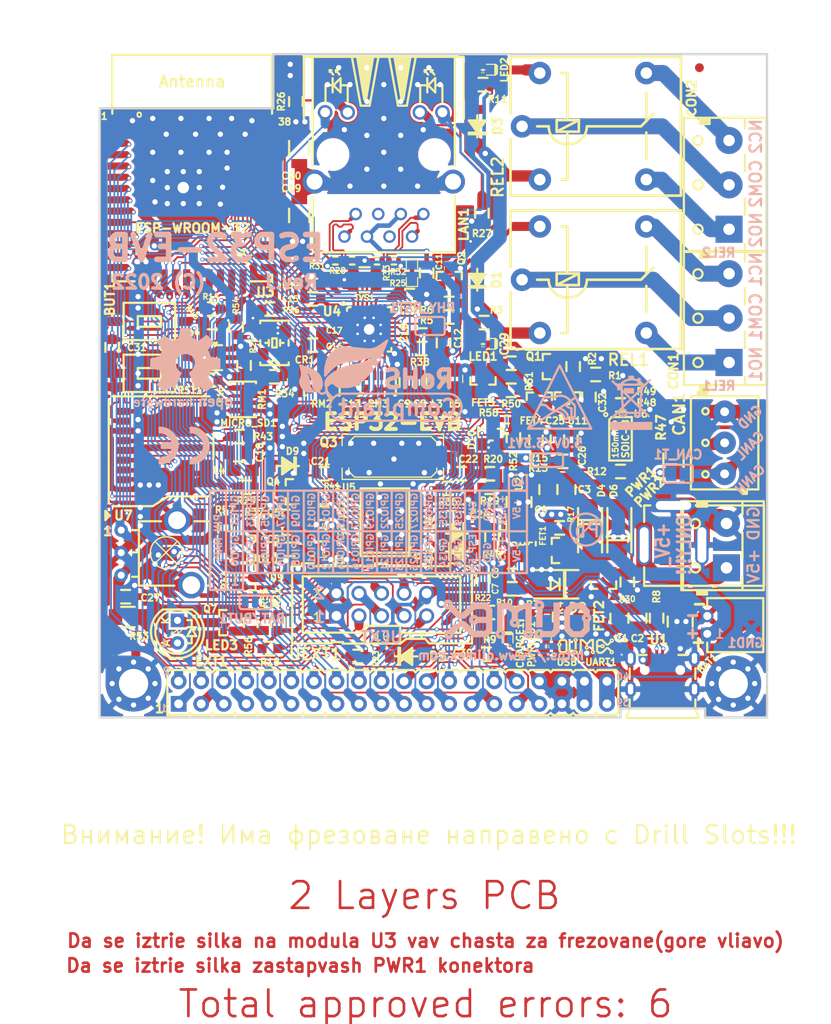
<source format=kicad_pcb>
(kicad_pcb (version 20221018) (generator pcbnew)
  (title_block (title "ESP32-EVB") (date "2022-01-18") (rev "J") (company "OLIMEX Ltd.") (comment 1 "https://www.olimex.com"))
  (layers (0 "F.Cu" mixed) (31 "B.Cu" mixed) (34 "B.Paste" user) (35 "F.Paste" user) (36 "B.SilkS" user "B.Silkscreen") (37 "F.SilkS" user "F.Silkscreen") (38 "B.Mask" user) (39 "F.Mask" user) (44 "Edge.Cuts" user))
  (net 0 "")
  (net 1 "+5V")
  (net 2 "GND")
  (net 3 "Net-(BAT1-Pad1)")
  (net 4 "Net-(BUT1-Pad2)")
  (net 5 "/GPI34/BUT1")
  (net 6 "Net-(C3-Pad1)")
  (net 7 "Net-(C5-Pad2)")
  (net 8 "+3V3")
  (net 9 "Net-(C10-Pad1)")
  (net 10 "Net-(C11-Pad1)")
  (net 11 "Net-(C18-Pad2)")
  (net 12 "Net-(CON1-Pad3)")
  (net 13 "Net-(CON1-Pad1)")
  (net 14 "Net-(CON1-Pad2)")
  (net 15 "Net-(CON2-Pad2)")
  (net 16 "Net-(CON2-Pad1)")
  (net 17 "Net-(CON2-Pad3)")
  (net 18 "Net-(CR1-Pad3)")
  (net 19 "Net-(D1-Pad2)")
  (net 20 "Net-(D3-Pad2)")
  (net 21 "/GPIO3/U0RXD")
  (net 22 "Net-(D5-Pad1)")
  (net 23 "/ESP_EN")
  (net 24 "/GPIO25/EMAC_RXD0(RMII)")
  (net 25 "/GPIO19/EMAC_TXD0(RMII)")
  (net 26 "/GPIO26/EMAC_RXD1(RMII)")
  (net 27 "/GPIO33/REL2")
  (net 28 "/GPIO32/REL1")
  (net 29 "/GPIO9/SD_DATA2")
  (net 30 "/GPIO8/SD_DATA1")
  (net 31 "/GPIO6/SD_CLK")
  (net 32 "/GPIO7/SD_DATA0")
  (net 33 "/GPIO1/U0TXD")
  (net 34 "/GPIO10/SD_DATA3")
  (net 35 "/GPIO11/SD_CMD")
  (net 36 "Net-(L2-Pad1)")
  (net 37 "Net-(LED1-Pad2)")
  (net 38 "Net-(LED2-Pad2)")
  (net 39 "Net-(Q1-Pad1)")
  (net 40 "Net-(Q2-Pad1)")
  (net 41 "Net-(R19-Pad1)")
  (net 42 "Net-(R39-Pad1)")
  (net 43 "/PHYAD0")
  (net 44 "/PHYAD1")
  (net 45 "/PHYAD2")
  (net 46 "/RMIISEL")
  (net 47 "/VDD1A-2A")
  (net 48 "/VDDCR")
  (net 49 "/GPIO22/EMAC_TXD1(RMII)")
  (net 50 "/GPIO21/EMAC_TX_EN(RMII)")
  (net 51 "Net-(MICRO_SD1-Pad5)")
  (net 52 "Net-(LAN1-PadAG1)")
  (net 53 "Net-(LAN1-PadAY1)")
  (net 54 "Net-(LAN1-PadKG1)")
  (net 55 "Net-(LAN1-PadKY1)")
  (net 56 "Net-(C19-Pad1)")
  (net 57 "Net-(C21-Pad1)")
  (net 58 "Net-(C22-Pad1)")
  (net 59 "/CANL")
  (net 60 "/CANH")
  (net 61 "Net-(CAN_T1-Pad1)")
  (net 62 "/GPI36/U1RXD")
  (net 63 "/+5V_EXT")
  (net 64 "/GPI39/IR_RECEIVE")
  (net 65 "/GPIO23/MDC(RMII)")
  (net 66 "/GPIO27/EMAC_RX_CRS_DV")
  (net 67 "/GPI35/CAN-RX")
  (net 68 "/GPIO5/CAN-TX")
  (net 69 "/GPIO4/U1TXD")
  (net 70 "/GPIO0/XTAL1/CLKIN")
  (net 71 "/GPIO2/HS2_DATA0")
  (net 72 "/GPIO12/IR_Transmit")
  (net 73 "/GPIO13/I2C-SDA")
  (net 74 "/GPIO14/HS2_CLK")
  (net 75 "/GPIO15/HS2_CMD")
  (net 76 "/GPIO16/I2C-SCL")
  (net 77 "/GPIO17/SPI_CS")
  (net 78 "/GPIO18/MDIO(RMII)")
  (net 79 "/+5V_USB")
  (net 80 "Net-(LED3-Pad1)")
  (net 81 "Net-(LED3-Pad2)")
  (net 82 "Net-(MICRO_SD1-Pad1)")
  (net 83 "Net-(MICRO_SD1-Pad2)")
  (net 84 "Net-(MICRO_SD1-Pad8)")
  (net 85 "Net-(Q4-Pad2)")
  (net 86 "Net-(Q4-Pad1)")
  (net 87 "Net-(Q5-Pad2)")
  (net 88 "Net-(Q5-Pad1)")
  (net 89 "Net-(Q7-Pad1)")
  (net 90 "Net-(R48-Pad1)")
  (net 91 "Net-(U3-Pad32)")
  (net 92 "Net-(U4-Pad4)")
  (net 93 "Net-(U4-Pad14)")
  (net 94 "Net-(U4-Pad18)")
  (net 95 "Net-(U4-Pad20)")
  (net 96 "Net-(U4-Pad26)")
  (net 97 "Net-(U5-Pad6)")
  (net 98 "Net-(U5-Pad7)")
  (net 99 "Net-(U5-Pad11)")
  (net 100 "Net-(U5-Pad12)")
  (net 101 "Net-(U5-Pad13)")
  (net 102 "Net-(U5-Pad14)")
  (net 103 "Net-(U5-Pad17)")
  (net 104 "Net-(USB-UART1-Pad4)")
  (net 105 "/OSC_DIS")
  (net 106 "Net-(PWRLED1-Pad1)")
  (net 107 "Net-(Q5-Pad3)")
  (net 108 "Net-(C28-Pad1)")
  (net 109 "Net-(MICRO_SD1-Pad7)")
  (net 110 "Net-(5.0V/3.3V1-Pad2)")
  (net 111 "Net-(R44-Pad2)")
  (net 112 "/D_Com")
  (net 113 "+3.3VLAN")
  (net 114 "Net-(C29-Pad2)")
  (net 115 "Net-(FET4-Pad3)")
  (net 116 "Net-(CHARGE1-Pad1)")
  (net 117 "Net-(R7-Pad1)")
  (net 118 "Net-(R8-Pad2)")
  (net 119 "/BUT1")
  (net 120 "Net-(BAT/BUT1-Pad3)")
  (net 121 "Net-(C24-Pad1)")
  (net 122 "Net-(D7-Pad1)")
  (net 123 "Net-(D8-Pad2)")
  (net 124 "Net-(U5-Pad20)")
  (net 125 "Net-(R12-Pad2)")
  (net 126 "Net-(R13-Pad2)")
  (net 127 "Net-(D9-Pad1)")
  (net 128 "Net-(C32-Pad2)")
  (net 129 "Net-(D10-Pad3)")
  (net 130 "/RXN-")
  (net 131 "/RXP+")
  (net 132 "/TXN-")
  (net 133 "/TXP+")
  (footprint "OLIMEX_Other-FP:Mounting_hole_3.3mm" (layer "F.Cu") (at 140.97 70.358)
    (fp_text reference "MH1" hide)
    (fp_text value "Mounting_hole_Shield_3.3mm" hide)
  )
  (footprint "OLIMEX_Other-FP:Mounting_hole_Shield_3.3mm" (layer "F.Cu") (at 140.97 137.922)
    (fp_text reference "MH2" hide)
    (fp_text value "Mounting_hole_Shield_3.3mm" hide)
  )
  (footprint "OLIMEX_Other-FP:Mounting_hole_Shield_3.3mm" (layer "F.Cu") (at 73.406 137.922)
    (fp_text reference "MH3" hide)
    (fp_text value "Mounting_hole_Shield_3.3mm" hide)
  )
  (footprint "OLIMEX_Connectors-FP:HN2x20" (layer "F.Cu") (at 102.616 138.938)
    (fp_text reference "EXT1")
    (fp_text value "NA(HN2x20)")
  )
  (footprint "OLIMEX_RLC-FP:C_0603_5MIL_DWS" (layer "F.Cu") (at 91.059 122.809)
    (fp_text reference "C5")
    (fp_text value "22uF/6.3V/20%/X5R/C0603")
  )
  (footprint "OLIMEX_RLC-FP:C_0603_5MIL_DWS" (layer "F.Cu") (at 105.664 104.013 90)
    (fp_text reference "C8")
    (fp_text value "22uF/6.3V/20%/X5R/C0603")
  )
  (footprint "OLIMEX_RLC-FP:C_0603_5MIL_DWS" (layer "F.Cu") (at 104.14 104.013 90)
    (fp_text reference "C9")
    (fp_text value "22uF/6.3V/20%/X5R/C0603")
  )
  (footprint "OLIMEX_RLC-FP:C_0805_5MIL_DWS" (layer "F.Cu") (at 85.217 111.887)
    (fp_text reference "C10")
    (fp_text value "47uF/6.3V/20%/X5R/C0805")
  )
  (footprint "OLIMEX_RLC-FP:C_0603_5MIL_DWS" (layer "F.Cu") (at 97.79 104.013 -90)
    (fp_text reference "C13")
    (fp_text value "100nF/50V/20%/Y5V/C0603")
  )
  (footprint "OLIMEX_RLC-FP:C_0603_5MIL_DWS" (layer "F.Cu") (at 93.599 94.615 180)
    (fp_text reference "C15")
    (fp_text value "100nF/50V/20%/Y5V/C0603")
  )
  (footprint "OLIMEX_RLC-FP:C_0603_5MIL_DWS" (layer "F.Cu") (at 93.599 99.822 180)
    (fp_text reference "C16")
    (fp_text value "2.2uF/6.3V/10%/X5R/C0603")
  )
  (footprint "OLIMEX_RLC-FP:C_0603_5MIL_DWS" (layer "F.Cu") (at 93.599 98.298 180)
    (fp_text reference "C17")
    (fp_text value "100nF/50V/20%/Y5V/C0603")
  )
  (footprint "OLIMEX_RLC-FP:C_0603_5MIL_DWS" (layer "F.Cu") (at 105.918 98.679 180)
    (fp_text reference "C18")
    (fp_text value "1nF/50V/5%/NPO(COG)/C0603")
  )
  (footprint "OLIMEX_Connectors-FP:TB3-DG306-5.0_3P" (layer "F.Cu") (at 140.5 96.774 90)
    (fp_text reference "CON1")
    (fp_text value "TB3-DG306-5.0-3P")
  )
  (footprint "OLIMEX_Connectors-FP:TB3-DG306-5.0_3P" (layer "F.Cu") (at 140.5 81.774 90)
    (fp_text reference "CON2")
    (fp_text value "TB3-DG306-5.0-3P")
  )
  (footprint "OLIMEX_Crystal-FP:5032-4P_HCX-3S" (layer "F.Cu") (at 89.281 99.568 90)
    (fp_text reference "CR1")
    (fp_text value "Q50MHz/25ppm/3V/4P/5x3.2mm")
  )
  (footprint "OLIMEX_Diodes-FP:SOD-123_1C-2A_KA" (layer "F.Cu") (at 112.141 92.456 90)
    (fp_text reference "D1")
    (fp_text value "1N5819S4(SOD-123)")
  )
  (footprint "OLIMEX_Diodes-FP:SOD-123_1C-2A_KA" (layer "F.Cu") (at 112.141 75.184 90)
    (fp_text reference "D3")
    (fp_text value "1N5819S4(SOD-123)")
  )
  (footprint "OLIMEX_Diodes-FP:SMA-KA" (layer "F.Cu") (at 124.841 120.65 -90)
    (fp_text reference "D4")
    (fp_text value "1N5822/SS34/SMA")
  )
  (footprint "OLIMEX_Diodes-FP:SOD-123_1C-2A_KA" (layer "F.Cu") (at 104.14 134.874)
    (fp_text reference "D5")
    (fp_text value "1N5819S4(SOD-123)")
  )
  (footprint "OLIMEX_Transistors-FP:SOT23" (layer "F.Cu") (at 121.158 122.936)
    (fp_text reference "FET1")
    (fp_text value "WPM2015-3/TR")
  )
  (footprint "OLIMEX_RLC-FP:L_0805_5MIL_DWS" (layer "F.Cu") (at 107.569 103.632 90)
    (fp_text reference "L3")
    (fp_text value "FB0805/600R/2A")
  )
  (footprint "OLIMEX_LEDs-FP:LED_0603_KA" (layer "F.Cu") (at 112.776 99.695 180)
    (fp_text reference "LED1")
    (fp_text value "LED/GREEN/0603")
  )
  (footprint "OLIMEX_LEDs-FP:LED_0603_KA" (layer "F.Cu") (at 112.776 68.834 180)
    (fp_text reference "LED2")
    (fp_text value "LED/GREEN/0603")
  )
  (footprint "OLIMEX_Connectors-FP:PWRJ-2mm(YDJ-1136)" (layer "F.Cu") (at 130.937 117.569 180)
    (fp_text reference "PWR1")
    (fp_text value "PWRJ-2mm(YDJ-1134)")
  )
  (footprint "OLIMEX_Connectors-FP:TB2-DG306-5.0_2P" (layer "F.Cu") (at 140.208 122.395 90)
    (fp_text reference "PWR2")
    (fp_text value "NA(TB2 DG306-5.0-2P)")
  )
  (footprint "OLIMEX_Transistors-FP:SOT23" (layer "F.Cu") (at 120.142 102.235)
    (fp_text reference "Q1")
    (fp_text value "BC817-40(SOT23)")
  )
  (footprint "OLIMEX_Transistors-FP:SOT23" (layer "F.Cu") (at 108.966 92.202 -90)
    (fp_text reference "Q2")
    (fp_text value "BC817-40(SOT23)")
  )
  (footprint "OLIMEX_RLC-FP:R_0603_5MIL_DWS" (layer "F.Cu") (at 112.903 97.282 180)
    (fp_text reference "R3")
    (fp_text value "2.2k/R0603")
  )
  (footprint "OLIMEX_RLC-FP:R_0603_5MIL_DWS" (layer "F.Cu") (at 108.966 96.647 180)
    (fp_text reference "R5")
    (fp_text value "1k/R0603")
  )
  (footprint "OLIMEX_RLC-FP:R_0603_5MIL_DWS" (layer "F.Cu") (at 108.966 95.123 180)
    (fp_text reference "R6")
    (fp_text value "10k/R0603")
  )
  (footprint "OLIMEX_RLC-FP:R_0603_5MIL_DWS" (layer "F.Cu") (at 112.776 70.485 180)
    (fp_text reference "R11")
    (fp_text value "2.2k/R0603")
  )
  (footprint "OLIMEX_RLC-FP:R_0603_5MIL_DWS" (layer "F.Cu") (at 82.296 95.758)
    (fp_text reference "R14")
    (fp_text value "220R/R0603")
  )
  (footprint "OLIMEX_RLC-FP:R_0603_5MIL_DWS" (layer "F.Cu") (at 82.042 103.759 180)
    (fp_text reference "R16")
    (fp_text value "220R/R0603")
  )
  (footprint "OLIMEX_RLC-FP:R_0603_5MIL_DWS" (layer "F.Cu") (at 88.773 133.985)
    (fp_text reference "R18")
    (fp_text value "2.2k/R0603")
  )
  (footprint "OLIMEX_RLC-FP:R_0603_5MIL_DWS" (layer "F.Cu") (at 89.662 131.064 90)
    (fp_text reference "R21")
    (fp_text value "2.2k/R0603")
  )
  (footprint "OLIMEX_RLC-FP:R_0603_5MIL_DWS" (layer "F.Cu") (at 98.679 134.874 180)
    (fp_text reference "R23")
    (fp_text value "10k/R0603")
  )
  (footprint "OLIMEX_RLC-FP:R_0603_5MIL_DWS" (layer "F.Cu") (at 91.694 72.39 90)
    (fp_text reference "R26")
    (fp_text value "220R/R0603")
  )
  (footprint "OLIMEX_RLC-FP:R_0603_5MIL_DWS" (layer "F.Cu") (at 112.649 84.963 -90)
    (fp_text reference "R27")
    (fp_text value "220R/R0603")
  )
  (footprint "OLIMEX_RLC-FP:R_0603_5MIL_DWS" (layer "F.Cu") (at 86.106 115.824 180)
    (fp_text reference "R29")
    (fp_text value "10k/R0603")
  )
  (footprint "OLIMEX_RLC-FP:R_0603_5MIL_DWS" (layer "F.Cu") (at 89.281 103.378)
    (fp_text reference "R34")
    (fp_text value "10k/R0603")
  )
  (footprint "OLIMEX_RLC-FP:R_0603_5MIL_DWS" (layer "F.Cu") (at 108.839 115.951 180)
    (fp_text reference "R35")
    (fp_text value "10k/R0603")
  )
  (footprint "OLIMEX_RLC-FP:R_0603_5MIL_DWS" (layer "F.Cu") (at 88.773 95.758)
    (fp_text reference "R36")
    (fp_text value "10R/R0603")
  )
  (footprint "OLIMEX_RLC-FP:R_0603_5MIL_DWS" (layer "F.Cu") (at 105.918 100.203)
    (fp_text reference "R38")
    (fp_text value "10k/R0603")
  )
  (footprint "OLIMEX_RLC-FP:R_0603_5MIL_DWS" (layer "F.Cu") (at 93.599 93.091 180)
    (fp_text reference "R39")
    (fp_text value "12.1k/1%/R0603")
  )
  (footprint "OLIMEX_RLC-FP:R_0603_5MIL_DWS" (layer "F.Cu") (at 94.869 116.967 180)
    (fp_text reference "R41")
    (fp_text value "1k/R0603")
  )
  (footprint "OLIMEX_Relays-FP:Relay_RAS-05-15" (layer "F.Cu") (at 125.476 92.456 180)
    (fp_text reference "REL1")
    (fp_text value "RAS-0515")
  )
  (footprint "OLIMEX_Relays-FP:Relay_RAS-05-15" (layer "F.Cu") (at 125.476 75.184 180)
    (fp_text reference "REL2")
    (fp_text value "RAS-0515")
  )
  (footprint "OLIMEX_RLC-FP:R_MATRIX_4" (layer "F.Cu") (at 85.725 105.918 -90)
    (fp_text reference "RM1")
    (fp_text value "RA1206_(4X0603)_4B8_2.2k")
  )
  (footprint "OLIMEX_RLC-FP:R_MATRIX_4" (layer "F.Cu") (at 94.615 104.013)
    (fp_text reference "RM2")
    (fp_text value "RA1206_(4X0603)_4B8_2.2k")
  )
  (footprint "OLIMEX_RLC-FP:R_MATRIX_4" (layer "F.Cu") (at 100.965 104.013 180)
    (fp_text reference "RM3")
    (fp_text value "RA1206_(4X0603)_4B8_2.2k")
  )
  (footprint "OLIMEX_Regulators-FP:SOT-23-5" (layer "F.Cu") (at 116.84 117.475 -90)
    (fp_text reference "U2")
    (fp_text value "SY8089AAAC(SOT23-5)")
  )
  (footprint "OLIMEX_Cases-FP:ESP-WROOM-32_MODULE" (layer "F.Cu") (at 80.01 79.883)
    (fp_text reference "U3")
    (fp_text value "ESP-WROOM-32")
  )
  (footprint "OLIMEX_IC-FP:QFN32_EP(33)_5.00x5.00x0.90mm_Pitch_0.50mm" (layer "F.Cu") (at 99.949 98.044 -90)
    (fp_text reference "U4")
    (fp_text value "LAN8710A-EZC(QFN32)")
  )
  (footprint "OLIMEX_Connectors-FP:UEXT_ML10" (layer "F.Cu") (at 101.346 129.032)
    (fp_text reference "UEXT1")
    (fp_text value "BH10S")
  )
  (footprint "OLIMEX_Connectors-FP:TFC-WXCP11-08-LF" (layer "F.Cu") (at 76.327 111.125 180)
    (fp_text reference "MICRO_SD1")
    (fp_text value "TFC-WXCP11-08-LF")
  )
  (footprint "OLIMEX_Buttons-FP:T1107A(6x3,8x2,5MM)" (layer "F.Cu") (at 75.184 97.155 180)
    (fp_text reference "BUT1")
    (fp_text value "T1107A(6x3,8x2,5MM)")
  )
  (footprint "OLIMEX_Connectors-FP:RJLBC-060TC1" (layer "F.Cu") (at 101.6 78.359 180)
    (fp_text reference "LAN1")
    (fp_text value "RJLD-060TC1(LPJ4013EDNL)")
  )
  (footprint "OLIMEX_RLC-FP:C_1206_5MIL_DWS_ISO" (layer "F.Cu") (at 92.075 85.217 -90)
    (fp_text reference "C19")
    (fp_text value "1nF/2000V/10%/X7R/C1206")
  )
  (footprint "OLIMEX_RLC-FP:C_1206_5MIL_DWS_ISO" (layer "F.Cu") (at 92.075 77.597 90)
    (fp_text reference "C20")
    (fp_text value "NA(1nF/2000V/10%/X7R/C1206)")
  )
  (footprint "OLIMEX_Other-FP:Fiducial1x3" (layer "F.Cu") (at 71.501 133.35)
    (fp_text reference "Fid1" hide)
    (fp_text value "")
  )
  (footprint "OLIMEX_Other-FP:Fiducial1x3" (layer "F.Cu") (at 137.16 68.58)
    (fp_text reference "Fid3" hide)
    (fp_text value "")
  )
  (footprint "OLIMEX_RLC-FP:R_0603_5MIL_DWS" (layer "F.Cu") (at 119.888 130.429 90)
    (fp_text reference "R4")
    (fp_text value "2.2k/R0603")
  )
  (footprint "OLIMEX_RLC-FP:R_0603_5MIL_DWS" (layer "F.Cu") (at 113.538 115.824 180)
    (fp_text reference "R19")
    (fp_text value "220k/R0603")
  )
  (footprint "OLIMEX_RLC-FP:R_0603_5MIL_DWS" (layer "F.Cu") (at 113.538 114.3 180)
    (fp_text reference "R20")
    (fp_text value "49.9k/1%/R0603")
  )
  (footprint "OLIMEX_RLC-FP:C_0603_5MIL_DWS" (layer "F.Cu") (at 94.869 114.3 180)
    (fp_text reference "C21")
    (fp_text value "27pF/50V/5%/C0G/C0603")
  )
  (footprint "OLIMEX_RLC-FP:C_0603_5MIL_DWS" (layer "F.Cu") (at 110.363 114.3)
    (fp_text reference "C22")
    (fp_text value "27pF/50V/5%/C0G/C0603")
  )
  (footprint "OLIMEX_RLC-FP:C_0603_5MIL_DWS" (layer "F.Cu") (at 94.869 121.158 180)
    (fp_text reference "C23")
    (fp_text value "22uF/6.3V/20%/X5R/C0603")
  )
  (footprint "OLIMEX_RLC-FP:C_0603_5MIL_DWS" (layer "F.Cu") (at 109.22 119.253)
    (fp_text reference "C24")
    (fp_text value "100nF/50V/20%/Y5V/C0603")
  )
  (footprint "OLIMEX_RLC-FP:C_0603_5MIL_DWS" (layer "F.Cu") (at 121.158 110.49 -90)
    (fp_text reference "C25")
    (fp_text value "100nF/50V/20%/Y5V/C0603")
  )
  (footprint "OLIMEX_RLC-FP:C_0603_5MIL_DWS" (layer "F.Cu") (at 72.517 128.143)
    (fp_text reference "C27")
    (fp_text value "100nF/50V/20%/Y5V/C0603")
  )
  (footprint "OLIMEX_Connectors-FP:TB3-3.5mm" (layer "F.Cu") (at 140 110.815 -90)
    (fp_text reference "CAN1")
    (fp_text value "TB3-3.5mm")
  )
  (footprint "OLIMEX_Diodes-FP:SMA-KA" (layer "F.Cu") (at 128.143 120.65 90)
    (fp_text reference "D6")
    (fp_text value "1N5822/SS34/SMA")
  )
  (footprint "OLIMEX_Transistors-FP:SOT23" (layer "F.Cu") (at 126.365 126.619 90)
    (fp_text reference "FET2")
    (fp_text value "WPM2015-3/TR")
  )
  (footprint "OLIMEX_LEDs-FP:LED-5mm-PTH-AK" (layer "F.Cu") (at 78.359 132.08 90)
    (fp_text reference "LED3")
    (fp_text value "LED/IR333-A/5mm")
  )
  (footprint "OLIMEX_Crystal-FP:Q_49U3HMS" (layer "F.Cu") (at 102.616 112.395)
    (fp_text reference "Q3")
    (fp_text value "Q12MHz/20pF/30ppm/2P/HC-49SM(SMD)")
  )
  (footprint "OLIMEX_Transistors-FP:SOT23" (layer "F.Cu") (at 90.805 119.761)
    (fp_text reference "Q5")
    (fp_text value "BC817-40(SOT23)")
  )
  (footprint "OLIMEX_Transistors-FP:SOT23" (layer "F.Cu") (at 83.693 131.064)
    (fp_text reference "Q7")
    (fp_text value "BC817-40(SOT23)")
  )
  (footprint "OLIMEX_RLC-FP:R_0603_5MIL_DWS" (layer "F.Cu") (at 129.032 126.492 -90)
    (fp_text reference "R30")
    (fp_text value "10k/R0603")
  )
  (footprint "OLIMEX_RLC-FP:R_0603_5MIL_DWS" (layer "F.Cu") (at 94.869 118.745 180)
    (fp_text reference "R42")
    (fp_text value "1k/R0603")
  )
  (footprint "OLIMEX_RLC-FP:R_0603_5MIL_DWS" (layer "F.Cu") (at 82.296 97.282 180)
    (fp_text reference "R45")
    (fp_text value "10k/R0603")
  )
  (footprint "OLIMEX_RLC-FP:R_1206_5MIL_DWS" (layer "F.Cu") (at 134.239 112.776 90)
    (fp_text reference "R47")
    (fp_text value "120R/R1206")
  )
  (footprint "OLIMEX_RLC-FP:R_0603_5MIL_DWS" (layer "F.Cu") (at 128.27 106.553 180)
    (fp_text reference "R48")
    (fp_text value "NA/R0603")
  )
  (footprint "OLIMEX_RLC-FP:R_0603_5MIL_DWS" (layer "F.Cu") (at 128.27 105.029 180)
    (fp_text reference "R49")
    (fp_text value "10k/R0603")
  )
  (footprint "OLIMEX_RLC-FP:R_1206_5MIL_DWS" (layer "F.Cu") (at 72.771 130.429)
    (fp_text reference "R53")
    (fp_text value "6.8R/R1206")
  )
  (footprint "OLIMEX_RLC-FP:R_0603_5MIL_DWS" (layer "F.Cu") (at 84.963 97.79 90)
    (fp_text reference "R54")
    (fp_text value "NA/R0603")
  )
  (footprint "OLIMEX_RLC-FP:R_0603_5MIL_DWS" (layer "F.Cu") (at 88.138 131.064 -90)
    (fp_text reference "R55")
    (fp_text value "1k/R0603")
  )
  (footprint "OLIMEX_RLC-FP:R_0603_5MIL_DWS" (layer "F.Cu") (at 86.614 131.064 -90)
    (fp_text reference "R56")
    (fp_text value "10k/R0603")
  )
  (footprint "OLIMEX_IC-FP:SOIC-8_150mil" (layer "F.Cu") (at 128.27 110.363 -90)
    (fp_text reference "U6")
    (fp_text value "SIT1050T(SOIC-8_150mil)")
  )
  (footprint "OLIMEX_IC-FP:RPM7236-H8" (layer "F.Cu") (at 77.089 123.19 -90)
    (fp_text reference "U7")
    (fp_text value "VS1838B")
  )
  (footprint "OLIMEX_RLC-FP:C_0805_5MIL_DWS" (layer "F.Cu") (at 122.174 116.078 90)
    (fp_text reference "C3")
    (fp_text value "NA(47uF/6.3V/20%/X5R/C0805)")
  )
  (footprint "OLIMEX_RLC-FP:C_0805_5MIL_DWS" (layer "F.Cu") (at 120.142 116.078 90)
    (fp_text reference "C4")
    (fp_text value "47uF/6.3V/20%/X5R/C0805")
  )
  (footprint "OLIMEX_RLC-FP:R_0603_5MIL_DWS" (layer "F.Cu") (at 87.249 120.015 180)
    (fp_text reference "R37")
    (fp_text value "220R/R0603")
  )
  (footprint "OLIMEX_RLC-FP:R_0603_5MIL_DWS" (layer "F.Cu") (at 83.693 123.571 -90)
    (fp_text reference "R44")
    (fp_text value "NA/R0603")
  )
  (footprint "OLIMEX_Diodes-FP:DO214AA_1(K)-2(A)" (layer "F.Cu") (at 121.031 126.746 180)
    (fp_text reference "D2")
    (fp_text value "SMBJ6.0A(DO-214AA)")
  )
  (footprint "OLIMEX_RLC-FP:R_0603_5MIL_DWS" (layer "F.Cu") (at 83.693 120.396 -90)
    (fp_text reference "R57")
    (fp_text value "NA(1k/R0603)")
  )
  (footprint "OLIMEX_RLC-FP:C_0603_5MIL_DWS" (layer "F.Cu") (at 115.951 101.854 180)
    (fp_text reference "C29")
    (fp_text value "22uF/6.3V/20%/X5R/C0603")
  )
  (footprint "OLIMEX_RLC-FP:R_0603_5MIL_DWS" (layer "F.Cu") (at 115.951 104.902 180)
    (fp_text reference "R50")
    (fp_text value "1k/R0603")
  )
  (footprint "OLIMEX_RLC-FP:R_0603_5MIL_DWS" (layer "F.Cu") (at 115.951 103.378 180)
    (fp_text reference "R51")
    (fp_text value "10k/R0603")
  )
  (footprint "OLIMEX_RLC-FP:C_0603_5MIL_DWS" (layer "F.Cu") (at 108.331 99.568 90)
    (fp_text reference "C12")
    (fp_text value "22uF/6.3V/20%/X5R/C0603")
  )
  (footprint "OLIMEX_Transistors-FP:SOT23" (layer "F.Cu") (at 112.776 103.632 90)
    (fp_text reference "FET3")
    (fp_text value "WPM2015-3/TR")
  )
  (footprint "OLIMEX_RLC-FP:L_0805_5MIL_DWS" (layer "F.Cu") (at 109.601 103.632 -90)
    (fp_text reference "L5")
    (fp_text value "NA(FB0805/600R/2A)")
  )
  (footprint "OLIMEX_RLC-FP:R_0603_5MIL_DWS" (layer "F.Cu") (at 122.936 102.235 -90)
    (fp_text reference "R2")
    (fp_text value "10k/R0603")
  )
  (footprint "OLIMEX_Other-FP:Fiducial1x3" (layer "F.Cu") (at 142.875 133.35)
    (fp_text reference "Fid2" hide)
    (fp_text value "")
  )
  (footprint "OLIMEX_IC-FP:SOT-23-5" (layer "F.Cu") (at 135.001 130.937 -90)
    (fp_text reference "U1")
    (fp_text value "BL4054B-42TPRN(SOT23-5)")
  )
  (footprint "OLIMEX_RLC-FP:R_0603_5MIL_DWS" (layer "F.Cu") (at 132.334 130.556 90)
    (fp_text reference "R8")
    (fp_text value "2k/1%/R0603")
  )
  (footprint "OLIMEX_RLC-FP:C_0805_5MIL_DWS" (layer "F.Cu") (at 128.143 130.556 -90)
    (fp_text reference "C1")
    (fp_text value "NA(47uF/6.3V/20%/X5R/C0805)")
  )
  (footprint "OLIMEX_RLC-FP:C_0805_5MIL_DWS" (layer "F.Cu") (at 130.175 130.556 -90)
    (fp_text reference "C2")
    (fp_text value "47uF/6.3V/20%/X5R/C0805")
  )
  (footprint "OLIMEX_RLC-FP:C_0603_5MIL_DWS" (layer "F.Cu") (at 104.521 94.234)
    (fp_text reference "C14")
    (fp_text value "100nF/50V/20%/Y5V/C0603")
  )
  (footprint "OLIMEX_Diodes-FP:SOD-123_1C-2A_KA" (layer "F.Cu") (at 109.855 123.063)
    (fp_text reference "D7")
    (fp_text value "1N5819S4(SOD-123)")
  )
  (footprint "OLIMEX_RLC-FP:R_0603_5MIL_DWS" (layer "F.Cu") (at 113.538 129.921 180)
    (fp_text reference "R10")
    (fp_text value "470k/R0603")
  )
  (footprint "OLIMEX_RLC-FP:R_0603_5MIL_DWS" (layer "F.Cu") (at 113.538 131.445 180)
    (fp_text reference "R9")
    (fp_text value "470k/R0603")
  )
  (footprint "OLIMEX_RLC-FP:C_0603_5MIL_DWS" (layer "F.Cu") (at 113.157 134.62 180)
    (fp_text reference "C30")
    (fp_text value "100nF/50V/20%/Y5V/C0603")
  )
  (footprint "OLIMEX_Diodes-FP:SOT23-3" (layer "F.Cu") (at 86.487 125.984 180)
    (fp_text reference "U9")
    (fp_text value "BAT54C(SOT23-3)")
  )
  (footprint "OLIMEX_Diodes-FP:SOD-123_1C-2A_KA" (layer "F.Cu") (at 109.855 121.031 180)
    (fp_text reference "D8")
    (fp_text value "1N5819S4(SOD-123)")
  )
  (footprint "OLIMEX_RLC-FP:R_0603_5MIL_DWS" (layer "F.Cu") (at 85.852 102.108 90)
    (fp_text reference "R24")
    (fp_text value "10k/R0603")
  )
  (footprint "OLIMEX_RLC-FP:C_0603_5MIL_DWS" (layer "F.Cu") (at 79.502 100.203 90)
    (fp_text reference "C28")
    (fp_text value "NA(470nF/16V/10%/X7R/C0603)")
  )
  (footprint "OLIMEX_RLC-FP:C_0603_5MIL_DWS" (layer "F.Cu") (at 122.682 110.49 -90)
    (fp_text reference "C26")
    (fp_text value "10uF/6.3V/20%/X5R/C0603")
  )
  (footprint "OLIMEX_RLC-FP:R_0603_5MIL_DWS" (layer "F.Cu") (at 113.792 121.412 -90)
    (fp_text reference "R40")
    (fp_text value "10k/R0603")
  )
  (footprint "OLIMEX_RLC-FP:L_0805_5MIL_DWS" (layer "F.Cu") (at 94.742 122.809 180)
    (fp_text reference "L1")
    (fp_text value "FB0805/600R/2A")
  )
  (footprint "OLIMEX_IC-FP:SSOP-20W" (layer "F.Cu") (at 101.727 119.761 90)
    (fp_text reference "U5")
    (fp_text value "CH340T(SSOP20W)")
  )
  (footprint "OLIMEX_RLC-FP:R_0603_5MIL_DWS" (layer "F.Cu") (at 121.412 120.396)
    (fp_text reference "R17")
    (fp_text value "NA/R0603")
  )
  (footprint "OLIMEX_RLC-FP:C_0603_5MIL_DWS" (layer "F.Cu") (at 116.078 127.254)
    (fp_text reference "C7")
    (fp_text value "22uF/6.3V/20%/X5R/C0603")
  )
  (footprint "OLIMEX_RLC-FP:C_0603_5MIL_DWS" (layer "F.Cu") (at 116.078 125.73)
    (fp_text reference "C6")
    (fp_text value "22uF/6.3V/20%/X5R/C0603")
  )
  (footprint "OLIMEX_RLC-FP:R_0603_5MIL_DWS" (layer "F.Cu") (at 112.776 126.111 -90)
    (fp_text reference "R22")
    (fp_text value "10k/R0603")
  )
  (footprint "OLIMEX_RLC-FP:R_0603_5MIL_DWS" (layer "F.Cu") (at 116.84 130.048 180)
    (fp_text reference "R7")
    (fp_text value "2.2k/R0603")
  )
  (footprint "OLIMEX_LEDs-FP:LED_0603_KA" (layer "F.Cu") (at 115.57 133.731 -90)
    (fp_text reference "CHARGE1")
    (fp_text value "LED/Yellow/0603")
  )
  (footprint "OLIMEX_RLC-FP:C_0603_5MIL_DWS" (layer "F.Cu") (at 70.993 100.076 90)
    (fp_text reference "C31")
    (fp_text value "1uF/10V/10%/X5R/C0603")
  )
  (footprint "OLIMEX_Buttons-FP:T1107A(6x3,8x2,5MM)" (layer "F.Cu") (at 75.184 102.997 180)
    (fp_text reference "RST1")
    (fp_text value "T1107A(6x3,8x2,5MM)")
  )
  (footprint "OLIMEX_IC-FP:SOT-23-5" (layer "F.Cu") (at 82.804 101.219)
    (fp_text reference "U8")
    (fp_text value "NA(NCP303LSN27T1G(SOT-23-5))")
  )
  (footprint "OLIMEX_RLC-FP:R_0603_5MIL_DWS" (layer "F.Cu") (at 82.296 98.806)
    (fp_text reference "R46")
    (fp_text value "NA/R0603")
  )
  (footprint "OLIMEX_RLC-FP:0R_0603" (layer "F.Cu") (at 104.775 91.694 90)
    (fp_text reference "R25")
    (fp_text value "0R(board_mounted)")
  )
  (footprint "OLIMEX_RLC-FP:CD32" (layer "F.Cu") (at 117.221 122.174 -90)
    (fp_text reference "L2")
    (fp_text value "2.2uH/1.5A/DCR=72mR/20%/3.00x3.00x1.50mm/CD32(NR3015T2R2M)")
  )
  (footprint "OLIMEX_Connectors-FP:LIPO_BAT-CON2DW02R" (layer "F.Cu") (at 141.1986 131.318 90)
    (fp_text reference "BAT1")
    (fp_text value "DW02R")
  )
  (footprint "OLIMEX_LEDs-FP:LED_0603_KA" (layer "F.Cu") (at 119.888 133.731 -90)
    (fp_text reference "PWRLED1")
    (fp_text value "LED/RED/0603")
  )
  (footprint "OLIMEX_Diodes-FP:SOT23-3" (layer "F.Cu") (at 86.487 122.682 180)
    (fp_text reference "U10")
    (fp_text value "BAT54C(SOT23-3)")
  )
  (footprint "OLIMEX_RLC-FP:R_0603_5MIL_DWS" (layer "F.Cu") (at 128.27 114.046)
    (fp_text reference "R12")
    (fp_text value "NA/R0603")
  )
  (footprint "OLIMEX_RLC-FP:R_0603_5MIL_DWS" (layer "F.Cu") (at 121.793 112.903)
    (fp_text reference "R13")
    (fp_text value "330R/R0603")
  )
  (footprint "OLIMEX_RLC-FP:R_0603_5MIL_DWS" (layer "F.Cu") (at 118.745 110.49 90)
    (fp_text reference "R15")
    (fp_text value "680R/R0603")
  )
  (footprint "OLIMEX_RLC-FP:R_0402_5MIL_DWS" (layer "F.Cu") (at 100.838 90.297)
    (fp_text reference "R33")
    (fp_text value "49.9R/1%/R0402")
  )
  (footprint "OLIMEX_RLC-FP:C_0603_5MIL_DWS" (layer "F.Cu") (at 106.426 91.694 -90)
    (fp_text reference "C11")
    (fp_text value "100nF/50V/20%/Y5V/C0603")
  )
  (footprint "OLIMEX_RLC-FP:R_0402_5MIL_DWS" (layer "F.Cu") (at 102.743 90.297 180)
    (fp_text reference "R32")
    (fp_text value "49.9R/1%/R0402")
  )
  (footprint "OLIMEX_RLC-FP:R_0402_5MIL_DWS" (layer "F.Cu") (at 96.139 90.297)
    (fp_text reference "R31")
    (fp_text value "49.9R/1%/R0402")
  )
  (footprint "OLIMEX_RLC-FP:R_0402_5MIL_DWS" (layer "F.Cu") (at 98.044 90.297 180)
    (fp_text reference "R28")
    (fp_text value "49.9R/1%/R0402")
  )
  (footprint "OLIMEX_Diodes-FP:SOD-123_1C-2A_KA" (layer "F.Cu") (at 90.805 113.411 180)
    (fp_text reference "D9")
    (fp_text value "1N5819S4(SOD-123)")
  )
  (footprint "OLIMEX_RLC-FP:R_0603_5MIL_DWS" (layer "F.Cu") (at 85.344 110.109 180)
    (fp_text reference "R43")
    (fp_text value "10R/R0603")
  )
  (footprint "OLIMEX_RLC-FP:L_0805_5MIL_DWS" (layer "F.Cu") (at 85.725 113.919 180)
    (fp_text reference "L4")
    (fp_text value "FB0805/600R/2A")
  )
  (footprint "OLIMEX_Transistors-FP:SOT23" (layer "F.Cu") (at 91.186 116.332)
    (fp_text reference "Q4")
    (fp_text value "BC817-40(SOT23)")
  )
  (footprint "OLIMEX_Diodes-FP:SOT23-3" (layer "F.Cu") (at 113.665 109.898 -90)
    (fp_text reference "D10")
    (fp_text value "BAT54A(SOT23-3)")
  )
  (footprint "OLIMEX_RLC-FP:R_0603_5MIL_DWS" (layer "F.Cu") (at 116.205 110.236 -90)
    (fp_text reference "R52")
    (fp_text value "220k/R0603")
  )
  (footprint "OLIMEX_RLC-FP:R_0402_5MIL_DWS" (layer "F.Cu") (at 115.443 108.204)
    (fp_text reference "R58")
    (fp_text value "49.9R/1%/R0402")
  )
  (footprint "OLIMEX_IC-FP:SOT-23" (layer "F.Cu") (at 122.301 105.791 -90)
    (fp_text reference "U11")
    (fp_text value "VDA2710NTA(SOT-23)")
  )
  (footprint "OLIMEX_Transistors-FP:SOT23" (layer "F.Cu") (at 119.126 105.791 -90)
    (fp_text reference "FET4")
    (fp_text value "BSS138")
  )
  (footprint "OLIMEX_RLC-FP:C_0603_5MIL_DWS" (layer "F.Cu") (at 124.714 105.664 90)
    (fp_text reference "C32")
    (fp_text value "1uF/10V/10%/X5R/C0603")
  )
  (footprint "OLIMEX_RLC-FP:R_0603_5MIL_DWS" (layer "F.Cu") (at 125.476 103.124 180)
    (fp_text reference "R1")
    (fp_text value "1k/R0603")
  )
  (footprint "OLIMEX_LOGOs-FP:LOGO_OLIMEX_80" (layer "F.Cu") (at 124.333 133.7056)
    (fp_text reference "Logo-Olimex_Small" hide)
    (fp_text value "" hide)
  )
  (footprint "OLIMEX_Connectors-FP:USB-MICRO_MISB-SWMM-5B_LF" (layer "F.Cu") (at 133 138.303 -90)
    (fp_text reference "USB-UART1")
    (fp_text value "MISB-SWMM-5B-LF(USB_MICRO)")
  )
  (footprint "OLIMEX_Diodes-FP:SOT-23-5" (layer "F.Cu") (at 99.441 92.456 180)
    (fp_text reference "TVS1")
    (fp_text value "ESDS314DBVR(SOT-23-5)")
  )
  (footprint "OLIMEX_Jumpers-FP:SJ" (layer "B.Cu") (at 106.807 97.663 180)
    (fp_text reference "PHY_RST1")
    (fp_text value "Opened")
  )
  (footprint "OLIMEX_Jumpers-FP:SJ_2_SMALL_12_TIED" (layer "B.Cu") (at 120.015 112.776 180)
    (fp_text reference "5.0V/3.3V1")
    (fp_text value "Closed(1-2)/Opened(2-3)")
  )
  (footprint "OLIMEX_Jumpers-FP:SJ" (layer "B.Cu") (at 134.747 114.3)
    (fp_text reference "CAN_T1")
    (fp_text value "Opened")
  )
  (footprint "OLIMEX_LOGOs-FP:LOGO_ANTISTATIC_1" (layer "B.Cu") (at 124.968 109.22 180)
    (fp_text reference "Sign-Antistatic" hide)
    (fp_text value "Val**" hide)
  )
  (footprint "OLIMEX_LOGOs-FP:LOGO_OPENHARDWARE_8x8" (layer "B.Cu") (at 79.248 101.981 180)
    (fp_text reference "Logo-OSHW" hide)
    (fp_text value "" hide)
  )
  (footprint "OLIMEX_LOGOs-FP:LOGO_PBFREE" (layer "B.Cu") (at 124.587 120.269)
    (fp_text reference "Sign-PbFree")
    (fp_text value "")
  )
  (footprint "OLIMEX_LOGOs-FP:LOGO_RECYCLEBIN_1" (layer "B.Cu") (at 131.826 109.347 180)
    (fp_text reference "Sign-RecycleBin" hide)
    (fp_text value "" hide)
  )
  (footprint "OLIMEX_LOGOs-FP:LOGO_ROHS_1" (layer "B.Cu") (at 109.347 107.696 180)
    (fp_text reference "Sign-RoHS" hide)
    (fp_text value "Val**" hide)
  )
  (footprint "OLIMEX_LOGOs-FP:OLIMEX_LOGO_TB" (layer "B.Cu") (at 116.459 130.683 180)
    (fp_text reference "Logo-Olimex-Big" hide)
    (fp_text value "" hide)
  )
  (footprint "OLIMEX_Jumpers-FP:SJ_2_SMALL" (layer "B.Cu") (at 87.122 128.778)
    (fp_text reference "BAT/BUT1")
    (fp_text value "Opened(2-3)/Soldered(1-2)")
  )
  (footprint "OLIMEX_Other-FP:TESTPAD_40-ROUND" (layer "B.Cu") (at 143.002 131.826)
    (fp_text reference "GND1")
    (fp_text value "TESTPAD" hide)
  )
  (footprint "OLIMEX_LOGOs-FP:CE_Sign" (layer "B.Cu") (at 78.105 111.125 180)
    (fp_text reference "Sign_CE" hide)
    (fp_text value "CE_Sign" hide)
  )
  (gr_line (start 94.234 116.205) (end 94.234 125.476) (stroke (width 0.254)) (layer "B.SilkS"))
  (gr_line (start 90.805 116.205) (end 90.805 125.476) (stroke (width 0.254)) (layer "B.SilkS"))
  (gr_line (start 115.697 116.205) (end 115.697 125.476) (stroke (width 0.254)) (layer "B.SilkS"))
  (gr_line (start 83.82 116.205) (end 83.82 127.381) (stroke (width 0.254)) (layer "B.SilkS"))
  (gr_line (start 83.82 127.381) (end 85.725 127.381) (stroke (width 0.254)) (layer "B.SilkS"))
  (gr_line (start 99.187 116.205) (end 99.187 125.476) (stroke (width 0.254)) (layer "B.SilkS"))
  (gr_line (start 83.82 116.205) (end 82.042 116.205) (stroke (width 0.254)) (layer "B.SilkS"))
  (gr_line (start 115.697 114.427) (end 117.729 114.427) (stroke (width 0.254)) (layer "B.SilkS"))
  (gr_line (start 100.838 116.205) (end 100.838 125.476) (stroke (width 0.254)) (layer "B.SilkS"))
  (gr_line (start 105.791 116.205) (end 105.791 125.476) (stroke (width 0.254)) (layer "B.SilkS"))
  (gr_line (start 102.489 116.205) (end 102.489 125.476) (stroke (width 0.254)) (layer "B.SilkS"))
  (gr_line (start 82.042 127.381) (end 83.82 127.381) (stroke (width 0.254)) (layer "B.SilkS"))
  (gr_line (start 87.376 116.205) (end 87.376 125.476) (stroke (width 0.254)) (layer "B.SilkS"))
  (gr_line (start 107.442 116.205) (end 107.442 125.476) (stroke (width 0.254)) (layer "B.SilkS"))
  (gr_line (start 95.885 116.332) (end 95.885 125.476) (stroke (width 0.254)) (layer "B.SilkS"))
  (gr_line (start 114.046 116.205) (end 114.046 125.476) (stroke (width 0.254)) (layer "B.SilkS"))
  (gr_line (start 83.82 116.205) (end 117.729 116.205) (stroke (width 0.254)) (layer "B.SilkS"))
  (gr_line (start 117.729 114.427) (end 117.729 125.476) (stroke (width 0.254)) (layer "B.SilkS"))
  (gr_line (start 83.82 120.777) (end 117.729 120.777) (stroke (width 0.254)) (layer "B.SilkS"))
  (gr_line (start 85.725 116.205) (end 85.725 127.381) (stroke (width 0.254)) (layer "B.SilkS"))
  (gr_line (start 104.14 116.205) (end 104.14 125.476) (stroke (width 0.254)) (layer "B.SilkS"))
  (gr_line (start 83.82 125.476) (end 117.729 125.476) (stroke (width 0.254)) (layer "B.SilkS"))
  (gr_line (start 110.744 116.205) (end 110.744 125.476) (stroke (width 0.254)) (layer "B.SilkS"))
  (gr_line (start 109.093 116.205) (end 109.093 125.476) (stroke (width 0.254)) (layer "B.SilkS"))
  (gr_line (start 92.583 116.205) (end 92.583 125.476) (stroke (width 0.254)) (layer "B.SilkS"))
  (gr_line (start 115.697 116.332) (end 115.697 114.427) (stroke (width 0.254)) (layer "B.SilkS"))
  (gr_line (start 97.536 116.205) (end 97.536 125.476) (stroke (width 0.254)) (layer "B.SilkS"))
  (gr_line (start 89.154 116.205) (end 89.154 125.476) (stroke (width 0.254)) (layer "B.SilkS"))
  (gr_line (start 82.042 116.205) (end 82.042 127.381) (stroke (width 0.254)) (layer "B.SilkS"))
  (gr_line (start 112.395 116.205) (end 112.395 125.476) (stroke (width 0.254)) (layer "B.SilkS"))
  (gr_line (start 70.358 118.618) (end 70.358 119.38) (stroke (width 0.254)) (layer "F.SilkS"))
  (gr_line (start 70.231 118.491) (end 70.231 119.507) (stroke (width 0.254)) (layer "F.SilkS"))
  (gr_line (start 70.231 119.507) (end 70.739 118.999) (stroke (width 0.254)) (layer "F.SilkS"))
  (gr_line (start 70.485 118.745) (end 70.485 119.253) (stroke (width 0.254)) (layer "F.SilkS"))
  (gr_line (start 70.739 118.999) (end 70.231 118.491) (stroke (width 0.254)) (layer "F.SilkS"))
  (gr_line (start 89.154 73.152) (end 89.154 67.056) (stroke (width 0.254)) (layer "Edge.Cuts"))
  (gr_line (start 137.795 141.732) (end 144.78 141.732) (stroke (width 0.254)) (layer "Edge.Cuts"))
  (gr_line (start 144.78 141.732) (end 144.78 67.056) (stroke (width 0.254)) (layer "Edge.Cuts"))
  (gr_line (start 69.596 73.152) (end 89.154 73.152) (stroke (width 0.254)) (layer "Edge.Cuts"))
  (gr_line (start 137.795 140.716) (end 137.795 141.732) (stroke (width 0.254)) (layer "Edge.Cuts"))
  (gr_line (start 89.154 67.056) (end 144.78 67.056) (stroke (width 0.254)) (layer "Edge.Cuts"))
  (gr_line (start 69.596 141.732) (end 69.596 73.152) (stroke (width 0.254)) (layer "Edge.Cuts"))
  (gr_line (start 69.596 141.732) (end 128.27 141.732) (stroke (width 0.254)) (layer "Edge.Cuts"))
  (gr_line (start 128.27 141.732) (end 128.27 140.716) (stroke (width 0.254)) (layer "Edge.Cuts"))
  (gr_line (start 128.27 140.716) (end 137.795 140.716) (stroke (width 0.254)) (layer "Edge.Cuts"))
  (gr_text "Da se iztrie silka zastapvash PWR1 konektora" (at 92.202 169.672) (layer "F.Cu") (effects (font (size 1.5 1.5) (thickness 0.3))))
  (gr_text "Total approved errors: 6" (at 106.299 173.99) (layer "F.Cu") (effects (font (size 3 3) (thickness 0.3))))
  (gr_text "2 Layers PCB" (at 106.172 161.798) (layer "F.Cu") (effects (font (size 2.999999 2.999999) (thickness 0.3))))
  (gr_text "Da se iztrie silka na modula U3 vav chasta za frezovane(gore vliavo)" (at 106.299 166.878) (layer "F.Cu") (effects (font (size 1.5 1.5) (thickness 0.3))))
  (gr_text "1" (at 84.836 126.365) (layer "B.SilkS") (effects (font (size 1 1) (thickness 0.25)) (justify mirror)))
  (gr_text "GPIO4" (at 88.265 122.936 90) (layer "B.SilkS") (effects (font (size 0.8 0.8) (thickness 0.2)) (justify mirror)))
  (gr_text "GPIO5" (at 88.265 118.491 90) (layer "B.SilkS") (effects (font (size 0.8 0.8) (thickness 0.2)) (justify mirror)))
  (gr_text "GPIO6" (at 90.043 122.936 90) (layer "B.SilkS") (effects (font (size 0.8 0.8) (thickness 0.2)) (justify mirror)))
  (gr_text "GPIO7" (at 90.043 118.491 90) (layer "B.SilkS") (effects (font (size 0.8 0.8) (thickness 0.2)) (justify mirror)))
  (gr_text "GPIO8" (at 91.694 122.936 90) (layer "B.SilkS") (effects (font (size 0.8 0.8) (thickness 0.2)) (justify mirror)))
  (gr_text "GPIO9" (at 91.694 118.491 90) (layer "B.SilkS") (effects (font (size 0.8 0.8) (thickness 0.2)) (justify mirror)))
  (gr_text "GPIO10" (at 93.472 123.063 90) (layer "B.SilkS") (effects (font (size 0.75 0.75) (thickness 0.1875)) (justify mirror)))
  (gr_text "GPIO11" (at 93.472 118.491 90) (layer "B.SilkS") (effects (font (size 0.75 0.75) (thickness 0.1875)) (justify mirror)))
  (gr_text "GPIO12" (at 95.123 123.063 90) (layer "B.SilkS") (effects (font (size 0.75 0.75) (thickness 0.1875)) (justify mirror)))
  (gr_text "GPIO13" (at 95.123 118.491 90) (layer "B.SilkS") (effects (font (size 0.75 0.75) (thickness 0.1875)) (justify mirror)))
  (gr_text "GPIO14" (at 96.774 123.063 90) (layer "B.SilkS") (effects (font (size 0.75 0.75) (thickness 0.1875)) (justify mirror)))
  (gr_text "GPIO15" (at 96.774 118.491 90) (layer "B.SilkS") (effects (font (size 0.75 0.75) (thickness 0.1875)) (justify mirror)))
  (gr_text "GPIO16" (at 98.425 123.063 90) (layer "B.SilkS") (effects (font (size 0.75 0.75) (thickness 0.1875)) (justify mirror)))
  (gr_text "GPIO17" (at 98.425 118.491 90) (layer "B.SilkS") (effects (font (size 0.75 0.75) (thickness 0.1875)) (justify mirror)))
  (gr_text "GPIO18" (at 100.076 123.063 90) (layer "B.SilkS") (effects (font (size 0.75 0.75) (thickness 0.1875)) (justify mirror)))
  (gr_text "GPIO19" (at 100.076 118.491 90) (layer "B.SilkS") (effects (font (size 0.75 0.75) (thickness 0.1875)) (justify mirror)))
  (gr_text "GPIO21" (at 101.727 123.19 90) (layer "B.SilkS") (effects (font (size 0.75 0.75) (thickness 0.1875)) (justify mirror)))
  (gr_text "GPIO22" (at 101.727 118.491 90) (layer "B.SilkS") (effects (font (size 0.75 0.75) (thickness 0.1875)) (justify mirror)))
  (gr_text "GPIO23" (at 103.378 123.19 90) (layer "B.SilkS") (effects (font (size 0.75 0.75) (thickness 0.1875)) (justify mirror)))
  (gr_text "GPIO25" (at 103.378 118.491 90) (layer "B.SilkS") (effects (font (size 0.75 0.75) (thickness 0.1875)) (justify mirror)))
  (gr_text "PIN MAP:" (at 82.931 121.539 90) (layer "B.SilkS") (effects (font (size 0.8 0.8) (thickness 0.2)) (justify mirror)))
  (gr_text "GPIO26" (at 105.029 123.19 90) (layer "B.SilkS") (effects (font (size 0.75 0.75) (thickness 0.1875)) (justify mirror)))
  (gr_text "GPIO27" (at 105.029 118.491 90) (layer "B.SilkS") (effects (font (size 0.75 0.75) (thickness 0.1875)) (justify mirror)))
  (gr_text "GPIO32" (at 106.68 123.19 90) (layer "B.SilkS") (effects (font (size 0.75 0.75) (thickness 0.1875)) (justify mirror)))
  (gr_text "GPIO33" (at 106.68 118.491 90) (layer "B.SilkS") (effects (font (size 0.75 0.75) (thickness 0.1875)) (justify mirror)))
  (gr_text "GPI34" (at 108.331 123.19 90) (layer "B.SilkS") (effects (font (size 0.75 0.75) (thickness 0.1875)) (justify mirror)))
  (gr_text "GPI35" (at 108.331 118.491 90) (layer "B.SilkS") (effects (font (size 0.75 0.75) (thickness 0.1875)) (justify mirror)))
  (gr_text "GPI36" (at 109.982 123.19 90) (layer "B.SilkS") (effects (font (size 0.75 0.75) (thickness 0.1875)) (justify mirror)))
  (gr_text "GPI39" (at 109.982 118.491 90) (layer "B.SilkS") (effects (font (size 0.75 0.75) (thickness 0.1875)) (justify mirror)))
  (gr_text "ESP_EN" (at 111.633 123.19 90) (layer "B.SilkS") (effects (font (size 0.75 0.75) (thickness 0.1875)) (justify mirror)))
  (gr_text "GND" (at 111.633 118.491 90) (layer "B.SilkS") (effects (font (size 0.75 0.75) (thickness 0.1875)) (justify mirror)))
  (gr_text "GND" (at 113.284 123.19 90) (layer "B.SilkS") (effects (font (size 0.75 0.75) (thickness 0.1875)) (justify mirror)))
  (gr_text "GND" (at 113.284 118.491 90) (layer "B.SilkS") (effects (font (size 0.75 0.75) (thickness 0.1875)) (justify mirror)))
  (gr_text "+3.3V" (at 114.935 123.063 90) (layer "B.SilkS") (effects (font (size 0.75 0.75) (thickness 0.1875)) (justify mirror)))
  (gr_text "+3.3V" (at 114.935 118.364 90) (layer "B.SilkS") (effects (font (size 0.75 0.75) (thickness 0.1875)) (justify mirror)))
  (gr_text "+5V" (at 116.586 123.063 90) (layer "B.SilkS") (effects (font (size 0.75 0.75) (thickness 0.1875)) (justify mirror)))
  (gr_text "+5V" (at 116.586 118.237 90) (layer "B.SilkS") (effects (font (size 0.75 0.75) (thickness 0.1875)) (justify mirror)))
  (gr_text "40" (at 116.713 115.316) (layer "B.SilkS") (effects (font (size 0.8 0.8) (thickness 0.2)) (justify mirror)))
  (gr_text "NO2" (at 143.51 86.868 90) (layer "B.SilkS") (effects (font (size 1.3 1.3) (thickness 0.254)) (justify mirror)))
  (gr_text "COM2" (at 143.51 81.661 90) (layer "B.SilkS") (effects (font (size 1.3 1.3) (thickness 0.254)) (justify mirror)))
  (gr_text "NC2" (at 143.51 76.327 90) (layer "B.SilkS") (effects (font (size 1.3 1.3) (thickness 0.254)) (justify mirror)))
  (gr_text "REL2" (at 139.319 89.408) (layer "B.SilkS") (effects (font (size 1.016 1.016) (thickness 0.254)) (justify mirror)))
  (gr_text "2" (at 77.089 136.525) (layer "B.SilkS") (effects (font (size 0.762 0.762) (thickness 0.1905)) (justify mirror)))
  (gr_text "39" (at 128.524 140.081) (layer "B.SilkS") (effects (font (size 0.762 0.762) (thickness 0.1905)) (justify mirror)))
  (gr_text "Rev.J" (at 91.186 92.71) (layer "B.SilkS") (effects (font (size 1.524 1.524) (thickness 0.381)) (justify mirror)))
  (gr_text "1" (at 70.612 120.65) (layer "B.SilkS") (effects (font (size 0.762 0.762) (thickness 0.1905)) (justify mirror)))
  (gr_text "1" (at 139.446 132.334) (layer "B.SilkS") (effects (font (size 1.016 1.016) (thickness 0.1905)) (justify mirror)))
  (gr_text "ESP32-EVB" (at 82.55 88.9) (layer "B.SilkS") (effects (font (size 2.794 2.794) (thickness 0.635)) (justify mirror)))
  (gr_text "+" (at 136.398 132.207) (layer "B.SilkS") (effects (font (size 1.27 1.27) (thickness 0.3175))))
  (gr_text "-" (at 136.398 130.175) (layer "B.SilkS") (effects (font (size 1.27 1.27) (thickness 0.3175))))
  (gr_text "CANH" (at 142.875 114.935 45) (layer "B.SilkS") (effects (font (size 1.016 1.016) (thickness 0.254)) (justify mirror)))
  (gr_text "CANL" (at 142.875 111.125 45) (layer "B.SilkS") (effects (font (size 1.016 1.016) (thickness 0.254)) (justify mirror)))
  (gr_text "GND" (at 142.875 107.95 45) (layer "B.SilkS") (effects (font (size 1.016 1.016) (thickness 0.254)) (justify mirror)))
  (gr_text "1" (at 76.835 133.35) (layer "B.SilkS") (effects (font (size 0.762 0.762) (thickness 0.1905)) (justify mirror)))
  (gr_text "(C) 2022" (at 76.2 92.71) (layer "B.SilkS") (effects (font (size 1.524 1.524) (thickness 0.381)) (justify mirror)))
  (gr_text "GPIO2" (at 86.614 122.936 90) (layer "B.SilkS") (effects (font (size 0.8 0.8) (thickness 0.2)) (justify mirror)))
  (gr_text "40" (at 128.524 137.16) (layer "B.SilkS") (effects (font (size 0.762 0.762) (thickness 0.1905)) (justify mirror)))
  (gr_text "COM1" (at 143.51 96.647 90) (layer "B.SilkS") (effects (font (size 1.3 1.3) (thickness 0.254)) (justify mirror)))
  (gr_text "GND" (at 143.256 119.888 90) (layer "B.SilkS") (effects (font (size 1.27 1.27) (thickness 0.254)) (justify mirror)))
  (gr_text "GPIO1" (at 84.836 118.491 90) (layer "B.SilkS") (effects (font (size 0.8 0.8) (thickness 0.2)) (justify mirror)))
  (gr_text "REL1" (at 139.319 104.394) (layer "B.SilkS") (effects (font (size 1.016 1.016) (thickness 0.254)) (justify mirror)))
  (gr_text "NC1" (at 143.51 91.313 90) (layer "B.SilkS") (effects (font (size 1.3 1.3) (thickness 0.254)) (justify mirror)))
  (gr_text "GPIO0" (at 84.836 122.936 90) (layer "B.SilkS") (effects (font (size 0.8 0.8) (thickness 0.2)) (justify mirror)))
  (gr_text "UEXT" (at 101.346 132.715) (layer "B.SilkS") (effects (font (size 1.27 1.27) (thickness 0.254)) (justify mirror)))
  (gr_text "+5V_\nONLY!!!" (at 134.239 122.301 90) (layer "B.SilkS") (effects (font (size 1.5 1.3) (thickness 0.3)) (justify mirror)))
  (gr_text "GPIO3" (at 86.614 118.491 90) (layer "B.SilkS") (effects (font (size 0.8 0.8) (thickness 0.2)) (justify mirror)))
  (gr_text "1" (at 94.361 130.429) (layer "B.SilkS") (effects (font (size 1.27 1.27) (thickness 0.254)) (justify mirror)))
  (gr_text "+5V" (at 143.256 124.714 90) (layer "B.SilkS") (effects (font (size 1.27 1.27) (thickness 0.254)) (justify mirror)))
  (gr_text "NO1" (at 143.51 101.981 90) (layer "B.SilkS") (effects (font (size 1.3 1.3) (thickness 0.254)) (justify mirror)))
  (gr_text "https://www.olimex.com" (at 114.808 134.747) (layer "B.SilkS") (effects (font (size 1.016 1.016) (thickness 0.254)) (justify mirror)))
  (gr_text "2" (at 94.361 127.762) (layer "B.SilkS") (effects (font (size 1.27 1.27) (thickness 0.254)) (justify mirror)))
  (gr_text "1" (at 76.835 140.716) (layer "B.SilkS") (effects (font (size 0.762 0.762) (thickness 0.1905)) (justify mirror)))
  (gr_text "1" (at 76.327 140.716) (layer "F.SilkS") (effects (font (size 1.016 1.016) (thickness 0.254))))
  (gr_text "+" (at 137.033 133.223) (layer "F.SilkS") (effects (font (size 1.27 1.27) (thickness 0.3175))))
  (gr_text "-" (at 137.16 128.905) (layer "F.SilkS") (effects (font (size 1.27 1.27) (thickness 0.3175))))
  (gr_text "1" (at 70.485 120.777) (layer "F.SilkS") (effects (font (size 1 1) (thickness 0.25))))
  (gr_text "ESP32-EVB" (at 102.616 108.458) (layer "F.SilkS") (effects (font (size 1.778 1.778) (thickness 0.4445))))
  (segment (start 118.764 80.772) (end 115.57 80.772) (width 1.27) (layer "F.Cu") (net 1))
  (segment (start 113.03 78.232) (end 115.57 80.772) (width 1.27) (layer "F.Cu") (net 1))
  (segment (start 113.538 70.612) (end 113.538 71.374) (width 0.762) (layer "F.Cu") (net 1))
  (segment (start 112.141 77.343) (end 113.03 78.232) (width 1.27) (layer "F.Cu") (net 1))
  (segment (start 128.524 122.769) (end 128.524 121.412) (width 1.016) (layer "F.Cu") (net 1))
  (segment (start 127.508 121.412) (end 128.524 121.412) (width 1.016) (layer "F.Cu") (net 1))
  (segment (start 127.508 122.515) (end 127.508 121.412) (width 1.016) (layer "F.Cu") (net 1))
  (segment (start 123.208 128.796) (end 123.825 129.413) (width 1.778) (layer "F.Cu") (net 1))
  (segment (start 123.208 125.204) (end 123.571 124.841) (width 1.778) (layer "F.Cu") (net 1))
  (segment (start 123.571 124.841) (end 124.841 124.841) (width 1.778) (layer "F.Cu") (net 1))
  (segment (start 123.208 124.82852) (end 123.208 125.204) (width 1.524) (layer "F.Cu") (net 1))
  (segment (start 125.4125 125.4125) (end 124.841 124.841) (width 0.762) (layer "F.Cu") (net 1))
  (segment (start 123.825 129.54) (end 123.825 129.413) (width 1.778) (layer "F.Cu") (net 1))
  (segment (start 131.572 128.143) (end 134.747 128.143) (width 1.27) (layer "F.Cu") (net 1))
  (segment (start 134.747 128.143) (end 135.636 129.032) (width 1.27) (layer "F.Cu") (net 1))
  (segment (start 135.951 129.347) (end 135.951 129.637) (width 0.508) (layer "F.Cu") (net 1))
  (segment (start 123.825 134.239) (end 123.825 129.54) (width 1.778) (layer "F.Cu") (net 1))
  (segment (start 123.208 126.746) (end 123.208 125.204) (width 1.778) (layer "F.Cu") (net 1))
  (segment (start 130.175 129.54) (end 128.143 129.54) (width 1.27) (layer "F.Cu") (net 1))
  (segment (start 119.634 134.493) (end 119.888 134.493) (width 0.508) (layer "F.Cu") (net 1))
  (segment (start 117.839562 134.493) (end 115.57 134.493) (width 0.508) (layer "F.Cu") (net 1))
  (segment (start 118.728562 133.604) (end 117.839562 134.493) (width 0.508) (layer "F.Cu") (net 1))
  (segment (start 124.206 125.73) (end 123.571 126.365) (width 1.016) (layer "F.Cu") (net 1))
  (segment (start 122.26544 123.88596) (end 122.8217 124.44222) (width 1.016) (layer "F.Cu") (net 1))
  (segment (start 125.19406 125.73) (end 124.206 125.73) (width 1.016) (layer "F.Cu") (net 1))
  (segment (start 135.636 129.032) (end 135.951 129.347) (width 0.508) (layer "F.Cu") (net 1))
  (segment (start 128.143 123.15) (end 127.508 122.515) (width 1.016) (layer "F.Cu") (net 1))
  (segment (start 126.238 122.682) (end 125.349 122.682) (width 1.016) (layer "F.Cu") (net 1))
  (segment (start 128.143 123.15) (end 128.524 122.769) (width 1.016) (layer "F.Cu") (net 1))
  (segment (start 119.176 81.184) (end 118.764 80.772) (width 1.27) (layer "F.Cu") (net 1))
  (segment (start 112.141 95.123) (end 113.538 96.52) (width 1.27) (layer "F.Cu") (net 1))
  (segment (start 125.4125 125.51156) (end 125.19406 125.73) (width 1.016) (layer "F.Cu") (net 1))
  (segment (start 130.175 129.54) (end 131.572 128.143) (width 1.27) (layer "F.Cu") (net 1))
  (segment (start 113.665 70.485) (end 113.538 70.612) (width 0.762) (layer "F.Cu") (net 1))
  (segment (start 118.872 133.731) (end 119.634 134.493) (width 0.508) (layer "F.Cu") (net 1))
  (segment (start 113.792 97.282) (end 113.792 96.774) (width 1.27) (layer "F.Cu") (net 1))
  (segment (start 114.966 98.456) (end 119.176 98.456) (width 1.27) (layer "F.Cu") (net 1))
  (segment (start 113.792 97.282) (end 114.966 98.456) (width 1.27) (layer "F.Cu") (net 1))
  (segment (start 123.208 126.746) (end 123.208 128.796) (width 1.778) (layer "F.Cu") (net 1))
  (segment (start 113.792 96.774) (end 113.538 96.52) (width 1.27) (layer "F.Cu") (net 1))
  (segment (start 123.63704 123.88596) (end 124.841 122.682) (width 1.016) (layer "F.Cu") (net 1))
  (segment (start 112.141 94.356) (end 112.141 95.123) (width 1.27) (layer "F.Cu") (net 1))
  (segment (start 124.841 123.15) (end 126.786 123.15) (width 1.778) (layer "F.Cu") (net 1))
  (segment (start 126.786 123.15) (end 128.143 123.15) (width 1.778) (layer "F.Cu") (net 1))
  (segment (start 123.825 134.239) (end 126.746 137.16) (width 1.778) (layer "F.Cu") (net 1))
  (segment (start 112.141 77.084) (end 112.141 77.343) (width 1.27) (layer "F.Cu") (net 1))
  (segment (start 122.26544 123.88596) (end 123.63704 123.88596) (width 1.016) (layer "F.Cu") (net 1))
  (segment (start 118.872 133.604) (end 118.728562 133.604) (width 0.508) (layer "F.Cu") (net 1))
  (segment (start 122.26544 123.88596) (end 123.208 124.82852) (width 1.016) (layer "F.Cu") (net 1))
  (segment (start 126.746 137.16) (end 126.746 137.668) (width 1.778) (layer "F.Cu") (net 1))
  (segment (start 124.841 123.15) (end 124.841 124.841) (width 1.778) (layer "F.Cu") (net 1))
  (segment (start 127.508 121.412) (end 126.238 122.682) (width 1.016) (layer "F.Cu") (net 1))
  (segment (start 125.4125 125.51156) (end 125.4125 124.5235) (width 1.016) (layer "F.Cu") (net 1))
  (segment (start 123.825 129.54) (end 128.143 129.54) (width 1.27) (layer "F.Cu") (net 1))
  (segment (start 125.4125 125.51156) (end 125.4125 125.4125) (width 0.762) (layer "F.Cu") (net 1))
  (segment (start 113.538 96.52) (end 112.776 95.758) (width 1.27) (layer "F.Cu") (net 1))
  (segment (start 122.8217 124.44222) (end 122.8217 125.7046) (width 1.016) (layer "F.Cu") (net 1))
  (segment (start 112.141 94.356) (end 112.141 95.758) (width 1.27) (layer "F.Cu") (net 1))
  (segment (start 118.872 133.604) (end 118.872 133.731) (width 0.508) (layer "F.Cu") (net 1))
  (segment (start 125.4125 124.5235) (end 126.786 123.15) (width 1.016) (layer "F.Cu") (net 1))
  (segment (start 112.776 95.758) (end 112.141 95.758) (width 1.27) (layer "F.Cu") (net 1))
  (via (at 118.872 133.604) (size 0.9) (drill 0.6) (layers "F.Cu" "B.Cu") (net 1))
  (via (at 128.524 121.412) (size 0.9) (drill 0.6) (layers "F.Cu" "B.Cu") (net 1))
  (via (at 113.03 78.232) (size 0.9) (drill 0.6) (layers "F.Cu" "B.Cu") (net 1))
  (via (at 127.508 121.412) (size 0.9) (drill 0.6) (layers "F.Cu" "B.Cu") (net 1))
  (via (at 113.538 71.374) (size 0.45) (drill 0.3) (layers "F.Cu" "B.Cu") (net 1))
  (via (at 112.141 95.758) (size 0.9) (drill 0.6) (layers "F.Cu" "B.Cu") (net 1))
  (via (at 124.46 134.493) (size 0.9) (drill 0.6) (layers "F.Cu" "B.Cu") (net 1))
  (segment (start 114.681 87.757) (end 114.681 79.883) (width 1.524) (layer "B.Cu") (net 1))
  (segment (start 113.538 71.374) (end 112.903 72.009) (width 0.4064) (layer "B.Cu") (net 1))
  (segment (start 112.903 72.009) (end 112.903 78.105) (width 0.4064) (layer "B.Cu") (net 1))
  (segment (start 112.903 78.105) (end 113.03 78.232) (width 0.4064) (layer "B.Cu") (net 1))
  (segment (start 112.141 90.297) (end 114.681 87.757) (width 1.524) (layer "B.Cu") (net 1))
  (segment (start 128.016 121.412) (end 128.524 121.412) (width 1.016) (layer "B.Cu") (net 1))
  (segment (start 123.698 133.731) (end 124.46 134.493) (width 0.762) (layer "B.Cu") (net 1))
  (segment (start 128.016 118.999) (end 128.016 120.904) (width 1.524) (layer "B.Cu") (net 1))
  (segment (start 126.746 137.668) (end 126.746 140.208) (width 1.778) (layer "B.Cu") (net 1))
  (segment (start 112.141 95.758) (end 112.141 90.297) (width 1.524) (layer "B.Cu") (net 1))
  (segment (start 118.872 133.604) (end 118.999 133.731) (width 0.762) (layer "B.Cu") (net 1))
  (segment (start 118.999 133.731) (end 123.698 133.731) (width 0.762) (layer "B.Cu") (net 1))
  (segment (start 113.03 78.232) (end 114.681 79.883) (width 1.524) (layer "B.Cu") (net 1))
  (segment (start 114.3 101.854) (end 114.3 97.917) (width 1.524) (layer "B.Cu") (net 1))
  (segment (start 127.508 121.412) (end 128.016 121.412) (width 1.016) (layer "B.Cu") (net 1))
  (segment (start 121.793 112.776) (end 121.793 109.347) (width 1.524) (layer "B.Cu") (net 1))
  (segment (start 121.158 112.776) (end 121.793 112.776) (width 0.762) (layer "B.Cu") (net 1))
  (segment (start 121.793 112.776) (end 128.016 118.999) (width 1.524) (layer "B.Cu") (net 1))
  (segment (start 128.016 121.412) (end 128.016 120.904) (width 1.016) (layer "B.Cu") (net 1))
  (segment (start 114.3 97.917) (end 112.141 95.758) (width 1.524) (layer "B.Cu") (net 1))
  (segment (start 121.793 109.347) (end 114.3 101.854) (width 1.524) (layer "B.Cu") (net 1))
  (segment (start 137.437 119.149) (end 136.157 117.869) (width 1.778) (layer "F.Cu") (net 2))
  (segment (start 136.157 117.869) (end 134.237 117.869) (width 1.778) (layer "F.Cu") (net 2))
  (segment (start 139.462 119.149) (end 137.437 119.149) (width 1.778) (layer "F.Cu") (net 2))
  (segment (start 81.82 108.458) (end 82.804 108.458) (width 1.016) (layer "F.Cu") (net 2))
  (segment (start 84.86394 130.175) (end 84.80044 130.1115) (width 0.508) (layer "F.Cu") (net 2))
  (segment (start 93.726 121.158) (end 93.98 121.158) (width 0.254) (layer "F.Cu") (net 2))
  (segment (start 103.987 118.136) (end 103.632 118.491) (width 0.4064) (layer "F.Cu") (net 2))
  (segment (start 106.273 118.136) (end 107.188 117.221) (width 0.254) (layer "F.Cu") (net 2))
  (segment (start 107.188 117.221) (end 109.601 117.221) (width 0.254) (layer "F.Cu") (net 2))
  (segment (start 110.363 89.154) (end 109.855 89.662) (width 0.254) (layer "F.Cu") (net 2))
  (segment (start 109.855 89.662) (end 108.077 89.662) (width 0.254) (layer "F.Cu") (net 2))
  (segment (start 108.077 89.662) (end 107.442 90.297) (width 0.254) (layer "F.Cu") (net 2))
  (segment (start 107.442 90.297) (end 107.442 91.694) (width 0.254) (layer "F.Cu") (net 2))
  (segment (start 118.364 126.256) (end 118.364 125.095) (width 1.016) (layer "F.Cu") (net 2))
  (segment (start 119.38 125.095) (end 120.396 125.095) (width 1.016) (layer "F.Cu") (net 2))
  (segment (start 116.84 117.602) (end 116.84 118.775) (width 0.762) (layer "F.Cu") (net 2))
  (segment (start 118.346 127.254) (end 116.967 127.254) (width 1.016) (layer "F.Cu") (net 2))
  (segment (start 92.456 87.376) (end 92.456 88.138) (width 1.016) (layer "F.Cu") (net 2))
  (segment (start 91.694 75.438) (end 91.694 74.676) (width 1.016) (layer "F.Cu") (net 2))
  (segment (start 92.71 74.676) (end 92.71 75.184) (width 1.016) (layer "F.Cu") (net 2))
  (segment (start 92.71 75.184) (end 92.075 75.819) (width 1.016) (layer "F.Cu") (net 2))
  (segment (start 112.649 86.868) (end 112.649 85.852) (width 0.254) (layer "F.Cu") (net 2))
  (segment (start 112.903 85.852) (end 113.919 84.836) (width 0.4064) (layer "F.Cu") (net 2))
  (segment (start 110.109 93.11894) (end 110.109 91.313) (width 0.508) (layer "F.Cu") (net 2))
  (segment (start 110.109 91.313) (end 110.236 91.186) (width 0.508) (layer "F.Cu") (net 2))
  (segment (start 109.855 93.37294) (end 109.855 95.123) (width 0.762) (layer "F.Cu") (net 2))
  (segment (start 105.537 94.107) (end 106.426 94.107) (width 0.762) (layer "F.Cu") (net 2))
  (segment (start 102.715 96.294) (end 102.997 96.012) (width 0.254) (layer "F.Cu") (net 2))
  (segment (start 102.997 96.012) (end 102.997 95.758) (width 0.254) (layer "F.Cu") (net 2))
  (segment (start 101.789 95.504) (end 102.362 95.504) (width 0.254) (layer "F.Cu") (net 2))
  (segment (start 106.68 98.552) (end 106.68 95.377) (width 0.508) (layer "F.Cu") (net 2))
  (segment (start 106.68 95.377) (end 106.426 95.123) (width 0.508) (layer "F.Cu") (net 2))
  (segment (start 123.698 109.601) (end 122.682 109.601) (width 0.762) (layer "F.Cu") (net 2))
  (segment (start 116.967 117.475) (end 117.856 117.475) (width 0.762) (layer "F.Cu") (net 2))
  (segment (start 117.094 114.427) (end 115.951 114.427) (width 1.016) (layer "F.Cu") (net 2))
  (segment (start 130.175 127.381) (end 129.032 127.381) (width 1.016) (layer "F.Cu") (net 2))
  (segment (start 119.489 126.111) (end 120.396 126.111) (width 1.016) (layer "F.Cu") (net 2))
  (segment (start 117.729 125.73) (end 118.364 125.095) (width 1.016) (layer "F.Cu") (net 2))
  (segment (start 118.854 127.363) (end 118.854 126.746) (width 1.778) (layer "F.Cu") (net 2))
  (segment (start 119.888 129.159) (end 120.269 128.778) (width 1.016) (layer "F.Cu") (net 2))
  (segment (start 120.269 128.778) (end 118.854 127.363) (width 1.778) (layer "F.Cu") (net 2))
  (segment (start 111.125 117.221) (end 111.125 117.094) (width 0.762) (layer "F.Cu") (net 2))
  (segment (start 111.125 117.094) (end 111.125 117.221) (width 0.762) (layer "F.Cu") (net 2))
  (segment (start 111.125 117.221) (end 109.601 117.221) (width 0.762) (layer "F.Cu") (net 2))
  (segment (start 105.918 102.87) (end 105.664 103.124) (width 0.508) (layer "F.Cu") (net 2))
  (segment (start 98.044 104.648) (end 98.806 104.648) (width 0.508) (layer "F.Cu") (net 2))
  (segment (start 99.568 104.648) (end 98.806 104.648) (width 0.508) (layer "F.Cu") (net 2))
  (segment (start 104.14 101.981) (end 103.124 101.981) (width 1.016) (layer "F.Cu") (net 2))
  (segment (start 74.056 94.219) (end 73.914 94.361) (width 1.016) (layer "F.Cu") (net 2))
  (segment (start 73.914 95.631) (end 73.914 94.361) (width 1.016) (layer "F.Cu") (net 2))
  (segment (start 72.328 109.474) (end 73.914 109.474) (width 0.762) (layer "F.Cu") (net 2))
  (segment (start 82.35 107.442) (end 82.804 107.442) (width 1.016) (layer "F.Cu") (net 2))
  (segment (start 75.184 115.57) (end 74.168 115.57) (width 1.016) (layer "F.Cu") (net 2))
  (segment (start 74.168 119.126) (end 74.168 118.11) (width 1.016) (layer "F.Cu") (net 2))
  (segment (start 74.168 120.142) (end 74.168 121.031) (width 1.016) (layer "F.Cu") (net 2))
  (segment (start 81.577 114.511) (end 80.772 115.316) (width 1.016) (layer "F.Cu") (net 2))
  (segment (start 76.581 123.063) (end 77.978 123.063) (width 1.016) (layer "F.Cu") (net 2))
  (segment (start 84.074 129.413) (end 75.819 129.413) (width 0.762) (layer "F.Cu") (net 2))
  (segment (start 84.389 100.269) (end 84.709 99.949) (width 0.508) (layer "F.Cu") (net 2))
  (segment (start 84.709 99.949) (end 85.471 99.949) (width 0.508) (layer "F.Cu") (net 2))
  (segment (start 83.246 100.269) (end 82.296 101.219) (width 0.508) (layer "F.Cu") (net 2))
  (segment (start 73.914 108.204) (end 73.914 109.474) (width 1.016) (layer "F.Cu") (net 2))
  (segment (start 80.772 115.316) (end 80.772 115.316) (width 1.016) (layer "F.Cu") (net 2))
  (segment (start 76.454 115.316) (end 76.2 115.57) (width 1.016) (layer "F.Cu") (net 2))
  (segment (start 93.472 121.666) (end 91.313 121.666) (width 0.4064) (layer "F.Cu") (net 2))
  (segment (start 91.313 121.666) (end 90.17 122.809) (width 0.4064) (layer "F.Cu") (net 2))
  (segment (start 73.66 137.668) (end 73.66 133.858) (width 1.016) (layer "F.Cu") (net 2))
  (segment (start 80.264 82.329) (end 80.264 77.978) (width 1.016) (layer "F.Cu") (net 2))
  (segment (start 82.804 79.823) (end 82.804 77.851) (width 1.016) (layer "F.Cu") (net 2))
  (segment (start 77.724 79.789) (end 77.724 77.851) (width 1.016) (layer "F.Cu") (net 2))
  (segment (start 77.945 80.01) (end 75.946 80.01) (width 1.016) (layer "F.Cu") (net 2))
  (segment (start 80.231 82.296) (end 76.073 82.296) (width 1.016) (layer "F.Cu") (net 2))
  (segment (start 77.791 84.836) (end 76.327 84.836) (width 1.016) (layer "F.Cu") (net 2))
  (segment (start 90.297 70.231) (end 91.059 69.469) (width 0.762) (layer "F.Cu") (net 2))
  (segment (start 141.859 107.315) (end 142.621 108.077) (width 1.524) (layer "F.Cu") (net 2))
  (segment (start 94.996 115.316) (end 99.568 115.316) (width 0.4064) (layer "F.Cu") (net 2))
  (segment (start 121.666 132.588) (end 121.666 131.572) (width 1.778) (layer "F.Cu") (net 2))
  (segment (start 106.172 114.173) (end 107.95 114.173) (width 1.016) (layer "F.Cu") (net 2))
  (segment (start 99.949 114.173) (end 97.536 114.173) (width 1.016) (layer "F.Cu") (net 2))
  (segment (start 102.362 119.761) (end 101.092 118.491) (width 1.016) (layer "F.Cu") (net 2))
  (segment (start 101.092 116.967) (end 101.219 116.84) (width 1.016) (layer "F.Cu") (net 2))
  (segment (start 101.219 116.84) (end 101.219 115.443) (width 1.016) (layer "F.Cu") (net 2))
  (segment (start 103.632 121.158) (end 101.092 121.158) (width 1.016) (layer "F.Cu") (net 2))
  (segment (start 90.17 123.698) (end 90.551 124.079) (width 1.016) (layer "F.Cu") (net 2))
  (segment (start 75.565 81.788) (end 75.565 81.28) (width 1.016) (layer "F.Cu") (net 2))
  (segment (start 75.565 78.105) (end 75.565 76.073) (width 1.016) (layer "F.Cu") (net 2))
  (segment (start 78.74 74.295) (end 78.74 78.105) (width 1.016) (layer "F.Cu") (net 2))
  (segment (start 81.915 78.105) (end 81.915 74.295) (width 1.016) (layer "F.Cu") (net 2))
  (segment (start 84.455 74.295) (end 84.455 76.073) (width 1.016) (layer "F.Cu") (net 2))
  (segment (start 75.819 84.328) (end 75.819 83.693) (width 1.016) (layer "F.Cu") (net 2))
  (segment (start 83.185 76.073) (end 80.391 76.073) (width 1.016) (layer "F.Cu") (net 2))
  (segment (start 77.089 76.073) (end 75.565 76.073) (width 1.016) (layer "F.Cu") (net 2))
  (segment (start 75.565 76.073) (end 75.692 76.073) (width 1.016) (layer "F.Cu") (net 2))
  (segment (start 75.692 76.073) (end 75.565 76.073) (width 1.016) (layer "F.Cu") (net 2))
  (segment (start 75.565 76.073) (end 75.565 74.295) (width 1.016) (layer "F.Cu") (net 2))
  (segment (start 91.059 68.199) (end 91.059 69.469) (width 1.016) (layer "F.Cu") (net 2))
  (segment (start 124.333 101.346) (end 126.111 101.346) (width 1.016) (layer "F.Cu") (net 2))
  (segment (start 131.572 107.061) (end 135.382 107.061) (width 1.016) (layer "F.Cu") (net 2))
  (segment (start 133.985 108.458) (end 135.763 108.458) (width 1.016) (layer "F.Cu") (net 2))
  (segment (start 135.763 108.458) (end 136.906 107.315) (width 1.016) (layer "F.Cu") (net 2))
  (segment (start 81.577 114.724) (end 82.423 115.57) (width 0.508) (layer "F.Cu") (net 2))
  (segment (start 82.423 115.57) (end 83.058 115.57) (width 0.508) (layer "F.Cu") (net 2))
  (segment (start 75.819 123.825) (end 75.819 124.46) (width 1.016) (layer "F.Cu") (net 2))
  (segment (start 96.012 127.762) (end 94.488 129.286) (width 1.016) (layer "F.Cu") (net 2))
  (segment (start 73.406 127) (end 73.533 126.873) (width 1.016) (layer "F.Cu") (net 2))
  (segment (start 74.549 128.143) (end 73.406 128.143) (width 0.762) (layer "F.Cu") (net 2))
  (segment (start 75.819 130.81) (end 77.089 132.08) (width 0.4064) (layer "F.Cu") (net 2))
  (segment (start 77.089 132.08) (end 79.756 132.08) (width 0.4064) (layer "F.Cu") (net 2))
  (segment (start 80.137 132.08) (end 80.772 132.715) (width 0.4064) (layer "F.Cu") (net 2))
  (segment (start 76.929 126.84) (end 75.819 125.73) (width 1.016) (layer "F.Cu") (net 2))
  (segment (start 75.819 125.73) (end 75.819 124.46) (width 1.016) (layer "F.Cu") (net 2))
  (segment (start 77.707 120.142) (end 74.168 120.142) (width 1.016) (layer "F.Cu") (net 2))
  (segment (start 73.914 117.856) (end 72.644 117.856) (width 0.508) (layer "F.Cu") (net 2))
  (segment (start 72.644 118.745) (end 72.644 117.856) (width 0.2032) (layer "F.Cu") (net 2))
  (segment (start 72.644 117.856) (end 72.644 117.983) (width 0.2032) (layer "F.Cu") (net 2))
  (segment (start 72.644 117.983) (end 72.644 117.856) (width 0.2032) (layer "F.Cu") (net 2))
  (segment (start 72.644 117.856) (end 71.755 117.856) (width 0.508) (layer "F.Cu") (net 2))
  (segment (start 79.756 132.08) (end 80.137 132.08) (width 0.4064) (layer "F.Cu") (net 2))
  (segment (start 135.128 130.937) (end 134.62 130.937) (width 1.016) (layer "F.Cu") (net 2))
  (segment (start 135.001 131.064) (end 135.001 132.237) (width 0.762) (layer "F.Cu") (net 2))
  (segment (start 121.666 137.668) (end 121.666 132.588) (width 1.778) (layer "F.Cu") (net 2))
  (segment (start 92.354411 100.177589) (end 92.354411 104.749589) (width 0.762) (layer "F.Cu") (net 2))
  (segment (start 112.649 85.852) (end 112.903 85.852) (width 0.4064) (layer "F.Cu") (net 2))
  (segment (start 74.168 90.805) (end 73.787 90.424) (width 1.016) (layer "F.Cu") (net 2))
  (segment (start 134.62 130.937) (end 133.223 130.937) (width 1.016) (layer "F.Cu") (net 2))
  (segment (start 103.124 101.981) (end 103.124 101.092) (width 1.016) (layer "F.Cu") (net 2))
  (segment (start 118.854 126.746) (end 119.489 126.111) (width 1.016) (layer "F.Cu") (net 2))
  (segment (start 111.379 88.138) (end 112.649 86.868) (width 0.254) (layer "F.Cu") (net 2))
  (segment (start 140.208 119.895) (end 139.462 119.149) (width 1.778) (layer "F.Cu") (net 2))
  (segment (start 118.745 109.601) (end 119.888 109.601) (width 1.016) (layer "F.Cu") (net 2))
  (segment (start 74.803 90.424) (end 74.168 90.805) (width 1.016) (layer "F.Cu") (net 2))
  (segment (start 84.455 76.327) (end 83.947 76.835) (width 1.016) (layer "F.Cu") (net 2))
  (segment (start 86.868 97.79) (end 86.614 98.044) (width 0.3048) (layer "F.Cu") (net 2))
  (segment (start 78.309 119.54) (end 77.707 120.142) (width 1.016) (layer "F.Cu") (net 2))
  (segment (start 73.406 128.143) (end 73.406 127) (width 1.016) (layer "F.Cu") (net 2))
  (segment (start 80.281 82.346) (end 77.945 80.01) (width 1.016) (layer "F.Cu") (net 2))
  (segment (start 90.1065 97.8535) (end 89.980198 97.8535) (width 0.508) (layer "F.Cu") (net 2))
  (segment (start 126.111 101.346) (end 126.684374 101.346) (width 1.016) (layer "F.Cu") (net 2))
  (segment (start 90.17 110.109) (end 90.17 108.966) (width 1.016) (layer "F.Cu") (net 2))
  (segment (start 109.9185 93.30944) (end 109.855 93.37294) (width 0.762) (layer "F.Cu") (net 2))
  (segment (start 133.604 133.35) (end 133.477 133.223) (width 0.508) (layer "F.Cu") (net 2))
  (segment (start 107.442 91.694) (end 107.442 91.815439) (width 0.508) (layer "F.Cu") (net 2))
  (segment (start 121.666 131.572) (end 121.666 130.556) (width 1.778) (layer "F.Cu") (net 2))
  (segment (start 75.395666 89.839809) (end 76.306335 89.839809) (width 1.016) (layer "F.Cu") (net 2))
  (segment (start 90.3605 98.4885) (end 89.980198 98.4885) (width 0.508) (layer "F.Cu") (net 2))
  (segment (start 136.779 130.937) (end 135.636 130.937) (width 1.016) (layer "F.Cu") (net 2))
  (segment (start 117.221 114.427) (end 115.477113 112.683113) (width 1.524) (layer "F.Cu") (net 2))
  (segment (start 112.268 134.62) (end 111.9632 134.3152) (width 0.254) (layer "F.Cu") (net 2))
  (segment (start 90.551 120.904) (end 90.805 120.65) (width 0.254) (layer "F.Cu") (net 2))
  (segment (start 72.009 123.19) (end 74.168 121.031) (width 1.016) (layer "F.Cu") (net 2))
  (segment (start 122.174 115.062) (end 120.142 115.062) (width 1.27) (layer "F.Cu") (net 2))
  (segment (start 135.128 130.937) (end 135.001 131.064) (width 0.762) (layer "F.Cu") (net 2))
  (segment (start 77.9696 85.602038) (end 77.9696 84.6828) (width 1.016) (layer "F.Cu") (net 2))
  (segment (start 93.472 92.075) (end 93.218 92.075) (width 0.762) (layer "F.Cu") (net 2))
  (segment (start 118.854 126.746) (end 118.346 127.254) (width 1.016) (layer "F.Cu") (net 2))
  (segment (start 132.334 131.445) (end 130.302 131.445) (width 1.016) (layer "F.Cu") (net 2))
  (segment (start 83.185 95.758) (end 82.423 95.758) (width 0.508) (layer "F.Cu") (net 2))
  (segment (start 102.8065 100.7745) (end 102.8065 100.77449) (width 1.016) (layer "F.Cu") (net 2))
  (segment (start 116.967 125.73) (end 116.967 127.254) (width 1.016) (layer "F.Cu") (net 2))
  (segment (start 90.297 73.406) (end 90.297 70.231) (width 0.762) (layer "F.Cu") (net 2))
  (segment (start 123.251 106.891) (end 123.251 106.868) (width 0.254) (layer "F.Cu") (net 2))
  (segment (start 132.446 116.078) (end 134.237 117.869) (width 1.524) (layer "F.Cu") (net 2))
  (segment (start 90.805 117.729) (end 91.116975 117.417025) (width 0.254) (layer "F.Cu") (net 2))
  (segment (start 128.524 103.185626) (end 128.524 103.251) (width 1.016) (layer "F.Cu") (net 2))
  (segment (start 93.98 121.158) (end 93.472 121.666) (width 0.4064) (layer "F.Cu") (net 2))
  (segment (start 102.362 122.174) (end 100.584 123.952) (width 1.016) (layer "F.Cu") (net 2))
  (segment (start 84.455 95.758) (end 85.598 94.615) (width 0.508) (layer "F.Cu") (net 2))
  (segment (start 80.281 82.346) (end 77.724 79.789) (width 1.016) (layer "F.Cu") (net 2))
  (segment (start 91.694 86.995) (end 91.694 87.757) (width 1.016) (layer "F.Cu") (net 2))
  (segment (start 102.399 96.294) (end 102.715 96.294) (width 0.254) (layer "F.Cu") (net 2))
  (segment (start 108.966 110.871) (end 107.823 110.871) (width 1.016) (layer "F.Cu") (net 2))
  (segment (start 133.477 133.223) (end 129.794 133.223) (width 0.508) (layer "F.Cu") (net 2))
  (segment (start 133.223 130.937) (end 132.715 131.445) (width 1.016) (layer "F.Cu") (net 2))
  (segment (start 76.2 123.444) (end 76.581 123.063) (width 1.016) (layer "F.Cu") (net 2))
  (segment (start 73.914 100.838) (end 72.898012 99.822012) (width 0.2032) (layer "F.Cu") (net 2))
  (segment (start 80.585 82.042) (end 80.281 82.346) (width 1.016) (layer "F.Cu") (net 2))
  (segment (start 76.073 82.296) (end 75.565 81.788) (width 1.016) (layer "F.Cu") (net 2))
  (segment (start 114.935 135.255) (end 114.677362 135.512638) (width 0.3048) (layer "F.Cu") (net 2))
  (segment (start 109.9185 93.30944) (end 110.109 93.11894) (width 0.508) (layer "F.Cu") (net 2))
  (segment (start 113.153362 135.512638) (end 112.268 134.627276) (width 0.3048) (layer "F.Cu") (net 2))
  (segment (start 83.185 83.947) (end 81.882 83.947) (width 1.016) (layer "F.Cu") (net 2))
  (segment (start 88.51 74.573) (end 89.13 74.573) (width 0.762) (layer "F.Cu") (net 2))
  (segment (start 70.358 116.967) (end 70.358 115.951) (width 0.254) (layer "F.Cu") (net 2))
  (segment (start 99.695 104.775) (end 99.568 104.648) (width 0.508) (layer "F.Cu") (net 2))
  (segment (start 86.233 94.615) (end 86.741 94.107) (width 0.508) (layer "F.Cu") (net 2))
  (segment (start 100.584 123.952) (end 97.409 123.952) (width 1.016) (layer "F.Cu") (net 2))
  (segment (start 120.4595 105.918) (end 120.4595 106.6165) (width 0.2032) (layer "F.Cu") (net 2))
  (segment (start 91.116975 117.417025) (end 91.116975 114.515474) (width 0.254) (layer "F.Cu") (net 2))
  (segment (start 125.476 132.334) (end 126.746 132.334) (width 1.016) (layer "F.Cu") (net 2))
  (segment (start 85.7885 129.4765) (end 85.9155 129.4765) (width 0.762) (layer "F.Cu") (net 2))
  (segment (start 110.796917 111.887) (end 110.056764 111.146846) (width 1.016) (layer "F.Cu") (net 2))
  (segment (start 119.888 129.54) (end 119.888 129.667) (width 0.254) (layer "F.Cu") (net 2))
  (segment (start 94.234 104.775) (end 93.345 104.775) (width 0.4064) (layer "F.Cu") (net 2))
  (segment (start 91.653431 114.4905) (end 91.39769 114.234759) (width 0.254) (layer "F.Cu") (net 2))
  (segment (start 85.725 129.413) (end 85.7885 129.4765) (width 0.762) (layer "F.Cu") (net 2))
  (segment (start 92.456 88.138) (end 91.313 88.138) (width 1.016) (layer "F.Cu") (net 2))
  (segment (start 73.277604 102.997008) (end 73.914 102.997008) (width 1.016) (layer "F.Cu") (net 2))
  (segment (start 74.168 120.142) (end 74.168 119.126) (width 1.016) (layer "F.Cu") (net 2))
  (segment (start 105.3465 118.136) (end 106.273 118.136) (width 0.3048) (layer "F.Cu") (net 2))
  (segment (start 111.9632 134.3152) (end 107.6452 134.3152) (width 0.254) (layer "F.Cu") (net 2))
  (segment (start 106.674439 92.583) (end 106.553 92.583) (width 0.508) (layer "F.Cu") (net 2))
  (segment (start 79.909 126.84) (end 76.929 126.84) (width 1.016) (layer "F.Cu") (net 2))
  (segment (start 70.866 117.475) (end 70.358 116.967) (width 0.254) (layer "F.Cu") (net 2))
  (segment (start 110.056764 111.146846) (end 109.241846 111.146846) (width 1.016) (layer "F.Cu") (net 2))
  (segment (start 88.265 108.966) (end 87.757 108.458) (width 1.016) (layer "F.Cu") (net 2))
  (segment (start 74.811475 90.424) (end 75.395666 89.839809) (width 1.016) (layer "F.Cu") (net 2))
  (segment (start 84.074 129.413) (end 85.725 129.413) (width 0.762) (layer "F.Cu") (net 2))
  (segment (start 126.684374 101.346) (end 128.524 103.185626) (width 1.016) (layer "F.Cu") (net 2))
  (segment (start 106.426 92.583) (end 106.426 94.107) (width 0.762) (layer "F.Cu") (net 2))
  (segment (start 137.437 122.319) (end 137.437 119.149) (width 1.778) (layer "F.Cu") (net 2))
  (segment (start 75.819 129.413) (end 74.549 128.143) (width 0.762) (layer "F.Cu") (net 2))
  (segment (start 78.309 119.54) (end 80.424 119.54) (width 0.508) (layer "F.Cu") (net 2))
  (segment (start 111.279309 117.066691) (end 111.125 117.221) (width 0.762) (layer "F.Cu") (net 2))
  (segment (start 134.3875 135.153) (end 134.3875 134.5985) (width 0.508) (layer "F.Cu") (net 2))
  (segment (start 93.218 92.075) (end 92.71 92.583) (width 0.762) (layer "F.Cu") (net 2))
  (segment (start 72.327 109.475) (end 72.328 109.474) (width 0.762) (layer "F.Cu") (net 2))
  (segment (start 111.633 130.81) (end 111.633 132.334) (width 0.254) (layer "F.Cu") (net 2))
  (segment (start 70.993 102.743) (end 71.247 102.997) (width 1.016) (layer "F.Cu") (net 2))
  (segment (start 90.17 91.186) (end 90.17 94.615) (width 0.254) (layer "F.Cu") (net 2))
  (segment (start 118.237 114.427) (end 117.221 114.427) (width 1.524) (layer "F.Cu") (net 2))
  (segment (start 80.4672 100.7872) (end 80.899 101.219) (width 0.4064) (layer "F.Cu") (net 2))
  (segment (start 122.428 105.791) (end 120.5865 105.791) (width 0.254) (layer "F.Cu") (net 2))
  (segment (start 134.3875 134.5985) (end 135.001 133.985) (width 0.508) (layer "F.Cu") (net 2))
  (segment (start 84.104 100.269) (end 84.389 100.269) (width 0.508) (layer "F.Cu") (net 2))
  (segment (start 84.455 76.073) (end 85.979 76.073) (width 1.016) (layer "F.Cu") (net 2))
  (segment (start 85.598 94.615) (end 86.233 94.615) (width 0.508) (layer "F.Cu") (net 2))
  (segment (start 115.477113 112.683113) (end 111.59303 112.683113) (width 1.524) (layer "F.Cu") (net 2))
  (segment (start 97.79 104.902) (end 98.044 104.648) (width 0.508) (layer "F.Cu") (net 2))
  (segment (start 118.745 109.601) (end 121.158 109.601) (width 1.016) (layer "F.Cu") (net 2))
  (segment (start 81.577 108.215) (end 81.82 108.458) (width 1.016) (layer "F.Cu") (net 2))
  (segment (start 86.233 111.887) (end 88.265 109.855) (width 0.508) (layer "F.Cu") (net 2))
  (segment (start 119.38 125.095) (end 118.364 125.095) (width 1.016) (layer "F.Cu") (net 2))
  (segment (start 132.715 131.445) (end 132.334 131.445) (width 1.016) (layer "F.Cu") (net 2))
  (segment (start 135.001 133.35) (end 135.001 133.985) (width 0.762) (layer "F.Cu") (net 2))
  (segment (start 105.41 94.234) (end 105.537 94.107) (width 0.762) (layer "F.Cu") (net 2))
  (segment (start 125.77 109.728) (end 127.508 109.728) (width 0.762) (layer "F.Cu") (net 2))
  (segment (start 76.306335 89.839809) (end 77.9696 88.176544) (width 1.016) (layer "F.Cu") (net 2))
  (segment (start 71.51 74.573) (end 71.534 74.549) (width 0.762) (layer "F.Cu") (net 2))
  (segment (start 119.888 129.54) (end 119.888 129.159) (width 1.016) (layer "F.Cu") (net 2))
  (segment (start 123.716 106.553) (end 124.714 106.553) (width 1.016) (layer "F.Cu") (net 2))
  (segment (start 84.80044 130.1115) (end 84.074 129.413) (width 0.762) (layer "F.Cu") (net 2))
  (segment (start 107.2388 125.4252) (end 107.823 124.841) (width 0.254) (layer "F.Cu") (net 2))
  (segment (start 106.426 95.123) (end 105.664 94.361) (width 1.016) (layer "F.Cu") (net 2))
  (segment (start 80.281 82.346) (end 82.804 79.823) (width 1.016) (layer "F.Cu") (net 2))
  (segment (start 91.313 90.043) (end 90.17 91.186) (width 0.254) (layer "F.Cu") (net 2))
  (segment (start 71.534 74.549) (end 73.279 74.549) (width 0.762) (layer "F.Cu") (net 2))
  (segment (start 119.888 129.667) (end 118.364 131.191) (width 0.254) (layer "F.Cu") (net 2))
  (segment (start 89.980198 98.4885) (end 89.662 98.4885) (width 0.508) (layer "F.Cu") (net 2))
  (segment (start 103.632 110.871) (end 105.537 110.871) (width 1.016) (layer "F.Cu") (net 2))
  (segment (start 93.345 104.775) (end 92.329 104.775) (width 0.762) (layer "F.Cu") (net 2))
  (segment (start 96.266 127.762) (end 96.012 127.762) (width 1.016) (layer "F.Cu") (net 2))
  (segment (start 83.185 95.758) (end 84.455 95.758) (width 0.508) (layer "F.Cu") (net 2))
  (segment (start 120.396 125.095) (end 120.396 126.111) (width 1.016) (layer "F.Cu") (net 2))
  (segment (start 82.804 108.458) (end 86.36 108.458) (width 1.016) (layer "F.Cu") (net 2))
  (segment (start 118.854 126.746) (end 118.364 126.256) (width 1.016) (layer "F.Cu") (net 2))
  (segment (start 90.551 98.298) (end 90.3605 98.4885) (width 0.508) (layer "F.Cu") (net 2))
  (segment (start 122.8725 106.4895) (end 122.8725 105.791) (width 0.254) (layer "F.Cu") (net 2))
  (segment (start 89.662 97.8535) (end 89.662 98.4885) (width 0.508) (layer "F.Cu") (net 2))
  (segment (start 81.577 108.923) (end 81.026 109.474) (width 1.016) (layer "F.Cu") (net 2))
  (segment (start 111.279309 114.327309) (end 111.279309 117.066691) (width 0.762) (layer "F.Cu") (net 2))
  (segment (start 90.551 98.298) (end 90.1065 97.8535) (width 0.508) (layer "F.Cu") (net 2))
  (segment (start 121.666 130.556) (end 121.666 130.175) (width 1.778) (layer "F.Cu") (net 2))
  (segment (start 121.666 137.668) (end 121.666 140.208) (width 1.778) (layer "F.Cu") (net 2))
  (segment (start 82.744 79.883) (end 80.281 82.346) (width 1.016) (layer "F.Cu") (net 2))
  (segment (start 121.31294 101.346) (end 122.047 101.346) (width 1.016) (layer "F.Cu") (net 2))
  (segment (start 83.947 76.835) (end 83.947 78.105) (width 1.016) (layer "F.Cu") (net 2))
  (segment (start 88.265 109.855) (end 88.265 108.966) (width 0.508) (layer "F.Cu") (net 2))
  (segment (start 125.222 116.078) (end 132.446 116.078) (width 1.524) (layer "F.Cu") (net 2))
  (segment (start 81.577 108.215) (end 81.577 108.923) (width 1.016) (layer "F.Cu") (net 2))
  (segment (start 119.126 137.414) (end 116.967 135.255) (width 0.3048) (layer "F.Cu") (net 2))
  (segment (start 80.281 82.346) (end 77.791 84.836) (width 1.016) (layer "F.Cu") (net 2))
  (segment (start 130.302 131.445) (end 130.175 131.572) (width 1.016) (layer "F.Cu") (net 2))
  (segment (start 102.362 122.174) (end 105.6132 125.4252) (width 0.254) (layer "F.Cu") (net 2))
  (segment (start 138.04392 130.3147) (end 137.4013 130.3147) (width 1.016) (layer "F.Cu") (net 2))
  (segment (start 116.967 135.255) (end 114.935 135.255) (width 0.3048) (layer "F.Cu") (net 2))
  (segment (start 111.633 132.334) (end 112.268 132.969) (width 0.254) (layer "F.Cu") (net 2))
  (segment (start 111.252 112.342083) (end 110.796917 111.887) (width 1.016) (layer "F.Cu") (net 2))
  (segment (start 70.993 100.965) (end 70.993 102.743) (width 1.016) (layer "F.Cu") (net 2))
  (segment (start 107.442 91.815439) (end 106.674439 92.583) (width 0.508) (layer "F.Cu") (net 2))
  (segment (start 124.333 101.346) (end 122.936 101.346) (width 1.016) (layer "F.Cu") (net 2))
  (segment (start 121.666 130.175) (end 120.269 128.778) (width 1.778) (layer "F.Cu") (net 2))
  (segment (start 111.252 114.3) (end 111.252 112.342083) (width 1.016) (layer "F.Cu") (net 2))
  (segment (start 105.6132 125.4252) (end 107.2388 125.4252) (width 0.254) (layer "F.Cu") (net 2))
  (segment (start 114.677362 135.512638) (end 113.153362 135.512638) (width 0.3048) (layer "F.Cu") (net 2))
  (segment (start 79.909 126.84) (end 81.085 128.016) (width 0.508) (layer "F.Cu") (net 2))
  (segment (start 92.583 110.871) (end 92.583 112.014) (width 1.016) (layer "F.Cu") (net 2))
  (segment (start 81.577 114.275) (end 81.577 114.511) (width 1.016) (layer "F.Cu") (net 2))
  (segment (start 135.636 130.937) (end 135.128 130.937) (width 1.016) (layer "F.Cu") (net 2))
  (segment (start 79.502 99.314) (end 80.4672 100.2792) (width 0.4064) (layer "F.Cu") (net 2))
  (segment (start 92.354411 104.749589) (end 92.329 104.775) (width 0.762) (layer "F.Cu") (net 2))
  (segment (start 77.9696 88.176544) (end 77.9696 85.602038) (width 1.016) (layer "F.Cu") (net 2))
  (segment (start 80.772 115.316) (end 76.454 115.316) (width 1.016) (layer "F.Cu") (net 2))
  (segment (start 123.251 107.018) (end 123.716 106.553) (width 1.016) (layer "F.Cu") (net 2))
  (segment (start 80.264 82.379) (end 80.264 86.233) (width 1.016) (layer "F.Cu") (net 2))
  (segment (start 89.980198 97.8535) (end 89.662 97.8535) (width 0.508) (layer "F.Cu") (net 2))
  (segment (start 92.583 110.871) (end 97.917 110.871) (width 1.016) (layer "F.Cu") (net 2))
  (segment (start 80.281 82.346) (end 80.264 82.329) (width 1.016) (layer "F.Cu") (net 2))
  (segment (start 126.746 132.334) (end 127 132.334) (width 1.016) (layer "F.Cu") (net 2))
  (segment (start 120.0785 106.299) (end 120.0785 106.89844) (width 0.254) (layer "F.Cu") (net 2))
  (segment (start 92.329 104.775) (end 91.567 104.775) (width 0.762) (layer "F.Cu") (net 2))
  (segment (start 74.31 90.947) (end 74.31 93.965) (width 1.016) (layer "F.Cu") (net 2))
  (segment (start 112.268 132.969) (end 112.268 134.62) (width 0.254) (layer "F.Cu") (net 2))
  (segment (start 80.281 82.346) (end 80.231 82.296) (width 1.016) (layer "F.Cu") (net 2))
  (segment (start 72.898012 99.822012) (end 72.513421 99.822012) (width 0.2032) (layer "F.Cu") (net 2))
  (segment (start 83.439 82.042) (end 80.585 82.042) (width 1.016) (layer "F.Cu") (net 2))
  (segment (start 123.825 109.728) (end 123.698 109.601) (width 0.762) (layer "F.Cu") (net 2))
  (segment (start 108.331 98.679) (end 106.807 98.679) (width 1.016) (layer "F.Cu") (net 2))
  (segment (start 125.77 109.728) (end 123.825 109.728) (width 0.762) (layer "F.Cu") (net 2))
  (segment (start 103.124 101.092) (end 102.8065 100.7745) (width 1.016) (layer "F.Cu") (net 2))
  (segment (start 105.664 103.124) (end 105.791 102.997) (width 0.4064) (layer "F.Cu") (net 2))
  (segment (start 92.71 74.676) (end 91.694 74.676) (width 1.016) (layer "F.Cu") (net 2))
  (segment (start 73.787 90.424) (end 74.31 90.947) (width 1.016) (layer "F.Cu") (net 2))
  (segment (start 109.241846 111.146846) (end 108.966 110.871) (width 1.016) (layer "F.Cu") (net 2))
  (segment (start 93.98 121.158) (end 93.98 120.015) (width 1.016) (layer "F.Cu") (net 2))
  (segment (start 104.14 103.124) (end 104.14 101.981) (width 1.016) (layer "F.Cu") (net 2))
  (segment (start 122.682 109.601) (end 121.158 109.601) (width 1.016) (layer "F.Cu") (net 2))
  (segment (start 90.805 120.65) (end 90.805 117.729) (width 0.254) (layer "F.Cu") (net 2))
  (segment (start 93.98 114.3) (end 93.7895 114.4905) (width 0.3048) (layer "F.Cu") (net 2))
  (segment (start 123.698 105.791) (end 123.825 105.918) (width 0.254) (layer "F.Cu") (net 2))
  (segment (start 82.804 108.458) (end 82.804 107.442) (width 1.016) (layer "F.Cu") (net 2))
  (segment (start 106.426 92.583) (end 106.553 92.583) (width 0.254) (layer "F.Cu") (net 2))
  (segment (start 118.237 114.427) (end 118.64467 114.427) (width 1.524) (layer "F.Cu") (net 2))
  (segment (start 116.967 125.73) (end 117.729 125.73) (width 1.016) (layer "F.Cu") (net 2))
  (segment (start 124.091711 114.947711) (end 125.222 116.078) (width 1.524) (layer "F.Cu") (net 2))
  (segment (start 98.141 92.456) (end 97.155 92.456) (width 0.508) (layer "F.Cu") (net 2))
  (segment (start 92.71 98.298) (end 92.71 99.695) (width 1.016) (layer "F.Cu") (net 2))
  (segment (start 80.281 82.346) (end 82.572456 84.637456) (width 1.016) (layer "F.Cu") (net 2))
  (segment (start 127 132.334) (end 127.762 131.572) (width 1.016) (layer "F.Cu") (net 2))
  (segment (start 122.428 105.791) (end 123.698 105.791) (width 0.254) (layer "F.Cu") (net 2))
  (segment (start 112.649 114.3) (end 111.252 114.3) (width 1.016) (layer "F.Cu") (net 2))
  (segment (start 81.882 83.947) (end 80.281 82.346) (width 1.016) (layer "F.Cu") (net 2))
  (segment (start 86.868 96.774) (end 86.868 97.79) (width 0.3048) (layer "F.Cu") (net 2))
  (segment (start 111.096627 119.253) (end 111.127537 119.22209) (width 0.762) (layer "F.Cu") (net 2))
  (segment (start 89.13 74.573) (end 90.297 73.406) (width 0.762) (layer "F.Cu") (net 2))
  (segment (start 122.936 101.346) (end 122.047 101.346) (width 1.016) (layer "F.Cu") (net 2))
  (segment (start 140 107.315) (end 136.906 107.315) (width 1.524) (layer "F.Cu") (net 2))
  (segment (start 112.649 85.852) (end 111.506 85.852) (width 1.016) (layer "F.Cu") (net 2))
  (segment (start 112.649 85.852) (end 112.522 85.979) (width 0.254) (layer "F.Cu") (net 2))
  (segment (start 71.120008 102.997008) (end 73.277604 102.997008) (width 1.016) (layer "F.Cu") (net 2))
  (segment (start 120.4595 105.918) (end 120.0785 106.299) (width 0.254) (layer "F.Cu") (net 2))
  (segment (start 90.17 122.809) (end 90.17 123.698) (width 1.016) (layer "F.Cu") (net 2))
  (segment (start 105.3465 118.136) (end 103.987 118.136) (width 0.3048) (layer "F.Cu") (net 2))
  (segment (start 84.104 100.269) (end 83.246 100.269) (width 0.508) (layer "F.Cu") (net 2))
  (segment (start 76.327 84.836) (end 75.819 84.328) (width 1.016) (layer "F.Cu") (net 2))
  (segment (start 111.252 114.3) (end 111.279309 114.327309) (width 0.762) (layer "F.Cu") (net 2))
  (segment (start 88.51 74.573) (end 86.765 74.573) (width 0.762) (layer "F.Cu") (net 2))
  (segment (start 116.967 127.254) (end 116.967 127.508) (width 0.762) (layer "F.Cu") (net 2))
  (segment (start 127.762 131.572) (end 128.143 131.572) (width 1.016) (layer "F.Cu") (net 2))
  (segment (start 135.001 132.237) (end 135.001 133.35) (width 0.762) (layer "F.Cu") (net 2))
  (segment (start 130.175 131.572) (end 128.2065 131.572) (width 1.27) (layer "F.Cu") (net 2))
  (segment (start 92.71 92.583) (end 92.71 93.091) (width 0.762) (layer "F.Cu") (net 2))
  (segment (start 85.9155 129.4765) (end 86.614 130.175) (width 0.762) (layer "F.Cu") (net 2))
  (segment (start 80.4672 100.2792) (end 80.4672 100.7872) (width 0.4064) (layer "F.Cu") (net 2))
  (segment (start 73.406 137.922) (end 73.66 137.668) (width 1.016) (layer "F.Cu") (net 2))
  (segment (start 107.6452 134.3152) (end 106.934 133.604) (width 0.254) (layer "F.Cu") (net 2))
  (segment (start 118.872 115.062) (end 118.237 114.427) (width 0.254) (layer "F.Cu") (net 2))
  (segment (start 71.755 117.856) (end 71.374 117.475) (width 0.254) (layer "F.Cu") (net 2))
  (segment (start 121.24944 101.2825) (end 121.31294 101.346) (width 1.016) (layer "F.Cu") (net 2))
  (segment (start 120.142 115.062) (end 118.872 115.062) (width 0.254) (layer "F.Cu") (net 2))
  (segment (start 123.825 106.444) (end 123.716 106.553) (width 1.016) (layer "F.Cu") (net 2))
  (segment (start 74.803 90.424) (end 74.811475 90.424) (width 1.016) (layer "F.Cu") (net 2))
  (segment (start 83.947 79.883) (end 82.744 79.883) (width 1.016) (layer "F.Cu") (net 2))
  (segment (start 100.457 110.871) (end 103.632 110.871) (width 1.016) (layer "F.Cu") (net 2))
  (segment (start 91.116975 114.515474) (end 91.39769 114.234759) (width 0.254) (layer "F.Cu") (net 2))
  (segment (start 80.31 82.333) (end 80.264 82.379) (width 1.016) (layer "F.Cu") (net 2))
  (segment (start 87.757 108.458) (end 86.36 108.458) (width 1.016) (layer "F.Cu") (net 2))
  (segment (start 75.819 129.413) (end 75.819 130.81) (width 0.4064) (layer "F.Cu") (net 2))
  (segment (start 76.2 115.57) (end 75.184 115.57) (width 1.016) (layer "F.Cu") (net 2))
  (segment (start 93.98 114.3) (end 94.996 115.316) (width 0.4064) (layer "F.Cu") (net 2))
  (segment (start 111.59303 112.683113) (end 110.796917 111.887) (width 1.524) (layer "F.Cu") (net 2))
  (segment (start 92.075 86.995) (end 91.694 86.995) (width 1.016) (layer "F.Cu") (net 2))
  (segment (start 74.31 93.965) (end 73.914 94.361) (width 1.016) (layer "F.Cu") (net 2))
  (segment (start 118.64467 114.427) (end 119.165381 114.947711) (width 1.524) (layer "F.Cu") (net 2))
  (segment (start 105.537 110.871) (end 107.823 110.871) (width 1.016) (layer "F.Cu") (net 2))
  (segment (start 84.455 76.073) (end 84.455 76.327) (width 1.016) (layer "F.Cu") (net 2))
  (segment (start 119.165381 114.947711) (end 124.091711 114.947711) (width 1.524) (layer "F.Cu") (net 2))
  (segment (start 119.126 137.668) (end 119.126 137.414) (width 0.3048) (layer "F.Cu") (net 2))
  (segment (start 112.268 134.627276) (end 112.268 134.62) (width 0.3048) (layer "F.Cu") (net 2))
  (segment (start 91.694 87.757) (end 91.313 88.138) (width 1.016) (layer "F.Cu") (net 2))
  (segment (start 92.71 99.822) (end 92.354411 100.177589) (width 0.762) (layer "F.Cu") (net 2))
  (segment (start 130.175 131.572) (end 130.175 131.7498) (width 0.508) (layer "F.Cu") (net 2))
  (segment (start 74.168 118.11) (end 73.914 117.856) (width 0.508) (layer "F.Cu") (net 2))
  (segment (start 81.577 114.275) (end 81.577 114.724) (width 0.508) (layer "F.Cu") (net 2))
  (segment (start 120.5865 105.791) (end 120.4595 105.918) (width 0.254) (layer "F.Cu") (net 2))
  (segment (start 81.026 109.474) (end 73.914 109.474) (width 1.016) (layer "F.Cu") (net 2))
  (segment (start 86.765 74.573) (end 86.741 74.549) (width 0.762) (layer "F.Cu") (net 2))
  (segment (start 90.17 108.966) (end 88.265 108.966) (width 1.016) (layer "F.Cu") (net 2))
  (segment (start 92.71 93.091) (end 92.71 94.615) (width 1.016) (layer "F.Cu") (net 2))
  (segment (start 123.251 106.868) (end 122.8725 106.4895) (width 0.254) (layer "F.Cu") (net 2))
  (segment (start 112.522 129.921) (end 111.633 130.81) (width 0.254) (layer "F.Cu") (net 2))
  (segment (start 110.109 119.253) (end 111.096627 119.253) (width 0.762) (layer "F.Cu") (net 2))
  (segment (start 90.17 110.109) (end 90.17 111.252) (width 1.016) (layer "F.Cu") (net 2))
  (segment (start 140 107.315) (end 141.859 107.315) (width 1.524) (layer "F.Cu") (net 2))
  (segment (start 111.379 88.138) (end 110.363 89.154) (width 0.254) (layer "F.Cu") (net 2))
  (segment (start 135.001 133.35) (end 133.604 133.35) (width 0.508) (layer "F.Cu") (net 2))
  (segment (start 101.699 95.594) (end 101.789 95.504) (width 0.254) (layer "F.Cu") (net 2))
  (segment (start 80.899 101.219) (end 82.296 101.219) (width 0.4064) (layer "F.Cu") (net 2))
  (segment (start 123.825 105.918) (end 123.825 106.444) (width 1.016) (layer "F.Cu") (net 2))
  (segment (start 137.4013 130.3147) (end 136.779 130.937) (width 1.016) (layer "F.Cu") (net 2))
  (segment (start 112.649 129.921) (end 112.522 129.921) (width 0.254) (layer "F.Cu") (net 2))
  (segment (start 122.8725 105.791) (end 122.428 105.791) (width 0.254) (layer "F.Cu") (net 2))
  (segment (start 81.577 108.215) (end 82.35 107.442) (width 1.016) (layer "F.Cu") (net 2))
  (segment (start 92.075 75.819) (end 91.694 75.438) (width 1.016) (layer "F.Cu") (net 2))
  (segment (start 92.075 86.995) (end 92.456 87.376) (width 1.016) (layer "F.Cu") (net 2))
  (segment (start 119.126 137.668) (end 121.666 137.668) (width 1.778) (layer "F.Cu") (net 2))
  (segment (start 82.572456 84.637456) (end 82.572456 86.001456) (width 1.016) (layer "F.Cu") (net 2))
  (segment (start 81.085 128.016) (end 82.55 128.016) (width 0.508) (layer "F.Cu") (net 2))
  (segment (start 93.7895 114.4905) (end 91.653431 114.4905) (width 0.254) (layer "F.Cu") (net 2))
  (segment (start 105.664 103.124) (end 104.14 103.124) (width 1.016) (layer "F.Cu") (net 2))
  (segment (start 71.12 102.997) (end 71.120008 102.997008) (width 1.016) (layer "F.Cu") (net 2))
  (segment (start 80.424 119.54) (end 80.899 120.015) (width 0.508) (layer "F.Cu") (net 2))
  (segment (start 71.374 117.475) (end 70.866 117.475) (width 0.254) (layer "F.Cu") (net 2))
  (segment (start 76.2 123.444) (end 75.819 123.825) (width 1.016) (layer "F.Cu") (net 2))
  (segment (start 106.426 94.107) (end 106.426 95.123) (width 1.016) (layer "F.Cu") (net 2))
  (segment (start 86.614 130.175) (end 84.86394 130.175) (width 0.508) (layer "F.Cu") (net 2))
  (segment (start 126.365 105.029) (end 127.381 105.029) (width 1.016) (layer "F.Cu") (net 2))
  (segment (start 116.84 117.602) (end 116.967 117.475) (width 0.762) (layer "F.Cu") (net 2))
  (segment (start 106.807 98.679) (end 106.68 98.552) (width 0.508) (layer "F.Cu") (net 2))
  (via (at 81.407 101.219) (size 0.45) (drill 0.3) (layers "F.Cu" "B.Cu") (net 2))
  (via (at 82.423 95.758) (size 0.45) (drill 0.3) (layers "F.Cu" "B.Cu") (net 2))
  (via (at 91.313 90.043) (size 0.45) (drill 0.3) (layers "F.Cu" "B.Cu") (net 2))
  (via (at 107.188 133.858) (size 0.45) (drill 0.3) (layers "F.Cu" "B.Cu") (net 2))
  (via (at 97.409 123.952) (size 0.9) (drill 0.6) (layers "F.Cu" "B.Cu") (net 2))
  (via (at 73.914 97.917) (size 0.7) (drill 0.4) (layers "F.Cu" "B.Cu") (net 2))
  (via (at 73.533 126.873) (size 0.9) (drill 0.6) (layers "F.Cu" "B.Cu") (net 2))
  (via (at 98.806 104.648) (size 0.9) (drill 0.6) (layers "F.Cu" "B.Cu") (net 2))
  (via (at 83.947 79.883) (size 0.9) (drill 0.6) (layers "F.Cu" "B.Cu") (net 2))
  (via (at 120.396 125.095) (size 0.9) (drill 0.6) (layers "F.Cu" "B.Cu") (net 2))
  (via (at 78.74 78.105) (size 0.9) (drill 0.6) (layers "F.Cu" "B.Cu") (net 2))
  (via (at 102.743 112.649) (size 0.9) (drill 0.6) (layers "F.Cu" "B.Cu") (net 2))
  (via (at 83.947 78.105) (size 0.9) (drill 0.6) (layers "F.Cu" "B.Cu") (net 2))
  (via (at 102.362 119.761) (size 0.9) (drill 0.6) (layers "F.Cu" "B.Cu") (net 2))
  (via (at 106.172 114.173) (size 0.9) (drill 0.6) (layers "F.Cu" "B.Cu") (net 2))
  (via (at 106.426 94.107) (size 0.9) (drill 0.6) (layers "F.Cu" "B.Cu") (net 2))
  (via (at 74.168 115.57) (size 0.9) (drill 0.6) (layers "F.Cu" "B.Cu") (net 2))
  (via (at 124.333 101.346) (size 0.9) (drill 0.6) (layers "F.Cu" "B.Cu") (net 2))
  (via (at 121.666 130.556) (size 0.9) (drill 0.6) (layers "F.Cu" "B.Cu") (net 2))
  (via (at 90.17 108.966) (size 0.9) (drill 0.6) (layers "F.Cu" "B.Cu") (net 2))
  (via (at 92.583 112.014) (size 0.9) (drill 0.6) (layers "F.Cu" "B.Cu") (net 2))
  (via (at 117.856 117.475) (size 0.9) (drill 0.6) (layers "F.Cu" "B.Cu") (net 2))
  (via (at 91.059 69.469) (size 0.9) (drill 0.6) (layers "F.Cu" "B.Cu") (net 2))
  (via (at 73.787 90.424) (size 0.9) (drill 0.6) (layers "F.Cu" "B.Cu") (net 2))
  (via (at 121.666 131.572) (size 0.9) (drill 0.6) (layers "F.Cu" "B.Cu") (net 2))
  (via (at 105.537 110.871) (size 0.9) (drill 0.6) (layers "F.Cu" "B.Cu") (net 2))
  (via (at 86.233 94.615) (size 0.45) (drill 0.3) (layers "F.Cu" "B.Cu") (net 2))
  (via (at 127.508 109.728) (size 0.9) (drill 0.6) (layers "F.Cu" "B.Cu") (net 2))
  (via (at 89.662 98.4885) (size 0.45) (drill 0.3) (layers "F.Cu" "B.Cu") (net 2))
  (via (at 71.755 101.854) (size 0.45) (drill 0.3) (layers "F.Cu" "B.Cu") (net 2))
  (via (at 103.632 118.491) (size 0.9) (drill 0.6) (layers "F.Cu" "B.Cu") (net 2))
  (via (at 123.825 109.728) (size 0.9) (drill 0.6) (layers "F.Cu" "B.Cu") (net 2))
  (via (at 126.746 132.334) (size 0.9) (drill 0.6) (layers "F.Cu" "B.Cu") (net 2))
  (via (at 97.155 92.456) (size 0.7) (drill 0.4) (layers "F.Cu" "B.Cu") (net 2))
  (via (at 73.914 108.204) (size 0.9) (drill 0.6) (layers "F.Cu" "B.Cu") (net 2))
  (via (at 93.98 120.015) (size 0.9) (drill 0.6) (layers "F.Cu" "B.Cu") (net 2))
  (via (at 86.36 108.458) (size 0.9) (drill 0.6) (layers "F.Cu" "B.Cu") (net 2))
  (via (at 131.572 107.061) (size 0.9) (drill 0.6) (layers "F.Cu" "B.Cu") (net 2))
  (via (at 91.567 104.775) (size 0.9) (drill 0.6) (layers "F.Cu" "B.Cu") (net 2))
  (via (at 120.396 126.111) (size 0.9) (drill 0.6) (layers "F.Cu" "B.Cu") (net 2))
  (via (at 76.2 123.444) (size 0.9) (drill 0.6) (layers "F.Cu" "B.Cu") (net 2))
  (via (at 125.476 132.334) (size 0.9) (drill 0.6) (layers "F.Cu" "B.Cu") (net 2))
  (via (at 97.917 110.871) (size 0.9) (drill 0.6) (layers "F.Cu" "B.Cu") (net 2))
  (via (at 104.902 115.443) (size 0.9) (drill 0.6) (layers "F.Cu" "B.Cu") (net 2))
  (via (at 76.2 115.57) (size 0.9) (drill 0.6) (layers "F.Cu" "B.Cu") (net 2))
  (via (at 80.391 76.073) (size 0.9) (drill 0.6) (layers "F.Cu" "B.Cu") (net 2))
  (via (at 89.662 97.8535) (size 0.45) (drill 0.3) (layers "F.Cu" "B.Cu") (net 2))
  (via (at 99.949 114.173) (size 0.9) (drill 0.6) (layers "F.Cu" "B.Cu") (net 2))
  (via (at 75.565 78.105) (size 0.9) (drill 0.6) (layers "F.Cu" "B.Cu") (net 2))
  (via (at 135.001 133.985) (size 0.9) (drill 0.6) (layers "F.Cu" "B.Cu") (net 2))
  (via (at 121.666 132.588) (size 0.9) (drill 0.6) (layers "F.Cu" "B.Cu") (net 2))
  (via (at 86.741 74.549) (size 0.9) (drill 0.6) (layers "F.Cu" "B.Cu") (net 2))
  (via (at 93.472 92.075) (size 0.9) (drill 0.6) (layers "F.Cu" "B.Cu") (net 2))
  (via (at 74.168 118.11) (size 0.9) (drill 0.6) (layers "F.Cu" "B.Cu") (net 2))
  (via (at 84.455 74.295) (size 0.9) (drill 0.6) (layers "F.Cu" "B.Cu") (net 2))
  (via (at 102.362 122.174) (size 0.9) (drill 0.6) (layers "F.Cu" "B.Cu") (net 2))
  (via (at 118.364 125.095) (size 0.9) (drill 0.6) (layers "F.Cu" "B.Cu") (net 2))
  (via (at 71.755 117.856) (size 0.45) (drill 0.3) (layers "F.Cu" "B.Cu") (net 2))
  (via (at 75.565 81.28) (size 0.9) (drill 0.6) (layers "F.Cu" "B.Cu") (net 2))
  (via (at 119.38 125.095) (size 0.9) (drill 0.6) (layers "F.Cu" "B.Cu") (net 2))
  (via (at 133.985 108.458) (size 0.9) (drill 0.6) (layers "F.Cu" "B.Cu") (net 2))
  (via (at 92.583 110.871) (size 0.9) (drill 0.6) (layers "F.Cu" "B.Cu") (net 2))
  (via (at 86.868 96.774) (size 0.45) (drill 0.3) (layers "F.Cu" "B.Cu") (net 2))
  (via (at 126.111 101.346) (size 0.9) (drill 0.6) (layers "F.Cu" "B.Cu") (net 2))
  (via (at 128.524 103.251) (size 0.9) (drill 0.6) (layers "F.Cu" "B.Cu") (net 2))
  (via (at 73.279 74.549) (size 0.9) (drill 0.6) (layers "F.Cu" "B.Cu") (net 2))
  (via (at 85.471 99.949) (size 0.9) (drill 0.6) (layers "F.Cu" "B.Cu") (net 2))
  (via (at 134.62 130.937) (size 0.9) (drill 0.6) (layers "F.Cu" "B.Cu") (net 2))
  (via (at 102.362 95.504) (size 0.45) (drill 0.3) (layers "F.Cu" "B.Cu") (net 2))
  (via (at 74.803 90.424) (size 0.9) (drill 0.6) (layers "F.Cu" "B.Cu") (net 2))
  (via (at 111.125 117.221) (size 0.9) (drill 0.6) (layers "F.Cu" "B.Cu") (net 2))
  (via (at 103.632 121.158) (size 0.9) (drill 0.6) (layers "F.Cu" "B.Cu") (net 2))
  (via (at 90.17 110.109) (size 0.9) (drill 0.6) (layers "F.Cu" "B.Cu") (net 2))
  (via (at 92.456 88.138) (size 0.9) (drill 0.6) (layers "F.Cu" "B.Cu") (net 2))
  (via (at 78.74 74.295) (size 0.9) (drill 0.6) (layers "F.Cu" "B.Cu") (net 2))
  (via (at 115.951 114.427) (size 0.9) (drill 0.6) (layers "F.Cu" "B.Cu") (net 2))
  (via (at 101.092 116.967) (size 0.9) (drill 0.6) (layers "F.Cu" "B.Cu") (net 2))
  (via (at 85.979 76.073) (size 0.9) (drill 0.6) (layers "F.Cu" "B.Cu") (net 2))
  (via (at 81.915 74.295) (size 0.9) (drill 0.6) (layers "F.Cu" "B.Cu") (net 2))
  (via (at 75.184 115.57) (size 0.9) (drill 0.6) (layers "F.Cu" "B.Cu") (net 2))
  (via (at 81.915 78.105) (size 0.9) (drill 0.6) (layers "F.Cu" "B.Cu") (net 2))
  (via (at 75.819 124.46) (size 0.9) (drill 0.6) (layers "F.Cu" "B.Cu") (net 2))
  (via (at 73.914 102.997008) (size 0.9) (drill 0.6) (layers "F.Cu" "B.Cu") (net 2))
  (via (at 91.39769 114.234759) (size 0.9) (drill 0.6) (layers "F.Cu" "B.Cu") (net 2))
  (via (at 101.219 115.443) (size 0.9) (drill 0.6) (layers "F.Cu" "B.Cu") (net 2))
  (via (at 101.092 121.158) (size 0.9) (drill 0.6) (layers "F.Cu" "B.Cu") (net 2))
  (via (at 75.565 74.295) (size 0.9) (drill 0.6) (layers "F.Cu" "B.Cu") (net 2))
  (via (at 91.059 68.199) (size 0.9) (drill 0.6) (layers "F.Cu" "B.Cu") (net 2))
  (via (at 77.978 123.063) (size 0.9) (drill 0.6) (layers "F.Cu" "B.Cu") (net 2))
  (via (at 90.551 124.079) (size 0.9) (drill 0.6) (layers "F.Cu" "B.Cu") (net 2))
  (via (at 126.365 105.029) (size 0.9) (drill 0.6) (layers "F.Cu" "B.Cu") (net 2))
  (via (at 107.823 110.871) (size 0.9) (drill 0.6) (layers "F.Cu" "B.Cu") (net 2))
  (via (at 72.644 118.745) (size 0.45) (drill 0.3) (layers "F.Cu" "B.Cu") (net 2))
  (via (at 97.536 114.173) (size 0.9) (drill 0.6) (layers "F.Cu" "B.Cu") (net 2))
  (via (at 117.094 114.427) (size 0.9) (drill 0.6) (layers "F.Cu" "B.Cu") (net 2))
  (via (at 79.756 132.08) (size 0.45) (drill 0.3) (layers "F.Cu" "B.Cu") (net 2))
  (via (at 73.914 104.394) (size 0.9) (drill 0.6) (layers "F.Cu" "B.Cu") (net 2))
  (via (at 104.902 129.032) (size 0.45) (drill 0.3) (layers "F.Cu" "B.Cu") (net 2))
  (via (at 130.175 127.381) (size 0.9) (drill 0.6) (layers "F.Cu" "B.Cu") (net 2))
  (via (at 119.888 109.601) (size 0.9) (drill 0.6) (layers "F.Cu" "B.Cu") (net 2))
  (via (at 135.382 107.061) (size 0.9) (drill 0.6) (layers "F.Cu" "B.Cu") (net 2))
  (via (at 90.17 111.252) (size 0.9) (drill 0.6) (layers "F.Cu" "B.Cu") (net 2))
  (via (at 111.506 85.852) (size 0.9) (drill 0.6) (layers "F.Cu" "B.Cu") (net 2))
  (via (at 107.95 114.173) (size 0.9) (drill 0.6) (layers "F.Cu" "B.Cu") (net 2))
  (via (at 74.168 120.142) (size 0.9) (drill 0.6) (layers "F.Cu" "B.Cu") (net 2))
  (via (at 106.426 95.123) (size 0.9) (drill 0.6) (layers "F.Cu" "B.Cu") (net 2))
  (via (at 75.819 83.693) (size 0.9) (drill 0.6) (layers "F.Cu" "B.Cu") (net 2))
  (via (at 103.124 101.981) (size 0.9) (drill 0.6) (layers "F.Cu" "B.Cu") (net 2))
  (via (at 116.84 117.602) (size 0.9) (drill 0.6) (layers "F.Cu" "B.Cu") (net 2))
  (via (at 72.513421 99.822012) (size 0.45) (drill 0.3) (layers "F.Cu" "B.Cu") (net 2))
  (via (at 110.236 91.186) (size 0.9) (drill 0.6) (layers "F.Cu" "B.Cu") (net 2))
  (via (at 73.914 100.838) (size 0.9) (drill 0.6) (layers "F.Cu" "B.Cu") (net 2))
  (via (at 135.636 130.937) (size 0.9) (drill 0.6) (layers "F.Cu" "B.Cu") (net 2))
  (via (at 91.694 74.676) (size 0.9) (drill 0.6) (layers "F.Cu" "B.Cu") (net 2))
  (via (at 83.439 82.042) (size 0.9) (drill 0.6) (layers "F.Cu" "B.Cu") (net 2))
  (via (at 83.185 83.947) (size 0.9) (drill 0.6) (layers "F.Cu" "B.Cu") (net 2))
  (via (at 102.997 95.758) (size 0.45) (drill 0.3) (layers "F.Cu" "B.Cu") (net 2))
  (via (at 100.457 110.871) (size 0.9) (drill 0.6) (layers "F.Cu" "B.Cu") (net 2))
  (via (at 101.092 118.491) (size 0.9) (drill 0.6) (layers "F.Cu" "B.Cu") (net 2))
  (via (at 82.804 107.442) (size 0.9) (drill 0.6) (layers "F.Cu" "B.Cu") (net 2))
  (via (at 92.71 74.676) (size 0.9) (drill 0.6) (layers "F.Cu" "B.Cu") (net 2))
  (via (at 91.313 88.138) (size 0.9) (drill 0.6) (layers "F.Cu" "B.Cu") (net 2))
  (via (at 73.914 109.474) (size 0.9) (drill 0.6) (layers "F.Cu" "B.Cu") (net 2))
  (via (at 118.237 114.427) (size 0.9) (drill 0.6) (layers "F.Cu" "B.Cu") (net 2))
  (via (at 123.825 105.918) (size 0.9) (drill 0.6) (layers "F.Cu" "B.Cu") (net 2))
  (via (at 82.804 108.458) (size 0.9) (drill 0.6) (layers "F.Cu" "B.Cu") (net 2))
  (via (at 73.914 94.361) (size 0.9) (drill 0.6) (layers "F.Cu" "B.Cu") (net 2))
  (via (at 102.8065 100.77449) (size 0.9) (drill 0.6) (layers "F.Cu" "B.Cu") (net 2))
  (via (at 83.185 76.073) (size 0.9) (drill 0.6) (layers "F.Cu" "B.Cu") (net 2))
  (via (at 73.914 95.631) (size 0.9) (drill 0.6) (layers "F.Cu" "B.Cu") (net 2))
  (via (at 103.632 110.871) (size 0.9) (drill 0.6) (layers "F.Cu" "B.Cu") (net 2))
  (via (at 111.127537 119.22209) (size 0.9) (drill 0.6) (layers "F.Cu" "B.Cu") (net 2))
  (via (at 111.379 88.138) (size 0.45) (drill 0.3) (layers "F.Cu" "B.Cu") (net 2))
  (via (at 77.089 76.073) (size 0.9) (drill 0.6) (layers "F.Cu" "B.Cu") (net 2))
  (via (at 74.168 119.126) (size 0.9) (drill 0.6) (layers "F.Cu" "B.Cu") (net 2))
  (segment (start 132.093 117.869) (end 123.825 109.728) (width 1.524) (layer "B.Cu") (net 2))
  (segment (start 73.533 124.714) (end 72.009 123.19) (width 1.016) (layer "B.Cu") (net 2))
  (segment (start 96.901 123.444) (end 97.028 123.444) (width 1.016) (layer "B.Cu") (net 2))
  (segment (start 97.028 123.444) (end 96.901 123.444) (width 1.016) (layer "B.Cu") (net 2))
  (segment (start 96.901 123.444) (end 96.901 125.603) (width 1.016) (layer "B.Cu") (net 2))
  (segment (start 103.632 118.491) (end 103.632 115.443) (width 1.016) (layer "B.Cu") (net 2))
  (segment (start 102.362 119.761) (end 103.632 118.491) (width 1.016) (layer "B.Cu") (net 2))
  (segment (start 110.617 92.329) (end 110.617 96.774) (width 0.508) (layer "B.Cu") (net 2))
  (segment (start 110.998 97.155) (end 110.617 96.774) (width 0.508) (layer "B.Cu") (net 2))
  (segment (start 110.236 90.424) (end 113.411 87.249) (width 0.508) (layer "B.Cu") (net 2))
  (segment (start 113.411 87.249) (end 113.411 85.852) (width 0.508) (layer "B.Cu") (net 2))
  (segment (start 111.506 78.486) (end 111.506 71.628) (width 0.508) (layer "B.Cu") (net 2))
  (segment (start 91.567 104.14) (end 91.694 104.013) (width 0.762) (layer "B.Cu") (net 2))
  (segment (start 113.411 85.725) (end 113.411 80.391) (width 0.508) (layer "B.Cu") (net 2))
  (segment (start 113.411 85.852) (end 113.411 85.725) (width 0.508) (layer "B.Cu") (net 2))
  (segment (start 110.236 91.948) (end 110.236 91.186) (width 0.508) (layer "B.Cu") (net 2))
  (segment (start 106.426 95.123) (end 106.426 94.107) (width 1.778) (layer "B.Cu") (net 2))
  (segment (start 106.426 93.472) (end 106.426 94.107) (width 1.778) (layer "B.Cu") (net 2))
  (segment (start 110.998 99.568) (end 110.998 97.155) (width 0.508) (layer "B.Cu") (net 2))
  (segment (start 118.237 114.427) (end 117.094 114.427) (width 1.016) (layer "B.Cu") (net 2))
  (segment (start 115.951 114.427) (end 117.094 114.427) (width 1.016) (layer "B.Cu") (net 2))
  (segment (start 116.84 117.475) (end 116.84 117.602) (width 1.524) (layer "B.Cu") (net 2))
  (segment (start 115.951 116.586) (end 115.951 114.427) (width 1.016) (layer "B.Cu") (net 2))
  (segment (start 135.636 133.357) (end 135.636 133.35) (width 1.524) (layer "B.Cu") (net 2))
  (segment (start 133.223 127.381) (end 130.175 127.381) (width 1.524) (layer "B.Cu") (net 2))
  (segment (start 126.365 124.714) (end 122.428 124.714) (width 1.524) (layer "B.Cu") (net 2))
  (segment (start 130.175 127.381) (end 129.032 127.381) (width 1.524) (layer "B.Cu") (net 2))
  (segment (start 82.804 107.442) (end 82.804 108.458) (width 0.762) (layer "B.Cu") (net 2))
  (segment (start 76.2 122.174) (end 76.2 123.444) (width 1.016) (layer "B.Cu") (net 2))
  (segment (start 86.868 95.25) (end 86.868 96.774) (width 0.508) (layer "B.Cu") (net 2))
  (segment (start 73.914 108.204) (end 73.914 109.474) (width 1.016) (layer "B.Cu") (net 2))
  (segment (start 86.36 102.362) (end 85.471 101.473) (width 1.016) (layer "B.Cu") (net 2))
  (segment (start 85.471 101.473) (end 85.471 99.949) (width 1.016) (layer "B.Cu") (net 2))
  (segment (start 96.266 126.238) (end 96.901 125.603) (width 1.016) (layer "B.Cu") (net 2))
  (segment (start 103.632 115.443) (end 103.632 112.649) (width 1.016) (layer "B.Cu") (net 2))
  (segment (start 121.666 131.572) (end 121.666 132.334) (width 1.016) (layer "B.Cu") (net 2))
  (segment (start 103.505 115.443) (end 104.902 115.443) (width 1.016) (layer "B.Cu") (net 2))
  (segment (start 97.917 110.871) (end 100.457 110.871) (width 1.016) (layer "B.Cu") (net 2))
  (segment (start 101.092 118.491) (end 101.092 116.967) (width 1.016) (layer "B.Cu") (net 2))
  (segment (start 102.362 121.158) (end 102.362 119.761) (width 1.016) (layer "B.Cu") (net 2))
  (segment (start 75.565 81.28) (end 75.565 78.105) (width 1.016) (layer "B.Cu") (net 2))
  (segment (start 75.565 74.295) (end 78.74 74.295) (width 1.016) (layer "B.Cu") (net 2))
  (segment (start 78.74 78.105) (end 81.915 78.105) (width 1.016) (layer "B.Cu") (net 2))
  (segment (start 81.915 74.295) (end 84.455 74.295) (width 1.016) (layer "B.Cu") (net 2))
  (segment (start 85.979 76.073) (end 83.185 76.073) (width 1.016) (layer "B.Cu") (net 2))
  (segment (start 80.391 76.073) (end 77.089 76.073) (width 1.016) (layer "B.Cu") (net 2))
  (segment (start 91.059 69.469) (end 91.059 68.199) (width 1.016) (layer "B.Cu") (net 2))
  (segment (start 128.524 103.251) (end 128.524 104.013) (width 1.016) (layer "B.Cu") (net 2))
  (segment (start 128.524 104.013) (end 131.572 107.061) (width 1.016) (layer "B.Cu") (net 2))
  (segment (start 135.382 107.061) (end 133.985 108.458) (width 1.016) (layer "B.Cu") (net 2))
  (segment (start 90.551 125.857) (end 93.218 128.524) (width 0.4064) (layer "B.Cu") (net 2))
  (segment (start 98.425 134.874) (end 100.584 134.874) (width 0.4064) (layer "B.Cu") (net 2))
  (segment (start 100.584 134.874) (end 101.6 133.858) (width 0.4064) (layer "B.Cu") (net 2))
  (segment (start 102.616 131.445) (end 102.616 129.413) (width 0.4064) (layer "B.Cu") (net 2))
  (segment (start 102.997 129.032) (end 104.902 129.032) (width 0.4064) (layer "B.Cu") (net 2))
  (segment (start 101.6 133.858) (end 101.6 132.461) (width 0.4064) (layer "B.Cu") (net 2))
  (segment (start 101.6 132.461) (end 102.616 131.445) (width 0.4064) (layer "B.Cu") (net 2))
  (segment (start 107.823 97.663) (end 108.204 97.536) (width 0.508) (layer "B.Cu") (net 2))
  (segment (start 108.204 97.536) (end 107.823 97.663) (width 0.508) (layer "B.Cu") (net 2))
  (segment (start 107.823 97.663) (end 107.823 95.123) (width 1.778) (layer "B.Cu") (net 2))
  (segment (start 75.819 123.825) (end 76.2 123.444) (width 1.016) (layer "B.Cu") (net 2))
  (segment (start 73.914 115.316) (end 74.168 115.57) (width 1.016) (layer "B.Cu") (net 2))
  (segment (start 129.4 134.861) (end 128.524 133.985) (width 1.016) (layer "B.Cu") (net 2))
  (segment (start 128.524 133.985) (end 127.254 133.985) (width 1.016) (layer "B.Cu") (net 2))
  (segment (start 121.666 132.334) (end 121.666 132.588) (width 1.016) (layer "B.Cu") (net 2))
  (segment (start 75.565 124.714) (end 75.565 127.762) (width 0.254) (layer "B.Cu") (net 2))
  (segment (start 75.565 127.762) (end 75.438 127.889) (width 0.254) (layer "B.Cu") (net 2))
  (segment (start 79.756 129.667) (end 78.486 129.667) (width 0.2032) (layer "B.Cu") (net 2))
  (segment (start 99.314 92.456) (end 99.314 91.948) (width 0.2032) (layer "B.Cu") (net 2))
  (segment (start 83.947 78.105) (end 83.947 78.68) (width 1.016) (layer "B.Cu") (net 2))
  (segment (start 90.551 124.079) (end 90.551 125.857) (width 0.4064) (layer "B.Cu") (net 2))
  (segment (start 71.881978 102.299176) (end 71.881978 117.410824) (width 0.2032) (layer "B.Cu") (net 2))
  (segment (start 92.583 110.998) (end 92.583 112.014) (width 1.016) (layer "B.Cu") (net 2))
  (segment (start 93.98 120.396) (end 96.901 123.317) (width 1.016) (layer "B.Cu") (net 2))
  (segment (start 78.309 119.54) (end 78.309 117.906) (width 1.016) (layer "B.Cu") (net 2))
  (segment (start 118.364 122.174) (end 116.84 120.65) (width 1.524) (layer "B.Cu") (net 2))
  (segment (start 126.746 132.334) (end 126.619 132.461) (width 0.762) (layer "B.Cu") (net 2))
  (segment (start 70.231 76.835) (end 70.231 134.747) (width 0.508) (layer "B.Cu") (net 2))
  (segment (start 89.662 97.8535) (end 89.662 98.4885) (width 0.508) (layer "B.Cu") (net 2))
  (segment (start 102.362 122.174) (end 102.362 121.158) (width 1.016) (layer "B.Cu") (net 2))
  (segment (start 78.486 129.667) (end 78.232 129.413) (width 0.2032) (layer "B.Cu") (net 2))
  (segment (start 99.314 92.456) (end 105.41 92.456) (width 1.778) (layer "B.Cu") (net 2))
  (segment (start 103.124 101.981) (end 103.124 110.363) (width 1.524) (layer "B.Cu") (net 2))
  (segment (start 129.4 135.083) (end 129.4 134.861) (width 1.016) (layer "B.Cu") (net 2))
  (segment (start 75.819 124.46) (end 75.565 124.714) (width 0.254) (layer "B.Cu") (net 2))
  (segment (start 93.5228 91.567) (end 94.4118 92.456) (width 1.778) (layer "B.Cu") (net 2))
  (segment (start 134.237 117.869) (end 132.093 117.869) (width 1.524) (layer "B.Cu") (net 2))
  (segment (start 102.743 95.504) (end 102.362 95.504) (width 0.508) (layer "B.Cu") (net 2))
  (segment (start 86.36 108.458) (end 86.36 102.362) (width 1.016) (layer "B.Cu") (net 2))
  (segment (start 78.309 117.906) (end 78.613 117.602) (width 0.254) (layer "B.Cu") (net 2))
  (segment (start 90.863001 87.688001) (end 91.313 88.138) (width 1.778) (layer "B.Cu") (net 2))
  (segment (start 97.409 123.952) (end 96.901 123.444) (width 1.016) (layer "B.Cu") (net 2))
  (segment (start 93.218 128.524) (end 93.218 129.667) (width 0.4064) (layer "B.Cu") (net 2))
  (segment (start 72.644 118.745) (end 72.644 99.952591) (width 0.2032) (layer "B.Cu") (net 2))
  (segment (start 96.901 123.317) (end 96.901 123.444) (width 1.016) (layer "B.Cu") (net 2))
  (segment (start 71.755 117.537802) (end 71.755 117.856) (width 0.2032) (layer "B.Cu") (net 2))
  (segment (start 89.437001 97.628501) (end 89.662 97.8535) (width 0.508) (layer "B.Cu") (net 2))
  (segment (start 105.41 125.984) (end 105.791 126.365) (width 0.254) (layer "B.Cu") (net 2))
  (segment (start 103.632 112.649) (end 102.743 112.649) (width 1.016) (layer "B.Cu") (net 2))
  (segment (start 120.396 125.095) (end 122.047 125.095) (width 1.016) (layer "B.Cu") (net 2))
  (segment (start 113.411 80.391) (end 111.506 78.486) (width 0.508) (layer "B.Cu") (net 2))
  (segment (start 100.181 95.504) (end 99.949 95.736) (width 0.508) (layer "B.Cu") (net 2))
  (segment (start 71.755 102.172198) (end 71.881978 102.299176) (width 0.2032) (layer "B.Cu") (net 2))
  (segment (start 91.694 100.457) (end 91.6305 100.457) (width 0.508) (layer "B.Cu") (net 2))
  (segment (start 126.619 133.731) (end 126.365 133.985) (width 0.762) (layer "B.Cu") (net 2))
  (segment (start 81.407 96.774) (end 81.407 103.759) (width 0.508) (layer "B.Cu") (net 2))
  (segment (start 93.599 91.948) (end 93.472 92.075) (width 0.762) (layer "B.Cu") (net 2))
  (segment (start 111.125 119.219553) (end 111.127537 119.22209) (width 0.762) (layer "B.Cu") (net 2))
  (segment (start 82.6432 82.219) (end 85.394 82.219) (width 1.778) (layer "B.Cu") (net 2))
  (segment (start 102.362 95.504) (end 100.181 95.504) (width 0.508) (layer "B.Cu") (net 2))
  (segment (start 100.07601 98.044) (end 102.356501 100.324491) (width 1.524) (layer "B.Cu") (net 2))
  (segment (start 90.17 110.109) (end 90.17 111.252) (width 1.016) (layer "B.Cu") (net 2))
  (segment (start 70.231 134.747) (end 73.406 137.922) (width 0.508) (layer "B.Cu") (net 2))
  (segment (start 102.362 121.158) (end 103.632 121.158) (width 1.016) (layer "B.Cu") (net 2))
  (segment (start 116.84 120.65) (end 116.84 117.475) (width 1.524) (layer "B.Cu") (net 2))
  (segment (start 99.441 125.984) (end 105.41 125.984) (width 0.254) (layer "B.Cu") (net 2))
  (segment (start 110.617 92.329) (end 110.236 91.948) (width 0.508) (layer "B.Cu") (net 2))
  (segment (start 97.409 123.952) (end 99.441 125.984) (width 0.254) (layer "B.Cu") (net 2))
  (segment (start 113.411 85.852) (end 111.506 85.852) (width 0.508) (layer "B.Cu") (net 2))
  (segment (start 77.216 132.08) (end 77.216 129.54) (width 0.254) (layer "B.Cu") (net 2))
  (segment (start 103.632 112.649) (end 103.632 110.871) (width 1.016) (layer "B.Cu") (net 2))
  (segment (start 75.184 115.57) (end 74.168 115.57) (width 1.016) (layer "B.Cu") (net 2))
  (segment (start 92.583 110.871) (end 92.583 112.014) (width 1.016) (layer "B.Cu") (net 2))
  (segment (start 99.949 95.736) (end 99.949 98.044) (width 0.508) (layer "B.Cu") (net 2))
  (segment (start 90.424 110.363) (end 92.075 110.363) (width 1.016) (layer "B.Cu") (net 2))
  (segment (start 92.583 110.871) (end 98.806 104.648) (width 1.016) (layer "B.Cu") (net 2))
  (segment (start 103.124 110.363) (end 103.182001 110.421001) (width 1.016) (layer "B.Cu") (net 2))
  (segment (start 135.636 130.937) (end 135.636 129.794) (width 1.524) (layer "B.Cu") (net 2))
  (segment (start 74.168 120.142) (end 76.2 122.174) (width 1.016) (layer "B.Cu") (net 2))
  (segment (start 91.313 88.774396) (end 91.313 88.138) (width 1.524) (layer "B.Cu") (net 2))
  (segment (start 135.636 130.937) (end 134.62 130.937) (width 1.016) (layer "B.Cu") (net 2))
  (segment (start 77.216 129.54) (end 77.47 129.286) (width 0.254) (layer "B.Cu") (net 2))
  (segment (start 73.914 95.631) (end 73.914 100.838) (width 1.016) (layer "B.Cu") (net 2))
  (segment (start 111.125 117.221) (end 111.125 119.219553) (width 0.762) (layer "B.Cu") (net 2))
  (segment (start 92.71 74.676) (end 91.694 74.676) (width 1.016) (layer "B.Cu") (net 2))
  (segment (start 126.365 105.029) (end 126.111 104.775) (width 1.016) (layer "B.Cu") (net 2))
  (segment (start 93.472 91.695396) (end 91.313 89.536396) (width 1.524) (layer "B.Cu") (net 2))
  (segment (start 135.636 133.35) (end 135.636 130.937) (width 1.524) (layer "B.Cu") (net 2))
  (segment (start 115.824 129.667) (end 115.824 127.889) (width 0.254) (layer "B.Cu") (net 2))
  (segment (start 91.567 104.775) (end 91.567 104.14) (width 0.762) (layer "B.Cu") (net 2))
  (segment (start 103.124 101.981) (end 103.124 101.092) (width 1.524) (layer "B.Cu") (net 2))
  (segment (start 74.168 119.126) (end 74.168 120.142) (width 1.016) (layer "B.Cu") (net 2))
  (segment (start 126.619 132.461) (end 126.619 133.731) (width 0.762) (layer "B.Cu") (net 2))
  (segment (start 89.886999 98.713499) (end 89.662 98.4885) (width 0.508) (layer "B.Cu") (net 2))
  (segment (start 121.666 130.556) (end 116.713 130.556) (width 0.254) (layer "B.Cu") (net 2))
  (segment (start 72.517 74.549) (end 70.231 76.835) (width 0.508) (layer "B.Cu") (net 2))
  (segment (start 119.438001 109.151001) (end 119.888 109.601) (width 0.762) (layer "B.Cu") (net 2))
  (segment (start 104.902 115.443) (end 106.172 114.173) (width 1.016) (layer "B.Cu") (net 2))
  (segment (start 74.168 118.11) (end 74.168 119.126) (width 1.016) (layer "B.Cu") (net 2))
  (segment (start 126.111 104.775) (end 126.111 101.346) (width 1.016) (layer "B.Cu") (net 2))
  (segment (start 82.423 95.758) (end 81.407 96.774) (width 0.508) (layer "B.Cu") (net 2))
  (segment (start 90.17 108.966) (end 90.17 110.109) (width 1.016) (layer "B.Cu") (net 2))
  (segment (start 135.636 129.794) (end 133.223 127.381) (width 1.524) (layer "B.Cu") (net 2))
  (segment (start 127.254 133.985) (end 126.365 133.985) (width 1.016) (layer "B.Cu") (net 2))
  (segment (start 73.533 124.714) (end 73.533 126.873) (width 1.016) (layer "B.Cu") (net 2))
  (segment (start 74.168 118.11) (end 74.168 115.57) (width 1.016) (layer "B.Cu") (net 2))
  (segment (start 72.644 99.952591) (end 72.513421 99.822012) (width 0.2032) (layer "B.Cu") (net 2))
  (segment (start 88.5825 96.774) (end 89.437001 97.628501) (width 0.508) (layer "B.Cu") (net 2))
  (segment (start 107.569 97.663) (end 107.823 97.663) (width 0.508) (layer "B.Cu") (net 2))
  (segment (start 135.636 133.35) (end 135.001 133.985) (width 1.016) (layer "B.Cu") (net 2))
  (segment (start 103.632 115.443) (end 103.505 115.443) (width 1.016) (layer "B.Cu") (net 2))
  (segment (start 125.222 132.588) (end 119.761 132.588) (width 1.016) (layer "B.Cu") (net 2))
  (segment (start 83.947 78.68) (end 82.6432 79.9838) (width 1.016) (layer "B.Cu") (net 2))
  (segment (start 73.914 100.838) (end 73.914 102.997008) (width 1.016) (layer "B.Cu") (net 2))
  (segment (start 86.868 96.774) (end 88.5825 96.774) (width 0.508) (layer "B.Cu") (net 2))
  (segment (start 103.124 109.728) (end 103.124 110.363) (width 1.016) (layer "B.Cu") (net 2))
  (segment (start 82.042 104.394) (end 82.042 106.68) (width 0.508) (layer "B.Cu") (net 2))
  (segment (start 85.394 82.219) (end 90.863001 87.688001) (width 1.778) (layer "B.Cu") (net 2))
  (segment (start 93.218 110.363) (end 92.583 110.998) (width 1.016) (layer "B.Cu") (net 2))
  (segment (start 73.914 104.394) (end 73.914 102.997008) (width 1.016) (layer "B.Cu") (net 2))
  (segment (start 119.761 132.588) (end 119.507 132.334) (width 1.016) (layer "B.Cu") (net 2))
  (segment (start 96.266 127.762) (end 96.266 126.238) (width 1.016) (layer "B.Cu") (net 2))
  (segment (start 110.998 99.568) (end 110.998 100.711) (width 0.762) (layer "B.Cu") (net 2))
  (segment (start 90.297 117.602) (end 92.71 120.015) (width 1.016) (layer "B.Cu") (net 2))
  (segment (start 116.713 130.556) (end 115.824 129.667) (width 0.254) (layer "B.Cu") (net 2))
  (segment (start 81.407 103.759) (end 82.042 104.394) (width 0.508) (layer "B.Cu") (net 2))
  (segment (start 99.949 98.044) (end 100.07601 98.044) (width 1.524) (layer "B.Cu") (net 2))
  (segment (start 116.84 117.475) (end 115.951 116.586) (width 1.016) (layer "B.Cu") (net 2))
  (segment (start 110.998 100.711) (end 119.438001 109.151001) (width 0.762) (layer "B.Cu") (net 2))
  (segment (start 86.233 94.615) (end 86.868 95.25) (width 0.508) (layer "B.Cu") (net 2))
  (segment (start 75.819 124.46) (end 75.819 123.825) (width 1.016) (layer "B.Cu") (net 2))
  (segment (start 103.124 101.092) (end 102.8065 100.7745) (width 1.524) (layer "B.Cu") (net 2))
  (segment (start 73.914 109.474) (end 73.914 115.316) (width 1.016) (layer "B.Cu") (net 2))
  (segment (start 93.218 129.667) (end 98.425 134.874) (width 0.4064) (layer "B.Cu") (net 2))
  (segment (start 90.17 108.966) (end 90.17 106.172) (width 1.016) (layer "B.Cu") (net 2))
  (segment (start 90.297 111.379) (end 90.297 117.602) (width 1.016) (layer "B.Cu") (net 2))
  (segment (start 86.36 108.458) (end 86.36 110.998) (width 1.016) (layer "B.Cu") (net 2))
  (segment (start 92.71 120.015) (end 93.98 120.015) (width 1.016) (layer "B.Cu") (net 2))
  (segment (start 103.505 115.443) (end 101.219 115.443) (width 1.016) (layer "B.Cu") (net 2))
  (segment (start 78.309 119.54) (end 78.309 120.6) (width 0.254) (layer "B.Cu") (net 2))
  (segment (start 93.98 120.015) (end 93.98 120.396) (width 1.016) (layer "B.Cu") (net 2))
  (segment (start 119.507 132.334) (end 121.666 132.334) (width 1.016) (layer "B.Cu") (net 2))
  (segment (start 90.17 111.252) (end 90.297 111.379) (width 1.016) (layer "B.Cu") (net 2))
  (segment (start 71.755 101.854) (end 71.755 100.711) (width 0.254) (layer "B.Cu") (net 2))
  (segment (start 78.309 120.6) (end 79.248 121.539) (width 0.254) (layer "B.Cu") (net 2))
  (segment (start 126.365 105.029) (end 124.714 105.029) (width 1.016) (layer "B.Cu") (net 2))
  (segment (start 90.17 106.172) (end 91.567 104.775) (width 1.016) (layer "B.Cu") (net 2))
  (segment (start 102.356501 100.324491) (end 102.8065 100.77449) (width 1.524) (layer "B.Cu") (net 2))
  (segment (start 124.714 105.029) (end 123.825 105.918) (width 1.016) (layer "B.Cu") (net 2))
  (segment (start 118.364 125.095) (end 118.364 122.174) (width 1.524) (layer "B.Cu") (net 2))
  (segment (start 125.476 132.334) (end 125.222 132.588) (width 1.016) (layer "B.Cu") (net 2))
  (segment (start 102.616 129.413) (end 102.997 129.032) (width 0.4064) (layer "B.Cu") (net 2))
  (segment (start 122.047 125.095) (end 122.428 124.714) (width 1.016) (layer "B.Cu") (net 2))
  (segment (start 91.313 89.536396) (end 91.313 88.774396) (width 1.524) (layer "B.Cu") (net 2))
  (segment (start 82.042 106.68) (end 82.804 107.442) (width 0.508) (layer "B.Cu") (net 2))
  (segment (start 93.98 91.948) (end 93.599 91.948) (width 0.762) (layer "B.Cu") (net 2))
  (segment (start 79.756 132.08) (end 79.756 129.667) (width 0.2032) (layer "B.Cu") (net 2))
  (segment (start 107.823 95.123) (end 106.426 95.123) (width 1.778) (layer "B.Cu") (net 2))
  (segment (start 71.881978 117.410824) (end 71.755 117.537802) (width 0.2032) (layer "B.Cu") (net 2))
  (segment (start 76.2 115.57) (end 75.184 115.57) (width 1.016) (layer "B.Cu") (net 2))
  (segment (start 105.41 92.456) (end 106.426 93.472) (width 1.778) (layer "B.Cu") (net 2))
  (segment (start 71.755 101.854) (end 71.755 102.172198) (width 0.2032) (layer "B.Cu") (net 2))
  (segment (start 99.314 91.948) (end 99.441 91.821) (width 0.2032) (layer "B.Cu") (net 2))
  (segment (start 103.182001 110.421001) (end 103.632 110.871) (width 1.016) (layer "B.Cu") (net 2))
  (segment (start 79.756 132.08) (end 77.216 132.08) (width 0.254) (layer "B.Cu") (net 2))
  (segment (start 91.6305 100.457) (end 89.886999 98.713499) (width 0.508) (layer "B.Cu") (net 2))
  (segment (start 110.236 90.424) (end 110.236 91.186) (width 0.508) (layer "B.Cu") (net 2))
  (segment (start 103.124 110.363) (end 103.632 110.871) (width 1.524) (layer "B.Cu") (net 2))
  (segment (start 101.219 115.443) (end 99.949 114.173) (width 1.016) (layer "B.Cu") (net 2))
  (segment (start 73.279 74.549) (end 72.517 74.549) (width 0.508) (layer "B.Cu") (net 2))
  (segment (start 90.17 110.109) (end 90.424 110.363) (width 1.016) (layer "B.Cu") (net 2))
  (segment (start 102.997 95.758) (end 102.743 95.504) (width 0.508) (layer "B.Cu") (net 2))
  (segment (start 129.032 127.381) (end 126.365 124.714) (width 1.524) (layer "B.Cu") (net 2))
  (segment (start 78.613 117.602) (end 78.613 113.919) (width 0.254) (layer "B.Cu") (net 2))
  (segment (start 102.8065 100.7745) (end 102.8065 100.77449) (width 1.524) (layer "B.Cu") (net 2))
  (segment (start 94.4118 92.456) (end 99.314 92.456) (width 1.778) (layer "B.Cu") (net 2))
  (segment (start 91.694 104.013) (end 91.694 100.457) (width 0.762) (layer "B.Cu") (net 2))
  (segment (start 123.825 109.728) (end 123.825 105.918) (width 1.016) (layer "B.Cu") (net 2))
  (segment (start 73.914 104.394) (end 73.914 108.204) (width 1.016) (layer "B.Cu") (net 2))
  (segment (start 93.472 92.075) (end 93.472 91.695396) (width 0.762) (layer "B.Cu") (net 2))
  (segment (start 120.523 118.872) (end 120.523 119.761) (width 1.016) (layer "F.Cu") (net 3))
  (segment (start 119.507 118.872) (end 120.523 118.872) (width 1.016) (layer "F.Cu") (net 3))
  (segment (start 120.523 119.888) (end 120.65 119.761) (width 0.762) (layer "F.Cu") (net 3))
  (segment (start 120.65 119.761) (end 120.523 119.761) (width 0.762) (layer "F.Cu") (net 3))
  (segment (start 120.523 119.761) (end 120.523 120.396) (width 1.016) (layer "F.Cu") (net 3))
  (segment (start 120.523 119.888) (end 120.523 120.396) (width 0.762) (layer "F.Cu") (net 3))
  (segment (start 136.048 132.334) (end 136.271 132.334) (width 0.508) (layer "F.Cu") (net 3))
  (segment (start 136.271 132.334) (end 138.03884 132.334) (width 1.016) (layer "F.Cu") (net 3))
  (segment (start 138.03884 132.334) (end 138.04646 132.32638) (width 1.016) (layer "F.Cu") (net 3))
  (segment (start 120.05564 122.93854) (end 120.13946 122.93854) (width 1.016) (layer "F.Cu") (net 3))
  (segment (start 114.173 131.699) (end 114.173 131.445) (width 0.508) (layer "F.Cu") (net 3))
  (segment (start 121.539 118.872) (end 120.523 119.888) (width 0.762) (layer "F.Cu") (net 3))
  (segment (start 120.523 118.872) (end 121.539 118.872) (width 1.016) (layer "F.Cu") (net 3))
  (segment (start 114.681 132.207) (end 114.173 131.699) (width 0.508) (layer "F.Cu") (net 3))
  (segment (start 120.13946 122.93854) (end 120.523 122.555) (width 1.016) (layer "F.Cu") (net 3))
  (segment (start 114.681 132.207) (end 114.681 131.699) (width 0.508) (layer "F.Cu") (net 3))
  (segment (start 117.602 133.223) (end 117.094 133.731) (width 0.254) (layer "F.Cu") (net 3))
  (segment (start 120.523 122.555) (end 120.523 120.396) (width 1.016) (layer "F.Cu") (net 3))
  (segment (start 114.681 131.699) (end 114.427 131.445) (width 0.508) (layer "F.Cu") (net 3))
  (segment (start 114.681 133.477) (end 114.681 132.207) (width 0.254) (layer "F.Cu") (net 3))
  (segment (start 114.935 133.731) (end 114.681 133.477) (width 0.254) (layer "F.Cu") (net 3))
  (segment (start 135.951 132.237) (end 136.048 132.334) (width 0.508) (layer "F.Cu") (net 3))
  (segment (start 117.094 133.731) (end 114.935 133.731) (width 0.2032) (layer "F.Cu") (net 3))
  (segment (start 119.507 118.872) (end 120.523 119.888) (width 0.762) (layer "F.Cu") (net 3))
  (via (at 120.523 118.872) (size 0.9) (drill 0.6) (layers "F.Cu" "B.Cu") (net 3))
  (via (at 119.507 118.872) (size 0.9) (drill 0.6) (layers "F.Cu" "B.Cu") (net 3))
  (via (at 121.539 118.872) (size 0.9) (drill 0.6) (layers "F.Cu" "B.Cu") (net 3))
  (via (at 117.602 133.223) (size 0.45) (drill 0.3) (layers "F.Cu" "B.Cu") (net 3))
  (segment (start 121.539 118.872) (end 120.523 118.872) (width 1.016) (layer "B.Cu") (net 3))
  (segment (start 138.69162 132.32638) (end 139.94638 131.07162) (width 1.524) (layer "B.Cu") (net 3))
  (segment (start 139.94638 131.07162) (end 139.94638 129.53238) (width 1.524) (layer "B.Cu") (net 3))
  (segment (start 121.793 119.126) (end 121.539 118.872) (width 1.016) (layer "B.Cu") (net 3))
  (segment (start 136.017 125.603) (end 129.921 125.603) (width 1.524) (layer "B.Cu") (net 3))
  (segment (start 123.19 134.493) (end 118.364 134.493) (width 0.254) (layer "B.Cu") (net 3))
  (segment (start 136.398 137.16) (end 129.032 137.16) (width 0.254) (layer "B.Cu") (net 3))
  (segment (start 129.032 137.16) (end 128.016 136.144) (width 0.254) (layer "B.Cu") (net 3))
  (segment (start 139.94638 129.53238) (end 136.017 125.603) (width 1.524) (layer "B.Cu") (net 3))
  (segment (start 137.922 135.636) (end 136.398 137.16) (width 0.254) (layer "B.Cu") (net 3))
  (segment (start 137.922 132.45084) (end 137.922 133.35) (width 0.508) (layer "B.Cu") (net 3))
  (segment (start 127.254 122.936) (end 125.603 122.936) (width 1.524) (layer "B.Cu") (net 3))
  (segment (start 137.922 133.731) (end 137.922 135.636) (width 0.254) (layer "B.Cu") (net 3))
  (segment (start 137.922 132.45084) (end 137.922 133.731) (width 1.016) (layer "B.Cu") (net 3))
  (segment (start 124.841 136.144) (end 123.19 134.493) (width 0.254) (layer "B.Cu") (net 3))
  (segment (start 117.602 133.731) (end 117.602 133.223) (width 0.254) (layer "B.Cu") (net 3))
  (segment (start 125.603 122.936) (end 121.793 119.126) (width 1.524) (layer "B.Cu") (net 3))
  (segment (start 120.523 118.872) (end 119.507 118.872) (width 1.016) (layer "B.Cu") (net 3))
  (segment (start 118.364 134.493) (end 117.602 133.731) (width 0.254) (layer "B.Cu") (net 3))
  (segment (start 138.04646 132.32638) (end 137.922 132.45084) (width 1.016) (layer "B.Cu") (net 3))
  (segment (start 128.016 136.144) (end 124.841 136.144) (width 0.254) (layer "B.Cu") (net 3))
  (segment (start 138.04646 132.32638) (end 138.69162 132.32638) (width 1.524) (layer "B.Cu") (net 3))
  (segment (start 129.921 125.603) (end 127.254 122.936) (width 1.524) (layer "B.Cu") (net 3))
  (segment (start 137.922 133.35) (end 137.922 133.731) (width 0.254) (layer "B.Cu") (net 3))
  (segment (start 71.12 97.155) (end 72.263 97.155) (width 0.762) (layer "F.Cu") (net 4))
  (segment (start 78.206556 96.164444) (end 80.238556 96.164444) (width 0.2032) (layer "F.Cu") (net 4))
  (segment (start 80.238556 96.164444) (end 80.645 95.758) (width 0.2032) (layer "F.Cu") (net 4))
  (segment (start 72.263 97.155) (end 77.216 97.155) (width 0.2032) (layer "F.Cu") (net 4))
  (segment (start 80.645 95.758) (end 81.407 95.758) (width 0.508) (layer "F.Cu") (net 4))
  (segment (start 77.216 97.155) (end 78.206556 96.164444) (width 0.2032) (layer "F.Cu") (net 4))
  (segment (start 94.361 136.398) (end 94.996 137.033) (width 0.2032) (layer "F.Cu") (net 5))
  (segment (start 94.996 137.033) (end 94.996 138.43) (width 0.2032) (layer "F.Cu") (net 5))
  (segment (start 94.996 138.43) (end 95.504 138.938) (width 0.2032) (layer "F.Cu") (net 5))
  (segment (start 95.504 138.938) (end 112.776 138.938) (width 0.2032) (layer "F.Cu") (net 5))
  (segment (start 112.776 138.938) (end 114.046 140.208) (width 1.016) (layer "F.Cu") (net 5))
  (segment (start 72.644 80.772) (end 71.755 80.772) (width 0.508) (layer "F.Cu") (net 5))
  (segment (start 77.22632 98.0186) (end 76.56592 98.679) (width 0.2032) (layer "F.Cu") (net 5))
  (segment (start 72.898 81.026) (end 72.644 80.772) (width 0.508) (layer "F.Cu") (net 5))
  (segment (start 93.726 135.763) (end 94.361 136.398) (width 0.2032) (layer "F.Cu") (net 5))
  (segment (start 76.56592 98.679) (end 72.835198 98.679) (width 0.2032) (layer "F.Cu") (net 5))
  (segment (start 72.835198 98.679) (end 72.517 98.679) (width 0.2032) (layer "F.Cu") (net 5))
  (segment (start 80.1624 98.0186) (end 77.22632 98.0186) (width 0.2032) (layer "F.Cu") (net 5))
  (segment (start 71.51 80.923) (end 71.613 81.026) (width 0.508) (layer "F.Cu") (net 5))
  (segment (start 71.613 81.026) (end 72.898 81.026) (width 0.508) (layer "F.Cu") (net 5))
  (segment (start 80.264 97.917) (end 80.1624 98.0186) (width 0.2032) (layer "F.Cu") (net 5))
  (via (at 72.898 81.026) (size 0.45) (drill 0.3) (layers "F.Cu" "B.Cu") (net 5))
  (via (at 80.264 97.917) (size 0.45) (drill 0.3) (layers "F.Cu" "B.Cu") (net 5))
  (via (at 72.517 98.679) (size 0.45) (drill 0.3) (layers "F.Cu" "B.Cu") (net 5))
  (via (at 93.726 135.763) (size 0.45) (drill 0.3) (layers "F.Cu" "B.Cu") (net 5))
  (segment (start 87.122 128.778) (end 87.122 127.762) (width 0.508) (layer "B.Cu") (net 5))
  (segment (start 80.137 103.9876) (end 80.137 98.044) (width 0.2032) (layer "B.Cu") (net 5))
  (segment (start 72.517 98.360802) (end 72.517 98.679) (width 0.2032) (layer "B.Cu") (net 5))
  (segment (start 72.898 81.026) (end 72.008989 81.915011) (width 0.2032) (layer "B.Cu") (net 5))
  (segment (start 72.008989 81.915011) (end 72.008989 96.804819) (width 0.2032) (layer "B.Cu") (net 5))
  (segment (start 80.5434 104.394) (end 80.137 103.9876) (width 0.2032) (layer "B.Cu") (net 5))
  (segment (start 93.218 135.255) (end 93.726 135.763) (width 0.2032) (layer "B.Cu") (net 5))
  (segment (start 80.137 98.044) (end 80.264 97.917) (width 0.2032) (layer "B.Cu") (net 5))
  (segment (start 89.535 132.334) (end 92.456 135.255) (width 0.2032) (layer "B.Cu") (net 5))
  (segment (start 72.008989 96.804819) (end 72.517 97.31283) (width 0.2032) (layer "B.Cu") (net 5))
  (segment (start 85.725 123.825) (end 84.582 122.682) (width 0.2032) (layer "B.Cu") (net 5))
  (segment (start 88.9 129.794) (end 89.535 130.429) (width 0.2032) (layer "B.Cu") (net 5))
  (segment (start 89.535 130.429) (end 89.535 132.334) (width 0.2032) (layer "B.Cu") (net 5))
  (segment (start 84.582 122.682) (end 84.582 115.6208) (width 0.2032) (layer "B.Cu") (net 5))
  (segment (start 83.566 111.379) (end 80.5434 108.3564) (width 0.2032) (layer "B.Cu") (net 5))
  (segment (start 87.122 129.413) (end 87.503 129.794) (width 0.2032) (layer "B.Cu") (net 5))
  (segment (start 80.5434 108.3564) (end 80.5434 104.394) (width 0.2032) (layer "B.Cu") (net 5))
  (segment (start 87.122 128.778) (end 87.122 129.413) (width 0.508) (layer "B.Cu") (net 5))
  (segment (start 84.582 115.6208) (end 83.566 114.6048) (width 0.2032) (layer "B.Cu") (net 5))
  (segment (start 92.456 135.255) (end 93.218 135.255) (width 0.2032) (layer "B.Cu") (net 5))
  (segment (start 87.503 129.794) (end 88.9 129.794) (width 0.2032) (layer "B.Cu") (net 5))
  (segment (start 83.566 114.6048) (end 83.566 111.379) (width 0.2032) (layer "B.Cu") (net 5))
  (segment (start 85.725 126.365) (end 85.725 123.825) (width 0.2032) (layer "B.Cu") (net 5))
  (segment (start 72.517 97.31283) (end 72.517 98.360802) (width 0.2032) (layer "B.Cu") (net 5))
  (segment (start 87.122 127.762) (end 85.725 126.365) (width 0.2032) (layer "B.Cu") (net 5))
  (segment (start 115.89 117.5106) (end 116.6622 116.7384) (width 0.2032) (layer "F.Cu") (net 6))
  (segment (start 118.618 116.332) (end 119.38 117.094) (width 1.016) (layer "F.Cu") (net 6))
  (segment (start 119.38 117.094) (end 120.142 117.094) (width 1.016) (layer "F.Cu") (net 6))
  (segment (start 117.947 116.332) (end 117.79 116.175) (width 0.508) (layer "F.Cu") (net 6))
  (segment (start 117.506 116.459) (end 117.094 116.459) (width 0.508) (layer "F.Cu") (net 6))
  (segment (start 116.9416 116.459) (end 117.094 116.459) (width 0.2032) (layer "F.Cu") (net 6))
  (segment (start 124.627 118.364) (end 123.19 118.364) (width 1.778) (layer "F.Cu") (net 6))
  (segment (start 123.19 118.364) (end 122.174 117.348) (width 1.27) (layer "F.Cu") (net 6))
  (segment (start 122.174 117.348) (end 122.174 117.094) (width 1.27) (layer "F.Cu") (net 6))
  (segment (start 122.301 121.94794) (end 122.301 120.396) (width 1.27) (layer "F.Cu") (net 6))
  (segment (start 123.19 119.507) (end 123.19 118.364) (width 1.27) (layer "F.Cu") (net 6))
  (segment (start 122.174 117.094) (end 123.785 117.094) (width 1.27) (layer "F.Cu") (net 6))
  (segment (start 122.26544 121.9835) (end 122.301 121.94794) (width 1.27) (layer "F.Cu") (net 6))
  (segment (start 118.618 116.332) (end 117.947 116.332) (width 1.016) (layer "F.Cu") (net 6))
  (segment (start 116.6622 116.7384) (end 116.9416 116.459) (width 0.2032) (layer "F.Cu") (net 6))
  (segment (start 120.142 117.094) (end 122.174 117.094) (width 1.27) (layer "F.Cu") (net 6))
  (segment (start 123.785 117.094) (end 124.841 118.15) (width 1.27) (layer "F.Cu") (net 6))
  (segment (start 124.841 118.15) (end 124.627 118.364) (width 1.778) (layer "F.Cu") (net 6))
  (segment (start 115.89 118.775) (end 115.89 117.5106) (width 0.508) (layer "F.Cu") (net 6))
  (segment (start 117.79 116.175) (end 117.506 116.459) (width 0.508) (layer "F.Cu") (net 6))
  (segment (start 122.301 120.396) (end 123.19 119.507) (width 1.27) (layer "F.Cu") (net 6))
  (segment (start 95.631 130.937) (end 92.71 130.937) (width 0.508) (layer "F.Cu") (net 7))
  (segment (start 92.71 130.937) (end 91.694 131.953) (width 0.508) (layer "F.Cu") (net 7))
  (segment (start 91.694 131.953) (end 89.662 131.953) (width 0.508) (layer "F.Cu") (net 7))
  (segment (start 89.662 131.953) (end 89.662 132.207) (width 0.4064) (layer "F.Cu") (net 7))
  (segment (start 89.662 132.207) (end 88.9 132.969) (width 0.4064) (layer "F.Cu") (net 7))
  (segment (start 112.590872 125.222) (end 112.776 125.222) (width 0.508) (layer "F.Cu") (net 7))
  (segment (start 93.726 122.809) (end 91.948 122.809) (width 1.016) (layer "F.Cu") (net 7))
  (segment (start 105.283 126.619) (end 111.193872 126.619) (width 0.2032) (layer "F.Cu") (net 7))
  (segment (start 91.948 122.809) (end 91.948 124.968) (width 1.016) (layer "F.Cu") (net 7))
  (segment (start 111.193872 126.619) (end 112.116293 125.696579) (width 0.2032) (layer "F.Cu") (net 7))
  (segment (start 112.116293 125.696579) (end 112.590872 125.222) (width 0.508) (layer "F.Cu") (net 7))
  (segment (start 88.9 132.969) (end 87.884 133.985) (width 0.4064) (layer "F.Cu") (net 7))
  (segment (start 96.266 130.302) (end 95.631 130.937) (width 0.508) (layer "F.Cu") (net 7))
  (segment (start 105.156 126.746) (end 105.283 126.619) (width 0.2032) (layer "F.Cu") (net 7))
  (segment (start 99.568 134.874) (end 99.568 133.985) (width 0.508) (layer "F.Cu") (net 7))
  (via (at 99.568 133.985) (size 0.45) (drill 0.3) (layers "F.Cu" "B.Cu") (net 7))
  (via (at 105.156 126.746) (size 0.45) (drill 0.3) (layers "F.Cu" "B.Cu") (net 7))
  (via (at 91.948 124.968) (size 0.9) (drill 0.6) (layers "F.Cu" "B.Cu") (net 7))
  (segment (start 99.568 133.985) (end 96.266 130.683) (width 0.508) (layer "B.Cu") (net 7))
  (segment (start 96.266 130.683) (end 96.266 130.302) (width 0.508) (layer "B.Cu") (net 7))
  (segment (start 91.948 125.73) (end 91.948 124.968) (width 1.016) (layer "B.Cu") (net 7))
  (segment (start 97.155 129.413) (end 95.631 129.413) (width 1.016) (layer "B.Cu") (net 7))
  (segment (start 97.155 129.413) (end 97.536 129.032) (width 1.016) (layer "B.Cu") (net 7))
  (segment (start 97.536 127.127) (end 97.536 129.032) (width 0.254) (layer "B.Cu") (net 7))
  (segment (start 104.902 126.492) (end 98.171 126.492) (width 0.254) (layer "B.Cu") (net 7))
  (segment (start 96.266 130.302) (end 96.266 130.048) (width 1.016) (layer "B.Cu") (net 7))
  (segment (start 96.266 130.048) (end 95.631 129.413) (width 1.016) (layer "B.Cu") (net 7))
  (segment (start 96.266 130.302) (end 97.155 129.413) (width 1.016) (layer "B.Cu") (net 7))
  (segment (start 98.171 126.492) (end 97.536 127.127) (width 0.254) (layer "B.Cu") (net 7))
  (segment (start 95.631 129.413) (end 91.948 125.73) (width 1.016) (layer "B.Cu") (net 7))
  (segment (start 105.156 126.746) (end 104.902 126.492) (width 0.254) (layer "B.Cu") (net 7))
  (segment (start 113.919 124.333) (end 114.935 124.333) (width 1.016) (layer "F.Cu") (net 8))
  (segment (start 95.631 122.936) (end 95.631 123.952) (width 1.016) (layer "F.Cu") (net 8))
  (segment (start 116.275 123.374) (end 115.316 124.333) (width 1.778) (layer "F.Cu") (net 8))
  (segment (start 115.316 124.333) (end 114.935 124.333) (width 1.778) (layer "F.Cu") (net 8))
  (segment (start 115.189 124.46) (end 115.316 124.333) (width 1.016) (layer "F.Cu") (net 8))
  (segment (start 116.008 123.374) (end 117.221 123.374) (width 0.254) (layer "F.Cu") (net 8))
  (segment (start 83.439 97.028) (end 84.074 97.028) (width 0.508) (layer "F.Cu") (net 8))
  (segment (start 84.836 97.028) (end 84.074 97.028) (width 0.508) (layer "F.Cu") (net 8))
  (segment (start 88.773 107.569) (end 88.773 106.553) (width 1.016) (layer "F.Cu") (net 8))
  (segment (start 88.138 103.632) (end 88.392 103.378) (width 1.016) (layer "F.Cu") (net 8))
  (segment (start 85.471 103.378) (end 85.852 102.997) (width 1.016) (layer "F.Cu") (net 8))
  (segment (start 85.471 103.378) (end 85.852 102.997) (width 1.016) (layer "F.Cu") (net 8))
  (segment (start 71.628 126.111) (end 72.009 125.73) (width 1.016) (layer "F.Cu") (net 8))
  (segment (start 71.628 130.175) (end 71.628 128.143) (width 1.016) (layer "F.Cu") (net 8))
  (segment (start 93.540999 107.002999) (end 93.853 107.315) (width 1.016) (layer "F.Cu") (net 8))
  (segment (start 88.011 102.997) (end 88.392 103.378) (width 1.016) (layer "F.Cu") (net 8))
  (segment (start 88.138 111.379) (end 87.4207 112.0963) (width 0.6604) (layer "F.Cu") (net 8))
  (segment (start 88.773 107.569) (end 88.138 106.934) (width 1.016) (layer "F.Cu") (net 8))
  (segment (start 124.841 114.046) (end 124.6505 113.8555) (width 0.3048) (layer "F.Cu") (net 8))
  (segment (start 125.1585 113.8555) (end 119.617789 113.8555) (width 0.3048) (layer "F.Cu") (net 8))
  (segment (start 118.284289 112.522) (end 117.602 112.522) (width 0.3048) (layer "F.Cu") (net 8))
  (segment (start 117.221 123.374) (end 116.275 123.374) (width 1.778) (layer "F.Cu") (net 8))
  (segment (start 74.041 83.058) (end 74.442122 83.459122) (width 1.016) (layer "F.Cu") (net 8))
  (segment (start 73.303 75.843) (end 74.041 76.581) (width 1.016) (layer "F.Cu") (net 8))
  (segment (start 115.189 125.73) (end 115.189 127.254) (width 1.016) (layer "F.Cu") (net 8))
  (segment (start 87.884 105.537) (end 88.138 105.283) (width 0.508) (layer "F.Cu") (net 8))
  (segment (start 87.4207 112.0963) (end 87.4207 113.2393) (width 0.6604) (layer "F.Cu") (net 8))
  (segment (start 127.381 114.046) (end 125.349 114.046) (width 1.016) (layer "F.Cu") (net 8))
  (segment (start 116.84 101.854) (end 116.84 103.251) (width 1.016) (layer "F.Cu") (net 8))
  (segment (start 74.442122 83.459122) (end 74.442122 85.08571) (width 1.016) (layer "F.Cu") (net 8))
  (segment (start 88.773 106.553) (end 88.138 105.918) (width 1.016) (layer "F.Cu") (net 8))
  (segment (start 89.222999 107.002999) (end 91.948 107.002999) (width 1.016) (layer "F.Cu") (net 8))
  (segment (start 116.008 123.12) (end 116.008 122.993) (width 0.254) (layer "F.Cu") (net 8))
  (segment (start 86.487 106.299) (end 88.011 106.299) (width 0.508) (layer "F.Cu") (net 8))
  (segment (start 111.8235 102.52456) (end 111.8235 102.2985) (width 0.762) (layer "F.Cu") (net 8))
  (segment (start 86.487 106.299) (end 86.487 107.188) (width 0.508) (layer "F.Cu") (net 8))
  (segment (start 75.7428 86.386388) (end 75.7428 88.646) (width 1.016) (layer "F.Cu") (net 8))
  (segment (start 95.758 122.809) (end 95.631 122.936) (width 0.508) (layer "F.Cu") (net 8))
  (segment (start 109.601 102.616) (end 110.744 102.616) (width 1.27) (layer "F.Cu") (net 8))
  (segment (start 115.189 117.983) (end 114.046 116.84) (width 0.254) (layer "F.Cu") (net 8))
  (segment (start 75.945999 121.793001) (end 72.009 125.73) (width 1.016) (layer "F.Cu") (net 8))
  (segment (start 71.51 75.843) (end 73.303 75.843) (width 1.016) (layer "F.Cu") (net 8))
  (segment (start 112.715 110.998) (end 112.969 110.744) (width 0.508) (layer "F.Cu") (net 8))
  (segment (start 86.487 107.188) (end 88.392 107.188) (width 0.508) (layer "F.Cu") (net 8))
  (segment (start 114.046 116.84) (end 113.566875 116.84) (width 0.254) (layer "F.Cu") (net 8))
  (segment (start 86.741 113.919) (end 86.995 114.173) (width 0.508) (layer "F.Cu") (net 8))
  (segment (start 111.8235 102.2985) (end 111.885144 102.2985) (width 0.762) (layer "F.Cu") (net 8))
  (segment (start 74.442122 85.08571) (end 75.7428 86.386388) (width 1.016) (layer "F.Cu") (net 8))
  (segment (start 81.533999 121.793001) (end 75.945999 121.793001) (width 1.016) (layer "F.Cu") (net 8))
  (segment (start 87.4207 113.2393) (end 86.741 113.919) (width 0.6604) (layer "F.Cu") (net 8))
  (segment (start 112.715 110.998) (end 113.096 111.379) (width 0.508) (layer "F.Cu") (net 8))
  (segment (start 88.773 107.569) (end 91.381999 107.569) (width 1.016) (layer "F.Cu") (net 8))
  (segment (start 115.189 122.174) (end 115.189 117.983) (width 0.254) (layer "F.Cu") (net 8))
  (segment (start 88.138 104.648) (end 88.138 103.632) (width 1.016) (layer "F.Cu") (net 8))
  (segment (start 116.84 103.251) (end 116.84 103.378) (width 1.016) (layer "F.Cu") (net 8))
  (segment (start 125.349 114.046) (end 125.1585 113.8555) (width 0.3048) (layer "F.Cu") (net 8))
  (segment (start 86.487 104.648) (end 86.487 105.537) (width 0.508) (layer "F.Cu") (net 8))
  (segment (start 74.041 76.581) (end 74.041 83.058) (width 1.016) (layer "F.Cu") (net 8))
  (segment (start 111.73206 102.616) (end 111.8235 102.52456) (width 1.27) (layer "F.Cu") (net 8))
  (segment (start 112.649 115.922125) (end 112.649 115.824) (width 0.254) (layer "F.Cu") (net 8))
  (segment (start 113.096 111.379) (end 113.382001 111.379) (width 0.508) (layer "F.Cu") (net 8))
  (segment (start 85.852 102.997) (end 86.614 102.997) (width 1.016) (layer "F.Cu") (net 8))
  (segment (start 88.138 106.934) (end 88.138 106.426) (width 1.016) (layer "F.Cu") (net 8))
  (segment (start 125.349 114.046) (end 124.841 114.046) (width 0.3048) (layer "F.Cu") (net 8))
  (segment (start 86.487 105.537) (end 87.884 105.537) (width 0.508) (layer "F.Cu") (net 8))
  (segment (start 82.423 120.904) (end 81.533999 121.793001) (width 1.016) (layer "F.Cu") (net 8))
  (segment (start 125.222 114.4016) (end 125.4125 114.4016) (width 0.3048) (layer "F.Cu") (net 8))
  (segment (start 88.138 106.426) (end 88.138 105.918) (width 1.016) (layer "F.Cu") (net 8))
  (segment (start 88.138 105.918) (end 88.138 105.283) (width 1.016) (layer "F.Cu") (net 8))
  (segment (start 116.205 100.711) (end 116.84 101.346) (width 0.762) (layer "F.Cu") (net 8))
  (segment (start 115.189 125.73) (end 115.189 124.46) (width 1.016) (layer "F.Cu") (net 8))
  (segment (start 124.841 114.046) (end 125.1966 114.4016) (width 0.3048) (layer "F.Cu") (net 8))
  (segment (start 88.011 100.838) (end 88.011 102.997) (width 0.762) (layer "F.Cu") (net 8))
  (segment (start 83.312 117.856) (end 82.423 118.745) (width 1.016) (layer "F.Cu") (net 8))
  (segment (start 88.138 104.648) (end 86.487 104.648) (width 0.508) (layer "F.Cu") (net 8))
  (segment (start 88.773 106.553) (end 89.222999 107.002999) (width 1.016) (layer "F.Cu") (net 8))
  (segment (start 93.853 107.315) (end 110.743994 107.315) (width 1.016) (layer "F.Cu") (net 8))
  (segment (start 88.646 117.856) (end 88.773016 117.856) (width 1.016) (layer "F.Cu") (net 8))
  (segment (start 113.411 111.350001) (end 113.411 110.744) (width 0.508) (layer "F.Cu") (net 8))
  (segment (start 113.382001 111.379) (end 113.411 111.350001) (width 0.508) (layer "F.Cu") (net 8))
  (segment (start 91.381999 107.569) (end 91.948 107.002999) (width 1.016) (layer "F.Cu") (net 8))
  (segment (start 112.969 110.744) (end 113.411 110.744) (width 0.508) (layer "F.Cu") (net 8))
  (segment (start 84.963 96.901) (end 84.836 97.028) (width 0.508) (layer "F.Cu") (net 8))
  (segment (start 71.628 128.143) (end 71.628 126.111) (width 1.016) (layer "F.Cu") (net 8))
  (segment (start 83.185 97.282) (end 83.439 97.028) (width 0.508) (layer "F.Cu") (net 8))
  (segment (start 111.885144 102.2985) (end 113.472644 100.711) (width 0.762) (layer "F.Cu") (net 8))
  (segment (start 88.392 107.188) (end 88.773 107.569) (width 0.508) (layer "F.Cu") (net 8))
  (segment (start 91.948 107.002999) (end 93.540999 107.002999) (width 1.016) (layer "F.Cu") (net 8))
  (segment (start 88.392 103.378) (end 85.471 103.378) (width 1.016) (layer "F.Cu") (net 8))
  (segment (start 116.008 122.993) (end 115.189 122.174) (width 0.254) (layer "F.Cu") (net 8))
  (segment (start 84.201 103.378) (end 85.471 103.378) (width 1.016) (layer "F.Cu") (net 8))
  (segment (start 110.744 102.616) (end 111.73206 102.616) (width 1.27) (layer "F.Cu") (net 8))
  (segment (start 86.487 105.537) (end 86.487 106.299) (width 0.508) (layer "F.Cu") (net 8))
  (segment (start 82.423 118.745) (end 82.423 120.904) (width 1.016) (layer "F.Cu") (net 8))
  (segment (start 85.852 102.997) (end 88.011 102.997) (width 1.016) (layer "F.Cu") (net 8))
  (segment (start 119.617789 113.8555) (end 118.284289 112.522) (width 0.3048) (layer "F.Cu") (net 8))
  (segment (start 86.995 114.173) (end 86.995 115.824) (width 0.508) (layer "F.Cu") (net 8))
  (segment (start 125.1966 114.4016) (end 125.222 114.4016) (width 0.3048) (layer "F.Cu") (net 8))
  (segment (start 113.472644 100.711) (end 116.205 100.711) (width 0.762) (layer "F.Cu") (net 8))
  (segment (start 88.773 111.379) (end 88.138 111.379) (width 0.6604) (layer "F.Cu") (net 8))
  (segment (start 88.773016 117.856) (end 83.312 117.856) (width 1.016) (layer "F.Cu") (net 8))
  (segment (start 88.138 105.283) (end 88.138 104.648) (width 1.016) (layer "F.Cu") (net 8))
  (segment (start 71.374 130.429) (end 71.628 130.175) (width 1.016) (layer "F.Cu") (net 8))
  (segment (start 88.011 106.299) (end 88.138 106.426) (width 0.508) (layer "F.Cu") (net 8))
  (segment (start 113.566875 116.84) (end 112.649 115.922125) (width 0.254) (layer "F.Cu") (net 8))
  (via (at 113.411 110.744) (size 0.45) (drill 0.3) (layers "F.Cu" "B.Cu") (net 8))
  (via (at 117.602 112.522) (size 0.9) (drill 0.6) (layers "F.Cu" "B.Cu") (net 8))
  (via (at 114.935 124.333) (size 0.9) (drill 0.6) (layers "F.Cu" "B.Cu") (net 8))
  (via (at 88.773 111.379) (size 0.9) (drill 0.6) (layers "F.Cu" "B.Cu") (net 8))
  (via (at 75.7428 88.646) (size 0.9) (drill 0.6) (layers "F.Cu" "B.Cu") (net 8))
  (via (at 113.411 111.350001) (size 0.45) (drill 0.3) (layers "F.Cu" "B.Cu") (net 8))
  (via (at 88.773016 117.856) (size 0.9) (drill 0.6) (layers "F.Cu" "B.Cu") (net 8))
  (via (at 110.744 102.616) (size 0.9) (drill 0.6) (layers "F.Cu" "B.Cu") (net 8))
  (via (at 88.773 106.553) (size 0.9) (drill 0.6) (layers "F.Cu" "B.Cu") (net 8))
  (via (at 95.631 123.952) (size 0.9) (drill 0.6) (layers "F.Cu" "B.Cu") (net 8))
  (via (at 110.743994 107.315) (size 0.9) (drill 0.6) (layers "F.Cu" "B.Cu") (net 8))
  (via (at 113.919 124.333) (size 0.9) (drill 0.6) (layers "F.Cu" "B.Cu") (net 8))
  (via (at 84.201 103.378) (size 0.9) (drill 0.6) (layers "F.Cu" "B.Cu") (net 8))
  (via (at 84.074 97.028) (size 0.45) (drill 0.3) (layers "F.Cu" "B.Cu") (net 8))
  (via (at 88.773 107.569) (size 0.9) (drill 0.6) (layers "F.Cu" "B.Cu") (net 8))
  (segment (start 118.618 112.522) (end 118.872 112.776) (width 0.762) (layer "B.Cu") (net 8))
  (segment (start 114.427 124.333) (end 114.935 124.333) (width 1.016) (layer "B.Cu") (net 8))
  (segment (start 83.312 97.79) (end 83.312 102.489) (width 1.016) (layer "B.Cu") (net 8))
  (segment (start 83.312 102.489) (end 84.201 103.378) (width 1.016) (layer "B.Cu") (net 8))
  (segment (start 88.773 106.553) (end 88.773 107.569) (width 1.016) (layer "B.Cu") (net 8))
  (segment (start 116.205 135.636) (end 114.3 133.731) (width 1.524) (layer "B.Cu") (net 8))
  (segment (start 114.3 124.333) (end 113.8555 123.8885) (width 1.524) (layer "B.Cu") (net 8))
  (segment (start 113.8555 123.8885) (end 113.03 123.063) (width 1.524) (layer "B.Cu") (net 8))
  (segment (start 113.919 124.333) (end 114.427 124.333) (width 1.016) (layer "B.Cu") (net 8))
  (segment (start 81.28 91.694) (end 80.137 90.551) (width 1.016) (layer "B.Cu") (net 8))
  (segment (start 115.062 112.522) (end 113.919 113.665) (width 1.016) (layer "B.Cu") (net 8))
  (segment (start 110.744 107.314994) (end 110.743994 107.315) (width 1.524) (layer "B.Cu") (net 8))
  (segment (start 80.137 89.281) (end 79.502 88.646) (width 1.016) (layer "B.Cu") (net 8))
  (segment (start 113.919 113.665) (end 113.919 112.522) (width 1.524) (layer "B.Cu") (net 8))
  (segment (start 113.03 123.063) (end 113.03 120.269) (width 1.524) (layer "B.Cu") (net 8))
  (segment (start 113.919 123.952) (end 113.8555 123.8885) (width 0.508) (layer "B.Cu") (net 8))
  (segment (start 110.744 104.775) (end 110.744 106.045) (width 1.524) (layer "B.Cu") (net 8))
  (segment (start 84.298999 94.204999) (end 81.788 91.694) (width 1.016) (layer "B.Cu") (net 8))
  (segment (start 114.3 133.731) (end 114.3 124.333) (width 1.524) (layer "B.Cu") (net 8))
  (segment (start 124.206 137.668) (end 124.206 137.287) (width 1.524) (layer "B.Cu") (net 8))
  (segment (start 113.03 120.269) (end 112.522 119.761) (width 1.524) (layer "B.Cu") (net 8))
  (segment (start 88.773 117.855984) (end 88.773016 117.856) (width 1.016) (layer "B.Cu") (net 8))
  (segment (start 113.919 112.522) (end 115.697 112.522) (width 1.016) (layer "B.Cu") (net 8))
  (segment (start 94.869016 123.952) (end 89.223015 118.305999) (width 1.016) (layer "B.Cu") (net 8))
  (segment (start 88.773 111.379) (end 88.773 117.855984) (width 1.016) (layer "B.Cu") (net 8))
  (segment (start 80.137 90.551) (end 80.137 89.281) (width 1.016) (layer "B.Cu") (net 8))
  (segment (start 110.744 105.791) (end 110.744 107.314994) (width 1.524) (layer "B.Cu") (net 8))
  (segment (start 81.788 91.694) (end 81.28 91.694) (width 1.016) (layer "B.Cu") (net 8))
  (segment (start 122.555 135.636) (end 116.205 135.636) (width 1.524) (layer "B.Cu") (net 8))
  (segment (start 113.919 112.522) (end 113.919 111.379) (width 1.524) (layer "B.Cu") (net 8))
  (segment (start 84.074 97.028) (end 83.312 97.79) (width 1.016) (layer "B.Cu") (net 8))
  (segment (start 115.062 112.522) (end 113.919 111.379) (width 1.016) (layer "B.Cu") (net 8))
  (segment (start 113.919 107.95) (end 113.284 107.315) (width 1.524) (layer "B.Cu") (net 8))
  (segment (start 110.744 102.616) (end 110.744 104.775) (width 1.524) (layer "B.Cu") (net 8))
  (segment (start 113.919 111.379) (end 113.919 107.95) (width 1.524) (layer "B.Cu") (net 8))
  (segment (start 124.206 137.287) (end 122.555 135.636) (width 1.524) (layer "B.Cu") (net 8))
  (segment (start 113.919 115.57) (end 113.919 113.665) (width 1.524) (layer "B.Cu") (net 8))
  (segment (start 75.7428 88.646) (end 79.502 88.646) (width 1.016) (layer "B.Cu") (net 8))
  (segment (start 84.074 97.028) (end 84.298999 96.803001) (width 1.016) (layer "B.Cu") (net 8))
  (segment (start 84.298999 96.803001) (end 84.298999 94.204999) (width 1.016) (layer "B.Cu") (net 8))
  (segment (start 115.697 112.522) (end 115.062 112.522) (width 1.016) (layer "B.Cu") (net 8))
  (segment (start 115.697 112.522) (end 117.602 112.522) (width 1.016) (layer "B.Cu") (net 8))
  (segment (start 113.284 107.315) (end 112.014 107.315) (width 1.524) (layer "B.Cu") (net 8))
  (segment (start 112.522 116.967) (end 113.919 115.57) (width 1.524) (layer "B.Cu") (net 8))
  (segment (start 113.919 124.333) (end 113.919 123.952) (width 0.508) (layer "B.Cu") (net 8))
  (segment (start 89.223015 118.305999) (end 88.773016 117.856) (width 1.016) (layer "B.Cu") (net 8))
  (segment (start 111.564001 106.865001) (end 112.014 107.315) (width 1.524) (layer "B.Cu") (net 8))
  (segment (start 112.522 119.761) (end 112.522 116.967) (width 1.524) (layer "B.Cu") (net 8))
  (segment (start 110.744 106.045) (end 111.564001 106.865001) (width 1.524) (layer "B.Cu") (net 8))
  (segment (start 95.631 123.952) (end 94.869016 123.952) (width 1.016) (layer "B.Cu") (net 8))
  (segment (start 124.206 137.668) (end 124.206 140.208) (width 1.778) (layer "B.Cu") (net 8))
  (segment (start 117.602 112.522) (end 118.618 112.522) (width 1.016) (layer "B.Cu") (net 8))
  (segment (start 88.773 107.569) (end 88.773 111.379) (width 1.016) (layer "B.Cu") (net 8))
  (segment (start 112.014 107.315) (end 110.743994 107.315) (width 1.524) (layer "B.Cu") (net 8))
  (segment (start 84.709 113.919) (end 84.455 113.665) (width 0.762) (layer "F.Cu") (net 9))
  (segment (start 73.491 111.675) (end 72.327 111.675) (width 0.762) (layer "F.Cu") (net 9))
  (segment (start 84.455 112.141) (end 84.201 111.887) (width 0.762) (layer "F.Cu") (net 9))
  (segment (start 84.074 111.887) (end 83.566 111.379) (width 0.762) (layer "F.Cu") (net 9))
  (segment (start 84.455 113.665) (end 84.455 112.141) (width 0.762) (layer "F.Cu") (net 9))
  (segment (start 84.201 111.887) (end 84.074 111.887) (width 0.762) (layer "F.Cu") (net 9))
  (segment (start 73.787 111.379) (end 73.491 111.675) (width 0.762) (layer "F.Cu") (net 9))
  (segment (start 83.566 111.379) (end 73.787 111.379) (width 0.762) (layer "F.Cu") (net 9))
  (segment (start 104.775 90.805) (end 106.426 90.805) (width 1.016) (layer "F.Cu") (net 10))
  (segment (start 106.426 89.281) (end 106.426 90.805) (width 0.508) (layer "F.Cu") (net 10))
  (via (at 106.426 89.281) (size 0.7) (drill 0.4) (layers "F.Cu" "B.Cu") (net 10))
  (segment (start 102.214 86.36) (end 100.944 86.36) (width 0.508) (layer "B.Cu") (net 10))
  (segment (start 100.944 86.36) (end 99.705 87.599) (width 0.508) (layer "B.Cu") (net 10))
  (segment (start 101.387 89.281) (end 106.426 89.281) (width 0.508) (layer "B.Cu") (net 10))
  (segment (start 103.515 85.059) (end 102.214 86.36) (width 0.508) (layer "B.Cu") (net 10))
  (segment (start 99.705 87.599) (end 101.387 89.281) (width 0.508) (layer "B.Cu") (net 10))
  (segment (start 104.14 98.933) (end 104.775 98.933) (width 0.508) (layer "F.Cu") (net 11))
  (segment (start 104.001 98.794) (end 104.14 98.933) (width 0.254) (layer "F.Cu") (net 11))
  (segment (start 105.156 98.806) (end 105.029 98.679) (width 0.508) (layer "F.Cu") (net 11))
  (segment (start 92.223799 110.011001) (end 109.249001 110.011001) (width 0.2032) (layer "F.Cu") (net 11))
  (segment (start 109.597435 110.359435) (end 110.429403 110.359435) (width 0.2032) (layer "F.Cu") (net 11))
  (segment (start 89.662 117.561937) (end 89.027 116.926937) (width 0.2032) (layer "F.Cu") (net 11))
  (segment (start 91.79559 112.22991) (end 91.79559 110.43921) (width 0.2032) (layer "F.Cu") (net 11))
  (segment (start 105.156 98.806) (end 105.791 98.806) (width 0.508) (layer "F.Cu") (net 11))
  (segment (start 110.552802 110.482834) (end 110.871 110.482834) (width 0.2032) (layer "F.Cu") (net 11))
  (segment (start 89.662 118.364) (end 89.662 117.561937) (width 0.2032) (layer "F.Cu") (net 11))
  (segment (start 83.693 119.507) (end 84.5185 118.6815) (width 0.2032) (layer "F.Cu") (net 11))
  (segment (start 89.3445 118.6815) (end 89.662 118.364) (width 0.2032) (layer "F.Cu") (net 11))
  (segment (start 84.5185 118.6815) (end 89.3445 118.6815) (width 0.2032) (layer "F.Cu") (net 11))
  (segment (start 89.027 114.9985) (end 91.79559 112.22991) (width 0.2032) (layer "F.Cu") (net 11))
  (segment (start 102.399 98.794) (end 104.001 98.794) (width 0.254) (layer "F.Cu") (net 11))
  (segment (start 89.027 116.926937) (end 89.027 114.9985) (width 0.2032) (layer "F.Cu") (net 11))
  (segment (start 109.249001 110.011001) (end 109.597435 110.359435) (width 0.2032) (layer "F.Cu") (net 11))
  (segment (start 91.79559 110.43921) (end 92.223799 110.011001) (width 0.2032) (layer "F.Cu") (net 11))
  (segment (start 105.029 100.203) (end 105.029 98.679) (width 1.016) (layer "F.Cu") (net 11))
  (segment (start 110.429403 110.359435) (end 110.552802 110.482834) (width 0.2032) (layer "F.Cu") (net 11))
  (segment (start 105.029 98.679) (end 104.775 98.933) (width 0.508) (layer "F.Cu") (net 11))
  (via (at 105.791 98.806) (size 0.45) (drill 0.3) (layers "F.Cu" "B.Cu") (net 11))
  (via (at 110.871 110.482834) (size 0.45) (drill 0.3) (layers "F.Cu" "B.Cu") (net 11))
  (segment (start 105.791 98.806) (end 105.791 97.917) (width 0.508) (layer "B.Cu") (net 11))
  (segment (start 105.791 97.917) (end 106.045 97.663) (width 0.508) (layer "B.Cu") (net 11))
  (segment (start 105.791 105.402834) (end 110.646001 110.257835) (width 0.2032) (layer "B.Cu") (net 11))
  (segment (start 105.791 98.806) (end 105.791 105.402834) (width 0.2032) (layer "B.Cu") (net 11))
  (segment (start 110.646001 110.257835) (end 110.871 110.482834) (width 0.2032) (layer "B.Cu") (net 11))
  (segment (start 137.367 91.774) (end 132.049 86.456) (width 1.778) (layer "F.Cu") (net 12))
  (segment (start 132.049 86.456) (end 131.303 86.456) (width 1.778) (layer "F.Cu") (net 12))
  (segment (start 140.5 91.774) (end 137.367 91.774) (width 1.778) (layer "F.Cu") (net 12))
  (segment (start 137.367 91.774) (end 132.049 86.456) (width 1.778) (layer "B.Cu") (net 12))
  (segment (start 132.049 86.456) (end 131.176 86.456) (width 1.778) (layer "B.Cu") (net 12))
  (segment (start 140.5 91.774) (end 137.367 91.774) (width 1.778) (layer "B.Cu") (net 12))
  (segment (start 134.494 101.774) (end 131.176 98.456) (width 1.778) (layer "F.Cu") (net 13))
  (segment (start 140.5 101.774) (end 134.494 101.774) (width 1.778) (layer "F.Cu") (net 13))
  (segment (start 134.494 101.774) (end 131.176 98.456) (width 1.778) (layer "B.Cu") (net 13))
  (segment (start 140.5 101.774) (end 134.494 101.774) (width 1.778) (layer "B.Cu") (net 13))
  (segment (start 136.271 96.774) (end 131.953 92.456) (width 1.778) (layer "F.Cu") (net 14))
  (segment (start 131.953 92.456) (end 117.176 92.456) (width 1.778) (layer "F.Cu") (net 14))
  (segment (start 140.5 96.774) (end 136.271 96.774) (width 1.778) (layer "F.Cu") (net 14))
  (segment (start 136.271 96.774) (end 131.953 92.456) (width 1.778) (layer "B.Cu") (net 14))
  (segment (start 131.953 92.456) (end 117.176 92.456) (width 1.778) (layer "B.Cu") (net 14))
  (segment (start 140.5 96.774) (end 136.271 96.774) (width 1.778) (layer "B.Cu") (net 14))
  (segment (start 139.559 81.774) (end 132.969 75.184) (width 1.778) (layer "F.Cu") (net 15))
  (segment (start 132.969 75.184) (end 117.176 75.184) (width 1.778) (layer "F.Cu") (net 15))
  (segment (start 140.5 81.774) (end 139.559 81.774) (width 1.778) (layer "F.Cu") (net 15))
  (segment (start 139.559 81.774) (end 132.969 75.184) (width 1.778) (layer "B.Cu") (net 15))
  (segment (start 132.969 75.184) (end 117.176 75.184) (width 1.778) (layer "B.Cu") (net 15))
  (segment (start 140.5 81.774) (end 139.559 81.774) (width 1.778) (layer "B.Cu") (net 15))
  (segment (start 138.463 86.774) (end 132.873 81.184) (width 1.778) (layer "F.Cu") (net 16))
  (segment (start 132.873 81.184) (end 131.176 81.184) (width 1.778) (layer "F.Cu") (net 16))
  (segment (start 140.5 86.774) (end 138.463 86.774) (width 1.778) (layer "F.Cu") (net 16))
  (segment (start 138.463 86.774) (end 132.873 81.184) (width 1.778) (layer "B.Cu") (net 16))
  (segment (start 132.873 81.184) (end 131.176 81.184) (width 1.778) (layer "B.Cu") (net 16))
  (segment (start 140.5 86.774) (end 138.463 86.774) (width 1.778) (layer "B.Cu") (net 16))
  (segment (start 140.5 76.619) (end 133.065 69.184) (width 1.778) (layer "F.Cu") (net 17))
  (segment (start 133.065 69.184) (end 131.176 69.184) (width 1.778) (layer "F.Cu") (net 17))
  (segment (start 140.5 76.774) (end 140.5 76.619) (width 1.778) (layer "F.Cu") (net 17))
  (segment (start 140.5 76.619) (end 133.065 69.184) (width 1.778) (layer "B.Cu") (net 17))
  (segment (start 133.065 69.184) (end 131.176 69.184) (width 1.778) (layer "B.Cu") (net 17))
  (segment (start 140.5 76.774) (end 140.5 76.619) (width 1.778) (layer "B.Cu") (net 17))
  (segment (start 87.884 95.758) (end 87.884 98.171) (width 1.016) (layer "F.Cu") (net 18))
  (segment (start 87.884 98.171) (end 88.011 98.298) (width 1.016) (layer "F.Cu") (net 18))
  (segment (start 110.876 91.821) (end 112.141 90.556) (width 0.4064) (layer "F.Cu") (net 19))
  (segment (start 116.241 86.456) (end 119.176 86.456) (width 1.016) (layer "F.Cu") (net 19))
  (segment (start 113.411 99.695) (end 112.522 100.584) (width 0.4064) (layer "F.Cu") (net 19))
  (segment (start 110.871 100.203) (end 110.871 91.821) (width 0.4064) (layer "F.Cu") (net 19))
  (segment (start 111.252 100.584) (end 110.871 100.203) (width 0.4064) (layer "F.Cu") (net 19))
  (segment (start 110.871 91.821) (end 110.876 91.821) (width 0.254) (layer "F.Cu") (net 19))
  (segment (start 112.522 100.584) (end 111.252 100.584) (width 0.4064) (layer "F.Cu") (net 19))
  (segment (start 116.459 99.695) (end 113.538 99.695) (width 0.508) (layer "F.Cu") (net 19))
  (segment (start 113.538 99.695) (end 113.411 99.695) (width 0.4064) (layer "F.Cu") (net 19))
  (segment (start 119.00154 102.23754) (end 116.459 99.695) (width 0.508) (layer "F.Cu") (net 19))
  (segment (start 112.141 90.556) (end 116.241 86.456) (width 0.508) (layer "F.Cu") (net 19))
  (segment (start 119.03964 102.23754) (end 119.00154 102.23754) (width 0.508) (layer "F.Cu") (net 19))
  (segment (start 110.871 74.554) (end 110.871 77.978) (width 0.4064) (layer "F.Cu") (net 20))
  (segment (start 110.871 77.978) (end 114.808 81.915) (width 0.4064) (layer "F.Cu") (net 20))
  (segment (start 114.808 81.915) (end 114.808 85.598) (width 0.4064) (layer "F.Cu") (net 20))
  (segment (start 114.808 85.598) (end 110.109 90.297) (width 0.4064) (layer "F.Cu") (net 20))
  (segment (start 109.7661 90.297) (end 110.109 90.297) (width 0.4064) (layer "F.Cu") (net 20))
  (segment (start 118.826 68.834) (end 117.602 68.834) (width 1.27) (layer "F.Cu") (net 20))
  (segment (start 113.538 68.834) (end 117.602 68.834) (width 1.016) (layer "F.Cu") (net 20))
  (segment (start 111.125 67.945) (end 110.871 68.199) (width 0.4064) (layer "F.Cu") (net 20))
  (segment (start 112.141 73.284) (end 110.871 74.554) (width 0.4064) (layer "F.Cu") (net 20))
  (segment (start 110.871 68.199) (end 110.871 72.014) (width 0.4064) (layer "F.Cu") (net 20))
  (segment (start 108.96346 91.09964) (end 109.7661 90.297) (width 0.4064) (layer "F.Cu") (net 20))
  (segment (start 113.538 68.834) (end 112.649 67.945) (width 0.4064) (layer "F.Cu") (net 20))
  (segment (start 112.649 67.945) (end 111.125 67.945) (width 0.4064) (layer "F.Cu") (net 20))
  (segment (start 119.176 69.184) (end 118.826 68.834) (width 1.27) (layer "F.Cu") (net 20))
  (segment (start 110.871 72.014) (end 112.141 73.284) (width 0.4064) (layer "F.Cu") (net 20))
  (segment (start 78.867 124.333) (end 78.867 124.333) (width 0.2032) (layer "F.Cu") (net 21))
  (segment (start 78.359 89.916) (end 78.994 89.916) (width 0.2032) (layer "F.Cu") (net 21))
  (segment (start 85.217 83.693) (end 86.487 82.423) (width 0.2032) (layer "F.Cu") (net 21))
  (segment (start 112.263 122.555) (end 111.755 123.063) (width 0.508) (layer "F.Cu") (net 21))
  (segment (start 94.615 124.968) (end 104.267 124.968) (width 0.2032) (layer "F.Cu") (net 21))
  (segment (start 88.486 79.629) (end 87.249 79.629) (width 0.762) (layer "F.Cu") (net 21))
  (segment (start 113.538 122.555) (end 113.157 122.555) (width 0.508) (layer "F.Cu") (net 21))
  (segment (start 89.662 127.889) (end 90.297 127.254) (width 0.2032) (layer "F.Cu") (net 21))
  (segment (start 86.487 80.391) (end 87.249 79.629) (width 0.2032) (layer "F.Cu") (net 21))
  (segment (start 92.329 127.254) (end 94.615 124.968) (width 0.2032) (layer "F.Cu") (net 21))
  (segment (start 80.772 124.333) (end 84.328 127.889) (width 0.2032) (layer "F.Cu") (net 21))
  (segment (start 84.328 127.889) (end 89.662 127.889) (width 0.2032) (layer "F.Cu") (net 21))
  (segment (start 80.899 88.011) (end 84.582 88.011) (width 0.2032) (layer "F.Cu") (net 21))
  (segment (start 78.867 124.333) (end 80.772 124.333) (width 0.2032) (layer "F.Cu") (net 21))
  (segment (start 113.411 122.301) (end 113.157 122.555) (width 0.508) (layer "F.Cu") (net 21))
  (segment (start 113.792 122.301) (end 113.538 122.555) (width 0.508) (layer "F.Cu") (net 21))
  (segment (start 113.792 122.301) (end 113.411 122.301) (width 0.508) (layer "F.Cu") (net 21))
  (segment (start 111.755 123.063) (end 111.755 123.609794) (width 0.762) (layer "F.Cu") (net 21))
  (segment (start 77.851 90.424) (end 78.359 89.916) (width 0.2032) (layer "F.Cu") (net 21))
  (segment (start 104.267 124.968) (end 105.156 125.857) (width 0.2032) (layer "F.Cu") (net 21))
  (segment (start 109.507794 125.857) (end 111.014897 124.349897) (width 0.2032) (layer "F.Cu") (net 21))
  (segment (start 105.156 125.857) (end 109.507794 125.857) (width 0.2032) (layer "F.Cu") (net 21))
  (segment (start 88.51 79.653) (end 88.486 79.629) (width 0.508) (layer "F.Cu") (net 21))
  (segment (start 90.297 127.254) (end 92.329 127.254) (width 0.2032) (layer "F.Cu") (net 21))
  (segment (start 78.994 89.916) (end 80.899 88.011) (width 0.2032) (layer "F.Cu") (net 21))
  (segment (start 86.487 82.423) (end 86.487 80.391) (width 0.2032) (layer "F.Cu") (net 21))
  (segment (start 84.582 88.011) (end 85.217 87.376) (width 0.2032) (layer "F.Cu") (net 21))
  (segment (start 77.851 90.551) (end 77.851 90.424) (width 0.2032) (layer "F.Cu") (net 21))
  (segment (start 113.157 122.555) (end 112.263 122.555) (width 0.508) (layer "F.Cu") (net 21))
  (segment (start 85.217 87.376) (end 85.217 83.693) (width 0.2032) (layer "F.Cu") (net 21))
  (segment (start 111.755 123.609794) (end 111.014897 124.349897) (width 0.762) (layer "F.Cu") (net 21))
  (via (at 78.867 124.333) (size 0.45) (drill 0.3) (layers "F.Cu" "B.Cu") (net 21))
  (via (at 77.851 90.551) (size 0.45) (drill 0.3) (layers "F.Cu" "B.Cu") (net 21))
  (segment (start 78.867 124.333) (end 77.47 125.73) (width 0.2032) (layer "B.Cu") (net 21))
  (segment (start 77.47 125.73) (end 77.47 127.762) (width 0.2032) (layer "B.Cu") (net 21))
  (segment (start 80.518 129.54) (end 80.137 129.159) (width 0.2032) (layer "B.Cu") (net 21))
  (segment (start 80.137 129.159) (end 78.867 129.159) (width 0.2032) (layer "B.Cu") (net 21))
  (segment (start 78.867 129.159) (end 77.47 127.762) (width 0.2032) (layer "B.Cu") (net 21))
  (segment (start 79.172765 112.470235) (end 79.172765 117.399765) (width 0.2032) (layer "B.Cu") (net 21))
  (segment (start 77.851 91.694) (end 75.438 94.107) (width 0.2032) (layer "B.Cu") (net 21))
  (segment (start 75.438 96.901) (end 76.1365 97.5995) (width 0.2032) (layer "B.Cu") (net 21))
  (segment (start 76.1365 105.5751) (end 76.707989 106.146589) (width 0.2032) (layer "B.Cu") (net 21))
  (segment (start 77.851 90.551) (end 77.851 91.694) (width 0.2032) (layer "B.Cu") (net 21))
  (segment (start 80.518 136.017) (end 80.518 129.54) (width 0.2032) (layer "B.Cu") (net 21))
  (segment (start 80.136901 123.063099) (end 78.867 124.333) (width 0.2032) (layer "B.Cu") (net 21))
  (segment (start 81.026 136.525) (end 80.518 136.017) (width 0.2032) (layer "B.Cu") (net 21))
  (segment (start 76.707989 110.005459) (end 79.172765 112.470235) (width 0.2032) (layer "B.Cu") (net 21))
  (segment (start 80.136901 118.363901) (end 80.136901 123.063099) (width 0.2032) (layer "B.Cu") (net 21))
  (segment (start 81.026 137.668) (end 81.026 136.525) (width 1.016) (layer "B.Cu") (net 21))
  (segment (start 79.172765 117.399765) (end 80.136901 118.363901) (width 0.2032) (layer "B.Cu") (net 21))
  (segment (start 76.707989 106.146589) (end 76.707989 110.005459) (width 0.2032) (layer "B.Cu") (net 21))
  (segment (start 76.1365 97.5995) (end 76.1365 105.5751) (width 0.2032) (layer "B.Cu") (net 21))
  (segment (start 75.438 94.107) (end 75.438 96.901) (width 0.2032) (layer "B.Cu") (net 21))
  (segment (start 101.346 133.985) (end 100.584 133.985) (width 0.508) (layer "F.Cu") (net 22))
  (segment (start 102.24 134.874) (end 101.346 133.985) (width 0.508) (layer "F.Cu") (net 22))
  (via (at 100.584 133.985) (size 0.45) (drill 0.3) (layers "F.Cu" "B.Cu") (net 22))
  (segment (start 100.584 133.985) (end 100.076 133.477) (width 0.2032) (layer "B.Cu") (net 22))
  (segment (start 100.076 133.477) (end 100.076 129.032) (width 0.2032) (layer "B.Cu") (net 22))
  (segment (start 100.076 129.032) (end 98.806 127.762) (width 1.016) (layer "B.Cu") (net 22))
  (segment (start 82.804 101.727) (end 82.804 102.362) (width 0.2032) (layer "F.Cu") (net 23))
  (segment (start 82.804 102.362) (end 82.296 102.87) (width 0.2032) (layer "F.Cu") (net 23))
  (segment (start 82.296 102.87) (end 80.137 102.87) (width 0.2032) (layer "F.Cu") (net 23))
  (segment (start 79.375 102.87) (end 80.137 102.87) (width 0.508) (layer "F.Cu") (net 23))
  (segment (start 71.51 77.113) (end 71.613 77.216) (width 0.508) (layer "F.Cu") (net 23))
  (segment (start 85.217 101.219) (end 85.471 101.473) (width 0.508) (layer "F.Cu") (net 23))
  (segment (start 72.644 76.962) (end 71.755 76.962) (width 0.508) (layer "F.Cu") (net 23))
  (segment (start 91.414579 110.261421) (end 92.04601 109.62999) (width 0.2032) (layer "F.Cu") (net 23))
  (segment (start 89.789 113.03) (end 90.362324 113.03) (width 0.2032) (layer "F.Cu") (net 23))
  (segment (start 114.615 110.998) (end 114.615 110.805) (width 0.2032) (layer "F.Cu") (net 23))
  (segment (start 79.248 116.84) (end 80.137 117.729) (width 0.2032) (layer "F.Cu") (net 23))
  (segment (start 80.137 102.87) (end 80.01 102.743) (width 0.508) (layer "F.Cu") (net 23))
  (segment (start 90.362324 113.03) (end 91.414579 111.977745) (width 0.2032) (layer "F.Cu") (net 23))
  (segment (start 88.905 113.411) (end 89.286 113.03) (width 0.508) (layer "F.Cu") (net 23))
  (segment (start 88.568455 114.377545) (end 88.646 114.3) (width 0.2032) (layer "F.Cu") (net 23))
  (segment (start 92.04601 109.62999) (end 109.40682 109.62999) (width 0.2032) (layer "F.Cu") (net 23))
  (segment (start 72.898 77.216) (end 72.644 76.962) (width 0.508) (layer "F.Cu") (net 23))
  (segment (start 80.137 102.87) (end 79.756 103.251) (width 0.508) (layer "F.Cu") (net 23))
  (segment (start 70.993 99.187) (end 70.993 98.425) (width 0.508) (layer "F.Cu") (net 23))
  (segment (start 71.613 77.216) (end 72.898 77.216) (width 0.508) (layer "F.Cu") (net 23))
  (segment (start 84.104 101.219) (end 85.852 101.219) (width 0.508) (layer "F.Cu") (net 23))
  (segment (start 75.184 99.822) (end 74.549 99.187) (width 0.2032) (layer "F.Cu") (net 23))
  (segment (start 88.148701 117.068589) (end 88.568455 116.648835) (width 0.2032) (layer "F.Cu") (net 23))
  (segment (start 77.851 99.822) (end 75.184 99.822) (width 0.2032) (layer "F.Cu") (net 23))
  (segment (start 82.956411 117.068589) (end 88.148701 117.068589) (width 0.2032) (layer "F.Cu") (net 23))
  (segment (start 88.646 113.67) (end 88.646 114.3) (width 0.508) (layer "F.Cu") (net 23))
  (segment (start 88.905 113.411) (end 88.646 113.67) (width 0.508) (layer "F.Cu") (net 23))
  (segment (start 74.549 99.187) (end 71.882 99.187) (width 0.2032) (layer "F.Cu") (net 23))
  (segment (start 78.105 102.235) (end 78.105 100.076) (width 0.2032) (layer "F.Cu") (net 23))
  (segment (start 82.296 117.729) (end 82.956411 117.068589) (width 0.2032) (layer "F.Cu") (net 23))
  (segment (start 84.104 101.219) (end 85.217 101.219) (width 0.508) (layer "F.Cu") (net 23))
  (segment (start 84.104 101.219) (end 83.312 101.219) (width 0.508) (layer "F.Cu") (net 23))
  (segment (start 78.105 100.076) (end 77.851 99.822) (width 0.2032) (layer "F.Cu") (net 23))
  (segment (start 109.755254 109.978424) (end 112.398582 109.978424) (width 0.2032) (layer "F.Cu") (net 23))
  (segment (start 79.756 103.251) (end 79.502 103.251) (width 0.508) (layer "F.Cu") (net 23))
  (segment (start 89.286 113.03) (end 89.789 113.03) (width 0.508) (layer "F.Cu") (net 23))
  (segment (start 70.993 116.84) (end 79.248 116.84) (width 0.2032) (layer "F.Cu") (net 23))
  (segment (start 80.01 102.743) (end 78.994 102.743) (width 0.508) (layer "F.Cu") (net 23))
  (segment (start 85.09 101.219) (end 85.344 100.965) (width 0.508) (layer "F.Cu") (net 23))
  (segment (start 114.615 110.805) (end 113.7285 109.9185) (width 0.2032) (layer "F.Cu") (net 23))
  (segment (start 112.424001 109.953005) (end 112.649 109.728006) (width 0.2032) (layer "F.Cu") (net 23))
  (segment (start 109.40682 109.62999) (end 109.755254 109.978424) (width 0.2032) (layer "F.Cu") (net 23))
  (segment (start 114.742 111.125) (end 116.205 111.125) (width 1.016) (layer "F.Cu") (net 23))
  (segment (start 91.414579 111.977745) (end 91.414579 110.261421) (width 0.2032) (layer "F.Cu") (net 23))
  (segment (start 112.398582 109.978424) (end 112.424001 109.953005) (width 0.2032) (layer "F.Cu") (net 23))
  (segment (start 88.568455 116.648835) (end 88.568455 114.377545) (width 0.2032) (layer "F.Cu") (net 23))
  (segment (start 79.248 102.997) (end 78.867 102.997) (width 0.762) (layer "F.Cu") (net 23))
  (segment (start 84.104 101.219) (end 85.09 101.219) (width 0.508) (layer "F.Cu") (net 23))
  (segment (start 112.839494 109.9185) (end 112.649 109.728006) (width 0.2032) (layer "F.Cu") (net 23))
  (segment (start 113.7285 109.9185) (end 112.839494 109.9185) (width 0.2032) (layer "F.Cu") (net 23))
  (segment (start 70.993 99.187) (end 71.882 99.187) (width 0.508) (layer "F.Cu") (net 23))
  (segment (start 114.615 110.998) (end 114.742 111.125) (width 1.016) (layer "F.Cu") (net 23))
  (segment (start 79.248 102.997) (end 79.375 102.87) (width 0.508) (layer "F.Cu") (net 23))
  (segment (start 78.867 102.997) (end 78.105 102.235) (width 0.762) (layer "F.Cu") (net 23))
  (segment (start 80.137 117.729) (end 82.296 117.729) (width 0.2032) (layer "F.Cu") (net 23))
  (segment (start 85.471 101.473) (end 85.979 101.473) (width 0.508) (layer "F.Cu") (net 23))
  (segment (start 85.344 100.965) (end 85.979 100.965) (width 0.508) (layer "F.Cu") (net 23))
  (segment (start 83.312 101.219) (end 82.804 101.727) (width 0.2032) (layer "F.Cu") (net 23))
  (via (at 70.993 116.84) (size 0.45) (drill 0.3) (layers "F.Cu" "B.Cu") (net 23))
  (via (at 112.649 109.728006) (size 0.45) (drill 0.3) (layers "F.Cu" "B.Cu") (net 23))
  (via (at 70.993 98.425) (size 0.45) (drill 0.3) (layers "F.Cu" "B.Cu") (net 23))
  (via (at 72.898 77.216) (size 0.45) (drill 0.3) (layers "F.Cu" "B.Cu") (net 23))
  (segment (start 70.993 104.013) (end 70.993 104.14) (width 0.2032) (layer "B.Cu") (net 23))
  (segment (start 115.824 138.938) (end 115.316 138.43) (width 0.2032) (layer "B.Cu") (net 23))
  (segment (start 70.993 99.949) (end 70.866 100.076) (width 0.2032) (layer "B.Cu") (net 23))
  (segment (start 113.157 134.366) (end 113.157 124.7648) (width 0.2032) (layer "B.Cu") (net 23))
  (segment (start 113.157 124.7648) (end 110.363 121.9708) (width 0.2032) (layer "B.Cu") (net 23))
  (segment (start 117.856 138.938) (end 119.126 140.208) (width 1.016) (layer "B.Cu") (net 23))
  (segment (start 115.316 138.43) (end 115.316 136.525) (width 0.2032) (layer "B.Cu") (net 23))
  (segment (start 72.898 77.216) (end 70.768001 79.345999) (width 0.2032) (layer "B.Cu") (net 23))
  (segment (start 70.866 100.076) (end 70.866 103.886) (width 0.2032) (layer "B.Cu") (net 23))
  (segment (start 110.363 121.9708) (end 110.363 116.8146) (width 0.2032) (layer "B.Cu") (net 23))
  (segment (start 70.993 97.536) (end 70.993 98.425) (width 0.2032) (layer "B.Cu") (net 23))
  (segment (start 110.363 116.8146) (end 112.649 114.5286) (width 0.2032) (layer "B.Cu") (net 23))
  (segment (start 70.993 104.14) (end 70.993 116.84) (width 0.2032) (layer "B.Cu") (net 23))
  (segment (start 117.856 138.938) (end 115.824 138.938) (width 0.2032) (layer "B.Cu") (net 23))
  (segment (start 70.993 98.425) (end 70.993 99.949) (width 0.2032) (layer "B.Cu") (net 23))
  (segment (start 70.768001 97.311001) (end 70.993 97.536) (width 0.2032) (layer "B.Cu") (net 23))
  (segment (start 70.768001 79.345999) (end 70.768001 97.311001) (width 0.2032) (layer "B.Cu") (net 23))
  (segment (start 112.649 114.5286) (end 112.649 109.728006) (width 0.2032) (layer "B.Cu") (net 23))
  (segment (start 115.316 136.525) (end 113.157 134.366) (width 0.2032) (layer "B.Cu") (net 23))
  (segment (start 70.866 103.886) (end 70.993 104.013) (width 0.2032) (layer "B.Cu") (net 23))
  (segment (start 100.457 102.235) (end 100.584 102.362) (width 0.254) (layer "F.Cu") (net 24))
  (segment (start 100.584 102.362) (end 100.584 103.251) (width 0.254) (layer "F.Cu") (net 24))
  (segment (start 98.679 101.854) (end 97.917 101.854) (width 0.2032) (layer "F.Cu") (net 24))
  (segment (start 99.199 101.219) (end 99.199 101.207) (width 0.254) (layer "F.Cu") (net 24))
  (segment (start 99.199 101.334) (end 98.679 101.854) (width 0.2032) (layer "F.Cu") (net 24))
  (segment (start 106.68 137.668) (end 107.569 136.779) (width 0.508) (layer "F.Cu") (net 24))
  (segment (start 73.914 85.979) (end 74.295 86.36) (width 0.2032) (layer "F.Cu") (net 24))
  (segment (start 106.426 137.668) (end 106.68 137.668) (width 0.508) (layer "F.Cu") (net 24))
  (segment (start 72.898 85.979) (end 73.914 85.979) (width 0.2032) (layer "F.Cu") (net 24))
  (segment (start 106.426 137.668) (end 106.807 137.668) (width 0.508) (layer "F.Cu") (net 24))
  (segment (start 107.569 136.779) (end 108.331 136.017) (width 0.254) (layer "F.Cu") (net 24))
  (segment (start 99.199 101.219) (end 99.199 101.334) (width 0.2032) (layer "F.Cu") (net 24))
  (segment (start 71.51 86.003) (end 71.534 85.979) (width 0.508) (layer "F.Cu") (net 24))
  (segment (start 71.534 85.979) (end 72.898 85.979) (width 0.762) (layer "F.Cu") (net 24))
  (segment (start 99.199 100.494) (end 99.199 101.219) (width 0.254) (layer "F.Cu") (net 24))
  (via (at 100.457 102.235) (size 0.45) (drill 0.3) (layers "F.Cu" "B.Cu") (net 24))
  (via (at 108.331 136.017) (size 0.45) (drill 0.3) (layers "F.Cu" "B.Cu") (net 24))
  (via (at 97.917 101.854) (size 0.45) (drill 0.3) (layers "F.Cu" "B.Cu") (net 24))
  (via (at 74.295 86.36) (size 0.45) (drill 0.3) (layers "F.Cu" "B.Cu") (net 24))
  (segment (start 97.917 101.854) (end 100.076 101.854) (width 0.2032) (layer "B.Cu") (net 24))
  (segment (start 100.076 101.854) (end 100.457 102.235) (width 0.2032) (layer "B.Cu") (net 24))
  (segment (start 108.966 134.62) (end 108.966 132.08) (width 0.2032) (layer "B.Cu") (net 24))
  (segment (start 109.347 129.667022) (end 109.347 126.5428) (width 0.2032) (layer "B.Cu") (net 24))
  (segment (start 108.712 130.302022) (end 109.347 129.667022) (width 0.2032) (layer "B.Cu") (net 24))
  (segment (start 108.331 135.255) (end 108.966 134.62) (width 0.2032) (layer "B.Cu") (net 24))
  (segment (start 108.712 131.826) (end 108.712 130.302022) (width 0.2032) (layer "B.Cu") (net 24))
  (segment (start 109.347 126.5428) (end 106.6292 123.825) (width 0.2032) (layer "B.Cu") (net 24))
  (segment (start 108.966 132.08) (end 108.712 131.826) (width 0.2032) (layer "B.Cu") (net 24))
  (segment (start 74.422044 86.232956) (end 82.295956 86.232956) (width 0.2032) (layer "B.Cu") (net 24))
  (segment (start 106.6292 123.825) (end 101.219 123.825) (width 0.2032) (layer "B.Cu") (net 24))
  (segment (start 82.295956 86.232956) (end 97.692001 101.629001) (width 0.2032) (layer "B.Cu") (net 24))
  (segment (start 100.457 102.553198) (end 100.457 102.235) (width 0.2032) (layer "B.Cu") (net 24))
  (segment (start 100.457 104.902) (end 100.457 102.553198) (width 0.2032) (layer "B.Cu") (net 24))
  (segment (start 74.295 86.36) (end 74.422044 86.232956) (width 0.2032) (layer "B.Cu") (net 24))
  (segment (start 99.313978 120.268978) (end 93.979989 114.934989) (width 0.2032) (layer "B.Cu") (net 24))
  (segment (start 101.219 123.825) (end 99.313978 121.919978) (width 0.2032) (layer "B.Cu") (net 24))
  (segment (start 97.692001 101.629001) (end 97.917 101.854) (width 0.2032) (layer "B.Cu") (net 24))
  (segment (start 108.331 136.017) (end 108.331 135.255) (width 0.2032) (layer "B.Cu") (net 24))
  (segment (start 93.979989 111.379011) (end 100.457 104.902) (width 0.2032) (layer "B.Cu") (net 24))
  (segment (start 99.313978 121.919978) (end 99.313978 120.268978) (width 0.2032) (layer "B.Cu") (net 24))
  (segment (start 93.979989 114.934989) (end 93.979989 111.379011) (width 0.2032) (layer "B.Cu") (net 24))
  (segment (start 103.366 97.294) (end 103.505 97.155) (width 0.254) (layer "F.Cu") (net 25))
  (segment (start 88.486 83.439) (end 87.249 83.439) (width 0.762) (layer "F.Cu") (net 25))
  (segment (start 88.51 83.463) (end 88.486 83.439) (width 0.508) (layer "F.Cu") (net 25))
  (segment (start 110.236 132.334) (end 107.696 132.334) (width 0.2032) (layer "F.Cu") (net 25))
  (segment (start 86.233 84.455) (end 86.233 86.614) (width 0.2032) (layer "F.Cu") (net 25))
  (segment (start 107.696 132.334) (end 107.315 132.715) (width 0.2032) (layer "F.Cu") (net 25))
  (segment (start 87.249 83.439) (end 86.233 84.455) (width 0.2032) (layer "F.Cu") (net 25))
  (segment (start 110.617 131.953) (end 110.236 132.334) (width 0.2032) (layer "F.Cu") (net 25))
  (segment (start 102.399 97.294) (end 103.366 97.294) (width 0.254) (layer "F.Cu") (net 25))
  (segment (start 86.233 86.614) (end 85.725 87.122) (width 0.2032) (layer "F.Cu") (net 25))
  (via (at 103.505 97.155) (size 0.45) (drill 0.3) (layers "F.Cu" "B.Cu") (net 25))
  (via (at 110.617 131.953) (size 0.45) (drill 0.3) (layers "F.Cu" "B.Cu") (net 25))
  (via (at 85.725 87.122) (size 0.45) (drill 0.3) (layers "F.Cu" "B.Cu") (net 25))
  (via (at 107.315 132.715) (size 0.45) (drill 0.3) (layers "F.Cu" "B.Cu") (net 25))
  (segment (start 86.487 87.122) (end 87.249 87.884) (width 0.2032) (layer "B.Cu") (net 25))
  (segment (start 110.871 131.699) (end 110.871 125.8316) (width 0.2032) (layer "B.Cu") (net 25))
  (segment (start 110.871 125.8316) (end 108.077 123.0376) (width 0.2032) (layer "B.Cu") (net 25))
  (segment (start 108.077 115.7478) (end 109.604576 114.220224) (width 0.2032) (layer "B.Cu") (net 25))
  (segment (start 103.505 97.473198) (end 103.505 97.155) (width 0.2032) (layer "B.Cu") (net 25))
  (segment (start 107.315 132.715) (end 105.156 132.715) (width 0.2032) (layer "B.Cu") (net 25))
  (segment (start 104.013011 96.646989) (end 103.729999 96.930001) (width 0.2032) (layer "B.Cu") (net 25))
  (segment (start 104.013011 95.346181) (end 104.013011 96.646989) (width 0.2032) (layer "B.Cu") (net 25))
  (segment (start 103.154819 94.487989) (end 104.013011 95.346181) (width 0.2032) (layer "B.Cu") (net 25))
  (segment (start 101.346 137.668) (end 101.346 136.779) (width 1.016) (layer "B.Cu") (net 25))
  (segment (start 87.249 88.519) (end 93.217989 94.487989) (width 0.2032) (layer "B.Cu") (net 25))
  (segment (start 109.604576 114.220224) (end 109.604576 110.920752) (width 0.2032) (layer "B.Cu") (net 25))
  (segment (start 85.725 87.122) (end 86.487 87.122) (width 0.2032) (layer "B.Cu") (net 25))
  (segment (start 93.217989 94.487989) (end 103.154819 94.487989) (width 0.2032) (layer "B.Cu") (net 25))
  (segment (start 103.505 99.06) (end 103.505 97.473198) (width 0.2032) (layer "B.Cu") (net 25))
  (segment (start 110.617 131.953) (end 110.871 131.699) (width 0.2032) (layer "B.Cu") (net 25))
  (segment (start 101.346 136.525) (end 101.346 136.779) (width 0.2032) (layer "B.Cu") (net 25))
  (segment (start 109.604576 110.920752) (end 104.647967 105.964143) (width 0.2032) (layer "B.Cu") (net 25))
  (segment (start 87.249 87.884) (end 87.249 88.519) (width 0.2032) (layer "B.Cu") (net 25))
  (segment (start 105.156 132.715) (end 101.346 136.525) (width 0.2032) (layer "B.Cu") (net 25))
  (segment (start 104.647967 105.964143) (end 104.647967 100.202967) (width 0.2032) (layer "B.Cu") (net 25))
  (segment (start 108.077 123.0376) (end 108.077 115.7478) (width 0.2032) (layer "B.Cu") (net 25))
  (segment (start 103.729999 96.930001) (end 103.505 97.155) (width 0.2032) (layer "B.Cu") (net 25))
  (segment (start 104.647967 100.202967) (end 103.505 99.06) (width 0.2032) (layer "B.Cu") (net 25))
  (segment (start 95.885 102.87) (end 96.52 102.235) (width 0.508) (layer "F.Cu") (net 26))
  (segment (start 98.552 101.346) (end 97.409 101.346) (width 0.2032) (layer "F.Cu") (net 26))
  (segment (start 97.409 101.346) (end 96.52 102.235) (width 0.2032) (layer "F.Cu") (net 26))
  (segment (start 71.51 87.273) (end 71.534 87.249) (width 0.508) (layer "F.Cu") (net 26))
  (segment (start 95.885 103.251) (end 95.885 102.87) (width 0.508) (layer "F.Cu") (net 26))
  (segment (start 98.699 101.199) (end 98.552 101.346) (width 0.2032) (layer "F.Cu") (net 26))
  (segment (start 72.898 87.249) (end 73.025 87.122) (width 0.2032) (layer "F.Cu") (net 26))
  (segment (start 71.534 87.249) (end 72.898 87.249) (width 0.762) (layer "F.Cu") (net 26))
  (segment (start 73.025 87.122) (end 74.295 87.122) (width 0.2032) (layer "F.Cu") (net 26))
  (segment (start 98.699 100.494) (end 98.699 101.199) (width 0.254) (layer "F.Cu") (net 26))
  (via (at 74.295 87.122) (size 0.45) (drill 0.3) (layers "F.Cu" "B.Cu") (net 26))
  (via (at 96.52 102.235) (size 0.45) (drill 0.3) (layers "F.Cu" "B.Cu") (net 26))
  (segment (start 108.966 140.208) (end 107.696 138.938) (width 1.016) (layer "B.Cu") (net 26))
  (segment (start 108.204 131.953) (end 108.204 130.048) (width 0.2032) (layer "B.Cu") (net 26))
  (segment (start 107.696 135.128) (end 108.585 134.239) (width 0.2032) (layer "B.Cu") (net 26))
  (segment (start 108.204 130.048) (end 108.966 129.286) (width 0.2032) (layer "B.Cu") (net 26))
  (segment (start 96.774 102.489) (end 96.744999 102.459999) (width 0.2032) (layer "B.Cu") (net 26))
  (segment (start 98.932967 122.173967) (end 98.932967 120.522967) (width 0.2032) (layer "B.Cu") (net 26))
  (segment (start 81.499457 86.613967) (end 96.52 101.63451) (width 0.2032) (layer "B.Cu") (net 26))
  (segment (start 106.4514 124.206) (end 100.965 124.206) (width 0.2032) (layer "B.Cu") (net 26))
  (segment (start 98.932967 120.522967) (end 93.598978 115.188978) (width 0.2032) (layer "B.Cu") (net 26))
  (segment (start 93.598978 111.125022) (end 99.949 104.775) (width 0.2032) (layer "B.Cu") (net 26))
  (segment (start 108.585 132.334) (end 108.204 131.953) (width 0.2032) (layer "B.Cu") (net 26))
  (segment (start 74.295 87.122) (end 74.803033 86.613967) (width 0.2032) (layer "B.Cu") (net 26))
  (segment (start 93.598978 115.188978) (end 93.598978 111.125022) (width 0.2032) (layer "B.Cu") (net 26))
  (segment (start 96.744999 102.459999) (end 96.52 102.235) (width 0.2032) (layer "B.Cu") (net 26))
  (segment (start 99.949 102.87) (end 99.568 102.489) (width 0.2032) (layer "B.Cu") (net 26))
  (segment (start 100.965 124.206) (end 98.932967 122.173967) (width 0.2032) (layer "B.Cu") (net 26))
  (segment (start 96.52 101.63451) (end 96.52 101.916802) (width 0.2032) (layer "B.Cu") (net 26))
  (segment (start 96.52 101.916802) (end 96.52 102.235) (width 0.2032) (layer "B.Cu") (net 26))
  (segment (start 107.696 138.938) (end 107.696 135.128) (width 0.2032) (layer "B.Cu") (net 26))
  (segment (start 108.966 126.7206) (end 106.4514 124.206) (width 0.2032) (layer "B.Cu") (net 26))
  (segment (start 99.949 104.775) (end 99.949 102.87) (width 0.2032) (layer "B.Cu") (net 26))
  (segment (start 108.585 134.239) (end 108.585 132.334) (width 0.2032) (layer "B.Cu") (net 26))
  (segment (start 99.568 102.489) (end 96.774 102.489) (width 0.2032) (layer "B.Cu") (net 26))
  (segment (start 108.966 129.286) (end 108.966 126.7206) (width 0.2032) (layer "B.Cu") (net 26))
  (segment (start 74.803033 86.613967) (end 81.499457 86.613967) (width 0.2032) (layer "B.Cu") (net 26))
  (segment (start 110.109 96.901) (end 109.855 96.647) (width 0.508) (layer "F.Cu") (net 27))
  (segment (start 110.206999 100.740005) (end 109.826003 101.121001) (width 0.2032) (layer "F.Cu") (net 27))
  (segment (start 93.194511 108.483422) (end 110.051256 108.483422) (width 0.2032) (layer "F.Cu") (net 27))
  (segment (start 110.051256 108.483422) (end 110.257913 108.690079) (width 0.2032) (layer "F.Cu") (net 27))
  (segment (start 73.406 84.836) (end 73.152 84.582) (width 0.508) (layer "F.Cu") (net 27))
  (segment (start 110.206999 97.506999) (end 110.206999 100.740005) (width 0.2032) (layer "F.Cu") (net 27))
  (segment (start 110.109 97.409) (end 110.109 96.901) (width 0.508) (layer "F.Cu") (net 27))
  (segment (start 110.109 97.409) (end 109.601 96.901) (width 0.508) (layer "F.Cu") (net 27))
  (segment (start 71.613 84.836) (end 73.406 84.836) (width 0.508) (layer "F.Cu") (net 27))
  (segment (start 71.51 84.733) (end 71.613 84.836) (width 0.508) (layer "F.Cu") (net 27))
  (segment (start 93.066545 108.355456) (end 93.194511 108.483422) (width 0.2032) (layer "F.Cu") (net 27))
  (segment (start 73.152 84.582) (end 71.882 84.582) (width 0.508) (layer "F.Cu") (net 27))
  (segment (start 110.109 97.409) (end 110.206999 97.506999) (width 0.2032) (layer "F.Cu") (net 27))
  (segment (start 109.826003 101.121001) (end 109.601004 101.346) (width 0.2032) (layer "F.Cu") (net 27))
  (via (at 93.066545 108.355456) (size 0.45) (drill 0.3) (layers "F.Cu" "B.Cu") (net 27))
  (via (at 109.601004 101.346) (size 0.45) (drill 0.3) (layers "F.Cu" "B.Cu") (net 27))
  (via (at 73.406 84.836) (size 0.45) (drill 0.3) (layers "F.Cu" "B.Cu") (net 27))
  (via (at 110.257913 108.690079) (size 0.45) (drill 0.3) (layers "F.Cu" "B.Cu") (net 27))
  (segment (start 75.158622 86.994978) (end 81.341638 86.994978) (width 0.2032) (layer "B.Cu") (net 27))
  (segment (start 73.152055 85.089945) (end 73.152055 87.884055) (width 0.2032) (layer "B.Cu") (net 27))
  (segment (start 81.341638 86.994978) (end 93.599022 99.252362) (width 0.2032) (layer "B.Cu") (net 27))
  (segment (start 73.152055 87.884055) (end 73.532978 88.264978) (width 0.2032) (layer "B.Cu") (net 27))
  (segment (start 110.2614 108.693566) (end 110.257913 108.690079) (width 0.2032) (layer "B.Cu") (net 27))
  (segment (start 73.532978 88.264978) (end 73.888622 88.264978) (width 0.2032) (layer "B.Cu") (net 27))
  (segment (start 111.506 137.668) (end 111.506 136.652) (width 1.016) (layer "B.Cu") (net 27))
  (segment (start 93.599022 99.252362) (end 93.599022 107.822979) (width 0.2032) (layer "B.Cu") (net 27))
  (segment (start 110.2614 109.1184) (end 110.2614 108.693566) (width 0.2032) (layer "B.Cu") (net 27))
  (segment (start 73.888622 88.264978) (end 75.158622 86.994978) (width 0.2032) (layer "B.Cu") (net 27))
  (segment (start 111.375402 114.125798) (end 111.375402 110.232402) (width 0.2032) (layer "B.Cu") (net 27))
  (segment (start 112.014 125.2982) (end 109.22 122.5042) (width 0.2032) (layer "B.Cu") (net 27))
  (segment (start 111.506 134.874) (end 112.014 134.366) (width 0.2032) (layer "B.Cu") (net 27))
  (segment (start 111.375402 110.232402) (end 110.2614 109.1184) (width 0.2032) (layer "B.Cu") (net 27))
  (segment (start 109.601004 108.03317) (end 110.032914 108.46508) (width 0.2032) (layer "B.Cu") (net 27))
  (segment (start 93.291544 108.130457) (end 93.066545 108.355456) (width 0.2032) (layer "B.Cu") (net 27))
  (segment (start 109.601004 101.346) (end 109.601004 108.03317) (width 0.2032) (layer "B.Cu") (net 27))
  (segment (start 109.22 122.5042) (end 109.22 116.2812) (width 0.2032) (layer "B.Cu") (net 27))
  (segment (start 73.406 84.836) (end 73.152055 85.089945) (width 0.2032) (layer "B.Cu") (net 27))
  (segment (start 112.014 134.366) (end 112.014 125.2982) (width 0.2032) (layer "B.Cu") (net 27))
  (segment (start 110.032914 108.46508) (end 110.257913 108.690079) (width 0.2032) (layer "B.Cu") (net 27))
  (segment (start 109.22 116.2812) (end 111.375402 114.125798) (width 0.2032) (layer "B.Cu") (net 27))
  (segment (start 93.599022 107.822979) (end 93.291544 108.130457) (width 0.2032) (layer "B.Cu") (net 27))
  (segment (start 111.506 136.652) (end 111.506 134.874) (width 0.2032) (layer "B.Cu") (net 27))
  (segment (start 125.984 107.315) (end 125.603 107.696) (width 0.2032) (layer "F.Cu") (net 28))
  (segment (start 125.5776 105.3846) (end 125.984 105.791) (width 0.2032) (layer "F.Cu") (net 28))
  (segment (start 112.71436 106.80698) (end 111.349959 108.171381) (width 0.2032) (layer "F.Cu") (net 28))
  (segment (start 111.349959 108.171381) (end 111.349959 108.360001) (width 0.2032) (layer "F.Cu") (net 28))
  (segment (start 123.698011 108.330989) (end 117.982989 108.330989) (width 0.2032) (layer "F.Cu") (net 28))
  (segment (start 125.5776 103.9114) (end 125.5776 105.3846) (width 0.2032) (layer "F.Cu") (net 28))
  (segment (start 125.984 105.791) (end 125.984 107.315) (width 0.2032) (layer "F.Cu") (net 28))
  (segment (start 110.642371 108.102411) (end 110.899961 108.360001) (width 0.2032) (layer "F.Cu") (net 28))
  (segment (start 93.247433 107.823) (end 93.526844 108.102411) (width 0.2032) (layer "F.Cu") (net 28))
  (segment (start 92.71 107.823) (end 93.247433 107.823) (width 0.2032) (layer "F.Cu") (net 28))
  (segment (start 93.526844 108.102411) (end 110.642371 108.102411) (width 0.2032) (layer "F.Cu") (net 28))
  (segment (start 92.583 107.95) (end 92.71 107.823) (width 0.2032) (layer "F.Cu") (net 28))
  (segment (start 117.34802 107.69602) (end 117.34802 107.41119) (width 0.2032) (layer "F.Cu") (net 28))
  (segment (start 110.899961 108.360001) (end 111.12496 108.585) (width 0.2032) (layer "F.Cu") (net 28))
  (segment (start 126.365 103.124) (end 125.5776 103.9114) (width 0.2032) (layer "F.Cu") (net 28))
  (segment (start 71.51 83.463) (end 71.613 83.566) (width 0.508) (layer "F.Cu") (net 28))
  (segment (start 116.74381 106.80698) (end 112.71436 106.80698) (width 0.2032) (layer "F.Cu") (net 28))
  (segment (start 71.613 83.566) (end 73.025 83.566) (width 0.508) (layer "F.Cu") (net 28))
  (segment (start 72.771 83.312) (end 71.882 83.312) (width 0.508) (layer "F.Cu") (net 28))
  (segment (start 111.349959 108.360001) (end 111.12496 108.585) (width 0.2032) (layer "F.Cu") (net 28))
  (segment (start 125.603 107.696) (end 124.333 107.696) (width 0.2032) (layer "F.Cu") (net 28))
  (segment (start 124.333 107.696) (end 123.698011 108.330989) (width 0.2032) (layer "F.Cu") (net 28))
  (segment (start 117.34802 107.41119) (end 116.74381 106.80698) (width 0.2032) (layer "F.Cu") (net 28))
  (segment (start 73.025 83.566) (end 72.771 83.312) (width 0.508) (layer "F.Cu") (net 28))
  (segment (start 117.982989 108.330989) (end 117.34802 107.69602) (width 0.2032) (layer "F.Cu") (net 28))
  (via (at 92.583 107.95) (size 0.45) (drill 0.3) (layers "F.Cu" "B.Cu") (net 28))
  (via (at 111.12496 108.585) (size 0.45) (drill 0.3) (layers "F.Cu" "B.Cu") (net 28))
  (via (at 73.025 83.566) (size 0.45) (drill 0.3) (layers "F.Cu" "B.Cu") (net 28))
  (segment (start 93.218 107.315) (end 93.218 107.314989) (width 0.2032) (layer "B.Cu") (net 28))
  (segment (start 93.218 107.315011) (end 92.583 107.95) (width 0.2032) (layer "B.Cu") (net 28))
  (segment (start 73.025 83.566) (end 72.771044 83.819956) (width 0.2032) (layer "B.Cu") (net 28))
  (segment (start 75.356381 87.375989) (end 81.183819 87.375989) (width 0.2032) (layer "B.Cu") (net 28))
  (segment (start 112.776 138.938) (end 112.776 136.398) (width 0.2032) (layer "B.Cu") (net 28))
  (segment (start 73.151989 88.645989) (end 74.086381 88.645989) (width 0.2032) (layer "B.Cu") (net 28))
  (segment (start 109.601 122.3264) (end 109.601 116.459) (width 0.2032) (layer "B.Cu") (net 28))
  (segment (start 111.506 140.208) (end 112.776 138.938) (width 1.016) (layer "B.Cu") (net 28))
  (segment (start 93.218 107.315) (end 93.218 107.315011) (width 0.2032) (layer "B.Cu") (net 28))
  (segment (start 111.12496 109.34696) (end 111.76 109.982) (width 0.2032) (layer "B.Cu") (net 28))
  (segment (start 93.218 99.41017) (end 93.218 107.315) (width 0.2032) (layer "B.Cu") (net 28))
  (segment (start 109.601 116.459) (end 111.76 114.3) (width 0.2032) (layer "B.Cu") (net 28))
  (segment (start 72.771044 83.819956) (end 72.771044 88.265044) (width 0.2032) (layer "B.Cu") (net 28))
  (segment (start 111.12496 108.585) (end 111.12496 109.34696) (width 0.2032) (layer "B.Cu") (net 28))
  (segment (start 112.395 125.1204) (end 109.601 122.3264) (width 0.2032) (layer "B.Cu") (net 28))
  (segment (start 81.183819 87.375989) (end 93.218 99.41017) (width 0.2032) (layer "B.Cu") (net 28))
  (segment (start 112.776 136.398) (end 112.395 136.017) (width 0.2032) (layer "B.Cu") (net 28))
  (segment (start 72.771044 88.265044) (end 73.151989 88.645989) (width 0.2032) (layer "B.Cu") (net 28))
  (segment (start 111.76 114.3) (end 111.76 109.982) (width 0.2032) (layer "B.Cu") (net 28))
  (segment (start 74.086381 88.645989) (end 75.356381 87.375989) (width 0.2032) (layer "B.Cu") (net 28))
  (segment (start 112.395 136.017) (end 112.395 125.1204) (width 0.2032) (layer "B.Cu") (net 28))
  (segment (start 76.85 93.292093) (end 77.47 93.912093) (width 0.762) (layer "F.Cu") (net 29))
  (segment (start 76.85 92.183) (end 76.85 93.292093) (width 0.762) (layer "F.Cu") (net 29))
  (segment (start 77.47 93.912093) (end 77.47 94.361) (width 0.762) (layer "F.Cu") (net 29))
  (via (at 77.47 94.361) (size 0.45) (drill 0.3) (layers "F.Cu" "B.Cu") (net 29))
  (segment (start 88.646 136.525) (end 88.646 137.668) (width 1.016) (layer "B.Cu") (net 29))
  (segment (start 78.613055 105.257655) (end 78.105 104.7496) (width 0.2032) (layer "B.Cu") (net 29))
  (segment (start 78.613055 109.216375) (end 78.613055 105.257655) (width 0.2032) (layer "B.Cu") (net 29))
  (segment (start 82.677 116.586) (end 81.407 115.316) (width 0.2032) (layer "B.Cu") (net 29))
  (segment (start 77.47 95.377) (end 77.47 94.361) (width 0.2032) (layer "B.Cu") (net 29))
  (segment (start 83.82 125.4379) (end 82.677 124.2949) (width 0.2032) (layer "B.Cu") (net 29))
  (segment (start 81.407 115.316) (end 81.407 112.01032) (width 0.2032) (layer "B.Cu") (net 29))
  (segment (start 83.82 131.699) (end 83.82 125.4379) (width 0.2032) (layer "B.Cu") (net 29))
  (segment (start 82.677 124.2949) (end 82.677 116.586) (width 0.2032) (layer "B.Cu") (net 29))
  (segment (start 88.646 136.525) (end 83.82 131.699) (width 0.2032) (layer "B.Cu") (net 29))
  (segment (start 78.105 104.7496) (end 78.105 96.012) (width 0.2032) (layer "B.Cu") (net 29))
  (segment (start 81.407 112.01032) (end 78.613055 109.216375) (width 0.2032) (layer "B.Cu") (net 29))
  (segment (start 78.105 96.012) (end 77.47 95.377) (width 0.2032) (layer "B.Cu") (net 29))
  (segment (start 83.2 92.183) (end 83.2 93.457) (width 0.762) (layer "F.Cu") (net 30))
  (segment (start 81.470489 94.742011) (end 80.898989 94.742011) (width 0.2032) (layer "F.Cu") (net 30))
  (segment (start 82.4865 94.1705) (end 82.042 94.1705) (width 0.2032) (layer "F.Cu") (net 30))
  (segment (start 80.898989 94.742011) (end 79.857567 95.783433) (width 0.2032) (layer "F.Cu") (net 30))
  (segment (start 79.857567 95.783433) (end 77.698567 95.783433) (width 0.2032) (layer "F.Cu") (net 30))
  (segment (start 83.2 93.457) (end 82.4865 94.1705) (width 0.2032) (layer "F.Cu") (net 30))
  (segment (start 77.698567 95.783433) (end 77.343 96.139) (width 0.2032) (layer "F.Cu") (net 30))
  (segment (start 82.042 94.1705) (end 81.470489 94.742011) (width 0.2032) (layer "F.Cu") (net 30))
  (via (at 77.343 96.139) (size 0.45) (drill 0.3) (layers "F.Cu" "B.Cu") (net 30))
  (segment (start 87.376 138.938) (end 88.646 140.208) (width 1.016) (layer "B.Cu") (net 30))
  (segment (start 83.439 125.603) (end 82.296 124.46) (width 0.2032) (layer "B.Cu") (net 30))
  (segment (start 81.026 112.16815) (end 78.232044 109.374194) (width 0.2032) (layer "B.Cu") (net 30))
  (segment (start 77.724 96.52) (end 77.343 96.139) (width 0.2032) (layer "B.Cu") (net 30))
  (segment (start 87.376 136.398) (end 83.439 132.461) (width 0.2032) (layer "B.Cu") (net 30))
  (segment (start 78.232044 109.374194) (end 78.232044 105.435444) (width 0.2032) (layer "B.Cu") (net 30))
  (segment (start 83.439 132.461) (end 83.439 125.603) (width 0.2032) (layer "B.Cu") (net 30))
  (segment (start 81.026 115.4938) (end 81.026 112.16815) (width 0.2032) (layer "B.Cu") (net 30))
  (segment (start 82.296 124.46) (end 82.296 116.7638) (width 0.2032) (layer "B.Cu") (net 30))
  (segment (start 87.376 138.938) (end 87.376 136.398) (width 0.2032) (layer "B.Cu") (net 30))
  (segment (start 82.296 116.7638) (end 81.026 115.4938) (width 0.2032) (layer "B.Cu") (net 30))
  (segment (start 77.724 104.9274) (end 77.724 96.52) (width 0.2032) (layer "B.Cu") (net 30))
  (segment (start 78.232044 105.435444) (end 77.724 104.9274) (width 0.2032) (layer "B.Cu") (net 30))
  (segment (start 80.66 92.183) (end 80.66 93.584) (width 0.762) (layer "F.Cu") (net 31))
  (segment (start 76.428589 95.021411) (end 76.327 95.123) (width 0.2032) (layer "F.Cu") (net 31))
  (segment (start 80.66 93.584) (end 80.66 93.7745) (width 0.2032) (layer "F.Cu") (net 31))
  (segment (start 79.413089 95.021411) (end 76.428589 95.021411) (width 0.2032) (layer "F.Cu") (net 31))
  (segment (start 80.66 93.7745) (end 79.413089 95.021411) (width 0.2032) (layer "F.Cu") (net 31))
  (via (at 76.327 95.123) (size 0.45) (drill 0.3) (layers "F.Cu" "B.Cu") (net 31))
  (segment (start 84.836 138.938) (end 86.106 140.208) (width 1.016) (layer "B.Cu") (net 31))
  (segment (start 84.836 138.938) (end 84.836 136.271) (width 0.2032) (layer "B.Cu") (net 31))
  (segment (start 84.836 136.271) (end 82.423 133.858) (width 0.2032) (layer "B.Cu") (net 31))
  (segment (start 81.407033 124.841033) (end 81.407033 117.221033) (width 0.2032) (layer "B.Cu") (net 31))
  (segment (start 76.327 96.52) (end 76.327 95.123) (width 0.2032) (layer "B.Cu") (net 31))
  (segment (start 82.423 125.857) (end 81.407033 124.841033) (width 0.2032) (layer "B.Cu") (net 31))
  (segment (start 76.962 97.155) (end 76.327 96.52) (width 0.2032) (layer "B.Cu") (net 31))
  (segment (start 77.470022 109.689832) (end 77.470022 105.791022) (width 0.2032) (layer "B.Cu") (net 31))
  (segment (start 76.962 105.283) (end 76.962 97.155) (width 0.2032) (layer "B.Cu") (net 31))
  (segment (start 80.137 112.35681) (end 77.470022 109.689832) (width 0.2032) (layer "B.Cu") (net 31))
  (segment (start 81.407033 117.221033) (end 80.137 115.951) (width 0.2032) (layer "B.Cu") (net 31))
  (segment (start 77.470022 105.791022) (end 76.962 105.283) (width 0.2032) (layer "B.Cu") (net 31))
  (segment (start 82.423 133.858) (end 82.423 125.857) (width 0.2032) (layer "B.Cu") (net 31))
  (segment (start 80.137 115.951) (end 80.137 112.35681) (width 0.2032) (layer "B.Cu") (net 31))
  (segment (start 81.93 93.457) (end 81.026 94.361) (width 0.2032) (layer "F.Cu") (net 32))
  (segment (start 81.93 92.183) (end 81.93 93.457) (width 0.762) (layer "F.Cu") (net 32))
  (segment (start 80.7085 94.361) (end 79.667078 95.402422) (width 0.2032) (layer "F.Cu") (net 32))
  (segment (start 81.026 94.361) (end 80.7085 94.361) (width 0.2032) (layer "F.Cu") (net 32))
  (segment (start 79.667078 95.402422) (end 77.063578 95.402422) (width 0.2032) (layer "F.Cu") (net 32))
  (segment (start 77.063578 95.402422) (end 76.835 95.631) (width 0.2032) (layer "F.Cu") (net 32))
  (via (at 76.835 95.631) (size 0.45) (drill 0.3) (layers "F.Cu" "B.Cu") (net 32))
  (segment (start 86.106 136.525) (end 86.106 137.668) (width 1.016) (layer "B.Cu") (net 32))
  (segment (start 83.058 133.477) (end 83.058 125.7808) (width 0.2032) (layer "B.Cu") (net 32))
  (segment (start 77.851033 109.532013) (end 77.851033 105.613233) (width 0.2032) (layer "B.Cu") (net 32))
  (segment (start 81.915 116.9416) (end 80.518 115.5446) (width 0.2032) (layer "B.Cu") (net 32))
  (segment (start 77.343 96.99717) (end 76.835 96.48917) (width 0.2032) (layer "B.Cu") (net 32))
  (segment (start 76.835 96.48917) (end 76.835 95.949198) (width 0.2032) (layer "B.Cu") (net 32))
  (segment (start 77.343 105.1052) (end 77.343 96.99717) (width 0.2032) (layer "B.Cu") (net 32))
  (segment (start 86.106 136.525) (end 83.058 133.477) (width 0.2032) (layer "B.Cu") (net 32))
  (segment (start 77.851033 105.613233) (end 77.343 105.1052) (width 0.2032) (layer "B.Cu") (net 32))
  (segment (start 80.518 115.5446) (end 80.518 112.19898) (width 0.2032) (layer "B.Cu") (net 32))
  (segment (start 81.915 124.6378) (end 81.915 116.9416) (width 0.2032) (layer "B.Cu") (net 32))
  (segment (start 80.518 112.19898) (end 77.851033 109.532013) (width 0.2032) (layer "B.Cu") (net 32))
  (segment (start 83.058 125.7808) (end 81.915 124.6378) (width 0.2032) (layer "B.Cu") (net 32))
  (segment (start 76.835 95.949198) (end 76.835 95.631) (width 0.2032) (layer "B.Cu") (net 32))
  (segment (start 78.867 89.408) (end 80.645 87.63) (width 0.2032) (layer "F.Cu") (net 33))
  (segment (start 114.6175 121.412) (end 114.7445 121.539) (width 0.2032) (layer "F.Cu") (net 33))
  (segment (start 77.089 90.424) (end 78.105 89.408) (width 0.2032) (layer "F.Cu") (net 33))
  (segment (start 114.7445 122.8725) (end 114.3 123.317) (width 0.2032) (layer "F.Cu") (net 33))
  (segment (start 84.836 83.439) (end 85.979 82.296) (width 0.2032) (layer "F.Cu") (net 33))
  (segment (start 85.979 82.296) (end 85.979 79.629) (width 0.2032) (layer "F.Cu") (net 33))
  (segment (start 104.013 125.349) (end 94.869 125.349) (width 0.2032) (layer "F.Cu") (net 33))
  (segment (start 114.3 123.317) (end 113.1316 123.317) (width 0.2032) (layer "F.Cu") (net 33))
  (segment (start 84.201 87.63) (end 84.836 86.995) (width 0.2032) (layer "F.Cu") (net 33))
  (segment (start 90.424 127.762) (end 89.916 128.27) (width 0.2032) (layer "F.Cu") (net 33))
  (segment (start 112.522 121.412) (end 111.887 120.777) (width 0.508) (layer "F.Cu") (net 33))
  (segment (start 88.486 78.359) (end 87.249 78.359) (width 0.762) (layer "F.Cu") (net 33))
  (segment (start 89.916 128.27) (end 84.074 128.27) (width 0.2032) (layer "F.Cu") (net 33))
  (segment (start 112.522 121.412) (end 114.6175 121.412) (width 0.2032) (layer "F.Cu") (net 33))
  (segment (start 80.645 87.63) (end 84.201 87.63) (width 0.2032) (layer "F.Cu") (net 33))
  (segment (start 113.1316 123.317) (end 110.2106 126.238) (width 0.2032) (layer "F.Cu") (net 33))
  (segment (start 111.755 121.031) (end 111.76 121.031) (width 0.508) (layer "F.Cu") (net 33))
  (segment (start 77.089 90.551) (end 77.089 90.424) (width 0.2032) (layer "F.Cu") (net 33))
  (segment (start 78.105 89.408) (end 78.867 89.408) (width 0.2032) (layer "F.Cu") (net 33))
  (segment (start 110.2106 126.238) (end 104.902 126.238) (width 0.2032) (layer "F.Cu") (net 33))
  (segment (start 78.359 124.587) (end 77.089 124.587) (width 0.2032) (layer "F.Cu") (net 33))
  (segment (start 94.869 125.349) (end 92.456 127.762) (width 0.2032) (layer "F.Cu") (net 33))
  (segment (start 92.456 127.762) (end 90.424 127.762) (width 0.2032) (layer "F.Cu") (net 33))
  (segment (start 112.136 121.412) (end 112.522 121.412) (width 0.508) (layer "F.Cu") (net 33))
  (segment (start 111.755 121.031) (end 112.136 121.412) (width 0.508) (layer "F.Cu") (net 33))
  (segment (start 114.7445 121.539) (end 114.7445 122.8725) (width 0.2032) (layer "F.Cu") (net 33))
  (segment (start 85.979 79.629) (end 87.249 78.359) (width 0.2032) (layer "F.Cu") (net 33))
  (segment (start 104.902 126.238) (end 104.013 125.349) (width 0.2032) (layer "F.Cu") (net 33))
  (segment (start 84.074 128.27) (end 80.645 124.841) (width 0.2032) (layer "F.Cu") (net 33))
  (segment (start 78.613 124.841) (end 78.359 124.587) (width 0.2032) (layer "F.Cu") (net 33))
  (segment (start 88.51 78.383) (end 88.486 78.359) (width 0.508) (layer "F.Cu") (net 33))
  (segment (start 80.645 124.841) (end 78.613 124.841) (width 0.2032) (layer "F.Cu") (net 33))
  (segment (start 84.836 86.995) (end 84.836 83.439) (width 0.2032) (layer "F.Cu") (net 33))
  (via (at 77.089 124.587) (size 0.45) (drill 0.3) (layers "F.Cu" "B.Cu") (net 33))
  (via (at 77.089 90.551) (size 0.45) (drill 0.3) (layers "F.Cu" "B.Cu") (net 33))
  (segment (start 76.2 134.366) (end 76.2 125.476) (width 0.2032) (layer "B.Cu") (net 33))
  (segment (start 76.2 125.476) (end 77.089 124.587) (width 0.2032) (layer "B.Cu") (net 33))
  (segment (start 76.962 113.538) (end 77.724 114.3) (width 0.2032) (layer "B.Cu") (net 33))
  (segment (start 78.486 136.652) (end 76.2 134.366) (width 0.2032) (layer "B.Cu") (net 33))
  (segment (start 77.089 121.793) (end 77.089 124.587) (width 0.2032) (layer "B.Cu") (net 33))
  (segment (start 77.724 114.3) (end 77.724 116.586) (width 0.2032) (layer "B.Cu") (net 33))
  (segment (start 77.089 91.821) (end 75.057 93.853) (width 0.2032) (layer "B.Cu") (net 33))
  (segment (start 77.724 116.586) (end 75.819 118.491) (width 0.2032) (layer "B.Cu") (net 33))
  (segment (start 76.962 112.903) (end 76.962 113.538) (width 0.2032) (layer "B.Cu") (net 33))
  (segment (start 75.057 110.998) (end 76.962 112.903) (width 0.2032) (layer "B.Cu") (net 33))
  (segment (start 75.819 120.523) (end 77.089 121.793) (width 0.2032) (layer "B.Cu") (net 33))
  (segment (start 74.803 107.569) (end 75.057 107.823) (width 0.2032) (layer "B.Cu") (net 33))
  (segment (start 75.819 118.491) (end 75.819 120.523) (width 0.2032) (layer "B.Cu") (net 33))
  (segment (start 75.057 93.853) (end 75.057 105.918) (width 0.2032) (layer "B.Cu") (net 33))
  (segment (start 75.057 107.823) (end 75.057 110.998) (width 0.2032) (layer "B.Cu") (net 33))
  (segment (start 74.803 106.172) (end 74.803 107.569) (width 0.2032) (layer "B.Cu") (net 33))
  (segment (start 75.057 105.918) (end 74.803 106.172) (width 0.2032) (layer "B.Cu") (net 33))
  (segment (start 77.089 90.551) (end 77.089 91.821) (width 0.2032) (layer "B.Cu") (net 33))
  (segment (start 78.486 137.668) (end 78.486 136.652) (width 1.016) (layer "B.Cu") (net 33))
  (segment (start 78.40981 93.522811) (end 78.40981 93.962974) (width 0.762) (layer "F.Cu") (net 34))
  (segment (start 78.12 93.172405) (end 78.40981 93.462216) (width 0.762) (layer "F.Cu") (net 34))
  (segment (start 78.40981 93.462216) (end 78.40981 93.522811) (width 0.762) (layer "F.Cu") (net 34))
  (segment (start 78.359 93.962974) (end 78.40981 93.912164) (width 0.508) (layer "F.Cu") (net 34))
  (segment (start 78.359 94.361) (end 78.359 93.962974) (width 0.508) (layer "F.Cu") (net 34))
  (segment (start 78.12 92.183) (end 78.12 93.172405) (width 0.762) (layer "F.Cu") (net 34))
  (via (at 78.359 94.361) (size 0.45) (drill 0.3) (layers "F.Cu" "B.Cu") (net 34))
  (segment (start 89.916 138.938) (end 91.186 140.208) (width 1.016) (layer "B.Cu") (net 34))
  (segment (start 78.486 95.631) (end 78.359 95.504) (width 0.2032) (layer "B.Cu") (net 34))
  (segment (start 78.359 95.504) (end 78.359 94.361) (width 0.2032) (layer "B.Cu") (net 34))
  (segment (start 81.788 115.1382) (end 81.788 111.85249) (width 0.2032) (layer "B.Cu") (net 34))
  (segment (start 89.916 138.938) (end 89.916 136.398) (width 0.2032) (layer "B.Cu") (net 34))
  (segment (start 83.058 116.4082) (end 81.788 115.1382) (width 0.2032) (layer "B.Cu") (net 34))
  (segment (start 83.058 124.1298) (end 83.058 116.4082) (width 0.2032) (layer "B.Cu") (net 34))
  (segment (start 84.201 130.683) (end 84.201 125.2728) (width 0.2032) (layer "B.Cu") (net 34))
  (segment (start 78.994066 109.058556) (end 78.994066 105.079866) (width 0.2032) (layer "B.Cu") (net 34))
  (segment (start 78.486 104.5718) (end 78.486 95.631) (width 0.2032) (layer "B.Cu") (net 34))
  (segment (start 89.916 136.398) (end 84.201 130.683) (width 0.2032) (layer "B.Cu") (net 34))
  (segment (start 78.994066 105.079866) (end 78.486 104.5718) (width 0.2032) (layer "B.Cu") (net 34))
  (segment (start 84.201 125.2728) (end 83.058 124.1298) (width 0.2032) (layer "B.Cu") (net 34))
  (segment (start 81.788 111.85249) (end 78.994066 109.058556) (width 0.2032) (layer "B.Cu") (net 34))
  (segment (start 79.3115 94.361) (end 79.39 94.2825) (width 0.508) (layer "F.Cu") (net 35))
  (segment (start 79.121 94.361) (end 79.39 94.092) (width 0.508) (layer "F.Cu") (net 35))
  (segment (start 79.121 94.361) (end 79.3115 94.361) (width 0.508) (layer "F.Cu") (net 35))
  (segment (start 79.39 94.2825) (end 79.39 94.092) (width 0.508) (layer "F.Cu") (net 35))
  (segment (start 79.39 92.183) (end 79.39 94.092) (width 0.762) (layer "F.Cu") (net 35))
  (via (at 79.121 94.361) (size 0.45) (drill 0.3) (layers "F.Cu" "B.Cu") (net 35))
  (segment (start 91.186 136.525) (end 91.186 137.668) (width 1.016) (layer "B.Cu") (net 35))
  (segment (start 84.582 125.095) (end 83.439 123.952) (width 0.2032) (layer "B.Cu") (net 35))
  (segment (start 91.186 136.525) (end 84.582 129.921) (width 0.2032) (layer "B.Cu") (net 35))
  (segment (start 79.375077 104.902077) (end 78.867 104.394) (width 0.2032) (layer "B.Cu") (net 35))
  (segment (start 82.169 114.9604) (end 82.169 111.69466) (width 0.2032) (layer "B.Cu") (net 35))
  (segment (start 84.582 129.921) (end 84.582 125.095) (width 0.2032) (layer "B.Cu") (net 35))
  (segment (start 82.169 111.69466) (end 79.375077 108.900737) (width 0.2032) (layer "B.Cu") (net 35))
  (segment (start 78.867 104.394) (end 78.867 94.615) (width 0.2032) (layer "B.Cu") (net 35))
  (segment (start 79.375077 108.900737) (end 79.375077 104.902077) (width 0.2032) (layer "B.Cu") (net 35))
  (segment (start 83.439 123.952) (end 83.439 116.2304) (width 0.2032) (layer "B.Cu") (net 35))
  (segment (start 78.867 94.615) (end 79.121 94.361) (width 0.2032) (layer "B.Cu") (net 35))
  (segment (start 83.439 116.2304) (end 82.169 114.9604) (width 0.2032) (layer "B.Cu") (net 35))
  (segment (start 117.532 120.974) (end 118.11 120.396) (width 1.524) (layer "F.Cu") (net 36))
  (segment (start 118.11 120.396) (end 118.11 119.761) (width 1.524) (layer "F.Cu") (net 36))
  (segment (start 118.11 119.095) (end 118.11 119.761) (width 0.508) (layer "F.Cu") (net 36))
  (segment (start 117.79 118.775) (end 118.11 119.095) (width 0.508) (layer "F.Cu") (net 36))
  (segment (start 117.221 120.974) (end 117.532 120.974) (width 1.524) (layer "F.Cu") (net 36))
  (segment (start 112.014 97.282) (end 112.014 99.695) (width 0.762) (layer "F.Cu") (net 37))
  (segment (start 112.014 68.834) (end 111.887 68.961) (width 0.508) (layer "F.Cu") (net 38))
  (segment (start 111.887 68.961) (end 111.887 70.485) (width 0.508) (layer "F.Cu") (net 38))
  (segment (start 122.936 103.124) (end 122.174 103.124) (width 1.016) (layer "F.Cu") (net 39))
  (segment (start 121.3104 103.124) (end 122.174 103.124) (width 1.016) (layer "F.Cu") (net 39))
  (segment (start 122.936 103.124) (end 124.587 103.124) (width 1.016) (layer "F.Cu") (net 39))
  (segment (start 121.24944 103.18496) (end 121.3104 103.124) (width 1.016) (layer "F.Cu") (net 39))
  (segment (start 108.077 95.123) (end 108.077 96.647) (width 1.016) (layer "F.Cu") (net 40))
  (segment (start 108.077 93.3704) (end 108.01604 93.30944) (width 1.016) (layer "F.Cu") (net 40))
  (segment (start 108.077 95.123) (end 108.077 93.3704) (width 1.016) (layer "F.Cu") (net 40))
  (segment (start 115.89 116.175) (end 115.539 115.824) (width 0.508) (layer "F.Cu") (net 41))
  (segment (start 114.427 115.824) (end 115.189 116.586) (width 0.508) (layer "F.Cu") (net 41))
  (segment (start 115.824 116.586) (end 115.824 116.241) (width 0.508) (layer "F.Cu") (net 41))
  (segment (start 115.57 115.855) (end 115.57 116.078) (width 0.508) (layer "F.Cu") (net 41))
  (segment (start 115.189 116.586) (end 115.824 116.586) (width 0.508) (layer "F.Cu") (net 41))
  (segment (start 115.824 116.241) (end 115.89 116.175) (width 0.508) (layer "F.Cu") (net 41))
  (segment (start 114.427 114.3) (end 114.427 115.062) (width 1.016) (layer "F.Cu") (net 41))
  (segment (start 114.427 115.062) (end 114.427 115.824) (width 1.016) (layer "F.Cu") (net 41))
  (segment (start 115.539 115.824) (end 115.57 115.855) (width 0.508) (layer "F.Cu") (net 41))
  (segment (start 115.539 115.824) (end 115.189 115.824) (width 0.508) (layer "F.Cu") (net 41))
  (segment (start 115.57 116.078) (end 114.681 116.078) (width 0.508) (layer "F.Cu") (net 41))
  (segment (start 114.681 116.078) (end 114.427 115.824) (width 0.508) (layer "F.Cu") (net 41))
  (segment (start 115.189 115.824) (end 114.427 115.062) (width 0.508) (layer "F.Cu") (net 41))
  (segment (start 98.199 95.594) (end 98.199 94.77) (width 0.254) (layer "F.Cu") (net 42))
  (segment (start 95.885 94.488) (end 94.488 93.091) (width 0.254) (layer "F.Cu") (net 42))
  (segment (start 98.199 94.77) (end 97.917 94.488) (width 0.254) (layer "F.Cu") (net 42))
  (segment (start 97.917 94.488) (end 95.885 94.488) (width 0.254) (layer "F.Cu") (net 42))
  (segment (start 100.199 101.219) (end 100.199 101.223) (width 0.254) (layer "F.Cu") (net 43))
  (segment (start 100.199 101.604) (end 99.695 102.108) (width 0.2032) (layer "F.Cu") (net 43))
  (segment (start 99.695 102.108) (end 99.695 103.251) (width 0.2032) (layer "F.Cu") (net 43))
  (segment (start 100.199 101.219) (end 100.199 101.604) (width 0.2032) (layer "F.Cu") (net 43))
  (segment (start 100.199 100.494) (end 100.199 101.219) (width 0.254) (layer "F.Cu") (net 43))
  (segment (start 96.667 99.294) (end 93.345 102.616) (width 0.2032) (layer "F.Cu") (net 44))
  (segment (start 93.345 102.616) (end 93.345 103.251) (width 0.508) (layer "F.Cu") (net 44))
  (segment (start 97.499 99.294) (end 96.667 99.294) (width 0.254) (layer "F.Cu") (net 44))
  (segment (start 96.802 99.794) (end 94.234 102.362) (width 0.2032) (layer "F.Cu") (net 45))
  (segment (start 94.234 102.362) (end 94.234 103.251) (width 0.2032) (layer "F.Cu") (net 45))
  (segment (start 97.499 99.794) (end 96.802 99.794) (width 0.254) (layer "F.Cu") (net 45))
  (segment (start 98.199 100.683) (end 98.044 100.838) (width 0.254) (layer "F.Cu") (net 46))
  (segment (start 96.393 100.838) (end 94.996 102.235) (width 0.2032) (layer "F.Cu") (net 46))
  (segment (start 94.996 102.235) (end 94.996 103.251) (width 0.2032) (layer "F.Cu") (net 46))
  (segment (start 98.199 100.494) (end 98.199 100.683) (width 0.254) (layer "F.Cu") (net 46))
  (segment (start 98.044 100.838) (end 96.393 100.838) (width 0.2032) (layer "F.Cu") (net 46))
  (segment (start 97.31 96.294) (end 97.155 96.139) (width 0.254) (layer "F.Cu") (net 47))
  (segment (start 103.505 94.107) (end 103.632 94.234) (width 0.762) (layer "F.Cu") (net 47))
  (segment (start 103.378 94.488) (end 102.108 94.488) (width 0.508) (layer "F.Cu") (net 47))
  (segment (start 100.33 90.297) (end 99.441 90.297) (width 0.508) (layer "F.Cu") (net 47))
  (segment (start 102.108 94.488) (end 103.505 93.091) (width 0.508) (layer "F.Cu") (net 47))
  (segment (start 91.186 89.281) (end 90.424 88.519) (width 0.254) (layer "F.Cu") (net 47))
  (segment (start 103.251 90.297) (end 103.251 90.6526) (width 0.508) (layer "F.Cu") (net 47))
  (segment (start 100.699 94.754) (end 100.965 94.488) (width 0.254) (layer "F.Cu") (net 47))
  (segment (start 94.615 89.281) (end 91.186 89.281) (width 0.254) (layer "F.Cu") (net 47))
  (segment (start 91.694 92.329) (end 91.694 95.377) (width 0.4064) (layer "F.Cu") (net 47))
  (segment (start 108.331 101.092) (end 108.966 100.457) (width 1.016) (layer "F.Cu") (net 47))
  (segment (start 100.699 95.594) (end 100.699 94.754) (width 0.254) (layer "F.Cu") (net 47))
  (segment (start 90.424 88.519) (end 90.424 74.549) (width 0.254) (layer "F.Cu") (net 47))
  (segment (start 103.505 93.091) (end 103.505 94.107) (width 0.762) (layer "F.Cu") (net 47))
  (segment (start 109.346994 100.457) (end 109.347 100.456994) (width 1.016) (layer "F.Cu") (net 47))
  (segment (start 95.631 90.297) (end 94.615 89.281) (width 0.254) (layer "F.Cu") (net 47))
  (segment (start 90.424 74.549) (end 91.694 73.279) (width 0.254) (layer "F.Cu") (net 47))
  (segment (start 92.075 95.758) (end 93.345 95.758) (width 0.4064) (layer "F.Cu") (net 47))
  (segment (start 108.331 100.457) (end 109.346994 100.457) (width 1.016) (layer "F.Cu") (net 47))
  (segment (start 93.345 95.758) (end 94.488 94.615) (width 0.4064) (layer "F.Cu") (net 47))
  (segment (start 103.505 90.9574) (end 103.505014 90.957386) (width 0.762) (layer "F.Cu") (net 47))
  (segment (start 108.331 101.092) (end 107.569 101.854) (width 1.016) (layer "F.Cu") (net 47))
  (segment (start 107.569 101.854) (end 107.569 102.616) (width 1.016) (layer "F.Cu") (net 47))
  (segment (start 93.091 90.932) (end 91.694 92.329) (width 0.4064) (layer "F.Cu") (net 47))
  (segment (start 103.505 92.583) (end 103.505 93.091) (width 0.762) (layer "F.Cu") (net 47))
  (segment (start 100.965 94.488) (end 102.108 94.488) (width 0.254) (layer "F.Cu") (net 47))
  (segment (start 91.694 95.377) (end 92.075 95.758) (width 0.4064) (layer "F.Cu") (net 47))
  (segment (start 94.615 94.615) (end 94.488 94.615) (width 0.508) (layer "F.Cu") (net 47))
  (segment (start 97.499 96.294) (end 97.31 96.294) (width 0.254) (layer "F.Cu") (net 47))
  (segment (start 108.966 100.457) (end 109.346994 100.457) (width 1.016) (layer "F.Cu") (net 47))
  (segment (start 95.25 90.932) (end 93.091 90.932) (width 0.4064) (layer "F.Cu") (net 47))
  (segment (start 95.377 95.377) (end 94.615 94.615) (width 0.508) (layer "F.Cu") (net 47))
  (segment (start 103.505 92.583) (end 103.505 90.9574) (width 0.762) (layer "F.Cu") (net 47))
  (segment (start 102.616 94.488) (end 103.251 93.853) (width 0.508) (layer "F.Cu") (net 47))
  (segment (start 98.552 90.297) (end 99.441 90.297) (width 0.508) (layer "F.Cu") (net 47))
  (segment (start 96.393 95.377) (end 95.377 95.377) (width 0.508) (layer "F.Cu") (net 47))
  (segment (start 108.331 100.457) (end 108.331 101.092) (width 1.016) (layer "F.Cu") (net 47))
  (segment (start 103.632 94.234) (end 103.378 94.488) (width 0.508) (layer "F.Cu") (net 47))
  (segment (start 102.108 94.488) (end 102.616 94.488) (width 0.508) (layer "F.Cu") (net 47))
  (segment (start 95.631 90.5256) (end 95.25 90.9066) (width 0.508) (layer "F.Cu") (net 47))
  (segment (start 97.155 96.139) (end 96.393 95.377) (width 0.508) (layer "F.Cu") (net 47))
  (segment (start 103.251 90.6526) (end 103.505 90.9066) (width 0.508) (layer "F.Cu") (net 47))
  (segment (start 103.505 92.583) (end 104.775 92.583) (width 0.762) (layer "F.Cu") (net 47))
  (segment (start 95.631 90.297) (end 95.631 90.5256) (width 0.508) (layer "F.Cu") (net 47))
  (via (at 103.505 90.9066) (size 0.8) (drill 0.5) (layers "F.Cu" "B.Cu") (net 47))
  (via (at 95.25 90.9066) (size 0.8) (drill 0.5) (layers "F.Cu" "B.Cu") (net 47))
  (via (at 99.441 90.297) (size 0.8) (drill 0.5) (layers "F.Cu" "B.Cu") (net 47))
  (via (at 109.347 100.456994) (size 0.9) (drill 0.6) (layers "F.Cu" "B.Cu") (net 47))
  (segment (start 109.669999 100.134001) (end 109.347006 100.456994) (width 1.016) (layer "B.Cu") (net 47))
  (segment (start 109.669999 93.413999) (end 109.669999 100.134001) (width 1.016) (layer "B.Cu") (net 47))
  (segment (start 95.8596 90.297) (end 95.3516 90.805) (width 1.016) (layer "B.Cu") (net 47))
  (segment (start 99.441 90.297) (end 99.949 90.805) (width 1.016) (layer "B.Cu") (net 47))
  (segment (start 95.25 90.9066) (end 95.3516 90.805) (width 0.762) (layer "B.Cu") (net 47))
  (segment (start 98.425 90.805) (end 100.076 90.805) (width 1.016) (layer "B.Cu") (net 47))
  (segment (start 99.441 90.297) (end 95.8596 90.297) (width 1.016) (layer "B.Cu") (net 47))
  (segment (start 95.3516 90.805) (end 98.425 90.805) (width 1.016) (layer "B.Cu") (net 47))
  (segment (start 109.347006 100.456994) (end 109.347 100.456994) (width 1.016) (layer "B.Cu") (net 47))
  (segment (start 99.441 90.297) (end 98.933 90.805) (width 1.016) (layer "B.Cu") (net 47))
  (segment (start 98.933 90.805) (end 98.425 90.805) (width 1.016) (layer "B.Cu") (net 47))
  (segment (start 99.949 90.805) (end 100.076 90.805) (width 1.016) (layer "B.Cu") (net 47))
  (segment (start 100.076 90.805) (end 107.061 90.805) (width 1.016) (layer "B.Cu") (net 47))
  (segment (start 107.061 90.805) (end 109.669999 93.413999) (width 1.016) (layer "B.Cu") (net 47))
  (segment (start 94.488 99.06) (end 94.361 99.06) (width 0.254) (layer "F.Cu") (net 48))
  (segment (start 94.361 99.06) (end 94.488 99.06) (width 0.254) (layer "F.Cu") (net 48))
  (segment (start 94.488 99.06) (end 94.488 98.298) (width 0.762) (layer "F.Cu") (net 48))
  (segment (start 94.488 99.822) (end 94.845 99.822) (width 1.016) (layer "F.Cu") (net 48))
  (segment (start 97.499 98.794) (end 96.151 98.794) (width 0.254) (layer "F.Cu") (net 48))
  (segment (start 94.845 99.822) (end 95.873 98.794) (width 1.016) (layer "F.Cu") (net 48))
  (segment (start 94.488 98.298) (end 94.488 99.822) (width 1.016) (layer "F.Cu") (net 48))
  (segment (start 94.754 98.794) (end 95.873 98.794) (width 0.508) (layer "F.Cu") (net 48))
  (segment (start 94.488 99.06) (end 94.754 98.794) (width 0.508) (layer "F.Cu") (net 48))
  (segment (start 95.873 98.794) (end 96.151 98.794) (width 0.508) (layer "F.Cu") (net 48))
  (segment (start 94.488 98.298) (end 95.377 98.298) (width 1.016) (layer "F.Cu") (net 48))
  (segment (start 94.488 99.822) (end 94.488 99.06) (width 0.762) (layer "F.Cu") (net 48))
  (segment (start 95.377 98.298) (end 95.873 98.794) (width 1.016) (layer "F.Cu") (net 48))
  (segment (start 102.977 96.794) (end 103.251 96.52) (width 0.2032) (layer "F.Cu") (net 49))
  (segment (start 103.251 96.52) (end 105.156 96.52) (width 0.2032) (layer "F.Cu") (net 49))
  (segment (start 109.601 135.763) (end 109.347 135.509) (width 0.2032) (layer "F.Cu") (net 49))
  (segment (start 85.471 78.867) (end 85.471 82.169) (width 0.2032) (layer "F.Cu") (net 49))
  (segment (start 84.455 85.725) (end 84.328 85.852) (width 0.2032) (layer "F.Cu") (net 49))
  (segment (start 88.486 77.089) (end 87.249 77.089) (width 0.762) (layer "F.Cu") (net 49))
  (segment (start 105.156 136.398) (end 104.648 136.906) (width 0.2032) (layer "F.Cu") (net 49))
  (segment (start 85.471 82.169) (end 84.455 83.185) (width 0.2032) (layer "F.Cu") (net 49))
  (segment (start 88.51 77.113) (end 88.486 77.089) (width 0.508) (layer "F.Cu") (net 49))
  (segment (start 102.399 96.794) (end 102.977 96.794) (width 0.254) (layer "F.Cu") (net 49))
  (segment (start 87.249 77.089) (end 85.471 78.867) (width 0.2032) (layer "F.Cu") (net 49))
  (segment (start 107.95 135.509) (end 107.061 136.398) (width 0.2032) (layer "F.Cu") (net 49))
  (segment (start 84.455 83.185) (end 84.455 85.725) (width 0.2032) (layer "F.Cu") (net 49))
  (segment (start 103.886 137.668) (end 104.648 136.906) (width 1.016) (layer "F.Cu") (net 49))
  (segment (start 107.061 136.398) (end 105.156 136.398) (width 0.2032) (layer "F.Cu") (net 49))
  (segment (start 109.347 135.509) (end 107.95 135.509) (width 0.2032) (layer "F.Cu") (net 49))
  (via (at 105.156 96.52) (size 0.45) (drill 0.3) (layers "F.Cu" "B.Cu") (net 49))
  (via (at 84.328 85.852) (size 0.45) (drill 0.3) (layers "F.Cu" "B.Cu") (net 49))
  (via (at 109.601 135.763) (size 0.45) (drill 0.3) (layers "F.Cu" "B.Cu") (net 49))
  (segment (start 103.470457 93.725967) (end 105.156 95.41151) (width 0.2032) (layer "B.Cu") (net 49))
  (segment (start 110.366598 110.605114) (end 105.409989 105.648505) (width 0.2032) (layer "B.Cu") (net 49))
  (segment (start 105.156 95.41151) (end 105.156 96.201802) (width 0.2032) (layer "B.Cu") (net 49))
  (segment (start 88.265 87.757) (end 88.265 88.265) (width 0.2032) (layer "B.Cu") (net 49))
  (segment (start 86.36 85.852) (end 88.265 87.757) (width 0.2032) (layer "B.Cu") (net 49))
  (segment (start 88.265 88.265) (end 93.725967 93.725967) (width 0.2032) (layer "B.Cu") (net 49))
  (segment (start 108.839 122.682) (end 108.839 116.1034) (width 0.2032) (layer "B.Cu") (net 49))
  (segment (start 93.725967 93.725967) (end 103.470457 93.725967) (width 0.2032) (layer "B.Cu") (net 49))
  (segment (start 108.839 116.1034) (end 110.366598 114.575802) (width 0.2032) (layer "B.Cu") (net 49))
  (segment (start 110.366598 114.575802) (end 110.366598 110.605114) (width 0.2032) (layer "B.Cu") (net 49))
  (segment (start 111.633 125.476) (end 108.839 122.682) (width 0.2032) (layer "B.Cu") (net 49))
  (segment (start 111.633 133.731) (end 111.633 125.476) (width 0.2032) (layer "B.Cu") (net 49))
  (segment (start 109.601 135.763) (end 111.633 133.731) (width 0.2032) (layer "B.Cu") (net 49))
  (segment (start 84.328 85.852) (end 86.36 85.852) (width 0.2032) (layer "B.Cu") (net 49))
  (segment (start 105.409989 105.648505) (end 105.409989 99.694989) (width 0.2032) (layer "B.Cu") (net 49))
  (segment (start 105.156 96.201802) (end 105.156 96.52) (width 0.2032) (layer "B.Cu") (net 49))
  (segment (start 105.156 99.441) (end 105.156 96.52) (width 0.2032) (layer "B.Cu") (net 49))
  (segment (start 105.409989 99.694989) (end 105.156 99.441) (width 0.2032) (layer "B.Cu") (net 49))
  (segment (start 105.791 97.282) (end 105.664 97.409) (width 0.2032) (layer "F.Cu") (net 50))
  (segment (start 103.759 95.885) (end 103.632 95.758) (width 0.2032) (layer "F.Cu") (net 50))
  (segment (start 103.632 95.758) (end 103.632 95.377) (width 0.2032) (layer "F.Cu") (net 50))
  (segment (start 103.632 95.377) (end 103.759 95.25) (width 0.2032) (layer "F.Cu") (net 50))
  (segment (start 103.759 95.25) (end 105.156 95.25) (width 0.2032) (layer "F.Cu") (net 50))
  (segment (start 103.124 97.794) (end 103.128 97.794) (width 0.254) (layer "F.Cu") (net 50))
  (segment (start 103.628 98.298) (end 104.013 98.298) (width 0.2032) (layer "F.Cu") (net 50))
  (segment (start 104.013 98.298) (end 104.14 98.171) (width 0.2032) (layer "F.Cu") (net 50))
  (segment (start 104.14 98.171) (end 104.14 97.536) (width 0.2032) (layer "F.Cu") (net 50))
  (segment (start 104.14 97.536) (end 104.267 97.409) (width 0.2032) (layer "F.Cu") (net 50))
  (segment (start 104.267 97.409) (end 105.664 97.409) (width 0.2032) (layer "F.Cu") (net 50))
  (segment (start 85.725 83.82) (end 85.725 86.36) (width 0.2032) (layer "F.Cu") (net 50))
  (segment (start 86.995 82.55) (end 85.725 83.82) (width 0.2032) (layer "F.Cu") (net 50))
  (segment (start 105.791 95.885) (end 105.791 97.282) (width 0.2032) (layer "F.Cu") (net 50))
  (segment (start 86.995 81.153) (end 86.995 82.55) (width 0.2032) (layer "F.Cu") (net 50))
  (segment (start 87.249 80.899) (end 86.995 81.153) (width 0.2032) (layer "F.Cu") (net 50))
  (segment (start 104.521 95.885) (end 103.759 95.885) (width 0.2032) (layer "F.Cu") (net 50))
  (segment (start 105.791 95.885) (end 105.156 95.25) (width 0.2032) (layer "F.Cu") (net 50))
  (segment (start 110.744 132.842) (end 108.077 132.842) (width 0.2032) (layer "F.Cu") (net 50))
  (segment (start 88.51 80.923) (end 88.486 80.899) (width 0.508) (layer "F.Cu") (net 50))
  (segment (start 88.486 80.899) (end 87.249 80.899) (width 0.762) (layer "F.Cu") (net 50))
  (segment (start 102.399 97.794) (end 103.124 97.794) (width 0.254) (layer "F.Cu") (net 50))
  (segment (start 103.124 97.794) (end 103.628 98.298) (width 0.2032) (layer "F.Cu") (net 50))
  (via (at 110.744 132.842) (size 0.45) (drill 0.3) (layers "F.Cu" "B.Cu") (net 50))
  (via (at 85.725 86.36) (size 0.45) (drill 0.3) (layers "F.Cu" "B.Cu") (net 50))
  (via (at 104.521 95.885) (size 0.45) (drill 0.3) (layers "F.Cu" "B.Cu") (net 50))
  (via (at 108.077 132.842) (size 0.45) (drill 0.3) (layers "F.Cu" "B.Cu") (net 50))
  (segment (start 108.458 115.9256) (end 109.985587 114.398013) (width 0.2032) (layer "B.Cu") (net 50))
  (segment (start 108.458 122.8598) (end 108.458 115.9256) (width 0.2032) (layer "B.Cu") (net 50))
  (segment (start 104.521 96.203198) (end 104.521 95.885) (width 0.2032) (layer "B.Cu") (net 50))
  (segment (start 110.744 132.842) (end 111.252 132.334) (width 0.2032) (layer "B.Cu") (net 50))
  (segment (start 87.757 88.392) (end 93.471978 94.106978) (width 0.2032) (layer "B.Cu") (net 50))
  (segment (start 103.312638 94.106978) (end 104.521 95.31534) (width 0.2032) (layer "B.Cu") (net 50))
  (segment (start 85.725 86.36) (end 86.297198 86.36) (width 0.2032) (layer "B.Cu") (net 50))
  (segment (start 111.252 125.6538) (end 108.458 122.8598) (width 0.2032) (layer "B.Cu") (net 50))
  (segment (start 104.521 95.31534) (end 104.521 95.566802) (width 0.2032) (layer "B.Cu") (net 50))
  (segment (start 109.985587 110.762933) (end 105.028978 105.806324) (width 0.2032) (layer "B.Cu") (net 50))
  (segment (start 105.283 133.35) (end 102.616 136.017) (width 0.2032) (layer "B.Cu") (net 50))
  (segment (start 103.886 140.208) (end 102.616 138.938) (width 1.016) (layer "B.Cu") (net 50))
  (segment (start 102.616 136.017) (end 102.616 138.938) (width 0.2032) (layer "B.Cu") (net 50))
  (segment (start 109.985587 114.398013) (end 109.985587 110.762933) (width 0.2032) (layer "B.Cu") (net 50))
  (segment (start 105.028978 99.948978) (end 104.521 99.441) (width 0.2032) (layer "B.Cu") (net 50))
  (segment (start 104.521 95.566802) (end 104.521 95.885) (width 0.2032) (layer "B.Cu") (net 50))
  (segment (start 107.569 133.35) (end 105.283 133.35) (width 0.2032) (layer "B.Cu") (net 50))
  (segment (start 104.521 99.441) (end 104.521 96.203198) (width 0.2032) (layer "B.Cu") (net 50))
  (segment (start 111.252 132.334) (end 111.252 125.6538) (width 0.2032) (layer "B.Cu") (net 50))
  (segment (start 86.297198 86.36) (end 87.757 87.819802) (width 0.2032) (layer "B.Cu") (net 50))
  (segment (start 87.757 87.819802) (end 87.757 88.392) (width 0.2032) (layer "B.Cu") (net 50))
  (segment (start 108.077 132.842) (end 107.569 133.35) (width 0.2032) (layer "B.Cu") (net 50))
  (segment (start 93.471978 94.106978) (end 103.312638 94.106978) (width 0.2032) (layer "B.Cu") (net 50))
  (segment (start 105.028978 105.806324) (end 105.028978 99.948978) (width 0.2032) (layer "B.Cu") (net 50))
  (segment (start 72.369 110.617) (end 73.406 110.617) (width 0.508) (layer "F.Cu") (net 51))
  (segment (start 83.693 110.363) (end 83.439 110.617) (width 0.2032) (layer "F.Cu") (net 51))
  (segment (start 83.439 110.617) (end 73.406 110.617) (width 0.2032) (layer "F.Cu") (net 51))
  (segment (start 84.201 110.363) (end 83.693 110.363) (width 0.508) (layer "F.Cu") (net 51))
  (segment (start 83.693 110.363) (end 84.201 109.855) (width 0.508) (layer "F.Cu") (net 51))
  (segment (start 84.455 110.109) (end 84.201 110.363) (width 0.508) (layer "F.Cu") (net 51))
  (segment (start 72.327 110.575) (end 72.369 110.617) (width 0.508) (layer "F.Cu") (net 51))
  (segment (start 96.1825 72.263) (end 92.456 72.263) (width 0.254) (layer "F.Cu") (net 52))
  (segment (start 92.456 72.263) (end 91.694 71.501) (width 0.254) (layer "F.Cu") (net 52))
  (segment (start 97.53 73.6105) (end 96.1825 72.263) (width 1.016) (layer "F.Cu") (net 52))
  (segment (start 91.44 96.647) (end 90.678 95.885) (width 0.2032) (layer "F.Cu") (net 53))
  (segment (start 96.532 97.294) (end 95.885 96.647) (width 0.2032) (layer "F.Cu") (net 53))
  (segment (start 96.532 97.294) (end 97.499 97.294) (width 0.254) (layer "F.Cu") (net 53))
  (segment (start 93.978017 89.787017) (end 94.488 90.297) (width 0.2032) (layer "F.Cu") (net 53))
  (segment (start 95.885 96.647) (end 91.44 96.647) (width 0.2032) (layer "F.Cu") (net 53))
  (segment (start 90.678 95.885) (end 90.678 91.694) (width 0.2032) (layer "F.Cu") (net 53))
  (segment (start 92.584983 89.787017) (end 93.978017 89.787017) (width 0.2032) (layer "F.Cu") (net 53))
  (segment (start 90.678 91.694) (end 92.584983 89.787017) (width 0.2032) (layer "F.Cu") (net 53))
  (via (at 94.488 90.297) (size 0.45) (drill 0.3) (layers "F.Cu" "B.Cu") (net 53))
  (segment (start 108.21 74.428) (end 110.236 76.454) (width 0.254) (layer "B.Cu") (net 53))
  (segment (start 110.236 76.454) (end 110.236 78.105) (width 0.254) (layer "B.Cu") (net 53))
  (segment (start 110.236 78.105) (end 112.776 80.645) (width 0.254) (layer "B.Cu") (net 53))
  (segment (start 112.776 80.645) (end 112.776 84.328) (width 0.254) (layer "B.Cu") (net 53))
  (segment (start 110.236 89.535) (end 110.236 84.963) (width 0.254) (layer "B.Cu") (net 53))
  (segment (start 112.522 84.582) (end 110.617 84.582) (width 0.254) (layer "B.Cu") (net 53))
  (segment (start 110.617 84.582) (end 110.236 84.963) (width 0.254) (layer "B.Cu") (net 53))
  (segment (start 100.632783 89.916) (end 100.226372 89.509589) (width 0.2032) (layer "B.Cu") (net 53))
  (segment (start 109.855 89.916) (end 100.632783 89.916) (width 0.2032) (layer "B.Cu") (net 53))
  (segment (start 108.21 73.6105) (end 108.21 74.428) (width 1.016) (layer "B.Cu") (net 53))
  (segment (start 100.226372 89.509589) (end 95.275411 89.509589) (width 0.2032) (layer "B.Cu") (net 53))
  (segment (start 109.855 89.916) (end 110.236 89.535) (width 0.254) (layer "B.Cu") (net 53))
  (segment (start 112.776 84.328) (end 112.522 84.582) (width 0.254) (layer "B.Cu") (net 53))
  (segment (start 95.275411 89.509589) (end 94.488 90.297) (width 0.2032) (layer "B.Cu") (net 53))
  (segment (start 97.499 96.794) (end 96.667 96.794) (width 0.254) (layer "F.Cu") (net 54))
  (segment (start 91.694 96.266) (end 91.059 95.631) (width 0.2032) (layer "F.Cu") (net 54))
  (segment (start 96.667 96.794) (end 96.139 96.266) (width 0.2032) (layer "F.Cu") (net 54))
  (segment (start 91.059 95.631) (end 91.059 92.075) (width 0.2032) (layer "F.Cu") (net 54))
  (segment (start 96.139 96.266) (end 91.694 96.266) (width 0.2032) (layer "F.Cu") (net 54))
  (segment (start 92.842582 90.291418) (end 93.72692 90.291418) (width 0.2032) (layer "F.Cu") (net 54))
  (segment (start 91.059 92.075) (end 92.842582 90.291418) (width 0.2032) (layer "F.Cu") (net 54))
  (via (at 93.72692 90.291418) (size 0.45) (drill 0.3) (layers "F.Cu" "B.Cu") (net 54))
  (segment (start 94.99 74.936) (end 94.99 73.6105) (width 1.016) (layer "B.Cu") (net 54))
  (segment (start 90.678 79.248) (end 90.678 82.423) (width 0.2032) (layer "B.Cu") (net 54))
  (segment (start 90.678 82.423) (end 93.72692 85.47192) (width 0.2032) (layer "B.Cu") (net 54))
  (segment (start 93.72692 85.47192) (end 93.72692 90.291418) (width 0.2032) (layer "B.Cu") (net 54))
  (segment (start 94.99 74.936) (end 90.678 79.248) (width 0.2032) (layer "B.Cu") (net 54))
  (segment (start 109.855 75.057) (end 110.236 75.438) (width 0.254) (layer "F.Cu") (net 55))
  (segment (start 110.236 75.438) (end 110.236 78.105) (width 0.254) (layer "F.Cu") (net 55))
  (segment (start 110.236 78.105) (end 112.649 80.518) (width 0.254) (layer "F.Cu") (net 55))
  (segment (start 105.9955 73.6105) (end 106.68 74.295) (width 1.016) (layer "F.Cu") (net 55))
  (segment (start 107.442 75.057) (end 109.855 75.057) (width 0.254) (layer "F.Cu") (net 55))
  (segment (start 112.649 82.931) (end 112.649 80.518) (width 0.254) (layer "F.Cu") (net 55))
  (segment (start 105.67 73.6105) (end 105.9955 73.6105) (width 1.016) (layer "F.Cu") (net 55))
  (segment (start 106.68 74.295) (end 107.442 75.057) (width 0.254) (layer "F.Cu") (net 55))
  (segment (start 112.649 84.074) (end 112.649 82.931) (width 1.016) (layer "F.Cu") (net 55))
  (segment (start 92.075 83.134) (end 92.075 83.439) (width 1.016) (layer "F.Cu") (net 56))
  (segment (start 92.075 79.684) (end 92.075 79.375) (width 1.016) (layer "F.Cu") (net 56))
  (segment (start 94.306 81.915) (end 97.79 81.915) (width 1.016) (layer "F.Cu") (net 56))
  (segment (start 103.505 80.01) (end 105.41 81.915) (width 1.016) (layer "F.Cu") (net 56))
  (segment (start 101.6 74.295) (end 101.6 72.39) (width 1.016) (layer "F.Cu") (net 56))
  (segment (start 103.505 76.2) (end 104.14 75.565) (width 1.016) (layer "F.Cu") (net 56))
  (segment (start 104.14 75.565) (end 106.045 75.565) (width 1.016) (layer "F.Cu") (net 56))
  (segment (start 99.06 75.565) (end 97.155 75.565) (width 1.016) (layer "F.Cu") (net 56))
  (segment (start 101.6 72.39) (end 101.6 70.485) (width 1.016) (layer "F.Cu") (net 56))
  (segment (start 99.695 70.485) (end 97.79 70.485) (width 1.016) (layer "F.Cu") (net 56))
  (segment (start 108.894 81.915) (end 105.41 81.915) (width 1.016) (layer "F.Cu") (net 56))
  (segment (start 97.79 81.915) (end 99.695 80.01) (width 1.016) (layer "F.Cu") (net 56))
  (segment (start 101.6 81.915) (end 101.6 78.105) (width 1.016) (layer "F.Cu") (net 56))
  (segment (start 93.8 81.409) (end 94.306 81.915) (width 1.016) (layer "F.Cu") (net 56))
  (segment (start 101.6 72.39) (end 103.505 72.39) (width 1.016) (layer "F.Cu") (net 56))
  (segment (start 101.6 81.915) (end 105.41 81.915) (width 1.016) (layer "F.Cu") (net 56))
  (segment (start 93.8 81.409) (end 92.075 83.134) (width 1.016) (layer "F.Cu") (net 56))
  (segment (start 92.075 79.375) (end 92.075 83.134) (width 1.016) (layer "F.Cu") (net 56))
  (segment (start 99.695 70.485) (end 99.695 68.58) (width 1.016) (layer "F.Cu") (net 56))
  (segment (start 101.6 70.485) (end 105.41 70.485) (width 1.016) (layer "F.Cu") (net 56))
  (segment (start 109.4 81.409) (end 108.894 81.915) (width 1.016) (layer "F.Cu") (net 56))
  (segment (start 99.695 80.01) (end 99.695 76.2) (width 1.016) (layer "F.Cu") (net 56))
  (segment (start 101.6 70.485) (end 99.695 70.485) (width 1.016) (layer "F.Cu") (net 56))
  (segment (start 93.8 81.409) (end 92.075 79.684) (width 1.016) (layer "F.Cu") (net 56))
  (segment (start 103.505 76.2) (end 103.505 80.01) (width 1.016) (layer "F.Cu") (net 56))
  (segment (start 101.6 72.39) (end 99.695 72.39) (width 1.016) (layer "F.Cu") (net 56))
  (segment (start 99.695 76.2) (end 99.06 75.565) (width 1.016) (layer "F.Cu") (net 56))
  (via (at 101.6 81.915) (size 0.9) (drill 0.6) (layers "F.Cu" "B.Cu") (net 56))
  (via (at 105.41 70.485) (size 0.9) (drill 0.6) (layers "F.Cu" "B.Cu") (net 56))
  (via (at 107.95 70.485) (size 0.9) (drill 0.6) (layers "F.Cu" "B.Cu") (net 56))
  (via (at 101.6 78.105) (size 0.9) (drill 0.6) (layers "F.Cu" "B.Cu") (net 56))
  (via (at 97.155 75.565) (size 0.9) (drill 0.6) (layers "F.Cu" "B.Cu") (net 56))
  (via (at 99.695 80.01) (size 0.9) (drill 0.6) (layers "F.Cu" "B.Cu") (net 56))
  (via (at 101.6 70.485) (size 0.9) (drill 0.6) (layers "F.Cu" "B.Cu") (net 56))
  (via (at 103.505 76.2) (size 0.9) (drill 0.6) (layers "F.Cu" "B.Cu") (net 56))
  (via (at 101.6 74.295) (size 0.9) (drill 0.6) (layers "F.Cu" "B.Cu") (net 56))
  (via (at 96.52 68.58) (size 0.9) (drill 0.6) (layers "F.Cu" "B.Cu") (net 56))
  (via (at 105.41 81.915) (size 0.9) (drill 0.6) (layers "F.Cu" "B.Cu") (net 56))
  (via (at 106.68 68.58) (size 0.9) (drill 0.6) (layers "F.Cu" "B.Cu") (net 56))
  (via (at 99.695 76.2) (size 0.9) (drill 0.6) (layers "F.Cu" "B.Cu") (net 56))
  (via (at 103.505 68.58) (size 0.9) (drill 0.6) (layers "F.Cu" "B.Cu") (net 56))
  (via (at 106.045 75.565) (size 0.9) (drill 0.6) (layers "F.Cu" "B.Cu") (net 56))
  (via (at 103.505 72.39) (size 0.9) (drill 0.6) (layers "F.Cu" "B.Cu") (net 56))
  (via (at 95.25 70.485) (size 0.9) (drill 0.6) (layers "F.Cu" "B.Cu") (net 56))
  (via (at 97.79 81.915) (size 0.9) (drill 0.6) (layers "F.Cu" "B.Cu") (net 56))
  (via (at 97.79 70.485) (size 0.9) (drill 0.6) (layers "F.Cu" "B.Cu") (net 56))
  (via (at 99.695 72.39) (size 0.9) (drill 0.6) (layers "F.Cu" "B.Cu") (net 56))
  (via (at 99.695 68.58) (size 0.9) (drill 0.6) (layers "F.Cu" "B.Cu") (net 56))
  (via (at 103.505 80.01) (size 0.9) (drill 0.6) (layers "F.Cu" "B.Cu") (net 56))
  (segment (start 97.79 81.915) (end 101.6 81.915) (width 1.016) (layer "B.Cu") (net 56))
  (segment (start 105.41 81.915) (end 108.894 81.915) (width 1.016) (layer "B.Cu") (net 56))
  (segment (start 108.894 81.915) (end 109.4 81.409) (width 1.016) (layer "B.Cu") (net 56))
  (segment (start 99.695 80.01) (end 103.505 80.01) (width 1.016) (layer "B.Cu") (net 56))
  (segment (start 101.6 78.105) (end 101.6 74.295) (width 1.016) (layer "B.Cu") (net 56))
  (segment (start 99.695 76.2) (end 103.505 76.2) (width 1.016) (layer "B.Cu") (net 56))
  (segment (start 99.695 72.39) (end 99.695 76.2) (width 1.016) (layer "B.Cu") (net 56))
  (segment (start 103.505 72.39) (end 103.505 76.2) (width 1.016) (layer "B.Cu") (net 56))
  (segment (start 105.41 70.485) (end 107.95 70.485) (width 1.016) (layer "B.Cu") (net 56))
  (segment (start 97.79 70.485) (end 95.25 70.485) (width 1.016) (layer "B.Cu") (net 56))
  (segment (start 99.695 68.58) (end 96.52 68.58) (width 1.016) (layer "B.Cu") (net 56))
  (segment (start 103.505 68.58) (end 106.68 68.58) (width 1.016) (layer "B.Cu") (net 56))
  (segment (start 94.306 81.915) (end 97.79 81.915) (width 1.016) (layer "B.Cu") (net 56))
  (segment (start 101.6 70.485) (end 103.505 68.58) (width 1.016) (layer "B.Cu") (net 56))
  (segment (start 93.8 81.409) (end 94.306 81.915) (width 1.016) (layer "B.Cu") (net 56))
  (segment (start 96.52 112.395) (end 95.758 113.157) (width 0.762) (layer "F.Cu") (net 57))
  (segment (start 95.758 113.157) (end 95.758 114.3) (width 0.762) (layer "F.Cu") (net 57))
  (segment (start 100.203 112.395) (end 100.838 113.03) (width 0.762) (layer "F.Cu") (net 57))
  (segment (start 104.013 117.486) (end 104.024 117.486) (width 0.3048) (layer "F.Cu") (net 57))
  (segment (start 103.008 117.486) (end 102.362 116.84) (width 0.2032) (layer "F.Cu") (net 57))
  (segment (start 100.838 113.03) (end 100.838 113.03) (width 0.762) (layer "F.Cu") (net 57))
  (segment (start 102.362 114.554) (end 102.362 116.84) (width 0.2032) (layer "F.Cu") (net 57))
  (segment (start 97.917 112.395) (end 100.203 112.395) (width 0.762) (layer "F.Cu") (net 57))
  (segment (start 104.013 117.486) (end 103.008 117.486) (width 0.2032) (layer "F.Cu") (net 57))
  (segment (start 105.3465 117.486) (end 104.013 117.486) (width 0.3048) (layer "F.Cu") (net 57))
  (segment (start 100.838 113.03) (end 102.362 114.554) (width 0.2032) (layer "F.Cu") (net 57))
  (segment (start 97.917 112.395) (end 96.647 112.395) (width 0.762) (layer "F.Cu") (net 57))
  (segment (start 108.712 112.395) (end 109.474 113.157) (width 0.762) (layer "F.Cu") (net 58))
  (segment (start 109.474 113.157) (end 109.474 114.3) (width 0.762) (layer "F.Cu") (net 58))
  (segment (start 105.156 112.395) (end 104.521 113.03) (width 0.762) (layer "F.Cu") (net 58))
  (segment (start 103.12 116.836) (end 102.87 116.586) (width 0.2032) (layer "F.Cu") (net 58))
  (segment (start 102.87 116.586) (end 102.87 114.681) (width 0.2032) (layer "F.Cu") (net 58))
  (segment (start 104.136 116.836) (end 103.12 116.836) (width 0.2032) (layer "F.Cu") (net 58))
  (segment (start 107.315 112.395) (end 108.712 112.395) (width 0.762) (layer "F.Cu") (net 58))
  (segment (start 107.315 112.395) (end 106.553 112.395) (width 0.2032) (layer "F.Cu") (net 58))
  (segment (start 104.521 113.03) (end 102.87 114.681) (width 0.2032) (layer "F.Cu") (net 58))
  (segment (start 105.3465 116.836) (end 104.136 116.836) (width 0.3048) (layer "F.Cu") (net 58))
  (segment (start 107.315 112.395) (end 105.156 112.395) (width 0.762) (layer "F.Cu") (net 58))
  (segment (start 133.858 110.998) (end 134.239 111.379) (width 0.508) (layer "F.Cu") (net 59))
  (segment (start 139.69 111.125) (end 134.493 111.125) (width 1.016) (layer "F.Cu") (net 59))
  (segment (start 134.493 111.125) (end 134.239 111.379) (width 1.016) (layer "F.Cu") (net 59))
  (segment (start 140 110.815) (end 139.69 111.125) (width 1.016) (layer "F.Cu") (net 59))
  (segment (start 134.239 111.379) (end 133.604 111.379) (width 0.762) (layer "F.Cu") (net 59))
  (segment (start 130.77 110.998) (end 133.223 110.998) (width 0.762) (layer "F.Cu") (net 59))
  (segment (start 133.604 111.379) (end 133.223 110.998) (width 0.762) (layer "F.Cu") (net 59))
  (segment (start 133.223 110.998) (end 134.112 110.998) (width 0.762) (layer "F.Cu") (net 59))
  (segment (start 140 114.254) (end 141.224 113.03) (width 1.016) (layer "F.Cu") (net 60))
  (segment (start 141.224 113.03) (end 141.224 113.03) (width 1.016) (layer "F.Cu") (net 60))
  (segment (start 141.986 112.268) (end 141.224 113.03) (width 0.4064) (layer "F.Cu") (net 60))
  (segment (start 137.8204 109.0676) (end 141.1986 109.0676) (width 0.4064) (layer "F.Cu") (net 60))
  (segment (start 137.16 109.728) (end 137.8204 109.0676) (width 0.4064) (layer "F.Cu") (net 60))
  (segment (start 140 114.315) (end 140 114.254) (width 1.016) (layer "F.Cu") (net 60))
  (segment (start 141.986 109.855) (end 141.986 112.268) (width 0.4064) (layer "F.Cu") (net 60))
  (segment (start 141.1986 109.0676) (end 141.986 109.855) (width 0.4064) (layer "F.Cu") (net 60))
  (segment (start 130.77 109.728) (end 137.16 109.728) (width 0.762) (layer "F.Cu") (net 60))
  (segment (start 139.985 114.3) (end 135.509 114.3) (width 1.016) (layer "B.Cu") (net 60))
  (segment (start 140 114.315) (end 139.985 114.3) (width 1.016) (layer "B.Cu") (net 60))
  (segment (start 134.239 114.173) (end 132.715 114.173) (width 0.762) (layer "F.Cu") (net 61))
  (segment (start 132.715 114.173) (end 133.985 114.173) (width 1.016) (layer "F.Cu") (net 61))
  (via (at 132.715 114.173) (size 0.9) (drill 0.6) (layers "F.Cu" "B.Cu") (net 61))
  (segment (start 132.715 114.173) (end 133.858 114.173) (width 0.762) (layer "B.Cu") (net 61))
  (segment (start 133.858 114.173) (end 133.985 114.3) (width 0.762) (layer "B.Cu") (net 61))
  (segment (start 132.715 114.173) (end 133.985 114.173) (width 1.016) (layer "B.Cu") (net 61))
  (segment (start 98.171 136.017) (end 103.246 136.017) (width 0.2032) (layer "F.Cu") (net 62))
  (segment (start 103.246 136.017) (end 104.389 134.874) (width 0.2032) (layer "F.Cu") (net 62))
  (segment (start 97.79 135.636) (end 97.79 134.874) (width 0.508) (layer "F.Cu") (net 62))
  (segment (start 106.04 134.874) (end 105.156 134.874) (width 0.762) (layer "F.Cu") (net 62))
  (segment (start 73.025 132.08) (end 74.168 132.08) (width 0.2032) (layer "F.Cu") (net 62))
  (segment (start 72.898 78.486) (end 72.644 78.232) (width 0.508) (layer "F.Cu") (net 62))
  (segment (start 111.252 136.017) (end 109.982 134.747) (width 0.2032) (layer "F.Cu") (net 62))
  (segment (start 114.935 136.017) (end 111.252 136.017) (width 0.2032) (layer "F.Cu") (net 62))
  (segment (start 116.586 135.763) (end 115.189 135.763) (width 0.2032) (layer "F.Cu") (net 62))
  (segment (start 105.156 134.874) (end 104.389 134.874) (width 0.2032) (layer "F.Cu") (net 62))
  (segment (start 97.79 134.874) (end 97.028 134.874) (width 0.508) (layer "F.Cu") (net 62))
  (segment (start 77.47 135.382) (end 92.075 135.382) (width 0.2032) (layer "F.Cu") (net 62))
  (segment (start 106.04 134.874) (end 106.934 134.874) (width 0.762) (layer "F.Cu") (net 62))
  (segment (start 92.075 135.382) (end 93.599 133.858) (width 0.2032) (layer "F.Cu") (net 62))
  (segment (start 117.856 138.938) (end 117.856 137.033) (width 0.2032) (layer "F.Cu") (net 62))
  (segment (start 74.168 132.08) (end 77.47 135.382) (width 0.2032) (layer "F.Cu") (net 62))
  (segment (start 71.613 78.486) (end 72.898 78.486) (width 0.508) (layer "F.Cu") (net 62))
  (segment (start 107.061 134.747) (end 106.934 134.874) (width 0.2032) (layer "F.Cu") (net 62))
  (segment (start 96.012 133.858) (end 97.028 134.874) (width 0.2032) (layer "F.Cu") (net 62))
  (segment (start 116.586 140.208) (end 117.856 138.938) (width 1.016) (layer "F.Cu") (net 62))
  (segment (start 109.982 134.747) (end 107.061 134.747) (width 0.2032) (layer "F.Cu") (net 62))
  (segment (start 71.51 78.383) (end 71.613 78.486) (width 0.508) (layer "F.Cu") (net 62))
  (segment (start 72.644 78.232) (end 71.628 78.232) (width 0.508) (layer "F.Cu") (net 62))
  (segment (start 117.856 137.033) (end 116.586 135.763) (width 0.2032) (layer "F.Cu") (net 62))
  (segment (start 115.189 135.763) (end 114.935 136.017) (width 0.2032) (layer "F.Cu") (net 62))
  (segment (start 98.171 136.017) (end 97.79 135.636) (width 0.2032) (layer "F.Cu") (net 62))
  (segment (start 93.599 133.858) (end 96.012 133.858) (width 0.2032) (layer "F.Cu") (net 62))
  (via (at 73.025 132.08) (size 0.45) (drill 0.3) (layers "F.Cu" "B.Cu") (net 62))
  (via (at 72.898 78.486) (size 0.45) (drill 0.3) (layers "F.Cu" "B.Cu") (net 62))
  (segment (start 70.866 129.921) (end 72.800001 131.855001) (width 0.2032) (layer "B.Cu") (net 62))
  (segment (start 71.628 100.076) (end 71.247 100.457) (width 0.2032) (layer "B.Cu") (net 62))
  (segment (start 71.246967 97.120457) (end 71.628 97.50149) (width 0.2032) (layer "B.Cu") (net 62))
  (segment (start 71.247 103.378) (end 71.500967 103.631967) (width 0.2032) (layer "B.Cu") (net 62))
  (segment (start 71.247 100.457) (end 71.247 103.378) (width 0.2032) (layer "B.Cu") (net 62))
  (segment (start 71.246967 80.137033) (end 71.246967 97.120457) (width 0.2032) (layer "B.Cu") (net 62))
  (segment (start 71.628 97.50149) (end 71.628 100.076) (width 0.2032) (layer "B.Cu") (net 62))
  (segment (start 71.500967 117.221033) (end 70.866 117.856) (width 0.2032) (layer "B.Cu") (net 62))
  (segment (start 72.898 78.486) (end 71.246967 80.137033) (width 0.2032) (layer "B.Cu") (net 62))
  (segment (start 70.866 117.856) (end 70.866 129.921) (width 0.2032) (layer "B.Cu") (net 62))
  (segment (start 71.500967 103.631967) (end 71.500967 117.221033) (width 0.2032) (layer "B.Cu") (net 62))
  (segment (start 72.800001 131.855001) (end 73.025 132.08) (width 0.2032) (layer "B.Cu") (net 62))
  (segment (start 139.246 125.857) (end 132.207 125.857) (width 1.778) (layer "F.Cu") (net 63))
  (segment (start 132.207 125.857) (end 130.937 124.587) (width 1.778) (layer "F.Cu") (net 63))
  (segment (start 130.937 124.587) (end 130.937 122.319) (width 1.778) (layer "F.Cu") (net 63))
  (segment (start 130.937 120.142) (end 128.945 118.15) (width 1.778) (layer "F.Cu") (net 63))
  (segment (start 128.945 118.15) (end 128.143 118.15) (width 1.778) (layer "F.Cu") (net 63))
  (segment (start 127.4064 125.603) (end 127.31496 125.51156) (width 1.27) (layer "F.Cu") (net 63))
  (segment (start 129.921 125.603) (end 130.937 124.587) (width 1.27) (layer "F.Cu") (net 63))
  (segment (start 129.032 125.603) (end 129.921 125.603) (width 1.27) (layer "F.Cu") (net 63))
  (segment (start 140.208 124.895) (end 139.246 125.857) (width 1.778) (layer "F.Cu") (net 63))
  (segment (start 129.032 125.603) (end 127.4064 125.603) (width 1.27) (layer "F.Cu") (net 63))
  (segment (start 130.937 122.319) (end 130.937 120.142) (width 1.778) (layer "F.Cu") (net 63))
  (segment (start 103.505 136.398) (end 97.663 136.398) (width 0.2032) (layer "F.Cu") (net 64))
  (segment (start 115.316 136.398) (end 110.998 136.398) (width 0.2032) (layer "F.Cu") (net 64))
  (segment (start 107.696 135.128) (end 106.807 136.017) (width 0.2032) (layer "F.Cu") (net 64))
  (segment (start 72.898 79.756) (end 72.644 79.502) (width 0.508) (layer "F.Cu") (net 64))
  (segment (start 95.504 134.239) (end 93.853 134.239) (width 0.2032) (layer "F.Cu") (net 64))
  (segment (start 106.807 136.017) (end 103.886 136.017) (width 0.2032) (layer "F.Cu") (net 64))
  (segment (start 71.613 79.756) (end 72.898 79.756) (width 0.508) (layer "F.Cu") (net 64))
  (segment (start 72.644 79.502) (end 71.755 79.502) (width 0.508) (layer "F.Cu") (net 64))
  (segment (start 103.886 136.017) (end 103.505 136.398) (width 0.2032) (layer "F.Cu") (net 64))
  (segment (start 109.728 135.128) (end 107.696 135.128) (width 0.2032) (layer "F.Cu") (net 64))
  (segment (start 77.216 135.89) (end 74.422 133.096) (width 0.2032) (layer "F.Cu") (net 64))
  (segment (start 71.51 79.653) (end 71.613 79.756) (width 0.508) (layer "F.Cu") (net 64))
  (segment (start 97.663 136.398) (end 95.504 134.239) (width 0.2032) (layer "F.Cu") (net 64))
  (segment (start 115.57 136.652) (end 115.316 136.398) (width 0.2032) (layer "F.Cu") (net 64))
  (segment (start 92.202 135.89) (end 77.216 135.89) (width 0.2032) (layer "F.Cu") (net 64))
  (segment (start 116.586 137.668) (end 115.57 136.652) (width 1.016) (layer "F.Cu") (net 64))
  (segment (start 93.853 134.239) (end 92.202 135.89) (width 0.2032) (layer "F.Cu") (net 64))
  (segment (start 110.998 136.398) (end 109.728 135.128) (width 0.2032) (layer "F.Cu") (net 64))
  (via (at 74.422 133.096) (size 0.45) (drill 0.3) (layers "F.Cu" "B.Cu") (net 64))
  (via (at 72.898 79.756) (size 0.45) (drill 0.3) (layers "F.Cu" "B.Cu") (net 64))
  (segment (start 74.422 123.063) (end 74.422 133.096) (width 0.2032) (layer "B.Cu") (net 64))
  (segment (start 72.771 121.412) (end 74.422 123.063) (width 0.2032) (layer "B.Cu") (net 64))
  (segment (start 71.882 120.523) (end 71.882 119.761) (width 1.016) (layer "B.Cu") (net 64))
  (segment (start 72.898 79.756) (end 71.627978 81.026022) (width 0.2032) (layer "B.Cu") (net 64))
  (segment (start 72.262989 100.445084) (end 72.262989 118.237011) (width 0.2032) (layer "B.Cu") (net 64))
  (segment (start 72.009011 97.343671) (end 72.009011 100.191106) (width 0.2032) (layer "B.Cu") (net 64))
  (segment (start 72.262989 118.237011) (end 71.882 118.618) (width 0.2032) (layer "B.Cu") (net 64))
  (segment (start 72.009 120.65) (end 71.882 120.523) (width 1.016) (layer "B.Cu") (net 64))
  (segment (start 71.882 118.618) (end 71.882 119.761) (width 0.2032) (layer "B.Cu") (net 64))
  (segment (start 72.009 120.65) (end 72.771 121.412) (width 1.016) (layer "B.Cu") (net 64))
  (segment (start 72.009011 100.191106) (end 72.262989 100.445084) (width 0.2032) (layer "B.Cu") (net 64))
  (segment (start 71.627978 81.026022) (end 71.627978 96.962638) (width 0.2032) (layer "B.Cu") (net 64))
  (segment (start 71.627978 96.962638) (end 72.009011 97.343671) (width 0.2032) (layer "B.Cu") (net 64))
  (segment (start 103.279 99.794) (end 103.378 99.695) (width 0.254) (layer "F.Cu") (net 65))
  (segment (start 84.074 85.344) (end 83.82 85.598) (width 0.2032) (layer "F.Cu") (net 65))
  (segment (start 84.963 82.042) (end 84.074 82.931) (width 0.2032) (layer "F.Cu") (net 65))
  (segment (start 102.399 99.794) (end 103.279 99.794) (width 0.254) (layer "F.Cu") (net 65))
  (segment (start 88.36832 75.98468) (end 87.299458 75.98468) (width 0.508) (layer "F.Cu") (net 65))
  (segment (start 84.074 82.931) (end 84.074 85.344) (width 0.2032) (layer "F.Cu") (net 65))
  (segment (start 87.299458 75.98468) (end 87.592138 75.692) (width 0.508) (layer "F.Cu") (net 65))
  (segment (start 88.51 75.843) (end 88.36832 75.98468) (width 0.508) (layer "F.Cu") (net 65))
  (segment (start 108.204 133.604) (end 108.077 133.731) (width 0.2032) (layer "F.Cu") (net 65))
  (segment (start 87.299458 75.98468) (end 84.963 78.321138) (width 0.2032) (layer "F.Cu") (net 65))
  (segment (start 83.82 86.106) (end 84.328 86.614) (width 0.2032) (layer "F.Cu") (net 65))
  (segment (start 83.82 85.598) (end 83.82 86.106) (width 0.2032) (layer "F.Cu") (net 65))
  (segment (start 110.109 133.604) (end 108.204 133.604) (width 0.2032) (layer "F.Cu") (net 65))
  (segment (start 87.592138 75.692) (end 88.646 75.692) (width 0.508) (layer "F.Cu") (net 65))
  (segment (start 84.963 78.321138) (end 84.963 82.042) (width 0.2032) (layer "F.Cu") (net 65))
  (via (at 108.077 133.731) (size 0.45) (drill 0.3) (layers "F.Cu" "B.Cu") (net 65))
  (via (at 84.328 86.614) (size 0.45) (drill 0.3) (layers "F.Cu" "B.Cu") (net 65))
  (via (at 110.109 133.604) (size 0.45) (drill 0.3) (layers "F.Cu" "B.Cu") (net 65))
  (via (at 103.378 99.695) (size 0.45) (drill 0.3) (layers "F.Cu" "B.Cu") (net 65))
  (segment (start 108.077 133.985) (end 105.156 136.906) (width 0.2032) (layer "B.Cu") (net 65))
  (segment (start 109.223565 111.078571) (end 104.266956 106.121962) (width 0.2032) (layer "B.Cu") (net 65))
  (segment (start 86.741 88.011) (end 86.741 88.646) (width 0.2032) (layer "B.Cu") (net 65))
  (segment (start 103.153001 99.470001) (end 103.378 99.695) (width 0.2032) (layer "B.Cu") (net 65))
  (segment (start 110.109 133.604) (end 109.982 133.477) (width 0.2032) (layer "B.Cu") (net 65))
  (segment (start 110.49 131.318) (end 110.49 126.0094) (width 0.2032) (layer "B.Cu") (net 65))
  (segment (start 107.696 115.57) (end 109.223565 114.042435) (width 0.2032) (layer "B.Cu") (net 65))
  (segment (start 92.964 94.869) (end 102.997 94.869) (width 0.2032) (layer "B.Cu") (net 65))
  (segment (start 103.602999 99.919999) (end 103.378 99.695) (width 0.2032) (layer "B.Cu") (net 65))
  (segment (start 108.077 133.731) (end 108.077 133.985) (width 0.2032) (layer "B.Cu") (net 65))
  (segment (start 84.328 86.614) (end 85.344 87.63) (width 0.2032) (layer "B.Cu") (net 65))
  (segment (start 106.426 140.208) (end 105.156 138.938) (width 1.016) (layer "B.Cu") (net 65))
  (segment (start 109.982 131.826) (end 110.49 131.318) (width 0.2032) (layer "B.Cu") (net 65))
  (segment (start 102.87 97.028) (end 102.87 99.187) (width 0.2032) (layer "B.Cu") (net 65))
  (segment (start 110.49 126.0094) (end 107.696 123.2154) (width 0.2032) (layer "B.Cu") (net 65))
  (segment (start 103.632 95.504) (end 103.632 96.266) (width 0.2032) (layer "B.Cu") (net 65))
  (segment (start 109.982 133.477) (end 109.982 131.826) (width 0.2032) (layer "B.Cu") (net 65))
  (segment (start 107.696 123.2154) (end 107.696 115.57) (width 0.2032) (layer "B.Cu") (net 65))
  (segment (start 102.87 99.187) (end 103.153001 99.470001) (width 0.2032) (layer "B.Cu") (net 65))
  (segment (start 85.344 87.63) (end 86.36 87.63) (width 0.2032) (layer "B.Cu") (net 65))
  (segment (start 86.36 87.63) (end 86.741 88.011) (width 0.2032) (layer "B.Cu") (net 65))
  (segment (start 104.266956 106.121962) (end 104.266956 100.583956) (width 0.2032) (layer "B.Cu") (net 65))
  (segment (start 105.156 136.906) (end 105.156 138.938) (width 0.2032) (layer "B.Cu") (net 65))
  (segment (start 103.632 96.266) (end 102.87 97.028) (width 0.2032) (layer "B.Cu") (net 65))
  (segment (start 86.741 88.646) (end 92.964 94.869) (width 0.2032) (layer "B.Cu") (net 65))
  (segment (start 104.266956 100.583956) (end 103.602999 99.919999) (width 0.2032) (layer "B.Cu") (net 65))
  (segment (start 102.997 94.869) (end 103.632 95.504) (width 0.2032) (layer "B.Cu") (net 65))
  (segment (start 109.223565 114.042435) (end 109.223565 111.078571) (width 0.2032) (layer "B.Cu") (net 65))
  (segment (start 101.346 102.489) (end 101.092 102.235) (width 0.254) (layer "F.Cu") (net 66))
  (segment (start 101.092 102.235) (end 101.092 101.6) (width 0.254) (layer "F.Cu") (net 66))
  (segment (start 101.092 101.6) (end 100.965 101.473) (width 0.254) (layer "F.Cu") (net 66))
  (segment (start 71.534 88.519) (end 72.898 88.519) (width 0.762) (layer "F.Cu") (net 66))
  (segment (start 72.898 88.519) (end 73.787 87.63) (width 0.4064) (layer "F.Cu") (net 66))
  (segment (start 101.199 101.239) (end 100.965 101.473) (width 0.254) (layer "F.Cu") (net 66))
  (segment (start 101.199 100.494) (end 101.199 101.239) (width 0.254) (layer "F.Cu") (net 66))
  (segment (start 101.346 103.251) (end 101.346 102.489) (width 0.254) (layer "F.Cu") (net 66))
  (segment (start 71.51 88.543) (end 71.534 88.519) (width 0.508) (layer "F.Cu") (net 66))
  (via (at 73.787 87.63) (size 0.45) (drill 0.3) (layers "F.Cu" "B.Cu") (net 66))
  (via (at 100.965 101.473) (size 0.45) (drill 0.3) (layers "F.Cu" "B.Cu") (net 66))
  (segment (start 109.728 126.365) (end 106.807 123.444) (width 0.2032) (layer "B.Cu") (net 66))
  (segment (start 97.849831 101.248001) (end 100.740001 101.248001) (width 0.2032) (layer "B.Cu") (net 66))
  (segment (start 100.740001 101.248001) (end 100.965 101.473) (width 0.2032) (layer "B.Cu") (net 66))
  (segment (start 109.22 130.429) (end 109.728 129.921) (width 0.2032) (layer "B.Cu") (net 66))
  (segment (start 94.361 111.633) (end 100.965 105.029) (width 0.2032) (layer "B.Cu") (net 66))
  (segment (start 73.787 85.979) (end 73.914055 85.851945) (width 0.2032) (layer "B.Cu") (net 66))
  (segment (start 100.965 101.791198) (end 100.965 101.473) (width 0.2032) (layer "B.Cu") (net 66))
  (segment (start 109.728 129.921) (end 109.728 126.365) (width 0.2032) (layer "B.Cu") (net 66))
  (segment (start 99.694989 120.014989) (end 94.361 114.681) (width 0.2032) (layer "B.Cu") (net 66))
  (segment (start 82.453775 85.851945) (end 97.849831 101.248001) (width 0.2032) (layer "B.Cu") (net 66))
  (segment (start 94.361 114.681) (end 94.361 111.633) (width 0.2032) (layer "B.Cu") (net 66))
  (segment (start 106.807 123.444) (end 101.473 123.444) (width 0.2032) (layer "B.Cu") (net 66))
  (segment (start 108.966 136.779) (end 108.966 135.382) (width 0.2032) (layer "B.Cu") (net 66))
  (segment (start 108.966 137.668) (end 108.966 136.779) (width 1.016) (layer "B.Cu") (net 66))
  (segment (start 109.22 131.699) (end 109.22 130.429) (width 0.2032) (layer "B.Cu") (net 66))
  (segment (start 109.474 134.874) (end 109.474 131.953) (width 0.2032) (layer "B.Cu") (net 66))
  (segment (start 99.694989 121.665989) (end 99.694989 120.014989) (width 0.2032) (layer "B.Cu") (net 66))
  (segment (start 100.965 105.029) (end 100.965 101.791198) (width 0.2032) (layer "B.Cu") (net 66))
  (segment (start 108.966 135.382) (end 109.474 134.874) (width 0.2032) (layer "B.Cu") (net 66))
  (segment (start 73.914055 85.851945) (end 82.453775 85.851945) (width 0.2032) (layer "B.Cu") (net 66))
  (segment (start 101.473 123.444) (end 99.694989 121.665989) (width 0.2032) (layer "B.Cu") (net 66))
  (segment (start 109.474 131.953) (end 109.22 131.699) (width 0.2032) (layer "B.Cu") (net 66))
  (segment (start 73.787 87.63) (end 73.787 85.979) (width 0.2032) (layer "B.Cu") (net 66))
  (segment (start 118.745 111.76) (end 118.745 111.379) (width 1.016) (layer "F.Cu") (net 67))
  (segment (start 109.913073 109.597413) (end 111.763587 109.597413) (width 0.2032) (layer "F.Cu") (net 67))
  (segment (start 118.82119 111.83619) (end 118.745 111.76) (width 1.016) (layer "F.Cu") (net 67))
  (segment (start 120.904 112.903) (end 119.850698 112.903) (width 1.016) (layer "F.Cu") (net 67))
  (segment (start 116.586001 107.823001) (end 116.586001 108.107829) (width 0.2032) (layer "F.Cu") (net 67))
  (segment (start 116.586001 108.107829) (end 117.475 108.996828) (width 0.2032) (layer "F.Cu") (net 67))
  (segment (start 113.03 107.569) (end 116.332 107.569) (width 0.2032) (layer "F.Cu") (net 67))
  (segment (start 71.613 82.296) (end 72.898 82.296) (width 0.508) (layer "F.Cu") (net 67))
  (segment (start 112.268 109.093) (end 112.776 108.585) (width 0.2032) (layer "F.Cu") (net 67))
  (segment (start 72.898 82.296) (end 72.644 82.042) (width 0.508) (layer "F.Cu") (net 67))
  (segment (start 71.51 82.193) (end 71.613 82.296) (width 0.508) (layer "F.Cu") (net 67))
  (segment (start 119.850698 112.903) (end 118.82119 111.873492) (width 1.016) (layer "F.Cu") (net 67))
  (segment (start 117.475 108.996828) (end 117.475 110.79121) (width 0.2032) (layer "F.Cu") (net 67))
  (segment (start 117.475 110.79121) (end 117.705395 111.021605) (width 0.2032) (layer "F.Cu") (net 67))
  (segment (start 116.332 107.569) (end 116.586001 107.823001) (width 0.2032) (layer "F.Cu") (net 67))
  (segment (start 112.776 107.823) (end 113.03 107.569) (width 0.2032) (layer "F.Cu") (net 67))
  (segment (start 91.567 109.347) (end 91.665021 109.248979) (width 0.2032) (layer "F.Cu") (net 67))
  (segment (start 111.763587 109.597413) (end 112.268 109.093) (width 0.2032) (layer "F.Cu") (net 67))
  (segment (start 117.895895 111.212105) (end 118.784895 111.212105) (width 0.2032) (layer "F.Cu") (net 67))
  (segment (start 117.705395 111.021605) (end 118.848395 111.021605) (width 0.2032) (layer "F.Cu") (net 67))
  (segment (start 112.776 108.585) (end 112.776 107.823) (width 0.2032) (layer "F.Cu") (net 67))
  (segment (start 118.82119 111.873492) (end 118.82119 111.83619) (width 1.016) (layer "F.Cu") (net 67))
  (segment (start 117.895895 111.212105) (end 117.705395 111.021605) (width 0.2032) (layer "F.Cu") (net 67))
  (segment (start 118.06279 111.379) (end 117.895895 111.212105) (width 0.2032) (layer "F.Cu") (net 67))
  (segment (start 109.564639 109.248979) (end 109.913073 109.597413) (width 0.2032) (layer "F.Cu") (net 67))
  (segment (start 72.644 82.042) (end 71.882 82.042) (width 0.508) (layer "F.Cu") (net 67))
  (segment (start 118.06279 111.379) (end 118.44379 111.76) (width 0.2032) (layer "F.Cu") (net 67))
  (segment (start 91.665021 109.248979) (end 109.564639 109.248979) (width 0.2032) (layer "F.Cu") (net 67))
  (segment (start 118.745 111.379) (end 118.06279 111.379) (width 0.2032) (layer "F.Cu") (net 67))
  (via (at 112.268 109.093) (size 0.45) (drill 0.3) (layers "F.Cu" "B.Cu") (net 67))
  (via (at 72.898 82.296) (size 0.45) (drill 0.3) (layers "F.Cu" "B.Cu") (net 67))
  (via (at 91.567 109.347) (size 0.45) (drill 0.3) (layers "F.Cu" "B.Cu") (net 67))
  (segment (start 112.776 135.382) (end 112.776 124.9426) (width 0.2032) (layer "B.Cu") (net 67))
  (segment (start 72.390033 88.519033) (end 72.390033 82.803967) (width 0.2032) (layer "B.Cu") (net 67))
  (segment (start 109.982 122.1486) (end 109.982 116.6368) (width 0.2032) (layer "B.Cu") (net 67))
  (segment (start 114.046 137.668) (end 114.046 136.652) (width 1.016) (layer "B.Cu") (net 67))
  (segment (start 92.075 108.839) (end 92.075 107.696) (width 0.2032) (layer "B.Cu") (net 67))
  (segment (start 72.390033 82.803967) (end 72.673001 82.520999) (width 0.2032) (layer "B.Cu") (net 67))
  (segment (start 92.837 106.934) (end 92.837 99.568) (width 0.2032) (layer "B.Cu") (net 67))
  (segment (start 109.982 116.6368) (end 112.141 114.4778) (width 0.2032) (layer "B.Cu") (net 67))
  (segment (start 75.5142 87.757) (end 74.2442 89.027) (width 0.2032) (layer "B.Cu") (net 67))
  (segment (start 92.075 107.696) (end 92.837 106.934) (width 0.2032) (layer "B.Cu") (net 67))
  (segment (start 112.141 114.4778) (end 112.141 109.22) (width 0.2032) (layer "B.Cu") (net 67))
  (segment (start 112.776 124.9426) (end 109.982 122.1486) (width 0.2032) (layer "B.Cu") (net 67))
  (segment (start 72.898 89.027) (end 72.390033 88.519033) (width 0.2032) (layer "B.Cu") (net 67))
  (segment (start 81.026 87.757) (end 75.5142 87.757) (width 0.2032) (layer "B.Cu") (net 67))
  (segment (start 112.141 109.22) (end 112.268 109.093) (width 0.2032) (layer "B.Cu") (net 67))
  (segment (start 91.567 109.347) (end 92.075 108.839) (width 0.2032) (layer "B.Cu") (net 67))
  (segment (start 114.046 136.652) (end 112.776 135.382) (width 0.2032) (layer "B.Cu") (net 67))
  (segment (start 92.837 99.568) (end 81.026 87.757) (width 0.2032) (layer "B.Cu") (net 67))
  (segment (start 74.2442 89.027) (end 72.898 89.027) (width 0.2032) (layer "B.Cu") (net 67))
  (segment (start 72.673001 82.520999) (end 72.898 82.296) (width 0.2032) (layer "B.Cu") (net 67))
  (segment (start 110.070892 109.216402) (end 109.722458 108.867968) (width 0.2032) (layer "F.Cu") (net 68))
  (segment (start 81.026 88.646) (end 81.153 88.773) (width 0.2032) (layer "F.Cu") (net 68))
  (segment (start 87.63 85.852) (end 88.519 85.852) (width 0.508) (layer "F.Cu") (net 68))
  (segment (start 91.033568 111.785432) (end 91.033568 108.991432) (width 0.2032) (layer "F.Cu") (net 68))
  (segment (start 112.395 108.136902) (end 111.3155 109.216402) (width 0.2032) (layer "F.Cu") (net 68))
  (segment (start 116.585991 107.187991) (end 112.872179 107.187991) (width 0.2032) (layer "F.Cu") (net 68))
  (segment (start 81.28 117.094) (end 82.169 116.205) (width 0.2032) (layer "F.Cu") (net 68))
  (segment (start 88.51 86.003) (end 88.407 86.106) (width 0.508) (layer "F.Cu") (net 68))
  (segment (start 82.169 116.205) (end 82.65112 116.205) (width 0.2032) (layer "F.Cu") (net 68))
  (segment (start 82.65112 116.205) (end 83.133698 116.687578) (width 0.2032) (layer "F.Cu") (net 68))
  (segment (start 83.133698 116.687578) (end 87.824218 116.687578) (width 0.2032) (layer "F.Cu") (net 68))
  (segment (start 88.407 86.106) (end 87.376 86.106) (width 0.508) (layer "F.Cu") (net 68))
  (segment (start 112.395 107.66517) (end 112.395 108.136902) (width 0.2032) (layer "F.Cu") (net 68))
  (segment (start 124.206 108.712) (end 117.729 108.712) (width 0.2032) (layer "F.Cu") (net 68))
  (segment (start 86.995 86.995) (end 86.995 86.487) (width 0.2032) (layer "F.Cu") (net 68))
  (segment (start 91.758198 108.585) (end 91.44 108.585) (width 0.2032) (layer "F.Cu") (net 68))
  (segment (start 109.722458 108.867968) (end 92.041166 108.867968) (width 0.2032) (layer "F.Cu") (net 68))
  (segment (start 86.614 87.376) (end 86.995 86.995) (width 0.2032) (layer "F.Cu") (net 68))
  (segment (start 88.066662 112.466338) (end 88.265 112.268) (width 0.2032) (layer "F.Cu") (net 68))
  (segment (start 117.729 108.712) (end 116.967009 107.950009) (width 0.2032) (layer "F.Cu") (net 68))
  (segment (start 86.614 88.011) (end 86.614 87.376) (width 0.2032) (layer "F.Cu") (net 68))
  (segment (start 116.967009 107.569009) (end 116.585991 107.187991) (width 0.2032) (layer "F.Cu") (net 68))
  (segment (start 112.872179 107.187991) (end 112.395 107.66517) (width 0.2032) (layer "F.Cu") (net 68))
  (segment (start 86.995 86.487) (end 87.376 86.106) (width 0.2032) (layer "F.Cu") (net 68))
  (segment (start 80.518 117.094) (end 81.28 117.094) (width 0.2032) (layer "F.Cu") (net 68))
  (segment (start 91.033568 108.991432) (end 91.44 108.585) (width 0.2032) (layer "F.Cu") (net 68))
  (segment (start 92.041166 108.867968) (end 91.758198 108.585) (width 0.2032) (layer "F.Cu") (net 68))
  (segment (start 111.3155 109.216402) (end 110.070892 109.216402) (width 0.2032) (layer "F.Cu") (net 68))
  (segment (start 125.77 108.458) (end 124.46 108.458) (width 0.508) (layer "F.Cu") (net 68))
  (segment (start 88.066662 116.445134) (end 88.066662 112.466338) (width 0.2032) (layer "F.Cu") (net 68))
  (segment (start 116.967009 107.950009) (end 116.967009 107.569009) (width 0.2032) (layer "F.Cu") (net 68))
  (segment (start 90.551 112.268) (end 91.033568 111.785432) (width 0.2032) (layer "F.Cu") (net 68))
  (segment (start 88.265 112.268) (end 90.551 112.268) (width 0.2032) (layer "F.Cu") (net 68))
  (segment (start 87.824218 116.687578) (end 88.066662 116.445134) (width 0.2032) (layer "F.Cu") (net 68))
  (segment (start 87.376 86.106) (end 87.63 85.852) (width 0.508) (layer "F.Cu") (net 68))
  (segment (start 124.46 108.458) (end 124.206 108.712) (width 0.2032) (layer "F.Cu") (net 68))
  (segment (start 81.153 88.773) (end 85.852 88.773) (width 0.2032) (layer "F.Cu") (net 68))
  (segment (start 85.852 88.773) (end 86.614 88.011) (width 0.2032) (layer "F.Cu") (net 68))
  (via (at 81.026 88.646) (size 0.45) (drill 0.3) (layers "F.Cu" "B.Cu") (net 68))
  (via (at 80.518 117.094) (size 0.45) (drill 0.3) (layers "F.Cu" "B.Cu") (net 68))
  (via (at 91.44 108.585) (size 0.45) (drill 0.3) (layers "F.Cu" "B.Cu") (net 68))
  (segment (start 81.788 125.984) (end 81.788 134.747) (width 0.2032) (layer "B.Cu") (net 68))
  (segment (start 92.456 106.553) (end 92.456 99.822) (width 0.2032) (layer "B.Cu") (net 68))
  (segment (start 92.456 99.822) (end 81.28 88.646) (width 0.2032) (layer "B.Cu") (net 68))
  (segment (start 80.518 117.094) (end 80.899 117.475) (width 0.2032) (layer "B.Cu") (net 68))
  (segment (start 91.44 108.585) (end 91.44 107.569) (width 0.2032) (layer "B.Cu") (net 68))
  (segment (start 80.899 125.095) (end 81.788 125.984) (width 0.2032) (layer "B.Cu") (net 68))
  (segment (start 80.899 117.475) (end 80.899 125.095) (width 0.2032) (layer "B.Cu") (net 68))
  (segment (start 81.28 88.646) (end 81.026 88.646) (width 0.2032) (layer "B.Cu") (net 68))
  (segment (start 91.44 107.569) (end 92.456 106.553) (width 0.2032) (layer "B.Cu") (net 68))
  (segment (start 83.566 137.668) (end 83.566 136.525) (width 1.016) (layer "B.Cu") (net 68))
  (segment (start 81.788 134.747) (end 83.566 136.525) (width 0.2032) (layer "B.Cu") (net 68))
  (segment (start 98.806 131.445) (end 98.806 130.302) (width 1.016) (layer "F.Cu") (net 69))
  (segment (start 78.613 90.551) (end 80.01 90.551) (width 0.2032) (layer "F.Cu") (net 69))
  (segment (start 85.979 90.678) (end 86.868 89.789) (width 0.2032) (layer "F.Cu") (net 69))
  (segment (start 92.984968 132.207) (end 98.044 132.207) (width 0.2032) (layer "F.Cu") (net 69))
  (segment (start 81.153 134.239) (end 81.915 135.001) (width 0.2032) (layer "F.Cu") (net 69))
  (segment (start 88.486 89.789) (end 87.376 89.789) (width 0.762) (layer "F.Cu") (net 69))
  (segment (start 88.51 89.813) (end 88.486 89.789) (width 0.508) (layer "F.Cu") (net 69))
  (segment (start 86.868 89.789) (end 87.376 89.789) (width 0.2032) (layer "F.Cu") (net 69))
  (segment (start 90.190968 135.001) (end 92.984968 132.207) (width 0.2032) (layer "F.Cu") (net 69))
  (segment (start 98.044 132.207) (end 98.806 131.445) (width 0.2032) (layer "F.Cu") (net 69))
  (segment (start 80.137 90.678) (end 85.979 90.678) (width 0.2032) (layer "F.Cu") (net 69))
  (segment (start 80.01 90.551) (end 80.137 90.678) (width 0.2032) (layer "F.Cu") (net 69))
  (segment (start 81.915 135.001) (end 90.190968 135.001) (width 0.2032) (layer "F.Cu") (net 69))
  (via (at 78.613 90.551) (size 0.45) (drill 0.3) (layers "F.Cu" "B.Cu") (net 69))
  (via (at 81.153 134.239) (size 0.45) (drill 0.3) (layers "F.Cu" "B.Cu") (net 69))
  (segment (start 81.153 134.239) (end 81.153 135.255) (width 0.2032) (layer "B.Cu") (net 69))
  (segment (start 79.63268 117.09768) (end 80.517912 117.982912) (width 0.2032) (layer "B.Cu") (net 69))
  (segment (start 82.296 138.938) (end 83.566 140.208) (width 1.016) (layer "B.Cu") (net 69))
  (segment (start 80.517912 123.445988) (end 77.851 126.1129) (width 0.2032) (layer "B.Cu") (net 69))
  (segment (start 79.121 128.778) (end 80.645 128.778) (width 0.2032) (layer "B.Cu") (net 69))
  (segment (start 77.089 109.84764) (end 79.63268 112.39132) (width 0.2032) (layer "B.Cu") (net 69))
  (segment (start 75.819011 96.647011) (end 76.581 97.409) (width 0.2032) (layer "B.Cu") (net 69))
  (segment (start 76.581 97.409) (end 76.581 105.4608) (width 0.2032) (layer "B.Cu") (net 69))
  (segment (start 81.153 129.286) (end 81.153 134.239) (width 0.2032) (layer "B.Cu") (net 69))
  (segment (start 78.613 90.551) (end 78.613 91.567) (width 0.2032) (layer "B.Cu") (net 69))
  (segment (start 77.089 105.9688) (end 77.089 109.84764) (width 0.2032) (layer "B.Cu") (net 69))
  (segment (start 79.63268 112.39132) (end 79.63268 117.09768) (width 0.2032) (layer "B.Cu") (net 69))
  (segment (start 81.153 135.255) (end 82.296 136.398) (width 0.2032) (layer "B.Cu") (net 69))
  (segment (start 80.517912 117.982912) (end 80.517912 123.445988) (width 0.2032) (layer "B.Cu") (net 69))
  (segment (start 78.613 91.567) (end 75.819011 94.360989) (width 0.2032) (layer "B.Cu") (net 69))
  (segment (start 80.645 128.778) (end 81.153 129.286) (width 0.2032) (layer "B.Cu") (net 69))
  (segment (start 76.581 105.4608) (end 77.089 105.9688) (width 0.2032) (layer "B.Cu") (net 69))
  (segment (start 75.819011 94.360989) (end 75.819011 96.647011) (width 0.2032) (layer "B.Cu") (net 69))
  (segment (start 77.851 127.508) (end 79.121 128.778) (width 0.2032) (layer "B.Cu") (net 69))
  (segment (start 82.296 136.398) (end 82.296 138.938) (width 0.2032) (layer "B.Cu") (net 69))
  (segment (start 77.851 126.1129) (end 77.851 127.508) (width 0.2032) (layer "B.Cu") (net 69))
  (segment (start 78.867 123.571) (end 78.867 123.571) (width 0.2032) (layer "F.Cu") (net 70))
  (segment (start 86.233 97.409) (end 86.233 95.504) (width 0.2032) (layer "F.Cu") (net 70))
  (segment (start 86.233 95.504) (end 87.122 94.615) (width 0.2032) (layer "F.Cu") (net 70))
  (segment (start 85.217 98.933) (end 86.36 98.933) (width 0.508) (layer "F.Cu") (net 70))
  (segment (start 89.154 94.361) (end 89.0905 94.4245) (width 0.2032) (layer "F.Cu") (net 70))
  (segment (start 95.631 97.282) (end 92.075 97.282) (width 0.2032) (layer "F.Cu") (net 70))
  (segment (start 89.916 95.151276) (end 89.916 95.631) (width 0.508) (layer "F.Cu") (net 70))
  (segment (start 89.154 94.361) (end 89.408 94.107) (width 0.2032) (layer "F.Cu") (net 70))
  (segment (start 91.6305 97.7265) (end 91.6305 103.5685) (width 0.2032) (layer "F.Cu") (net 70))
  (segment (start 85.199 126.746) (end 84.328 126.746) (width 0.508) (layer "F.Cu") (net 70))
  (segment (start 83.82 126.746) (end 84.328 126.746) (width 0.2032) (layer "F.Cu") (net 70))
  (segment (start 89.408 94.615) (end 88.9 94.615) (width 0.2032) (layer "F.Cu") (net 70))
  (segment (start 89.408 92.588728) (end 89.408 94.107) (width 0.508) (layer "F.Cu") (net 70))
  (segment (start 80.645 123.571) (end 83.82 126.746) (width 0.2032) (layer "F.Cu") (net 70))
  (segment (start 89.408 91.694) (end 89.408 92.588728) (width 0.508) (layer "F.Cu") (net 70))
  (segment (start 90.678 104.521) (end 90.297 104.521) (width 0.2032) (layer "F.Cu") (net 70))
  (segment (start 85.387 126.934) (end 85.58 127.127) (width 0.508) (layer "F.Cu") (net 70))
  (segment (start 85.58 127.127) (end 89.027 127.127) (width 0.508) (layer "F.Cu") (net 70))
  (segment (start 88.9 94.615) (end 89.0905 94.8055) (width 0.2032) (layer "F.Cu") (net 70))
  (segment (start 88.9 94.615) (end 87.122 94.615) (width 0.2032) (layer "F.Cu") (net 70))
  (segment (start 89.027 127.127) (end 89.662 126.492) (width 0.508) (layer "F.Cu") (net 70))
  (segment (start 85.387 126.934) (end 85.199 126.746) (width 0.508) (layer "F.Cu") (net 70))
  (segment (start 89.408 95.504) (end 89.408 95.123) (width 0.508) (layer "F.Cu") (net 70))
  (segment (start 89.0905 94.4245) (end 89.0905 94.8055) (width 0.2032) (layer "F.Cu") (net 70))
  (segment (start 91.6305 103.5685) (end 90.678 104.521) (width 0.2032) (layer "F.Cu") (net 70))
  (segment (start 89.408 94.107) (end 89.408 94.615) (width 0.508) (layer "F.Cu") (net 70))
  (segment (start 89.408 94.643276) (end 89.916 95.151276) (width 0.508) (layer "F.Cu") (net 70))
  (segment (start 88.51 91.083) (end 88.797 91.083) (width 0.508) (layer "F.Cu") (net 70))
  (segment (start 89.0905 94.8055) (end 89.408 95.123) (width 0.2032) (layer "F.Cu") (net 70))
  (segment (start 88.797 91.083) (end 89.408 91.694) (width 0.508) (layer "F.Cu") (net 70))
  (segment (start 88.9 94.615) (end 89.154 94.361) (width 0.2032) (layer "F.Cu") (net 70))
  (segment (start 89.408 95.123) (end 89.408 94.615) (width 0.508) (layer "F.Cu") (net 70))
  (segment (start 96.643 98.294) (end 95.631 97.282) (width 0.2032) (layer "F.Cu") (net 70))
  (segment (start 78.867 123.571) (end 80.645 123.571) (width 0.2032) (layer "F.Cu") (net 70))
  (segment (start 89.662 126.492) (end 89.662 124.841) (width 0.508) (layer "F.Cu") (net 70))
  (segment (start 92.075 97.282) (end 91.6305 97.7265) (width 0.2032) (layer "F.Cu") (net 70))
  (segment (start 89.408 94.615) (end 89.408 94.643276) (width 0.508) (layer "F.Cu") (net 70))
  (segment (start 89.662 95.758) (end 89.408 95.504) (width 0.508) (layer "F.Cu") (net 70))
  (segment (start 97.499 98.294) (end 96.643 98.294) (width 0.254) (layer "F.Cu") (net 70))
  (segment (start 84.963 98.679) (end 85.217 98.933) (width 0.508) (layer "F.Cu") (net 70))
  (segment (start 84.963 98.679) (end 86.233 97.409) (width 0.254) (layer "F.Cu") (net 70))
  (via (at 78.867 123.571) (size 0.45) (drill 0.3) (layers "F.Cu" "B.Cu") (net 70))
  (via (at 89.662 124.841) (size 0.45) (drill 0.3) (layers "F.Cu" "B.Cu") (net 70))
  (via (at 86.36 98.933) (size 0.45) (drill 0.3) (layers "F.Cu" "B.Cu") (net 70))
  (via (at 90.297 104.521) (size 0.45) (drill 0.3) (layers "F.Cu" "B.Cu") (net 70))
  (segment (start 76.708 125.73) (end 78.867 123.571) (width 0.2032) (layer "B.Cu") (net 70))
  (segment (start 76.708 133.604) (end 79.756 136.652) (width 0.2032) (layer "B.Cu") (net 70))
  (segment (start 88.519 105.537) (end 89.281 105.537) (width 0.2032) (layer "B.Cu") (net 70))
  (segment (start 87.757 106.299) (end 88.519 105.537) (width 0.2032) (layer "B.Cu") (net 70))
  (segment (start 86.36 98.933) (end 90.297 102.87) (width 0.2032) (layer "B.Cu") (net 70))
  (segment (start 89.281 105.537) (end 90.072001 104.745999) (width 0.2032) (layer "B.Cu") (net 70))
  (segment (start 79.756 138.938) (end 78.486 140.208) (width 1.016) (layer "B.Cu") (net 70))
  (segment (start 90.072001 104.745999) (end 90.297 104.521) (width 0.2032) (layer "B.Cu") (net 70))
  (segment (start 89.027 121.793) (end 87.757 120.523) (width 0.2032) (layer "B.Cu") (net 70))
  (segment (start 89.662 124.841) (end 89.027 124.206) (width 0.2032) (layer "B.Cu") (net 70))
  (segment (start 87.757 120.523) (end 87.757 106.299) (width 0.2032) (layer "B.Cu") (net 70))
  (segment (start 79.756 138.938) (end 79.756 136.652) (width 0.2032) (layer "B.Cu") (net 70))
  (segment (start 90.297 102.87) (end 90.297 104.521) (width 0.2032) (layer "B.Cu") (net 70))
  (segment (start 76.708 125.73) (end 76.708 133.604) (width 0.2032) (layer "B.Cu") (net 70))
  (segment (start 89.027 124.206) (end 89.027 121.793) (width 0.2032) (layer "B.Cu") (net 70))
  (segment (start 85.217 94.234) (end 84.709 94.234) (width 0.2032) (layer "F.Cu") (net 71))
  (segment (start 84.709 94.234) (end 84.201 94.742) (width 0.2032) (layer "F.Cu") (net 71))
  (segment (start 84.201 94.742) (end 83.312 94.742) (width 0.2032) (layer "F.Cu") (net 71))
  (segment (start 83.82 104.521) (end 83.058 103.759) (width 0.508) (layer "F.Cu") (net 71))
  (segment (start 83.058 103.759) (end 82.931 103.759) (width 0.508) (layer "F.Cu") (net 71))
  (segment (start 83.947 104.648) (end 83.82 104.521) (width 0.508) (layer "F.Cu") (net 71))
  (segment (start 85.453 121.666) (end 85.387 121.732) (width 0.508) (layer "F.Cu") (net 71))
  (segment (start 102.997 125.73) (end 103.886 126.619) (width 0.2032) (layer "F.Cu") (net 71))
  (segment (start 91.948 128.905) (end 95.123 125.73) (width 0.2032) (layer "F.Cu") (net 71))
  (segment (start 84.963 104.648) (end 83.947 104.648) (width 0.508) (layer "F.Cu") (net 71))
  (segment (start 95.25 134.747) (end 93.98 134.747) (width 0.2032) (layer "F.Cu") (net 71))
  (segment (start 92.329 136.398) (end 82.677 136.398) (width 0.2032) (layer "F.Cu") (net 71))
  (segment (start 95.123 125.73) (end 102.997 125.73) (width 0.2032) (layer "F.Cu") (net 71))
  (segment (start 82.677 136.398) (end 82.296 136.779) (width 0.2032) (layer "F.Cu") (net 71))
  (segment (start 93.98 134.747) (end 92.329 136.398) (width 0.2032) (layer "F.Cu") (net 71))
  (segment (start 82.296 136.779) (end 82.296 138.938) (width 0.2032) (layer "F.Cu") (net 71))
  (segment (start 103.886 126.619) (end 103.886 127.762) (width 1.016) (layer "F.Cu") (net 71))
  (segment (start 86.36 121.666) (end 85.453 121.666) (width 0.508) (layer "F.Cu") (net 71))
  (segment (start 85.725 92.098) (end 85.725 93.726) (width 0.762) (layer "F.Cu") (net 71))
  (segment (start 81.026 140.208) (end 82.296 138.938) (width 1.016) (layer "F.Cu") (net 71))
  (segment (start 85.74 92.083) (end 85.725 92.098) (width 0.508) (layer "F.Cu") (net 71))
  (segment (start 91.44 128.905) (end 91.948 128.905) (width 0.2032) (layer "F.Cu") (net 71))
  (segment (start 85.725 93.726) (end 85.217 94.234) (width 0.2032) (layer "F.Cu") (net 71))
  (via (at 91.44 128.905) (size 0.45) (drill 0.3) (layers "F.Cu" "B.Cu") (net 71))
  (via (at 83.82 104.521) (size 0.45) (drill 0.3) (layers "F.Cu" "B.Cu") (net 71))
  (via (at 86.36 121.666) (size 0.45) (drill 0.3) (layers "F.Cu" "B.Cu") (net 71))
  (via (at 95.25 134.747) (size 0.45) (drill 0.3) (layers "F.Cu" "B.Cu") (net 71))
  (via (at 83.312 94.742) (size 0.45) (drill 0.3) (layers "F.Cu" "B.Cu") (net 71))
  (segment (start 91.567 131.064) (end 95.25 134.747) (width 0.2032) (layer "B.Cu") (net 71))
  (segment (start 86.36 121.666) (end 85.852 121.158) (width 0.2032) (layer "B.Cu") (net 71))
  (segment (start 83.82 104.521) (end 83.185 103.886) (width 0.2032) (layer "B.Cu") (net 71))
  (segment (start 82.423 102.87) (end 82.423 97.409) (width 0.2032) (layer "B.Cu") (net 71))
  (segment (start 91.44 128.905) (end 91.567 129.032) (width 0.2032) (layer "B.Cu") (net 71))
  (segment (start 83.185 103.886) (end 83.185 103.632) (width 0.2032) (layer "B.Cu") (net 71))
  (segment (start 87.503 122.809) (end 87.503 124.968) (width 0.2032) (layer "B.Cu") (net 71))
  (segment (start 83.185 103.632) (end 82.423 102.87) (width 0.2032) (layer "B.Cu") (net 71))
  (segment (start 83.439 96.393) (end 83.439 94.869) (width 0.2032) (layer "B.Cu") (net 71))
  (segment (start 85.852 121.158) (end 85.852 114.554) (width 0.2032) (layer "B.Cu") (net 71))
  (segment (start 84.709011 113.411011) (end 84.709011 105.410011) (width 0.2032) (layer "B.Cu") (net 71))
  (segment (start 83.439 94.869) (end 83.312 94.742) (width 0.2032) (layer "B.Cu") (net 71))
  (segment (start 87.503 124.968) (end 91.44 128.905) (width 0.2032) (layer "B.Cu") (net 71))
  (segment (start 84.709011 105.410011) (end 83.82 104.521) (width 0.2032) (layer "B.Cu") (net 71))
  (segment (start 86.36 121.666) (end 87.503 122.809) (width 0.2032) (layer "B.Cu") (net 71))
  (segment (start 91.567 129.032) (end 91.567 131.064) (width 0.2032) (layer "B.Cu") (net 71))
  (segment (start 82.423 97.409) (end 83.439 96.393) (width 0.2032) (layer "B.Cu") (net 71))
  (segment (start 85.852 114.554) (end 84.709011 113.411011) (width 0.2032) (layer "B.Cu") (net 71))
  (segment (start 87.884 129.54) (end 87.091098 128.747098) (width 0.2032) (layer "F.Cu") (net 72))
  (segment (start 71.51 91.083) (end 71.613 91.186) (width 0.508) (layer "F.Cu") (net 72))
  (segment (start 71.613 91.186) (end 72.898 91.186) (width 0.508) (layer "F.Cu") (net 72))
  (segment (start 88.138 130.302) (end 87.503 130.937) (width 0.3048) (layer "F.Cu") (net 72))
  (segment (start 87.091098 128.747098) (end 76.931098 128.747098) (width 0.2032) (layer "F.Cu") (net 72))
  (segment (start 72.644 90.932) (end 71.628 90.932) (width 0.508) (layer "F.Cu") (net 72))
  (segment (start 76.931098 128.747098) (end 75.154999 126.970999) (width 0.2032) (layer "F.Cu") (net 72))
  (segment (start 75.154999 126.970999) (end 74.93 126.746) (width 0.2032) (layer "F.Cu") (net 72))
  (segment (start 87.884 129.921) (end 87.884 129.54) (width 0.508) (layer "F.Cu") (net 72))
  (segment (start 88.138 130.175) (end 88.138 130.302) (width 0.3048) (layer "F.Cu") (net 72))
  (segment (start 72.898 91.186) (end 72.644 90.932) (width 0.508) (layer "F.Cu") (net 72))
  (segment (start 88.138 130.175) (end 87.884 129.921) (width 0.508) (layer "F.Cu") (net 72))
  (via (at 72.898 91.186) (size 0.45) (drill 0.3) (layers "F.Cu" "B.Cu") (net 72))
  (via (at 74.93 126.746) (size 0.45) (drill 0.3) (layers "F.Cu" "B.Cu") (net 72))
  (via (at 87.503 130.937) (size 0.45) (drill 0.3) (layers "F.Cu" "B.Cu") (net 72))
  (segment (start 92.456 138.938) (end 93.726 140.208) (width 1.016) (layer "B.Cu") (net 72))
  (segment (start 72.39 91.694) (end 72.39 96.647) (width 0.2032) (layer "B.Cu") (net 72))
  (segment (start 74.93 126.427802) (end 74.93 126.746) (width 0.2032) (layer "B.Cu") (net 72))
  (segment (start 72.898 91.186) (end 72.39 91.694) (width 0.2032) (layer "B.Cu") (net 72))
  (segment (start 73.025 97.282) (end 73.025 118.237) (width 0.2032) (layer "B.Cu") (net 72))
  (segment (start 73.279 120.523) (end 74.93 122.174) (width 0.2032) (layer "B.Cu") (net 72))
  (segment (start 73.279 118.491) (end 73.279 120.523) (width 0.2032) (layer "B.Cu") (net 72))
  (segment (start 73.025 118.237) (end 73.279 118.491) (width 0.2032) (layer "B.Cu") (net 72))
  (segment (start 87.503 130.937) (end 87.503 131.699) (width 0.2032) (layer "B.Cu") (net 72))
  (segment (start 92.456 136.652) (end 92.456 138.938) (width 0.2032) (layer "B.Cu") (net 72))
  (segment (start 87.503 131.699) (end 92.456 136.652) (width 0.2032) (layer "B.Cu") (net 72))
  (segment (start 72.39 96.647) (end 73.025 97.282) (width 0.2032) (layer "B.Cu") (net 72))
  (segment (start 74.93 122.174) (end 74.93 126.427802) (width 0.2032) (layer "B.Cu") (net 72))
  (segment (start 89.662 130.175) (end 89.662 130.302) (width 0.3048) (layer "F.Cu") (net 73))
  (segment (start 95.631 126.492) (end 100.076 126.492) (width 0.2032) (layer "F.Cu") (net 73))
  (segment (start 90.805 130.175) (end 91.948 130.175) (width 0.2032) (layer "F.Cu") (net 73))
  (segment (start 100.584 127) (end 101.346 127.762) (width 1.016) (layer "F.Cu") (net 73))
  (segment (start 75.58 92.183) (end 75.58 93.36) (width 0.762) (layer "F.Cu") (net 73))
  (segment (start 91.948 130.175) (end 95.631 126.492) (width 0.2032) (layer "F.Cu") (net 73))
  (segment (start 89.662 130.175) (end 90.805 130.175) (width 0.3048) (layer "F.Cu") (net 73))
  (segment (start 75.58 93.36) (end 76.3905 94.1705) (width 0.762) (layer "F.Cu") (net 73))
  (segment (start 76.581 94.361) (end 76.3905 94.1705) (width 0.508) (layer "F.Cu") (net 73))
  (segment (start 89.662 130.302) (end 89.027 130.937) (width 0.3048) (layer "F.Cu") (net 73))
  (segment (start 100.076 126.492) (end 100.584 127) (width 0.2032) (layer "F.Cu") (net 73))
  (via (at 89.027 130.937) (size 0.45) (drill 0.3) (layers "F.Cu" "B.Cu") (net 73))
  (via (at 76.581 94.361) (size 0.45) (drill 0.3) (layers "F.Cu" "B.Cu") (net 73))
  (segment (start 89.027 130.937) (end 88.392 130.302) (width 0.2032) (layer "B.Cu") (net 73))
  (segment (start 92.837 135.89) (end 92.456 135.89) (width 0.2032) (layer "B.Cu") (net 73))
  (segment (start 79.248 104.2162) (end 79.248 95.250176) (width 0.2032) (layer "B.Cu") (net 73))
  (segment (start 89.027 132.461) (end 89.027 132.08) (width 0.2032) (layer "B.Cu") (net 73))
  (segment (start 83.82 116.0526) (end 82.55 114.7826) (width 0.2032) (layer "B.Cu") (net 73))
  (segment (start 93.726 136.779) (end 92.837 135.89) (width 0.2032) (layer "B.Cu") (net 73))
  (segment (start 77.216 93.726) (end 76.805999 94.136001) (width 0.2032) (layer "B.Cu") (net 73))
  (segment (start 76.805999 94.136001) (end 76.581 94.361) (width 0.2032) (layer "B.Cu") (net 73))
  (segment (start 82.55 111.53683) (end 79.756088 108.742918) (width 0.2032) (layer "B.Cu") (net 73))
  (segment (start 79.756088 94.107088) (end 79.375 93.726) (width 0.2032) (layer "B.Cu") (net 73))
  (segment (start 84.963 124.46) (end 83.82 123.317) (width 0.2032) (layer "B.Cu") (net 73))
  (segment (start 79.756088 108.742918) (end 79.756088 104.724288) (width 0.2032) (layer "B.Cu") (net 73))
  (segment (start 84.963 129.667) (end 84.963 124.46) (width 0.2032) (layer "B.Cu") (net 73))
  (segment (start 79.756088 94.742088) (end 79.756088 94.107088) (width 0.2032) (layer "B.Cu") (net 73))
  (segment (start 79.375 93.726) (end 77.216 93.726) (width 0.2032) (layer "B.Cu") (net 73))
  (segment (start 83.82 123.317) (end 83.82 116.0526) (width 0.2032) (layer "B.Cu") (net 73))
  (segment (start 85.598 130.302) (end 84.963 129.667) (width 0.2032) (layer "B.Cu") (net 73))
  (segment (start 82.55 114.7826) (end 82.55 111.53683) (width 0.2032) (layer "B.Cu") (net 73))
  (segment (start 79.248 95.250176) (end 79.756088 94.742088) (width 0.2032) (layer "B.Cu") (net 73))
  (segment (start 88.392 130.302) (end 85.598 130.302) (width 0.2032) (layer "B.Cu") (net 73))
  (segment (start 93.726 137.668) (end 93.726 136.779) (width 1.016) (layer "B.Cu") (net 73))
  (segment (start 79.756088 104.724288) (end 79.248 104.2162) (width 0.2032) (layer "B.Cu") (net 73))
  (segment (start 92.456 135.89) (end 89.027 132.461) (width 0.2032) (layer "B.Cu") (net 73))
  (segment (start 89.027 132.08) (end 89.027 130.937) (width 0.2032) (layer "B.Cu") (net 73))
  (segment (start 105.537 131.191) (end 106.426 130.302) (width 1.016) (layer "F.Cu") (net 74))
  (segment (start 83.636624 109.276376) (end 83.439 109.474) (width 0.2032) (layer "F.Cu") (net 74))
  (segment (start 92.329 133.604) (end 93.091 132.842) (width 0.2032) (layer "F.Cu") (net 74))
  (segment (start 105.029 131.699) (end 105.537 131.191) (width 0.2032) (layer "F.Cu") (net 74))
  (segment (start 86.106 110.109) (end 85.598 109.601) (width 0.508) (layer "F.Cu") (net 74))
  (segment (start 99.949 131.699) (end 105.029 131.699) (width 0.2032) (layer "F.Cu") (net 74))
  (segment (start 85.273376 109.276376) (end 83.636624 109.276376) (width 0.2032) (layer "F.Cu") (net 74))
  (segment (start 93.091 132.842) (end 98.806 132.842) (width 0.2032) (layer "F.Cu") (net 74))
  (segment (start 86.233 110.109) (end 86.106 110.109) (width 0.508) (layer "F.Cu") (net 74))
  (segment (start 85.598 109.601) (end 85.273376 109.276376) (width 0.2032) (layer "F.Cu") (net 74))
  (segment (start 72.898 89.916) (end 72.644 89.662) (width 0.508) (layer "F.Cu") (net 74))
  (segment (start 71.51 89.813) (end 71.613 89.916) (width 0.508) (layer "F.Cu") (net 74))
  (segment (start 72.644 89.662) (end 71.882 89.662) (width 0.508) (layer "F.Cu") (net 74))
  (segment (start 98.806 132.842) (end 99.949 131.699) (width 0.2032) (layer "F.Cu") (net 74))
  (segment (start 71.613 89.916) (end 72.898 89.916) (width 0.508) (layer "F.Cu") (net 74))
  (via (at 92.329 133.604) (size 0.45) (drill 0.3) (layers "F.Cu" "B.Cu") (net 74))
  (via (at 72.898 89.916) (size 0.45) (drill 0.3) (layers "F.Cu" "B.Cu") (net 74))
  (via (at 83.439 109.474) (size 0.45) (drill 0.3) (layers "F.Cu" "B.Cu") (net 74))
  (segment (start 94.996 138.938) (end 96.266 140.208) (width 1.016) (layer "B.Cu") (net 74))
  (segment (start 80.772 96.647) (end 80.264 96.139) (width 0.2032) (layer "B.Cu") (net 74))
  (segment (start 89.916 129.413) (end 89.916 128.778) (width 0.2032) (layer "B.Cu") (net 74))
  (segment (start 80.772 104.0638) (end 80.772 96.647) (width 0.2032) (layer "B.Cu") (net 74))
  (segment (start 92.329 133.604) (end 94.996 136.271) (width 0.2032) (layer "B.Cu") (net 74))
  (segment (start 79.248 89.916) (end 78.867 89.535) (width 0.2032) (layer "B.Cu") (net 74))
  (segment (start 86.36 123.571) (end 84.963 122.174) (width 0.2032) (layer "B.Cu") (net 74))
  (segment (start 73.279 89.535) (end 72.898 89.916) (width 0.2032) (layer "B.Cu") (net 74))
  (segment (start 80.264 93.726) (end 79.248 92.71) (width 0.2032) (layer "B.Cu") (net 74))
  (segment (start 80.264 96.139) (end 80.264 93.726) (width 0.2032) (layer "B.Cu") (net 74))
  (segment (start 89.916 128.778) (end 86.36 125.222) (width 0.2032) (layer "B.Cu") (net 74))
  (segment (start 94.996 136.271) (end 94.996 138.938) (width 0.2032) (layer "B.Cu") (net 74))
  (segment (start 86.36 125.222) (end 86.36 123.571) (width 0.2032) (layer "B.Cu") (net 74))
  (segment (start 84.963 115.443) (end 83.947 114.427) (width 0.2032) (layer "B.Cu") (net 74))
  (segment (start 78.867 89.535) (end 73.279 89.535) (width 0.2032) (layer "B.Cu") (net 74))
  (segment (start 92.329 133.604) (end 90.551 131.826) (width 0.2032) (layer "B.Cu") (net 74))
  (segment (start 81.153 104.4448) (end 80.772 104.0638) (width 0.2032) (layer "B.Cu") (net 74))
  (segment (start 83.439 109.474) (end 82.423 109.474) (width 0.2032) (layer "B.Cu") (net 74))
  (segment (start 90.551 130.048) (end 89.916 129.413) (width 0.2032) (layer "B.Cu") (net 74))
  (segment (start 79.248 92.71) (end 79.248 89.916) (width 0.2032) (layer "B.Cu") (net 74))
  (segment (start 90.551 131.826) (end 90.551 130.048) (width 0.2032) (layer "B.Cu") (net 74))
  (segment (start 81.153 108.204) (end 81.153 104.4448) (width 0.2032) (layer "B.Cu") (net 74))
  (segment (start 83.947 114.427) (end 83.947 109.982) (width 0.2032) (layer "B.Cu") (net 74))
  (segment (start 82.423 109.474) (end 81.153 108.204) (width 0.2032) (layer "B.Cu") (net 74))
  (segment (start 84.963 122.174) (end 84.963 115.443) (width 0.2032) (layer "B.Cu") (net 74))
  (segment (start 83.947 109.982) (end 83.439 109.474) (width 0.2032) (layer "B.Cu") (net 74))
  (segment (start 73.532 112.775) (end 72.327 112.775) (width 0.508) (layer "F.Cu") (net 75))
  (segment (start 83.439 113.157) (end 82.55 112.268) (width 0.2032) (layer "F.Cu") (net 75))
  (segment (start 103.886 130.302) (end 102.616 129.032) (width 1.016) (layer "F.Cu") (net 75))
  (segment (start 83.8835 94.1705) (end 84.455 93.599) (width 0.2032) (layer "F.Cu") (net 75))
  (segment (start 102.616 126.873) (end 102.616 129.032) (width 0.2032) (layer "F.Cu") (net 75))
  (segment (start 85.217 115.824) (end 85.344 115.697) (width 0.508) (layer "F.Cu") (net 75))
  (segment (start 82.55 94.742) (end 83.1215 94.1705) (width 0.2032) (layer "F.Cu") (net 75))
  (segment (start 74.041 112.268) (end 73.532 112.775) (width 0.2032) (layer "F.Cu") (net 75))
  (segment (start 84.455 115.57) (end 83.439 114.554) (width 0.2032) (layer "F.Cu") (net 75))
  (segment (start 85.344 115.697) (end 85.344 115.062) (width 0.508) (layer "F.Cu") (net 75))
  (segment (start 101.854 126.111) (end 102.616 126.873) (width 0.2032) (layer "F.Cu") (net 75))
  (segment (start 95.377 126.111) (end 101.854 126.111) (width 0.2032) (layer "F.Cu") (net 75))
  (segment (start 84.47 92.083) (end 84.455 92.098) (width 0.508) (layer "F.Cu") (net 75))
  (segment (start 84.963 115.57) (end 84.455 115.57) (width 0.508) (layer "F.Cu") (net 75))
  (segment (start 83.439 114.554) (end 83.439 113.157) (width 0.2032) (layer "F.Cu") (net 75))
  (segment (start 84.455 92.098) (end 84.455 93.599) (width 0.762) (layer "F.Cu") (net 75))
  (segment (start 92.075 129.413) (end 95.377 126.111) (width 0.2032) (layer "F.Cu") (net 75))
  (segment (start 85.217 115.824) (end 84.963 115.57) (width 0.508) (layer "F.Cu") (net 75))
  (segment (start 84.455 115.57) (end 84.963 116.078) (width 0.508) (layer "F.Cu") (net 75))
  (segment (start 90.805 129.413) (end 92.075 129.413) (width 0.2032) (layer "F.Cu") (net 75))
  (segment (start 83.1215 94.1705) (end 83.8835 94.1705) (width 0.2032) (layer "F.Cu") (net 75))
  (segment (start 82.55 112.268) (end 74.041 112.268) (width 0.2032) (layer "F.Cu") (net 75))
  (via (at 90.805 129.413) (size 0.45) (drill 0.3) (layers "F.Cu" "B.Cu") (net 75))
  (via (at 85.344 115.062) (size 0.45) (drill 0.3) (layers "F.Cu" "B.Cu") (net 75))
  (via (at 82.55 94.742) (size 0.45) (drill 0.3) (layers "F.Cu" "B.Cu") (net 75))
  (segment (start 96.266 136.652) (end 96.266 137.668) (width 1.016) (layer "B.Cu") (net 75))
  (segment (start 84.328 114.046) (end 84.328 105.918) (width 0.2032) (layer "B.Cu") (net 75))
  (segment (start 86.995 123.317) (end 86.995 125.095) (width 0.2032) (layer "B.Cu") (net 75))
  (segment (start 91.059 129.667) (end 91.059 131.445) (width 0.2032) (layer "B.Cu") (net 75))
  (segment (start 82.677 104.267) (end 82.677 103.759) (width 0.2032) (layer "B.Cu") (net 75))
  (segment (start 84.328 105.918) (end 82.677 104.267) (width 0.2032) (layer "B.Cu") (net 75))
  (segment (start 85.344 115.062) (end 84.328 114.046) (width 0.2032) (layer "B.Cu") (net 75))
  (segment (start 90.805 128.905) (end 90.805 129.413) (width 0.2032) (layer "B.Cu") (net 75))
  (segment (start 83.058 95.25) (end 82.55 94.742) (width 0.2032) (layer "B.Cu") (net 75))
  (segment (start 82.042 103.124) (end 82.042 97.155) (width 0.2032) (layer "B.Cu") (net 75))
  (segment (start 91.059 131.445) (end 96.266 136.652) (width 0.2032) (layer "B.Cu") (net 75))
  (segment (start 85.344 115.062) (end 85.344 121.666) (width 0.2032) (layer "B.Cu") (net 75))
  (segment (start 90.805 129.413) (end 91.059 129.667) (width 0.2032) (layer "B.Cu") (net 75))
  (segment (start 82.042 97.155) (end 83.058 96.139) (width 0.2032) (layer "B.Cu") (net 75))
  (segment (start 85.344 121.666) (end 86.995 123.317) (width 0.2032) (layer "B.Cu") (net 75))
  (segment (start 86.995 125.095) (end 90.805 128.905) (width 0.2032) (layer "B.Cu") (net 75))
  (segment (start 82.677 103.759) (end 82.042 103.124) (width 0.2032) (layer "B.Cu") (net 75))
  (segment (start 83.058 96.139) (end 83.058 95.25) (width 0.2032) (layer "B.Cu") (net 75))
  (segment (start 92.837 131.699) (end 90.678 133.858) (width 0.2032) (layer "F.Cu") (net 76))
  (segment (start 97.282 131.699) (end 97.536 131.445) (width 0.2032) (layer "F.Cu") (net 76))
  (segment (start 90.678 133.858) (end 90.297 133.858) (width 0.2032) (layer "F.Cu") (net 76))
  (segment (start 88.51 88.543) (end 88.407 88.646) (width 0.508) (layer "F.Cu") (net 76))
  (segment (start 89.789 133.858) (end 90.297 133.858) (width 0.508) (layer "F.Cu") (net 76))
  (segment (start 97.536 131.445) (end 97.536 129.667) (width 0.2032) (layer "F.Cu") (net 76))
  (segment (start 88.407 88.646) (end 87.376 88.646) (width 0.508) (layer "F.Cu") (net 76))
  (segment (start 87.376 88.646) (end 87.63 88.392) (width 0.508) (layer "F.Cu") (net 76))
  (segment (start 89.662 133.985) (end 89.789 133.858) (width 0.508) (layer "F.Cu") (net 76))
  (segment (start 93.218 131.699) (end 97.282 131.699) (width 0.2032) (layer "F.Cu") (net 76))
  (segment (start 85.852 90.17) (end 87.376 88.646) (width 0.2032) (layer "F.Cu") (net 76))
  (segment (start 97.536 129.667) (end 98.171 129.032) (width 0.2032) (layer "F.Cu") (net 76))
  (segment (start 81.153 90.17) (end 85.852 90.17) (width 0.2032) (layer "F.Cu") (net 76))
  (segment (start 101.346 130.302) (end 100.076 129.032) (width 1.016) (layer "F.Cu") (net 76))
  (segment (start 98.171 129.032) (end 100.076 129.032) (width 0.2032) (layer "F.Cu") (net 76))
  (segment (start 87.63 88.392) (end 88.519 88.392) (width 0.508) (layer "F.Cu") (net 76))
  (segment (start 93.218 131.699) (end 92.837 131.699) (width 0.2032) (layer "F.Cu") (net 76))
  (via (at 81.153 90.17) (size 0.45) (drill 0.3) (layers "F.Cu" "B.Cu") (net 76))
  (via (at 93.218 131.699) (size 0.45) (drill 0.3) (layers "F.Cu" "B.Cu") (net 76))
  (segment (start 85.090022 113.157022) (end 86.233 114.3) (width 0.2032) (layer "B.Cu") (net 76))
  (segment (start 87.884 124.587) (end 92.075 128.778) (width 0.2032) (layer "B.Cu") (net 76))
  (segment (start 81.153 90.17) (end 81.534 90.17) (width 0.2032) (layer "B.Cu") (net 76))
  (segment (start 87.884 122.301) (end 87.884 124.587) (width 0.2032) (layer "B.Cu") (net 76))
  (segment (start 97.536 138.938) (end 98.806 140.208) (width 1.016) (layer "B.Cu") (net 76))
  (segment (start 85.216989 93.852989) (end 85.216989 97.155011) (width 0.2032) (layer "B.Cu") (net 76))
  (segment (start 92.075 128.778) (end 92.075 130.556) (width 0.2032) (layer "B.Cu") (net 76))
  (segment (start 93.218 131.699) (end 97.536 136.017) (width 0.2032) (layer "B.Cu") (net 76))
  (segment (start 92.075 130.556) (end 93.218 131.699) (width 0.2032) (layer "B.Cu") (net 76))
  (segment (start 86.233 114.3) (end 86.233 120.65) (width 0.2032) (layer "B.Cu") (net 76))
  (segment (start 84.201 102.108) (end 85.090022 102.997022) (width 0.2032) (layer "B.Cu") (net 76))
  (segment (start 85.090022 102.997022) (end 85.090022 113.157022) (width 0.2032) (layer "B.Cu") (net 76))
  (segment (start 81.534 90.17) (end 85.216989 93.852989) (width 0.2032) (layer "B.Cu") (net 76))
  (segment (start 86.233 120.65) (end 87.884 122.301) (width 0.2032) (layer "B.Cu") (net 76))
  (segment (start 97.536 136.017) (end 97.536 138.938) (width 0.2032) (layer "B.Cu") (net 76))
  (segment (start 84.201 98.171) (end 84.201 102.108) (width 0.2032) (layer "B.Cu") (net 76))
  (segment (start 85.216989 97.155011) (end 84.201 98.171) (width 0.2032) (layer "B.Cu") (net 76))
  (segment (start 87.64131 87.122) (end 88.519 87.122) (width 0.508) (layer "F.Cu") (net 77))
  (segment (start 85.852 89.408) (end 86.995 88.265) (width 0.2032) (layer "F.Cu") (net 77))
  (segment (start 88.349317 87.433683) (end 87.329627 87.433683) (width 0.508) (layer "F.Cu") (net 77))
  (segment (start 87.329627 87.433683) (end 87.64131 87.122) (width 0.508) (layer "F.Cu") (net 77))
  (segment (start 86.995 88.265) (end 86.995 87.76831) (width 0.2032) (layer "F.Cu") (net 77))
  (segment (start 112.522 127.254) (end 112.649 127.127) (width 0.508) (layer "F.Cu") (net 77))
  (segment (start 112.649 127.127) (end 112.776 127) (width 0.508) (layer "F.Cu") (net 77))
  (segment (start 106.426 127.762) (end 106.934 127.254) (width 0.508) (layer "F.Cu") (net 77))
  (segment (start 86.995 87.76831) (end 87.329627 87.433683) (width 0.2032) (layer "F.Cu") (net 77))
  (segment (start 106.934 127.254) (end 112.522 127.254) (width 0.508) (layer "F.Cu") (net 77))
  (segment (start 88.51 87.273) (end 88.349317 87.433683) (width 0.508) (layer "F.Cu") (net 77))
  (segment (start 81.153 89.408) (end 85.852 89.408) (width 0.2032) (layer "F.Cu") (net 77))
  (via (at 81.153 89.408) (size 0.45) (drill 0.3) (layers "F.Cu" "B.Cu") (net 77))
  (segment (start 99.822 136.398) (end 105.156 131.064) (width 0.2032) (layer "B.Cu") (net 77))
  (segment (start 105.156 129.794) (end 105.156 131.064) (width 0.2032) (layer "B.Cu") (net 77))
  (segment (start 85.471033 102.743033) (end 85.471033 112.903033) (width 0.2032) (layer "B.Cu") (net 77))
  (segment (start 88.265 121.92) (end 88.265 124.333) (width 0.2032) (layer "B.Cu") (net 77))
  (segment (start 85.598 97.409) (end 84.582011 98.424989) (width 0.2032) (layer "B.Cu") (net 77))
  (segment (start 86.614 120.269) (end 88.265 121.92) (width 0.2032) (layer "B.Cu") (net 77))
  (segment (start 84.582011 101.854011) (end 85.471033 102.743033) (width 0.2032) (layer "B.Cu") (net 77))
  (segment (start 92.583 130.175) (end 98.806 136.398) (width 0.2032) (layer "B.Cu") (net 77))
  (segment (start 98.806 136.398) (end 98.806 137.668) (width 1.016) (layer "B.Cu") (net 77))
  (segment (start 81.153 89.408) (end 81.407 89.408) (width 0.2032) (layer "B.Cu") (net 77))
  (segment (start 86.614 114.046) (end 86.614 120.269) (width 0.2032) (layer "B.Cu") (net 77))
  (segment (start 85.471033 112.903033) (end 86.614 114.046) (width 0.2032) (layer "B.Cu") (net 77))
  (segment (start 106.426 127.762) (end 106.426 128.524) (width 1.016) (layer "B.Cu") (net 77))
  (segment (start 98.806 136.398) (end 99.822 136.398) (width 0.2032) (layer "B.Cu") (net 77))
  (segment (start 84.582011 98.424989) (end 84.582011 101.854011) (width 0.2032) (layer "B.Cu") (net 77))
  (segment (start 85.598 93.599) (end 85.598 97.409) (width 0.2032) (layer "B.Cu") (net 77))
  (segment (start 88.265 124.333) (end 92.583 128.651) (width 0.2032) (layer "B.Cu") (net 77))
  (segment (start 81.407 89.408) (end 85.598 93.599) (width 0.2032) (layer "B.Cu") (net 77))
  (segment (start 92.583 128.651) (end 92.583 130.175) (width 0.2032) (layer "B.Cu") (net 77))
  (segment (start 106.426 128.524) (end 105.156 129.794) (width 0.2032) (layer "B.Cu") (net 77))
  (segment (start 102.235 102.489) (end 101.727 101.981) (width 0.254) (layer "F.Cu") (net 78))
  (segment (start 101.699 101.953) (end 101.727 101.981) (width 0.254) (layer "F.Cu") (net 78))
  (segment (start 101.699 100.494) (end 101.699 101.247) (width 0.254) (layer "F.Cu") (net 78))
  (segment (start 88.51 84.733) (end 88.486 84.709) (width 0.508) (layer "F.Cu") (net 78))
  (segment (start 86.233 87.189514) (end 86.614 86.808514) (width 0.2032) (layer "F.Cu") (net 78))
  (segment (start 86.614 85.344) (end 87.249 84.709) (width 0.2032) (layer "F.Cu") (net 78))
  (segment (start 102.235 103.251) (end 102.235 102.489) (width 0.254) (layer "F.Cu") (net 78))
  (segment (start 85.725 88.138) (end 86.233 87.63) (width 0.2032) (layer "F.Cu") (net 78))
  (segment (start 101.699 101.247) (end 101.699 101.953) (width 0.254) (layer "F.Cu") (net 78))
  (segment (start 88.486 84.709) (end 87.249 84.709) (width 0.762) (layer "F.Cu") (net 78))
  (segment (start 86.614 86.808514) (end 86.614 85.344) (width 0.2032) (layer "F.Cu") (net 78))
  (segment (start 86.233 87.63) (end 86.233 87.189514) (width 0.2032) (layer "F.Cu") (net 78))
  (segment (start 109.093 131.826) (end 107.569 131.826) (width 0.2032) (layer "F.Cu") (net 78))
  (segment (start 109.855 131.064) (end 109.093 131.826) (width 0.2032) (layer "F.Cu") (net 78))
  (via (at 101.727 101.981) (size 0.45) (drill 0.3) (layers "F.Cu" "B.Cu") (net 78))
  (via (at 109.855 131.064) (size 0.45) (drill 0.3) (layers "F.Cu" "B.Cu") (net 78))
  (via (at 107.569 131.826) (size 0.45) (drill 0.3) (layers "F.Cu" "B.Cu") (net 78))
  (via (at 85.725 88.138) (size 0.45) (drill 0.3) (layers "F.Cu" "B.Cu") (net 78))
  (segment (start 101.346 102.362) (end 101.727 101.981) (width 0.2032) (layer "B.Cu") (net 78))
  (segment (start 94.742011 111.886989) (end 101.346 105.283) (width 0.2032) (layer "B.Cu") (net 78))
  (segment (start 100.076 121.412) (end 100.076 119.761) (width 0.2032) (layer "B.Cu") (net 78))
  (segment (start 101.346 105.283) (end 101.346 102.362) (width 0.2032) (layer "B.Cu") (net 78))
  (segment (start 85.725 88.138) (end 85.725 88.456198) (width 0.2032) (layer "B.Cu") (net 78))
  (segment (start 110.109 130.81) (end 110.109 126.1872) (width 0.2032) (layer "B.Cu") (net 78))
  (segment (start 101.727 123.063) (end 100.076 121.412) (width 0.2032) (layer "B.Cu") (net 78))
  (segment (start 101.346 140.208) (end 100.076 138.938) (width 1.016) (layer "B.Cu") (net 78))
  (segment (start 98.106802 100.838) (end 101.092 100.838) (width 0.2032) (layer "B.Cu") (net 78))
  (segment (start 106.9848 123.063) (end 101.727 123.063) (width 0.2032) (layer "B.Cu") (net 78))
  (segment (start 101.727 101.473) (end 101.727 101.662802) (width 0.2032) (layer "B.Cu") (net 78))
  (segment (start 85.725 88.456198) (end 98.106802 100.838) (width 0.2032) (layer "B.Cu") (net 78))
  (segment (start 105.156 131.826) (end 100.076 136.906) (width 0.2032) (layer "B.Cu") (net 78))
  (segment (start 94.742011 114.427011) (end 94.742011 111.886989) (width 0.2032) (layer "B.Cu") (net 78))
  (segment (start 101.340708 105.288292) (end 101.346 105.283) (width 0.2032) (layer "B.Cu") (net 78))
  (segment (start 100.076 136.906) (end 100.076 138.938) (width 0.2032) (layer "B.Cu") (net 78))
  (segment (start 100.076 119.761) (end 94.742011 114.427011) (width 0.2032) (layer "B.Cu") (net 78))
  (segment (start 107.569 131.826) (end 105.156 131.826) (width 0.2032) (layer "B.Cu") (net 78))
  (segment (start 109.855 131.064) (end 110.109 130.81) (width 0.2032) (layer "B.Cu") (net 78))
  (segment (start 110.109 126.1872) (end 106.9848 123.063) (width 0.2032) (layer "B.Cu") (net 78))
  (segment (start 101.092 100.838) (end 101.727 101.473) (width 0.2032) (layer "B.Cu") (net 78))
  (segment (start 101.727 101.662802) (end 101.727 101.981) (width 0.2032) (layer "B.Cu") (net 78))
  (segment (start 125.9459 128.143) (end 124.968 128.143) (width 1.016) (layer "F.Cu") (net 79))
  (segment (start 124.968 127.127) (end 125.77318 127.127) (width 1.016) (layer "F.Cu") (net 79))
  (segment (start 125.77318 127.127) (end 126.36754 127.72136) (width 1.016) (layer "F.Cu") (net 79))
  (segment (start 96.774 121.539) (end 95.758 120.523) (width 0.508) (layer "F.Cu") (net 79))
  (segment (start 95.758 121.158) (end 95.885 121.158) (width 0.508) (layer "F.Cu") (net 79))
  (segment (start 117.094 128.778) (end 116.967 128.651) (width 1.016) (layer "F.Cu") (net 79))
  (segment (start 113.864156 128.244589) (end 108.737411 128.244589) (width 1.016) (layer "F.Cu") (net 79))
  (segment (start 95.885 121.158) (end 96.266 121.539) (width 0.508) (layer "F.Cu") (net 79))
  (segment (start 109.728 115.951) (end 109.601 115.951) (width 0.3048) (layer "F.Cu") (net 79))
  (segment (start 109.093 115.443) (end 109.0295 115.443) (width 0.2032) (layer "F.Cu") (net 79))
  (segment (start 98.1075 122.036) (end 97.271 122.036) (width 0.3048) (layer "F.Cu") (net 79))
  (segment (start 97.271 122.036) (end 96.774 121.539) (width 0.3048) (layer "F.Cu") (net 79))
  (segment (start 114.270567 128.651) (end 113.864156 128.244589) (width 1.016) (layer "F.Cu") (net 79))
  (segment (start 131.6125 135.153) (end 131.5105 135.255) (width 0.508) (layer "F.Cu") (net 79))
  (segment (start 108.737411 128.244589) (end 108.077 128.905) (width 1.016) (layer "F.Cu") (net 79))
  (segment (start 106.9975 114.9985) (end 106.045 115.951) (width 0.2032) (layer "F.Cu") (net 79))
  (segment (start 106.299 124.841) (end 106.553 124.587) (width 0.2032) (layer "F.Cu") (net 79))
  (segment (start 124.968 128.143) (end 124.968 127.127) (width 1.016) (layer "F.Cu") (net 79))
  (segment (start 109.601 115.951) (end 109.093 115.443) (width 0.3048) (layer "F.Cu") (net 79))
  (segment (start 95.758 120.523) (end 95.758 120.142) (width 0.508) (layer "F.Cu") (net 79))
  (segment (start 96.266 121.539) (end 96.774 121.539) (width 0.508) (layer "F.Cu") (net 79))
  (segment (start 106.553 124.587) (end 106.553 122.555) (width 0.2032) (layer "F.Cu") (net 79))
  (segment (start 131.5105 134.1775) (end 131.318 133.985) (width 0.508) (layer "F.Cu") (net 79))
  (segment (start 131.318 133.985) (end 131.064 133.985) (width 0.508) (layer "F.Cu") (net 79))
  (segment (start 131.5105 135.255) (end 130.81 135.255) (width 0.508) (layer "F.Cu") (net 79))
  (segment (start 131.5105 135.255) (end 131.5105 134.1775) (width 0.508) (layer "F.Cu") (net 79))
  (segment (start 108.585 114.9985) (end 106.9975 114.9985) (width 0.2032) (layer "F.Cu") (net 79))
  (segment (start 109.0295 115.443) (end 108.585 114.9985) (width 0.2032) (layer "F.Cu") (net 79))
  (segment (start 131.2672 135.7122) (end 131.5974 135.7122) (width 0.508) (layer "F.Cu") (net 79))
  (segment (start 131.064 133.985) (end 130.81 134.239) (width 0.508) (layer "F.Cu") (net 79))
  (segment (start 116.967 128.651) (end 114.270567 128.651) (width 1.016) (layer "F.Cu") (net 79))
  (segment (start 130.81 135.4455) (end 130.81 135.255) (width 0.3556) (layer "F.Cu") (net 79))
  (segment (start 130.81 135.255) (end 131.2672 135.7122) (width 0.508) (layer "F.Cu") (net 79))
  (segment (start 126.36754 127.72136) (end 125.9459 128.143) (width 1.016) (layer "F.Cu") (net 79))
  (segment (start 130.81 134.239) (end 130.81 135.255) (width 1.016) (layer "F.Cu") (net 79))
  (segment (start 95.758 121.158) (end 95.758 120.142) (width 1.016) (layer "F.Cu") (net 79))
  (via (at 124.968 127.127) (size 0.9) (drill 0.6) (layers "F.Cu" "B.Cu") (net 79))
  (via (at 130.81 134.239) (size 0.9) (drill 0.6) (layers "F.Cu" "B.Cu") (net 79))
  (via (at 106.299 124.841) (size 0.45) (drill 0.3) (layers "F.Cu" "B.Cu") (net 79))
  (via (at 108.077 128.905) (size 0.9) (drill 0.6) (layers "F.Cu" "B.Cu") (net 79))
  (via (at 106.045 115.951) (size 0.45) (drill 0.3) (layers "F.Cu" "B.Cu") (net 79))
  (via (at 130.81 135.255) (size 0.9) (drill 0.6) (layers "F.Cu" "B.Cu") (net 79))
  (via (at 106.553 122.555) (size 0.45) (drill 0.3) (layers "F.Cu" "B.Cu") (net 79))
  (via (at 117.094 128.778) (size 0.9) (drill 0.6) (layers "F.Cu" "B.Cu") (net 79))
  (via (at 124.968 128.143) (size 0.9) (drill 0.6) (layers "F.Cu" "B.Cu") (net 79))
  (via (at 95.758 120.142) (size 0.9) (drill 0.6) (layers "F.Cu" "B.Cu") (net 79))
  (segment (start 124.968 128.143) (end 124.968 127.127) (width 1.016) (layer "B.Cu") (net 79))
  (segment (start 130.81 133.858) (end 130.556 133.35) (width 1.016) (layer "B.Cu") (net 79))
  (segment (start 130.556 133.731) (end 130.556 133.35) (width 1.016) (layer "B.Cu") (net 79))
  (segment (start 106.172 125.095) (end 106.426 125.349) (width 1.016) (layer "B.Cu") (net 79))
  (segment (start 130.81 132.969) (end 130.81 134.239) (width 1.016) (layer "B.Cu") (net 79))
  (segment (start 125.984 128.778) (end 121.793 128.778) (width 1.016) (layer "B.Cu") (net 79))
  (segment (start 125.984 128.778) (end 130.556 133.35) (width 1.524) (layer "B.Cu") (net 79))
  (segment (start 125.349 128.143) (end 124.968 128.143) (width 1.016) (layer "B.Cu") (net 79))
  (segment (start 106.426 125.349) (end 108.077 127) (width 1.016) (layer "B.Cu") (net 79))
  (segment (start 95.758 120.269) (end 100.584 125.095) (width 1.016) (layer "B.Cu") (net 79))
  (segment (start 106.299 124.841) (end 106.426 124.968) (width 0.2032) (layer "B.Cu") (net 79))
  (segment (start 124.968 127.127) (end 123.317 128.778) (width 1.016) (layer "B.Cu") (net 79))
  (segment (start 106.045 115.951) (end 106.553 116.459) (width 0.2032) (layer "B.Cu") (net 79))
  (segment (start 121.793 128.778) (end 117.094 128.778) (width 1.016) (layer "B.Cu") (net 79))
  (segment (start 124.968 127.127) (end 130.81 132.969) (width 1.016) (layer "B.Cu") (net 79))
  (segment (start 130.81 134.239) (end 130.81 133.858) (width 1.016) (layer "B.Cu") (net 79))
  (segment (start 130.81 134.239) (end 130.81 135.255) (width 1.016) (layer "B.Cu") (net 79))
  (segment (start 100.584 125.095) (end 106.172 125.095) (width 1.016) (layer "B.Cu") (net 79))
  (segment (start 125.349 128.143) (end 125.984 128.778) (width 1.524) (layer "B.Cu") (net 79))
  (segment (start 108.077 127) (end 108.077 128.905) (width 1.016) (layer "B.Cu") (net 79))
  (segment (start 106.553 116.459) (end 106.553 122.555) (width 0.2032) (layer "B.Cu") (net 79))
  (segment (start 106.426 124.968) (end 106.426 125.349) (width 0.2032) (layer "B.Cu") (net 79))
  (segment (start 95.758 120.142) (end 95.758 120.269) (width 1.016) (layer "B.Cu") (net 79))
  (segment (start 130.81 134.239) (end 130.556 133.731) (width 1.016) (layer "B.Cu") (net 79))
  (segment (start 123.317 128.778) (end 121.793 128.778) (width 1.016) (layer "B.Cu") (net 79))
  (segment (start 74.168 130.683) (end 76.835 133.35) (width 1.016) (layer "F.Cu") (net 80))
  (segment (start 76.835 133.35) (end 78.359 133.35) (width 1.016) (layer "F.Cu") (net 80))
  (segment (start 74.168 130.429) (end 74.168 130.683) (width 1.016) (layer "F.Cu") (net 80))
  (segment (start 78.61554 131.06654) (end 78.359 130.81) (width 1.016) (layer "F.Cu") (net 81))
  (segment (start 82.59064 131.06654) (end 78.61554 131.06654) (width 1.016) (layer "F.Cu") (net 81))
  (segment (start 72.367 114.935) (end 73.406 114.935) (width 0.508) (layer "F.Cu") (net 82))
  (segment (start 75.184 113.157) (end 77.343 113.157) (width 0.2032) (layer "F.Cu") (net 82))
  (segment (start 75.311 107.061) (end 75.819 107.061) (width 0.2032) (layer "F.Cu") (net 82))
  (segment (start 75.819 107.061) (end 76.708 106.172) (width 0.2032) (layer "F.Cu") (net 82))
  (segment (start 76.708 106.172) (end 82.804 106.172) (width 0.2032) (layer "F.Cu") (net 82))
  (segment (start 83.82 107.188) (end 82.804 106.172) (width 0.2032) (layer "F.Cu") (net 82))
  (segment (start 84.201 107.188) (end 83.82 107.188) (width 0.2032) (layer "F.Cu") (net 82))
  (segment (start 72.327 114.975) (end 72.367 114.935) (width 0.508) (layer "F.Cu") (net 82))
  (segment (start 73.406 114.935) (end 75.184 113.157) (width 0.2032) (layer "F.Cu") (net 82))
  (segment (start 77.343 113.157) (end 77.597 113.411) (width 0.2032) (layer "F.Cu") (net 82))
  (segment (start 84.963 107.188) (end 84.201 107.188) (width 0.508) (layer "F.Cu") (net 82))
  (via (at 75.311 107.061) (size 0.45) (drill 0.3) (layers "F.Cu" "B.Cu") (net 82))
  (via (at 77.597 113.411) (size 0.45) (drill 0.3) (layers "F.Cu" "B.Cu") (net 82))
  (segment (start 75.311 107.061) (end 75.438 107.188) (width 0.2032) (layer "B.Cu") (net 82))
  (segment (start 75.438 110.744) (end 77.597 112.903) (width 0.2032) (layer "B.Cu") (net 82))
  (segment (start 75.438 107.188) (end 75.438 110.744) (width 0.2032) (layer "B.Cu") (net 82))
  (segment (start 77.597 112.903) (end 77.597 113.411) (width 0.2032) (layer "B.Cu") (net 82))
  (segment (start 72.371 113.919) (end 73.406 113.919) (width 0.508) (layer "F.Cu") (net 83))
  (segment (start 74.549 112.776) (end 77.978 112.776) (width 0.2032) (layer "F.Cu") (net 83))
  (segment (start 75.692 106.426) (end 76.327 105.791) (width 0.2032) (layer "F.Cu") (net 83))
  (segment (start 76.327 105.791) (end 81.407 105.791) (width 0.2032) (layer "F.Cu") (net 83))
  (segment (start 82.169 105.029) (end 82.677 105.029) (width 0.2032) (layer "F.Cu") (net 83))
  (segment (start 83.947 106.299) (end 82.677 105.029) (width 0.2032) (layer "F.Cu") (net 83))
  (segment (start 81.407 105.791) (end 82.169 105.029) (width 0.2032) (layer "F.Cu") (net 83))
  (segment (start 84.963 106.299) (end 84.201 106.299) (width 0.254) (layer "F.Cu") (net 83))
  (segment (start 77.978 112.776) (end 78.105 112.903) (width 0.2032) (layer "F.Cu") (net 83))
  (segment (start 84.201 106.299) (end 83.947 106.299) (width 0.2032) (layer "F.Cu") (net 83))
  (segment (start 72.327 113.875) (end 72.371 113.919) (width 0.508) (layer "F.Cu") (net 83))
  (segment (start 73.406 113.919) (end 74.549 112.776) (width 0.2032) (layer "F.Cu") (net 83))
  (via (at 78.105 112.903) (size 0.45) (drill 0.3) (layers "F.Cu" "B.Cu") (net 83))
  (via (at 75.692 106.426) (size 0.45) (drill 0.3) (layers "F.Cu" "B.Cu") (net 83))
  (segment (start 75.819 110.49) (end 75.819 106.553) (width 0.2032) (layer "B.Cu") (net 83))
  (segment (start 78.105 112.776) (end 78.105 112.903) (width 0.2032) (layer "B.Cu") (net 83))
  (segment (start 75.819 110.49) (end 78.105 112.776) (width 0.2032) (layer "B.Cu") (net 83))
  (segment (start 75.819 106.553) (end 75.692 106.426) (width 0.2032) (layer "B.Cu") (net 83))
  (segment (start 74.081 107.275) (end 75.946 105.41) (width 0.2032) (layer "F.Cu") (net 84))
  (segment (start 75.946 105.41) (end 81.153 105.41) (width 0.2032) (layer "F.Cu") (net 84))
  (segment (start 81.915 104.648) (end 82.931 104.648) (width 0.2032) (layer "F.Cu") (net 84))
  (segment (start 83.82 105.537) (end 82.931 104.648) (width 0.2032) (layer "F.Cu") (net 84))
  (segment (start 73.319 107.275) (end 72.327 107.275) (width 0.508) (layer "F.Cu") (net 84))
  (segment (start 73.319 107.275) (end 74.081 107.275) (width 0.2032) (layer "F.Cu") (net 84))
  (segment (start 84.201 105.537) (end 83.82 105.537) (width 0.2032) (layer "F.Cu") (net 84))
  (segment (start 81.153 105.41) (end 81.915 104.648) (width 0.2032) (layer "F.Cu") (net 84))
  (segment (start 84.963 105.537) (end 84.201 105.537) (width 0.254) (layer "F.Cu") (net 84))
  (segment (start 97.099 120.086) (end 95.758 118.745) (width 0.254) (layer "F.Cu") (net 85))
  (segment (start 98.1075 120.086) (end 99.116 120.086) (width 0.254) (layer "F.Cu") (net 85))
  (segment (start 92.42044 115.3795) (end 92.99194 115.951) (width 0.508) (layer "F.Cu") (net 85))
  (segment (start 99.116 120.086) (end 99.441 119.761) (width 0.2032) (layer "F.Cu") (net 85))
  (segment (start 99.441 116.586) (end 98.806 115.951) (width 0.2032) (layer "F.Cu") (net 85))
  (segment (start 99.441 119.761) (end 99.441 116.586) (width 0.2032) (layer "F.Cu") (net 85))
  (segment (start 92.29344 115.3795) (end 92.42044 115.3795) (width 0.508) (layer "F.Cu") (net 85))
  (segment (start 98.1075 120.086) (end 97.099 120.086) (width 0.254) (layer "F.Cu") (net 85))
  (segment (start 98.806 115.951) (end 92.99194 115.951) (width 0.2032) (layer "F.Cu") (net 85))
  (segment (start 93.853 117.094) (end 92.4814 117.094) (width 0.508) (layer "F.Cu") (net 86))
  (segment (start 93.98 116.967) (end 93.853 117.094) (width 0.508) (layer "F.Cu") (net 86))
  (segment (start 92.4814 117.094) (end 92.29344 117.28196) (width 0.508) (layer "F.Cu") (net 86))
  (segment (start 97.211 119.436) (end 96.901 119.126) (width 0.254) (layer "F.Cu") (net 87))
  (segment (start 96.901 119.126) (end 96.901 118.11) (width 0.254) (layer "F.Cu") (net 87))
  (segment (start 96.901 118.11) (end 95.758 116.967) (width 0.254) (layer "F.Cu") (net 87))
  (segment (start 94.869 117.856) (end 93.378036 117.856) (width 0.254) (layer "F.Cu") (net 87))
  (segment (start 92.793836 118.4402) (end 92.28074 118.4402) (width 0.254) (layer "F.Cu") (net 87))
  (segment (start 98.1075 119.436) (end 97.211 119.436) (width 0.254) (layer "F.Cu") (net 87))
  (segment (start 95.758 116.967) (end 94.869 117.856) (width 0.254) (layer "F.Cu") (net 87))
  (segment (start 92.362036 118.872) (end 91.821 118.872) (width 0.254) (layer "F.Cu") (net 87))
  (segment (start 93.378036 117.856) (end 92.793836 118.4402) (width 0.254) (layer "F.Cu") (net 87))
  (segment (start 92.793836 118.4402) (end 92.362036 118.872) (width 0.254) (layer "F.Cu") (net 87))
  (segment (start 92.28074 118.4402) (end 91.91244 118.8085) (width 0.254) (layer "F.Cu") (net 87))
  (segment (start 92.01404 120.71096) (end 91.91244 120.71096) (width 0.254) (layer "F.Cu") (net 88))
  (segment (start 93.98 118.745) (end 92.01404 120.71096) (width 0.254) (layer "F.Cu") (net 88))
  (segment (start 86.614 131.953) (end 88.138 131.953) (width 1.016) (layer "F.Cu") (net 89))
  (segment (start 84.80044 132.01396) (end 86.55304 132.01396) (width 1.016) (layer "F.Cu") (net 89))
  (segment (start 86.55304 132.01396) (end 86.614 131.953) (width 1.016) (layer "F.Cu") (net 89))
  (segment (start 129.921 108.458) (end 129.159 107.696) (width 0.508) (layer "F.Cu") (net 90))
  (segment (start 129.159 107.696) (end 129.159 106.553) (width 0.508) (layer "F.Cu") (net 90))
  (segment (start 130.77 108.458) (end 129.921 108.458) (width 0.508) (layer "F.Cu") (net 90))
  (segment (start 129.159 105.029) (end 129.159 106.553) (width 1.016) (layer "F.Cu") (net 90))
  (segment (start 113.471931 118.364) (end 107.7214 118.364) (width 0.2032) (layer "F.Cu") (net 97))
  (segment (start 106.1518 119.436) (end 106.6494 119.436) (width 0.2032) (layer "F.Cu") (net 97))
  (segment (start 133 135.153) (end 133 134.081) (width 0.3048) (layer "F.Cu") (net 97))
  (segment (start 133 134.081) (end 133.096 133.985) (width 0.3048) (layer "F.Cu") (net 97))
  (segment (start 107.7214 118.364) (end 106.6494 119.436) (width 0.2032) (layer "F.Cu") (net 97))
  (segment (start 105.3465 119.436) (end 106.1518 119.436) (width 0.3048) (layer "F.Cu") (net 97))
  (segment (start 113.792 118.684069) (end 113.471931 118.364) (width 0.2032) (layer "F.Cu") (net 97))
  (segment (start 113.792 118.872) (end 113.792 118.684069) (width 0.2032) (layer "F.Cu") (net 97))
  (via (at 133.096 133.985) (size 0.45) (drill 0.3) (layers "F.Cu" "B.Cu") (net 97))
  (via (at 113.792 118.872) (size 0.45) (drill 0.3) (layers "F.Cu" "B.Cu") (net 97))
  (segment (start 114.6048 118.6434) (end 114.935 118.9736) (width 0.2032) (layer "B.Cu") (net 97))
  (segment (start 122.75439 127.508) (end 124.40539 125.857) (width 0.2032) (layer "B.Cu") (net 97))
  (segment (start 114.0206 118.6434) (end 114.6048 118.6434) (width 0.2032) (layer "B.Cu") (net 97))
  (segment (start 114.935 118.9736) (end 114.935 121.666) (width 0.2032) (layer "B.Cu") (net 97))
  (segment (start 116.84 123.571) (end 116.84 125.623393) (width 0.2032) (layer "B.Cu") (net 97))
  (segment (start 118.724607 127.508) (end 122.75439 127.508) (width 0.2032) (layer "B.Cu") (net 97))
  (segment (start 132.715 133.604) (end 133.096 133.985) (width 0.2032) (layer "B.Cu") (net 97))
  (segment (start 116.84 125.623393) (end 118.724607 127.508) (width 0.2032) (layer "B.Cu") (net 97))
  (segment (start 125.71222 125.857) (end 132.715 132.85978) (width 0.2032) (layer "B.Cu") (net 97))
  (segment (start 113.792 118.872) (end 114.0206 118.6434) (width 0.2032) (layer "B.Cu") (net 97))
  (segment (start 124.40539 125.857) (end 125.71222 125.857) (width 0.2032) (layer "B.Cu") (net 97))
  (segment (start 114.935 121.666) (end 116.84 123.571) (width 0.2032) (layer "B.Cu") (net 97))
  (segment (start 132.715 132.85978) (end 132.715 133.604) (width 0.2032) (layer "B.Cu") (net 97))
  (segment (start 106.867031 118.661126) (end 106.867031 118.176969) (width 0.2032) (layer "F.Cu") (net 98))
  (segment (start 106.17447 118.786) (end 106.342417 118.953947) (width 0.2032) (layer "F.Cu") (net 98))
  (segment (start 106.342417 118.953947) (end 106.57421 118.953947) (width 0.2032) (layer "F.Cu") (net 98))
  (segment (start 106.57421 118.953947) (end 106.867031 118.661126) (width 0.2032) (layer "F.Cu") (net 98))
  (segment (start 114.3 119.055772) (end 114.398614 119.154386) (width 0.2032) (layer "F.Cu") (net 98))
  (segment (start 107.061 117.983) (end 113.634486 117.983) (width 0.2032) (layer "F.Cu") (net 98))
  (segment (start 132.35 135.153) (end 132.35 134.001) (width 0.3048) (layer "F.Cu") (net 98))
  (segment (start 113.634486 117.983) (end 114.3 118.648514) (width 0.2032) (layer "F.Cu") (net 98))
  (segment (start 106.17447 118.786) (end 105.3465 118.786) (width 0.3048) (layer "F.Cu") (net 98))
  (segment (start 132.35 134.001) (end 132.334 133.985) (width 0.3048) (layer "F.Cu") (net 98))
  (segment (start 106.867031 118.176969) (end 107.061 117.983) (width 0.2032) (layer "F.Cu") (net 98))
  (segment (start 114.3 118.648514) (end 114.3 119.055772) (width 0.2032) (layer "F.Cu") (net 98))
  (via (at 114.398614 119.154386) (size 0.45) (drill 0.3) (layers "F.Cu" "B.Cu") (net 98))
  (via (at 132.334 133.985) (size 0.45) (drill 0.3) (layers "F.Cu" "B.Cu") (net 98))
  (segment (start 114.398614 121.670634) (end 116.458989 123.731009) (width 0.2032) (layer "B.Cu") (net 98))
  (segment (start 116.458989 123.731009) (end 116.458989 125.781212) (width 0.2032) (layer "B.Cu") (net 98))
  (segment (start 125.552211 126.238011) (end 132.334 133.0198) (width 0.2032) (layer "B.Cu") (net 98))
  (segment (start 124.586989 126.238011) (end 125.552211 126.238011) (width 0.2032) (layer "B.Cu") (net 98))
  (segment (start 118.566788 127.889011) (end 122.935989 127.889011) (width 0.2032) (layer "B.Cu") (net 98))
  (segment (start 116.458989 125.781212) (end 118.566788 127.889011) (width 0.2032) (layer "B.Cu") (net 98))
  (segment (start 132.334 133.0198) (end 132.334 133.666802) (width 0.2032) (layer "B.Cu") (net 98))
  (segment (start 132.334 133.666802) (end 132.334 133.985) (width 0.2032) (layer "B.Cu") (net 98))
  (segment (start 114.398614 119.154386) (end 114.398614 121.670634) (width 0.2032) (layer "B.Cu") (net 98))
  (segment (start 122.935989 127.889011) (end 124.586989 126.238011) (width 0.2032) (layer "B.Cu") (net 98))
  (segment (start 86.868 101.9048) (end 86.868 99.822) (width 0.2032) (layer "F.Cu") (net 105))
  (segment (start 90.551 100.838) (end 90.551 102.997) (width 1.016) (layer "F.Cu") (net 105))
  (segment (start 118.998978 107.949978) (end 118.17604 107.12704) (width 0.2032) (layer "F.Cu") (net 105))
  (segment (start 84.165 102.108) (end 85.2424 102.108) (width 0.2032) (layer "F.Cu") (net 105))
  (segment (start 86.6648 102.108) (end 86.868 101.9048) (width 0.2032) (layer "F.Cu") (net 105))
  (segment (start 87.1855 119.126) (end 87.249 119.1895) (width 0.2032) (layer "F.Cu") (net 105))
  (segment (start 89.241828 104.54463) (end 89.241828 104.862828) (width 0.4064) (layer "F.Cu") (net 105))
  (segment (start 117.9195 107.1245) (end 117.220969 106.425969) (width 0.2032) (layer "F.Cu") (net 105))
  (segment (start 118.808478 107.949978) (end 118.3005 107.442) (width 0.2032) (layer "F.Cu") (net 105))
  (segment (start 83.693 122.682) (end 83.693 121.285) (width 1.016) (layer "F.Cu") (net 105))
  (segment (start 84.96935 102.22865) (end 85.09 102.108) (width 0.2032) (layer "F.Cu") (net 105))
  (segment (start 118.808478 107.949978) (end 118.617978 107.949978) (width 0.2032) (layer "F.Cu") (net 105))
  (segment (start 121.351 107.4903) (end 121.08815 107.75315) (width 0.2032) (layer "F.Cu") (net 105))
  (segment (start 117.411469 106.425969) (end 117.220969 106.425969) (width 0.2032) (layer "F.Cu") (net 105))
  (segment (start 83.693 122.682) (end 84.455 123.444) (width 0.508) (layer "F.Cu") (net 105))
  (segment (start 117.474969 106.425969) (end 117.411469 106.425969) (width 0.2032) (layer "F.Cu") (net 105))
  (segment (start 90.17 101.219) (end 90.17 103.378) (width 0.508) (layer "F.Cu") (net 105))
  (segment (start 87.122 99.568) (end 89.281 99.568) (width 0.2032) (layer "F.Cu") (net 105))
  (segment (start 117.703569 106.425969) (end 117.411469 106.425969) (width 0.2032) (layer "F.Cu") (net 105))
  (segment (start 120.891322 107.949978) (end 120.9675 107.8738) (width 0.2032) (layer "F.Cu") (net 105))
  (segment (start 90.551 106.172) (end 89.241828 104.862828) (width 0.2032) (layer "F.Cu") (net 105))
  (segment (start 84.104 102.169) (end 84.165 102.108) (width 0.2032) (layer "F.Cu") (net 105))
  (segment (start 84.2716 102.3366) (end 84.8614 102.3366) (width 0.2032) (layer "F.Cu") (net 105))
  (segment (start 120.9675 107.8738) (end 120.9675 107.188) (width 0.2032) (layer "F.Cu") (net 105))
  (segment (start 117.220969 106.425969) (end 112.556541 106.425969) (width 0.2032) (layer "F.Cu") (net 105))
  (segment (start 118.617978 107.949978) (end 118.11 107.442) (width 0.2032) (layer "F.Cu") (net 105))
  (segment (start 84.9757 101.9937) (end 84.455 101.9937) (width 0.2032) (layer "F.Cu") (net 105))
  (segment (start 83.693 121.163078) (end 85.730078 119.126) (width 0.2032) (layer "F.Cu") (net 105))
  (segment (start 85.199 123.444) (end 85.387 123.632) (width 0.508) (layer "F.Cu") (net 105))
  (segment (start 118.17604 106.89844) (end 117.94998 107.1245) (width 0.2032) (layer "F.Cu") (net 105))
  (segment (start 89.281 99.568) (end 90.551 100.838) (width 0.2032) (layer "F.Cu") (net 105))
  (segment (start 117.94998 107.1245) (end 117.9195 107.1245) (width 0.2032) (layer "F.Cu") (net 105))
  (segment (start 118.998978 107.949978) (end 118.808478 107.949978) (width 0.2032) (layer "F.Cu") (net 105))
  (segment (start 112.45492 106.52759) (end 94.179155 106.52759) (width 0.2032) (layer "F.Cu") (net 105))
  (segment (start 121.08815 107.75315) (end 120.891322 107.949978) (width 0.2032) (layer "F.Cu") (net 105))
  (segment (start 118.17604 106.89844) (end 117.703569 106.425969) (width 0.2032) (layer "F.Cu") (net 105))
  (segment (start 120.891322 107.949978) (end 118.998978 107.949978) (width 0.2032) (layer "F.Cu") (net 105))
  (segment (start 112.556541 106.425969) (end 112.45492 106.52759) (width 0.2032) (layer "F.Cu") (net 105))
  (segment (start 94.179155 106.52759) (end 93.823565 106.172) (width 0.2032) (layer "F.Cu") (net 105))
  (segment (start 85.730078 119.126) (end 87.1855 119.126) (width 0.2032) (layer "F.Cu") (net 105))
  (segment (start 84.104 102.169) (end 84.2462 102.3112) (width 0.254) (layer "F.Cu") (net 105))
  (segment (start 90.551 100.838) (end 90.17 101.219) (width 0.508) (layer "F.Cu") (net 105))
  (segment (start 85.2424 102.108) (end 86.6648 102.108) (width 0.2032) (layer "F.Cu") (net 105))
  (segment (start 118.17604 107.12704) (end 118.17604 106.89844) (width 0.2032) (layer "F.Cu") (net 105))
  (segment (start 121.351 106.891) (end 121.351 107.4903) (width 0.2032) (layer "F.Cu") (net 105))
  (segment (start 83.693 121.285) (end 83.693 121.163078) (width 0.2032) (layer "F.Cu") (net 105))
  (segment (start 93.823565 106.172) (end 90.551 106.172) (width 0.2032) (layer "F.Cu") (net 105))
  (segment (start 84.8614 102.3366) (end 85.09 102.108) (width 0.2032) (layer "F.Cu") (net 105))
  (segment (start 121.08815 107.44835) (end 121.0945 107.442) (width 0.2032) (layer "F.Cu") (net 105))
  (segment (start 85.09 102.108) (end 84.9757 101.9937) (width 0.2032) (layer "F.Cu") (net 105))
  (segment (start 121.08815 107.75315) (end 121.08815 107.44835) (width 0.2032) (layer "F.Cu") (net 105))
  (segment (start 90.17 103.378) (end 89.241828 104.306172) (width 0.4064) (layer "F.Cu") (net 105))
  (segment (start 84.2462 102.3112) (end 84.2716 102.3366) (width 0.2032) (layer "F.Cu") (net 105))
  (segment (start 84.41055 102.22865) (end 84.96935 102.22865) (width 0.2032) (layer "F.Cu") (net 105))
  (segment (start 84.455 123.444) (end 85.199 123.444) (width 0.508) (layer "F.Cu") (net 105))
  (segment (start 118.17604 106.89844) (end 117.94744 106.89844) (width 0.2032) (layer "F.Cu") (net 105))
  (segment (start 117.94744 106.89844) (end 117.474969 106.425969) (width 0.2032) (layer "F.Cu") (net 105))
  (segment (start 90.551 102.997) (end 90.17 103.378) (width 1.016) (layer "F.Cu") (net 105))
  (segment (start 86.868 99.822) (end 87.122 99.568) (width 0.2032) (layer "F.Cu") (net 105))
  (segment (start 89.241828 104.306172) (end 89.241828 104.54463) (width 0.4064) (layer "F.Cu") (net 105))
  (via (at 89.241828 104.862828) (size 0.45) (drill 0.3) (layers "F.Cu" "B.Cu") (net 105))
  (via (at 87.249 119.1895) (size 0.45) (drill 0.3) (layers "F.Cu" "B.Cu") (net 105))
  (segment (start 89.241828 104.862828) (end 88.431172 104.862828) (width 0.2032) (layer "B.Cu") (net 105))
  (segment (start 88.431172 104.862828) (end 87.249 106.045) (width 0.2032) (layer "B.Cu") (net 105))
  (segment (start 87.249 106.045) (end 87.249 119.1895) (width 0.2032) (layer "B.Cu") (net 105))
  (segment (start 119.888 131.318) (end 119.888 132.969) (width 0.762) (layer "F.Cu") (net 106))
  (segment (start 88.138 120.015) (end 89.45118 120.015) (width 1.016) (layer "F.Cu") (net 107))
  (segment (start 89.45118 120.015) (end 89.70264 119.76354) (width 1.016) (layer "F.Cu") (net 107))
  (segment (start 80.706 102.169) (end 79.629 101.092) (width 0.508) (layer "F.Cu") (net 108))
  (segment (start 79.629 101.092) (end 79.502 101.092) (width 0.508) (layer "F.Cu") (net 108))
  (segment (start 81.504 102.169) (end 80.706 102.169) (width 0.508) (layer "F.Cu") (net 108))
  (segment (start 72.283 108.331) (end 71.247 108.331) (width 0.508) (layer "F.Cu") (net 109))
  (segment (start 80.899 104.013) (end 80.899 104.521) (width 0.508) (layer "F.Cu") (net 109))
  (segment (start 76.073 104.14) (end 75.946 104.013) (width 0.2032) (layer "F.Cu") (net 109))
  (segment (start 77.47 105.029) (end 77.343 104.902) (width 0.2032) (layer "F.Cu") (net 109))
  (segment (start 77.978 104.14) (end 77.978 104.902) (width 0.2032) (layer "F.Cu") (net 109))
  (segment (start 70.866 107.95) (end 71.247 108.331) (width 0.2032) (layer "F.Cu") (net 109))
  (segment (start 73.152 105.537) (end 73.025 105.664) (width 0.2032) (layer "F.Cu") (net 109))
  (segment (start 79.883 104.14) (end 79.756 104.013) (width 0.2032) (layer "F.Cu") (net 109))
  (segment (start 78.105 104.013) (end 77.978 104.14) (width 0.2032) (layer "F.Cu") (net 109))
  (segment (start 79.121 105.029) (end 78.74 105.029) (width 0.2032) (layer "F.Cu") (net 109))
  (segment (start 73.025 106.172) (end 72.898 106.299) (width 0.2032) (layer "F.Cu") (net 109))
  (segment (start 71.755 105.664) (end 71.755 106.172) (width 0.2032) (layer "F.Cu") (net 109))
  (segment (start 74.295 106.299) (end 73.787 106.299) (width 0.2032) (layer "F.Cu") (net 109))
  (segment (start 78.74 105.029) (end 78.613 104.902) (width 0.2032) (layer "F.Cu") (net 109))
  (segment (start 77.216 104.013) (end 76.835 104.013) (width 0.2032) (layer "F.Cu") (net 109))
  (segment (start 73.533 105.537) (end 73.152 105.537) (width 0.2032) (layer "F.Cu") (net 109))
  (segment (start 71.755 106.172) (end 71.628 106.299) (width 0.2032) (layer "F.Cu") (net 109))
  (segment (start 78.486 104.013) (end 78.105 104.013) (width 0.2032) (layer "F.Cu") (net 109))
  (segment (start 78.613 104.902) (end 78.613 104.14) (width 0.2032) (layer "F.Cu") (net 109))
  (segment (start 75.438 105.156) (end 74.295 106.299) (width 0.2032) (layer "F.Cu") (net 109))
  (segment (start 72.39 106.172) (end 72.39 105.664) (width 0.2032) (layer "F.Cu") (net 109))
  (segment (start 71.247 106.299) (end 70.866 106.68) (width 0.2032) (layer "F.Cu") (net 109))
  (segment (start 77.978 104.902) (end 77.851 105.029) (width 0.2032) (layer "F.Cu") (net 109))
  (segment (start 76.581 105.029) (end 76.2 105.029) (width 0.2032) (layer "F.Cu") (net 109))
  (segment (start 79.248 104.902) (end 79.121 105.029) (width 0.2032) (layer "F.Cu") (net 109))
  (segment (start 72.898 106.299) (end 72.517 106.299) (width 0.2032) (layer "F.Cu") (net 109))
  (segment (start 80.391 105.029) (end 80.01 105.029) (width 0.2032) (layer "F.Cu") (net 109))
  (segment (start 75.565 104.013) (end 75.438 104.14) (width 0.2032) (layer "F.Cu") (net 109))
  (segment (start 75.438 104.14) (end 75.438 105.156) (width 0.2032) (layer "F.Cu") (net 109))
  (segment (start 70.866 106.68) (end 70.866 107.95) (width 0.2032) (layer "F.Cu") (net 109))
  (segment (start 77.851 105.029) (end 77.47 105.029) (width 0.2032) (layer "F.Cu") (net 109))
  (segment (start 76.708 104.14) (end 76.708 104.902) (width 0.2032) (layer "F.Cu") (net 109))
  (segment (start 76.073 104.902) (end 76.073 104.14) (width 0.2032) (layer "F.Cu") (net 109))
  (segment (start 80.899 104.521) (end 80.391 105.029) (width 0.2032) (layer "F.Cu") (net 109))
  (segment (start 72.263 105.537) (end 71.882 105.537) (width 0.2032) (layer "F.Cu") (net 109))
  (segment (start 79.883 104.902) (end 79.883 104.14) (width 0.2032) (layer "F.Cu") (net 109))
  (segment (start 72.327 108.375) (end 72.283 108.331) (width 0.508) (layer "F.Cu") (net 109))
  (segment (start 77.343 104.902) (end 77.343 104.14) (width 0.2032) (layer "F.Cu") (net 109))
  (segment (start 73.66 105.664) (end 73.533 105.537) (width 0.2032) (layer "F.Cu") (net 109))
  (segment (start 77.343 104.14) (end 77.216 104.013) (width 0.2032) (layer "F.Cu") (net 109))
  (segment (start 73.66 106.172) (end 73.66 105.664) (width 0.2032) (layer "F.Cu") (net 109))
  (segment (start 71.882 105.537) (end 71.755 105.664) (width 0.2032) (layer "F.Cu") (net 109))
  (segment (start 73.025 105.664) (end 73.025 106.172) (width 0.2032) (layer "F.Cu") (net 109))
  (segment (start 76.2 105.029) (end 76.073 104.902) (width 0.2032) (layer "F.Cu") (net 109))
  (segment (start 73.787 106.299) (end 73.66 106.172) (width 0.2032) (layer "F.Cu") (net 109))
  (segment (start 75.946 104.013) (end 75.565 104.013) (width 0.2032) (layer "F.Cu") (net 109))
  (segment (start 79.375 104.013) (end 79.248 104.14) (width 0.2032) (layer "F.Cu") (net 109))
  (segment (start 78.613 104.14) (end 78.486 104.013) (width 0.2032) (layer "F.Cu") (net 109))
  (segment (start 72.517 106.299) (end 72.39 106.172) (width 0.2032) (layer "F.Cu") (net 109))
  (segment (start 72.39 105.664) (end 72.263 105.537) (width 0.2032) (layer "F.Cu") (net 109))
  (segment (start 80.01 105.029) (end 79.883 104.902) (width 0.2032) (layer "F.Cu") (net 109))
  (segment (start 71.628 106.299) (end 71.247 106.299) (width 0.2032) (layer "F.Cu") (net 109))
  (segment (start 79.248 104.14) (end 79.248 104.902) (width 0.2032) (layer "F.Cu") (net 109))
  (segment (start 76.835 104.013) (end 76.708 104.14) (width 0.2032) (layer "F.Cu") (net 109))
  (segment (start 76.708 104.902) (end 76.581 105.029) (width 0.2032) (layer "F.Cu") (net 109))
  (segment (start 79.756 104.013) (end 79.375 104.013) (width 0.2032) (layer "F.Cu") (net 109))
  (segment (start 81.153 103.759) (end 80.899 104.013) (width 0.508) (layer "F.Cu") (net 109))
  (segment (start 124.206 110.998) (end 123.825 111.379) (width 0.762) (layer "F.Cu") (net 110))
  (segment (start 121.158 111.379) (end 120.015 111.379) (width 1.016) (layer "F.Cu") (net 110))
  (segment (start 123.825 111.379) (end 122.682 111.379) (width 1.016) (layer "F.Cu") (net 110))
  (segment (start 127.381 106.553) (end 127.381 106.807) (width 0.508) (layer "F.Cu") (net 110))
  (segment (start 127.762 110.998) (end 125.77 110.998) (width 0.508) (layer "F.Cu") (net 110))
  (segment (start 128.397 107.823) (end 128.397 110.363) (width 0.508) (layer "F.Cu") (net 110))
  (segment (start 121.158 111.379) (end 122.682 111.379) (width 1.016) (layer "F.Cu") (net 110))
  (segment (start 125.77 110.998) (end 124.206 110.998) (width 0.762) (layer "F.Cu") (net 110))
  (segment (start 127.381 106.807) (end 128.397 107.823) (width 0.508) (layer "F.Cu") (net 110))
  (segment (start 128.397 110.363) (end 127.762 110.998) (width 0.508) (layer "F.Cu") (net 110))
  (via (at 120.015 111.379) (size 0.9) (drill 0.6) (layers "F.Cu" "B.Cu") (net 110))
  (segment (start 120.015 112.776) (end 120.015 111.379) (width 0.762) (layer "B.Cu") (net 110))
  (segment (start 84.267 125.034) (end 85.387 125.034) (width 1.016) (layer "F.Cu") (net 111))
  (segment (start 83.693 124.46) (end 84.267 125.034) (width 1.016) (layer "F.Cu") (net 111))
  (segment (start 87.587 121.496) (end 87.587 122.682) (width 1.016) (layer "F.Cu") (net 112))
  (segment (start 80.1624 98.4504) (end 80.391 98.679) (width 0.2032) (layer "F.Cu") (net 112))
  (segment (start 80.6196 99.6696) (end 82.3214 99.6696) (width 0.2032) (layer "F.Cu") (net 112))
  (segment (start 83.185 98.806) (end 83.312 98.679) (width 0.508) (layer "F.Cu") (net 112))
  (segment (start 75.565 99.314) (end 76.708 99.314) (width 0.2032) (layer "F.Cu") (net 112))
  (segment (start 87.587 125.984) (end 86.772801 125.984) (width 1.016) (layer "F.Cu") (net 112))
  (segment (start 87.587 122.682) (end 87.587 125.984) (width 1.016) (layer "F.Cu") (net 112))
  (segment (start 82.3214 99.6696) (end 83.185 98.806) (width 0.2032) (layer "F.Cu") (net 112))
  (segment (start 80.391 99.441) (end 80.6196 99.6696) (width 0.2032) (layer "F.Cu") (net 112))
  (segment (start 79.375 122.809) (end 80.518 122.809) (width 0.2032) (layer "F.Cu") (net 112))
  (segment (start 77.5716 98.4504) (end 80.1624 98.4504) (width 0.2032) (layer "F.Cu") (net 112))
  (segment (start 86.36 120.269) (end 87.587 121.496) (width 1.016) (layer "F.Cu") (net 112))
  (segment (start 80.391 98.679) (end 80.391 99.441) (width 0.2032) (layer "F.Cu") (net 112))
  (segment (start 76.708 99.314) (end 77.5716 98.4504) (width 0.2032) (layer "F.Cu") (net 112))
  (segment (start 83.693 125.984) (end 86.772801 125.984) (width 0.2032) (layer "F.Cu") (net 112))
  (segment (start 80.518 122.809) (end 83.693 125.984) (width 0.2032) (layer "F.Cu") (net 112))
  (segment (start 86.36 120.015) (end 86.36 120.269) (width 1.016) (layer "F.Cu") (net 112))
  (via (at 75.565 99.314) (size 0.45) (drill 0.3) (layers "F.Cu" "B.Cu") (net 112))
  (via (at 79.375 122.809) (size 0.45) (drill 0.3) (layers "F.Cu" "B.Cu") (net 112))
  (segment (start 79.375 122.809) (end 78.486 121.92) (width 0.2032) (layer "B.Cu") (net 112))
  (segment (start 76.327 118.618) (end 78.105 116.84) (width 0.2032) (layer "B.Cu") (net 112))
  (segment (start 76.297999 106.295399) (end 75.565 105.5624) (width 0.2032) (layer "B.Cu") (net 112))
  (segment (start 77.851 121.92) (end 76.327 120.396) (width 0.2032) (layer "B.Cu") (net 112))
  (segment (start 78.74 112.649) (end 76.297999 110.206999) (width 0.2032) (layer "B.Cu") (net 112))
  (segment (start 75.565 105.5624) (end 75.565 99.314) (width 0.2032) (layer "B.Cu") (net 112))
  (segment (start 78.486 121.92) (end 77.851 121.92) (width 0.2032) (layer "B.Cu") (net 112))
  (segment (start 76.297999 110.206999) (end 76.297999 106.295399) (width 0.2032) (layer "B.Cu") (net 112))
  (segment (start 78.105 116.84) (end 78.105 113.792) (width 0.2032) (layer "B.Cu") (net 112))
  (segment (start 78.105 113.792) (end 78.74 113.157) (width 0.2032) (layer "B.Cu") (net 112))
  (segment (start 78.74 113.157) (end 78.74 112.649) (width 0.2032) (layer "B.Cu") (net 112))
  (segment (start 76.327 120.396) (end 76.327 118.618) (width 0.2032) (layer "B.Cu") (net 112))
  (segment (start 99.699 101.469) (end 98.679 102.489) (width 0.254) (layer "F.Cu") (net 113))
  (segment (start 97.663 103.124) (end 96.774 104.013) (width 0.508) (layer "F.Cu") (net 113))
  (segment (start 107.315 104.902) (end 106.553 104.902) (width 1.016) (layer "F.Cu") (net 113))
  (segment (start 106.553 104.902) (end 105.664 104.902) (width 1.016) (layer "F.Cu") (net 113))
  (segment (start 96.774 104.775) (end 96.774 104.013) (width 0.508) (layer "F.Cu") (net 113))
  (segment (start 98.044 103.124) (end 98.679 102.489) (width 0.508) (layer "F.Cu") (net 113))
  (segment (start 112.69218 104.648) (end 112.77854 104.73436) (width 1.27) (layer "F.Cu") (net 113))
  (segment (start 106.553 101.346) (end 106.553 104.902) (width 0.2032) (layer "F.Cu") (net 113))
  (segment (start 96.774 105.679242) (end 97.012758 105.918) (width 0.508) (layer "F.Cu") (net 113))
  (segment (start 109.601 104.648) (end 112.69218 104.648) (width 1.27) (layer "F.Cu") (net 113))
  (segment (start 101.346 104.775) (end 102.235 104.775) (width 0.4064) (layer "F.Cu") (net 113))
  (segment (start 101.346 105.918) (end 102.235 105.918) (width 0.508) (layer "F.Cu") (net 113))
  (segment (start 102.235 104.775) (end 102.362 104.902) (width 0.508) (layer "F.Cu") (net 113))
  (segment (start 100.584 104.775) (end 101.346 104.775) (width 0.4064) (layer "F.Cu") (net 113))
  (segment (start 95.885 104.775) (end 95.885 105.918) (width 0.508) (layer "F.Cu") (net 113))
  (segment (start 97.012758 105.918) (end 97.155 105.918) (width 0.508) (layer "F.Cu") (net 113))
  (segment (start 95.123 105.918) (end 94.996 105.791) (width 0.508) (layer "F.Cu") (net 113))
  (segment (start 112.903 104.521) (end 112.903 104.965943) (width 1.016) (layer "F.Cu") (net 113))
  (segment (start 105.664 104.902) (end 104.14 104.902) (width 1.016) (layer "F.Cu") (net 113))
  (segment (start 112.204943 105.664) (end 109.601 105.664) (width 1.016) (layer "F.Cu") (net 113))
  (segment (start 104.14 104.902) (end 104.14 105.791) (width 0.508) (layer "F.Cu") (net 113))
  (segment (start 99.699 100.494) (end 99.699 101.469) (width 0.254) (layer "F.Cu") (net 113))
  (segment (start 96.774 105.41) (end 96.774 105.918) (width 0.508) (layer "F.Cu") (net 113))
  (segment (start 101.346 104.775) (end 101.346 105.918) (width 0.508) (layer "F.Cu") (net 113))
  (segment (start 106.807 100.203) (end 106.807 101.092) (width 0.508) (layer "F.Cu") (net 113))
  (segment (start 109.601 105.664) (end 109.601 105.918) (width 0.508) (layer "F.Cu") (net 113))
  (segment (start 109.601 104.648) (end 109.601 105.664) (width 0.508) (layer "F.Cu") (net 113))
  (segment (start 94.996 105.791) (end 94.996 104.775) (width 0.508) (layer "F.Cu") (net 113))
  (segment (start 97.79 103.124) (end 97.663 103.124) (width 0.508) (layer "F.Cu") (net 113))
  (segment (start 97.155 105.918) (end 100.584 105.918) (width 0.508) (layer "F.Cu") (net 113))
  (segment (start 112.077943 105.537) (end 107.569 105.537) (width 0.762) (layer "F.Cu") (net 113))
  (segment (start 107.569 104.648) (end 109.601 104.648) (width 1.27) (layer "F.Cu") (net 113))
  (segment (start 96.774 105.918) (end 97.155 105.918) (width 0.508) (layer "F.Cu") (net 113))
  (segment (start 107.569 104.648) (end 107.315 104.902) (width 1.016) (layer "F.Cu") (net 113))
  (segment (start 106.807 101.092) (end 106.553 101.346) (width 0.2032) (layer "F.Cu") (net 113))
  (segment (start 102.235 105.918) (end 102.235 105.537) (width 0.508) (layer "F.Cu") (net 113))
  (segment (start 96.774 105.918) (end 95.885 105.918) (width 0.508) (layer "F.Cu") (net 113))
  (segment (start 94.996 104.775) (end 95.885 104.775) (width 0.4064) (layer "F.Cu") (net 113))
  (segment (start 112.077943 105.537) (end 112.204943 105.664) (width 0.508) (layer "F.Cu") (net 113))
  (segment (start 100.584 105.918) (end 101.346 105.918) (width 0.508) (layer "F.Cu") (net 113))
  (segment (start 107.569 104.648) (end 107.569 105.537) (width 0.508) (layer "F.Cu") (net 113))
  (segment (start 102.235 105.537) (end 107.569 105.537) (width 0.508) (layer "F.Cu") (net 113))
  (segment (start 97.79 103.124) (end 98.044 103.124) (width 0.508) (layer "F.Cu") (net 113))
  (segment (start 105.664 104.902) (end 105.664 105.918) (width 0.508) (layer "F.Cu") (net 113))
  (segment (start 96.774 105.41) (end 96.774 105.679242) (width 0.508) (layer "F.Cu") (net 113))
  (segment (start 95.885 105.918) (end 95.123 105.918) (width 0.508) (layer "F.Cu") (net 113))
  (segment (start 107.569 105.537) (end 107.569 105.918) (width 0.508) (layer "F.Cu") (net 113))
  (segment (start 96.774 104.775) (end 96.774 105.41) (width 0.508) (layer "F.Cu") (net 113))
  (segment (start 112.903 104.965943) (end 112.204943 105.664) (width 1.016) (layer "F.Cu") (net 113))
  (segment (start 107.569 105.918) (end 109.601 105.918) (width 0.508) (layer "F.Cu") (net 113))
  (segment (start 95.885 104.775) (end 96.774 104.775) (width 0.508) (layer "F.Cu") (net 113))
  (segment (start 104.14 105.791) (end 104.267 105.918) (width 0.508) (layer "F.Cu") (net 113))
  (segment (start 102.235 105.918) (end 104.267 105.918) (width 0.508) (layer "F.Cu") (net 113))
  (segment (start 100.584 104.775) (end 100.584 105.918) (width 0.508) (layer "F.Cu") (net 113))
  (segment (start 102.235 105.537) (end 102.235 104.775) (width 0.508) (layer "F.Cu") (net 113))
  (segment (start 104.267 105.918) (end 105.664 105.918) (width 0.508) (layer "F.Cu") (net 113))
  (segment (start 105.664 105.918) (end 107.569 105.918) (width 0.508) (layer "F.Cu") (net 113))
  (segment (start 104.14 104.902) (end 102.362 104.902) (width 1.016) (layer "F.Cu") (net 113))
  (segment (start 113.76152 102.489) (end 113.72596 102.52456) (width 1.016) (layer "F.Cu") (net 114))
  (segment (start 115.062 102.489) (end 115.062 104.013) (width 1.016) (layer "F.Cu") (net 114))
  (segment (start 113.72596 102.52456) (end 113.72596 102.67696) (width 1.016) (layer "F.Cu") (net 114))
  (segment (start 115.062 102.489) (end 113.76152 102.489) (width 1.016) (layer "F.Cu") (net 114))
  (segment (start 115.062 101.854) (end 115.062 102.489) (width 1.016) (layer "F.Cu") (net 114))
  (segment (start 113.72596 102.67696) (end 115.062 104.013) (width 1.016) (layer "F.Cu") (net 114))
  (segment (start 115.062 104.013) (end 115.062 104.902) (width 1.016) (layer "F.Cu") (net 114))
  (segment (start 119.12346 104.68864) (end 118.9101 104.902) (width 1.016) (layer "F.Cu") (net 115))
  (segment (start 118.9101 104.902) (end 116.84 104.902) (width 1.016) (layer "F.Cu") (net 115))
  (segment (start 115.951 130.048) (end 115.57 130.429) (width 0.762) (layer "F.Cu") (net 116))
  (segment (start 115.57 130.429) (end 115.57 132.969) (width 0.762) (layer "F.Cu") (net 116))
  (segment (start 128.27 132.588) (end 133.35 132.588) (width 0.254) (layer "F.Cu") (net 117))
  (segment (start 133.604 132.588) (end 133.985 132.207) (width 0.3048) (layer "F.Cu") (net 117))
  (segment (start 133.985 131.953) (end 133.35 132.588) (width 0.3048) (layer "F.Cu") (net 117))
  (segment (start 134.051 132.237) (end 134.051 132.588) (width 0.3048) (layer "F.Cu") (net 117))
  (segment (start 134.051 132.588) (end 133.35 132.588) (width 0.3048) (layer "F.Cu") (net 117))
  (segment (start 117.983 129.794) (end 118.745 129.794) (width 0.508) (layer "F.Cu") (net 117))
  (segment (start 118.745 129.794) (end 118.237 130.302) (width 0.508) (layer "F.Cu") (net 117))
  (segment (start 128.143 132.715) (end 128.27 132.588) (width 0.254) (layer "F.Cu") (net 117))
  (segment (start 118.237 130.302) (end 117.602 130.302) (width 0.508) (layer "F.Cu") (net 117))
  (segment (start 117.729 130.048) (end 117.983 129.794) (width 0.508) (layer "F.Cu") (net 117))
  (segment (start 133.35 132.588) (end 133.604 132.588) (width 0.3048) (layer "F.Cu") (net 117))
  (via (at 118.745 129.794) (size 0.45) (drill 0.3) (layers "F.Cu" "B.Cu") (net 117))
  (via (at 128.143 132.715) (size 0.45) (drill 0.3) (layers "F.Cu" "B.Cu") (net 117))
  (segment (start 125.222 129.667) (end 128.143 132.588) (width 0.254) (layer "B.Cu") (net 117))
  (segment (start 118.872 129.667) (end 125.222 129.667) (width 0.254) (layer "B.Cu") (net 117))
  (segment (start 118.745 129.794) (end 118.872 129.667) (width 0.254) (layer "B.Cu") (net 117))
  (segment (start 128.143 132.588) (end 128.143 132.715) (width 0.254) (layer "B.Cu") (net 117))
  (segment (start 134.051 129.637) (end 133.827 129.413) (width 0.508) (layer "F.Cu") (net 118))
  (segment (start 132.334 129.667) (end 133.7945 129.667) (width 1.016) (layer "F.Cu") (net 118))
  (segment (start 132.588 129.413) (end 132.334 129.667) (width 0.508) (layer "F.Cu") (net 118))
  (segment (start 133.827 129.413) (end 132.588 129.413) (width 0.508) (layer "F.Cu") (net 118))
  (segment (start 81.026 96.901) (end 79.5655 96.901) (width 0.508) (layer "F.Cu") (net 119))
  (segment (start 80.7085 97.155) (end 81.28 97.7265) (width 0.508) (layer "F.Cu") (net 119))
  (segment (start 81.28 97.155) (end 81.407 97.282) (width 0.508) (layer "F.Cu") (net 119))
  (segment (start 81.407 97.282) (end 81.407 98.806) (width 1.016) (layer "F.Cu") (net 119))
  (segment (start 80.264 97.155) (end 80.7085 97.155) (width 0.508) (layer "F.Cu") (net 119))
  (segment (start 81.407 97.282) (end 81.026 96.901) (width 0.508) (layer "F.Cu") (net 119))
  (segment (start 80.264 97.155) (end 81.28 97.155) (width 0.508) (layer "F.Cu") (net 119))
  (segment (start 79.121 97.155) (end 80.264 97.155) (width 0.508) (layer "F.Cu") (net 119))
  (via (at 80.264 97.155) (size 0.45) (drill 0.3) (layers "F.Cu" "B.Cu") (net 119))
  (segment (start 85.344 127.254) (end 85.344 124.079) (width 0.2032) (layer "B.Cu") (net 119))
  (segment (start 83.058 111.506) (end 80.1624 108.6104) (width 0.2032) (layer "B.Cu") (net 119))
  (segment (start 85.979 128.778) (end 85.979 127.889) (width 0.508) (layer "B.Cu") (net 119))
  (segment (start 83.058 114.681) (end 83.058 111.506) (width 0.2032) (layer "B.Cu") (net 119))
  (segment (start 85.979 127.889) (end 85.344 127.254) (width 0.2032) (layer "B.Cu") (net 119))
  (segment (start 80.1624 108.6104) (end 80.1624 104.5718) (width 0.2032) (layer "B.Cu") (net 119))
  (segment (start 80.1624 104.5718) (end 79.629 104.0384) (width 0.2032) (layer "B.Cu") (net 119))
  (segment (start 79.629 104.0384) (end 79.629 97.79) (width 0.2032) (layer "B.Cu") (net 119))
  (segment (start 79.629 97.79) (end 80.264 97.155) (width 0.2032) (layer "B.Cu") (net 119))
  (segment (start 85.344 124.079) (end 84.201 122.936) (width 0.2032) (layer "B.Cu") (net 119))
  (segment (start 84.201 115.824) (end 83.058 114.681) (width 0.2032) (layer "B.Cu") (net 119))
  (segment (start 84.201 122.936) (end 84.201 115.824) (width 0.2032) (layer "B.Cu") (net 119))
  (segment (start 113.538 129.032) (end 114.427 129.921) (width 0.2032) (layer "F.Cu") (net 120))
  (segment (start 114.046 132.842) (end 112.649 131.445) (width 0.508) (layer "F.Cu") (net 120))
  (segment (start 114.046 134.62) (end 114.046 132.842) (width 0.508) (layer "F.Cu") (net 120))
  (segment (start 99.06 133.477) (end 100.282036 132.254964) (width 0.2032) (layer "F.Cu") (net 120))
  (segment (start 112.776 131.445) (end 114.3 129.921) (width 0.3048) (layer "F.Cu") (net 120))
  (segment (start 114.3 129.921) (end 114.427 129.921) (width 0.3048) (layer "F.Cu") (net 120))
  (segment (start 109.474 129.032) (end 113.538 129.032) (width 0.2032) (layer "F.Cu") (net 120))
  (segment (start 112.649 131.445) (end 112.776 131.445) (width 0.3048) (layer "F.Cu") (net 120))
  (segment (start 106.251036 132.254964) (end 109.474 129.032) (width 0.2032) (layer "F.Cu") (net 120))
  (segment (start 93.218 133.477) (end 99.06 133.477) (width 0.2032) (layer "F.Cu") (net 120))
  (segment (start 100.282036 132.254964) (end 106.251036 132.254964) (width 0.2032) (layer "F.Cu") (net 120))
  (segment (start 92.329 134.366) (end 93.218 133.477) (width 0.2032) (layer "F.Cu") (net 120))
  (via (at 92.329 134.366) (size 0.45) (drill 0.3) (layers "F.Cu" "B.Cu") (net 120))
  (segment (start 88.9 129.032) (end 90.043 130.175) (width 0.2032) (layer "B.Cu") (net 120))
  (segment (start 88.265 128.778) (end 88.519 129.032) (width 0.508) (layer "B.Cu") (net 120))
  (segment (start 90.043 132.08) (end 92.329 134.366) (width 0.2032) (layer "B.Cu") (net 120))
  (segment (start 90.043 130.175) (end 90.043 132.08) (width 0.2032) (layer "B.Cu") (net 120))
  (segment (start 88.519 129.032) (end 88.9 129.032) (width 0.508) (layer "B.Cu") (net 120))
  (segment (start 105.3465 120.086) (end 106.882183 120.086) (width 0.3048) (layer "F.Cu") (net 121))
  (segment (start 114.173 119.9515) (end 114.173 120.396) (width 0.2032) (layer "F.Cu") (net 121))
  (segment (start 107.810127 119.771606) (end 107.812394 119.771606) (width 0.508) (layer "F.Cu") (net 121))
  (segment (start 110.774997 120.238003) (end 111.0615 119.9515) (width 0.2032) (layer "F.Cu") (net 121))
  (segment (start 112.9665 119.9515) (end 113.03 120.015) (width 0.2032) (layer "F.Cu") (net 121))
  (segment (start 107.812394 119.771606) (end 108.331 119.253) (width 0.508) (layer "F.Cu") (net 121))
  (segment (start 107.196577 119.771606) (end 107.810127 119.771606) (width 0.3048) (layer "F.Cu") (net 121))
  (segment (start 108.839 119.634) (end 109.443003 120.238003) (width 0.2032) (layer "F.Cu") (net 121))
  (segment (start 113.538 120.523) (end 113.03 120.015) (width 0.2032) (layer "F.Cu") (net 121))
  (segment (start 111.0615 119.9515) (end 112.9665 119.9515) (width 0.2032) (layer "F.Cu") (net 121))
  (segment (start 112.9665 119.9515) (end 114.173 119.9515) (width 0.2032) (layer "F.Cu") (net 121))
  (segment (start 106.882183 120.086) (end 107.196577 119.771606) (width 0.3048) (layer "F.Cu") (net 121))
  (segment (start 108.331 119.253) (end 108.458 119.253) (width 0.508) (layer "F.Cu") (net 121))
  (segment (start 109.443003 120.238003) (end 110.774997 120.238003) (width 0.2032) (layer "F.Cu") (net 121))
  (segment (start 108.458 119.253) (end 108.839 119.634) (width 0.508) (layer "F.Cu") (net 121))
  (segment (start 113.284 120.015) (end 113.792 120.523) (width 0.2032) (layer "F.Cu") (net 121))
  (segment (start 113.792 120.523) (end 113.538 120.523) (width 0.2032) (layer "F.Cu") (net 121))
  (segment (start 113.03 120.015) (end 113.284 120.015) (width 0.2032) (layer "F.Cu") (net 121))
  (segment (start 107.955 123.063) (end 107.955 122.941) (width 0.508) (layer "F.Cu") (net 122))
  (segment (start 106.4 121.386) (end 107.188 122.174) (width 0.3048) (layer "F.Cu") (net 122))
  (segment (start 105.3465 121.386) (end 106.4 121.386) (width 0.3048) (layer "F.Cu") (net 122))
  (segment (start 107.955 122.941) (end 107.188 122.174) (width 0.508) (layer "F.Cu") (net 122))
  (segment (start 107.95 115.951) (end 106.934 115.951) (width 0.508) (layer "F.Cu") (net 123))
  (segment (start 105.3465 120.736) (end 107.02 120.736) (width 0.3048) (layer "F.Cu") (net 123))
  (segment (start 107.955 121.031) (end 107.701 120.777) (width 0.508) (layer "F.Cu") (net 123))
  (segment (start 107.02 120.736) (end 107.061 120.777) (width 0.3048) (layer "F.Cu") (net 123))
  (segment (start 107.701 120.777) (end 107.061 120.777) (width 0.508) (layer "F.Cu") (net 123))
  (via (at 106.934 115.951) (size 0.45) (drill 0.3) (layers "F.Cu" "B.Cu") (net 123))
  (via (at 107.061 120.777) (size 0.45) (drill 0.3) (layers "F.Cu" "B.Cu") (net 123))
  (segment (start 107.061 116.078) (end 106.934 115.951) (width 0.2032) (layer "B.Cu") (net 123))
  (segment (start 107.061 120.777) (end 107.061 116.078) (width 0.2032) (layer "B.Cu") (net 123))
  (segment (start 129.54 112.268) (end 129.159 112.649) (width 0.762) (layer "F.Cu") (net 125))
  (segment (start 130.77 112.268) (end 129.54 112.268) (width 0.762) (layer "F.Cu") (net 125))
  (segment (start 129.159 112.649) (end 129.159 114.046) (width 0.762) (layer "F.Cu") (net 125))
  (segment (start 124.587 112.268) (end 123.952 112.903) (width 0.762) (layer "F.Cu") (net 126))
  (segment (start 125.77 112.268) (end 124.587 112.268) (width 0.762) (layer "F.Cu") (net 126))
  (segment (start 123.952 112.903) (end 122.682 112.903) (width 0.762) (layer "F.Cu") (net 126))
  (segment (start 92.705 113.411) (end 91.948 113.411) (width 0.508) (layer "F.Cu") (net 127))
  (segment (start 89.916 115.443) (end 89.916 114.681) (width 0.2032) (layer "F.Cu") (net 127))
  (segment (start 92.3925 113.8555) (end 92.837 113.8555) (width 0.508) (layer "F.Cu") (net 127))
  (segment (start 90.08364 116.33454) (end 89.916 116.1669) (width 0.508) (layer "F.Cu") (net 127))
  (segment (start 89.916 115.443) (end 90.4875 116.0145) (width 0.508) (layer "F.Cu") (net 127))
  (segment (start 89.916 115.443) (end 89.6366 115.7224) (width 0.508) (layer "F.Cu") (net 127))
  (segment (start 89.916 114.681) (end 91.186 113.411) (width 0.2032) (layer "F.Cu") (net 127))
  (segment (start 89.6366 115.7224) (end 89.6366 116.1542) (width 0.508) (layer "F.Cu") (net 127))
  (segment (start 91.186 113.411) (end 91.821 113.411) (width 0.2032) (layer "F.Cu") (net 127))
  (segment (start 91.948 113.411) (end 92.3925 113.8555) (width 0.508) (layer "F.Cu") (net 127))
  (segment (start 89.916 116.1669) (end 89.916 115.443) (width 0.508) (layer "F.Cu") (net 127))
  (segment (start 91.948 113.411) (end 92.3925 112.9665) (width 0.508) (layer "F.Cu") (net 127))
  (segment (start 92.3925 112.9665) (end 92.456 112.9665) (width 0.508) (layer "F.Cu") (net 127))
  (segment (start 115.951 109.093) (end 115.951 108.204) (width 0.508) (layer "F.Cu") (net 128))
  (segment (start 120.65 104.902) (end 119.761 105.791) (width 0.254) (layer "F.Cu") (net 128))
  (segment (start 124.671 104.818) (end 124.714 104.775) (width 0.762) (layer "F.Cu") (net 128))
  (segment (start 122.09 104.902) (end 120.65 104.902) (width 0.762) (layer "F.Cu") (net 128))
  (segment (start 122.301 104.691) (end 122.09 104.902) (width 0.762) (layer "F.Cu") (net 128))
  (segment (start 122.301 104.818) (end 124.671 104.818) (width 0.762) (layer "F.Cu") (net 128))
  (segment (start 116.205 109.347) (end 115.443 109.347) (width 0.508) (layer "F.Cu") (net 128))
  (segment (start 119.761 105.791) (end 113.919 105.791) (width 0.254) (layer "F.Cu") (net 128))
  (segment (start 116.205 109.347) (end 115.951 109.093) (width 0.508) (layer "F.Cu") (net 128))
  (via (at 113.919 105.791) (size 0.45) (drill 0.3) (layers "F.Cu" "B.Cu") (net 128))
  (via (at 115.443 109.347) (size 0.45) (drill 0.3) (layers "F.Cu" "B.Cu") (net 128))
  (segment (start 115.443 107.315) (end 115.443 109.347) (width 0.254) (layer "B.Cu") (net 128))
  (segment (start 113.919 105.791) (end 115.443 107.315) (width 0.254) (layer "B.Cu") (net 128))
  (segment (start 113.665 108.798) (end 114.259 108.204) (width 0.508) (layer "F.Cu") (net 129))
  (segment (start 114.259 108.204) (end 114.935 108.204) (width 0.508) (layer "F.Cu") (net 129))
  (segment (start 99.199 92.087) (end 99.199 95.594) (width 0.254) (layer "F.Cu") (net 130))
  (segment (start 96.0628 86.233) (end 96.29775 86.233) (width 0.2032) (layer "F.Cu") (net 130))
  (segment (start 95.885 86.4108) (end 96.0628 86.233) (width 0.2032) (layer "F.Cu") (net 130))
  (segment (start 98.141 91.506) (end 98.618 91.506) (width 0.254) (layer "F.Cu") (net 130))
  (segment (start 97.536 90.297) (end 97.282 90.043) (width 0.2032) (layer "F.Cu") (net 130))
  (segment (start 97.9297 86.233) (end 98.1075 86.4108) (width 0.2032) (layer "F.Cu") (net 130))
  (segment (start 97.536 90.424) (end 97.282 90.678) (width 0.2032) (layer "F.Cu") (net 130))
  (segment (start 98.1075 86.4108) (end 98.1075 86.6565) (width 0.2032) (layer "F.Cu") (net 130))
  (segment (start 97.0915 86.233) (end 97.9297 86.233) (width 0.2032) (layer "F.Cu") (net 130))
  (segment (start 97.028 89.154) (end 96.012 89.154) (width 0.2032) (layer "F.Cu") (net 130))
  (segment (start 98.618 91.506) (end 99.199 92.087) (width 0.254) (layer "F.Cu") (net 130))
  (segment (start 97.282 90.932) (end 97.282 90.678) (width 0.2032) (layer "F.Cu") (net 130))
  (segment (start 96.012 89.154) (end 95.885 89.027) (width 0.2032) (layer "F.Cu") (net 130))
  (segment (start 97.282 90.551) (end 97.536 90.297) (width 0.2032) (layer "F.Cu") (net 130))
  (segment (start 97.282 89.408) (end 97.028 89.154) (width 0.2032) (layer "F.Cu") (net 130))
  (segment (start 95.885 89.027) (end 95.885 86.4108) (width 0.2032) (layer "F.Cu") (net 130))
  (segment (start 97.536 90.17) (end 97.282 89.916) (width 0.2032) (layer "F.Cu") (net 130))
  (segment (start 97.536 90.297) (end 97.536 90.17) (width 0.2032) (layer "F.Cu") (net 130))
  (segment (start 97.856 91.506) (end 97.282 90.932) (width 0.2032) (layer "F.Cu") (net 130))
  (segment (start 97.536 90.297) (end 97.536 90.424) (width 0.2032) (layer "F.Cu") (net 130))
  (segment (start 97.282 90.678) (end 97.282 90.551) (width 0.2032) (layer "F.Cu") (net 130))
  (segment (start 97.165 87.599) (end 97.79 86.974) (width 0.508) (layer "F.Cu") (net 130))
  (segment (start 97.282 89.916) (end 97.282 89.408) (width 0.2032) (layer "F.Cu") (net 130))
  (segment (start 97.282 90.043) (end 97.282 89.916) (width 0.2032) (layer "F.Cu") (net 130))
  (segment (start 96.55175 86.487) (end 96.8375 86.487) (width 0.2032) (layer "F.Cu") (net 130))
  (segment (start 96.8375 86.487) (end 97.0915 86.233) (width 0.2032) (layer "F.Cu") (net 130))
  (segment (start 97.282 90.043) (end 97.282 90.551) (width 0.2032) (layer "F.Cu") (net 130))
  (segment (start 98.1075 86.6565) (end 97.79 86.974) (width 0.2032) (layer "F.Cu") (net 130))
  (segment (start 96.29775 86.233) (end 96.55175 86.487) (width 0.2032) (layer "F.Cu") (net 130))
  (segment (start 98.141 91.506) (end 97.856 91.506) (width 0.2032) (layer "F.Cu") (net 130))
  (segment (start 97.642 85.852) (end 97.896 85.598) (width 0.2032) (layer "F.Cu") (net 131))
  (segment (start 96.774 89.535) (end 95.758 89.535) (width 0.2032) (layer "F.Cu") (net 131))
  (segment (start 96.901 89.662) (end 96.774 89.535) (width 0.2032) (layer "F.Cu") (net 131))
  (segment (start 98.141 93.406) (end 98.359 93.406) (width 0.254) (layer "F.Cu") (net 131))
  (segment (start 97.089 93.406) (end 98.141 93.406) (width 0.2032) (layer "F.Cu") (net 131))
  (segment (start 96.52 92.837) (end 97.089 93.406) (width 0.2032) (layer "F.Cu") (net 131))
  (segment (start 96.647 90.297) (end 96.647 90.17) (width 0.2032) (layer "F.Cu") (net 131))
  (segment (start 96.647 90.424) (end 96.901 90.678) (width 0.2032) (layer "F.Cu") (net 131))
  (segment (start 96.647 90.297) (end 96.901 90.043) (width 0.2032) (layer "F.Cu") (net 131))
  (segment (start 98.699 93.746) (end 98.699 95.594) (width 0.254) (layer "F.Cu") (net 131))
  (segment (start 96.901 90.678) (end 96.901 91.059) (width 0.2032) (layer "F.Cu") (net 131))
  (segment (start 96.901 90.043) (end 96.901 89.916) (width 0.2032) (layer "F.Cu") (net 131))
  (segment (start 96.647 90.17) (end 96.901 89.916) (width 0.2032) (layer "F.Cu") (net 131))
  (segment (start 98.359 93.406) (end 98.699 93.746) (width 0.254) (layer "F.Cu") (net 131))
  (segment (start 98.435 85.059) (end 97.896 85.598) (width 0.508) (layer "F.Cu") (net 131))
  (segment (start 96.647 90.297) (end 96.647 90.424) (width 0.2032) (layer "F.Cu") (net 131))
  (segment (start 95.504 89.281) (end 95.504 86.233) (width 0.2032) (layer "F.Cu") (net 131))
  (segment (start 96.901 91.059) (end 96.52 91.44) (width 0.2032) (layer "F.Cu") (net 131))
  (segment (start 95.504 86.233) (end 95.885 85.852) (width 0.2032) (layer "F.Cu") (net 131))
  (segment (start 96.647 90.297) (end 96.901 90.551) (width 0.2032) (layer "F.Cu") (net 131))
  (segment (start 96.52 91.44) (end 96.52 92.837) (width 0.2032) (layer "F.Cu") (net 131))
  (segment (start 96.901 89.916) (end 96.901 89.662) (width 0.2032) (layer "F.Cu") (net 131))
  (segment (start 95.885 85.852) (end 97.642 85.852) (width 0.2032) (layer "F.Cu") (net 131))
  (segment (start 96.901 90.551) (end 96.901 90.678) (width 0.2032) (layer "F.Cu") (net 131))
  (segment (start 95.758 89.535) (end 95.504 89.281) (width 0.2032) (layer "F.Cu") (net 131))
  (segment (start 96.901 90.043) (end 96.901 90.551) (width 0.2032) (layer "F.Cu") (net 131))
  (segment (start 102.235 90.297) (end 102.235 90.424) (width 0.2032) (layer "F.Cu") (net 132))
  (segment (start 102.235 90.297) (end 101.981 90.043) (width 0.2032) (layer "F.Cu") (net 132))
  (segment (start 101.981 90.043) (end 101.981 89.916) (width 0.2032) (layer "F.Cu") (net 132))
  (segment (start 104.785 87.599) (end 105.41 86.974) (width 0.508) (layer "F.Cu") (net 132))
  (segment (start 105.23982 86.0552) (end 105.41 86.22538) (width 0.2032) (layer "F.Cu") (net 132))
  (segment (start 101.981 89.916) (end 101.981 89.662) (width 0.2032) (layer "F.Cu") (net 132))
  (segment (start 101.158 93.406) (end 100.741 93.406) (width 0.2032) (layer "F.Cu") (net 132))
  (segment (start 101.981 89.662) (end 102.108 89.535) (width 0.2032) (layer "F.Cu") (net 132))
  (segment (start 105.41 86.22538) (end 105.41 86.974) (width 0.2032) (layer "F.Cu") (net 132))
  (segment (start 102.108 89.535) (end 102.9208 89.535) (width 0.2032) (layer "F.Cu") (net 132))
  (segment (start 100.199 95.594) (end 100.199 93.73) (width 0.254) (layer "F.Cu") (net 132))
  (segment (start 103.6955 88.7603) (end 103.6955 86.9823) (width 0.2032) (layer "F.Cu") (net 132))
  (segment (start 102.235 90.297) (end 101.981 90.551) (width 0.2032) (layer "F.Cu") (net 132))
  (segment (start 102.235 90.424) (end 101.981 90.678) (width 0.2032) (layer "F.Cu") (net 132))
  (segment (start 100.523 93.406) (end 100.199 93.73) (width 0.254) (layer "F.Cu") (net 132))
  (segment (start 101.981 90.043) (end 101.981 90.551) (width 0.2032) (layer "F.Cu") (net 132))
  (segment (start 102.235 90.297) (end 102.235 90.17) (width 0.2032) (layer "F.Cu") (net 132))
  (segment (start 101.981 92.583) (end 101.158 93.406) (width 0.2032) (layer "F.Cu") (net 132))
  (segment (start 101.981 90.678) (end 101.981 92.583) (width 0.2032) (layer "F.Cu") (net 132))
  (segment (start 102.9208 89.535) (end 103.6955 88.7603) (width 0.2032) (layer "F.Cu") (net 132))
  (segment (start 100.741 93.406) (end 100.523 93.406) (width 0.254) (layer "F.Cu") (net 132))
  (segment (start 102.235 90.17) (end 101.981 89.916) (width 0.2032) (layer "F.Cu") (net 132))
  (segment (start 103.6955 86.9823) (end 104.6226 86.0552) (width 0.2032) (layer "F.Cu") (net 132))
  (segment (start 104.6226 86.0552) (end 105.23982 86.0552) (width 0.2032) (layer "F.Cu") (net 132))
  (segment (start 101.981 90.551) (end 101.981 90.678) (width 0.2032) (layer "F.Cu") (net 132))
  (segment (start 105.643 85.471) (end 105.156 85.471) (width 0.508) (layer "F.Cu") (net 133))
  (segment (start 101.6 90.551) (end 101.6 90.678) (width 0.2032) (layer "F.Cu") (net 133))
  (segment (start 101.346 90.297) (end 101.6 90.551) (width 0.2032) (layer "F.Cu") (net 133))
  (segment (start 103.3145 86.8045) (end 104.648 85.471) (width 0.2032) (layer "F.Cu") (net 133))
  (segment (start 103.3145 88.5825) (end 103.3145 86.8045) (width 0.2032) (layer "F.Cu") (net 133))
  (segment (start 101.6 90.043) (end 101.6 90.551) (width 0.2032) (layer "F.Cu") (net 133))
  (segment (start 101.6 89.916) (end 101.6 89.408) (width 0.2032) (layer "F.Cu") (net 133))
  (segment (start 101.6 89.408) (end 101.854 89.154) (width 0.2032) (layer "F.Cu") (net 133))
  (segment (start 101.346 90.297) (end 101.6 90.043) (width 0.2032) (layer "F.Cu") (net 133))
  (segment (start 100.2767 91.506) (end 99.699 92.0837) (width 0.254) (layer "F.Cu") (net 133))
  (segment (start 101.346 90.297) (end 101.346 90.424) (width 0.2032) (layer "F.Cu") (net 133))
  (segment (start 101.026 91.506) (end 100.741 91.506) (width 0.2032) (layer "F.Cu") (net 133))
  (segment (start 100.741 91.506) (end 100.2767 91.506) (width 0.254) (layer "F.Cu") (net 133))
  (segment (start 99.699 95.594) (end 99.699 92.0837) (width 0.254) (layer "F.Cu") (net 133))
  (segment (start 101.346 90.17) (end 101.6 89.916) (width 0.2032) (layer "F.Cu") (net 133))
  (segment (start 101.346 90.424) (end 101.6 90.678) (width 0.2032) (layer "F.Cu") (net 133))
  (segment (start 102.743 89.154) (end 103.3145 88.5825) (width 0.2032) (layer "F.Cu") (net 133))
  (segment (start 106.055 85.059) (end 105.643 85.471) (width 0.508) (layer "F.Cu") (net 133))
  (segment (start 101.854 89.154) (end 102.743 89.154) (width 0.2032) (layer "F.Cu") (net 133))
  (segment (start 101.346 90.297) (end 101.346 90.17) (width 0.2032) (layer "F.Cu") (net 133))
  (segment (start 104.648 85.471) (end 105.156 85.471) (width 0.2032) (layer "F.Cu") (net 133))
  (segment (start 101.6 90.678) (end 101.6 90.932) (width 0.2032) (layer "F.Cu") (net 133))
  (segment (start 101.6 90.932) (end 101.026 91.506) (width 0.2032) (layer "F.Cu") (net 133))
  (segment (start 101.6 90.043) (end 101.6 89.916) (width 0.2032) (layer "F.Cu") (net 133))
  (zone (net 0) (net_name "") (layer "F.Cu") (connect_pads (clearance 0)) (min_thickness 0.254)
    (keepout (tracks allowed) (vias allowed) (pads allowed) (copperpour not_allowed) (footprints allowed))
    (fill (thermal_gap 0.508) (thermal_bridge_width 1.27))
    (polygon (pts (xy 115.57 67.31) (xy 115.57 100.457) (xy 127.889 100.457) (xy 133.35 105.918) (xy 144.526 105.918) (xy 144.526 67.31) (xy 137.541 67.31)))
  )
  (zone (net 0) (net_name "") (layer "F.Cu") (connect_pads (clearance 0)) (min_thickness 0.254)
    (keepout (tracks allowed) (vias allowed) (pads allowed) (copperpour not_allowed) (footprints allowed))
    (fill (thermal_gap 0.508) (thermal_bridge_width 1.27))
    (polygon (pts (xy 91.44 73.025) (xy 91.44 78.74) (xy 95.25 78.74) (xy 95.25 73.025)))
  )
  (zone (net 0) (net_name "") (layer "F.Cu") (connect_pads (clearance 0)) (min_thickness 0.254)
    (keepout (tracks allowed) (vias allowed) (pads allowed) (copperpour not_allowed) (footprints allowed))
    (fill (thermal_gap 0.508) (thermal_bridge_width 1.27))
    (polygon (pts (xy 90.805 83.185) (xy 110.49 83.185) (xy 110.49 80.01) (xy 112.395 80.01) (xy 112.395 84.074) (xy 109.728 84.074) (xy 109.728 89.535) (xy 90.805 89.535) (xy 90.805 88.9)))
  )
  (zone (net 0) (net_name "") (layer "F.Cu") (connect_pads (clearance 0)) (min_thickness 0.254)
    (keepout (tracks allowed) (vias allowed) (pads allowed) (copperpour not_allowed) (footprints allowed))
    (fill (thermal_gap 0.508) (thermal_bridge_width 1.27))
    (polygon (pts (xy 92.456 71.755) (xy 93.472 71.755) (xy 93.472 67.31) (xy 92.456 67.31)))
  )
  (zone (net 56) (net_name "Net-(C19-Pad1)") (layer "F.Cu") (priority 2) (connect_pads (clearance 0.254)) (min_thickness 0.254) (fill yes (thermal_gap 0.508) (thermal_bridge_width 1.27))
    (polygon (pts (xy 93.599 67.31) (xy 93.599 82.804) (xy 109.601 82.804) (xy 109.601 67.31)))
  )
  (zone (net 2) (net_name "GND") (layer "F.Cu") (priority 1) (connect_pads (clearance 0.381)) (min_thickness 0.254) (fill yes (thermal_gap 0.508) (thermal_bridge_width 0.635))
    (polygon (pts (xy 147.32 144.78) (xy 66.04 144.78) (xy 66.04 63.5) (xy 147.32 63.5)))
  )
  (zone (net 25) (net_name "/GPIO19/EMAC_TXD0(RMII)") (layer "F.Cu") (priority 16962) (connect_pads yes (clearance 0.1778)) (min_thickness 0.0254) (fill yes (thermal_gap 0.508) (thermal_bridge_width 0.508))
    (polygon (pts (xy 103.0735 97.421) (xy 103.119574 97.394895) (xy 103.161427 97.37218) (xy 103.19906 97.352855) (xy 103.232473 97.33692) (xy 103.261665 97.324375) (xy 103.286637 97.31522) (xy 103.307388 97.309455) (xy 103.323918 97.30708) (xy 103.336228 97.308095) (xy 103.344318 97.3125) (xy 103.6175 97.155) (xy 103.344318 96.9975) (xy 103.336228 97.004685) (xy 103.323918 97.01404) (xy 103.307388 97.025565) (xy 103.286637 97.03926) (xy 103.261665 97.055125) (xy 103.232473 97.07316) (xy 103.19906 97.093365) (xy 103.161427 97.11574) (xy 103.119574 97.140285) (xy 103.0735 97.167)))
  )
  (zone (net 71) (net_name "/GPIO2/HS2_DATA0") (layer "F.Cu") (priority 16962) (connect_pads yes (clearance 0.1778)) (min_thickness 0.0254) (fill yes (thermal_gap 0.508) (thermal_bridge_width 0.508))
    (polygon (pts (xy 103.378 126.657) (xy 103.37713 126.736266) (xy 103.37452 126.808983) (xy 103.37017 126.875152) (xy 103.36408 126.934773) (xy 103.35625 126.987845) (xy 103.34668 127.034369) (xy 103.33537 127.074344) (xy 103.32232 127.107771) (xy 103.30753 127.134649) (xy 103.291 127.154979) (xy 103.886 128.187) (xy 104.481 127.154979) (xy 104.46447 127.134649) (xy 104.44968 127.107771) (xy 104.43663 127.074344) (xy 104.42532 127.034369) (xy 104.41575 126.987845) (xy 104.40792 126.934773) (xy 104.40183 126.875152) (xy 104.39748 126.808983) (xy 104.39487 126.736266) (xy 104.394 126.657)))
  )
  (zone (net 47) (net_name "/VDD1A-2A") (layer "F.Cu") (priority 16962) (connect_pads yes (clearance 0.1778)) (min_thickness 0.0254) (fill yes (thermal_gap 0.508) (thermal_bridge_width 0.508))
    (polygon (pts (xy 98.921 90.551) (xy 98.960937 90.55126) (xy 98.997208 90.55204) (xy 99.029811 90.55334) (xy 99.058746 90.55516) (xy 99.084014 90.5575) (xy 99.105615 90.56036) (xy 99.123548 90.56374) (xy 99.137814 90.56764) (xy 99.148412 90.57206) (xy 99.155343 90.577) (xy 99.641 90.297) (xy 99.155343 90.017) (xy 99.148412 90.02194) (xy 99.137814 90.02636) (xy 99.123548 90.03026) (xy 99.105615 90.03364) (xy 99.084014 90.0365) (xy 99.058746 90.03884) (xy 99.029811 90.04066) (xy 98.997208 90.04196) (xy 98.960937 90.04274) (xy 98.921 90.043)))
  )
  (zone (net 68) (net_name "/GPIO5/CAN-TX") (layer "F.Cu") (priority 16962) (connect_pads yes (clearance 0.1778)) (min_thickness 0.0254) (fill yes (thermal_gap 0.508) (thermal_bridge_width 0.508))
    (polygon (pts (xy 81.450912 88.6714) (xy 81.410571 88.646711) (xy 81.373322 88.623444) (xy 81.339167 88.601599) (xy 81.308105 88.581176) (xy 81.280136 88.562175) (xy 81.255259 88.544596) (xy 81.233475 88.528439) (xy 81.214784 88.513704) (xy 81.199187 88.500391) (xy 81.186682 88.4885) (xy 80.9135 88.646) (xy 81.186682 88.8035) (xy 81.199187 88.794149) (xy 81.214784 88.788456) (xy 81.233475 88.786421) (xy 81.255259 88.788044) (xy 81.280136 88.793325) (xy 81.308105 88.802264) (xy 81.339167 88.814861) (xy 81.373322 88.831116) (xy 81.410571 88.851029) (xy 81.450912 88.8746)))
  )
  (zone (net 2) (net_name "GND") (layer "F.Cu") (priority 16962) (connect_pads yes (clearance 0.1778)) (min_thickness 0.0254) (fill yes (thermal_gap 0.508) (thermal_bridge_width 0.508))
    (polygon (pts (xy 110.363 91.898) (xy 110.38774 91.834541) (xy 110.41116 91.776504) (xy 110.43326 91.723888) (xy 110.45404 91.676693) (xy 110.4735 91.634919) (xy 110.49164 91.598565) (xy 110.50846 91.567633) (xy 110.52396 91.542122) (xy 110.53814 91.522032) (xy 110.551 91.507364) (xy 110.236 90.961) (xy 109.921 91.507364) (xy 109.93132 91.522032) (xy 109.93788 91.542122) (xy 109.94068 91.567633) (xy 109.93972 91.598565) (xy 109.935 91.634919) (xy 109.92652 91.676693) (xy 109.91428 91.723888) (xy 109.89828 91.776504) (xy 109.87852 91.834541) (xy 109.855 91.898)))
  )
  (zone (net 56) (net_name "Net-(C19-Pad1)") (layer "F.Cu") (priority 16962) (connect_pads yes (clearance 0.1778)) (min_thickness 0.0254) (fill yes (thermal_gap 0.508) (thermal_bridge_width 0.508))
    (polygon (pts (xy 106.861244 82.422999) (xy 107.083327 82.331229) (xy 107.291052 82.258319) (xy 107.484417 82.204269) (xy 107.663422 82.169079) (xy 107.828069 82.152749) (xy 107.978355 82.155279) (xy 108.114282 82.176669) (xy 108.23585 82.216919) (xy 108.343059 82.276029) (xy 108.435908 82.353999) (xy 110.075 81.409) (xy 108.435908 80.464001) (xy 108.343059 80.552091) (xy 108.23585 80.641561) (xy 108.114282 80.732411) (xy 107.978355 80.824641) (xy 107.828069 80.918251) (xy 107.663422 81.013241) (xy 107.484417 81.109611) (xy 107.291052 81.207361) (xy 107.083327 81.306491) (xy 106.861244 81.407001)))
  )
  (zone (net 65) (net_name "/GPIO23/MDC(RMII)") (layer "F.Cu") (priority 16962) (connect_pads yes (clearance 0.1778)) (min_thickness 0.0254) (fill yes (thermal_gap 0.508) (thermal_bridge_width 0.508))
    (polygon (pts (xy 102.9865 99.921) (xy 103.024974 99.902495) (xy 103.060027 99.88658) (xy 103.09166 99.873255) (xy 103.119873 99.86252) (xy 103.144665 99.854375) (xy 103.166037 99.84882) (xy 103.183988 99.845855) (xy 103.198518 99.84548) (xy 103.209628 99.847695) (xy 103.217318 99.8525) (xy 103.4905 99.695) (xy 103.217318 99.5375) (xy 103.209628 99.544285) (xy 103.198518 99.55244) (xy 103.183988 99.561965) (xy 103.166037 99.57286) (xy 103.144665 99.585125) (xy 103.119873 99.59876) (xy 103.09166 99.613765) (xy 103.060027 99.63014) (xy 103.024974 99.647885) (xy 102.9865 99.667)))
  )
  (zone (net 33) (net_name "/GPIO1/U0TXD") (layer "F.Cu") (priority 16962) (connect_pads yes (clearance 0.1778)) (min_thickness 0.0254) (fill yes (thermal_gap 0.508) (thermal_bridge_width 0.508))
    (polygon (pts (xy 77.227813 90.141503) (xy 77.215954 90.1767) (xy 77.203697 90.208176) (xy 77.191039 90.235931) (xy 77.177982 90.259964) (xy 77.164526 90.280276) (xy 77.15067 90.296866) (xy 77.136414 90.309735) (xy 77.121759 90.318882) (xy 77.106704 90.324307) (xy 77.09125 90.326012) (xy 77.009451 90.630549) (xy 77.313988 90.54875) (xy 77.314422 90.532025) (xy 77.316037 90.51316) (xy 77.318834 90.492155) (xy 77.322813 90.469009) (xy 77.327973 90.443723) (xy 77.334315 90.416297) (xy 77.341838 90.38673) (xy 77.350543 90.355022) (xy 77.360429 90.321175) (xy 77.371497 90.285187)))
  )
  (zone (net 50) (net_name "/GPIO21/EMAC_TX_EN(RMII)") (layer "F.Cu") (priority 16962) (connect_pads yes (clearance 0.1778)) (min_thickness 0.0254) (fill yes (thermal_gap 0.508) (thermal_bridge_width 0.508))
    (polygon (pts (xy 104.223088 95.9866) (xy 104.239298 95.987159) (xy 104.254957 95.988836) (xy 104.270062 95.991631) (xy 104.284614 95.995544) (xy 104.298614 96.000575) (xy 104.31206 96.006724) (xy 104.324954 96.013991) (xy 104.337295 96.022376) (xy 104.349082 96.031879) (xy 104.360318 96.0425) (xy 104.6335 95.885) (xy 104.360318 95.7275) (xy 104.349082 95.738121) (xy 104.337295 95.747624) (xy 104.324954 95.756009) (xy 104.31206 95.763276) (xy 104.298614 95.769425) (xy 104.284614 95.774456) (xy 104.270062 95.778369) (xy 104.254957 95.781164) (xy 104.239298 95.782841) (xy 104.223088 95.7834)))
  )
  (zone (net 26) (net_name "/GPIO26/EMAC_RXD1(RMII)") (layer "F.Cu") (priority 16962) (connect_pads yes (clearance 0.1778)) (min_thickness 0.0254) (fill yes (thermal_gap 0.508) (thermal_bridge_width 0.508))
    (polygon (pts (xy 96.658813 101.952503) (xy 96.646954 101.96357) (xy 96.634697 101.973456) (xy 96.622039 101.982161) (xy 96.608982 101.989684) (xy 96.595526 101.996026) (xy 96.58167 102.001186) (xy 96.567414 102.005165) (xy 96.552759 102.007962) (xy 96.537704 102.009577) (xy 96.52225 102.010012) (xy 96.440451 102.314549) (xy 96.744988 102.23275) (xy 96.745422 102.217295) (xy 96.747037 102.20224) (xy 96.749834 102.187585) (xy 96.753813 102.173329) (xy 96.758973 102.159473) (xy 96.765315 102.146017) (xy 96.772838 102.13296) (xy 96.781543 102.120302) (xy 96.791429 102.108045) (xy 96.802497 102.096187)))
  )
  (zone (net 30) (net_name "/GPIO8/SD_DATA1") (layer "F.Cu") (priority 16962) (connect_pads yes (clearance 0.1778)) (min_thickness 0.0254) (fill yes (thermal_gap 0.508) (thermal_bridge_width 0.508))
    (polygon (pts (xy 77.481813 95.856503) (xy 77.469954 95.86757) (xy 77.457697 95.877456) (xy 77.445039 95.886161) (xy 77.431982 95.893684) (xy 77.418526 95.900026) (xy 77.40467 95.905186) (xy 77.390414 95.909165) (xy 77.375759 95.911962) (xy 77.360704 95.913577) (xy 77.34525 95.914012) (xy 77.263451 96.218549) (xy 77.567988 96.13675) (xy 77.568422 96.121295) (xy 77.570037 96.10624) (xy 77.572834 96.091585) (xy 77.576813 96.077329) (xy 77.581973 96.063473) (xy 77.588315 96.050017) (xy 77.595838 96.03696) (xy 77.604543 96.024302) (xy 77.614429 96.012045) (xy 77.625497 96.000187)))
  )
  (zone (net 50) (net_name "/GPIO21/EMAC_TX_EN(RMII)") (layer "F.Cu") (priority 16962) (connect_pads yes (clearance 0.1778)) (min_thickness 0.0254) (fill yes (thermal_gap 0.508) (thermal_bridge_width 0.508))
    (polygon (pts (xy 108.374912 132.7404) (xy 108.358701 132.739841) (xy 108.343042 132.738164) (xy 108.327937 132.735369) (xy 108.313385 132.731456) (xy 108.299386 132.726425) (xy 108.285939 132.720276) (xy 108.273045 132.713009) (xy 108.260704 132.704624) (xy 108.248917 132.695121) (xy 108.237682 132.6845) (xy 107.9645 132.842) (xy 108.237682 132.9995) (xy 108.248917 132.988879) (xy 108.260704 132.979376) (xy 108.273045 132.970991) (xy 108.285939 132.963724) (xy 108.299386 132.957575) (xy 108.313385 132.952544) (xy 108.327937 132.948631) (xy 108.343042 132.945836) (xy 108.358701 132.944159) (xy 108.374912 132.9436)))
  )
  (zone (net 2) (net_name "GND") (layer "F.Cu") (priority 16962) (connect_pads yes (clearance 0.1778)) (min_thickness 0.0254) (fill yes (thermal_gap 0.508) (thermal_bridge_width 0.508))
    (polygon (pts (xy 102.0695 95.631) (xy 102.089164 95.631305) (xy 102.107387 95.63222) (xy 102.12417 95.633745) (xy 102.139513 95.63588) (xy 102.153415 95.638625) (xy 102.165877 95.64198) (xy 102.176898 95.645945) (xy 102.186478 95.65052) (xy 102.194618 95.655705) (xy 102.201318 95.6615) (xy 102.4745 95.504) (xy 102.201318 95.3465) (xy 102.194618 95.352295) (xy 102.186478 95.35748) (xy 102.176898 95.362055) (xy 102.165877 95.36602) (xy 102.153415 95.369375) (xy 102.139513 95.37212) (xy 102.12417 95.374255) (xy 102.107387 95.37578) (xy 102.089164 95.376695) (xy 102.0695 95.377)))
  )
  (zone (net 68) (net_name "/GPIO5/CAN-TX") (layer "F.Cu") (priority 16962) (connect_pads yes (clearance 0.1778)) (min_thickness 0.0254) (fill yes (thermal_gap 0.508) (thermal_bridge_width 0.508))
    (polygon (pts (xy 80.815912 116.9924) (xy 80.799701 116.991841) (xy 80.784042 116.990164) (xy 80.768937 116.987369) (xy 80.754385 116.983456) (xy 80.740386 116.978425) (xy 80.726939 116.972276) (xy 80.714045 116.965009) (xy 80.701704 116.956624) (xy 80.689917 116.947121) (xy 80.678682 116.9365) (xy 80.4055 117.094) (xy 80.678682 117.2515) (xy 80.689917 117.240879) (xy 80.701704 117.231376) (xy 80.714045 117.222991) (xy 80.726939 117.215724) (xy 80.740386 117.209575) (xy 80.754385 117.204544) (xy 80.768937 117.200631) (xy 80.784042 117.197836) (xy 80.799701 117.196159) (xy 80.815912 117.1956)))
  )
  (zone (net 105) (net_name "/OSC_DIS") (layer "F.Cu") (priority 16962) (connect_pads yes (clearance 0.1778)) (min_thickness 0.0254) (fill yes (thermal_gap 0.508) (thermal_bridge_width 0.508))
    (polygon (pts (xy 86.887588 119.2276) (xy 86.915863 119.240224) (xy 86.942317 119.252696) (xy 86.966947 119.265016) (xy 86.989754 119.277184) (xy 87.010739 119.2892) (xy 87.0299 119.301064) (xy 87.047239 119.312776) (xy 87.062755 119.324336) (xy 87.076447 119.335744) (xy 87.088318 119.347) (xy 87.3615 119.1895) (xy 87.088318 119.032) (xy 87.076447 119.041986) (xy 87.062755 119.049584) (xy 87.047239 119.054794) (xy 87.0299 119.057616) (xy 87.010739 119.05805) (xy 86.989754 119.056096) (xy 86.966947 119.051754) (xy 86.942317 119.045024) (xy 86.915863 119.035906) (xy 86.887588 119.0244)))
  )
  (zone (net 3) (net_name "Net-(BAT1-Pad1)") (layer "F.Cu") (priority 16962) (connect_pads yes (clearance 0.1778)) (min_thickness 0.0254) (fill yes (thermal_gap 0.508) (thermal_bridge_width 0.508))
    (polygon (pts (xy 117.484974 133.519631) (xy 117.499094 133.505941) (xy 117.512627 133.493702) (xy 117.525573 133.482913) (xy 117.537931 133.473574) (xy 117.549703 133.465685) (xy 117.560886 133.459245) (xy 117.571483 133.454256) (xy 117.581493 133.450717) (xy 117.590915 133.448627) (xy 117.59975 133.447988) (xy 117.681549 133.143451) (xy 117.377012 133.22525) (xy 117.376372 133.234084) (xy 117.374282 133.243506) (xy 117.370743 133.253516) (xy 117.365754 133.264113) (xy 117.359314 133.275297) (xy 117.351425 133.287068) (xy 117.342086 133.299426) (xy 117.331297 133.312372) (xy 117.319058 133.325905) (xy 117.305369 133.340026)))
  )
  (zone (net 71) (net_name "/GPIO2/HS2_DATA0") (layer "F.Cu") (priority 16962) (connect_pads yes (clearance 0.1778)) (min_thickness 0.0254) (fill yes (thermal_gap 0.508) (thermal_bridge_width 0.508))
    (polygon (pts (xy 94.952088 134.8486) (xy 94.968298 134.849159) (xy 94.983957 134.850836) (xy 94.999062 134.853631) (xy 95.013614 134.857544) (xy 95.027614 134.862575) (xy 95.04106 134.868724) (xy 95.053954 134.875991) (xy 95.066295 134.884376) (xy 95.078082 134.893879) (xy 95.089318 134.9045) (xy 95.3625 134.747) (xy 95.089318 134.5895) (xy 95.078082 134.600121) (xy 95.066295 134.609624) (xy 95.053954 134.618009) (xy 95.04106 134.625276) (xy 95.027614 134.631425) (xy 95.013614 134.636456) (xy 94.999062 134.640369) (xy 94.983957 134.643164) (xy 94.968298 134.644841) (xy 94.952088 134.6454)))
  )
  (zone (net 23) (net_name "/ESP_EN") (layer "F.Cu") (priority 16962) (connect_pads yes (clearance 0.1778)) (min_thickness 0.0254) (fill yes (thermal_gap 0.508) (thermal_bridge_width 0.508))
    (polygon (pts (xy 112.351088 109.829606) (xy 112.367298 109.830165) (xy 112.382957 109.831842) (xy 112.398062 109.834636) (xy 112.412614 109.83855) (xy 112.426614 109.843581) (xy 112.44006 109.84973) (xy 112.452954 109.856997) (xy 112.465295 109.865382) (xy 112.477082 109.874885) (xy 112.488318 109.885506) (xy 112.7615 109.728006) (xy 112.488318 109.570506) (xy 112.477082 109.581127) (xy 112.465295 109.59063) (xy 112.452954 109.599014) (xy 112.44006 109.606282) (xy 112.426614 109.612431) (xy 112.412614 109.617462) (xy 112.398062 109.621375) (xy 112.382957 109.62417) (xy 112.367298 109.625847) (xy 112.351088 109.626406)))
  )
  (zone (net 56) (net_name "Net-(C19-Pad1)") (layer "F.Cu") (priority 16962) (connect_pads yes (clearance 0.1778)) (min_thickness 0.0254) (fill yes (thermal_gap 0.508) (thermal_bridge_width 0.508))
    (polygon (pts (xy 96.338756 81.407001) (xy 96.116672 81.306491) (xy 95.908947 81.207361) (xy 95.715582 81.109611) (xy 95.536577 81.013241) (xy 95.371931 80.918251) (xy 95.221644 80.824641) (xy 95.085717 80.732411) (xy 94.964149 80.641561) (xy 94.85694 80.552091) (xy 94.764092 80.464001) (xy 93.125 81.409) (xy 94.764092 82.353999) (xy 94.85694 82.276029) (xy 94.964149 82.216919) (xy 95.085717 82.176669) (xy 95.221644 82.155279) (xy 95.371931 82.152749) (xy 95.536577 82.169079) (xy 95.715582 82.204269) (xy 95.908947 82.258319) (xy 96.116672 82.331229) (xy 96.338756 82.422999)))
  )
  (zone (net 82) (net_name "Net-(MICRO_SD1-Pad1)") (layer "F.Cu") (priority 16962) (connect_pads yes (clearance 0.1778)) (min_thickness 0.0254) (fill yes (thermal_gap 0.508) (thermal_bridge_width 0.508))
    (polygon (pts (xy 75.608912 106.9594) (xy 75.592701 106.958841) (xy 75.577042 106.957164) (xy 75.561937 106.954369) (xy 75.547385 106.950456) (xy 75.533386 106.945425) (xy 75.519939 106.939276) (xy 75.507045 106.932009) (xy 75.494704 106.923624) (xy 75.482917 106.914121) (xy 75.471682 106.9035) (xy 75.1985 107.061) (xy 75.471682 107.2185) (xy 75.482917 107.207879) (xy 75.494704 107.198376) (xy 75.507045 107.189991) (xy 75.519939 107.182724) (xy 75.533386 107.176575) (xy 75.547385 107.171544) (xy 75.561937 107.167631) (xy 75.577042 107.164836) (xy 75.592701 107.163159) (xy 75.608912 107.1626)))
  )
  (zone (net 76) (net_name "/GPIO16/I2C-SCL") (layer "F.Cu") (priority 16962) (connect_pads yes (clearance 0.1778)) (min_thickness 0.0254) (fill yes (thermal_gap 0.508) (thermal_bridge_width 0.508))
    (polygon (pts (xy 81.450912 90.0684) (xy 81.434701 90.067841) (xy 81.419042 90.066164) (xy 81.403937 90.063369) (xy 81.389385 90.059456) (xy 81.375386 90.054425) (xy 81.361939 90.048276) (xy 81.349045 90.041009) (xy 81.336704 90.032624) (xy 81.324917 90.023121) (xy 81.313682 90.0125) (xy 81.0405 90.17) (xy 81.313682 90.3275) (xy 81.324917 90.316879) (xy 81.336704 90.307376) (xy 81.349045 90.298991) (xy 81.361939 90.291724) (xy 81.375386 90.285575) (xy 81.389385 90.280544) (xy 81.403937 90.276631) (xy 81.419042 90.273836) (xy 81.434701 90.272159) (xy 81.450912 90.2716)))
  )
  (zone (net 78) (net_name "/GPIO18/MDIO(RMII)") (layer "F.Cu") (priority 16962) (connect_pads yes (clearance 0.1778)) (min_thickness 0.0254) (fill yes (thermal_gap 0.508) (thermal_bridge_width 0.508))
    (polygon (pts (xy 109.716187 131.346497) (xy 109.728045 131.335429) (xy 109.740302 131.325543) (xy 109.75296 131.316838) (xy 109.766017 131.309315) (xy 109.779473 131.302973) (xy 109.793329 131.297813) (xy 109.807585 131.293834) (xy 109.82224 131.291037) (xy 109.837295 131.289422) (xy 109.85275 131.288988) (xy 109.934549 130.984451) (xy 109.630012 131.06625) (xy 109.629577 131.081704) (xy 109.627962 131.096759) (xy 109.625165 131.111414) (xy 109.621186 131.12567) (xy 109.616026 131.139526) (xy 109.609684 131.152982) (xy 109.602161 131.166039) (xy 109.593456 131.178697) (xy 109.58357 131.190954) (xy 109.572503 131.202813)))
  )
  (zone (net 5) (net_name "/GPI34/BUT1") (layer "F.Cu") (priority 16962) (connect_pads yes (clearance 0.1778)) (min_thickness 0.0254) (fill yes (thermal_gap 0.508) (thermal_bridge_width 0.508))
    (polygon (pts (xy 79.864488 98.1202) (xy 79.900002 98.101455) (xy 79.932933 98.08586) (xy 79.963278 98.073415) (xy 79.991038 98.06412) (xy 80.016214 98.057975) (xy 80.038804 98.05498) (xy 80.05881 98.055135) (xy 80.076231 98.05844) (xy 80.091066 98.064895) (xy 80.103318 98.0745) (xy 80.3765 97.917) (xy 80.103318 97.7595) (xy 80.091066 97.771137) (xy 80.076231 97.783688) (xy 80.05881 97.797153) (xy 80.038804 97.811532) (xy 80.016214 97.826825) (xy 79.991038 97.843032) (xy 79.963278 97.860153) (xy 79.932933 97.878188) (xy 79.900002 97.897137) (xy 79.864488 97.917)))
  )
  (zone (net 72) (net_name "/GPIO12/IR_Transmit") (layer "F.Cu") (priority 16962) (connect_pads yes (clearance 0.1778)) (min_thickness 0.0254) (fill yes (thermal_gap 0.508) (thermal_bridge_width 0.508))
    (polygon (pts (xy 87.602065 130.622409) (xy 87.584955 130.639446) (xy 87.569496 130.654688) (xy 87.555688 130.668136) (xy 87.543531 130.679788) (xy 87.533024 130.689646) (xy 87.524168 130.697709) (xy 87.516962 130.703977) (xy 87.511407 130.70845) (xy 87.507503 130.711128) (xy 87.50525 130.712012) (xy 87.423451 131.016549) (xy 87.727988 130.93475) (xy 87.728871 130.932496) (xy 87.731549 130.928592) (xy 87.736022 130.923037) (xy 87.74229 130.915831) (xy 87.750353 130.906975) (xy 87.760211 130.896468) (xy 87.771863 130.884311) (xy 87.785311 130.870503) (xy 87.800553 130.855044) (xy 87.817591 130.837935)))
  )
  (zone (net 78) (net_name "/GPIO18/MDIO(RMII)") (layer "F.Cu") (priority 16962) (connect_pads yes (clearance 0.1778)) (min_thickness 0.0254) (fill yes (thermal_gap 0.508) (thermal_bridge_width 0.508))
    (polygon (pts (xy 102.023631 102.098026) (xy 102.009941 102.083905) (xy 101.997702 102.070372) (xy 101.986913 102.057426) (xy 101.977574 102.045068) (xy 101.969685 102.033297) (xy 101.963245 102.022113) (xy 101.958256 102.011516) (xy 101.954717 102.001506) (xy 101.952627 101.992084) (xy 101.951988 101.98325) (xy 101.647451 101.901451) (xy 101.72925 102.205988) (xy 101.738084 102.206627) (xy 101.747506 102.208717) (xy 101.757516 102.212256) (xy 101.768113 102.217245) (xy 101.779297 102.223685) (xy 101.791068 102.231574) (xy 101.803426 102.240913) (xy 101.816372 102.251702) (xy 101.829905 102.263941) (xy 101.844026 102.277631)))
  )
  (zone (net 66) (net_name "/GPIO27/EMAC_RX_CRS_DV") (layer "F.Cu") (priority 16962) (connect_pads yes (clearance 0.1778)) (min_thickness 0.0254) (fill yes (thermal_gap 0.508) (thermal_bridge_width 0.508))
    (polygon (pts (xy 101.082026 101.176369) (xy 101.067905 101.190058) (xy 101.054372 101.202297) (xy 101.041426 101.213086) (xy 101.029068 101.222425) (xy 101.017297 101.230314) (xy 101.006113 101.236754) (xy 100.995516 101.241743) (xy 100.985506 101.245282) (xy 100.976084 101.247372) (xy 100.96725 101.248012) (xy 100.885451 101.552549) (xy 101.189988 101.47075) (xy 101.190627 101.461915) (xy 101.192717 101.452493) (xy 101.196256 101.442483) (xy 101.201245 101.431886) (xy 101.207685 101.420703) (xy 101.215574 101.408931) (xy 101.224913 101.396573) (xy 101.235702 101.383627) (xy 101.247941 101.370094) (xy 101.261631 101.355974)))
  )
  (zone (net 2) (net_name "GND") (layer "F.Cu") (priority 16962) (connect_pads yes (clearance 0.1778)) (min_thickness 0.0254) (fill yes (thermal_gap 0.508) (thermal_bridge_width 0.508))
    (polygon (pts (xy 99.391 104.394) (xy 99.351671 104.39339) (xy 99.315224 104.39156) (xy 99.281658 104.38851) (xy 99.250973 104.38424) (xy 99.223169 104.37875) (xy 99.198245 104.37204) (xy 99.176203 104.36411) (xy 99.157042 104.35496) (xy 99.140762 104.34459) (xy 99.127364 104.333) (xy 98.581 104.648) (xy 99.127364 104.963) (xy 99.140762 104.95141) (xy 99.157042 104.94104) (xy 99.176203 104.93189) (xy 99.198245 104.92396) (xy 99.223169 104.91725) (xy 99.250973 104.91176) (xy 99.281658 104.90749) (xy 99.315224 104.90444) (xy 99.351671 104.90261) (xy 99.391 104.902)))
  )
  (zone (net 80) (net_name "Net-(LED3-Pad1)") (layer "F.Cu") (priority 16962) (connect_pads yes (clearance 0.1778)) (min_thickness 0.0254) (fill yes (thermal_gap 0.508) (thermal_bridge_width 0.508))
    (polygon (pts (xy 77.3684 133.858) (xy 77.448739 133.858254) (xy 77.521145 133.859016) (xy 77.585619 133.860286) (xy 77.64216 133.862064) (xy 77.690769 133.86435) (xy 77.731445 133.867144) (xy 77.764189 133.870446) (xy 77.789 133.874256) (xy 77.805878 133.878574) (xy 77.814824 133.8834) (xy 78.74 133.35) (xy 77.814824 132.8166) (xy 77.805878 132.821426) (xy 77.789 132.825744) (xy 77.764189 132.829554) (xy 77.731445 132.832856) (xy 77.690769 132.83565) (xy 77.64216 132.837936) (xy 77.585619 132.839714) (xy 77.521145 132.840984) (xy 77.448739 132.841746) (xy 77.3684 132.842)))
  )
  (zone (net 123) (net_name "Net-(D8-Pad2)") (layer "F.Cu") (priority 16962) (connect_pads yes (clearance 0.1778)) (min_thickness 0.0254) (fill yes (thermal_gap 0.508) (thermal_bridge_width 0.508))
    (polygon (pts (xy 106.7275 120.8884) (xy 106.759435 120.896241) (xy 106.788114 120.903364) (xy 106.813537 120.909769) (xy 106.835704 120.915456) (xy 106.854614 120.920425) (xy 106.870267 120.924676) (xy 106.882664 120.928209) (xy 106.891805 120.931024) (xy 106.89769 120.933121) (xy 106.900318 120.9345) (xy 107.1735 120.777) (xy 106.900318 120.6195) (xy 106.89769 120.620059) (xy 106.891805 120.619696) (xy 106.882664 120.618411) (xy 106.870267 120.616204) (xy 106.854614 120.613075) (xy 106.835704 120.609024) (xy 106.813537 120.604051) (xy 106.788114 120.598156) (xy 106.759435 120.591339) (xy 106.7275 120.5836)))
  )
  (zone (net 64) (net_name "/GPI39/IR_RECEIVE") (layer "F.Cu") (priority 16962) (connect_pads yes (clearance 0.1778)) (min_thickness 0.0254) (fill yes (thermal_gap 0.508) (thermal_bridge_width 0.508))
    (polygon (pts (xy 74.704497 133.234813) (xy 74.693429 133.222954) (xy 74.683543 133.210697) (xy 74.674838 133.198039) (xy 74.667315 133.184982) (xy 74.660973 133.171526) (xy 74.655813 133.15767) (xy 74.651834 133.143414) (xy 74.649037 133.128759) (xy 74.647422 133.113704) (xy 74.646988 133.09825) (xy 74.342451 133.016451) (xy 74.42425 133.320988) (xy 74.439704 133.321422) (xy 74.454759 133.323037) (xy 74.469414 133.325834) (xy 74.48367 133.329813) (xy 74.497526 133.334973) (xy 74.510982 133.341315) (xy 74.524039 133.348838) (xy 74.536697 133.357543) (xy 74.548954 133.367429) (xy 74.560813 133.378497)))
  )
  (zone (net 2) (net_name "GND") (layer "F.Cu") (priority 16962) (connect_pads yes (clearance 0.1778)) (min_thickness 0.0254) (fill yes (thermal_gap 0.508) (thermal_bridge_width 0.508))
    (polygon (pts (xy 72.350249 122.13033) (xy 72.293261 122.186958) (xy 72.241523 122.237618) (xy 72.195035 122.28231) (xy 72.153797 122.321034) (xy 72.117809 122.353789) (xy 72.087071 122.380575) (xy 72.061583 122.401394) (xy 72.041345 122.416244) (xy 72.026357 122.425125) (xy 72.01662 122.428039) (xy 71.739593 123.459407) (xy 72.770961 123.18238) (xy 72.773874 123.172642) (xy 72.782755 123.157654) (xy 72.797605 123.137416) (xy 72.818424 123.111928) (xy 72.84521 123.08119) (xy 72.877965 123.045202) (xy 72.916689 123.003964) (xy 72.961381 122.957476) (xy 73.012041 122.905738) (xy 73.06867 122.848751)))
  )
  (zone (net 24) (net_name "/GPIO25/EMAC_RXD0(RMII)") (layer "F.Cu") (priority 16962) (connect_pads yes (clearance 0.1778)) (min_thickness 0.0254) (fill yes (thermal_gap 0.508) (thermal_bridge_width 0.508))
    (polygon (pts (xy 107.389394 136.599395) (xy 107.300863 136.634456) (xy 107.210795 136.665719) (xy 107.119189 136.693182) (xy 107.026046 136.716846) (xy 106.931364 136.736711) (xy 106.835145 136.752776) (xy 106.737388 136.765042) (xy 106.638093 136.773509) (xy 106.53726 136.778176) (xy 106.43489 136.779045) (xy 106.111692 137.982308) (xy 107.314955 137.65911) (xy 107.318363 137.559279) (xy 107.33065 137.466066) (xy 107.351817 137.379471) (xy 107.381863 137.299494) (xy 107.420789 137.226135) (xy 107.468593 137.159394) (xy 107.525277 137.09927) (xy 107.59084 137.045764) (xy 107.665283 136.998876) (xy 107.748605 136.958606)))
  )
  (zone (net 2) (net_name "GND") (layer "F.Cu") (priority 16962) (connect_pads yes (clearance 0.1778)) (min_thickness 0.0254) (fill yes (thermal_gap 0.508) (thermal_bridge_width 0.508))
    (polygon (pts (xy 75.312114 120.649999) (xy 75.582363 120.541039) (xy 75.83535 120.454959) (xy 76.071074 120.391759) (xy 76.289536 120.351439) (xy 76.490735 120.333999) (xy 76.67467 120.339439) (xy 76.841343 120.367759) (xy 76.990754 120.418959) (xy 77.122901 120.493039) (xy 77.237786 120.59) (xy 79.059 119.54) (xy 77.237786 118.49) (xy 77.122901 118.599) (xy 76.990754 118.7092) (xy 76.841343 118.8206) (xy 76.67467 118.9332) (xy 76.490735 119.047) (xy 76.289536 119.162) (xy 76.071075 119.2782) (xy 75.83535 119.3956) (xy 75.582363 119.5142) (xy 75.312114 119.634001)))
  )
  (zone (net 2) (net_name "GND") (layer "F.Cu") (priority 16962) (connect_pads yes (clearance 0.1778)) (min_thickness 0.0254) (fill yes (thermal_gap 0.508) (thermal_bridge_width 0.508))
    (polygon (pts (xy 118.878194 114.888589) (xy 118.841388 114.849125) (xy 118.808513 114.808273) (xy 118.779567 114.766033) (xy 118.754551 114.722406) (xy 118.733464 114.677391) (xy 118.716307 114.630988) (xy 118.70308 114.583198) (xy 118.693783 114.53402) (xy 118.688415 114.483453) (xy 118.686977 114.4315) (xy 118.077901 114.267901) (xy 118.2415 114.876977) (xy 118.293453 114.878415) (xy 118.34402 114.883783) (xy 118.393198 114.89308) (xy 118.440988 114.906307) (xy 118.487391 114.923464) (xy 118.532406 114.944551) (xy 118.576033 114.969567) (xy 118.618273 114.998513) (xy 118.659125 115.031388) (xy 118.698589 115.068194)))
  )
  (zone (net 54) (net_name "Net-(LAN1-PadKG1)") (layer "F.Cu") (priority 16962) (connect_pads yes (clearance 0.1778)) (min_thickness 0.0254) (fill yes (thermal_gap 0.508) (thermal_bridge_width 0.508))
    (polygon (pts (xy 93.429008 90.393018) (xy 93.445218 90.393577) (xy 93.460877 90.395254) (xy 93.475982 90.398049) (xy 93.490534 90.401962) (xy 93.504534 90.406993) (xy 93.51798 90.413142) (xy 93.530874 90.420409) (xy 93.543215 90.428794) (xy 93.555002 90.438297) (xy 93.566238 90.448918) (xy 93.83942 90.291418) (xy 93.566238 90.133918) (xy 93.555002 90.144539) (xy 93.543215 90.154042) (xy 93.530874 90.162427) (xy 93.51798 90.169694) (xy 93.504534 90.175843) (xy 93.490534 90.180874) (xy 93.475982 90.184787) (xy 93.460877 90.187582) (xy 93.445218 90.189259) (xy 93.429008 90.189818)))
  )
  (zone (net 75) (net_name "/GPIO15/HS2_CMD") (layer "F.Cu") (priority 16962) (connect_pads yes (clearance 0.1778)) (min_thickness 0.0254) (fill yes (thermal_gap 0.508) (thermal_bridge_width 0.508))
    (polygon (pts (xy 102.745437 129.879858) (xy 102.800871 129.936522) (xy 102.850444 129.989787) (xy 102.894157 130.039651) (xy 102.932009 130.086116) (xy 102.964 130.12918) (xy 102.99013 130.168844) (xy 103.0104 130.205108) (xy 103.024808 130.237972) (xy 103.033356 130.267436) (xy 103.036043 130.2935) (xy 104.18652 130.60252) (xy 103.8775 129.452043) (xy 103.851436 129.449356) (xy 103.821972 129.440808) (xy 103.789108 129.4264) (xy 103.752844 129.40613) (xy 103.71318 129.38) (xy 103.670116 129.348009) (xy 103.623651 129.310157) (xy 103.573787 129.266444) (xy 103.520522 129.216871) (xy 103.463858 129.161437)))
  )
  (zone (net 76) (net_name "/GPIO16/I2C-SCL") (layer "F.Cu") (priority 16962) (connect_pads yes (clearance 0.1778)) (min_thickness 0.0254) (fill yes (thermal_gap 0.508) (thermal_bridge_width 0.508))
    (polygon (pts (xy 100.205437 129.879858) (xy 100.260871 129.936522) (xy 100.310444 129.989787) (xy 100.354157 130.039651) (xy 100.392009 130.086116) (xy 100.424 130.12918) (xy 100.45013 130.168844) (xy 100.4704 130.205108) (xy 100.484808 130.237972) (xy 100.493356 130.267436) (xy 100.496043 130.2935) (xy 101.64652 130.60252) (xy 101.3375 129.452043) (xy 101.311436 129.449356) (xy 101.281972 129.440808) (xy 101.249108 129.4264) (xy 101.212844 129.40613) (xy 101.17318 129.38) (xy 101.130116 129.348009) (xy 101.083651 129.310157) (xy 101.033787 129.266444) (xy 100.980522 129.216871) (xy 100.923858 129.161437)))
  )
  (zone (net 8) (net_name "+3V3") (layer "F.Cu") (priority 16962) (connect_pads yes (clearance 0.1778)) (min_thickness 0.0254) (fill yes (thermal_gap 0.508) (thermal_bridge_width 0.508))
    (polygon (pts (xy 72.350249 124.67033) (xy 72.293261 124.726958) (xy 72.241523 124.777618) (xy 72.195035 124.82231) (xy 72.153797 124.861034) (xy 72.117809 124.893789) (xy 72.087071 124.920575) (xy 72.061583 124.941394) (xy 72.041345 124.956244) (xy 72.026357 124.965125) (xy 72.01662 124.968039) (xy 71.739593 125.999407) (xy 72.770961 125.72238) (xy 72.773874 125.712642) (xy 72.782755 125.697654) (xy 72.797605 125.677416) (xy 72.818424 125.651928) (xy 72.84521 125.62119) (xy 72.877965 125.585202) (xy 72.916689 125.543964) (xy 72.961381 125.497476) (xy 73.012041 125.445738) (xy 73.06867 125.388751)))
  )
  (zone (net 69) (net_name "/GPIO4/U1TXD") (layer "F.Cu") (priority 16962) (connect_pads yes (clearance 0.1778)) (min_thickness 0.0254) (fill yes (thermal_gap 0.508) (thermal_bridge_width 0.508))
    (polygon (pts (xy 99.314 131.407) (xy 99.31487 131.327733) (xy 99.31748 131.255016) (xy 99.32183 131.188847) (xy 99.32792 131.129226) (xy 99.33575 131.076154) (xy 99.34532 131.02963) (xy 99.35663 130.989655) (xy 99.36968 130.956228) (xy 99.38447 130.92935) (xy 99.401 130.909021) (xy 98.806 129.877) (xy 98.211 130.909021) (xy 98.22753 130.92935) (xy 98.24232 130.956228) (xy 98.25537 130.989655) (xy 98.26668 131.02963) (xy 98.27625 131.076154) (xy 98.28408 131.129226) (xy 98.29017 131.188847) (xy 98.29452 131.255016) (xy 98.29713 131.327733) (xy 98.298 131.407)))
  )
  (zone (net 2) (net_name "GND") (layer "F.Cu") (priority 16962) (connect_pads yes (clearance 0.1778)) (min_thickness 0.0254) (fill yes (thermal_gap 0.508) (thermal_bridge_width 0.508))
    (polygon (pts (xy 77.514114 127.347999) (xy 77.669983 127.353419) (xy 77.82063 127.369679) (xy 77.966054 127.396779) (xy 78.106256 127.434719) (xy 78.241235 127.483499) (xy 78.37099 127.543119) (xy 78.495523 127.613579) (xy 78.614834 127.694879) (xy 78.728921 127.787019) (xy 78.837786 127.89) (xy 80.659 126.84) (xy 78.837786 125.79) (xy 78.728921 125.89298) (xy 78.614834 125.98512) (xy 78.495523 126.06642) (xy 78.37099 126.13688) (xy 78.241235 126.1965) (xy 78.106256 126.24528) (xy 77.966055 126.28322) (xy 77.82063 126.31032) (xy 77.669983 126.32658) (xy 77.514114 126.332001)))
  )
  (zone (net 25) (net_name "/GPIO19/EMAC_TXD0(RMII)") (layer "F.Cu") (priority 16962) (connect_pads yes (clearance 0.1778)) (min_thickness 0.0254) (fill yes (thermal_gap 0.508) (thermal_bridge_width 0.508))
    (polygon (pts (xy 110.478187 132.235497) (xy 110.490045 132.224429) (xy 110.502302 132.214543) (xy 110.51496 132.205838) (xy 110.528017 132.198315) (xy 110.541473 132.191973) (xy 110.555329 132.186813) (xy 110.569585 132.182834) (xy 110.58424 132.180037) (xy 110.599295 132.178422) (xy 110.61475 132.177988) (xy 110.696549 131.873451) (xy 110.392012 131.95525) (xy 110.391577 131.970704) (xy 110.389962 131.985759) (xy 110.387165 132.000414) (xy 110.383186 132.01467) (xy 110.378026 132.028526) (xy 110.371684 132.041982) (xy 110.364161 132.055039) (xy 110.355456 132.067697) (xy 110.34557 132.079954) (xy 110.334503 132.091813)))
  )
  (zone (net 2) (net_name "GND") (layer "F.Cu") (priority 16962) (connect_pads yes (clearance 0.1778)) (min_thickness 0.0254) (fill yes (thermal_gap 0.508) (thermal_bridge_width 0.508))
    (polygon (pts (xy 84.886 100.203) (xy 84.925328 100.20361) (xy 84.961775 100.20544) (xy 84.995341 100.20849) (xy 85.026026 100.21276) (xy 85.053831 100.21825) (xy 85.078754 100.22496) (xy 85.100796 100.23289) (xy 85.119957 100.24204) (xy 85.136237 100.25241) (xy 85.149636 100.264) (xy 85.696 99.949) (xy 85.149636 99.634) (xy 85.136237 99.64559) (xy 85.119957 99.65596) (xy 85.100796 99.66511) (xy 85.078754 99.67304) (xy 85.053831 99.67975) (xy 85.026026 99.68524) (xy 84.995341 99.68951) (xy 84.961775 99.69256) (xy 84.925328 99.69439) (xy 84.886 99.695)))
  )
  (zone (net 71) (net_name "/GPIO2/HS2_DATA0") (layer "F.Cu") (priority 16962) (connect_pads yes (clearance 0.1778)) (min_thickness 0.0254) (fill yes (thermal_gap 0.508) (thermal_bridge_width 0.508))
    (polygon (pts (xy 83.609912 94.6404) (xy 83.593701 94.639841) (xy 83.578042 94.638164) (xy 83.562937 94.635369) (xy 83.548385 94.631456) (xy 83.534386 94.626425) (xy 83.520939 94.620276) (xy 83.508045 94.613009) (xy 83.495704 94.604624) (xy 83.483917 94.595121) (xy 83.472682 94.5845) (xy 83.1995 94.742) (xy 83.472682 94.8995) (xy 83.483917 94.888879) (xy 83.495704 94.879376) (xy 83.508045 94.870991) (xy 83.520939 94.863724) (xy 83.534386 94.857575) (xy 83.548385 94.852544) (xy 83.562937 94.848631) (xy 83.578042 94.845836) (xy 83.593701 94.844159) (xy 83.609912 94.8436)))
  )
  (zone (net 97) (net_name "Net-(U5-Pad6)") (layer "F.Cu") (priority 16962) (connect_pads yes (clearance 0.1778)) (min_thickness 0.0254) (fill yes (thermal_gap 0.508) (thermal_bridge_width 0.508))
    (polygon (pts (xy 133.1524 134.3735) (xy 133.170691 134.331114) (xy 133.187164 134.293085) (xy 133.201819 134.259412) (xy 133.214656 134.230096) (xy 133.225675 134.205136) (xy 133.234876 134.184532) (xy 133.242259 134.168285) (xy 133.247824 134.156394) (xy 133.251571 134.14886) (xy 133.2535 134.145682) (xy 133.096 133.8725) (xy 132.9385 134.145682) (xy 132.938509 134.14886) (xy 132.936496 134.156394) (xy 132.932461 134.168285) (xy 132.926404 134.184532) (xy 132.918325 134.205136) (xy 132.908224 134.230096) (xy 132.896101 134.259412) (xy 132.881956 134.293085) (xy 132.865789 134.331114) (xy 132.8476 134.3735)))
  )
  (zone (net 2) (net_name "GND") (layer "F.Cu") (priority 16962) (connect_pads yes (clearance 0.1778)) (min_thickness 0.0254) (fill yes (thermal_gap 0.508) (thermal_bridge_width 0.508))
    (polygon (pts (xy 106.934 95.962) (xy 106.88635 95.874411) (xy 106.845 95.794784) (xy 106.80995 95.723118) (xy 106.7812 95.659413) (xy 106.75875 95.603669) (xy 106.7426 95.555885) (xy 106.73275 95.516063) (xy 106.7292 95.484202) (xy 106.73195 95.460302) (xy 106.741 95.444364) (xy 106.426 94.898) (xy 106.111 95.444364) (xy 106.12513 95.460302) (xy 106.14312 95.484202) (xy 106.16497 95.516063) (xy 106.19068 95.555885) (xy 106.22025 95.603669) (xy 106.25368 95.659413) (xy 106.29097 95.723118) (xy 106.33212 95.794784) (xy 106.37713 95.874411) (xy 106.426 95.962)))
  )
  (zone (net 47) (net_name "/VDD1A-2A") (layer "F.Cu") (priority 16962) (connect_pads yes (clearance 0.1778)) (min_thickness 0.0254) (fill yes (thermal_gap 0.508) (thermal_bridge_width 0.508))
    (polygon (pts (xy 94.73 91.1352) (xy 94.760974 91.131141) (xy 94.790274 91.129127) (xy 94.817897 91.129157) (xy 94.843845 91.131231) (xy 94.868117 91.135349) (xy 94.890714 91.141511) (xy 94.911634 91.149717) (xy 94.93088 91.159967) (xy 94.948449 91.172261) (xy 94.964343 91.1866) (xy 95.45 90.9066) (xy 94.964343 90.6266) (xy 94.948449 90.641446) (xy 94.93088 90.655264) (xy 94.911634 90.668054) (xy 94.890714 90.679816) (xy 94.868117 90.69055) (xy 94.843845 90.700256) (xy 94.817897 90.708934) (xy 94.790274 90.716584) (xy 94.760974 90.723206) (xy 94.73 90.7288)))
  )
  (zone (net 11) (net_name "Net-(C18-Pad2)") (layer "F.Cu") (priority 16962) (connect_pads yes (clearance 0.1778)) (min_thickness 0.0254) (fill yes (thermal_gap 0.508) (thermal_bridge_width 0.508))
    (polygon (pts (xy 110.442523 110.461035) (xy 110.483541 110.485039) (xy 110.521395 110.507694) (xy 110.556085 110.528999) (xy 110.587611 110.548954) (xy 110.615972 110.567559) (xy 110.64117 110.584814) (xy 110.663203 110.600719) (xy 110.682072 110.615274) (xy 110.697777 110.628479) (xy 110.710318 110.640334) (xy 110.9835 110.482834) (xy 110.710318 110.325334) (xy 110.697777 110.334721) (xy 110.682072 110.340522) (xy 110.663203 110.342737) (xy 110.64117 110.341366) (xy 110.615972 110.336409) (xy 110.587611 110.327866) (xy 110.556085 110.315737) (xy 110.521395 110.300022) (xy 110.483541 110.280721) (xy 110.442523 110.257835)))
  )
  (zone (net 28) (net_name "/GPIO32/REL1") (layer "F.Cu") (priority 16962) (connect_pads yes (clearance 0.1778)) (min_thickness 0.0254) (fill yes (thermal_gap 0.508) (thermal_bridge_width 0.508))
    (polygon (pts (xy 110.842463 108.446187) (xy 110.85353 108.458045) (xy 110.863416 108.470302) (xy 110.872121 108.48296) (xy 110.879644 108.496017) (xy 110.885986 108.509473) (xy 110.891146 108.523329) (xy 110.895125 108.537585) (xy 110.897922 108.55224) (xy 110.899537 108.567295) (xy 110.899972 108.58275) (xy 111.204509 108.664549) (xy 111.12271 108.360012) (xy 111.107255 108.359577) (xy 111.0922 108.357962) (xy 111.077545 108.355165) (xy 111.063289 108.351186) (xy 111.049433 108.346026) (xy 111.035977 108.339684) (xy 111.02292 108.332161) (xy 111.010262 108.323456) (xy 110.998005 108.31357) (xy 110.986147 108.302503)))
  )
  (zone (net 67) (net_name "/GPI35/CAN-RX") (layer "F.Cu") (priority 16962) (connect_pads yes (clearance 0.1778)) (min_thickness 0.0254) (fill yes (thermal_gap 0.508) (thermal_bridge_width 0.508))
    (polygon (pts (xy 91.962933 109.147379) (xy 91.928098 109.165443) (xy 91.895776 109.18043) (xy 91.865968 109.192338) (xy 91.838673 109.201168) (xy 91.813891 109.206919) (xy 91.791622 109.209592) (xy 91.771867 109.209187) (xy 91.754625 109.205703) (xy 91.739897 109.19914) (xy 91.727682 109.1895) (xy 91.4545 109.347) (xy 91.727682 109.5045) (xy 91.739897 109.492898) (xy 91.754625 109.480455) (xy 91.771867 109.467169) (xy 91.791622 109.45304) (xy 91.813891 109.438069) (xy 91.838673 109.422256) (xy 91.865968 109.4056) (xy 91.895776 109.388102) (xy 91.928098 109.369761) (xy 91.962933 109.350579)))
  )
  (zone (net 65) (net_name "/GPIO23/MDC(RMII)") (layer "F.Cu") (priority 16962) (connect_pads yes (clearance 0.1778)) (min_thickness 0.0254) (fill yes (thermal_gap 0.508) (thermal_bridge_width 0.508))
    (polygon (pts (xy 108.501912 133.5024) (xy 108.461571 133.525971) (xy 108.424322 133.545884) (xy 108.390167 133.562139) (xy 108.359105 133.574736) (xy 108.331136 133.583675) (xy 108.306259 133.588956) (xy 108.284475 133.590579) (xy 108.265784 133.588544) (xy 108.250187 133.582851) (xy 108.237682 133.5735) (xy 107.9645 133.731) (xy 108.237682 133.8885) (xy 108.250187 133.876609) (xy 108.265784 133.863296) (xy 108.284475 133.848561) (xy 108.306259 133.832404) (xy 108.331136 133.814825) (xy 108.359105 133.795824) (xy 108.390167 133.775401) (xy 108.424322 133.753556) (xy 108.461571 133.730289) (xy 108.501912 133.7056)))
  )
  (zone (net 53) (net_name "Net-(LAN1-PadAY1)") (layer "F.Cu") (priority 16962) (connect_pads yes (clearance 0.1778)) (min_thickness 0.0254) (fill yes (thermal_gap 0.508) (thermal_bridge_width 0.508))
    (polygon (pts (xy 94.205503 90.158187) (xy 94.21657 90.170045) (xy 94.226456 90.182302) (xy 94.235161 90.19496) (xy 94.242684 90.208017) (xy 94.249026 90.221473) (xy 94.254186 90.235329) (xy 94.258165 90.249585) (xy 94.260962 90.26424) (xy 94.262577 90.279295) (xy 94.263012 90.29475) (xy 94.567549 90.376549) (xy 94.48575 90.072012) (xy 94.470295 90.071577) (xy 94.45524 90.069962) (xy 94.440585 90.067165) (xy 94.426329 90.063186) (xy 94.412473 90.058026) (xy 94.399017 90.051684) (xy 94.38596 90.044161) (xy 94.373302 90.035456) (xy 94.361045 90.02557) (xy 94.349187 90.014503)))
  )
  (zone (net 78) (net_name "/GPIO18/MDIO(RMII)") (layer "F.Cu") (priority 16962) (connect_pads yes (clearance 0.1778)) (min_thickness 0.0254) (fill yes (thermal_gap 0.508) (thermal_bridge_width 0.508))
    (polygon (pts (xy 107.866912 131.7244) (xy 107.850701 131.723841) (xy 107.835042 131.722164) (xy 107.819937 131.719369) (xy 107.805385 131.715456) (xy 107.791386 131.710425) (xy 107.777939 131.704276) (xy 107.765045 131.697009) (xy 107.752704 131.688624) (xy 107.740917 131.679121) (xy 107.729682 131.6685) (xy 107.4565 131.826) (xy 107.729682 131.9835) (xy 107.740917 131.972879) (xy 107.752704 131.963376) (xy 107.765045 131.954991) (xy 107.777939 131.947724) (xy 107.791386 131.941575) (xy 107.805385 131.936544) (xy 107.819937 131.932631) (xy 107.835042 131.929836) (xy 107.850701 131.928159) (xy 107.866912 131.9276)))
  )
  (zone (net 62) (net_name "/GPI36/U1RXD") (layer "F.Cu") (priority 16962) (connect_pads yes (clearance 0.1778)) (min_thickness 0.0254) (fill yes (thermal_gap 0.508) (thermal_bridge_width 0.508))
    (polygon (pts (xy 73.322912 131.9784) (xy 73.306701 131.977841) (xy 73.291042 131.976164) (xy 73.275937 131.973369) (xy 73.261385 131.969456) (xy 73.247386 131.964425) (xy 73.233939 131.958276) (xy 73.221045 131.951009) (xy 73.208704 131.942624) (xy 73.196917 131.933121) (xy 73.185682 131.9225) (xy 72.9125 132.08) (xy 73.185682 132.2375) (xy 73.196917 132.226879) (xy 73.208704 132.217376) (xy 73.221045 132.208991) (xy 73.233939 132.201724) (xy 73.247386 132.195575) (xy 73.261385 132.190544) (xy 73.275937 132.186631) (xy 73.291042 132.183836) (xy 73.306701 132.182159) (xy 73.322912 132.1816)))
  )
  (zone (net 21) (net_name "/GPIO3/U0RXD") (layer "F.Cu") (priority 16962) (connect_pads yes (clearance 0.1778)) (min_thickness 0.0254) (fill yes (thermal_gap 0.508) (thermal_bridge_width 0.508))
    (polygon (pts (xy 77.989813 90.141503) (xy 77.977954 90.1767) (xy 77.965697 90.208176) (xy 77.953039 90.235931) (xy 77.939982 90.259964) (xy 77.926526 90.280276) (xy 77.91267 90.296866) (xy 77.898414 90.309735) (xy 77.883759 90.318882) (xy 77.868704 90.324307) (xy 77.85325 90.326012) (xy 77.771451 90.630549) (xy 78.075988 90.54875) (xy 78.076422 90.532025) (xy 78.078037 90.51316) (xy 78.080834 90.492155) (xy 78.084813 90.469009) (xy 78.089973 90.443723) (xy 78.096315 90.416297) (xy 78.103838 90.38673) (xy 78.112543 90.355022) (xy 78.122429 90.321175) (xy 78.133497 90.285187)))
  )
  (zone (net 5) (net_name "/GPI34/BUT1") (layer "F.Cu") (priority 16962) (connect_pads yes (clearance 0.1778)) (min_thickness 0.0254) (fill yes (thermal_gap 0.508) (thermal_bridge_width 0.508))
    (polygon (pts (xy 72.814912 98.5774) (xy 72.798701 98.576841) (xy 72.783042 98.575164) (xy 72.767937 98.572369) (xy 72.753385 98.568456) (xy 72.739386 98.563425) (xy 72.725939 98.557276) (xy 72.713045 98.550009) (xy 72.700704 98.541624) (xy 72.688917 98.532121) (xy 72.677682 98.5215) (xy 72.4045 98.679) (xy 72.677682 98.8365) (xy 72.688917 98.825879) (xy 72.700704 98.816376) (xy 72.713045 98.807991) (xy 72.725939 98.800724) (xy 72.739386 98.794575) (xy 72.753385 98.789544) (xy 72.767937 98.785631) (xy 72.783042 98.782836) (xy 72.798701 98.781159) (xy 72.814912 98.7806)))
  )
  (zone (net 70) (net_name "/GPIO0/XTAL1/CLKIN") (layer "F.Cu") (priority 16962) (connect_pads yes (clearance 0.1778)) (min_thickness 0.0254) (fill yes (thermal_gap 0.508) (thermal_bridge_width 0.508))
    (polygon (pts (xy 79.164912 123.4694) (xy 79.148701 123.468841) (xy 79.133042 123.467164) (xy 79.117937 123.464369) (xy 79.103385 123.460456) (xy 79.089386 123.455425) (xy 79.075939 123.449276) (xy 79.063045 123.442009) (xy 79.050704 123.433624) (xy 79.038917 123.424121) (xy 79.027682 123.4135) (xy 78.7545 123.571) (xy 79.027682 123.7285) (xy 79.038917 123.717879) (xy 79.050704 123.708376) (xy 79.063045 123.699991) (xy 79.075939 123.692724) (xy 79.089386 123.686575) (xy 79.103385 123.681544) (xy 79.117937 123.677631) (xy 79.133042 123.674836) (xy 79.148701 123.673159) (xy 79.164912 123.6726)))
  )
  (zone (net 79) (net_name "/+5V_USB") (layer "F.Cu") (priority 16962) (connect_pads yes (clearance 0.1778)) (min_thickness 0.0254) (fill yes (thermal_gap 0.508) (thermal_bridge_width 0.508))
    (polygon (pts (xy 106.437813 124.558503) (xy 106.425954 124.56957) (xy 106.413697 124.579456) (xy 106.401039 124.588161) (xy 106.387982 124.595684) (xy 106.374526 124.602026) (xy 106.36067 124.607186) (xy 106.346414 124.611165) (xy 106.331759 124.613962) (xy 106.316704 124.615577) (xy 106.30125 124.616012) (xy 106.219451 124.920549) (xy 106.523988 124.83875) (xy 106.524422 124.823295) (xy 106.526037 124.80824) (xy 106.528834 124.793585) (xy 106.532813 124.779329) (xy 106.537973 124.765473) (xy 106.544315 124.752017) (xy 106.551838 124.73896) (xy 106.560543 124.726302) (xy 106.570429 124.714045) (xy 106.581497 124.702187)))
  )
  (zone (net 50) (net_name "/GPIO21/EMAC_TX_EN(RMII)") (layer "F.Cu") (priority 16962) (connect_pads yes (clearance 0.1778)) (min_thickness 0.0254) (fill yes (thermal_gap 0.508) (thermal_bridge_width 0.508))
    (polygon (pts (xy 110.446088 132.9436) (xy 110.462298 132.944159) (xy 110.477957 132.945836) (xy 110.493062 132.948631) (xy 110.507614 132.952544) (xy 110.521614 132.957575) (xy 110.53506 132.963724) (xy 110.547954 132.970991) (xy 110.560295 132.979376) (xy 110.572082 132.988879) (xy 110.583318 132.9995) (xy 110.8565 132.842) (xy 110.583318 132.6845) (xy 110.572082 132.695121) (xy 110.560295 132.704624) (xy 110.547954 132.713009) (xy 110.53506 132.720276) (xy 110.521614 132.726425) (xy 110.507614 132.731456) (xy 110.493062 132.735369) (xy 110.477957 132.738164) (xy 110.462298 132.739841) (xy 110.446088 132.7404)))
  )
  (zone (net 112) (net_name "/D_Com") (layer "F.Cu") (priority 16962) (connect_pads yes (clearance 0.1778)) (min_thickness 0.0254) (fill yes (thermal_gap 0.508) (thermal_bridge_width 0.508))
    (polygon (pts (xy 79.672912 122.7074) (xy 79.656701 122.706841) (xy 79.641042 122.705164) (xy 79.625937 122.702369) (xy 79.611385 122.698456) (xy 79.597386 122.693425) (xy 79.583939 122.687276) (xy 79.571045 122.680009) (xy 79.558704 122.671624) (xy 79.546917 122.662121) (xy 79.535682 122.6515) (xy 79.2625 122.809) (xy 79.535682 122.9665) (xy 79.546917 122.955879) (xy 79.558704 122.946376) (xy 79.571045 122.937991) (xy 79.583939 122.930724) (xy 79.597386 122.924575) (xy 79.611385 122.919544) (xy 79.625937 122.915631) (xy 79.641042 122.912836) (xy 79.656701 122.911159) (xy 79.672912 122.9106)))
  )
  (zone (net 2) (net_name "GND") (layer "F.Cu") (priority 16962) (connect_pads yes (clearance 0.1778)) (min_thickness 0.0254) (fill yes (thermal_gap 0.508) (thermal_bridge_width 0.508))
    (polygon (pts (xy 137.4808 120.038) (xy 137.76081 120.181518) (xy 138.015015 120.313672) (xy 138.243414 120.434462) (xy 138.446008 120.543888) (xy 138.622795 120.64195) (xy 138.773777 120.728648) (xy 138.898953 120.803982) (xy 138.998323 120.867952) (xy 139.071888 120.920558) (xy 139.119647 120.9618) (xy 140.97 119.895) (xy 139.119647 118.8282) (xy 139.071888 118.854522) (xy 138.998323 118.862368) (xy 138.898953 118.851738) (xy 138.773777 118.822632) (xy 138.622795 118.77505) (xy 138.446008 118.708992) (xy 138.243414 118.624458) (xy 138.015015 118.521448) (xy 137.76081 118.399962) (xy 137.4808 118.26)))
  )
  (zone (net 24) (net_name "/GPIO25/EMAC_RXD0(RMII)") (layer "F.Cu") (priority 16962) (connect_pads yes (clearance 0.1778)) (min_thickness 0.0254) (fill yes (thermal_gap 0.508) (thermal_bridge_width 0.508))
    (polygon (pts (xy 108.213974 136.313631) (xy 108.228094 136.299941) (xy 108.241627 136.287702) (xy 108.254573 136.276913) (xy 108.266931 136.267574) (xy 108.278703 136.259685) (xy 108.289886 136.253245) (xy 108.300483 136.248256) (xy 108.310493 136.244717) (xy 108.319915 136.242627) (xy 108.32875 136.241988) (xy 108.410549 135.937451) (xy 108.106012 136.01925) (xy 108.105372 136.028084) (xy 108.103282 136.037506) (xy 108.099743 136.047516) (xy 108.094754 136.058113) (xy 108.088314 136.069297) (xy 108.080425 136.081068) (xy 108.071086 136.093426) (xy 108.060297 136.106372) (xy 108.048058 136.119905) (xy 108.034369 136.134026)))
  )
  (zone (net 74) (net_name "/GPIO14/HS2_CLK") (layer "F.Cu") (priority 16962) (connect_pads yes (clearance 0.1778)) (min_thickness 0.0254) (fill yes (thermal_gap 0.508) (thermal_bridge_width 0.508))
    (polygon (pts (xy 92.467813 133.321503) (xy 92.455954 133.33257) (xy 92.443697 133.342456) (xy 92.431039 133.351161) (xy 92.417982 133.358684) (xy 92.404526 133.365026) (xy 92.39067 133.370186) (xy 92.376414 133.374165) (xy 92.361759 133.376962) (xy 92.346704 133.378577) (xy 92.33125 133.379012) (xy 92.249451 133.683549) (xy 92.553988 133.60175) (xy 92.554422 133.586295) (xy 92.556037 133.57124) (xy 92.558834 133.556585) (xy 92.562813 133.542329) (xy 92.567973 133.528473) (xy 92.574315 133.515017) (xy 92.581838 133.50196) (xy 92.590543 133.489302) (xy 92.600429 133.477045) (xy 92.611497 133.465187)))
  )
  (zone (net 24) (net_name "/GPIO25/EMAC_RXD0(RMII)") (layer "F.Cu") (priority 16962) (connect_pads yes (clearance 0.1778)) (min_thickness 0.0254) (fill yes (thermal_gap 0.508) (thermal_bridge_width 0.508))
    (polygon (pts (xy 98.214912 101.7524) (xy 98.198701 101.751841) (xy 98.183042 101.750164) (xy 98.167937 101.747369) (xy 98.153385 101.743456) (xy 98.139386 101.738425) (xy 98.125939 101.732276) (xy 98.113045 101.725009) (xy 98.100704 101.716624) (xy 98.088917 101.707121) (xy 98.077682 101.6965) (xy 97.8045 101.854) (xy 98.077682 102.0115) (xy 98.088917 102.000879) (xy 98.100704 101.991376) (xy 98.113045 101.982991) (xy 98.125939 101.975724) (xy 98.139386 101.969575) (xy 98.153385 101.964544) (xy 98.167937 101.960631) (xy 98.183042 101.957836) (xy 98.198701 101.956159) (xy 98.214912 101.9556)))
  )
  (zone (net 31) (net_name "/GPIO6/SD_CLK") (layer "F.Cu") (priority 16962) (connect_pads yes (clearance 0.1778)) (min_thickness 0.0254) (fill yes (thermal_gap 0.508) (thermal_bridge_width 0.508))
    (polygon (pts (xy 76.726501 94.919811) (xy 76.690988 94.938553) (xy 76.658059 94.954147) (xy 76.627716 94.96659) (xy 76.599957 94.975883) (xy 76.574783 94.982027) (xy 76.552193 94.985021) (xy 76.532188 94.984865) (xy 76.514768 94.98156) (xy 76.499932 94.975105) (xy 76.487682 94.9655) (xy 76.2145 95.123) (xy 76.487682 95.2805) (xy 76.499932 95.268863) (xy 76.514768 95.256312) (xy 76.532188 95.242847) (xy 76.552193 95.228469) (xy 76.574783 95.213177) (xy 76.599957 95.196971) (xy 76.627716 95.179852) (xy 76.658059 95.161819) (xy 76.690988 95.142871) (xy 76.726501 95.123011)))
  )
  (zone (net 21) (net_name "/GPIO3/U0RXD") (layer "F.Cu") (priority 16962) (connect_pads yes (clearance 0.1778)) (min_thickness 0.0254) (fill yes (thermal_gap 0.508) (thermal_bridge_width 0.508))
    (polygon (pts (xy 79.164912 124.2314) (xy 79.148701 124.230841) (xy 79.133042 124.229164) (xy 79.117937 124.226369) (xy 79.103385 124.222456) (xy 79.089386 124.217425) (xy 79.075939 124.211276) (xy 79.063045 124.204009) (xy 79.050704 124.195624) (xy 79.038917 124.186121) (xy 79.027682 124.1755) (xy 78.7545 124.333) (xy 79.027682 124.4905) (xy 79.038917 124.479879) (xy 79.050704 124.470376) (xy 79.063045 124.461991) (xy 79.075939 124.454724) (xy 79.089386 124.448575) (xy 79.103385 124.443544) (xy 79.117937 124.439631) (xy 79.133042 124.436836) (xy 79.148701 124.435159) (xy 79.164912 124.4346)))
  )
  (zone (net 78) (net_name "/GPIO18/MDIO(RMII)") (layer "F.Cu") (priority 16962) (connect_pads yes (clearance 0.1778)) (min_thickness 0.0254) (fill yes (thermal_gap 0.508) (thermal_bridge_width 0.508))
    (polygon (pts (xy 85.863813 87.855503) (xy 85.851954 87.86657) (xy 85.839697 87.876456) (xy 85.827039 87.885161) (xy 85.813982 87.892684) (xy 85.800526 87.899026) (xy 85.78667 87.904186) (xy 85.772414 87.908165) (xy 85.757759 87.910962) (xy 85.742704 87.912577) (xy 85.72725 87.913012) (xy 85.645451 88.217549) (xy 85.949988 88.13575) (xy 85.950422 88.120295) (xy 85.952037 88.10524) (xy 85.954834 88.090585) (xy 85.958813 88.076329) (xy 85.963973 88.062473) (xy 85.970315 88.049017) (xy 85.977838 88.03596) (xy 85.986543 88.023302) (xy 85.996429 88.011045) (xy 86.007497 87.999187)))
  )
  (zone (net 73) (net_name "/GPIO13/I2C-SDA") (layer "F.Cu") (priority 16962) (connect_pads yes (clearance 0.1778)) (min_thickness 0.0254) (fill yes (thermal_gap 0.508) (thermal_bridge_width 0.508))
    (polygon (pts (xy 89.126065 130.622409) (xy 89.108955 130.639446) (xy 89.093496 130.654688) (xy 89.079688 130.668136) (xy 89.067531 130.679788) (xy 89.057024 130.689646) (xy 89.048168 130.697709) (xy 89.040962 130.703977) (xy 89.035407 130.70845) (xy 89.031503 130.711128) (xy 89.02925 130.712012) (xy 88.947451 131.016549) (xy 89.251988 130.93475) (xy 89.252871 130.932496) (xy 89.255549 130.928592) (xy 89.260022 130.923037) (xy 89.26629 130.915831) (xy 89.274353 130.906975) (xy 89.284211 130.896468) (xy 89.295863 130.884311) (xy 89.309311 130.870503) (xy 89.324553 130.855044) (xy 89.341591 130.837935)))
  )
  (zone (net 75) (net_name "/GPIO15/HS2_CMD") (layer "F.Cu") (priority 16962) (connect_pads yes (clearance 0.1778)) (min_thickness 0.0254) (fill yes (thermal_gap 0.508) (thermal_bridge_width 0.508))
    (polygon (pts (xy 91.102912 129.3114) (xy 91.086701 129.310841) (xy 91.071042 129.309164) (xy 91.055937 129.306369) (xy 91.041385 129.302456) (xy 91.027386 129.297425) (xy 91.013939 129.291276) (xy 91.001045 129.284009) (xy 90.988704 129.275624) (xy 90.976917 129.266121) (xy 90.965682 129.2555) (xy 90.6925 129.413) (xy 90.965682 129.5705) (xy 90.976917 129.559879) (xy 90.988704 129.550376) (xy 91.001045 129.541991) (xy 91.013939 129.534724) (xy 91.027386 129.528575) (xy 91.041385 129.523544) (xy 91.055937 129.519631) (xy 91.071042 129.516836) (xy 91.086701 129.515159) (xy 91.102912 129.5146)))
  )
  (zone (net 2) (net_name "GND") (layer "F.Cu") (priority 16962) (connect_pads yes (clearance 0.1778)) (min_thickness 0.0254) (fill yes (thermal_gap 0.508) (thermal_bridge_width 0.508))
    (polygon (pts (xy 141.651 106.553001) (xy 141.532039 106.55173) (xy 141.422981 106.54792) (xy 141.323823 106.54157) (xy 141.234567 106.53268) (xy 141.155213 106.52125) (xy 141.08576 106.50728) (xy 141.026208 106.49077) (xy 140.976557 106.47172) (xy 140.936808 106.45013) (xy 140.906961 106.426) (xy 139.365 107.315) (xy 140.906961 108.204) (xy 140.936808 108.179869) (xy 140.976557 108.158279) (xy 141.026208 108.139229) (xy 141.08576 108.122719) (xy 141.155213 108.108749) (xy 141.234567 108.097319) (xy 141.323823 108.088429) (xy 141.422981 108.082079) (xy 141.532039 108.078269) (xy 141.651 108.076999)))
  )
  (zone (net 8) (net_name "+3V3") (layer "F.Cu") (priority 16962) (connect_pads yes (clearance 0.1778)) (min_thickness 0.0254) (fill yes (thermal_gap 0.508) (thermal_bridge_width 0.508))
    (polygon (pts (xy 72.136 127.1016) (xy 72.208644 126.94887) (xy 72.274176 126.811694) (xy 72.332596 126.69007) (xy 72.383904 126.583999) (xy 72.4281 126.49348) (xy 72.465184 126.418514) (xy 72.495156 126.3591) (xy 72.518016 126.31524) (xy 72.533764 126.286931) (xy 72.5424 126.274176) (xy 72.009 125.349) (xy 71.4756 126.274176) (xy 71.476616 126.286931) (xy 71.469504 126.31524) (xy 71.454264 126.3591) (xy 71.430896 126.418514) (xy 71.3994 126.49348) (xy 71.359776 126.583999) (xy 71.312024 126.69007) (xy 71.256144 126.811694) (xy 71.192136 126.94887) (xy 71.12 127.1016)))
  )
  (zone (net 2) (net_name "GND") (layer "F.Cu") (priority 16962) (connect_pads yes (clearance 0.1778)) (min_thickness 0.0254) (fill yes (thermal_gap 0.508) (thermal_bridge_width 0.508))
    (polygon (pts (xy 73.247406 100.31509) (xy 73.289101 100.359803) (xy 73.326344 100.4061) (xy 73.359135 100.453981) (xy 73.387475 100.503446) (xy 73.411362 100.554495) (xy 73.430798 100.607128) (xy 73.445782 100.661345) (xy 73.456314 100.717146) (xy 73.462394 100.774531) (xy 73.464023 100.8335) (xy 74.073099 100.997099) (xy 73.9095 100.388023) (xy 73.850531 100.386394) (xy 73.793146 100.380314) (xy 73.737344 100.369782) (xy 73.683128 100.354798) (xy 73.630495 100.335362) (xy 73.579446 100.311475) (xy 73.529981 100.283135) (xy 73.4821 100.250344) (xy 73.435803 100.213101) (xy 73.39109 100.171406)))
  )
  (zone (net 77) (net_name "/GPIO17/SPI_CS") (layer "F.Cu") (priority 16962) (connect_pads yes (clearance 0.1778)) (min_thickness 0.0254) (fill yes (thermal_gap 0.508) (thermal_bridge_width 0.508))
    (polygon (pts (xy 81.450912 89.3064) (xy 81.434701 89.305841) (xy 81.419042 89.304164) (xy 81.403937 89.301369) (xy 81.389385 89.297456) (xy 81.375386 89.292425) (xy 81.361939 89.286276) (xy 81.349045 89.279009) (xy 81.336704 89.270624) (xy 81.324917 89.261121) (xy 81.313682 89.2505) (xy 81.0405 89.408) (xy 81.313682 89.5655) (xy 81.324917 89.554879) (xy 81.336704 89.545376) (xy 81.349045 89.536991) (xy 81.361939 89.529724) (xy 81.375386 89.523575) (xy 81.389385 89.518544) (xy 81.403937 89.514631) (xy 81.419042 89.511836) (xy 81.434701 89.510159) (xy 81.450912 89.5096)))
  )
  (zone (net 33) (net_name "/GPIO1/U0TXD") (layer "F.Cu") (priority 16962) (connect_pads yes (clearance 0.1778)) (min_thickness 0.0254) (fill yes (thermal_gap 0.508) (thermal_bridge_width 0.508))
    (polygon (pts (xy 77.386912 124.4854) (xy 77.370701 124.484841) (xy 77.355042 124.483164) (xy 77.339937 124.480369) (xy 77.325385 124.476456) (xy 77.311386 124.471425) (xy 77.297939 124.465276) (xy 77.285045 124.458009) (xy 77.272704 124.449624) (xy 77.260917 124.440121) (xy 77.249682 124.4295) (xy 76.9765 124.587) (xy 77.249682 124.7445) (xy 77.260917 124.733879) (xy 77.272704 124.724376) (xy 77.285045 124.715991) (xy 77.297939 124.708724) (xy 77.311386 124.702575) (xy 77.325385 124.697544) (xy 77.339937 124.693631) (xy 77.355042 124.690836) (xy 77.370701 124.689159) (xy 77.386912 124.6886)))
  )
  (zone (net 5) (net_name "/GPI34/BUT1") (layer "F.Cu") (priority 16962) (connect_pads yes (clearance 0.1778)) (min_thickness 0.0254) (fill yes (thermal_gap 0.508) (thermal_bridge_width 0.508))
    (polygon (pts (xy 112.869587 139.750007) (xy 112.924492 139.806528) (xy 112.973584 139.86047) (xy 113.016862 139.911831) (xy 113.054328 139.960611) (xy 113.085981 140.006812) (xy 113.11182 140.050432) (xy 113.131846 140.091472) (xy 113.146059 140.129931) (xy 113.154458 140.165811) (xy 113.157045 140.19911) (xy 114.360308 140.522308) (xy 114.03711 139.319045) (xy 114.003811 139.316458) (xy 113.967931 139.308059) (xy 113.929472 139.293846) (xy 113.888432 139.27382) (xy 113.844812 139.247981) (xy 113.798611 139.216328) (xy 113.749831 139.178863) (xy 113.69847 139.135584) (xy 113.644528 139.086492) (xy 113.588007 139.031587)))
  )
  (zone (net 82) (net_name "Net-(MICRO_SD1-Pad1)") (layer "F.Cu") (priority 16962) (connect_pads yes (clearance 0.1778)) (min_thickness 0.0254) (fill yes (thermal_gap 0.508) (thermal_bridge_width 0.508))
    (polygon (pts (xy 77.314503 113.272187) (xy 77.32557 113.284045) (xy 77.335456 113.296302) (xy 77.344161 113.30896) (xy 77.351684 113.322017) (xy 77.358026 113.335473) (xy 77.363186 113.349329) (xy 77.367165 113.363585) (xy 77.369962 113.37824) (xy 77.371577 113.393295) (xy 77.372012 113.40875) (xy 77.676549 113.490549) (xy 77.59475 113.186012) (xy 77.579295 113.185577) (xy 77.56424 113.183962) (xy 77.549585 113.181165) (xy 77.535329 113.177186) (xy 77.521473 113.172026) (xy 77.508017 113.165684) (xy 77.49496 113.158161) (xy 77.482302 113.149456) (xy 77.470045 113.13957) (xy 77.458187 113.128503)))
  )
  (zone (net 79) (net_name "/+5V_USB") (layer "F.Cu") (priority 16962) (connect_pads yes (clearance 0.1778)) (min_thickness 0.0254) (fill yes (thermal_gap 0.508) (thermal_bridge_width 0.508))
    (polygon (pts (xy 131.395 135.001) (xy 131.355671 135.00039) (xy 131.319224 134.99856) (xy 131.285658 134.99551) (xy 131.254973 134.99124) (xy 131.227169 134.98575) (xy 131.202245 134.97904) (xy 131.180203 134.97111) (xy 131.161042 134.96196) (xy 131.144762 134.95159) (xy 131.131364 134.94) (xy 130.585 135.255) (xy 131.131364 135.57) (xy 131.144762 135.55841) (xy 131.161042 135.54804) (xy 131.180203 135.53889) (xy 131.202245 135.53096) (xy 131.227169 135.52425) (xy 131.254973 135.51876) (xy 131.285658 135.51449) (xy 131.319224 135.51144) (xy 131.355671 135.50961) (xy 131.395 135.509)))
  )
  (zone (net 75) (net_name "/GPIO15/HS2_CMD") (layer "F.Cu") (priority 16962) (connect_pads yes (clearance 0.1778)) (min_thickness 0.0254) (fill yes (thermal_gap 0.508) (thermal_bridge_width 0.508))
    (polygon (pts (xy 82.688813 94.459503) (xy 82.676954 94.47057) (xy 82.664697 94.480456) (xy 82.652039 94.489161) (xy 82.638982 94.496684) (xy 82.625526 94.503026) (xy 82.61167 94.508186) (xy 82.597414 94.512165) (xy 82.582759 94.514962) (xy 82.567704 94.516577) (xy 82.55225 94.517012) (xy 82.470451 94.821549) (xy 82.774988 94.73975) (xy 82.775422 94.724295) (xy 82.777037 94.70924) (xy 82.779834 94.694585) (xy 82.783813 94.680329) (xy 82.788973 94.666473) (xy 82.795315 94.653017) (xy 82.802838 94.63996) (xy 82.811543 94.627302) (xy 82.821429 94.615045) (xy 82.832497 94.603187)))
  )
  (zone (net 71) (net_name "/GPIO2/HS2_DATA0") (layer "F.Cu") (priority 16962) (connect_pads yes (clearance 0.1778)) (min_thickness 0.0254) (fill yes (thermal_gap 0.508) (thermal_bridge_width 0.508))
    (polygon (pts (xy 81.483993 139.031587) (xy 81.427471 139.086492) (xy 81.37353 139.135584) (xy 81.322168 139.178863) (xy 81.273388 139.216328) (xy 81.227187 139.247981) (xy 81.183567 139.27382) (xy 81.142527 139.293846) (xy 81.104068 139.308059) (xy 81.068188 139.316458) (xy 81.03489 139.319045) (xy 80.711692 140.522308) (xy 81.914955 140.19911) (xy 81.917541 140.165811) (xy 81.925941 140.129931) (xy 81.940153 140.091472) (xy 81.960179 140.050432) (xy 81.986019 140.006812) (xy 82.017671 139.960611) (xy 82.055137 139.911831) (xy 82.098415 139.86047) (xy 82.147507 139.806528) (xy 82.202413 139.750007)))
  )
  (zone (net 56) (net_name "Net-(C19-Pad1)") (layer "F.Cu") (priority 16962) (connect_pads yes (clearance 0.1778)) (min_thickness 0.0254) (fill yes (thermal_gap 0.508) (thermal_bridge_width 0.508))
    (polygon (pts (xy 92.003414 80.330835) (xy 92.089379 80.42298) (xy 92.166167 80.518308) (xy 92.233777 80.616819) (xy 92.29221 80.718512) (xy 92.341464 80.823387) (xy 92.38154 80.931445) (xy 92.412439 81.042685) (xy 92.43416 81.157107) (xy 92.446703 81.274712) (xy 92.450068 81.3955) (xy 94.277297 81.886297) (xy 93.7865 80.059068) (xy 93.665712 80.055703) (xy 93.548107 80.04316) (xy 93.433685 80.021439) (xy 93.322445 79.99054) (xy 93.214387 79.950464) (xy 93.109512 79.90121) (xy 93.007819 79.842777) (xy 92.909308 79.775167) (xy 92.81398 79.698379) (xy 92.721835 79.612414)))
  )
  (zone (net 2) (net_name "GND") (layer "F.Cu") (priority 16962) (connect_pads yes (clearance 0.1778)) (min_thickness 0.0254) (fill yes (thermal_gap 0.508) (thermal_bridge_width 0.508))
    (polygon (pts (xy 111.496026 87.841369) (xy 111.481905 87.855058) (xy 111.468372 87.867297) (xy 111.455426 87.878086) (xy 111.443068 87.887425) (xy 111.431297 87.895314) (xy 111.420113 87.901754) (xy 111.409516 87.906743) (xy 111.399506 87.910282) (xy 111.390084 87.912372) (xy 111.38125 87.913012) (xy 111.299451 88.217549) (xy 111.603988 88.13575) (xy 111.604627 88.126915) (xy 111.606717 88.117493) (xy 111.610256 88.107483) (xy 111.615245 88.096886) (xy 111.621685 88.085703) (xy 111.629574 88.073931) (xy 111.638913 88.061573) (xy 111.649702 88.048627) (xy 111.661941 88.035094) (xy 111.675631 88.020974)))
  )
  (zone (net 1) (net_name "+5V") (layer "F.Cu") (priority 16962) (connect_pads yes (clearance 0.1778)) (min_thickness 0.0254) (fill yes (thermal_gap 0.508) (thermal_bridge_width 0.508))
    (polygon (pts (xy 118.49451 134.197262) (xy 118.550003 134.169884) (xy 118.601454 134.145406) (xy 118.648861 134.123827) (xy 118.692225 134.105149) (xy 118.731546 134.089371) (xy 118.766823 134.076492) (xy 118.798057 134.066513) (xy 118.825248 134.059435) (xy 118.848395 134.055256) (xy 118.8675 134.053977) (xy 119.031099 133.444901) (xy 118.422023 133.6085) (xy 118.419309 133.626169) (xy 118.410827 133.645014) (xy 118.396576 133.665033) (xy 118.376557 133.686226) (xy 118.350769 133.708594) (xy 118.319212 133.732136) (xy 118.281887 133.756853) (xy 118.238793 133.782745) (xy 118.189931 133.809811) (xy 118.1353 133.838052)))
  )
  (zone (net 79) (net_name "/+5V_USB") (layer "F.Cu") (priority 16962) (connect_pads yes (clearance 0.1778)) (min_thickness 0.0254) (fill yes (thermal_gap 0.508) (thermal_bridge_width 0.508))
    (polygon (pts (xy 131.403262 135.489052) (xy 131.375884 135.460811) (xy 131.351406 135.433745) (xy 131.329827 135.407853) (xy 131.311149 135.383136) (xy 131.295371 135.359594) (xy 131.282492 135.337226) (xy 131.272513 135.316033) (xy 131.265435 135.296014) (xy 131.261256 135.277169) (xy 131.259977 135.2595) (xy 130.650901 135.095901) (xy 130.8145 135.704977) (xy 130.832169 135.706256) (xy 130.851014 135.710435) (xy 130.871033 135.717513) (xy 130.892226 135.727492) (xy 130.914594 135.740371) (xy 130.938136 135.756149) (xy 130.962853 135.774827) (xy 130.988745 135.796406) (xy 131.015811 135.820884) (xy 131.044052 135.848262)))
  )
  (zone (net 8) (net_name "+3V3") (layer "F.Cu") (priority 16962) (connect_pads yes (clearance 0.1778)) (min_thickness 0.0254) (fill yes (thermal_gap 0.508) (thermal_bridge_width 0.508))
    (polygon (pts (xy 118.284289 112.3696) (xy 118.244401 112.367974) (xy 118.205357 112.363096) (xy 118.167156 112.354966) (xy 118.129799 112.343584) (xy 118.093285 112.32895) (xy 118.057614 112.311064) (xy 118.022786 112.289926) (xy 117.988802 112.265536) (xy 117.955661 112.237894) (xy 117.923364 112.207) (xy 117.377 112.522) (xy 117.923364 112.837) (xy 117.955661 112.806106) (xy 117.988802 112.778464) (xy 118.022786 112.754074) (xy 118.057614 112.732936) (xy 118.093285 112.71505) (xy 118.129799 112.700416) (xy 118.167156 112.689034) (xy 118.205357 112.680904) (xy 118.244401 112.676026) (xy 118.284289 112.6744)))
  )
  (zone (net 2) (net_name "GND") (layer "F.Cu") (priority 16962) (connect_pads yes (clearance 0.1778)) (min_thickness 0.0254) (fill yes (thermal_gap 0.508) (thermal_bridge_width 0.508))
    (polygon (pts (xy 117.76079 136.264316) (xy 117.852462 136.410894) (xy 117.934347 136.555894) (xy 118.006443 136.699318) (xy 118.068751 136.841163) (xy 118.121271 136.981432) (xy 118.164002 137.120122) (xy 118.196945 137.257235) (xy 118.2201 137.392771) (xy 118.233466 137.526729) (xy 118.237045 137.65911) (xy 119.440308 137.982308) (xy 119.11711 136.779045) (xy 118.987269 136.772926) (xy 118.860931 136.75194) (xy 118.738095 136.716085) (xy 118.618762 136.665362) (xy 118.502932 136.599771) (xy 118.390603 136.519311) (xy 118.281778 136.423983) (xy 118.176454 136.313787) (xy 118.074634 136.188722) (xy 117.976316 136.04879)))
  )
  (zone (net 63) (net_name "/+5V_EXT") (layer "F.Cu") (priority 16962) (connect_pads yes (clearance 0.1778)) (min_thickness 0.0254) (fill yes (thermal_gap 0.508) (thermal_bridge_width 0.508))
    (polygon (pts (xy 137.2648 126.746) (xy 137.58585 126.564998) (xy 137.876775 126.406792) (xy 138.137574 126.271382) (xy 138.368248 126.158768) (xy 138.568795 126.06895) (xy 138.739217 126.001928) (xy 138.879513 125.957702) (xy 138.989683 125.936272) (xy 139.069728 125.937638) (xy 139.119647 125.9618) (xy 140.97 124.895) (xy 139.119647 123.8282) (xy 139.069728 123.871602) (xy 138.989683 123.930688) (xy 138.879513 124.005458) (xy 138.739217 124.095912) (xy 138.568795 124.20205) (xy 138.368248 124.323872) (xy 138.137574 124.461378) (xy 137.876775 124.614568) (xy 137.58585 124.783442) (xy 137.2648 124.968)))
  )
  (zone (net 117) (net_name "Net-(R7-Pad1)") (layer "F.Cu") (priority 16962) (connect_pads yes (clearance 0.1778)) (min_thickness 0.0254) (fill yes (thermal_gap 0.508) (thermal_bridge_width 0.508))
    (polygon (pts (xy 128.5625 132.461) (xy 128.518705 132.484825) (xy 128.478892 132.5055) (xy 128.443059 132.523025) (xy 128.411206 132.5374) (xy 128.383334 132.548625) (xy 128.359442 132.5567) (xy 128.339531 132.561625) (xy 128.323601 132.5634) (xy 128.311651 132.562025) (xy 128.303682 132.5575) (xy 128.0305 132.715) (xy 128.303682 132.8725) (xy 128.311651 132.865435) (xy 128.323601 132.85644) (xy 128.339531 132.845515) (xy 128.359442 132.83266) (xy 128.383334 132.817875) (xy 128.411206 132.80116) (xy 128.443059 132.782515) (xy 128.478892 132.76194) (xy 128.518705 132.739435) (xy 128.5625 132.715)))
  )
  (zone (net 2) (net_name "GND") (layer "F.Cu") (priority 16962) (connect_pads yes (clearance 0.1778)) (min_thickness 0.0254) (fill yes (thermal_gap 0.508) (thermal_bridge_width 0.508))
    (polygon (pts (xy 87.0204 97.0665) (xy 87.020451 97.042354) (xy 87.020604 97.020645) (xy 87.020859 97.001372) (xy 87.021216 96.984536) (xy 87.021675 96.970136) (xy 87.022236 96.958172) (xy 87.022899 96.948645) (xy 87.023664 96.941554) (xy 87.024531 96.9369) (xy 87.0255 96.934682) (xy 86.868 96.6615) (xy 86.7105 96.934682) (xy 86.711469 96.9369) (xy 86.712336 96.941554) (xy 86.713101 96.948645) (xy 86.713764 96.958172) (xy 86.714325 96.970136) (xy 86.714784 96.984536) (xy 86.715141 97.001372) (xy 86.715396 97.020645) (xy 86.715549 97.042354) (xy 86.7156 97.0665)))
  )
  (zone (net 27) (net_name "/GPIO33/REL2") (layer "F.Cu") (priority 16962) (connect_pads yes (clearance 0.1778)) (min_thickness 0.0254) (fill yes (thermal_gap 0.508) (thermal_bridge_width 0.508))
    (polygon (pts (xy 93.492423 108.381822) (xy 93.451898 108.356949) (xy 93.414486 108.333518) (xy 93.380186 108.311528) (xy 93.348998 108.290979) (xy 93.320922 108.271872) (xy 93.295959 108.254206) (xy 93.274107 108.237981) (xy 93.255368 108.223198) (xy 93.239741 108.209856) (xy 93.227227 108.197956) (xy 92.954045 108.355456) (xy 93.227227 108.512956) (xy 93.239741 108.503614) (xy 93.255368 108.49795) (xy 93.274107 108.495963) (xy 93.295959 108.497654) (xy 93.320922 108.503022) (xy 93.348998 108.512067) (xy 93.380186 108.52479) (xy 93.414486 108.54119) (xy 93.451898 108.561267) (xy 93.492423 108.585022)))
  )
  (zone (net 28) (net_name "/GPIO32/REL1") (layer "F.Cu") (priority 16962) (connect_pads yes (clearance 0.1778)) (min_thickness 0.0254) (fill yes (thermal_gap 0.508) (thermal_bridge_width 0.508))
    (polygon (pts (xy 111.263773 108.302503) (xy 111.251914 108.31357) (xy 111.239657 108.323456) (xy 111.226999 108.332161) (xy 111.213942 108.339684) (xy 111.200486 108.346026) (xy 111.18663 108.351186) (xy 111.172374 108.355165) (xy 111.157719 108.357962) (xy 111.142664 108.359577) (xy 111.12721 108.360012) (xy 111.045411 108.664549) (xy 111.349948 108.58275) (xy 111.350382 108.567295) (xy 111.351997 108.55224) (xy 111.354794 108.537585) (xy 111.358773 108.523329) (xy 111.363933 108.509473) (xy 111.370275 108.496017) (xy 111.377798 108.48296) (xy 111.386503 108.470302) (xy 111.396389 108.458045) (xy 111.407457 108.446187)))
  )
  (zone (net 67) (net_name "/GPI35/CAN-RX") (layer "F.Cu") (priority 16962) (connect_pads yes (clearance 0.1778)) (min_thickness 0.0254) (fill yes (thermal_gap 0.508) (thermal_bridge_width 0.508))
    (polygon (pts (xy 112.129187 109.375497) (xy 112.141045 109.364429) (xy 112.153302 109.354543) (xy 112.16596 109.345838) (xy 112.179017 109.338315) (xy 112.192473 109.331973) (xy 112.206329 109.326813) (xy 112.220585 109.322834) (xy 112.23524 109.320037) (xy 112.250295 109.318422) (xy 112.26575 109.317988) (xy 112.347549 109.013451) (xy 112.043012 109.09525) (xy 112.042577 109.110704) (xy 112.040962 109.125759) (xy 112.038165 109.140414) (xy 112.034186 109.15467) (xy 112.029026 109.168526) (xy 112.022684 109.181982) (xy 112.015161 109.195039) (xy 112.006456 109.207697) (xy 111.99657 109.219954) (xy 111.985503 109.231813)))
  )
  (zone (net 52) (net_name "Net-(LAN1-PadAG1)") (layer "F.Cu") (priority 16962) (connect_pads yes (clearance 0.1778)) (min_thickness 0.0254) (fill yes (thermal_gap 0.508) (thermal_bridge_width 0.508))
    (polygon (pts (xy 96.412418 73.211339) (xy 96.468191 73.268095) (xy 96.518074 73.320926) (xy 96.562064 73.369831) (xy 96.600164 73.41481) (xy 96.632372 73.455864) (xy 96.658689 73.492993) (xy 96.679114 73.526195) (xy 96.693648 73.555472) (xy 96.70229 73.580824) (xy 96.705042 73.60225) (xy 97.821681 73.902181) (xy 97.52175 72.785542) (xy 97.500324 72.78279) (xy 97.474972 72.774148) (xy 97.445695 72.759614) (xy 97.412493 72.739189) (xy 97.375364 72.712872) (xy 97.33431 72.680664) (xy 97.289331 72.642564) (xy 97.240426 72.598574) (xy 97.187595 72.548691) (xy 97.130839 72.492918)))
  )
  (zone (net 2) (net_name "GND") (layer "F.Cu") (priority 16962) (connect_pads yes (clearance 0.1778)) (min_thickness 0.0254) (fill yes (thermal_gap 0.508) (thermal_bridge_width 0.508))
    (polygon (pts (xy 91.195974 90.339631) (xy 91.210094 90.325941) (xy 91.223627 90.313702) (xy 91.236573 90.302913) (xy 91.248931 90.293574) (xy 91.260703 90.285685) (xy 91.271886 90.279245) (xy 91.282483 90.274256) (xy 91.292493 90.270717) (xy 91.301915 90.268627) (xy 91.31075 90.267988) (xy 91.392549 89.963451) (xy 91.088012 90.04525) (xy 91.087372 90.054084) (xy 91.085282 90.063506) (xy 91.081743 90.073516) (xy 91.076754 90.084113) (xy 91.070314 90.095297) (xy 91.062425 90.107068) (xy 91.053086 90.119426) (xy 91.042297 90.132372) (xy 91.030058 90.145905) (xy 91.016369 90.160026)))
  )
  (zone (net 2) (net_name "GND") (layer "F.Cu") (priority 16962) (connect_pads yes (clearance 0.1778)) (min_thickness 0.0254) (fill yes (thermal_gap 0.508) (thermal_bridge_width 0.508))
    (polygon (pts (xy 138.349 108.076999) (xy 138.46796 108.078269) (xy 138.577018 108.082079) (xy 138.676176 108.088429) (xy 138.765432 108.097319) (xy 138.844786 108.108749) (xy 138.914239 108.122719) (xy 138.973791 108.139229) (xy 139.023442 108.158279) (xy 139.063191 108.179869) (xy 139.093039 108.204) (xy 140.635 107.315) (xy 139.093039 106.426) (xy 139.063191 106.45013) (xy 139.023442 106.47172) (xy 138.973791 106.49077) (xy 138.914239 106.50728) (xy 138.844786 106.52125) (xy 138.765432 106.53268) (xy 138.676176 106.54157) (xy 138.577018 106.54792) (xy 138.46796 106.55173) (xy 138.349 106.553001)))
  )
  (zone (net 97) (net_name "Net-(U5-Pad6)") (layer "F.Cu") (priority 16962) (connect_pads yes (clearance 0.1778)) (min_thickness 0.0254) (fill yes (thermal_gap 0.508) (thermal_bridge_width 0.508))
    (polygon (pts (xy 113.509503 118.545256) (xy 113.52057 118.592821) (xy 113.530456 118.637027) (xy 113.539161 118.677874) (xy 113.546684 118.715362) (xy 113.553026 118.749491) (xy 113.558186 118.78026) (xy 113.562165 118.807671) (xy 113.564962 118.831723) (xy 113.566577 118.852416) (xy 113.567012 118.86975) (xy 113.871549 118.951549) (xy 113.78975 118.647012) (xy 113.774295 118.644698) (xy 113.75924 118.637444) (xy 113.744585 118.625251) (xy 113.730329 118.608117) (xy 113.716473 118.586043) (xy 113.703017 118.559029) (xy 113.68996 118.527075) (xy 113.677302 118.49018) (xy 113.665045 118.448346) (xy 113.653187 118.401572)))
  )
  (zone (net 77) (net_name "/GPIO17/SPI_CS") (layer "F.Cu") (priority 16962) (connect_pads yes (clearance 0.1778)) (min_thickness 0.0254) (fill yes (thermal_gap 0.508) (thermal_bridge_width 0.508))
    (polygon (pts (xy 108.372863 127) (xy 108.178457 127.09311) (xy 107.997478 127.16924) (xy 107.829927 127.22839) (xy 107.675802 127.27056) (xy 107.535105 127.29575) (xy 107.407834 127.30396) (xy 107.29399 127.29519) (xy 107.193573 127.26944) (xy 107.106583 127.22671) (xy 107.033021 127.167) (xy 106.001 127.762) (xy 107.033021 128.357) (xy 107.106583 128.287129) (xy 107.193573 128.213919) (xy 107.29399 128.137369) (xy 107.407834 128.057479) (xy 107.535105 127.974249) (xy 107.675802 127.887679) (xy 107.829927 127.797769) (xy 107.997478 127.704519) (xy 108.178457 127.607929) (xy 108.372863 127.508)))
  )
  (zone (net 2) (net_name "GND") (layer "F.Cu") (priority 16962) (connect_pads yes (clearance 0.1778)) (min_thickness 0.0254) (fill yes (thermal_gap 0.508) (thermal_bridge_width 0.508))
    (polygon (pts (xy 98.221 104.902) (xy 98.260328 104.90261) (xy 98.296775 104.90444) (xy 98.330341 104.90749) (xy 98.361026 104.91176) (xy 98.388831 104.91725) (xy 98.413754 104.92396) (xy 98.435796 104.93189) (xy 98.454957 104.94104) (xy 98.471237 104.95141) (xy 98.484636 104.963) (xy 99.031 104.648) (xy 98.484636 104.333) (xy 98.471237 104.34459) (xy 98.454957 104.35496) (xy 98.435796 104.36411) (xy 98.413754 104.37204) (xy 98.388831 104.37875) (xy 98.361026 104.38424) (xy 98.330341 104.38851) (xy 98.296775 104.39156) (xy 98.260328 104.39339) (xy 98.221 104.394)))
  )
  (zone (net 66) (net_name "/GPIO27/EMAC_RX_CRS_DV") (layer "F.Cu") (priority 16962) (connect_pads yes (clearance 0.1778)) (min_thickness 0.0254) (fill yes (thermal_gap 0.508) (thermal_bridge_width 0.508))
    (polygon (pts (xy 101.219 101.8925) (xy 101.195175 101.848705) (xy 101.1745 101.808892) (xy 101.156975 101.773059) (xy 101.1426 101.741206) (xy 101.131375 101.713334) (xy 101.1233 101.689442) (xy 101.118375 101.669531) (xy 101.1166 101.653601) (xy 101.117975 101.641651) (xy 101.1225 101.633682) (xy 100.965 101.3605) (xy 100.8075 101.633682) (xy 100.814565 101.641651) (xy 100.82356 101.653601) (xy 100.834485 101.669531) (xy 100.84734 101.689442) (xy 100.862125 101.713334) (xy 100.87884 101.741206) (xy 100.897485 101.773059) (xy 100.91806 101.808892) (xy 100.940565 101.848705) (xy 100.965 101.8925)))
  )
  (zone (net 23) (net_name "/ESP_EN") (layer "F.Cu") (priority 16962) (connect_pads yes (clearance 0.1778)) (min_thickness 0.0254) (fill yes (thermal_gap 0.508) (thermal_bridge_width 0.508))
    (polygon (pts (xy 71.290912 116.7384) (xy 71.274701 116.737841) (xy 71.259042 116.736164) (xy 71.243937 116.733369) (xy 71.229385 116.729456) (xy 71.215386 116.724425) (xy 71.201939 116.718276) (xy 71.189045 116.711009) (xy 71.176704 116.702624) (xy 71.164917 116.693121) (xy 71.153682 116.6825) (xy 70.8805 116.84) (xy 71.153682 116.9975) (xy 71.164917 116.986879) (xy 71.176704 116.977376) (xy 71.189045 116.968991) (xy 71.201939 116.961724) (xy 71.215386 116.955575) (xy 71.229385 116.950544) (xy 71.243937 116.946631) (xy 71.259042 116.943836) (xy 71.274701 116.942159) (xy 71.290912 116.9416)))
  )
  (zone (net 74) (net_name "/GPIO14/HS2_CLK") (layer "F.Cu") (priority 16962) (connect_pads yes (clearance 0.1778)) (min_thickness 0.0254) (fill yes (thermal_gap 0.508) (thermal_bridge_width 0.508))
    (polygon (pts (xy 106.003858 131.442563) (xy 106.060522 131.387128) (xy 106.113787 131.337555) (xy 106.163651 131.293842) (xy 106.210116 131.25599) (xy 106.25318 131.223999) (xy 106.292844 131.197869) (xy 106.329108 131.177599) (xy 106.361972 131.163191) (xy 106.391436 131.154643) (xy 106.4175 131.151957) (xy 106.72652 130.00148) (xy 105.576043 130.3105) (xy 105.573356 130.336563) (xy 105.564808 130.366027) (xy 105.5504 130.398891) (xy 105.53013 130.435155) (xy 105.504 130.474819) (xy 105.472009 130.517883) (xy 105.434157 130.564348) (xy 105.390444 130.614212) (xy 105.340871 130.667477) (xy 105.285437 130.724142)))
  )
  (zone (net 25) (net_name "/GPIO19/EMAC_TXD0(RMII)") (layer "F.Cu") (priority 16962) (connect_pads yes (clearance 0.1778)) (min_thickness 0.0254) (fill yes (thermal_gap 0.508) (thermal_bridge_width 0.508))
    (polygon (pts (xy 85.863813 86.839503) (xy 85.851954 86.85057) (xy 85.839697 86.860456) (xy 85.827039 86.869161) (xy 85.813982 86.876684) (xy 85.800526 86.883026) (xy 85.78667 86.888186) (xy 85.772414 86.892165) (xy 85.757759 86.894962) (xy 85.742704 86.896577) (xy 85.72725 86.897012) (xy 85.645451 87.201549) (xy 85.949988 87.11975) (xy 85.950422 87.104295) (xy 85.952037 87.08924) (xy 85.954834 87.074585) (xy 85.958813 87.060329) (xy 85.963973 87.046473) (xy 85.970315 87.033017) (xy 85.977838 87.01996) (xy 85.986543 87.007302) (xy 85.996429 86.995045) (xy 86.007497 86.983187)))
  )
  (zone (net 69) (net_name "/GPIO4/U1TXD") (layer "F.Cu") (priority 16962) (connect_pads yes (clearance 0.1778)) (min_thickness 0.0254) (fill yes (thermal_gap 0.508) (thermal_bridge_width 0.508))
    (polygon (pts (xy 81.435497 134.377813) (xy 81.424429 134.365954) (xy 81.414543 134.353697) (xy 81.405838 134.341039) (xy 81.398315 134.327982) (xy 81.391973 134.314526) (xy 81.386813 134.30067) (xy 81.382834 134.286414) (xy 81.380037 134.271759) (xy 81.378422 134.256704) (xy 81.377988 134.24125) (xy 81.073451 134.159451) (xy 81.15525 134.463988) (xy 81.170704 134.464422) (xy 81.185759 134.466037) (xy 81.200414 134.468834) (xy 81.21467 134.472813) (xy 81.228526 134.477973) (xy 81.241982 134.484315) (xy 81.255039 134.491838) (xy 81.267697 134.500543) (xy 81.279954 134.510429) (xy 81.291813 134.521497)))
  )
  (zone (net 120) (net_name "Net-(BAT/BUT1-Pad3)") (layer "F.Cu") (priority 16962) (connect_pads yes (clearance 0.1778)) (min_thickness 0.0254) (fill yes (thermal_gap 0.508) (thermal_bridge_width 0.508))
    (polygon (pts (xy 92.467813 134.083503) (xy 92.455954 134.09457) (xy 92.443697 134.104456) (xy 92.431039 134.113161) (xy 92.417982 134.120684) (xy 92.404526 134.127026) (xy 92.39067 134.132186) (xy 92.376414 134.136165) (xy 92.361759 134.138962) (xy 92.346704 134.140577) (xy 92.33125 134.141012) (xy 92.249451 134.445549) (xy 92.553988 134.36375) (xy 92.554422 134.348295) (xy 92.556037 134.33324) (xy 92.558834 134.318585) (xy 92.562813 134.304329) (xy 92.567973 134.290473) (xy 92.574315 134.277017) (xy 92.581838 134.26396) (xy 92.590543 134.251302) (xy 92.600429 134.239045) (xy 92.611497 134.227187)))
  )
  (zone (net 79) (net_name "/+5V_USB") (layer "F.Cu") (priority 16962) (connect_pads yes (clearance 0.1778)) (min_thickness 0.0254) (fill yes (thermal_gap 0.508) (thermal_bridge_width 0.508))
    (polygon (pts (xy 106.6546 122.852912) (xy 106.655159 122.836701) (xy 106.656836 122.821042) (xy 106.659631 122.805937) (xy 106.663544 122.791385) (xy 106.668575 122.777386) (xy 106.674724 122.763939) (xy 106.681991 122.751045) (xy 106.690376 122.738704) (xy 106.699879 122.726917) (xy 106.7105 122.715682) (xy 106.553 122.4425) (xy 106.3955 122.715682) (xy 106.406121 122.726917) (xy 106.415624 122.738704) (xy 106.424009 122.751045) (xy 106.431276 122.763939) (xy 106.437425 122.777386) (xy 106.442456 122.791385) (xy 106.446369 122.805937) (xy 106.449164 122.821042) (xy 106.450841 122.836701) (xy 106.4514 122.852912)))
  )
  (zone (net 71) (net_name "/GPIO2/HS2_DATA0") (layer "F.Cu") (priority 16962) (connect_pads yes (clearance 0.1778)) (min_thickness 0.0254) (fill yes (thermal_gap 0.508) (thermal_bridge_width 0.508))
    (polygon (pts (xy 91.737912 128.8034) (xy 91.721701 128.802841) (xy 91.706042 128.801164) (xy 91.690937 128.798369) (xy 91.676385 128.794456) (xy 91.662386 128.789425) (xy 91.648939 128.783276) (xy 91.636045 128.776009) (xy 91.623704 128.767624) (xy 91.611917 128.758121) (xy 91.600682 128.7475) (xy 91.3275 128.905) (xy 91.600682 129.0625) (xy 91.611917 129.051879) (xy 91.623704 129.042376) (xy 91.636045 129.033991) (xy 91.648939 129.026724) (xy 91.662386 129.020575) (xy 91.676385 129.015544) (xy 91.690937 129.011631) (xy 91.706042 129.008836) (xy 91.721701 129.007159) (xy 91.737912 129.0066)))
  )
  (zone (net 24) (net_name "/GPIO25/EMAC_RXD0(RMII)") (layer "F.Cu") (priority 16962) (connect_pads yes (clearance 0.1778)) (min_thickness 0.0254) (fill yes (thermal_gap 0.508) (thermal_bridge_width 0.508))
    (polygon (pts (xy 100.711 102.6545) (xy 100.687175 102.610705) (xy 100.6665 102.570892) (xy 100.648975 102.535059) (xy 100.6346 102.503206) (xy 100.623375 102.475334) (xy 100.6153 102.451442) (xy 100.610375 102.431531) (xy 100.6086 102.415601) (xy 100.609975 102.403651) (xy 100.6145 102.395682) (xy 100.457 102.1225) (xy 100.2995 102.395682) (xy 100.306565 102.403651) (xy 100.31556 102.415601) (xy 100.326485 102.431531) (xy 100.33934 102.451442) (xy 100.354125 102.475334) (xy 100.37084 102.503206) (xy 100.389485 102.535059) (xy 100.41006 102.570892) (xy 100.432565 102.610705) (xy 100.457 102.6545)))
  )
  (zone (net 105) (net_name "/OSC_DIS") (layer "F.Cu") (priority 16962) (connect_pads yes (clearance 0.1778)) (min_thickness 0.0254) (fill yes (thermal_gap 0.508) (thermal_bridge_width 0.508))
    (polygon (pts (xy 89.524325 105.001641) (xy 89.513257 104.989782) (xy 89.503371 104.977525) (xy 89.494666 104.964867) (xy 89.487143 104.95181) (xy 89.480801 104.938354) (xy 89.475641 104.924498) (xy 89.471662 104.910242) (xy 89.468865 104.895587) (xy 89.46725 104.880532) (xy 89.466816 104.865078) (xy 89.162279 104.783279) (xy 89.244078 105.087816) (xy 89.259532 105.08825) (xy 89.274587 105.089865) (xy 89.289242 105.092662) (xy 89.303498 105.096641) (xy 89.317354 105.101801) (xy 89.33081 105.108143) (xy 89.343867 105.115666) (xy 89.356525 105.124371) (xy 89.368782 105.134257) (xy 89.380641 105.145325)))
  )
  (zone (net 2) (net_name "GND") (layer "F.Cu") (priority 16962) (connect_pads yes (clearance 0.1778)) (min_thickness 0.0254) (fill yes (thermal_gap 0.508) (thermal_bridge_width 0.508))
    (polygon (pts (xy 72.5424 118.447088) (xy 72.541841 118.463298) (xy 72.540164 118.478957) (xy 72.537369 118.494062) (xy 72.533456 118.508614) (xy 72.528425 118.522614) (xy 72.522276 118.53606) (xy 72.515009 118.548954) (xy 72.506624 118.561295) (xy 72.497121 118.573082) (xy 72.4865 118.584318) (xy 72.644 118.8575) (xy 72.8015 118.584318) (xy 72.790879 118.573082) (xy 72.781376 118.561295) (xy 72.772991 118.548954) (xy 72.765724 118.53606) (xy 72.759575 118.522614) (xy 72.754544 118.508614) (xy 72.750631 118.494062) (xy 72.747836 118.478957) (xy 72.746159 118.463298) (xy 72.7456 118.447088)))
  )
  (zone (net 62) (net_name "/GPI36/U1RXD") (layer "F.Cu") (priority 16962) (connect_pads yes (clearance 0.1778)) (min_thickness 0.0254) (fill yes (thermal_gap 0.508) (thermal_bridge_width 0.508))
    (polygon (pts (xy 117.043993 139.031587) (xy 116.987471 139.086492) (xy 116.93353 139.135584) (xy 116.882168 139.178863) (xy 116.833388 139.216328) (xy 116.787187 139.247981) (xy 116.743567 139.27382) (xy 116.702527 139.293846) (xy 116.664068 139.308059) (xy 116.628188 139.316458) (xy 116.59489 139.319045) (xy 116.271692 140.522308) (xy 117.474955 140.19911) (xy 117.477541 140.165811) (xy 117.485941 140.129931) (xy 117.500153 140.091472) (xy 117.520179 140.050432) (xy 117.546019 140.006812) (xy 117.577671 139.960611) (xy 117.615137 139.911831) (xy 117.658415 139.86047) (xy 117.707507 139.806528) (xy 117.762413 139.750007)))
  )
  (zone (net 32) (net_name "/GPIO7/SD_DATA0") (layer "F.Cu") (priority 16962) (connect_pads yes (clearance 0.1778)) (min_thickness 0.0254) (fill yes (thermal_gap 0.508) (thermal_bridge_width 0.508))
    (polygon (pts (xy 76.973813 95.348503) (xy 76.961954 95.35957) (xy 76.949697 95.369456) (xy 76.937039 95.378161) (xy 76.923982 95.385684) (xy 76.910526 95.392026) (xy 76.89667 95.397186) (xy 76.882414 95.401165) (xy 76.867759 95.403962) (xy 76.852704 95.405577) (xy 76.83725 95.406012) (xy 76.755451 95.710549) (xy 77.059988 95.62875) (xy 77.060422 95.613295) (xy 77.062037 95.59824) (xy 77.064834 95.583585) (xy 77.068813 95.569329) (xy 77.073973 95.555473) (xy 77.080315 95.542017) (xy 77.087838 95.52896) (xy 77.096543 95.516302) (xy 77.106429 95.504045) (xy 77.117497 95.492187)))
  )
  (zone (net 2) (net_name "GND") (layer "F.Cu") (priority 16962) (connect_pads yes (clearance 0.1778)) (min_thickness 0.0254) (fill yes (thermal_gap 0.508) (thermal_bridge_width 0.508))
    (polygon (pts (xy 71.458369 117.738974) (xy 71.472058 117.753094) (xy 71.484297 117.766627) (xy 71.495086 117.779573) (xy 71.504425 117.791931) (xy 71.512314 117.803703) (xy 71.518754 117.814886) (xy 71.523743 117.825483) (xy 71.527282 117.835493) (xy 71.529372 117.844915) (xy 71.530012 117.85375) (xy 71.834549 117.935549) (xy 71.75275 117.631012) (xy 71.743915 117.630372) (xy 71.734493 117.628282) (xy 71.724483 117.624743) (xy 71.713886 117.619754) (xy 71.702703 117.613314) (xy 71.690931 117.605425) (xy 71.678573 117.596086) (xy 71.665627 117.585297) (xy 71.652094 117.573058) (xy 71.637974 117.559369)))
  )
  (zone (net 49) (net_name "/GPIO22/EMAC_TXD1(RMII)") (layer "F.Cu") (priority 16962) (connect_pads yes (clearance 0.1778)) (min_thickness 0.0254) (fill yes (thermal_gap 0.508) (thermal_bridge_width 0.508))
    (polygon (pts (xy 104.858088 96.6216) (xy 104.874298 96.622159) (xy 104.889957 96.623836) (xy 104.905062 96.626631) (xy 104.919614 96.630544) (xy 104.933614 96.635575) (xy 104.94706 96.641724) (xy 104.959954 96.648991) (xy 104.972295 96.657376) (xy 104.984082 96.666879) (xy 104.995318 96.6775) (xy 105.2685 96.52) (xy 104.995318 96.3625) (xy 104.984082 96.373121) (xy 104.972295 96.382624) (xy 104.959954 96.391009) (xy 104.94706 96.398276) (xy 104.933614 96.404425) (xy 104.919614 96.409456) (xy 104.905062 96.413369) (xy 104.889957 96.416164) (xy 104.874298 96.417841) (xy 104.858088 96.4184)))
  )
  (zone (net 65) (net_name "/GPIO23/MDC(RMII)") (layer "F.Cu") (priority 16962) (connect_pads yes (clearance 0.1778)) (min_thickness 0.0254) (fill yes (thermal_gap 0.508) (thermal_bridge_width 0.508))
    (polygon (pts (xy 109.811088 133.7056) (xy 109.827298 133.706159) (xy 109.842957 133.707836) (xy 109.858062 133.710631) (xy 109.872614 133.714544) (xy 109.886614 133.719575) (xy 109.90006 133.725724) (xy 109.912954 133.732991) (xy 109.925295 133.741376) (xy 109.937082 133.750879) (xy 109.948318 133.7615) (xy 110.2215 133.604) (xy 109.948318 133.4465) (xy 109.937082 133.457121) (xy 109.925295 133.466624) (xy 109.912954 133.475009) (xy 109.90006 133.482276) (xy 109.886614 133.488425) (xy 109.872614 133.493456) (xy 109.858062 133.497369) (xy 109.842957 133.500164) (xy 109.827298 133.501841) (xy 109.811088 133.5024)))
  )
  (zone (net 2) (net_name "GND") (layer "F.Cu") (priority 16962) (connect_pads yes (clearance 0.1778)) (min_thickness 0.0254) (fill yes (thermal_gap 0.508) (thermal_bridge_width 0.508))
    (polygon (pts (xy 111.261974 88.434631) (xy 111.276094 88.420941) (xy 111.289627 88.408702) (xy 111.302573 88.397913) (xy 111.314931 88.388574) (xy 111.326703 88.380685) (xy 111.337886 88.374245) (xy 111.348483 88.369256) (xy 111.358493 88.365717) (xy 111.367915 88.363627) (xy 111.37675 88.362988) (xy 111.458549 88.058451) (xy 111.154012 88.14025) (xy 111.153372 88.149084) (xy 111.151282 88.158506) (xy 111.147743 88.168516) (xy 111.142754 88.179113) (xy 111.136314 88.190297) (xy 111.128425 88.202068) (xy 111.119086 88.214426) (xy 111.108297 88.227372) (xy 111.096058 88.240905) (xy 111.082369 88.255026)))
  )
  (zone (net 2) (net_name "GND") (layer "F.Cu") (priority 16962) (connect_pads yes (clearance 0.1778)) (min_thickness 0.0254) (fill yes (thermal_gap 0.508) (thermal_bridge_width 0.508))
    (polygon (pts (xy 95.589858 128.902563) (xy 95.694782 128.847128) (xy 95.791227 128.797555) (xy 95.879191 128.753842) (xy 95.958676 128.71599) (xy 96.02968 128.683999) (xy 96.092204 128.657869) (xy 96.146248 128.637599) (xy 96.191812 128.623191) (xy 96.228896 128.614643) (xy 96.2575 128.611957) (xy 96.56652 127.46148) (xy 95.416043 127.7705) (xy 95.410816 127.796563) (xy 95.394648 127.826027) (xy 95.36754 127.858891) (xy 95.32949 127.895155) (xy 95.2805 127.934819) (xy 95.220569 127.977883) (xy 95.149697 128.024348) (xy 95.067884 128.074212) (xy 94.975131 128.127477) (xy 94.871437 128.184142)))
  )
  (zone (net 7) (net_name "Net-(C5-Pad2)") (layer "F.Cu") (priority 16962) (connect_pads yes (clearance 0.1778)) (min_thickness 0.0254) (fill yes (thermal_gap 0.508) (thermal_bridge_width 0.508))
    (polygon (pts (xy 105.580912 126.5174) (xy 105.540571 126.540971) (xy 105.503322 126.560884) (xy 105.469167 126.577139) (xy 105.438105 126.589736) (xy 105.410136 126.598675) (xy 105.385259 126.603956) (xy 105.363475 126.605579) (xy 105.344784 126.603544) (xy 105.329187 126.597851) (xy 105.316682 126.5885) (xy 105.0435 126.746) (xy 105.316682 126.9035) (xy 105.329187 126.891609) (xy 105.344784 126.878296) (xy 105.363475 126.863561) (xy 105.385259 126.847404) (xy 105.410136 126.829825) (xy 105.438105 126.810824) (xy 105.469167 126.790401) (xy 105.503322 126.768556) (xy 105.540571 126.745289) (xy 105.580912 126.7206)))
  )
  (zone (net 65) (net_name "/GPIO23/MDC(RMII)") (layer "F.Cu") (priority 16962) (connect_pads yes (clearance 0.1778)) (min_thickness 0.0254) (fill yes (thermal_gap 0.508) (thermal_bridge_width 0.508))
    (polygon (pts (xy 84.045503 86.475187) (xy 84.05657 86.487045) (xy 84.066456 86.499302) (xy 84.075161 86.51196) (xy 84.082684 86.525017) (xy 84.089026 86.538473) (xy 84.094186 86.552329) (xy 84.098165 86.566585) (xy 84.100962 86.58124) (xy 84.102577 86.596295) (xy 84.103012 86.61175) (xy 84.407549 86.693549) (xy 84.32575 86.389012) (xy 84.310295 86.388577) (xy 84.29524 86.386962) (xy 84.280585 86.384165) (xy 84.266329 86.380186) (xy 84.252473 86.375026) (xy 84.239017 86.368684) (xy 84.22596 86.361161) (xy 84.213302 86.352456) (xy 84.201045 86.34257) (xy 84.189187 86.331503)))
  )
  (zone (net 49) (net_name "/GPIO22/EMAC_TXD1(RMII)") (layer "F.Cu") (priority 16962) (connect_pads yes (clearance 0.1778)) (min_thickness 0.0254) (fill yes (thermal_gap 0.508) (thermal_bridge_width 0.508))
    (polygon (pts (xy 109.318503 135.624187) (xy 109.32957 135.636045) (xy 109.339456 135.648302) (xy 109.348161 135.66096) (xy 109.355684 135.674017) (xy 109.362026 135.687473) (xy 109.367186 135.701329) (xy 109.371165 135.715585) (xy 109.373962 135.73024) (xy 109.375577 135.745295) (xy 109.376012 135.76075) (xy 109.680549 135.842549) (xy 109.59875 135.538012) (xy 109.583295 135.537577) (xy 109.56824 135.535962) (xy 109.553585 135.533165) (xy 109.539329 135.529186) (xy 109.525473 135.524026) (xy 109.512017 135.517684) (xy 109.49896 135.510161) (xy 109.486302 135.501456) (xy 109.474045 135.49157) (xy 109.462187 135.480503)))
  )
  (zone (net 2) (net_name "GND") (layer "F.Cu") (priority 16962) (connect_pads yes (clearance 0.1778)) (min_thickness 0.0254) (fill yes (thermal_gap 0.508) (thermal_bridge_width 0.508))
    (polygon (pts (xy 103.003194 122.635589) (xy 102.966388 122.596125) (xy 102.933513 122.555273) (xy 102.904567 122.513033) (xy 102.879551 122.469406) (xy 102.858464 122.424391) (xy 102.841307 122.377988) (xy 102.82808 122.330198) (xy 102.818783 122.28102) (xy 102.813415 122.230453) (xy 102.811977 122.1785) (xy 102.202901 122.014901) (xy 102.3665 122.623977) (xy 102.418453 122.625415) (xy 102.46902 122.630783) (xy 102.518198 122.64008) (xy 102.565988 122.653307) (xy 102.612391 122.670464) (xy 102.657406 122.691551) (xy 102.701033 122.716567) (xy 102.743273 122.745513) (xy 102.784125 122.778388) (xy 102.823589 122.815194)))
  )
  (zone (net 112) (net_name "/D_Com") (layer "F.Cu") (priority 16962) (connect_pads yes (clearance 0.1778)) (min_thickness 0.0254) (fill yes (thermal_gap 0.508) (thermal_bridge_width 0.508))
    (polygon (pts (xy 75.862912 99.2124) (xy 75.846701 99.211841) (xy 75.831042 99.210164) (xy 75.815937 99.207369) (xy 75.801385 99.203456) (xy 75.787386 99.198425) (xy 75.773939 99.192276) (xy 75.761045 99.185009) (xy 75.748704 99.176624) (xy 75.736917 99.167121) (xy 75.725682 99.1565) (xy 75.4525 99.314) (xy 75.725682 99.4715) (xy 75.736917 99.460879) (xy 75.748704 99.451376) (xy 75.761045 99.442991) (xy 75.773939 99.435724) (xy 75.787386 99.429575) (xy 75.801385 99.424544) (xy 75.815937 99.420631) (xy 75.831042 99.417836) (xy 75.846701 99.416159) (xy 75.862912 99.4156)))
  )
  (zone (net 59) (net_name "/CANL") (layer "F.Cu") (priority 16962) (connect_pads yes (clearance 0.1778)) (min_thickness 0.0254) (fill yes (thermal_gap 0.508) (thermal_bridge_width 0.508))
    (polygon (pts (xy 137.85038 111.632999) (xy 138.019263 111.577909) (xy 138.178231 111.536639) (xy 138.327284 111.509189) (xy 138.466423 111.495559) (xy 138.595646 111.495749) (xy 138.714955 111.509759) (xy 138.824348 111.537589) (xy 138.923827 111.579239) (xy 139.01339 111.634709) (xy 139.093039 111.704) (xy 140.635 110.815) (xy 139.093039 109.926) (xy 139.01339 110.00149) (xy 138.923827 110.07556) (xy 138.824348 110.14821) (xy 138.714955 110.21944) (xy 138.595646 110.28925) (xy 138.466423 110.35764) (xy 138.327284 110.42461) (xy 138.178231 110.49016) (xy 138.019263 110.55429) (xy 137.85038 110.617001)))
  )
  (zone (net 49) (net_name "/GPIO22/EMAC_TXD1(RMII)") (layer "F.Cu") (priority 16962) (connect_pads yes (clearance 0.1778)) (min_thickness 0.0254) (fill yes (thermal_gap 0.508) (thermal_bridge_width 0.508))
    (polygon (pts (xy 84.3534 85.427088) (xy 84.328711 85.467428) (xy 84.305444 85.504677) (xy 84.283599 85.538832) (xy 84.263176 85.569894) (xy 84.244175 85.597864) (xy 84.226596 85.62274) (xy 84.210439 85.644524) (xy 84.195704 85.663215) (xy 84.182391 85.678812) (xy 84.1705 85.691318) (xy 84.328 85.9645) (xy 84.4855 85.691318) (xy 84.476149 85.678812) (xy 84.470456 85.663215) (xy 84.468421 85.644524) (xy 84.470044 85.62274) (xy 84.475325 85.597864) (xy 84.484264 85.569894) (xy 84.496861 85.538832) (xy 84.513116 85.504677) (xy 84.533029 85.467428) (xy 84.5566 85.427088)))
  )
  (zone (net 69) (net_name "/GPIO4/U1TXD") (layer "F.Cu") (priority 16962) (connect_pads yes (clearance 0.1778)) (min_thickness 0.0254) (fill yes (thermal_gap 0.508) (thermal_bridge_width 0.508))
    (polygon (pts (xy 78.910912 90.4494) (xy 78.894701 90.448841) (xy 78.879042 90.447164) (xy 78.863937 90.444369) (xy 78.849385 90.440456) (xy 78.835386 90.435425) (xy 78.821939 90.429276) (xy 78.809045 90.422009) (xy 78.796704 90.413624) (xy 78.784917 90.404121) (xy 78.773682 90.3935) (xy 78.5005 90.551) (xy 78.773682 90.7085) (xy 78.784917 90.697879) (xy 78.796704 90.688376) (xy 78.809045 90.679991) (xy 78.821939 90.672724) (xy 78.835386 90.666575) (xy 78.849385 90.661544) (xy 78.863937 90.657631) (xy 78.879042 90.654836) (xy 78.894701 90.653159) (xy 78.910912 90.6526)))
  )
  (zone (net 64) (net_name "/GPI39/IR_RECEIVE") (layer "F.Cu") (priority 16962) (connect_pads yes (clearance 0.1778)) (min_thickness 0.0254) (fill yes (thermal_gap 0.508) (thermal_bridge_width 0.508))
    (polygon (pts (xy 115.409587 137.210007) (xy 115.464492 137.266528) (xy 115.513584 137.32047) (xy 115.556862 137.371831) (xy 115.594328 137.420611) (xy 115.625981 137.466812) (xy 115.65182 137.510432) (xy 115.671846 137.551472) (xy 115.686059 137.589931) (xy 115.694458 137.625811) (xy 115.697045 137.65911) (xy 116.900308 137.982308) (xy 116.57711 136.779045) (xy 116.543811 136.776458) (xy 116.507931 136.768059) (xy 116.469472 136.753846) (xy 116.428432 136.73382) (xy 116.384812 136.707981) (xy 116.338611 136.676328) (xy 116.289831 136.638863) (xy 116.23847 136.595584) (xy 116.184528 136.546492) (xy 116.128007 136.491587)))
  )
  (zone (net 56) (net_name "Net-(C19-Pad1)") (layer "F.Cu") (priority 16962) (connect_pads yes (clearance 0.1778)) (min_thickness 0.0254) (fill yes (thermal_gap 0.508) (thermal_bridge_width 0.508))
    (polygon (pts (xy 92.721835 83.205586) (xy 92.81398 83.11962) (xy 92.909308 83.042832) (xy 93.007819 82.975222) (xy 93.109512 82.916789) (xy 93.214387 82.867535) (xy 93.322445 82.827459) (xy 93.433685 82.79656) (xy 93.548107 82.774839) (xy 93.665712 82.762296) (xy 93.7865 82.758932) (xy 94.277297 80.931703) (xy 92.450068 81.4225) (xy 92.446703 81.543287) (xy 92.43416 81.660892) (xy 92.412439 81.775314) (xy 92.38154 81.886554) (xy 92.341464 81.994612) (xy 92.29221 82.099487) (xy 92.233777 82.20118) (xy 92.166167 82.299691) (xy 92.089379 82.395019) (xy 92.003414 82.487165)))
  )
  (zone (net 27) (net_name "/GPIO33/REL2") (layer "F.Cu") (priority 16962) (connect_pads yes (clearance 0.1778)) (min_thickness 0.0254) (fill yes (thermal_gap 0.508) (thermal_bridge_width 0.508))
    (polygon (pts (xy 109.739817 101.063503) (xy 109.727958 101.07457) (xy 109.715701 101.084456) (xy 109.703043 101.093161) (xy 109.689986 101.100684) (xy 109.67653 101.107026) (xy 109.662674 101.112186) (xy 109.648418 101.116165) (xy 109.633763 101.118962) (xy 109.618708 101.120577) (xy 109.603254 101.121012) (xy 109.521455 101.425549) (xy 109.825992 101.34375) (xy 109.826426 101.328295) (xy 109.828041 101.31324) (xy 109.830838 101.298585) (xy 109.834817 101.284329) (xy 109.839977 101.270473) (xy 109.846319 101.257017) (xy 109.853842 101.24396) (xy 109.862547 101.231302) (xy 109.872433 101.219045) (xy 109.883501 101.207187)))
  )
  (zone (net 70) (net_name "/GPIO0/XTAL1/CLKIN") (layer "F.Cu") (priority 16962) (connect_pads yes (clearance 0.1778)) (min_thickness 0.0254) (fill yes (thermal_gap 0.508) (thermal_bridge_width 0.508))
    (polygon (pts (xy 90.594912 104.4194) (xy 90.578701 104.418841) (xy 90.563042 104.417164) (xy 90.547937 104.414369) (xy 90.533385 104.410456) (xy 90.519386 104.405425) (xy 90.505939 104.399276) (xy 90.493045 104.392009) (xy 90.480704 104.383624) (xy 90.468917 104.374121) (xy 90.457682 104.3635) (xy 90.1845 104.521) (xy 90.457682 104.6785) (xy 90.468917 104.667879) (xy 90.480704 104.658376) (xy 90.493045 104.649991) (xy 90.505939 104.642724) (xy 90.519386 104.636575) (xy 90.533385 104.631544) (xy 90.547937 104.627631) (xy 90.563042 104.624836) (xy 90.578701 104.623159) (xy 90.594912 104.6226)))
  )
  (zone (net 60) (net_name "/CANH") (layer "F.Cu") (priority 16962) (connect_pads yes (clearance 0.1778)) (min_thickness 0.0254) (fill yes (thermal_gap 0.508) (thermal_bridge_width 0.508))
    (polygon (pts (xy 140.864789 112.67079) (xy 140.798918 112.742862) (xy 140.72875 112.807235) (xy 140.654285 112.86391) (xy 140.575522 112.912886) (xy 140.492462 112.954163) (xy 140.405104 112.98774) (xy 140.313449 113.01362) (xy 140.217497 113.0318) (xy 140.117247 113.042281) (xy 140.0127 113.045064) (xy 139.550988 114.764012) (xy 141.269936 114.3023) (xy 141.272108 114.197142) (xy 141.280759 114.095062) (xy 141.295889 113.99606) (xy 141.317499 113.900135) (xy 141.345587 113.807287) (xy 141.380153 113.717517) (xy 141.421199 113.630824) (xy 141.468724 113.547209) (xy 141.522727 113.466671) (xy 141.58321 113.389211)))
  )
  (zone (net 128) (net_name "Net-(C32-Pad2)") (layer "F.Cu") (priority 16962) (connect_pads yes (clearance 0.1778)) (min_thickness 0.0254) (fill yes (thermal_gap 0.508) (thermal_bridge_width 0.508))
    (polygon (pts (xy 114.2115 105.664) (xy 114.191835 105.663695) (xy 114.173612 105.66278) (xy 114.156829 105.661255) (xy 114.141486 105.65912) (xy 114.127584 105.656375) (xy 114.115122 105.65302) (xy 114.104101 105.649055) (xy 114.094521 105.64448) (xy 114.086381 105.639295) (xy 114.079682 105.6335) (xy 113.8065 105.791) (xy 114.079682 105.9485) (xy 114.086381 105.942705) (xy 114.094521 105.93752) (xy 114.104101 105.932945) (xy 114.115122 105.92898) (xy 114.127584 105.925625) (xy 114.141486 105.92288) (xy 114.156829 105.920745) (xy 114.173612 105.91922) (xy 114.191835 105.918305) (xy 114.2115 105.918)))
  )
  (zone (net 78) (net_name "/GPIO18/MDIO(RMII)") (layer "F.Cu") (priority 16962) (connect_pads yes (clearance 0.1778)) (min_thickness 0.0254) (fill yes (thermal_gap 0.508) (thermal_bridge_width 0.508))
    (polygon (pts (xy 101.572 101.6605) (xy 101.577015 101.685484) (xy 101.58086 101.708467) (xy 101.583535 101.72945) (xy 101.58504 101.748433) (xy 101.585375 101.765415) (xy 101.58454 101.780397) (xy 101.582535 101.793378) (xy 101.57936 101.804358) (xy 101.575015 101.813338) (xy 101.5695 101.820318) (xy 101.727 102.0935) (xy 101.8845 101.820318) (xy 101.878425 101.813338) (xy 101.8724 101.804358) (xy 101.866425 101.793378) (xy 101.8605 101.780397) (xy 101.854625 101.765415) (xy 101.8488 101.748433) (xy 101.843025 101.72945) (xy 101.8373 101.708467) (xy 101.831625 101.685484) (xy 101.826 101.6605)))
  )
  (zone (net 83) (net_name "Net-(MICRO_SD1-Pad2)") (layer "F.Cu") (priority 16962) (connect_pads yes (clearance 0.1778)) (min_thickness 0.0254) (fill yes (thermal_gap 0.508) (thermal_bridge_width 0.508))
    (polygon (pts (xy 75.830813 106.143503) (xy 75.818954 106.15457) (xy 75.806697 106.164456) (xy 75.794039 106.173161) (xy 75.780982 106.180684) (xy 75.767526 106.187026) (xy 75.75367 106.192186) (xy 75.739414 106.196165) (xy 75.724759 106.198962) (xy 75.709704 106.200577) (xy 75.69425 106.201012) (xy 75.612451 106.505549) (xy 75.916988 106.42375) (xy 75.917422 106.408295) (xy 75.919037 106.39324) (xy 75.921834 106.378585) (xy 75.925813 106.364329) (xy 75.930973 106.350473) (xy 75.937315 106.337017) (xy 75.944838 106.32396) (xy 75.953543 106.311302) (xy 75.963429 106.299045) (xy 75.974497 106.287187)))
  )
  (zone (net 81) (net_name "Net-(LED3-Pad2)") (layer "F.Cu") (priority 16962) (connect_pads yes (clearance 0.1778)) (min_thickness 0.0254) (fill yes (thermal_gap 0.508) (thermal_bridge_width 0.508))
    (polygon (pts (xy 79.60614 130.55854) (xy 79.477058 130.509543) (xy 79.36104 130.465169) (xy 79.258085 130.425418) (xy 79.168193 130.39029) (xy 79.091365 130.359785) (xy 79.0276 130.333902) (xy 78.976899 130.312642) (xy 78.939261 130.296005) (xy 78.914687 130.283991) (xy 78.903176 130.2766) (xy 77.978 130.81) (xy 78.903176 131.3434) (xy 78.914687 131.341139) (xy 78.939261 131.344517) (xy 78.976899 131.353534) (xy 79.0276 131.36819) (xy 79.091365 131.388485) (xy 79.168193 131.414418) (xy 79.258085 131.44599) (xy 79.36104 131.483201) (xy 79.477058 131.526051) (xy 79.60614 131.57454)))
  )
  (zone (net 47) (net_name "/VDD1A-2A") (layer "F.Cu") (priority 16962) (connect_pads yes (clearance 0.1778)) (min_thickness 0.0254) (fill yes (thermal_gap 0.508) (thermal_bridge_width 0.508))
    (polygon (pts (xy 99.961 90.043) (xy 99.921062 90.04274) (xy 99.884791 90.04196) (xy 99.852188 90.04066) (xy 99.823253 90.03884) (xy 99.797985 90.0365) (xy 99.776384 90.03364) (xy 99.758451 90.03026) (xy 99.744185 90.02636) (xy 99.733587 90.02194) (xy 99.726657 90.017) (xy 99.241 90.297) (xy 99.726657 90.577) (xy 99.733587 90.57206) (xy 99.744185 90.56764) (xy 99.758451 90.56374) (xy 99.776384 90.56036) (xy 99.797985 90.5575) (xy 99.823253 90.55516) (xy 99.852188 90.55334) (xy 99.884791 90.55204) (xy 99.921062 90.55126) (xy 99.961 90.551)))
  )
  (zone (net 72) (net_name "/GPIO12/IR_Transmit") (layer "F.Cu") (priority 16962) (connect_pads yes (clearance 0.1778)) (min_thickness 0.0254) (fill yes (thermal_gap 0.508) (thermal_bridge_width 0.508))
    (polygon (pts (xy 75.212497 126.884813) (xy 75.201429 126.872954) (xy 75.191543 126.860697) (xy 75.182838 126.848039) (xy 75.175315 126.834982) (xy 75.168973 126.821526) (xy 75.163813 126.80767) (xy 75.159834 126.793414) (xy 75.157037 126.778759) (xy 75.155422 126.763704) (xy 75.154988 126.74825) (xy 74.850451 126.666451) (xy 74.93225 126.970988) (xy 74.947704 126.971422) (xy 74.962759 126.973037) (xy 74.977414 126.975834) (xy 74.99167 126.979813) (xy 75.005526 126.984973) (xy 75.018982 126.991315) (xy 75.032039 126.998838) (xy 75.044697 127.007543) (xy 75.056954 127.017429) (xy 75.068813 127.028497)))
  )
  (zone (net 28) (net_name "/GPIO32/REL1") (layer "F.Cu") (priority 16962) (connect_pads yes (clearance 0.1778)) (min_thickness 0.0254) (fill yes (thermal_gap 0.508) (thermal_bridge_width 0.508))
    (polygon (pts (xy 93.007912 107.7214) (xy 92.967571 107.744971) (xy 92.930322 107.764884) (xy 92.896167 107.781139) (xy 92.865105 107.793736) (xy 92.837136 107.802675) (xy 92.812259 107.807956) (xy 92.790475 107.809579) (xy 92.771784 107.807544) (xy 92.756187 107.801851) (xy 92.743682 107.7925) (xy 92.4705 107.95) (xy 92.743682 108.1075) (xy 92.756187 108.095609) (xy 92.771784 108.082296) (xy 92.790475 108.067561) (xy 92.812259 108.051404) (xy 92.837136 108.033825) (xy 92.865105 108.014824) (xy 92.896167 107.994401) (xy 92.930322 107.972556) (xy 92.967571 107.949289) (xy 93.007912 107.9246)))
  )
  (zone (net 76) (net_name "/GPIO16/I2C-SCL") (layer "F.Cu") (priority 16962) (connect_pads yes (clearance 0.1778)) (min_thickness 0.0254) (fill yes (thermal_gap 0.508) (thermal_bridge_width 0.508))
    (polygon (pts (xy 93.515912 131.5974) (xy 93.499701 131.596841) (xy 93.484042 131.595164) (xy 93.468937 131.592369) (xy 93.454385 131.588456) (xy 93.440386 131.583425) (xy 93.426939 131.577276) (xy 93.414045 131.570009) (xy 93.401704 131.561624) (xy 93.389917 131.552121) (xy 93.378682 131.5415) (xy 93.1055 131.699) (xy 93.378682 131.8565) (xy 93.389917 131.845879) (xy 93.401704 131.836376) (xy 93.414045 131.827991) (xy 93.426939 131.820724) (xy 93.440386 131.814575) (xy 93.454385 131.809544) (xy 93.468937 131.805631) (xy 93.484042 131.802836) (xy 93.499701 131.801159) (xy 93.515912 131.8006)))
  )
  (zone (net 83) (net_name "Net-(MICRO_SD1-Pad2)") (layer "F.Cu") (priority 16962) (connect_pads yes (clearance 0.1778)) (min_thickness 0.0254) (fill yes (thermal_gap 0.508) (thermal_bridge_width 0.508))
    (polygon (pts (xy 77.680088 112.8776) (xy 77.720428 112.902289) (xy 77.757677 112.925556) (xy 77.791832 112.947401) (xy 77.822894 112.967824) (xy 77.850864 112.986825) (xy 77.87574 113.004404) (xy 77.897524 113.020561) (xy 77.916215 113.035296) (xy 77.931812 113.048609) (xy 77.944318 113.0605) (xy 78.2175 112.903) (xy 77.944318 112.7455) (xy 77.931812 112.754851) (xy 77.916215 112.760544) (xy 77.897524 112.762579) (xy 77.87574 112.760956) (xy 77.850864 112.755675) (xy 77.822894 112.746736) (xy 77.791832 112.734139) (xy 77.757677 112.717884) (xy 77.720428 112.697971) (xy 77.680088 112.6744)))
  )
  (zone (net 25) (net_name "/GPIO19/EMAC_TXD0(RMII)") (layer "F.Cu") (priority 16962) (connect_pads yes (clearance 0.1778)) (min_thickness 0.0254) (fill yes (thermal_gap 0.508) (thermal_bridge_width 0.508))
    (polygon (pts (xy 107.453813 132.432503) (xy 107.441954 132.44357) (xy 107.429697 132.453456) (xy 107.417039 132.462161) (xy 107.403982 132.469684) (xy 107.390526 132.476026) (xy 107.37667 132.481186) (xy 107.362414 132.485165) (xy 107.347759 132.487962) (xy 107.332704 132.489577) (xy 107.31725 132.490012) (xy 107.235451 132.794549) (xy 107.539988 132.71275) (xy 107.540422 132.697295) (xy 107.542037 132.68224) (xy 107.544834 132.667585) (xy 107.548813 132.653329) (xy 107.553973 132.639473) (xy 107.560315 132.626017) (xy 107.567838 132.61296) (xy 107.576543 132.600302) (xy 107.586429 132.588045) (xy 107.597497 132.576187)))
  )
  (zone (net 68) (net_name "/GPIO5/CAN-TX") (layer "F.Cu") (priority 16962) (connect_pads yes (clearance 0.1778)) (min_thickness 0.0254) (fill yes (thermal_gap 0.508) (thermal_bridge_width 0.508))
    (polygon (pts (xy 91.301187 108.867497) (xy 91.313045 108.856429) (xy 91.325302 108.846543) (xy 91.33796 108.837838) (xy 91.351017 108.830315) (xy 91.364473 108.823973) (xy 91.378329 108.818813) (xy 91.392585 108.814834) (xy 91.40724 108.812037) (xy 91.422295 108.810422) (xy 91.43775 108.809988) (xy 91.519549 108.505451) (xy 91.215012 108.58725) (xy 91.214577 108.602704) (xy 91.212962 108.617759) (xy 91.210165 108.632414) (xy 91.206186 108.64667) (xy 91.201026 108.660526) (xy 91.194684 108.673982) (xy 91.187161 108.687039) (xy 91.178456 108.699697) (xy 91.16857 108.711954) (xy 91.157503 108.723813)))
  )
  (zone (net 98) (net_name "Net-(U5-Pad7)") (layer "F.Cu") (priority 16962) (connect_pads yes (clearance 0.1778)) (min_thickness 0.0254) (fill yes (thermal_gap 0.508) (thermal_bridge_width 0.508))
    (polygon (pts (xy 114.1984 118.75786) (xy 114.216577 118.792807) (xy 114.231665 118.82523) (xy 114.243662 118.855127) (xy 114.252568 118.882499) (xy 114.258385 118.907346) (xy 114.261111 118.929668) (xy 114.260747 118.949464) (xy 114.257293 118.966736) (xy 114.250748 118.981482) (xy 114.241114 118.993704) (xy 114.398614 119.266886) (xy 114.556114 118.993704) (xy 114.544506 118.981482) (xy 114.532045 118.966736) (xy 114.518729 118.949464) (xy 114.504559 118.929668) (xy 114.489535 118.907346) (xy 114.473656 118.882499) (xy 114.456924 118.855127) (xy 114.439337 118.82523) (xy 114.420895 118.792807) (xy 114.4016 118.75786)))
  )
  (zone (net 2) (net_name "GND") (layer "F.Cu") (priority 16962) (connect_pads yes (clearance 0.1778)) (min_thickness 0.0254) (fill yes (thermal_gap 0.508) (thermal_bridge_width 0.508))
    (polygon (pts (xy 134.766948 134.578262) (xy 134.795188 134.550884) (xy 134.822254 134.526406) (xy 134.848146 134.504827) (xy 134.872863 134.486149) (xy 134.896405 134.470371) (xy 134.918773 134.457492) (xy 134.939966 134.447513) (xy 134.959985 134.440435) (xy 134.97883 134.436256) (xy 134.9965 134.434977) (xy 135.160099 133.825901) (xy 134.551023 133.9895) (xy 134.549743 134.007169) (xy 134.545564 134.026014) (xy 134.538486 134.046033) (xy 134.528507 134.067226) (xy 134.515628 134.089594) (xy 134.49985 134.113136) (xy 134.481172 134.137853) (xy 134.459593 134.163745) (xy 134.435115 134.190811) (xy 134.407738 134.219052)))
  )
  (zone (net 79) (net_name "/+5V_USB") (layer "F.Cu") (priority 16962) (connect_pads yes (clearance 0.1778)) (min_thickness 0.0254) (fill yes (thermal_gap 0.508) (thermal_bridge_width 0.508))
    (polygon (pts (xy 106.183813 115.668503) (xy 106.171954 115.67957) (xy 106.159697 115.689456) (xy 106.147039 115.698161) (xy 106.133982 115.705684) (xy 106.120526 115.712026) (xy 106.10667 115.717186) (xy 106.092414 115.721165) (xy 106.077759 115.723962) (xy 106.062704 115.725577) (xy 106.04725 115.726012) (xy 105.965451 116.030549) (xy 106.269988 115.94875) (xy 106.270422 115.933295) (xy 106.272037 115.91824) (xy 106.274834 115.903585) (xy 106.278813 115.889329) (xy 106.283973 115.875473) (xy 106.290315 115.862017) (xy 106.297838 115.84896) (xy 106.306543 115.836302) (xy 106.316429 115.824045) (xy 106.327497 115.812187)))
  )
  (zone (net 2) (net_name "GND") (layer "F.Cu") (priority 16962) (connect_pads yes (clearance 0.1778)) (min_thickness 0.0254) (fill yes (thermal_gap 0.508) (thermal_bridge_width 0.508))
    (polygon (pts (xy 80.424 119.286) (xy 80.366123 119.27804) (xy 80.297912 119.25416) (xy 80.219368 119.21436) (xy 80.13049 119.15864) (xy 80.031278 119.087) (xy 79.921733 118.99944) (xy 79.801853 118.89596) (xy 79.67164 118.77656) (xy 79.531094 118.64124) (xy 79.380214 118.49) (xy 77.559 119.54) (xy 79.380214 120.59) (xy 79.531094 120.43876) (xy 79.67164 120.30344) (xy 79.801853 120.18404) (xy 79.921733 120.08056) (xy 80.031278 119.993) (xy 80.13049 119.92136) (xy 80.219368 119.86564) (xy 80.297912 119.82584) (xy 80.366123 119.80196) (xy 80.424 119.794)))
  )
  (zone (net 1) (net_name "+5V") (layer "F.Cu") (priority 16962) (connect_pads yes (clearance 0.1778)) (min_thickness 0.0254) (fill yes (thermal_gap 0.508) (thermal_bridge_width 0.508))
    (polygon (pts (xy 119.465262 133.965052) (xy 119.437884 133.912681) (xy 119.413406 133.864025) (xy 119.391827 133.819083) (xy 119.373149 133.777856) (xy 119.357371 133.740344) (xy 119.344492 133.706546) (xy 119.334513 133.676463) (xy 119.327435 133.650094) (xy 119.323256 133.627439) (xy 119.321977 133.6085) (xy 118.712901 133.444901) (xy 118.8765 134.053977) (xy 118.894169 134.056526) (xy 118.913014 134.064515) (xy 118.933033 134.077943) (xy 118.954226 134.096812) (xy 118.976594 134.121121) (xy 119.000136 134.150869) (xy 119.024853 134.186057) (xy 119.050745 134.226686) (xy 119.077811 134.272754) (xy 119.106052 134.324262)))
  )
  (zone (net 26) (net_name "/GPIO26/EMAC_RXD1(RMII)") (layer "F.Cu") (priority 16962) (connect_pads yes (clearance 0.1778)) (min_thickness 0.0254) (fill yes (thermal_gap 0.508) (thermal_bridge_width 0.508))
    (polygon (pts (xy 73.997088 87.2236) (xy 74.013298 87.224159) (xy 74.028957 87.225836) (xy 74.044062 87.228631) (xy 74.058614 87.232544) (xy 74.072614 87.237575) (xy 74.08606 87.243724) (xy 74.098954 87.250991) (xy 74.111295 87.259376) (xy 74.123082 87.268879) (xy 74.134318 87.2795) (xy 74.4075 87.122) (xy 74.134318 86.9645) (xy 74.123082 86.975121) (xy 74.111295 86.984624) (xy 74.098954 86.993009) (xy 74.08606 87.000276) (xy 74.072614 87.006425) (xy 74.058614 87.011456) (xy 74.044062 87.015369) (xy 74.028957 87.018164) (xy 74.013298 87.019841) (xy 73.997088 87.0204)))
  )
  (zone (net 50) (net_name "/GPIO21/EMAC_TX_EN(RMII)") (layer "F.Cu") (priority 16962) (connect_pads yes (clearance 0.1778)) (min_thickness 0.0254) (fill yes (thermal_gap 0.508) (thermal_bridge_width 0.508))
    (polygon (pts (xy 85.6234 86.062088) (xy 85.622841 86.078298) (xy 85.621164 86.093957) (xy 85.618369 86.109062) (xy 85.614456 86.123614) (xy 85.609425 86.137614) (xy 85.603276 86.15106) (xy 85.596009 86.163954) (xy 85.587624 86.176295) (xy 85.578121 86.188082) (xy 85.5675 86.199318) (xy 85.725 86.4725) (xy 85.8825 86.199318) (xy 85.871879 86.188082) (xy 85.862376 86.176295) (xy 85.853991 86.163954) (xy 85.846724 86.15106) (xy 85.840575 86.137614) (xy 85.835544 86.123614) (xy 85.831631 86.109062) (xy 85.828836 86.093957) (xy 85.827159 86.078298) (xy 85.8266 86.062088)))
  )
  (zone (net 68) (net_name "/GPIO5/CAN-TX") (layer "F.Cu") (priority 16962) (connect_pads yes (clearance 0.1778)) (min_thickness 0.0254) (fill yes (thermal_gap 0.508) (thermal_bridge_width 0.508))
    (polygon (pts (xy 91.737912 108.4834) (xy 91.721701 108.482841) (xy 91.706042 108.481164) (xy 91.690937 108.478369) (xy 91.676385 108.474456) (xy 91.662386 108.469425) (xy 91.648939 108.463276) (xy 91.636045 108.456009) (xy 91.623704 108.447624) (xy 91.611917 108.438121) (xy 91.600682 108.4275) (xy 91.3275 108.585) (xy 91.600682 108.7425) (xy 91.611917 108.731879) (xy 91.623704 108.722376) (xy 91.636045 108.713991) (xy 91.648939 108.706724) (xy 91.662386 108.700575) (xy 91.676385 108.695544) (xy 91.690937 108.691631) (xy 91.706042 108.688836) (xy 91.721701 108.687159) (xy 91.737912 108.6866)))
  )
  (zone (net 2) (net_name "GND") (layer "F.Cu") (priority 16962) (connect_pads yes (clearance 0.1778)) (min_thickness 0.0254) (fill yes (thermal_gap 0.508) (thermal_bridge_width 0.508))
    (polygon (pts (xy 73.329 118.11) (xy 73.416588 118.15887) (xy 73.496215 118.20388) (xy 73.567881 118.24503) (xy 73.631586 118.28232) (xy 73.687331 118.31575) (xy 73.735114 118.34532) (xy 73.774936 118.37103) (xy 73.806797 118.39288) (xy 73.830697 118.41087) (xy 73.846636 118.425) (xy 74.393 118.11) (xy 73.846636 117.795) (xy 73.830697 117.80405) (xy 73.806797 117.8068) (xy 73.774936 117.80325) (xy 73.735114 117.7934) (xy 73.687331 117.77725) (xy 73.631586 117.7548) (xy 73.567881 117.72605) (xy 73.496215 117.691) (xy 73.416588 117.64965) (xy 73.329 117.602)))
  )
  (zone (net 5) (net_name "/GPI34/BUT1") (layer "F.Cu") (priority 16962) (connect_pads yes (clearance 0.1778)) (min_thickness 0.0254) (fill yes (thermal_gap 0.508) (thermal_bridge_width 0.508))
    (polygon (pts (xy 94.008497 135.901813) (xy 93.997429 135.889954) (xy 93.987543 135.877697) (xy 93.978838 135.865039) (xy 93.971315 135.851982) (xy 93.964973 135.838526) (xy 93.959813 135.82467) (xy 93.955834 135.810414) (xy 93.953037 135.795759) (xy 93.951422 135.780704) (xy 93.950988 135.76525) (xy 93.646451 135.683451) (xy 93.72825 135.987988) (xy 93.743704 135.988422) (xy 93.758759 135.990037) (xy 93.773414 135.992834) (xy 93.78767 135.996813) (xy 93.801526 136.001973) (xy 93.814982 136.008315) (xy 93.828039 136.015838) (xy 93.840697 136.024543) (xy 93.852954 136.034429) (xy 93.864813 136.045497)))
  )
  (zone (net 24) (net_name "/GPIO25/EMAC_RXD0(RMII)") (layer "F.Cu") (priority 16962) (connect_pads yes (clearance 0.1778)) (min_thickness 0.0254) (fill yes (thermal_gap 0.508) (thermal_bridge_width 0.508))
    (polygon (pts (xy 74.012503 86.221187) (xy 74.02357 86.233045) (xy 74.033456 86.245302) (xy 74.042161 86.25796) (xy 74.049684 86.271017) (xy 74.056026 86.284473) (xy 74.061186 86.298329) (xy 74.065165 86.312585) (xy 74.067962 86.32724) (xy 74.069577 86.342295) (xy 74.070012 86.35775) (xy 74.374549 86.439549) (xy 74.29275 86.135012) (xy 74.277295 86.134577) (xy 74.26224 86.132962) (xy 74.247585 86.130165) (xy 74.233329 86.126186) (xy 74.219473 86.121026) (xy 74.206017 86.114684) (xy 74.19296 86.107161) (xy 74.180302 86.098456) (xy 74.168045 86.08857) (xy 74.156187 86.077503)))
  )
  (zone (net 2) (net_name "GND") (layer "F.Cu") (priority 16962) (connect_pads yes (clearance 0.1778)) (min_thickness 0.0254) (fill yes (thermal_gap 0.508) (thermal_bridge_width 0.508))
    (polygon (pts (xy 72.811333 99.720412) (xy 72.795122 99.719853) (xy 72.779463 99.718176) (xy 72.764358 99.71538) (xy 72.749806 99.711468) (xy 72.735807 99.706437) (xy 72.72236 99.700288) (xy 72.709466 99.693021) (xy 72.697125 99.684636) (xy 72.685338 99.675133) (xy 72.674103 99.664512) (xy 72.400921 99.822012) (xy 72.674103 99.979512) (xy 72.685338 99.968891) (xy 72.697125 99.959388) (xy 72.709466 99.951002) (xy 72.72236 99.943736) (xy 72.735807 99.937587) (xy 72.749806 99.932556) (xy 72.764358 99.928643) (xy 72.779463 99.925848) (xy 72.795122 99.924171) (xy 72.811333 99.923612)))
  )
  (zone (net 76) (net_name "/GPIO16/I2C-SCL") (layer "F.Cu") (priority 16962) (connect_pads yes (clearance 0.1778)) (min_thickness 0.0254) (fill yes (thermal_gap 0.508) (thermal_bridge_width 0.508))
    (polygon (pts (xy 92.920088 131.8006) (xy 92.936298 131.801159) (xy 92.951957 131.802836) (xy 92.967062 131.805631) (xy 92.981614 131.809544) (xy 92.995614 131.814575) (xy 93.00906 131.820724) (xy 93.021954 131.827991) (xy 93.034295 131.836376) (xy 93.046082 131.845879) (xy 93.057318 131.8565) (xy 93.3305 131.699) (xy 93.057318 131.5415) (xy 93.046082 131.552121) (xy 93.034295 131.561624) (xy 93.021954 131.570009) (xy 93.00906 131.577276) (xy 92.995614 131.583425) (xy 92.981614 131.588456) (xy 92.967062 131.592369) (xy 92.951957 131.595164) (xy 92.936298 131.596841) (xy 92.920088 131.5974)))
  )
  (zone (net 67) (net_name "/GPI35/CAN-RX") (layer "F.Cu") (priority 16962) (connect_pads yes (clearance 0.1778)) (min_thickness 0.0254) (fill yes (thermal_gap 0.508) (thermal_bridge_width 0.508))
    (polygon (pts (xy 112.406813 108.810503) (xy 112.394954 108.82157) (xy 112.382697 108.831456) (xy 112.370039 108.840161) (xy 112.356982 108.847684) (xy 112.343526 108.854026) (xy 112.32967 108.859186) (xy 112.315414 108.863165) (xy 112.300759 108.865962) (xy 112.285704 108.867577) (xy 112.27025 108.868012) (xy 112.188451 109.172549) (xy 112.492988 109.09075) (xy 112.493422 109.075295) (xy 112.495037 109.06024) (xy 112.497834 109.045585) (xy 112.501813 109.031329) (xy 112.506973 109.017473) (xy 112.513315 109.004017) (xy 112.520838 108.99096) (xy 112.529543 108.978302) (xy 112.539429 108.966045) (xy 112.550497 108.954187)))
  )
  (zone (net 47) (net_name "/VDD1A-2A") (layer "F.Cu") (priority 16962) (connect_pads yes (clearance 0.1778)) (min_thickness 0.0254) (fill yes (thermal_gap 0.508) (thermal_bridge_width 0.508))
    (polygon (pts (xy 95.43809 90.3593) (xy 95.409665 90.387356) (xy 95.383467 90.412452) (xy 95.359494 90.434586) (xy 95.337746 90.45376) (xy 95.318225 90.469972) (xy 95.300928 90.483224) (xy 95.285858 90.493514) (xy 95.273013 90.500844) (xy 95.262393 90.505213) (xy 95.254 90.506621) (xy 95.108579 91.048021) (xy 95.649979 90.9026) (xy 95.651386 90.894206) (xy 95.655755 90.883586) (xy 95.663085 90.870741) (xy 95.673375 90.855671) (xy 95.686627 90.838375) (xy 95.702839 90.818853) (xy 95.722013 90.797105) (xy 95.744147 90.773132) (xy 95.769243 90.746934) (xy 95.7973 90.71851)))
  )
  (zone (net 98) (net_name "Net-(U5-Pad7)") (layer "F.Cu") (priority 16962) (connect_pads yes (clearance 0.1778)) (min_thickness 0.0254) (fill yes (thermal_gap 0.508) (thermal_bridge_width 0.508))
    (polygon (pts (xy 132.5024 134.2935) (xy 132.499411 134.266314) (xy 132.496844 134.241885) (xy 132.494699 134.220212) (xy 132.492976 134.201296) (xy 132.491675 134.185136) (xy 132.490796 134.171732) (xy 132.490339 134.161085) (xy 132.490304 134.153194) (xy 132.490691 134.14806) (xy 132.4915 134.145682) (xy 132.334 133.8725) (xy 132.1765 134.145682) (xy 132.177629 134.14806) (xy 132.178976 134.153194) (xy 132.180541 134.161085) (xy 132.182324 134.171732) (xy 132.184325 134.185136) (xy 132.186544 134.201296) (xy 132.188981 134.220212) (xy 132.191636 134.241885) (xy 132.194509 134.266314) (xy 132.1976 134.2935)))
  )
  (zone (net 0) (net_name "") (layer "B.Cu") (connect_pads (clearance 0)) (min_thickness 0.254)
    (keepout (tracks allowed) (vias allowed) (pads allowed) (copperpour not_allowed) (footprints allowed))
    (fill (thermal_gap 0.508) (thermal_bridge_width 1.27))
    (polygon (pts (xy 115.57 67.31) (xy 115.57 100.457) (xy 127.889 100.457) (xy 133.35 105.918) (xy 144.526 105.918) (xy 144.526 67.31) (xy 144.272 67.31)))
  )
  (zone (net 0) (net_name "") (layer "B.Cu") (connect_pads (clearance 0)) (min_thickness 0.254)
    (keepout (tracks allowed) (vias allowed) (pads allowed) (copperpour not_allowed) (footprints allowed))
    (fill (thermal_gap 0.508) (thermal_bridge_width 1.27))
    (polygon (pts (xy 109.728 67.437) (xy 110.744 67.437) (xy 110.744 74.803) (xy 109.728 74.803) (xy 109.728 74.676)))
  )
  (zone (net 0) (net_name "") (layer "B.Cu") (connect_pads (clearance 0)) (min_thickness 0.254)
    (keepout (tracks allowed) (vias allowed) (pads allowed) (copperpour not_allowed) (footprints allowed))
    (fill (thermal_gap 0.508) (thermal_bridge_width 1.27))
    (polygon (pts (xy 110.236 78.359) (xy 112.522 80.645) (xy 112.522 84.074) (xy 109.728 84.074) (xy 109.728 89.535) (xy 93.472 89.535) (xy 93.472 84.836) (xy 90.932 82.296) (xy 90.932 79.248) (xy 92.329 79.248) (xy 92.329 82.423) (xy 93.091 83.185) (xy 110.49 83.185) (xy 111.125 82.55) (xy 111.125 80.645) (xy 109.855 79.375) (xy 109.855 78.359)))
  )
  (zone (net 0) (net_name "") (layer "B.Cu") (connect_pads (clearance 0)) (min_thickness 0.254)
    (keepout (tracks allowed) (vias allowed) (pads allowed) (copperpour not_allowed) (footprints allowed))
    (fill (thermal_gap 0.508) (thermal_bridge_width 1.27))
    (polygon (pts (xy 93.345 67.31) (xy 93.345 74.041) (xy 92.456 74.041) (xy 92.456 67.31) (xy 92.583 67.31)))
  )
  (zone (net 56) (net_name "Net-(C19-Pad1)") (layer "B.Cu") (priority 2) (connect_pads (clearance 0.381)) (min_thickness 0.254) (fill yes (thermal_gap 0.508) (thermal_bridge_width 1.27))
    (polygon (pts (xy 93.599 67.31) (xy 93.599 82.804) (xy 109.601 82.804) (xy 109.601 67.31)))
  )
  (zone (net 2) (net_name "GND") (layer "B.Cu") (priority 1) (connect_pads (clearance 0.381)) (min_thickness 0.254) (fill yes (thermal_gap 0.508) (thermal_bridge_width 0.635))
    (polygon (pts (xy 149.86 147.32) (xy 63.5 147.32) (xy 63.5 60.96) (xy 149.86 60.96)))
  )
  (zone (net 2) (net_name "GND") (layer "B.Cu") (priority 16962) (connect_pads yes (clearance 0.1778)) (min_thickness 0.0254) (fill yes (thermal_gap 0.508) (thermal_bridge_width 0.508))
    (polygon (pts (xy 112.091 85.598) (xy 112.051671 85.59739) (xy 112.015224 85.59556) (xy 111.981658 85.59251) (xy 111.950973 85.58824) (xy 111.923169 85.58275) (xy 111.898245 85.57604) (xy 111.876203 85.56811) (xy 111.857042 85.55896) (xy 111.840762 85.54859) (xy 111.827364 85.537) (xy 111.281 85.852) (xy 111.827364 86.167) (xy 111.840762 86.15541) (xy 111.857042 86.14504) (xy 111.876203 86.13589) (xy 111.898245 86.12796) (xy 111.923169 86.12125) (xy 111.950973 86.11576) (xy 111.981658 86.11149) (xy 112.015224 86.10844) (xy 112.051671 86.10661) (xy 112.091 86.106)))
  )
  (zone (net 23) (net_name "/ESP_EN") (layer "B.Cu") (priority 16962) (connect_pads yes (clearance 0.1778)) (min_thickness 0.0254) (fill yes (thermal_gap 0.508) (thermal_bridge_width 0.508))
    (polygon (pts (xy 72.759187 77.498497) (xy 72.771045 77.487429) (xy 72.783302 77.477543) (xy 72.79596 77.468838) (xy 72.809017 77.461315) (xy 72.822473 77.454973) (xy 72.836329 77.449813) (xy 72.850585 77.445834) (xy 72.86524 77.443037) (xy 72.880295 77.441422) (xy 72.89575 77.440988) (xy 72.977549 77.136451) (xy 72.673012 77.21825) (xy 72.672577 77.233704) (xy 72.670962 77.248759) (xy 72.668165 77.263414) (xy 72.664186 77.27767) (xy 72.659026 77.291526) (xy 72.652684 77.304982) (xy 72.645161 77.318039) (xy 72.636456 77.330697) (xy 72.62657 77.342954) (xy 72.615503 77.354813)))
  )
  (zone (net 5) (net_name "/GPI34/BUT1") (layer "B.Cu") (priority 16962) (connect_pads yes (clearance 0.1778)) (min_thickness 0.0254) (fill yes (thermal_gap 0.508) (thermal_bridge_width 0.508))
    (polygon (pts (xy 72.759187 81.308497) (xy 72.771045 81.297429) (xy 72.783302 81.287543) (xy 72.79596 81.278838) (xy 72.809017 81.271315) (xy 72.822473 81.264973) (xy 72.836329 81.259813) (xy 72.850585 81.255834) (xy 72.86524 81.253037) (xy 72.880295 81.251422) (xy 72.89575 81.250988) (xy 72.977549 80.946451) (xy 72.673012 81.02825) (xy 72.672577 81.043704) (xy 72.670962 81.058759) (xy 72.668165 81.073414) (xy 72.664186 81.08767) (xy 72.659026 81.101526) (xy 72.652684 81.114982) (xy 72.645161 81.128039) (xy 72.636456 81.140697) (xy 72.62657 81.152954) (xy 72.615503 81.164813)))
  )
  (zone (net 2) (net_name "GND") (layer "B.Cu") (priority 16962) (connect_pads yes (clearance 0.1778)) (min_thickness 0.0254) (fill yes (thermal_gap 0.508) (thermal_bridge_width 0.508))
    (polygon (pts (xy 90.7542 124.674824) (xy 90.755318 124.642402) (xy 90.758672 124.611085) (xy 90.764262 124.580875) (xy 90.772088 124.55177) (xy 90.78215 124.523772) (xy 90.794448 124.496878) (xy 90.808982 124.471091) (xy 90.825752 124.446409) (xy 90.844758 124.422834) (xy 90.866 124.400364) (xy 90.551 123.854) (xy 90.236 124.400364) (xy 90.257242 124.422834) (xy 90.276248 124.446409) (xy 90.293018 124.471091) (xy 90.307552 124.496878) (xy 90.31985 124.523772) (xy 90.329912 124.55177) (xy 90.337738 124.580875) (xy 90.343328 124.611085) (xy 90.346682 124.642402) (xy 90.3478 124.674824)))
  )
  (zone (net 74) (net_name "/GPIO14/HS2_CLK") (layer "B.Cu") (priority 16962) (connect_pads yes (clearance 0.1778)) (min_thickness 0.0254) (fill yes (thermal_gap 0.508) (thermal_bridge_width 0.508))
    (polygon (pts (xy 83.141088 109.5756) (xy 83.157298 109.576159) (xy 83.172957 109.577836) (xy 83.188062 109.580631) (xy 83.202614 109.584544) (xy 83.216614 109.589575) (xy 83.23006 109.595724) (xy 83.242954 109.602991) (xy 83.255295 109.611376) (xy 83.267082 109.620879) (xy 83.278318 109.6315) (xy 83.5515 109.474) (xy 83.278318 109.3165) (xy 83.267082 109.327121) (xy 83.255295 109.336624) (xy 83.242954 109.345009) (xy 83.23006 109.352276) (xy 83.216614 109.358425) (xy 83.202614 109.363456) (xy 83.188062 109.367369) (xy 83.172957 109.370164) (xy 83.157298 109.371841) (xy 83.141088 109.3724)))
  )
  (zone (net 2) (net_name "GND") (layer "B.Cu") (priority 16962) (connect_pads yes (clearance 0.1778)) (min_thickness 0.0254) (fill yes (thermal_gap 0.508) (thermal_bridge_width 0.508))
    (polygon (pts (xy 98.050194 124.413589) (xy 98.013388 124.374125) (xy 97.980513 124.333273) (xy 97.951567 124.291033) (xy 97.926551 124.247406) (xy 97.905464 124.202391) (xy 97.888307 124.155988) (xy 97.87508 124.108198) (xy 97.865783 124.05902) (xy 97.860415 124.008453) (xy 97.858977 123.9565) (xy 97.249901 123.792901) (xy 97.4135 124.401977) (xy 97.465453 124.403415) (xy 97.51602 124.408783) (xy 97.565198 124.41808) (xy 97.612988 124.431307) (xy 97.659391 124.448464) (xy 97.704406 124.469551) (xy 97.748033 124.494567) (xy 97.790273 124.523513) (xy 97.831125 124.556388) (xy 97.870589 124.593194)))
  )
  (zone (net 33) (net_name "/GPIO1/U0TXD") (layer "B.Cu") (priority 16962) (connect_pads yes (clearance 0.1778)) (min_thickness 0.0254) (fill yes (thermal_gap 0.508) (thermal_bridge_width 0.508))
    (polygon (pts (xy 77.1906 90.848912) (xy 77.191159 90.832701) (xy 77.192836 90.817042) (xy 77.195631 90.801937) (xy 77.199544 90.787385) (xy 77.204575 90.773386) (xy 77.210724 90.759939) (xy 77.217991 90.747045) (xy 77.226376 90.734704) (xy 77.235879 90.722917) (xy 77.2465 90.711682) (xy 77.089 90.4385) (xy 76.9315 90.711682) (xy 76.942121 90.722917) (xy 76.951624 90.734704) (xy 76.960009 90.747045) (xy 76.967276 90.759939) (xy 76.973425 90.773386) (xy 76.978456 90.787385) (xy 76.982369 90.801937) (xy 76.985164 90.817042) (xy 76.986841 90.832701) (xy 76.9874 90.848912)))
  )
  (zone (net 66) (net_name "/GPIO27/EMAC_RX_CRS_DV") (layer "B.Cu") (priority 16962) (connect_pads yes (clearance 0.1778)) (min_thickness 0.0254) (fill yes (thermal_gap 0.508) (thermal_bridge_width 0.508))
    (polygon (pts (xy 101.0666 101.770912) (xy 101.067159 101.754701) (xy 101.068836 101.739042) (xy 101.071631 101.723937) (xy 101.075544 101.709385) (xy 101.080575 101.695386) (xy 101.086724 101.681939) (xy 101.093991 101.669045) (xy 101.102376 101.656704) (xy 101.111879 101.644917) (xy 101.1225 101.633682) (xy 100.965 101.3605) (xy 100.8075 101.633682) (xy 100.818121 101.644917) (xy 100.827624 101.656704) (xy 100.836009 101.669045) (xy 100.843276 101.681939) (xy 100.849425 101.695386) (xy 100.854456 101.709385) (xy 100.858369 101.723937) (xy 100.861164 101.739042) (xy 100.862841 101.754701) (xy 100.8634 101.770912)))
  )
  (zone (net 2) (net_name "GND") (layer "B.Cu") (priority 16962) (connect_pads yes (clearance 0.1778)) (min_thickness 0.0254) (fill yes (thermal_gap 0.508) (thermal_bridge_width 0.508))
    (polygon (pts (xy 70.051395 134.926606) (xy 70.095217 134.998019) (xy 70.133852 135.119428) (xy 70.167298 135.290831) (xy 70.195557 135.512228) (xy 70.218627 135.78362) (xy 70.23651 136.105007) (xy 70.249204 136.476388) (xy 70.25671 136.897764) (xy 70.259028 137.369134) (xy 70.256158 137.890499) (xy 74.519693 139.035693) (xy 73.374499 134.772158) (xy 72.853134 134.775028) (xy 72.381764 134.77271) (xy 71.960388 134.765204) (xy 71.589007 134.75251) (xy 71.26762 134.734627) (xy 70.996228 134.711557) (xy 70.774831 134.683298) (xy 70.603428 134.649852) (xy 70.482019 134.611217) (xy 70.410606 134.567395)))
  )
  (zone (net 22) (net_name "Net-(D5-Pad1)") (layer "B.Cu") (priority 16962) (connect_pads yes (clearance 0.1778)) (min_thickness 0.0254) (fill yes (thermal_gap 0.508) (thermal_bridge_width 0.508))
    (polygon (pts (xy 100.301503 133.846187) (xy 100.31257 133.858045) (xy 100.322456 133.870302) (xy 100.331161 133.88296) (xy 100.338684 133.896017) (xy 100.345026 133.909473) (xy 100.350186 133.923329) (xy 100.354165 133.937585) (xy 100.356962 133.95224) (xy 100.358577 133.967295) (xy 100.359012 133.98275) (xy 100.663549 134.064549) (xy 100.58175 133.760012) (xy 100.566295 133.759577) (xy 100.55124 133.757962) (xy 100.536585 133.755165) (xy 100.522329 133.751186) (xy 100.508473 133.746026) (xy 100.495017 133.739684) (xy 100.48196 133.732161) (xy 100.469302 133.723456) (xy 100.457045 133.71357) (xy 100.445187 133.702503)))
  )
  (zone (net 64) (net_name "/GPI39/IR_RECEIVE") (layer "B.Cu") (priority 16962) (connect_pads yes (clearance 0.1778)) (min_thickness 0.0254) (fill yes (thermal_gap 0.508) (thermal_bridge_width 0.508))
    (polygon (pts (xy 73.06867 120.991249) (xy 73.012041 120.934261) (xy 72.961381 120.882523) (xy 72.916689 120.836035) (xy 72.877965 120.794797) (xy 72.84521 120.758809) (xy 72.818424 120.728071) (xy 72.797605 120.702583) (xy 72.782755 120.682345) (xy 72.773874 120.667357) (xy 72.770961 120.65762) (xy 71.739593 120.380593) (xy 72.01662 121.411961) (xy 72.026357 121.414874) (xy 72.041345 121.423755) (xy 72.061583 121.438605) (xy 72.087071 121.459424) (xy 72.117809 121.48621) (xy 72.153797 121.518965) (xy 72.195035 121.557689) (xy 72.241523 121.602381) (xy 72.293261 121.653041) (xy 72.350249 121.70967)))
  )
  (zone (net 31) (net_name "/GPIO6/SD_CLK") (layer "B.Cu") (priority 16962) (connect_pads yes (clearance 0.1778)) (min_thickness 0.0254) (fill yes (thermal_gap 0.508) (thermal_bridge_width 0.508))
    (polygon (pts (xy 84.929587 139.750007) (xy 84.984492 139.806528) (xy 85.033584 139.86047) (xy 85.076862 139.911831) (xy 85.114328 139.960611) (xy 85.145981 140.006812) (xy 85.17182 140.050432) (xy 85.191846 140.091472) (xy 85.206059 140.129931) (xy 85.214458 140.165811) (xy 85.217045 140.19911) (xy 86.420308 140.522308) (xy 86.09711 139.319045) (xy 86.063811 139.316458) (xy 86.027931 139.308059) (xy 85.989472 139.293846) (xy 85.948432 139.27382) (xy 85.904812 139.247981) (xy 85.858611 139.216328) (xy 85.809831 139.178863) (xy 85.75847 139.135584) (xy 85.704528 139.086492) (xy 85.648007 139.031587)))
  )
  (zone (net 112) (net_name "/D_Com") (layer "B.Cu") (priority 16962) (connect_pads yes (clearance 0.1778)) (min_thickness 0.0254) (fill yes (thermal_gap 0.508) (thermal_bridge_width 0.508))
    (polygon (pts (xy 79.092503 122.670187) (xy 79.10357 122.682045) (xy 79.113456 122.694302) (xy 79.122161 122.70696) (xy 79.129684 122.720017) (xy 79.136026 122.733473) (xy 79.141186 122.747329) (xy 79.145165 122.761585) (xy 79.147962 122.77624) (xy 79.149577 122.791295) (xy 79.150012 122.80675) (xy 79.454549 122.888549) (xy 79.37275 122.584012) (xy 79.357295 122.583577) (xy 79.34224 122.581962) (xy 79.327585 122.579165) (xy 79.313329 122.575186) (xy 79.299473 122.570026) (xy 79.286017 122.563684) (xy 79.27296 122.556161) (xy 79.260302 122.547456) (xy 79.248045 122.53757) (xy 79.236187 122.526503)))
  )
  (zone (net 68) (net_name "/GPIO5/CAN-TX") (layer "B.Cu") (priority 16962) (connect_pads yes (clearance 0.1778)) (min_thickness 0.0254) (fill yes (thermal_gap 0.508) (thermal_bridge_width 0.508))
    (polygon (pts (xy 91.3384 108.287088) (xy 91.337841 108.303298) (xy 91.336164 108.318957) (xy 91.333369 108.334062) (xy 91.329456 108.348614) (xy 91.324425 108.362614) (xy 91.318276 108.37606) (xy 91.311009 108.388954) (xy 91.302624 108.401295) (xy 91.293121 108.413082) (xy 91.2825 108.424318) (xy 91.44 108.6975) (xy 91.5975 108.424318) (xy 91.586879 108.413082) (xy 91.577376 108.401295) (xy 91.568991 108.388954) (xy 91.561724 108.37606) (xy 91.555575 108.362614) (xy 91.550544 108.348614) (xy 91.546631 108.334062) (xy 91.543836 108.318957) (xy 91.542159 108.303298) (xy 91.5416 108.287088)))
  )
  (zone (net 22) (net_name "Net-(D5-Pad1)") (layer "B.Cu") (priority 16962) (connect_pads yes (clearance 0.1778)) (min_thickness 0.0254) (fill yes (thermal_gap 0.508) (thermal_bridge_width 0.508))
    (polygon (pts (xy 99.946563 128.184142) (xy 99.891128 128.127477) (xy 99.841555 128.074212) (xy 99.797842 128.024348) (xy 99.75999 127.977883) (xy 99.727999 127.934819) (xy 99.701869 127.895155) (xy 99.681599 127.858891) (xy 99.667191 127.826027) (xy 99.658643 127.796563) (xy 99.655957 127.7705) (xy 98.50548 127.46148) (xy 98.8145 128.611957) (xy 98.840563 128.614643) (xy 98.870027 128.623191) (xy 98.902891 128.637599) (xy 98.939155 128.657869) (xy 98.978819 128.683999) (xy 99.021883 128.71599) (xy 99.068348 128.753842) (xy 99.118212 128.797555) (xy 99.171477 128.847128) (xy 99.228142 128.902563)))
  )
  (zone (net 25) (net_name "/GPIO19/EMAC_TXD0(RMII)") (layer "B.Cu") (priority 16962) (connect_pads yes (clearance 0.1778)) (min_thickness 0.0254) (fill yes (thermal_gap 0.508) (thermal_bridge_width 0.508))
    (polygon (pts (xy 103.6066 97.452912) (xy 103.607159 97.436701) (xy 103.608836 97.421042) (xy 103.611631 97.405937) (xy 103.615544 97.391385) (xy 103.620575 97.377386) (xy 103.626724 97.363939) (xy 103.633991 97.351045) (xy 103.642376 97.338704) (xy 103.651879 97.326917) (xy 103.6625 97.315682) (xy 103.505 97.0425) (xy 103.3475 97.315682) (xy 103.358121 97.326917) (xy 103.367624 97.338704) (xy 103.376009 97.351045) (xy 103.383276 97.363939) (xy 103.389425 97.377386) (xy 103.394456 97.391385) (xy 103.398369 97.405937) (xy 103.401164 97.421042) (xy 103.402841 97.436701) (xy 103.4034 97.452912)))
  )
  (zone (net 117) (net_name "Net-(R7-Pad1)") (layer "B.Cu") (priority 16962) (connect_pads yes (clearance 0.1778)) (min_thickness 0.0254) (fill yes (thermal_gap 0.508) (thermal_bridge_width 0.508))
    (polygon (pts (xy 119.1645 129.54) (xy 119.120705 129.563825) (xy 119.080892 129.5845) (xy 119.045059 129.602025) (xy 119.013206 129.6164) (xy 118.985334 129.627625) (xy 118.961442 129.6357) (xy 118.941531 129.640625) (xy 118.925601 129.6424) (xy 118.913651 129.641025) (xy 118.905682 129.6365) (xy 118.6325 129.794) (xy 118.905682 129.9515) (xy 118.913651 129.944435) (xy 118.925601 129.93544) (xy 118.941531 129.924515) (xy 118.961442 129.91166) (xy 118.985334 129.896875) (xy 119.013206 129.88016) (xy 119.045059 129.861515) (xy 119.080892 129.84094) (xy 119.120705 129.818435) (xy 119.1645 129.794)))
  )
  (zone (net 28) (net_name "/GPIO32/REL1") (layer "B.Cu") (priority 16962) (connect_pads yes (clearance 0.1778)) (min_thickness 0.0254) (fill yes (thermal_gap 0.508) (thermal_bridge_width 0.508))
    (polygon (pts (xy 72.886187 83.848497) (xy 72.898045 83.837429) (xy 72.910302 83.827543) (xy 72.92296 83.818838) (xy 72.936017 83.811315) (xy 72.949473 83.804973) (xy 72.963329 83.799813) (xy 72.977585 83.795834) (xy 72.99224 83.793037) (xy 73.007295 83.791422) (xy 73.02275 83.790988) (xy 73.104549 83.486451) (xy 72.800012 83.56825) (xy 72.799577 83.583704) (xy 72.797962 83.598759) (xy 72.795165 83.613414) (xy 72.791186 83.62767) (xy 72.786026 83.641526) (xy 72.779684 83.654982) (xy 72.772161 83.668039) (xy 72.763456 83.680697) (xy 72.75357 83.692954) (xy 72.742503 83.704813)))
  )
  (zone (net 123) (net_name "Net-(D8-Pad2)") (layer "B.Cu") (priority 16962) (connect_pads yes (clearance 0.1778)) (min_thickness 0.0254) (fill yes (thermal_gap 0.508) (thermal_bridge_width 0.508))
    (polygon (pts (xy 107.1626 116.375912) (xy 107.139029 116.335571) (xy 107.119116 116.298322) (xy 107.102861 116.264167) (xy 107.090264 116.233105) (xy 107.081325 116.205136) (xy 107.076044 116.180259) (xy 107.074421 116.158475) (xy 107.076456 116.139784) (xy 107.082149 116.124187) (xy 107.0915 116.111682) (xy 106.934 115.8385) (xy 106.7765 116.111682) (xy 106.788391 116.124187) (xy 106.801704 116.139784) (xy 106.816439 116.158475) (xy 106.832596 116.180259) (xy 106.850175 116.205136) (xy 106.869176 116.233105) (xy 106.889599 116.264167) (xy 106.911444 116.298322) (xy 106.934711 116.335571) (xy 106.9594 116.375912)))
  )
  (zone (net 67) (net_name "/GPI35/CAN-RX") (layer "B.Cu") (priority 16962) (connect_pads yes (clearance 0.1778)) (min_thickness 0.0254) (fill yes (thermal_gap 0.508) (thermal_bridge_width 0.508))
    (polygon (pts (xy 91.705813 109.064503) (xy 91.693954 109.07557) (xy 91.681697 109.085456) (xy 91.669039 109.094161) (xy 91.655982 109.101684) (xy 91.642526 109.108026) (xy 91.62867 109.113186) (xy 91.614414 109.117165) (xy 91.599759 109.119962) (xy 91.584704 109.121577) (xy 91.56925 109.122012) (xy 91.487451 109.426549) (xy 91.791988 109.34475) (xy 91.792422 109.329295) (xy 91.794037 109.31424) (xy 91.796834 109.299585) (xy 91.800813 109.285329) (xy 91.805973 109.271473) (xy 91.812315 109.258017) (xy 91.819838 109.24496) (xy 91.828543 109.232302) (xy 91.838429 109.220045) (xy 91.849497 109.208187)))
  )
  (zone (net 50) (net_name "/GPIO21/EMAC_TX_EN(RMII)") (layer "B.Cu") (priority 16962) (connect_pads yes (clearance 0.1778)) (min_thickness 0.0254) (fill yes (thermal_gap 0.508) (thermal_bridge_width 0.508))
    (polygon (pts (xy 104.6226 96.182912) (xy 104.623159 96.166701) (xy 104.624836 96.151042) (xy 104.627631 96.135937) (xy 104.631544 96.121385) (xy 104.636575 96.107386) (xy 104.642724 96.093939) (xy 104.649991 96.081045) (xy 104.658376 96.068704) (xy 104.667879 96.056917) (xy 104.6785 96.045682) (xy 104.521 95.7725) (xy 104.3635 96.045682) (xy 104.374121 96.056917) (xy 104.383624 96.068704) (xy 104.392009 96.081045) (xy 104.399276 96.093939) (xy 104.405425 96.107386) (xy 104.410456 96.121385) (xy 104.414369 96.135937) (xy 104.417164 96.151042) (xy 104.418841 96.166701) (xy 104.4194 96.182912)))
  )
  (zone (net 74) (net_name "/GPIO14/HS2_CLK") (layer "B.Cu") (priority 16962) (connect_pads yes (clearance 0.1778)) (min_thickness 0.0254) (fill yes (thermal_gap 0.508) (thermal_bridge_width 0.508))
    (polygon (pts (xy 95.089587 139.750007) (xy 95.144492 139.806528) (xy 95.193584 139.86047) (xy 95.236862 139.911831) (xy 95.274328 139.960611) (xy 95.305981 140.006812) (xy 95.33182 140.050432) (xy 95.351846 140.091472) (xy 95.366059 140.129931) (xy 95.374458 140.165811) (xy 95.377045 140.19911) (xy 96.580308 140.522308) (xy 96.25711 139.319045) (xy 96.223811 139.316458) (xy 96.187931 139.308059) (xy 96.149472 139.293846) (xy 96.108432 139.27382) (xy 96.064812 139.247981) (xy 96.018611 139.216328) (xy 95.969831 139.178863) (xy 95.91847 139.135584) (xy 95.864528 139.086492) (xy 95.808007 139.031587)))
  )
  (zone (net 33) (net_name "/GPIO1/U0TXD") (layer "B.Cu") (priority 16962) (connect_pads yes (clearance 0.1778)) (min_thickness 0.0254) (fill yes (thermal_gap 0.508) (thermal_bridge_width 0.508))
    (polygon (pts (xy 76.9874 124.289088) (xy 76.986841 124.305298) (xy 76.985164 124.320957) (xy 76.982369 124.336062) (xy 76.978456 124.350614) (xy 76.973425 124.364614) (xy 76.967276 124.37806) (xy 76.960009 124.390954) (xy 76.951624 124.403295) (xy 76.942121 124.415082) (xy 76.9315 124.426318) (xy 77.089 124.6995) (xy 77.2465 124.426318) (xy 77.235879 124.415082) (xy 77.226376 124.403295) (xy 77.217991 124.390954) (xy 77.210724 124.37806) (xy 77.204575 124.364614) (xy 77.199544 124.350614) (xy 77.195631 124.336062) (xy 77.192836 124.320957) (xy 77.191159 124.305298) (xy 77.1906 124.289088)))
  )
  (zone (net 21) (net_name "/GPIO3/U0RXD") (layer "B.Cu") (priority 16962) (connect_pads yes (clearance 0.1778)) (min_thickness 0.0254) (fill yes (thermal_gap 0.508) (thermal_bridge_width 0.508))
    (polygon (pts (xy 77.9526 90.848912) (xy 77.953159 90.832701) (xy 77.954836 90.817042) (xy 77.957631 90.801937) (xy 77.961544 90.787385) (xy 77.966575 90.773386) (xy 77.972724 90.759939) (xy 77.979991 90.747045) (xy 77.988376 90.734704) (xy 77.997879 90.722917) (xy 78.0085 90.711682) (xy 77.851 90.4385) (xy 77.6935 90.711682) (xy 77.704121 90.722917) (xy 77.713624 90.734704) (xy 77.722009 90.747045) (xy 77.729276 90.759939) (xy 77.735425 90.773386) (xy 77.740456 90.787385) (xy 77.744369 90.801937) (xy 77.747164 90.817042) (xy 77.748841 90.832701) (xy 77.7494 90.848912)))
  )
  (zone (net 24) (net_name "/GPIO25/EMAC_RXD0(RMII)") (layer "B.Cu") (priority 16962) (connect_pads yes (clearance 0.1778)) (min_thickness 0.0254) (fill yes (thermal_gap 0.508) (thermal_bridge_width 0.508))
    (polygon (pts (xy 98.214912 101.7524) (xy 98.198701 101.751841) (xy 98.183042 101.750164) (xy 98.167937 101.747369) (xy 98.153385 101.743456) (xy 98.139386 101.738425) (xy 98.125939 101.732276) (xy 98.113045 101.725009) (xy 98.100704 101.716624) (xy 98.088917 101.707121) (xy 98.077682 101.6965) (xy 97.8045 101.854) (xy 98.077682 102.0115) (xy 98.088917 102.000879) (xy 98.100704 101.991376) (xy 98.113045 101.982991) (xy 98.125939 101.975724) (xy 98.139386 101.969575) (xy 98.153385 101.964544) (xy 98.167937 101.960631) (xy 98.183042 101.957836) (xy 98.198701 101.956159) (xy 98.214912 101.9556)))
  )
  (zone (net 79) (net_name "/+5V_USB") (layer "B.Cu") (priority 16962) (connect_pads yes (clearance 0.1778)) (min_thickness 0.0254) (fill yes (thermal_gap 0.508) (thermal_bridge_width 0.508))
    (polygon (pts (xy 106.5276 125.265912) (xy 106.504029 125.225571) (xy 106.484116 125.188322) (xy 106.467861 125.154167) (xy 106.455264 125.123105) (xy 106.446325 125.095136) (xy 106.441044 125.070259) (xy 106.439421 125.048475) (xy 106.441456 125.029784) (xy 106.447149 125.014187) (xy 106.4565 125.001682) (xy 106.299 124.7285) (xy 106.1415 125.001682) (xy 106.153391 125.014187) (xy 106.166704 125.029784) (xy 106.181439 125.048475) (xy 106.197596 125.070259) (xy 106.215175 125.095136) (xy 106.234176 125.123105) (xy 106.254599 125.154167) (xy 106.276444 125.188322) (xy 106.299711 125.225571) (xy 106.3244 125.265912)))
  )
  (zone (net 27) (net_name "/GPIO33/REL2") (layer "B.Cu") (priority 16962) (connect_pads yes (clearance 0.1778)) (min_thickness 0.0254) (fill yes (thermal_gap 0.508) (thermal_bridge_width 0.508))
    (polygon (pts (xy 93.205358 108.072959) (xy 93.193499 108.084026) (xy 93.181242 108.093912) (xy 93.168584 108.102617) (xy 93.155527 108.11014) (xy 93.142071 108.116482) (xy 93.128215 108.121642) (xy 93.113959 108.125621) (xy 93.099304 108.128418) (xy 93.084249 108.130033) (xy 93.068795 108.130468) (xy 92.986996 108.435005) (xy 93.291533 108.353206) (xy 93.291967 108.337751) (xy 93.293582 108.322696) (xy 93.296379 108.308041) (xy 93.300358 108.293785) (xy 93.305518 108.279929) (xy 93.31186 108.266473) (xy 93.319383 108.253416) (xy 93.328088 108.240758) (xy 93.337974 108.228501) (xy 93.349042 108.216643)))
  )
  (zone (net 76) (net_name "/GPIO16/I2C-SCL") (layer "B.Cu") (priority 16962) (connect_pads yes (clearance 0.1778)) (min_thickness 0.0254) (fill yes (thermal_gap 0.508) (thermal_bridge_width 0.508))
    (polygon (pts (xy 97.629587 139.750007) (xy 97.684492 139.806528) (xy 97.733584 139.86047) (xy 97.776862 139.911831) (xy 97.814328 139.960611) (xy 97.845981 140.006812) (xy 97.87182 140.050432) (xy 97.891846 140.091472) (xy 97.906059 140.129931) (xy 97.914458 140.165811) (xy 97.917045 140.19911) (xy 99.120308 140.522308) (xy 98.79711 139.319045) (xy 98.763811 139.316458) (xy 98.727931 139.308059) (xy 98.689472 139.293846) (xy 98.648432 139.27382) (xy 98.604812 139.247981) (xy 98.558611 139.216328) (xy 98.509831 139.178863) (xy 98.45847 139.135584) (xy 98.404528 139.086492) (xy 98.348007 139.031587)))
  )
  (zone (net 98) (net_name "Net-(U5-Pad7)") (layer "B.Cu") (priority 16962) (connect_pads yes (clearance 0.1778)) (min_thickness 0.0254) (fill yes (thermal_gap 0.508) (thermal_bridge_width 0.508))
    (polygon (pts (xy 114.500214 119.452298) (xy 114.500773 119.436087) (xy 114.50245 119.420428) (xy 114.505244 119.405323) (xy 114.509158 119.390771) (xy 114.514189 119.376772) (xy 114.520338 119.363325) (xy 114.527605 119.350431) (xy 114.53599 119.33809) (xy 114.545493 119.326303) (xy 114.556114 119.315068) (xy 114.398614 119.041886) (xy 114.241114 119.315068) (xy 114.251735 119.326303) (xy 114.261238 119.33809) (xy 114.269622 119.350431) (xy 114.27689 119.363325) (xy 114.283039 119.376772) (xy 114.28807 119.390771) (xy 114.291983 119.405323) (xy 114.294778 119.420428) (xy 114.296455 119.436087) (xy 114.297014 119.452298)))
  )
  (zone (net 78) (net_name "/GPIO18/MDIO(RMII)") (layer "B.Cu") (priority 16962) (connect_pads yes (clearance 0.1778)) (min_thickness 0.0254) (fill yes (thermal_gap 0.508) (thermal_bridge_width 0.508))
    (polygon (pts (xy 85.8266 88.435912) (xy 85.827159 88.419701) (xy 85.828836 88.404042) (xy 85.831631 88.388937) (xy 85.835544 88.374385) (xy 85.840575 88.360386) (xy 85.846724 88.346939) (xy 85.853991 88.334045) (xy 85.862376 88.321704) (xy 85.871879 88.309917) (xy 85.8825 88.298682) (xy 85.725 88.0255) (xy 85.5675 88.298682) (xy 85.578121 88.309917) (xy 85.587624 88.321704) (xy 85.596009 88.334045) (xy 85.603276 88.346939) (xy 85.609425 88.360386) (xy 85.614456 88.374385) (xy 85.618369 88.388937) (xy 85.621164 88.404042) (xy 85.622841 88.419701) (xy 85.6234 88.435912)))
  )
  (zone (net 28) (net_name "/GPIO32/REL1") (layer "B.Cu") (priority 16962) (connect_pads yes (clearance 0.1778)) (min_thickness 0.0254) (fill yes (thermal_gap 0.508) (thermal_bridge_width 0.508))
    (polygon (pts (xy 111.963993 139.031587) (xy 111.907471 139.086492) (xy 111.85353 139.135584) (xy 111.802168 139.178863) (xy 111.753388 139.216328) (xy 111.707187 139.247981) (xy 111.663567 139.27382) (xy 111.622527 139.293846) (xy 111.584068 139.308059) (xy 111.548188 139.316458) (xy 111.51489 139.319045) (xy 111.191692 140.522308) (xy 112.394955 140.19911) (xy 112.397541 140.165811) (xy 112.405941 140.129931) (xy 112.420153 140.091472) (xy 112.440179 140.050432) (xy 112.466019 140.006812) (xy 112.497671 139.960611) (xy 112.535137 139.911831) (xy 112.578415 139.86047) (xy 112.627507 139.806528) (xy 112.682413 139.750007)))
  )
  (zone (net 21) (net_name "/GPIO3/U0RXD") (layer "B.Cu") (priority 16962) (connect_pads yes (clearance 0.1778)) (min_thickness 0.0254) (fill yes (thermal_gap 0.508) (thermal_bridge_width 0.508))
    (polygon (pts (xy 78.728187 124.615497) (xy 78.740045 124.604429) (xy 78.752302 124.594543) (xy 78.76496 124.585838) (xy 78.778017 124.578315) (xy 78.791473 124.571973) (xy 78.805329 124.566813) (xy 78.819585 124.562834) (xy 78.83424 124.560037) (xy 78.849295 124.558422) (xy 78.86475 124.557988) (xy 78.946549 124.253451) (xy 78.642012 124.33525) (xy 78.641577 124.350704) (xy 78.639962 124.365759) (xy 78.637165 124.380414) (xy 78.633186 124.39467) (xy 78.628026 124.408526) (xy 78.621684 124.421982) (xy 78.614161 124.435039) (xy 78.605456 124.447697) (xy 78.59557 124.459954) (xy 78.584503 124.471813)))
  )
  (zone (net 3) (net_name "Net-(BAT1-Pad1)") (layer "B.Cu") (priority 16962) (connect_pads yes (clearance 0.1778)) (min_thickness 0.0254) (fill yes (thermal_gap 0.508) (thermal_bridge_width 0.508))
    (polygon (pts (xy 117.729 133.5155) (xy 117.729305 133.495835) (xy 117.73022 133.477612) (xy 117.731745 133.460829) (xy 117.73388 133.445486) (xy 117.736625 133.431584) (xy 117.73998 133.419122) (xy 117.743945 133.408101) (xy 117.74852 133.398521) (xy 117.753705 133.390381) (xy 117.7595 133.383682) (xy 117.602 133.1105) (xy 117.4445 133.383682) (xy 117.450295 133.390381) (xy 117.45548 133.398521) (xy 117.460055 133.408101) (xy 117.46402 133.419122) (xy 117.467375 133.431584) (xy 117.47012 133.445486) (xy 117.472255 133.460829) (xy 117.47378 133.477612) (xy 117.474695 133.495835) (xy 117.475 133.5155)))
  )
  (zone (net 23) (net_name "/ESP_EN") (layer "B.Cu") (priority 16962) (connect_pads yes (clearance 0.1778)) (min_thickness 0.0254) (fill yes (thermal_gap 0.508) (thermal_bridge_width 0.508))
    (polygon (pts (xy 70.8914 98.127088) (xy 70.890841 98.143298) (xy 70.889164 98.158957) (xy 70.886369 98.174062) (xy 70.882456 98.188614) (xy 70.877425 98.202614) (xy 70.871276 98.21606) (xy 70.864009 98.228954) (xy 70.855624 98.241295) (xy 70.846121 98.253082) (xy 70.8355 98.264318) (xy 70.993 98.5375) (xy 71.1505 98.264318) (xy 71.139879 98.253082) (xy 71.130376 98.241295) (xy 71.121991 98.228954) (xy 71.114724 98.21606) (xy 71.108575 98.202614) (xy 71.103544 98.188614) (xy 71.099631 98.174062) (xy 71.096836 98.158957) (xy 71.095159 98.143298) (xy 71.0946 98.127088)))
  )
  (zone (net 97) (net_name "Net-(U5-Pad6)") (layer "B.Cu") (priority 16962) (connect_pads yes (clearance 0.1778)) (min_thickness 0.0254) (fill yes (thermal_gap 0.508) (thermal_bridge_width 0.508))
    (polygon (pts (xy 113.930813 118.589503) (xy 113.918954 118.60057) (xy 113.906697 118.610456) (xy 113.894039 118.619161) (xy 113.880982 118.626684) (xy 113.867526 118.633026) (xy 113.85367 118.638186) (xy 113.839414 118.642165) (xy 113.824759 118.644962) (xy 113.809704 118.646577) (xy 113.79425 118.647012) (xy 113.712451 118.951549) (xy 114.016988 118.86975) (xy 114.017422 118.854295) (xy 114.019037 118.83924) (xy 114.021834 118.824585) (xy 114.025813 118.810329) (xy 114.030973 118.796473) (xy 114.037315 118.783017) (xy 114.044838 118.76996) (xy 114.053543 118.757302) (xy 114.063429 118.745045) (xy 114.074497 118.733187)))
  )
  (zone (net 34) (net_name "/GPIO10/SD_DATA3") (layer "B.Cu") (priority 16962) (connect_pads yes (clearance 0.1778)) (min_thickness 0.0254) (fill yes (thermal_gap 0.508) (thermal_bridge_width 0.508))
    (polygon (pts (xy 90.009587 139.750007) (xy 90.064492 139.806528) (xy 90.113584 139.86047) (xy 90.156862 139.911831) (xy 90.194328 139.960611) (xy 90.225981 140.006812) (xy 90.25182 140.050432) (xy 90.271846 140.091472) (xy 90.286059 140.129931) (xy 90.294458 140.165811) (xy 90.297045 140.19911) (xy 91.500308 140.522308) (xy 91.17711 139.319045) (xy 91.143811 139.316458) (xy 91.107931 139.308059) (xy 91.069472 139.293846) (xy 91.028432 139.27382) (xy 90.984812 139.247981) (xy 90.938611 139.216328) (xy 90.889831 139.178863) (xy 90.83847 139.135584) (xy 90.784528 139.086492) (xy 90.728007 139.031587)))
  )
  (zone (net 67) (net_name "/GPI35/CAN-RX") (layer "B.Cu") (priority 16962) (connect_pads yes (clearance 0.1778)) (min_thickness 0.0254) (fill yes (thermal_gap 0.508) (thermal_bridge_width 0.508))
    (polygon (pts (xy 112.2426 109.517912) (xy 112.267289 109.477571) (xy 112.290556 109.440322) (xy 112.312401 109.406167) (xy 112.332824 109.375105) (xy 112.351825 109.347136) (xy 112.369404 109.322259) (xy 112.385561 109.300475) (xy 112.400296 109.281784) (xy 112.413609 109.266187) (xy 112.4255 109.253682) (xy 112.268 108.9805) (xy 112.1105 109.253682) (xy 112.119851 109.266187) (xy 112.125544 109.281784) (xy 112.127579 109.300475) (xy 112.125956 109.322259) (xy 112.120675 109.347136) (xy 112.111736 109.375105) (xy 112.099139 109.406167) (xy 112.082884 109.440322) (xy 112.062971 109.477571) (xy 112.0394 109.517912)))
  )
  (zone (net 56) (net_name "Net-(C19-Pad1)") (layer "B.Cu") (priority 16962) (connect_pads yes (clearance 0.1778)) (min_thickness 0.0254) (fill yes (thermal_gap 0.508) (thermal_bridge_width 0.508))
    (polygon (pts (xy 96.338756 81.407001) (xy 96.116672 81.306491) (xy 95.908947 81.207361) (xy 95.715582 81.109611) (xy 95.536577 81.013241) (xy 95.371931 80.918251) (xy 95.221644 80.824641) (xy 95.085717 80.732411) (xy 94.964149 80.641561) (xy 94.85694 80.552091) (xy 94.764092 80.464001) (xy 93.125 81.409) (xy 94.764092 82.353999) (xy 94.85694 82.276029) (xy 94.964149 82.216919) (xy 95.085717 82.176669) (xy 95.221644 82.155279) (xy 95.371931 82.152749) (xy 95.536577 82.169079) (xy 95.715582 82.204269) (xy 95.908947 82.258319) (xy 96.116672 82.331229) (xy 96.338756 82.422999)))
  )
  (zone (net 83) (net_name "Net-(MICRO_SD1-Pad2)") (layer "B.Cu") (priority 16962) (connect_pads yes (clearance 0.1778)) (min_thickness 0.0254) (fill yes (thermal_gap 0.508) (thermal_bridge_width 0.508))
    (polygon (pts (xy 75.9206 106.850912) (xy 75.897029 106.810571) (xy 75.877116 106.773322) (xy 75.860861 106.739167) (xy 75.848264 106.708105) (xy 75.839325 106.680136) (xy 75.834044 106.655259) (xy 75.832421 106.633475) (xy 75.834456 106.614784) (xy 75.840149 106.599187) (xy 75.8495 106.586682) (xy 75.692 106.3135) (xy 75.5345 106.586682) (xy 75.546391 106.599187) (xy 75.559704 106.614784) (xy 75.574439 106.633475) (xy 75.590596 106.655259) (xy 75.608175 106.680136) (xy 75.627176 106.708105) (xy 75.647599 106.739167) (xy 75.669444 106.773322) (xy 75.692711 106.810571) (xy 75.7174 106.850912)))
  )
  (zone (net 7) (net_name "Net-(C5-Pad2)") (layer "B.Cu") (priority 16962) (connect_pads yes (clearance 0.1778)) (min_thickness 0.0254) (fill yes (thermal_gap 0.508) (thermal_bridge_width 0.508))
    (polygon (pts (xy 97.463035 131.520824) (xy 97.39623 131.376807) (xy 97.336558 131.237898) (xy 97.284019 131.104096) (xy 97.238613 130.975403) (xy 97.200339 130.851817) (xy 97.169197 130.733338) (xy 97.145188 130.619967) (xy 97.128312 130.511704) (xy 97.118568 130.408548) (xy 97.115957 130.3105) (xy 95.96548 130.00148) (xy 96.2745 131.151957) (xy 96.368738 131.158378) (xy 96.460464 131.179552) (xy 96.549677 131.215478) (xy 96.636378 131.266157) (xy 96.720567 131.331589) (xy 96.802243 131.411773) (xy 96.881407 131.506709) (xy 96.958058 131.616398) (xy 97.032197 131.74084) (xy 97.103824 131.880035)))
  )
  (zone (net 54) (net_name "Net-(LAN1-PadKG1)") (layer "B.Cu") (priority 16962) (connect_pads yes (clearance 0.1778)) (min_thickness 0.0254) (fill yes (thermal_gap 0.508) (thermal_bridge_width 0.508))
    (polygon (pts (xy 93.62532 89.993506) (xy 93.624761 90.009716) (xy 93.623084 90.025375) (xy 93.620288 90.04048) (xy 93.616376 90.055032) (xy 93.611345 90.069032) (xy 93.605196 90.082478) (xy 93.597929 90.095372) (xy 93.589544 90.107713) (xy 93.580041 90.1195) (xy 93.56942 90.130736) (xy 93.72692 90.403918) (xy 93.88442 90.130736) (xy 93.873799 90.1195) (xy 93.864296 90.107713) (xy 93.85591 90.095372) (xy 93.848644 90.082478) (xy 93.842495 90.069032) (xy 93.837464 90.055032) (xy 93.833551 90.04048) (xy 93.830756 90.025375) (xy 93.829079 90.009716) (xy 93.82852 89.993506)))
  )
  (zone (net 79) (net_name "/+5V_USB") (layer "B.Cu") (priority 16962) (connect_pads yes (clearance 0.1778)) (min_thickness 0.0254) (fill yes (thermal_gap 0.508) (thermal_bridge_width 0.508))
    (polygon (pts (xy 106.4514 122.257088) (xy 106.450841 122.273298) (xy 106.449164 122.288957) (xy 106.446369 122.304062) (xy 106.442456 122.318614) (xy 106.437425 122.332614) (xy 106.431276 122.34606) (xy 106.424009 122.358954) (xy 106.415624 122.371295) (xy 106.406121 122.383082) (xy 106.3955 122.394318) (xy 106.553 122.6675) (xy 106.7105 122.394318) (xy 106.699879 122.383082) (xy 106.690376 122.371295) (xy 106.681991 122.358954) (xy 106.674724 122.34606) (xy 106.668575 122.332614) (xy 106.663544 122.318614) (xy 106.659631 122.304062) (xy 106.656836 122.288957) (xy 106.655159 122.273298) (xy 106.6546 122.257088)))
  )
  (zone (net 2) (net_name "GND") (layer "B.Cu") (priority 16962) (connect_pads yes (clearance 0.1778)) (min_thickness 0.0254) (fill yes (thermal_gap 0.508) (thermal_bridge_width 0.508))
    (polygon (pts (xy 72.694 74.803) (xy 72.733328 74.80361) (xy 72.769775 74.80544) (xy 72.803341 74.80849) (xy 72.834026 74.81276) (xy 72.861831 74.81825) (xy 72.886754 74.82496) (xy 72.908796 74.83289) (xy 72.927957 74.84204) (xy 72.944237 74.85241) (xy 72.957636 74.864) (xy 73.504 74.549) (xy 72.957636 74.234) (xy 72.944237 74.24559) (xy 72.927957 74.25596) (xy 72.908796 74.26511) (xy 72.886754 74.27304) (xy 72.861831 74.27975) (xy 72.834026 74.28524) (xy 72.803341 74.28951) (xy 72.769775 74.29256) (xy 72.733328 74.29439) (xy 72.694 74.295)))
  )
  (zone (net 78) (net_name "/GPIO18/MDIO(RMII)") (layer "B.Cu") (priority 16962) (connect_pads yes (clearance 0.1778)) (min_thickness 0.0254) (fill yes (thermal_gap 0.508) (thermal_bridge_width 0.508))
    (polygon (pts (xy 101.588187 102.263497) (xy 101.600045 102.252429) (xy 101.612302 102.242543) (xy 101.62496 102.233838) (xy 101.638017 102.226315) (xy 101.651473 102.219973) (xy 101.665329 102.214813) (xy 101.679585 102.210834) (xy 101.69424 102.208037) (xy 101.709295 102.206422) (xy 101.72475 102.205988) (xy 101.806549 101.901451) (xy 101.502012 101.98325) (xy 101.501577 101.998704) (xy 101.499962 102.013759) (xy 101.497165 102.028414) (xy 101.493186 102.04267) (xy 101.488026 102.056526) (xy 101.481684 102.069982) (xy 101.474161 102.083039) (xy 101.465456 102.095697) (xy 101.45557 102.107954) (xy 101.444503 102.119813)))
  )
  (zone (net 27) (net_name "/GPIO33/REL2") (layer "B.Cu") (priority 16962) (connect_pads yes (clearance 0.1778)) (min_thickness 0.0254) (fill yes (thermal_gap 0.508) (thermal_bridge_width 0.508))
    (polygon (pts (xy 109.975416 108.551266) (xy 109.986483 108.563124) (xy 109.996369 108.575381) (xy 110.005074 108.588039) (xy 110.012597 108.601096) (xy 110.018939 108.614552) (xy 110.024099 108.628408) (xy 110.028078 108.642664) (xy 110.030875 108.657319) (xy 110.03249 108.672374) (xy 110.032925 108.687829) (xy 110.337462 108.769628) (xy 110.255663 108.465091) (xy 110.240208 108.464656) (xy 110.225153 108.463041) (xy 110.210498 108.460244) (xy 110.196242 108.456265) (xy 110.182386 108.451105) (xy 110.16893 108.444763) (xy 110.155873 108.43724) (xy 110.143215 108.428535) (xy 110.130958 108.418649) (xy 110.1191 108.407582)))
  )
  (zone (net 65) (net_name "/GPIO23/MDC(RMII)") (layer "B.Cu") (priority 16962) (connect_pads yes (clearance 0.1778)) (min_thickness 0.0254) (fill yes (thermal_gap 0.508) (thermal_bridge_width 0.508))
    (polygon (pts (xy 109.8804 133.179088) (xy 109.903971 133.219428) (xy 109.923884 133.256677) (xy 109.940139 133.290832) (xy 109.952736 133.321894) (xy 109.961675 133.349864) (xy 109.966956 133.37474) (xy 109.968579 133.396524) (xy 109.966544 133.415215) (xy 109.960851 133.430812) (xy 109.9515 133.443318) (xy 110.109 133.7165) (xy 110.2665 133.443318) (xy 110.254609 133.430812) (xy 110.241296 133.415215) (xy 110.226561 133.396524) (xy 110.210404 133.37474) (xy 110.192825 133.349864) (xy 110.173824 133.321894) (xy 110.153401 133.290832) (xy 110.131556 133.256677) (xy 110.108289 133.219428) (xy 110.0836 133.179088)))
  )
  (zone (net 54) (net_name "Net-(LAN1-PadKG1)") (layer "B.Cu") (priority 16962) (connect_pads yes (clearance 0.1778)) (min_thickness 0.0254) (fill yes (thermal_gap 0.508) (thermal_bridge_width 0.508))
    (polygon (pts (xy 95.498 74.683) (xy 95.498694 74.603429) (xy 95.500779 74.530799) (xy 95.504254 74.465112) (xy 95.509119 74.406366) (xy 95.515374 74.354562) (xy 95.523019 74.309699) (xy 95.532054 74.271779) (xy 95.542479 74.2408) (xy 95.554294 74.216762) (xy 95.5675 74.199667) (xy 94.99 73.198) (xy 94.4125 74.199667) (xy 94.425705 74.216762) (xy 94.43752 74.2408) (xy 94.447945 74.271779) (xy 94.45698 74.309699) (xy 94.464625 74.354562) (xy 94.47088 74.406366) (xy 94.475745 74.465112) (xy 94.47922 74.530799) (xy 94.481305 74.603429) (xy 94.482 74.683)))
  )
  (zone (net 74) (net_name "/GPIO14/HS2_CLK") (layer "B.Cu") (priority 16962) (connect_pads yes (clearance 0.1778)) (min_thickness 0.0254) (fill yes (thermal_gap 0.508) (thermal_bridge_width 0.508))
    (polygon (pts (xy 92.046503 133.465187) (xy 92.05757 133.477045) (xy 92.067456 133.489302) (xy 92.076161 133.50196) (xy 92.083684 133.515017) (xy 92.090026 133.528473) (xy 92.095186 133.542329) (xy 92.099165 133.556585) (xy 92.101962 133.57124) (xy 92.103577 133.586295) (xy 92.104012 133.60175) (xy 92.408549 133.683549) (xy 92.32675 133.379012) (xy 92.311295 133.378577) (xy 92.29624 133.376962) (xy 92.281585 133.374165) (xy 92.267329 133.370186) (xy 92.253473 133.365026) (xy 92.240017 133.358684) (xy 92.22696 133.351161) (xy 92.214302 133.342456) (xy 92.202045 133.33257) (xy 92.190187 133.321503)))
  )
  (zone (net 64) (net_name "/GPI39/IR_RECEIVE") (layer "B.Cu") (priority 16962) (connect_pads yes (clearance 0.1778)) (min_thickness 0.0254) (fill yes (thermal_gap 0.508) (thermal_bridge_width 0.508))
    (polygon (pts (xy 74.3204 132.798088) (xy 74.319841 132.814298) (xy 74.318164 132.829957) (xy 74.315369 132.845062) (xy 74.311456 132.859614) (xy 74.306425 132.873614) (xy 74.300276 132.88706) (xy 74.293009 132.899954) (xy 74.284624 132.912295) (xy 74.275121 132.924082) (xy 74.2645 132.935318) (xy 74.422 133.2085) (xy 74.5795 132.935318) (xy 74.568879 132.924082) (xy 74.559376 132.912295) (xy 74.550991 132.899954) (xy 74.543724 132.88706) (xy 74.537575 132.873614) (xy 74.532544 132.859614) (xy 74.528631 132.845062) (xy 74.525836 132.829957) (xy 74.524159 132.814298) (xy 74.5236 132.798088)))
  )
  (zone (net 34) (net_name "/GPIO10/SD_DATA3") (layer "B.Cu") (priority 16962) (connect_pads yes (clearance 0.1778)) (min_thickness 0.0254) (fill yes (thermal_gap 0.508) (thermal_bridge_width 0.508))
    (polygon (pts (xy 78.4606 94.658912) (xy 78.461159 94.642701) (xy 78.462836 94.627042) (xy 78.465631 94.611937) (xy 78.469544 94.597385) (xy 78.474575 94.583386) (xy 78.480724 94.569939) (xy 78.487991 94.557045) (xy 78.496376 94.544704) (xy 78.505879 94.532917) (xy 78.5165 94.521682) (xy 78.359 94.2485) (xy 78.2015 94.521682) (xy 78.212121 94.532917) (xy 78.221624 94.544704) (xy 78.230009 94.557045) (xy 78.237276 94.569939) (xy 78.243425 94.583386) (xy 78.248456 94.597385) (xy 78.252369 94.611937) (xy 78.255164 94.627042) (xy 78.256841 94.642701) (xy 78.2574 94.658912)))
  )
  (zone (net 53) (net_name "Net-(LAN1-PadAY1)") (layer "B.Cu") (priority 16962) (connect_pads yes (clearance 0.1778)) (min_thickness 0.0254) (fill yes (thermal_gap 0.508) (thermal_bridge_width 0.508))
    (polygon (pts (xy 109.491356 75.529751) (xy 109.403504 75.280203) (xy 109.325034 75.043645) (xy 109.255943 74.820074) (xy 109.196233 74.609491) (xy 109.145903 74.411897) (xy 109.104953 74.227291) (xy 109.073384 74.055673) (xy 109.051195 73.897044) (xy 109.038386 73.751403) (xy 109.034958 73.61875) (xy 107.918319 73.318819) (xy 108.21825 74.435458) (xy 108.342728 74.447061) (xy 108.463844 74.484395) (xy 108.581598 74.547459) (xy 108.695991 74.636253) (xy 108.807022 74.750778) (xy 108.914691 74.891033) (xy 109.018999 75.057018) (xy 109.119945 75.248734) (xy 109.217528 75.466179) (xy 109.311751 75.709356)))
  )
  (zone (net 98) (net_name "Net-(U5-Pad7)") (layer "B.Cu") (priority 16962) (connect_pads yes (clearance 0.1778)) (min_thickness 0.0254) (fill yes (thermal_gap 0.508) (thermal_bridge_width 0.508))
    (polygon (pts (xy 132.2324 133.687088) (xy 132.231841 133.703298) (xy 132.230164 133.718957) (xy 132.227369 133.734062) (xy 132.223456 133.748614) (xy 132.218425 133.762614) (xy 132.212276 133.77606) (xy 132.205009 133.788954) (xy 132.196624 133.801295) (xy 132.187121 133.813082) (xy 132.1765 133.824318) (xy 132.334 134.0975) (xy 132.4915 133.824318) (xy 132.480879 133.813082) (xy 132.471376 133.801295) (xy 132.462991 133.788954) (xy 132.455724 133.77606) (xy 132.449575 133.762614) (xy 132.444544 133.748614) (xy 132.440631 133.734062) (xy 132.437836 133.718957) (xy 132.436159 133.703298) (xy 132.4356 133.687088)))
  )
  (zone (net 23) (net_name "/ESP_EN") (layer "B.Cu") (priority 16962) (connect_pads yes (clearance 0.1778)) (min_thickness 0.0254) (fill yes (thermal_gap 0.508) (thermal_bridge_width 0.508))
    (polygon (pts (xy 71.0946 98.722912) (xy 71.095159 98.706701) (xy 71.096836 98.691042) (xy 71.099631 98.675937) (xy 71.103544 98.661385) (xy 71.108575 98.647386) (xy 71.114724 98.633939) (xy 71.121991 98.621045) (xy 71.130376 98.608704) (xy 71.139879 98.596917) (xy 71.1505 98.585682) (xy 70.993 98.3125) (xy 70.8355 98.585682) (xy 70.846121 98.596917) (xy 70.855624 98.608704) (xy 70.864009 98.621045) (xy 70.871276 98.633939) (xy 70.877425 98.647386) (xy 70.882456 98.661385) (xy 70.886369 98.675937) (xy 70.889164 98.691042) (xy 70.890841 98.706701) (xy 70.8914 98.722912)))
  )
  (zone (net 71) (net_name "/GPIO2/HS2_DATA0") (layer "B.Cu") (priority 16962) (connect_pads yes (clearance 0.1778)) (min_thickness 0.0254) (fill yes (thermal_gap 0.508) (thermal_bridge_width 0.508))
    (polygon (pts (xy 86.077503 121.527187) (xy 86.08857 121.539045) (xy 86.098456 121.551302) (xy 86.107161 121.56396) (xy 86.114684 121.577017) (xy 86.121026 121.590473) (xy 86.126186 121.604329) (xy 86.130165 121.618585) (xy 86.132962 121.63324) (xy 86.134577 121.648295) (xy 86.135012 121.66375) (xy 86.439549 121.745549) (xy 86.35775 121.441012) (xy 86.342295 121.440577) (xy 86.32724 121.438962) (xy 86.312585 121.436165) (xy 86.298329 121.432186) (xy 86.284473 121.427026) (xy 86.271017 121.420684) (xy 86.25796 121.413161) (xy 86.245302 121.404456) (xy 86.233045 121.39457) (xy 86.221187 121.383503)))
  )
  (zone (net 2) (net_name "GND") (layer "B.Cu") (priority 16962) (connect_pads yes (clearance 0.1778)) (min_thickness 0.0254) (fill yes (thermal_gap 0.508) (thermal_bridge_width 0.508))
    (polygon (pts (xy 110.49 91.771) (xy 110.49061 91.731671) (xy 110.49244 91.695224) (xy 110.49549 91.661658) (xy 110.49976 91.630973) (xy 110.50525 91.603169) (xy 110.51196 91.578245) (xy 110.51989 91.556203) (xy 110.52904 91.537042) (xy 110.53941 91.520762) (xy 110.551 91.507364) (xy 110.236 90.961) (xy 109.921 91.507364) (xy 109.93259 91.520762) (xy 109.94296 91.537042) (xy 109.95211 91.556203) (xy 109.96004 91.578245) (xy 109.96675 91.603169) (xy 109.97224 91.630973) (xy 109.97651 91.661658) (xy 109.97956 91.695224) (xy 109.98139 91.731671) (xy 109.982 91.771)))
  )
  (zone (net 71) (net_name "/GPIO2/HS2_DATA0") (layer "B.Cu") (priority 16962) (connect_pads yes (clearance 0.1778)) (min_thickness 0.0254) (fill yes (thermal_gap 0.508) (thermal_bridge_width 0.508))
    (polygon (pts (xy 83.537503 104.382187) (xy 83.54857 104.394045) (xy 83.558456 104.406302) (xy 83.567161 104.41896) (xy 83.574684 104.432017) (xy 83.581026 104.445473) (xy 83.586186 104.459329) (xy 83.590165 104.473585) (xy 83.592962 104.48824) (xy 83.594577 104.503295) (xy 83.595012 104.51875) (xy 83.899549 104.600549) (xy 83.81775 104.296012) (xy 83.802295 104.295577) (xy 83.78724 104.293962) (xy 83.772585 104.291165) (xy 83.758329 104.287186) (xy 83.744473 104.282026) (xy 83.731017 104.275684) (xy 83.71796 104.268161) (xy 83.705302 104.259456) (xy 83.693045 104.24957) (xy 83.681187 104.238503)))
  )
  (zone (net 2) (net_name "GND") (layer "B.Cu") (priority 16962) (connect_pads yes (clearance 0.1778)) (min_thickness 0.0254) (fill yes (thermal_gap 0.508) (thermal_bridge_width 0.508))
    (polygon (pts (xy 71.628 101.5615) (xy 71.627695 101.581164) (xy 71.62678 101.599387) (xy 71.625255 101.61617) (xy 71.62312 101.631513) (xy 71.620375 101.645415) (xy 71.61702 101.657877) (xy 71.613055 101.668898) (xy 71.60848 101.678478) (xy 71.603295 101.686618) (xy 71.5975 101.693318) (xy 71.755 101.9665) (xy 71.9125 101.693318) (xy 71.906705 101.686618) (xy 71.90152 101.678478) (xy 71.896945 101.668898) (xy 71.89298 101.657877) (xy 71.889625 101.645415) (xy 71.88688 101.631513) (xy 71.884745 101.61617) (xy 71.88322 101.599387) (xy 71.882305 101.581164) (xy 71.882 101.5615)))
  )
  (zone (net 26) (net_name "/GPIO26/EMAC_RXD1(RMII)") (layer "B.Cu") (priority 16962) (connect_pads yes (clearance 0.1778)) (min_thickness 0.0254) (fill yes (thermal_gap 0.508) (thermal_bridge_width 0.508))
    (polygon (pts (xy 107.789587 139.750007) (xy 107.844492 139.806528) (xy 107.893584 139.86047) (xy 107.936862 139.911831) (xy 107.974328 139.960611) (xy 108.005981 140.006812) (xy 108.03182 140.050432) (xy 108.051846 140.091472) (xy 108.066059 140.129931) (xy 108.074458 140.165811) (xy 108.077045 140.19911) (xy 109.280308 140.522308) (xy 108.95711 139.319045) (xy 108.923811 139.316458) (xy 108.887931 139.308059) (xy 108.849472 139.293846) (xy 108.808432 139.27382) (xy 108.764812 139.247981) (xy 108.718611 139.216328) (xy 108.669831 139.178863) (xy 108.61847 139.135584) (xy 108.564528 139.086492) (xy 108.508007 139.031587)))
  )
  (zone (net 7) (net_name "Net-(C5-Pad2)") (layer "B.Cu") (priority 16962) (connect_pads yes (clearance 0.1778)) (min_thickness 0.0254) (fill yes (thermal_gap 0.508) (thermal_bridge_width 0.508))
    (polygon (pts (xy 104.859369 126.628974) (xy 104.873058 126.643094) (xy 104.885297 126.656627) (xy 104.896086 126.669573) (xy 104.905425 126.681931) (xy 104.913314 126.693703) (xy 104.919754 126.704886) (xy 104.924743 126.715483) (xy 104.928282 126.725493) (xy 104.930372 126.734915) (xy 104.931012 126.74375) (xy 105.235549 126.825549) (xy 105.15375 126.521012) (xy 105.144915 126.520372) (xy 105.135493 126.518282) (xy 105.125483 126.514743) (xy 105.114886 126.509754) (xy 105.103703 126.503314) (xy 105.091931 126.495425) (xy 105.079573 126.486086) (xy 105.066627 126.475297) (xy 105.053094 126.463058) (xy 105.038974 126.449369)))
  )
  (zone (net 2) (net_name "GND") (layer "B.Cu") (priority 16962) (connect_pads yes (clearance 0.1778)) (min_thickness 0.0254) (fill yes (thermal_gap 0.508) (thermal_bridge_width 0.508))
    (polygon (pts (xy 120.886214 130.683) (xy 120.940144 130.68488) (xy 120.992277 130.69052) (xy 121.042612 130.69992) (xy 121.091151 130.71308) (xy 121.137892 130.73) (xy 121.182835 130.75068) (xy 121.225981 130.77512) (xy 121.26733 130.80332) (xy 121.306881 130.83528) (xy 121.344636 130.871) (xy 121.891 130.556) (xy 121.344636 130.241) (xy 121.306881 130.27672) (xy 121.26733 130.30868) (xy 121.225981 130.33688) (xy 121.182835 130.36132) (xy 121.137892 130.382) (xy 121.091151 130.39892) (xy 121.042612 130.41208) (xy 120.992277 130.42148) (xy 120.940144 130.42712) (xy 120.886214 130.429)))
  )
  (zone (net 75) (net_name "/GPIO15/HS2_CMD") (layer "B.Cu") (priority 16962) (connect_pads yes (clearance 0.1778)) (min_thickness 0.0254) (fill yes (thermal_gap 0.508) (thermal_bridge_width 0.508))
    (polygon (pts (xy 85.061503 114.923187) (xy 85.07257 114.935045) (xy 85.082456 114.947302) (xy 85.091161 114.95996) (xy 85.098684 114.973017) (xy 85.105026 114.986473) (xy 85.110186 115.000329) (xy 85.114165 115.014585) (xy 85.116962 115.02924) (xy 85.118577 115.044295) (xy 85.119012 115.05975) (xy 85.423549 115.141549) (xy 85.34175 114.837012) (xy 85.326295 114.836577) (xy 85.31124 114.834962) (xy 85.296585 114.832165) (xy 85.282329 114.828186) (xy 85.268473 114.823026) (xy 85.255017 114.816684) (xy 85.24196 114.809161) (xy 85.229302 114.800456) (xy 85.217045 114.79057) (xy 85.205187 114.779503)))
  )
  (zone (net 69) (net_name "/GPIO4/U1TXD") (layer "B.Cu") (priority 16962) (connect_pads yes (clearance 0.1778)) (min_thickness 0.0254) (fill yes (thermal_gap 0.508) (thermal_bridge_width 0.508))
    (polygon (pts (xy 81.2546 134.536912) (xy 81.255159 134.520701) (xy 81.256836 134.505042) (xy 81.259631 134.489937) (xy 81.263544 134.475385) (xy 81.268575 134.461386) (xy 81.274724 134.447939) (xy 81.281991 134.435045) (xy 81.290376 134.422704) (xy 81.299879 134.410917) (xy 81.3105 134.399682) (xy 81.153 134.1265) (xy 80.9955 134.399682) (xy 81.006121 134.410917) (xy 81.015624 134.422704) (xy 81.024009 134.435045) (xy 81.031276 134.447939) (xy 81.037425 134.461386) (xy 81.042456 134.475385) (xy 81.046369 134.489937) (xy 81.049164 134.505042) (xy 81.050841 134.520701) (xy 81.0514 134.536912)))
  )
  (zone (net 11) (net_name "Net-(C18-Pad2)") (layer "B.Cu") (priority 16962) (connect_pads yes (clearance 0.1778)) (min_thickness 0.0254) (fill yes (thermal_gap 0.508) (thermal_bridge_width 0.508))
    (polygon (pts (xy 105.8926 99.103912) (xy 105.893159 99.087701) (xy 105.894836 99.072042) (xy 105.897631 99.056937) (xy 105.901544 99.042385) (xy 105.906575 99.028386) (xy 105.912724 99.014939) (xy 105.919991 99.002045) (xy 105.928376 98.989704) (xy 105.937879 98.977917) (xy 105.9485 98.966682) (xy 105.791 98.6935) (xy 105.6335 98.966682) (xy 105.644121 98.977917) (xy 105.653624 98.989704) (xy 105.662009 99.002045) (xy 105.669276 99.014939) (xy 105.675425 99.028386) (xy 105.680456 99.042385) (xy 105.684369 99.056937) (xy 105.687164 99.072042) (xy 105.688841 99.087701) (xy 105.6894 99.103912)))
  )
  (zone (net 32) (net_name "/GPIO7/SD_DATA0") (layer "B.Cu") (priority 16962) (connect_pads yes (clearance 0.1778)) (min_thickness 0.0254) (fill yes (thermal_gap 0.508) (thermal_bridge_width 0.508))
    (polygon (pts (xy 76.9366 95.928912) (xy 76.937159 95.912701) (xy 76.938836 95.897042) (xy 76.941631 95.881937) (xy 76.945544 95.867385) (xy 76.950575 95.853386) (xy 76.956724 95.839939) (xy 76.963991 95.827045) (xy 76.972376 95.814704) (xy 76.981879 95.802917) (xy 76.9925 95.791682) (xy 76.835 95.5185) (xy 76.6775 95.791682) (xy 76.688121 95.802917) (xy 76.697624 95.814704) (xy 76.706009 95.827045) (xy 76.713276 95.839939) (xy 76.719425 95.853386) (xy 76.724456 95.867385) (xy 76.728369 95.881937) (xy 76.731164 95.897042) (xy 76.732841 95.912701) (xy 76.7334 95.928912)))
  )
  (zone (net 71) (net_name "/GPIO2/HS2_DATA0") (layer "B.Cu") (priority 16962) (connect_pads yes (clearance 0.1778)) (min_thickness 0.0254) (fill yes (thermal_gap 0.508) (thermal_bridge_width 0.508))
    (polygon (pts (xy 83.5406 95.166912) (xy 83.517029 95.126571) (xy 83.497116 95.089322) (xy 83.480861 95.055167) (xy 83.468264 95.024105) (xy 83.459325 94.996136) (xy 83.454044 94.971259) (xy 83.452421 94.949475) (xy 83.454456 94.930784) (xy 83.460149 94.915187) (xy 83.4695 94.902682) (xy 83.312 94.6295) (xy 83.1545 94.902682) (xy 83.166391 94.915187) (xy 83.179704 94.930784) (xy 83.194439 94.949475) (xy 83.210596 94.971259) (xy 83.228175 94.996136) (xy 83.247176 95.024105) (xy 83.267599 95.055167) (xy 83.289444 95.089322) (xy 83.312711 95.126571) (xy 83.3374 95.166912)))
  )
  (zone (net 24) (net_name "/GPIO25/EMAC_RXD0(RMII)") (layer "B.Cu") (priority 16962) (connect_pads yes (clearance 0.1778)) (min_thickness 0.0254) (fill yes (thermal_gap 0.508) (thermal_bridge_width 0.508))
    (polygon (pts (xy 97.634503 101.715187) (xy 97.64557 101.727045) (xy 97.655456 101.739302) (xy 97.664161 101.75196) (xy 97.671684 101.765017) (xy 97.678026 101.778473) (xy 97.683186 101.792329) (xy 97.687165 101.806585) (xy 97.689962 101.82124) (xy 97.691577 101.836295) (xy 97.692012 101.85175) (xy 97.996549 101.933549) (xy 97.91475 101.629012) (xy 97.899295 101.628577) (xy 97.88424 101.626962) (xy 97.869585 101.624165) (xy 97.855329 101.620186) (xy 97.841473 101.615026) (xy 97.828017 101.608684) (xy 97.81496 101.601161) (xy 97.802302 101.592456) (xy 97.790045 101.58257) (xy 97.778187 101.571503)))
  )
  (zone (net 24) (net_name "/GPIO25/EMAC_RXD0(RMII)") (layer "B.Cu") (priority 16962) (connect_pads yes (clearance 0.1778)) (min_thickness 0.0254) (fill yes (thermal_gap 0.508) (thermal_bridge_width 0.508))
    (polygon (pts (xy 100.5586 102.532912) (xy 100.559159 102.516701) (xy 100.560836 102.501042) (xy 100.563631 102.485937) (xy 100.567544 102.471385) (xy 100.572575 102.457386) (xy 100.578724 102.443939) (xy 100.585991 102.431045) (xy 100.594376 102.418704) (xy 100.603879 102.406917) (xy 100.6145 102.395682) (xy 100.457 102.1225) (xy 100.2995 102.395682) (xy 100.310121 102.406917) (xy 100.319624 102.418704) (xy 100.328009 102.431045) (xy 100.335276 102.443939) (xy 100.341425 102.457386) (xy 100.346456 102.471385) (xy 100.350369 102.485937) (xy 100.353164 102.501042) (xy 100.354841 102.516701) (xy 100.3554 102.532912)))
  )
  (zone (net 78) (net_name "/GPIO18/MDIO(RMII)") (layer "B.Cu") (priority 16962) (connect_pads yes (clearance 0.1778)) (min_thickness 0.0254) (fill yes (thermal_gap 0.508) (thermal_bridge_width 0.508))
    (polygon (pts (xy 109.993813 130.781503) (xy 109.981954 130.79257) (xy 109.969697 130.802456) (xy 109.957039 130.811161) (xy 109.943982 130.818684) (xy 109.930526 130.825026) (xy 109.91667 130.830186) (xy 109.902414 130.834165) (xy 109.887759 130.836962) (xy 109.872704 130.838577) (xy 109.85725 130.839012) (xy 109.775451 131.143549) (xy 110.079988 131.06175) (xy 110.080422 131.046295) (xy 110.082037 131.03124) (xy 110.084834 131.016585) (xy 110.088813 131.002329) (xy 110.093973 130.988473) (xy 110.100315 130.975017) (xy 110.107838 130.96196) (xy 110.116543 130.949302) (xy 110.126429 130.937045) (xy 110.137497 130.925187)))
  )
  (zone (net 75) (net_name "/GPIO15/HS2_CMD") (layer "B.Cu") (priority 16962) (connect_pads yes (clearance 0.1778)) (min_thickness 0.0254) (fill yes (thermal_gap 0.508) (thermal_bridge_width 0.508))
    (polygon (pts (xy 91.087497 129.551813) (xy 91.076429 129.539954) (xy 91.066543 129.527697) (xy 91.057838 129.515039) (xy 91.050315 129.501982) (xy 91.043973 129.488526) (xy 91.038813 129.47467) (xy 91.034834 129.460414) (xy 91.032037 129.445759) (xy 91.030422 129.430704) (xy 91.029988 129.41525) (xy 90.725451 129.333451) (xy 90.80725 129.637988) (xy 90.822704 129.638422) (xy 90.837759 129.640037) (xy 90.852414 129.642834) (xy 90.86667 129.646813) (xy 90.880526 129.651973) (xy 90.893982 129.658315) (xy 90.907039 129.665838) (xy 90.919697 129.674543) (xy 90.931954 129.684429) (xy 90.943813 129.695497)))
  )
  (zone (net 74) (net_name "/GPIO14/HS2_CLK") (layer "B.Cu") (priority 16962) (connect_pads yes (clearance 0.1778)) (min_thickness 0.0254) (fill yes (thermal_gap 0.508) (thermal_bridge_width 0.508))
    (polygon (pts (xy 73.036813 89.633503) (xy 73.024954 89.64457) (xy 73.012697 89.654456) (xy 73.000039 89.663161) (xy 72.986982 89.670684) (xy 72.973526 89.677026) (xy 72.95967 89.682186) (xy 72.945414 89.686165) (xy 72.930759 89.688962) (xy 72.915704 89.690577) (xy 72.90025 89.691012) (xy 72.818451 89.995549) (xy 73.122988 89.91375) (xy 73.123422 89.898295) (xy 73.125037 89.88324) (xy 73.127834 89.868585) (xy 73.131813 89.854329) (xy 73.136973 89.840473) (xy 73.143315 89.827017) (xy 73.150838 89.81396) (xy 73.159543 89.801302) (xy 73.169429 89.789045) (xy 73.180497 89.777187)))
  )
  (zone (net 2) (net_name "GND") (layer "B.Cu") (priority 16962) (connect_pads yes (clearance 0.1778)) (min_thickness 0.0254) (fill yes (thermal_gap 0.508) (thermal_bridge_width 0.508))
    (polygon (pts (xy 79.4635 132.207) (xy 79.483164 132.207305) (xy 79.501387 132.20822) (xy 79.51817 132.209745) (xy 79.533513 132.21188) (xy 79.547415 132.214625) (xy 79.559877 132.21798) (xy 79.570898 132.221945) (xy 79.580478 132.22652) (xy 79.588618 132.231705) (xy 79.595318 132.2375) (xy 79.8685 132.08) (xy 79.595318 131.9225) (xy 79.588618 131.928295) (xy 79.580478 131.93348) (xy 79.570898 131.938055) (xy 79.559877 131.94202) (xy 79.547415 131.945375) (xy 79.533513 131.94812) (xy 79.51817 131.950255) (xy 79.501387 131.95178) (xy 79.483164 131.952695) (xy 79.4635 131.953)))
  )
  (zone (net 23) (net_name "/ESP_EN") (layer "B.Cu") (priority 16962) (connect_pads yes (clearance 0.1778)) (min_thickness 0.0254) (fill yes (thermal_gap 0.508) (thermal_bridge_width 0.508))
    (polygon (pts (xy 117.949587 139.750007) (xy 118.004492 139.806528) (xy 118.053584 139.86047) (xy 118.096862 139.911831) (xy 118.134328 139.960611) (xy 118.165981 140.006812) (xy 118.19182 140.050432) (xy 118.211846 140.091472) (xy 118.226059 140.129931) (xy 118.234458 140.165811) (xy 118.237045 140.19911) (xy 119.440308 140.522308) (xy 119.11711 139.319045) (xy 119.083811 139.316458) (xy 119.047931 139.308059) (xy 119.009472 139.293846) (xy 118.968432 139.27382) (xy 118.924812 139.247981) (xy 118.878611 139.216328) (xy 118.829831 139.178863) (xy 118.77847 139.135584) (xy 118.724528 139.086492) (xy 118.668007 139.031587)))
  )
  (zone (net 70) (net_name "/GPIO0/XTAL1/CLKIN") (layer "B.Cu") (priority 16962) (connect_pads yes (clearance 0.1778)) (min_thickness 0.0254) (fill yes (thermal_gap 0.508) (thermal_bridge_width 0.508))
    (polygon (pts (xy 78.943993 139.031587) (xy 78.887471 139.086492) (xy 78.83353 139.135584) (xy 78.782168 139.178863) (xy 78.733388 139.216328) (xy 78.687187 139.247981) (xy 78.643567 139.27382) (xy 78.602527 139.293846) (xy 78.564068 139.308059) (xy 78.528188 139.316458) (xy 78.49489 139.319045) (xy 78.171692 140.522308) (xy 79.374955 140.19911) (xy 79.377541 140.165811) (xy 79.385941 140.129931) (xy 79.400153 140.091472) (xy 79.420179 140.050432) (xy 79.446019 140.006812) (xy 79.477671 139.960611) (xy 79.515137 139.911831) (xy 79.558415 139.86047) (xy 79.607507 139.806528) (xy 79.662413 139.750007)))
  )
  (zone (net 2) (net_name "GND") (layer "B.Cu") (priority 16962) (connect_pads yes (clearance 0.1778)) (min_thickness 0.0254) (fill yes (thermal_gap 0.508) (thermal_bridge_width 0.508))
    (polygon (pts (xy 95.758 126.657) (xy 95.75713 126.736266) (xy 95.75452 126.808983) (xy 95.75017 126.875152) (xy 95.74408 126.934773) (xy 95.73625 126.987845) (xy 95.72668 127.034369) (xy 95.71537 127.074344) (xy 95.70232 127.107771) (xy 95.68753 127.134649) (xy 95.671 127.154979) (xy 96.266 128.187) (xy 96.861 127.154979) (xy 96.84447 127.134649) (xy 96.82968 127.107771) (xy 96.81663 127.074344) (xy 96.80532 127.034369) (xy 96.79575 126.987845) (xy 96.78792 126.934773) (xy 96.78183 126.875152) (xy 96.77748 126.808983) (xy 96.77487 126.736266) (xy 96.774 126.657)))
  )
  (zone (net 49) (net_name "/GPIO22/EMAC_TXD1(RMII)") (layer "B.Cu") (priority 16962) (connect_pads yes (clearance 0.1778)) (min_thickness 0.0254) (fill yes (thermal_gap 0.508) (thermal_bridge_width 0.508))
    (polygon (pts (xy 109.739813 135.480503) (xy 109.727954 135.49157) (xy 109.715697 135.501456) (xy 109.703039 135.510161) (xy 109.689982 135.517684) (xy 109.676526 135.524026) (xy 109.66267 135.529186) (xy 109.648414 135.533165) (xy 109.633759 135.535962) (xy 109.618704 135.537577) (xy 109.60325 135.538012) (xy 109.521451 135.842549) (xy 109.825988 135.76075) (xy 109.826422 135.745295) (xy 109.828037 135.73024) (xy 109.830834 135.715585) (xy 109.834813 135.701329) (xy 109.839973 135.687473) (xy 109.846315 135.674017) (xy 109.853838 135.66096) (xy 109.862543 135.648302) (xy 109.872429 135.636045) (xy 109.883497 135.624187)))
  )
  (zone (net 71) (net_name "/GPIO2/HS2_DATA0") (layer "B.Cu") (priority 16962) (connect_pads yes (clearance 0.1778)) (min_thickness 0.0254) (fill yes (thermal_gap 0.508) (thermal_bridge_width 0.508))
    (polygon (pts (xy 84.102497 104.659813) (xy 84.091429 104.647954) (xy 84.081543 104.635697) (xy 84.072838 104.623039) (xy 84.065315 104.609982) (xy 84.058973 104.596526) (xy 84.053813 104.58267) (xy 84.049834 104.568414) (xy 84.047037 104.553759) (xy 84.045422 104.538704) (xy 84.044988 104.52325) (xy 83.740451 104.441451) (xy 83.82225 104.745988) (xy 83.837704 104.746422) (xy 83.852759 104.748037) (xy 83.867414 104.750834) (xy 83.88167 104.754813) (xy 83.895526 104.759973) (xy 83.908982 104.766315) (xy 83.922039 104.773838) (xy 83.934697 104.782543) (xy 83.946954 104.792429) (xy 83.958813 104.803497)))
  )
  (zone (net 2) (net_name "GND") (layer "B.Cu") (priority 16962) (connect_pads yes (clearance 0.1778)) (min_thickness 0.0254) (fill yes (thermal_gap 0.508) (thermal_bridge_width 0.508))
    (polygon (pts (xy 75.692 125.493786) (xy 75.74214 125.391595) (xy 75.79096 125.296282) (xy 75.83846 125.207847) (xy 75.88464 125.126288) (xy 75.9295 125.051608) (xy 75.97304 124.983804) (xy 76.01526 124.922878) (xy 76.05616 124.868829) (xy 76.09574 124.821658) (xy 76.134 124.781364) (xy 75.819 124.235) (xy 75.504 124.781364) (xy 75.53718 124.821658) (xy 75.56152 124.868829) (xy 75.57702 124.922878) (xy 75.58368 124.983804) (xy 75.5815 125.051608) (xy 75.57048 125.126288) (xy 75.55062 125.207847) (xy 75.52192 125.296282) (xy 75.48438 125.391595) (xy 75.438 125.493786)))
  )
  (zone (net 70) (net_name "/GPIO0/XTAL1/CLKIN") (layer "B.Cu") (priority 16962) (connect_pads yes (clearance 0.1778)) (min_thickness 0.0254) (fill yes (thermal_gap 0.508) (thermal_bridge_width 0.508))
    (polygon (pts (xy 90.1954 104.223088) (xy 90.194841 104.239298) (xy 90.193164 104.254957) (xy 90.190369 104.270062) (xy 90.186456 104.284614) (xy 90.181425 104.298614) (xy 90.175276 104.31206) (xy 90.168009 104.324954) (xy 90.159624 104.337295) (xy 90.150121 104.349082) (xy 90.1395 104.360318) (xy 90.297 104.6335) (xy 90.4545 104.360318) (xy 90.443879 104.349082) (xy 90.434376 104.337295) (xy 90.425991 104.324954) (xy 90.418724 104.31206) (xy 90.412575 104.298614) (xy 90.407544 104.284614) (xy 90.403631 104.270062) (xy 90.400836 104.254957) (xy 90.399159 104.239298) (xy 90.3986 104.223088)))
  )
  (zone (net 70) (net_name "/GPIO0/XTAL1/CLKIN") (layer "B.Cu") (priority 16962) (connect_pads yes (clearance 0.1778)) (min_thickness 0.0254) (fill yes (thermal_gap 0.508) (thermal_bridge_width 0.508))
    (polygon (pts (xy 86.642497 99.071813) (xy 86.631429 99.059954) (xy 86.621543 99.047697) (xy 86.612838 99.035039) (xy 86.605315 99.021982) (xy 86.598973 99.008526) (xy 86.593813 98.99467) (xy 86.589834 98.980414) (xy 86.587037 98.965759) (xy 86.585422 98.950704) (xy 86.584988 98.93525) (xy 86.280451 98.853451) (xy 86.36225 99.157988) (xy 86.377704 99.158422) (xy 86.392759 99.160037) (xy 86.407414 99.162834) (xy 86.42167 99.166813) (xy 86.435526 99.171973) (xy 86.448982 99.178315) (xy 86.462039 99.185838) (xy 86.474697 99.194543) (xy 86.486954 99.204429) (xy 86.498813 99.215497)))
  )
  (zone (net 26) (net_name "/GPIO26/EMAC_RXD1(RMII)") (layer "B.Cu") (priority 16962) (connect_pads yes (clearance 0.1778)) (min_thickness 0.0254) (fill yes (thermal_gap 0.508) (thermal_bridge_width 0.508))
    (polygon (pts (xy 96.802497 102.373813) (xy 96.791429 102.361954) (xy 96.781543 102.349697) (xy 96.772838 102.337039) (xy 96.765315 102.323982) (xy 96.758973 102.310526) (xy 96.753813 102.29667) (xy 96.749834 102.282414) (xy 96.747037 102.267759) (xy 96.745422 102.252704) (xy 96.744988 102.23725) (xy 96.440451 102.155451) (xy 96.52225 102.459988) (xy 96.537704 102.460422) (xy 96.552759 102.462037) (xy 96.567414 102.464834) (xy 96.58167 102.468813) (xy 96.595526 102.473973) (xy 96.608982 102.480315) (xy 96.622039 102.487838) (xy 96.634697 102.496543) (xy 96.646954 102.506429) (xy 96.658813 102.517497)))
  )
  (zone (net 26) (net_name "/GPIO26/EMAC_RXD1(RMII)") (layer "B.Cu") (priority 16962) (connect_pads yes (clearance 0.1778)) (min_thickness 0.0254) (fill yes (thermal_gap 0.508) (thermal_bridge_width 0.508))
    (polygon (pts (xy 96.4184 101.937088) (xy 96.417841 101.953298) (xy 96.416164 101.968957) (xy 96.413369 101.984062) (xy 96.409456 101.998614) (xy 96.404425 102.012614) (xy 96.398276 102.02606) (xy 96.391009 102.038954) (xy 96.382624 102.051295) (xy 96.373121 102.063082) (xy 96.3625 102.074318) (xy 96.52 102.3475) (xy 96.6775 102.074318) (xy 96.666879 102.063082) (xy 96.657376 102.051295) (xy 96.648991 102.038954) (xy 96.641724 102.02606) (xy 96.635575 102.012614) (xy 96.630544 101.998614) (xy 96.626631 101.984062) (xy 96.623836 101.968957) (xy 96.622159 101.953298) (xy 96.6216 101.937088)))
  )
  (zone (net 62) (net_name "/GPI36/U1RXD") (layer "B.Cu") (priority 16962) (connect_pads yes (clearance 0.1778)) (min_thickness 0.0254) (fill yes (thermal_gap 0.508) (thermal_bridge_width 0.508))
    (polygon (pts (xy 72.742503 131.941187) (xy 72.75357 131.953045) (xy 72.763456 131.965302) (xy 72.772161 131.97796) (xy 72.779684 131.991017) (xy 72.786026 132.004473) (xy 72.791186 132.018329) (xy 72.795165 132.032585) (xy 72.797962 132.04724) (xy 72.799577 132.062295) (xy 72.800012 132.07775) (xy 73.104549 132.159549) (xy 73.02275 131.855012) (xy 73.007295 131.854577) (xy 72.99224 131.852962) (xy 72.977585 131.850165) (xy 72.963329 131.846186) (xy 72.949473 131.841026) (xy 72.936017 131.834684) (xy 72.92296 131.827161) (xy 72.910302 131.818456) (xy 72.898045 131.80857) (xy 72.886187 131.797503)))
  )
  (zone (net 2) (net_name "GND") (layer "B.Cu") (priority 16962) (connect_pads yes (clearance 0.1778)) (min_thickness 0.0254) (fill yes (thermal_gap 0.508) (thermal_bridge_width 0.508))
    (polygon (pts (xy 72.7456 100.250503) (xy 72.721348 100.209482) (xy 72.700827 100.171625) (xy 72.684035 100.136933) (xy 72.670973 100.105405) (xy 72.66164 100.077042) (xy 72.656037 100.051844) (xy 72.654164 100.029809) (xy 72.65602 100.01094) (xy 72.661605 99.995234) (xy 72.670921 99.982694) (xy 72.513421 99.709512) (xy 72.355921 99.982694) (xy 72.367847 99.995234) (xy 72.381268 100.01094) (xy 72.396182 100.029809) (xy 72.412589 100.051844) (xy 72.43049 100.077042) (xy 72.449885 100.105405) (xy 72.470773 100.136933) (xy 72.493155 100.171625) (xy 72.51703 100.209482) (xy 72.5424 100.250503)))
  )
  (zone (net 72) (net_name "/GPIO12/IR_Transmit") (layer "B.Cu") (priority 16962) (connect_pads yes (clearance 0.1778)) (min_thickness 0.0254) (fill yes (thermal_gap 0.508) (thermal_bridge_width 0.508))
    (polygon (pts (xy 74.8284 126.448088) (xy 74.827841 126.464298) (xy 74.826164 126.479957) (xy 74.823369 126.495062) (xy 74.819456 126.509614) (xy 74.814425 126.523614) (xy 74.808276 126.53706) (xy 74.801009 126.549954) (xy 74.792624 126.562295) (xy 74.783121 126.574082) (xy 74.7725 126.585318) (xy 74.93 126.8585) (xy 75.0875 126.585318) (xy 75.076879 126.574082) (xy 75.067376 126.562295) (xy 75.058991 126.549954) (xy 75.051724 126.53706) (xy 75.045575 126.523614) (xy 75.040544 126.509614) (xy 75.036631 126.495062) (xy 75.033836 126.479957) (xy 75.032159 126.464298) (xy 75.0316 126.448088)))
  )
  (zone (net 65) (net_name "/GPIO23/MDC(RMII)") (layer "B.Cu") (priority 16962) (connect_pads yes (clearance 0.1778)) (min_thickness 0.0254) (fill yes (thermal_gap 0.508) (thermal_bridge_width 0.508))
    (polygon (pts (xy 103.660497 99.833813) (xy 103.649429 99.821954) (xy 103.639543 99.809697) (xy 103.630838 99.797039) (xy 103.623315 99.783982) (xy 103.616973 99.770526) (xy 103.611813 99.75667) (xy 103.607834 99.742414) (xy 103.605037 99.727759) (xy 103.603422 99.712704) (xy 103.602988 99.69725) (xy 103.298451 99.615451) (xy 103.38025 99.919988) (xy 103.395704 99.920422) (xy 103.410759 99.922037) (xy 103.425414 99.924834) (xy 103.43967 99.928813) (xy 103.453526 99.933973) (xy 103.466982 99.940315) (xy 103.480039 99.947838) (xy 103.492697 99.956543) (xy 103.504954 99.966429) (xy 103.516813 99.977497)))
  )
  (zone (net 117) (net_name "Net-(R7-Pad1)") (layer "B.Cu") (priority 16962) (connect_pads yes (clearance 0.1778)) (min_thickness 0.0254) (fill yes (thermal_gap 0.508) (thermal_bridge_width 0.508))
    (polygon (pts (xy 127.846369 132.470974) (xy 127.860058 132.509224) (xy 127.872297 132.544347) (xy 127.883086 132.576343) (xy 127.892425 132.605211) (xy 127.900314 132.630953) (xy 127.906754 132.653566) (xy 127.911743 132.673053) (xy 127.915282 132.689413) (xy 127.917372 132.702645) (xy 127.918012 132.71275) (xy 128.222549 132.794549) (xy 128.14075 132.490012) (xy 128.131915 132.488102) (xy 128.122493 132.482202) (xy 128.112483 132.472313) (xy 128.101886 132.458434) (xy 128.090703 132.440564) (xy 128.078931 132.418705) (xy 128.066573 132.392856) (xy 128.053627 132.363017) (xy 128.040094 132.329188) (xy 128.025974 132.291369)))
  )
  (zone (net 78) (net_name "/GPIO18/MDIO(RMII)") (layer "B.Cu") (priority 16962) (connect_pads yes (clearance 0.1778)) (min_thickness 0.0254) (fill yes (thermal_gap 0.508) (thermal_bridge_width 0.508))
    (polygon (pts (xy 107.271088 131.9276) (xy 107.287298 131.928159) (xy 107.302957 131.929836) (xy 107.318062 131.932631) (xy 107.332614 131.936544) (xy 107.346614 131.941575) (xy 107.36006 131.947724) (xy 107.372954 131.954991) (xy 107.385295 131.963376) (xy 107.397082 131.972879) (xy 107.408318 131.9835) (xy 107.6815 131.826) (xy 107.408318 131.6685) (xy 107.397082 131.679121) (xy 107.385295 131.688624) (xy 107.372954 131.697009) (xy 107.36006 131.704276) (xy 107.346614 131.710425) (xy 107.332614 131.715456) (xy 107.318062 131.719369) (xy 107.302957 131.722164) (xy 107.287298 131.723841) (xy 107.271088 131.7244)))
  )
  (zone (net 71) (net_name "/GPIO2/HS2_DATA0") (layer "B.Cu") (priority 16962) (connect_pads yes (clearance 0.1778)) (min_thickness 0.0254) (fill yes (thermal_gap 0.508) (thermal_bridge_width 0.508))
    (polygon (pts (xy 86.642497 121.804813) (xy 86.631429 121.792954) (xy 86.621543 121.780697) (xy 86.612838 121.768039) (xy 86.605315 121.754982) (xy 86.598973 121.741526) (xy 86.593813 121.72767) (xy 86.589834 121.713414) (xy 86.587037 121.698759) (xy 86.585422 121.683704) (xy 86.584988 121.66825) (xy 86.280451 121.586451) (xy 86.36225 121.890988) (xy 86.377704 121.891422) (xy 86.392759 121.893037) (xy 86.407414 121.895834) (xy 86.42167 121.899813) (xy 86.435526 121.904973) (xy 86.448982 121.911315) (xy 86.462039 121.918838) (xy 86.474697 121.927543) (xy 86.486954 121.937429) (xy 86.498813 121.948497)))
  )
  (zone (net 28) (net_name "/GPIO32/REL1") (layer "B.Cu") (priority 16962) (connect_pads yes (clearance 0.1778)) (min_thickness 0.0254) (fill yes (thermal_gap 0.508) (thermal_bridge_width 0.508))
    (polygon (pts (xy 111.22656 108.882912) (xy 111.227119 108.866701) (xy 111.228796 108.851042) (xy 111.231591 108.835937) (xy 111.235504 108.821385) (xy 111.240535 108.807386) (xy 111.246684 108.793939) (xy 111.253951 108.781045) (xy 111.262336 108.768704) (xy 111.271839 108.756917) (xy 111.28246 108.745682) (xy 111.12496 108.4725) (xy 110.96746 108.745682) (xy 110.978081 108.756917) (xy 110.987584 108.768704) (xy 110.995969 108.781045) (xy 111.003236 108.793939) (xy 111.009385 108.807386) (xy 111.014416 108.821385) (xy 111.018329 108.835937) (xy 111.021124 108.851042) (xy 111.022801 108.866701) (xy 111.02336 108.882912)))
  )
  (zone (net 28) (net_name "/GPIO32/REL1") (layer "B.Cu") (priority 16962) (connect_pads yes (clearance 0.1778)) (min_thickness 0.0254) (fill yes (thermal_gap 0.508) (thermal_bridge_width 0.508))
    (polygon (pts (xy 92.721816 107.667504) (xy 92.709957 107.678571) (xy 92.697699 107.688457) (xy 92.685042 107.697161) (xy 92.671985 107.704684) (xy 92.658528 107.711026) (xy 92.644672 107.716186) (xy 92.630416 107.720165) (xy 92.615761 107.722962) (xy 92.600706 107.724577) (xy 92.585252 107.725012) (xy 92.50345 108.029548) (xy 92.807988 107.947752) (xy 92.808422 107.932297) (xy 92.810038 107.917242) (xy 92.812835 107.902587) (xy 92.816814 107.888331) (xy 92.821974 107.874475) (xy 92.828316 107.861019) (xy 92.835839 107.847962) (xy 92.844544 107.835304) (xy 92.854431 107.823047) (xy 92.865499 107.811189)))
  )
  (zone (net 56) (net_name "Net-(C19-Pad1)") (layer "B.Cu") (priority 16962) (connect_pads yes (clearance 0.1778)) (min_thickness 0.0254) (fill yes (thermal_gap 0.508) (thermal_bridge_width 0.508))
    (polygon (pts (xy 106.861244 82.422999) (xy 107.083327 82.331229) (xy 107.291052 82.258319) (xy 107.484417 82.204269) (xy 107.663422 82.169079) (xy 107.828069 82.152749) (xy 107.978355 82.155279) (xy 108.114282 82.176669) (xy 108.23585 82.216919) (xy 108.343059 82.276029) (xy 108.435908 82.353999) (xy 110.075 81.409) (xy 108.435908 80.464001) (xy 108.343059 80.552091) (xy 108.23585 80.641561) (xy 108.114282 80.732411) (xy 107.978355 80.824641) (xy 107.828069 80.918251) (xy 107.663422 81.013241) (xy 107.484417 81.109611) (xy 107.291052 81.207361) (xy 107.083327 81.306491) (xy 106.861244 81.407001)))
  )
  (zone (net 70) (net_name "/GPIO0/XTAL1/CLKIN") (layer "B.Cu") (priority 16962) (connect_pads yes (clearance 0.1778)) (min_thickness 0.0254) (fill yes (thermal_gap 0.508) (thermal_bridge_width 0.508))
    (polygon (pts (xy 90.158187 104.803497) (xy 90.170045 104.792429) (xy 90.182302 104.782543) (xy 90.19496 104.773838) (xy 90.208017 104.766315) (xy 90.221473 104.759973) (xy 90.235329 104.754813) (xy 90.249585 104.750834) (xy 90.26424 104.748037) (xy 90.279295 104.746422) (xy 90.29475 104.745988) (xy 90.376549 104.441451) (xy 90.072012 104.52325) (xy 90.071577 104.538704) (xy 90.069962 104.553759) (xy 90.067165 104.568414) (xy 90.063186 104.58267) (xy 90.058026 104.596526) (xy 90.051684 104.609982) (xy 90.044161 104.623039) (xy 90.035456 104.635697) (xy 90.02557 104.647954) (xy 90.014503 104.659813)))
  )
  (zone (net 119) (net_name "/BUT1") (layer "B.Cu") (priority 16962) (connect_pads yes (clearance 0.1778)) (min_thickness 0.0254) (fill yes (thermal_gap 0.508) (thermal_bridge_width 0.508))
    (polygon (pts (xy 80.125187 97.437497) (xy 80.137045 97.426429) (xy 80.149302 97.416543) (xy 80.16196 97.407838) (xy 80.175017 97.400315) (xy 80.188473 97.393973) (xy 80.202329 97.388813) (xy 80.216585 97.384834) (xy 80.23124 97.382037) (xy 80.246295 97.380422) (xy 80.26175 97.379988) (xy 80.343549 97.075451) (xy 80.039012 97.15725) (xy 80.038577 97.172704) (xy 80.036962 97.187759) (xy 80.034165 97.202414) (xy 80.030186 97.21667) (xy 80.025026 97.230526) (xy 80.018684 97.243982) (xy 80.011161 97.257039) (xy 80.002456 97.269697) (xy 79.99257 97.281954) (xy 79.981503 97.293813)))
  )
  (zone (net 27) (net_name "/GPIO33/REL2") (layer "B.Cu") (priority 16962) (connect_pads yes (clearance 0.1778)) (min_thickness 0.0254) (fill yes (thermal_gap 0.508) (thermal_bridge_width 0.508))
    (polygon (pts (xy 109.702604 101.643912) (xy 109.703163 101.627701) (xy 109.70484 101.612042) (xy 109.707634 101.596937) (xy 109.711547 101.582385) (xy 109.716579 101.568386) (xy 109.722728 101.554939) (xy 109.729995 101.542045) (xy 109.73838 101.529704) (xy 109.747883 101.517917) (xy 109.758504 101.506682) (xy 109.601004 101.2335) (xy 109.443504 101.506682) (xy 109.454125 101.517917) (xy 109.463628 101.529704) (xy 109.472012 101.542045) (xy 109.479279 101.554939) (xy 109.485429 101.568386) (xy 109.49046 101.582385) (xy 109.494373 101.596937) (xy 109.497168 101.612042) (xy 109.498845 101.627701) (xy 109.499404 101.643912)))
  )
  (zone (net 71) (net_name "/GPIO2/HS2_DATA0") (layer "B.Cu") (priority 16962) (connect_pads yes (clearance 0.1778)) (min_thickness 0.0254) (fill yes (thermal_gap 0.508) (thermal_bridge_width 0.508))
    (polygon (pts (xy 91.157503 128.766187) (xy 91.16857 128.778045) (xy 91.178456 128.790302) (xy 91.187161 128.80296) (xy 91.194684 128.816017) (xy 91.201026 128.829473) (xy 91.206186 128.843329) (xy 91.210165 128.857585) (xy 91.212962 128.87224) (xy 91.214577 128.887295) (xy 91.215012 128.90275) (xy 91.519549 128.984549) (xy 91.43775 128.680012) (xy 91.422295 128.679577) (xy 91.40724 128.677962) (xy 91.392585 128.675165) (xy 91.378329 128.671186) (xy 91.364473 128.666026) (xy 91.351017 128.659684) (xy 91.33796 128.652161) (xy 91.325302 128.643456) (xy 91.313045 128.63357) (xy 91.301187 128.622503)))
  )
  (zone (net 112) (net_name "/D_Com") (layer "B.Cu") (priority 16962) (connect_pads yes (clearance 0.1778)) (min_thickness 0.0254) (fill yes (thermal_gap 0.508) (thermal_bridge_width 0.508))
    (polygon (pts (xy 75.6666 99.611912) (xy 75.667159 99.595701) (xy 75.668836 99.580042) (xy 75.671631 99.564937) (xy 75.675544 99.550385) (xy 75.680575 99.536386) (xy 75.686724 99.522939) (xy 75.693991 99.510045) (xy 75.702376 99.497704) (xy 75.711879 99.485917) (xy 75.7225 99.474682) (xy 75.565 99.2015) (xy 75.4075 99.474682) (xy 75.418121 99.485917) (xy 75.427624 99.497704) (xy 75.436009 99.510045) (xy 75.443276 99.522939) (xy 75.449425 99.536386) (xy 75.454456 99.550385) (xy 75.458369 99.564937) (xy 75.461164 99.580042) (xy 75.462841 99.595701) (xy 75.4634 99.611912)))
  )
  (zone (net 78) (net_name "/GPIO18/MDIO(RMII)") (layer "B.Cu") (priority 16962) (connect_pads yes (clearance 0.1778)) (min_thickness 0.0254) (fill yes (thermal_gap 0.508) (thermal_bridge_width 0.508))
    (polygon (pts (xy 100.169587 139.750007) (xy 100.224492 139.806528) (xy 100.273584 139.86047) (xy 100.316862 139.911831) (xy 100.354328 139.960611) (xy 100.385981 140.006812) (xy 100.41182 140.050432) (xy 100.431846 140.091472) (xy 100.446059 140.129931) (xy 100.454458 140.165811) (xy 100.457045 140.19911) (xy 101.660308 140.522308) (xy 101.33711 139.319045) (xy 101.303811 139.316458) (xy 101.267931 139.308059) (xy 101.229472 139.293846) (xy 101.188432 139.27382) (xy 101.144812 139.247981) (xy 101.098611 139.216328) (xy 101.049831 139.178863) (xy 100.99847 139.135584) (xy 100.944528 139.086492) (xy 100.888007 139.031587)))
  )
  (zone (net 65) (net_name "/GPIO23/MDC(RMII)") (layer "B.Cu") (priority 16962) (connect_pads yes (clearance 0.1778)) (min_thickness 0.0254) (fill yes (thermal_gap 0.508) (thermal_bridge_width 0.508))
    (polygon (pts (xy 103.095503 99.556187) (xy 103.10657 99.568045) (xy 103.116456 99.580302) (xy 103.125161 99.59296) (xy 103.132684 99.606017) (xy 103.139026 99.619473) (xy 103.144186 99.633329) (xy 103.148165 99.647585) (xy 103.150962 99.66224) (xy 103.152577 99.677295) (xy 103.153012 99.69275) (xy 103.457549 99.774549) (xy 103.37575 99.470012) (xy 103.360295 99.469577) (xy 103.34524 99.467962) (xy 103.330585 99.465165) (xy 103.316329 99.461186) (xy 103.302473 99.456026) (xy 103.289017 99.449684) (xy 103.27596 99.442161) (xy 103.263302 99.433456) (xy 103.251045 99.42357) (xy 103.239187 99.412503)))
  )
  (zone (net 50) (net_name "/GPIO21/EMAC_TX_EN(RMII)") (layer "B.Cu") (priority 16962) (connect_pads yes (clearance 0.1778)) (min_thickness 0.0254) (fill yes (thermal_gap 0.508) (thermal_bridge_width 0.508))
    (polygon (pts (xy 110.882813 132.559503) (xy 110.870954 132.57057) (xy 110.858697 132.580456) (xy 110.846039 132.589161) (xy 110.832982 132.596684) (xy 110.819526 132.603026) (xy 110.80567 132.608186) (xy 110.791414 132.612165) (xy 110.776759 132.614962) (xy 110.761704 132.616577) (xy 110.74625 132.617012) (xy 110.664451 132.921549) (xy 110.968988 132.83975) (xy 110.969422 132.824295) (xy 110.971037 132.80924) (xy 110.973834 132.794585) (xy 110.977813 132.780329) (xy 110.982973 132.766473) (xy 110.989315 132.753017) (xy 110.996838 132.73996) (xy 111.005543 132.727302) (xy 111.015429 132.715045) (xy 111.026497 132.703187)))
  )
  (zone (net 24) (net_name "/GPIO25/EMAC_RXD0(RMII)") (layer "B.Cu") (priority 16962) (connect_pads yes (clearance 0.1778)) (min_thickness 0.0254) (fill yes (thermal_gap 0.508) (thermal_bridge_width 0.508))
    (polygon (pts (xy 108.2294 135.719088) (xy 108.228841 135.735298) (xy 108.227164 135.750957) (xy 108.224369 135.766062) (xy 108.220456 135.780614) (xy 108.215425 135.794614) (xy 108.209276 135.80806) (xy 108.202009 135.820954) (xy 108.193624 135.833295) (xy 108.184121 135.845082) (xy 108.1735 135.856318) (xy 108.331 136.1295) (xy 108.4885 135.856318) (xy 108.477879 135.845082) (xy 108.468376 135.833295) (xy 108.459991 135.820954) (xy 108.452724 135.80806) (xy 108.446575 135.794614) (xy 108.441544 135.780614) (xy 108.437631 135.766062) (xy 108.434836 135.750957) (xy 108.433159 135.735298) (xy 108.4326 135.719088)))
  )
  (zone (net 2) (net_name "GND") (layer "B.Cu") (priority 16962) (connect_pads yes (clearance 0.1778)) (min_thickness 0.0254) (fill yes (thermal_gap 0.508) (thermal_bridge_width 0.508))
    (polygon (pts (xy 72.5424 118.447088) (xy 72.541841 118.463298) (xy 72.540164 118.478957) (xy 72.537369 118.494062) (xy 72.533456 118.508614) (xy 72.528425 118.522614) (xy 72.522276 118.53606) (xy 72.515009 118.548954) (xy 72.506624 118.561295) (xy 72.497121 118.573082) (xy 72.4865 118.584318) (xy 72.644 118.8575) (xy 72.8015 118.584318) (xy 72.790879 118.573082) (xy 72.781376 118.561295) (xy 72.772991 118.548954) (xy 72.765724 118.53606) (xy 72.759575 118.522614) (xy 72.754544 118.508614) (xy 72.750631 118.494062) (xy 72.747836 118.478957) (xy 72.746159 118.463298) (xy 72.7456 118.447088)))
  )
  (zone (net 27) (net_name "/GPIO33/REL2") (layer "B.Cu") (priority 16962) (connect_pads yes (clearance 0.1778)) (min_thickness 0.0254) (fill yes (thermal_gap 0.508) (thermal_bridge_width 0.508))
    (polygon (pts (xy 73.267187 85.118497) (xy 73.279045 85.107429) (xy 73.291302 85.097543) (xy 73.30396 85.088838) (xy 73.317017 85.081315) (xy 73.330473 85.074973) (xy 73.344329 85.069813) (xy 73.358585 85.065834) (xy 73.37324 85.063037) (xy 73.388295 85.061422) (xy 73.40375 85.060988) (xy 73.485549 84.756451) (xy 73.181012 84.83825) (xy 73.180577 84.853704) (xy 73.178962 84.868759) (xy 73.176165 84.883414) (xy 73.172186 84.89767) (xy 73.167026 84.911526) (xy 73.160684 84.924982) (xy 73.153161 84.938039) (xy 73.144456 84.950697) (xy 73.13457 84.962954) (xy 73.123503 84.974813)))
  )
  (zone (net 77) (net_name "/GPIO17/SPI_CS") (layer "B.Cu") (priority 16962) (connect_pads yes (clearance 0.1778)) (min_thickness 0.0254) (fill yes (thermal_gap 0.508) (thermal_bridge_width 0.508))
    (polygon (pts (xy 105.227843 129.865842) (xy 105.329522 129.62636) (xy 105.435043 129.412232) (xy 105.544405 129.223458) (xy 105.657608 129.060039) (xy 105.774653 128.921973) (xy 105.89554 128.809262) (xy 106.020267 128.721904) (xy 106.148837 128.659901) (xy 106.281247 128.623252) (xy 106.4175 128.611957) (xy 106.72652 127.46148) (xy 105.576043 127.7705) (xy 105.572367 127.914372) (xy 105.558578 128.069642) (xy 105.534675 128.236312) (xy 105.500657 128.414379) (xy 105.456526 128.603846) (xy 105.40228 128.804711) (xy 105.337921 129.016974) (xy 105.263447 129.240636) (xy 105.178859 129.475697) (xy 105.084158 129.722157)))
  )
  (zone (net 2) (net_name "GND") (layer "B.Cu") (priority 16962) (connect_pads yes (clearance 0.1778)) (min_thickness 0.0254) (fill yes (thermal_gap 0.508) (thermal_bridge_width 0.508))
    (polygon (pts (xy 82.210738 107.207948) (xy 82.238115 107.236188) (xy 82.262593 107.263254) (xy 82.284172 107.289146) (xy 82.30285 107.313863) (xy 82.318628 107.337405) (xy 82.331507 107.359773) (xy 82.341486 107.380966) (xy 82.348564 107.400985) (xy 82.352743 107.41983) (xy 82.354023 107.4375) (xy 82.963099 107.601099) (xy 82.7995 106.992023) (xy 82.78183 106.990743) (xy 82.762985 106.986564) (xy 82.742966 106.979486) (xy 82.721773 106.969507) (xy 82.699405 106.956628) (xy 82.675863 106.94085) (xy 82.651146 106.922172) (xy 82.625254 106.900593) (xy 82.598188 106.876115) (xy 82.569948 106.848738)))
  )
  (zone (net 35) (net_name "/GPIO11/SD_CMD") (layer "B.Cu") (priority 16962) (connect_pads yes (clearance 0.1778)) (min_thickness 0.0254) (fill yes (thermal_gap 0.508) (thermal_bridge_width 0.508))
    (polygon (pts (xy 78.982187 94.643497) (xy 78.994045 94.632429) (xy 79.006302 94.622543) (xy 79.01896 94.613838) (xy 79.032017 94.606315) (xy 79.045473 94.599973) (xy 79.059329 94.594813) (xy 79.073585 94.590834) (xy 79.08824 94.588037) (xy 79.103295 94.586422) (xy 79.11875 94.585988) (xy 79.200549 94.281451) (xy 78.896012 94.36325) (xy 78.895577 94.378704) (xy 78.893962 94.393759) (xy 78.891165 94.408414) (xy 78.887186 94.42267) (xy 78.882026 94.436526) (xy 78.875684 94.449982) (xy 78.868161 94.463039) (xy 78.859456 94.475697) (xy 78.84957 94.487954) (xy 78.838503 94.499813)))
  )
  (zone (net 2) (net_name "GND") (layer "B.Cu") (priority 16962) (connect_pads yes (clearance 0.1778)) (min_thickness 0.0254) (fill yes (thermal_gap 0.508) (thermal_bridge_width 0.508))
    (polygon (pts (xy 99.695001 96.940228) (xy 99.692562 97.010422) (xy 99.685247 97.078259) (xy 99.673055 97.143739) (xy 99.655986 97.206862) (xy 99.634041 97.267628) (xy 99.607218 97.326036) (xy 99.575519 97.382088) (xy 99.538943 97.435783) (xy 99.49749 97.487121) (xy 99.451161 97.536102) (xy 99.949 98.3996) (xy 100.446839 97.536102) (xy 100.400509 97.487121) (xy 100.359056 97.435783) (xy 100.32248 97.382088) (xy 100.290781 97.326036) (xy 100.263959 97.267628) (xy 100.242013 97.206862) (xy 100.224944 97.143739) (xy 100.212752 97.078259) (xy 100.205437 97.010422) (xy 100.202999 96.940228)))
  )
  (zone (net 82) (net_name "Net-(MICRO_SD1-Pad1)") (layer "B.Cu") (priority 16962) (connect_pads yes (clearance 0.1778)) (min_thickness 0.0254) (fill yes (thermal_gap 0.508) (thermal_bridge_width 0.508))
    (polygon (pts (xy 77.4954 113.113088) (xy 77.494841 113.129298) (xy 77.493164 113.144957) (xy 77.490369 113.160062) (xy 77.486456 113.174614) (xy 77.481425 113.188614) (xy 77.475276 113.20206) (xy 77.468009 113.214954) (xy 77.459624 113.227295) (xy 77.450121 113.239082) (xy 77.4395 113.250318) (xy 77.597 113.5235) (xy 77.7545 113.250318) (xy 77.743879 113.239082) (xy 77.734376 113.227295) (xy 77.725991 113.214954) (xy 77.718724 113.20206) (xy 77.712575 113.188614) (xy 77.707544 113.174614) (xy 77.703631 113.160062) (xy 77.700836 113.144957) (xy 77.699159 113.129298) (xy 77.6986 113.113088)))
  )
  (zone (net 23) (net_name "/ESP_EN") (layer "B.Cu") (priority 16962) (connect_pads yes (clearance 0.1778)) (min_thickness 0.0254) (fill yes (thermal_gap 0.508) (thermal_bridge_width 0.508))
    (polygon (pts (xy 112.7506 110.025918) (xy 112.751159 110.009707) (xy 112.752836 109.994048) (xy 112.755631 109.978943) (xy 112.759544 109.964391) (xy 112.764575 109.950392) (xy 112.770724 109.936945) (xy 112.777991 109.924051) (xy 112.786376 109.91171) (xy 112.795879 109.899923) (xy 112.8065 109.888688) (xy 112.649 109.615506) (xy 112.4915 109.888688) (xy 112.502121 109.899923) (xy 112.511624 109.91171) (xy 112.520009 109.924051) (xy 112.527276 109.936945) (xy 112.533425 109.950392) (xy 112.538456 109.964391) (xy 112.542369 109.978943) (xy 112.545164 109.994048) (xy 112.546841 110.009707) (xy 112.5474 110.025918)))
  )
  (zone (net 77) (net_name "/GPIO17/SPI_CS") (layer "B.Cu") (priority 16962) (connect_pads yes (clearance 0.1778)) (min_thickness 0.0254) (fill yes (thermal_gap 0.508) (thermal_bridge_width 0.508))
    (polygon (pts (xy 98.298 136.5123) (xy 98.296857 136.59109) (xy 98.293428 136.663946) (xy 98.287713 136.730866) (xy 98.279712 136.791852) (xy 98.269425 136.846902) (xy 98.256852 136.896017) (xy 98.241993 136.939197) (xy 98.224848 136.976443) (xy 98.205417 137.007753) (xy 98.1837 137.033128) (xy 98.806 138.1125) (xy 99.4283 137.033128) (xy 99.406582 137.007753) (xy 99.387151 136.976443) (xy 99.370006 136.939197) (xy 99.355147 136.896017) (xy 99.342574 136.846902) (xy 99.332287 136.791852) (xy 99.324286 136.730866) (xy 99.318571 136.663946) (xy 99.315142 136.59109) (xy 99.314 136.5123)))
  )
  (zone (net 2) (net_name "GND") (layer "B.Cu") (priority 16962) (connect_pads yes (clearance 0.1778)) (min_thickness 0.0254) (fill yes (thermal_gap 0.508) (thermal_bridge_width 0.508))
    (polygon (pts (xy 79.6544 131.782088) (xy 79.653841 131.798298) (xy 79.652164 131.813957) (xy 79.649369 131.829062) (xy 79.645456 131.843614) (xy 79.640425 131.857614) (xy 79.634276 131.87106) (xy 79.627009 131.883954) (xy 79.618624 131.896295) (xy 79.609121 131.908082) (xy 79.5985 131.919318) (xy 79.756 132.1925) (xy 79.9135 131.919318) (xy 79.902879 131.908082) (xy 79.893376 131.896295) (xy 79.884991 131.883954) (xy 79.877724 131.87106) (xy 79.871575 131.857614) (xy 79.866544 131.843614) (xy 79.862631 131.829062) (xy 79.859836 131.813957) (xy 79.858159 131.798298) (xy 79.8576 131.782088)))
  )
  (zone (net 123) (net_name "Net-(D8-Pad2)") (layer "B.Cu") (priority 16962) (connect_pads yes (clearance 0.1778)) (min_thickness 0.0254) (fill yes (thermal_gap 0.508) (thermal_bridge_width 0.508))
    (polygon (pts (xy 106.9594 120.479088) (xy 106.958841 120.495298) (xy 106.957164 120.510957) (xy 106.954369 120.526062) (xy 106.950456 120.540614) (xy 106.945425 120.554614) (xy 106.939276 120.56806) (xy 106.932009 120.580954) (xy 106.923624 120.593295) (xy 106.914121 120.605082) (xy 106.9035 120.616318) (xy 107.061 120.8895) (xy 107.2185 120.616318) (xy 107.207879 120.605082) (xy 107.198376 120.593295) (xy 107.189991 120.580954) (xy 107.182724 120.56806) (xy 107.176575 120.554614) (xy 107.171544 120.540614) (xy 107.167631 120.526062) (xy 107.164836 120.510957) (xy 107.163159 120.495298) (xy 107.1626 120.479088)))
  )
  (zone (net 120) (net_name "Net-(BAT/BUT1-Pad3)") (layer "B.Cu") (priority 16962) (connect_pads yes (clearance 0.1778)) (min_thickness 0.0254) (fill yes (thermal_gap 0.508) (thermal_bridge_width 0.508))
    (polygon (pts (xy 92.046503 134.227187) (xy 92.05757 134.239045) (xy 92.067456 134.251302) (xy 92.076161 134.26396) (xy 92.083684 134.277017) (xy 92.090026 134.290473) (xy 92.095186 134.304329) (xy 92.099165 134.318585) (xy 92.101962 134.33324) (xy 92.103577 134.348295) (xy 92.104012 134.36375) (xy 92.408549 134.445549) (xy 92.32675 134.141012) (xy 92.311295 134.140577) (xy 92.29624 134.138962) (xy 92.281585 134.136165) (xy 92.267329 134.132186) (xy 92.253473 134.127026) (xy 92.240017 134.120684) (xy 92.22696 134.113161) (xy 92.214302 134.104456) (xy 92.202045 134.09457) (xy 92.190187 134.083503)))
  )
  (zone (net 69) (net_name "/GPIO4/U1TXD") (layer "B.Cu") (priority 16962) (connect_pads yes (clearance 0.1778)) (min_thickness 0.0254) (fill yes (thermal_gap 0.508) (thermal_bridge_width 0.508))
    (polygon (pts (xy 78.7146 90.848912) (xy 78.715159 90.832701) (xy 78.716836 90.817042) (xy 78.719631 90.801937) (xy 78.723544 90.787385) (xy 78.728575 90.773386) (xy 78.734724 90.759939) (xy 78.741991 90.747045) (xy 78.750376 90.734704) (xy 78.759879 90.722917) (xy 78.7705 90.711682) (xy 78.613 90.4385) (xy 78.4555 90.711682) (xy 78.466121 90.722917) (xy 78.475624 90.734704) (xy 78.484009 90.747045) (xy 78.491276 90.759939) (xy 78.497425 90.773386) (xy 78.502456 90.787385) (xy 78.506369 90.801937) (xy 78.509164 90.817042) (xy 78.510841 90.832701) (xy 78.5114 90.848912)))
  )
  (zone (net 66) (net_name "/GPIO27/EMAC_RX_CRS_DV") (layer "B.Cu") (priority 16962) (connect_pads yes (clearance 0.1778)) (min_thickness 0.0254) (fill yes (thermal_gap 0.508) (thermal_bridge_width 0.508))
    (polygon (pts (xy 108.8644 135.382) (xy 108.859193 135.603844) (xy 108.843572 135.813081) (xy 108.817537 136.009711) (xy 108.781088 136.193735) (xy 108.734225 136.365151) (xy 108.676948 136.52396) (xy 108.609257 136.670163) (xy 108.531152 136.803758) (xy 108.442633 136.924746) (xy 108.3437 137.033128) (xy 108.966 138.1125) (xy 109.5883 137.033128) (xy 109.489366 136.924746) (xy 109.400847 136.803758) (xy 109.322742 136.670163) (xy 109.255051 136.52396) (xy 109.197774 136.365151) (xy 109.150911 136.193735) (xy 109.114462 136.009711) (xy 109.088427 135.813081) (xy 109.072806 135.603844) (xy 109.0676 135.382)))
  )
  (zone (net 82) (net_name "Net-(MICRO_SD1-Pad1)") (layer "B.Cu") (priority 16962) (connect_pads yes (clearance 0.1778)) (min_thickness 0.0254) (fill yes (thermal_gap 0.508) (thermal_bridge_width 0.508))
    (polygon (pts (xy 75.5396 107.485912) (xy 75.516029 107.445571) (xy 75.496116 107.408322) (xy 75.479861 107.374167) (xy 75.467264 107.343105) (xy 75.458325 107.315136) (xy 75.453044 107.290259) (xy 75.451421 107.268475) (xy 75.453456 107.249784) (xy 75.459149 107.234187) (xy 75.4685 107.221682) (xy 75.311 106.9485) (xy 75.1535 107.221682) (xy 75.165391 107.234187) (xy 75.178704 107.249784) (xy 75.193439 107.268475) (xy 75.209596 107.290259) (xy 75.227175 107.315136) (xy 75.246176 107.343105) (xy 75.266599 107.374167) (xy 75.288444 107.408322) (xy 75.311711 107.445571) (xy 75.3364 107.485912)))
  )
  (zone (net 105) (net_name "/OSC_DIS") (layer "B.Cu") (priority 16962) (connect_pads yes (clearance 0.1778)) (min_thickness 0.0254) (fill yes (thermal_gap 0.508) (thermal_bridge_width 0.508))
    (polygon (pts (xy 88.943916 104.964428) (xy 88.960126 104.964987) (xy 88.975785 104.966664) (xy 88.99089 104.969458) (xy 89.005442 104.973372) (xy 89.019442 104.978403) (xy 89.032888 104.984552) (xy 89.045782 104.991819) (xy 89.058123 105.000204) (xy 89.06991 105.009707) (xy 89.081146 105.020328) (xy 89.354328 104.862828) (xy 89.081146 104.705328) (xy 89.06991 104.715949) (xy 89.058123 104.725452) (xy 89.045782 104.733836) (xy 89.032888 104.741104) (xy 89.019442 104.747253) (xy 89.005442 104.752284) (xy 88.99089 104.756197) (xy 88.975785 104.758992) (xy 88.960126 104.760669) (xy 88.943916 104.761228)))
  )
  (zone (net 65) (net_name "/GPIO23/MDC(RMII)") (layer "B.Cu") (priority 16962) (connect_pads yes (clearance 0.1778)) (min_thickness 0.0254) (fill yes (thermal_gap 0.508) (thermal_bridge_width 0.508))
    (polygon (pts (xy 105.249587 139.750007) (xy 105.304492 139.806528) (xy 105.353584 139.86047) (xy 105.396862 139.911831) (xy 105.434328 139.960611) (xy 105.465981 140.006812) (xy 105.49182 140.050432) (xy 105.511846 140.091472) (xy 105.526059 140.129931) (xy 105.534458 140.165811) (xy 105.537045 140.19911) (xy 106.740308 140.522308) (xy 106.41711 139.319045) (xy 106.383811 139.316458) (xy 106.347931 139.308059) (xy 106.309472 139.293846) (xy 106.268432 139.27382) (xy 106.224812 139.247981) (xy 106.178611 139.216328) (xy 106.129831 139.178863) (xy 106.07847 139.135584) (xy 106.024528 139.086492) (xy 105.968007 139.031587)))
  )
  (zone (net 75) (net_name "/GPIO15/HS2_CMD") (layer "B.Cu") (priority 16962) (connect_pads yes (clearance 0.1778)) (min_thickness 0.0254) (fill yes (thermal_gap 0.508) (thermal_bridge_width 0.508))
    (polygon (pts (xy 82.832497 94.880813) (xy 82.821429 94.868954) (xy 82.811543 94.856697) (xy 82.802838 94.844039) (xy 82.795315 94.830982) (xy 82.788973 94.817526) (xy 82.783813 94.80367) (xy 82.779834 94.789414) (xy 82.777037 94.774759) (xy 82.775422 94.759704) (xy 82.774988 94.74425) (xy 82.470451 94.662451) (xy 82.55225 94.966988) (xy 82.567704 94.967422) (xy 82.582759 94.969037) (xy 82.597414 94.971834) (xy 82.61167 94.975813) (xy 82.625526 94.980973) (xy 82.638982 94.987315) (xy 82.652039 94.994838) (xy 82.664697 95.003543) (xy 82.676954 95.013429) (xy 82.688813 95.024497)))
  )
  (zone (net 66) (net_name "/GPIO27/EMAC_RX_CRS_DV") (layer "B.Cu") (priority 16962) (connect_pads yes (clearance 0.1778)) (min_thickness 0.0254) (fill yes (thermal_gap 0.508) (thermal_bridge_width 0.508))
    (polygon (pts (xy 73.6854 87.332088) (xy 73.684841 87.348298) (xy 73.683164 87.363957) (xy 73.680369 87.379062) (xy 73.676456 87.393614) (xy 73.671425 87.407614) (xy 73.665276 87.42106) (xy 73.658009 87.433954) (xy 73.649624 87.446295) (xy 73.640121 87.458082) (xy 73.6295 87.469318) (xy 73.787 87.7425) (xy 73.9445 87.469318) (xy 73.933879 87.458082) (xy 73.924376 87.446295) (xy 73.915991 87.433954) (xy 73.908724 87.42106) (xy 73.902575 87.407614) (xy 73.897544 87.393614) (xy 73.893631 87.379062) (xy 73.890836 87.363957) (xy 73.889159 87.348298) (xy 73.8886 87.332088)))
  )
  (zone (net 2) (net_name "GND") (layer "B.Cu") (priority 16962) (connect_pads yes (clearance 0.1778)) (min_thickness 0.0254) (fill yes (thermal_gap 0.508) (thermal_bridge_width 0.508))
    (polygon (pts (xy 109.982 90.601) (xy 109.98139 90.640328) (xy 109.97956 90.676775) (xy 109.97651 90.710341) (xy 109.97224 90.741026) (xy 109.96675 90.768831) (xy 109.96004 90.793754) (xy 109.95211 90.815796) (xy 109.94296 90.834957) (xy 109.93259 90.851237) (xy 109.921 90.864636) (xy 110.236 91.411) (xy 110.551 90.864636) (xy 110.53941 90.851237) (xy 110.52904 90.834957) (xy 110.51989 90.815796) (xy 110.51196 90.793754) (xy 110.50525 90.768831) (xy 110.49976 90.741026) (xy 110.49549 90.710341) (xy 110.49244 90.676775) (xy 110.49061 90.640328) (xy 110.49 90.601)))
  )
  (zone (net 50) (net_name "/GPIO21/EMAC_TX_EN(RMII)") (layer "B.Cu") (priority 16962) (connect_pads yes (clearance 0.1778)) (min_thickness 0.0254) (fill yes (thermal_gap 0.508) (thermal_bridge_width 0.508))
    (polygon (pts (xy 104.4194 95.587088) (xy 104.418841 95.603298) (xy 104.417164 95.618957) (xy 104.414369 95.634062) (xy 104.410456 95.648614) (xy 104.405425 95.662614) (xy 104.399276 95.67606) (xy 104.392009 95.688954) (xy 104.383624 95.701295) (xy 104.374121 95.713082) (xy 104.3635 95.724318) (xy 104.521 95.9975) (xy 104.6785 95.724318) (xy 104.667879 95.713082) (xy 104.658376 95.701295) (xy 104.649991 95.688954) (xy 104.642724 95.67606) (xy 104.636575 95.662614) (xy 104.631544 95.648614) (xy 104.627631 95.634062) (xy 104.624836 95.618957) (xy 104.623159 95.603298) (xy 104.6226 95.587088)))
  )
  (zone (net 5) (net_name "/GPI34/BUT1") (layer "B.Cu") (priority 16962) (connect_pads yes (clearance 0.1778)) (min_thickness 0.0254) (fill yes (thermal_gap 0.508) (thermal_bridge_width 0.508))
    (polygon (pts (xy 80.2386 98.341912) (xy 80.263289 98.301571) (xy 80.286556 98.264322) (xy 80.308401 98.230167) (xy 80.328824 98.199105) (xy 80.347825 98.171136) (xy 80.365404 98.146259) (xy 80.381561 98.124475) (xy 80.396296 98.105784) (xy 80.409609 98.090187) (xy 80.4215 98.077682) (xy 80.264 97.8045) (xy 80.1065 98.077682) (xy 80.115851 98.090187) (xy 80.121544 98.105784) (xy 80.123579 98.124475) (xy 80.121956 98.146259) (xy 80.116675 98.171136) (xy 80.107736 98.199105) (xy 80.095139 98.230167) (xy 80.078884 98.264322) (xy 80.058971 98.301571) (xy 80.0354 98.341912)))
  )
  (zone (net 76) (net_name "/GPIO16/I2C-SCL") (layer "B.Cu") (priority 16962) (connect_pads yes (clearance 0.1778)) (min_thickness 0.0254) (fill yes (thermal_gap 0.508) (thermal_bridge_width 0.508))
    (polygon (pts (xy 93.500497 131.837813) (xy 93.489429 131.825954) (xy 93.479543 131.813697) (xy 93.470838 131.801039) (xy 93.463315 131.787982) (xy 93.456973 131.774526) (xy 93.451813 131.76067) (xy 93.447834 131.746414) (xy 93.445037 131.731759) (xy 93.443422 131.716704) (xy 93.442988 131.70125) (xy 93.138451 131.619451) (xy 93.22025 131.923988) (xy 93.235704 131.924422) (xy 93.250759 131.926037) (xy 93.265414 131.928834) (xy 93.27967 131.932813) (xy 93.293526 131.937973) (xy 93.306982 131.944315) (xy 93.320039 131.951838) (xy 93.332697 131.960543) (xy 93.344954 131.970429) (xy 93.356813 131.981497)))
  )
  (zone (net 78) (net_name "/GPIO18/MDIO(RMII)") (layer "B.Cu") (priority 16962) (connect_pads yes (clearance 0.1778)) (min_thickness 0.0254) (fill yes (thermal_gap 0.508) (thermal_bridge_width 0.508))
    (polygon (pts (xy 101.6254 101.683088) (xy 101.624841 101.699298) (xy 101.623164 101.714957) (xy 101.620369 101.730062) (xy 101.616456 101.744614) (xy 101.611425 101.758614) (xy 101.605276 101.77206) (xy 101.598009 101.784954) (xy 101.589624 101.797295) (xy 101.580121 101.809082) (xy 101.5695 101.820318) (xy 101.727 102.0935) (xy 101.8845 101.820318) (xy 101.873879 101.809082) (xy 101.864376 101.797295) (xy 101.855991 101.784954) (xy 101.848724 101.77206) (xy 101.842575 101.758614) (xy 101.837544 101.744614) (xy 101.833631 101.730062) (xy 101.830836 101.714957) (xy 101.829159 101.699298) (xy 101.8286 101.683088)))
  )
  (zone (net 50) (net_name "/GPIO21/EMAC_TX_EN(RMII)") (layer "B.Cu") (priority 16962) (connect_pads yes (clearance 0.1778)) (min_thickness 0.0254) (fill yes (thermal_gap 0.508) (thermal_bridge_width 0.508))
    (polygon (pts (xy 86.022912 86.2584) (xy 86.006701 86.257841) (xy 85.991042 86.256164) (xy 85.975937 86.253369) (xy 85.961385 86.249456) (xy 85.947386 86.244425) (xy 85.933939 86.238276) (xy 85.921045 86.231009) (xy 85.908704 86.222624) (xy 85.896917 86.213121) (xy 85.885682 86.2025) (xy 85.6125 86.36) (xy 85.885682 86.5175) (xy 85.896917 86.506879) (xy 85.908704 86.497376) (xy 85.921045 86.488991) (xy 85.933939 86.481724) (xy 85.947386 86.475575) (xy 85.961385 86.470544) (xy 85.975937 86.466631) (xy 85.991042 86.463836) (xy 86.006701 86.462159) (xy 86.022912 86.4616)))
  )
  (zone (net 31) (net_name "/GPIO6/SD_CLK") (layer "B.Cu") (priority 16962) (connect_pads yes (clearance 0.1778)) (min_thickness 0.0254) (fill yes (thermal_gap 0.508) (thermal_bridge_width 0.508))
    (polygon (pts (xy 76.4286 95.420912) (xy 76.429159 95.404701) (xy 76.430836 95.389042) (xy 76.433631 95.373937) (xy 76.437544 95.359385) (xy 76.442575 95.345386) (xy 76.448724 95.331939) (xy 76.455991 95.319045) (xy 76.464376 95.306704) (xy 76.473879 95.294917) (xy 76.4845 95.283682) (xy 76.327 95.0105) (xy 76.1695 95.283682) (xy 76.180121 95.294917) (xy 76.189624 95.306704) (xy 76.198009 95.319045) (xy 76.205276 95.331939) (xy 76.211425 95.345386) (xy 76.216456 95.359385) (xy 76.220369 95.373937) (xy 76.223164 95.389042) (xy 76.224841 95.404701) (xy 76.2254 95.420912)))
  )
  (zone (net 25) (net_name "/GPIO19/EMAC_TXD0(RMII)") (layer "B.Cu") (priority 16962) (connect_pads yes (clearance 0.1778)) (min_thickness 0.0254) (fill yes (thermal_gap 0.508) (thermal_bridge_width 0.508))
    (polygon (pts (xy 86.022912 87.0204) (xy 86.006701 87.019841) (xy 85.991042 87.018164) (xy 85.975937 87.015369) (xy 85.961385 87.011456) (xy 85.947386 87.006425) (xy 85.933939 87.000276) (xy 85.921045 86.993009) (xy 85.908704 86.984624) (xy 85.896917 86.975121) (xy 85.885682 86.9645) (xy 85.6125 87.122) (xy 85.885682 87.2795) (xy 85.896917 87.268879) (xy 85.908704 87.259376) (xy 85.921045 87.250991) (xy 85.933939 87.243724) (xy 85.947386 87.237575) (xy 85.961385 87.232544) (xy 85.975937 87.228631) (xy 85.991042 87.225836) (xy 86.006701 87.224159) (xy 86.022912 87.2236)))
  )
  (zone (net 73) (net_name "/GPIO13/I2C-SDA") (layer "B.Cu") (priority 16962) (connect_pads yes (clearance 0.1778)) (min_thickness 0.0254) (fill yes (thermal_gap 0.508) (thermal_bridge_width 0.508))
    (polygon (pts (xy 88.744503 130.798187) (xy 88.75557 130.810045) (xy 88.765456 130.822302) (xy 88.774161 130.83496) (xy 88.781684 130.848017) (xy 88.788026 130.861473) (xy 88.793186 130.875329) (xy 88.797165 130.889585) (xy 88.799962 130.90424) (xy 88.801577 130.919295) (xy 88.802012 130.93475) (xy 89.106549 131.016549) (xy 89.02475 130.712012) (xy 89.009295 130.711577) (xy 88.99424 130.709962) (xy 88.979585 130.707165) (xy 88.965329 130.703186) (xy 88.951473 130.698026) (xy 88.938017 130.691684) (xy 88.92496 130.684161) (xy 88.912302 130.675456) (xy 88.900045 130.66557) (xy 88.888187 130.654503)))
  )
  (zone (net 74) (net_name "/GPIO14/HS2_CLK") (layer "B.Cu") (priority 16962) (connect_pads yes (clearance 0.1778)) (min_thickness 0.0254) (fill yes (thermal_gap 0.508) (thermal_bridge_width 0.508))
    (polygon (pts (xy 83.721497 109.612813) (xy 83.710429 109.600954) (xy 83.700543 109.588697) (xy 83.691838 109.576039) (xy 83.684315 109.562982) (xy 83.677973 109.549526) (xy 83.672813 109.53567) (xy 83.668834 109.521414) (xy 83.666037 109.506759) (xy 83.664422 109.491704) (xy 83.663988 109.47625) (xy 83.359451 109.394451) (xy 83.44125 109.698988) (xy 83.456704 109.699422) (xy 83.471759 109.701037) (xy 83.486414 109.703834) (xy 83.50067 109.707813) (xy 83.514526 109.712973) (xy 83.527982 109.719315) (xy 83.541039 109.726838) (xy 83.553697 109.735543) (xy 83.565954 109.745429) (xy 83.577813 109.756497)))
  )
  (zone (net 2) (net_name "GND") (layer "B.Cu") (priority 16962) (connect_pads yes (clearance 0.1778)) (min_thickness 0.0254) (fill yes (thermal_gap 0.508) (thermal_bridge_width 0.508))
    (polygon (pts (xy 73.06867 123.531249) (xy 73.012041 123.474261) (xy 72.961381 123.422523) (xy 72.916689 123.376035) (xy 72.877965 123.334797) (xy 72.84521 123.298809) (xy 72.818424 123.268071) (xy 72.797605 123.242583) (xy 72.782755 123.222345) (xy 72.773874 123.207357) (xy 72.770961 123.19762) (xy 71.739593 122.920593) (xy 72.01662 123.951961) (xy 72.026357 123.954874) (xy 72.041345 123.963755) (xy 72.061583 123.978605) (xy 72.087071 123.999424) (xy 72.117809 124.02621) (xy 72.153797 124.058965) (xy 72.195035 124.097689) (xy 72.241523 124.142381) (xy 72.293261 124.193041) (xy 72.350249 124.24967)))
  )
  (zone (net 53) (net_name "Net-(LAN1-PadAY1)") (layer "B.Cu") (priority 16962) (connect_pads yes (clearance 0.1778)) (min_thickness 0.0254) (fill yes (thermal_gap 0.508) (thermal_bridge_width 0.508))
    (polygon (pts (xy 94.626813 90.014503) (xy 94.614954 90.02557) (xy 94.602697 90.035456) (xy 94.590039 90.044161) (xy 94.576982 90.051684) (xy 94.563526 90.058026) (xy 94.54967 90.063186) (xy 94.535414 90.067165) (xy 94.520759 90.069962) (xy 94.505704 90.071577) (xy 94.49025 90.072012) (xy 94.408451 90.376549) (xy 94.712988 90.29475) (xy 94.713422 90.279295) (xy 94.715037 90.26424) (xy 94.717834 90.249585) (xy 94.721813 90.235329) (xy 94.726973 90.221473) (xy 94.733315 90.208017) (xy 94.740838 90.19496) (xy 94.749543 90.182302) (xy 94.759429 90.170045) (xy 94.770497 90.158187)))
  )
  (zone (net 69) (net_name "/GPIO4/U1TXD") (layer "B.Cu") (priority 16962) (connect_pads yes (clearance 0.1778)) (min_thickness 0.0254) (fill yes (thermal_gap 0.508) (thermal_bridge_width 0.508))
    (polygon (pts (xy 82.389587 139.750007) (xy 82.444492 139.806528) (xy 82.493584 139.86047) (xy 82.536862 139.911831) (xy 82.574328 139.960611) (xy 82.605981 140.006812) (xy 82.63182 140.050432) (xy 82.651846 140.091472) (xy 82.666059 140.129931) (xy 82.674458 140.165811) (xy 82.677045 140.19911) (xy 83.880308 140.522308) (xy 83.55711 139.319045) (xy 83.523811 139.316458) (xy 83.487931 139.308059) (xy 83.449472 139.293846) (xy 83.408432 139.27382) (xy 83.364812 139.247981) (xy 83.318611 139.216328) (xy 83.269831 139.178863) (xy 83.21847 139.135584) (xy 83.164528 139.086492) (xy 83.108007 139.031587)))
  )
  (zone (net 76) (net_name "/GPIO16/I2C-SCL") (layer "B.Cu") (priority 16962) (connect_pads yes (clearance 0.1778)) (min_thickness 0.0254) (fill yes (thermal_gap 0.508) (thermal_bridge_width 0.508))
    (polygon (pts (xy 81.450912 90.0684) (xy 81.434701 90.067841) (xy 81.419042 90.066164) (xy 81.403937 90.063369) (xy 81.389385 90.059456) (xy 81.375386 90.054425) (xy 81.361939 90.048276) (xy 81.349045 90.041009) (xy 81.336704 90.032624) (xy 81.324917 90.023121) (xy 81.313682 90.0125) (xy 81.0405 90.17) (xy 81.313682 90.3275) (xy 81.324917 90.316879) (xy 81.336704 90.307376) (xy 81.349045 90.298991) (xy 81.361939 90.291724) (xy 81.375386 90.285575) (xy 81.389385 90.280544) (xy 81.403937 90.276631) (xy 81.419042 90.273836) (xy 81.434701 90.272159) (xy 81.450912 90.2716)))
  )
  (zone (net 49) (net_name "/GPIO22/EMAC_TXD1(RMII)") (layer "B.Cu") (priority 16962) (connect_pads yes (clearance 0.1778)) (min_thickness 0.0254) (fill yes (thermal_gap 0.508) (thermal_bridge_width 0.508))
    (polygon (pts (xy 105.0544 96.222088) (xy 105.053841 96.238298) (xy 105.052164 96.253957) (xy 105.049369 96.269062) (xy 105.045456 96.283614) (xy 105.040425 96.297614) (xy 105.034276 96.31106) (xy 105.027009 96.323954) (xy 105.018624 96.336295) (xy 105.009121 96.348082) (xy 104.9985 96.359318) (xy 105.156 96.6325) (xy 105.3135 96.359318) (xy 105.302879 96.348082) (xy 105.293376 96.336295) (xy 105.284991 96.323954) (xy 105.277724 96.31106) (xy 105.271575 96.297614) (xy 105.266544 96.283614) (xy 105.262631 96.269062) (xy 105.259836 96.253957) (xy 105.258159 96.238298) (xy 105.2576 96.222088)))
  )
  (zone (net 30) (net_name "/GPIO8/SD_DATA1") (layer "B.Cu") (priority 16962) (connect_pads yes (clearance 0.1778)) (min_thickness 0.0254) (fill yes (thermal_gap 0.508) (thermal_bridge_width 0.508))
    (polygon (pts (xy 87.469587 139.750007) (xy 87.524492 139.806528) (xy 87.573584 139.86047) (xy 87.616862 139.911831) (xy 87.654328 139.960611) (xy 87.685981 140.006812) (xy 87.71182 140.050432) (xy 87.731846 140.091472) (xy 87.746059 140.129931) (xy 87.754458 140.165811) (xy 87.757045 140.19911) (xy 88.960308 140.522308) (xy 88.63711 139.319045) (xy 88.603811 139.316458) (xy 88.567931 139.308059) (xy 88.529472 139.293846) (xy 88.488432 139.27382) (xy 88.444812 139.247981) (xy 88.398611 139.216328) (xy 88.349831 139.178863) (xy 88.29847 139.135584) (xy 88.244528 139.086492) (xy 88.188007 139.031587)))
  )
  (zone (net 33) (net_name "/GPIO1/U0TXD") (layer "B.Cu") (priority 16962) (connect_pads yes (clearance 0.1778)) (min_thickness 0.0254) (fill yes (thermal_gap 0.508) (thermal_bridge_width 0.508))
    (polygon (pts (xy 76.950187 124.869497) (xy 76.962045 124.858429) (xy 76.974302 124.848543) (xy 76.98696 124.839838) (xy 77.000017 124.832315) (xy 77.013473 124.825973) (xy 77.027329 124.820813) (xy 77.041585 124.816834) (xy 77.05624 124.814037) (xy 77.071295 124.812422) (xy 77.08675 124.811988) (xy 77.168549 124.507451) (xy 76.864012 124.58925) (xy 76.863577 124.604704) (xy 76.861962 124.619759) (xy 76.859165 124.634414) (xy 76.855186 124.64867) (xy 76.850026 124.662526) (xy 76.843684 124.675982) (xy 76.836161 124.689039) (xy 76.827456 124.701697) (xy 76.81757 124.713954) (xy 76.806503 124.725813)))
  )
  (zone (net 72) (net_name "/GPIO12/IR_Transmit") (layer "B.Cu") (priority 16962) (connect_pads yes (clearance 0.1778)) (min_thickness 0.0254) (fill yes (thermal_gap 0.508) (thermal_bridge_width 0.508))
    (polygon (pts (xy 72.759187 91.468497) (xy 72.771045 91.457429) (xy 72.783302 91.447543) (xy 72.79596 91.438838) (xy 72.809017 91.431315) (xy 72.822473 91.424973) (xy 72.836329 91.419813) (xy 72.850585 91.415834) (xy 72.86524 91.413037) (xy 72.880295 91.411422) (xy 72.89575 91.410988) (xy 72.977549 91.106451) (xy 72.673012 91.18825) (xy 72.672577 91.203704) (xy 72.670962 91.218759) (xy 72.668165 91.233414) (xy 72.664186 91.24767) (xy 72.659026 91.261526) (xy 72.652684 91.274982) (xy 72.645161 91.288039) (xy 72.636456 91.300697) (xy 72.62657 91.312954) (xy 72.615503 91.324813)))
  )
  (zone (net 5) (net_name "/GPI34/BUT1") (layer "B.Cu") (priority 16962) (connect_pads yes (clearance 0.1778)) (min_thickness 0.0254) (fill yes (thermal_gap 0.508) (thermal_bridge_width 0.508))
    (polygon (pts (xy 93.443503 135.624187) (xy 93.45457 135.636045) (xy 93.464456 135.648302) (xy 93.473161 135.66096) (xy 93.480684 135.674017) (xy 93.487026 135.687473) (xy 93.492186 135.701329) (xy 93.496165 135.715585) (xy 93.498962 135.73024) (xy 93.500577 135.745295) (xy 93.501012 135.76075) (xy 93.805549 135.842549) (xy 93.72375 135.538012) (xy 93.708295 135.537577) (xy 93.69324 135.535962) (xy 93.678585 135.533165) (xy 93.664329 135.529186) (xy 93.650473 135.524026) (xy 93.637017 135.517684) (xy 93.62396 135.510161) (xy 93.611302 135.501456) (xy 93.599045 135.49157) (xy 93.587187 135.480503)))
  )
  (zone (net 2) (net_name "GND") (layer "B.Cu") (priority 16962) (connect_pads yes (clearance 0.1778)) (min_thickness 0.0254) (fill yes (thermal_gap 0.508) (thermal_bridge_width 0.508))
    (polygon (pts (xy 71.6534 117.558088) (xy 71.652841 117.574298) (xy 71.651164 117.589957) (xy 71.648369 117.605062) (xy 71.644456 117.619614) (xy 71.639425 117.633614) (xy 71.633276 117.64706) (xy 71.626009 117.659954) (xy 71.617624 117.672295) (xy 71.608121 117.684082) (xy 71.5975 117.695318) (xy 71.755 117.9685) (xy 71.9125 117.695318) (xy 71.901879 117.684082) (xy 71.892376 117.672295) (xy 71.883991 117.659954) (xy 71.876724 117.64706) (xy 71.870575 117.633614) (xy 71.865544 117.619614) (xy 71.861631 117.605062) (xy 71.858836 117.589957) (xy 71.857159 117.574298) (xy 71.8566 117.558088)))
  )
  (zone (net 60) (net_name "/CANH") (layer "B.Cu") (priority 16962) (connect_pads yes (clearance 0.1778)) (min_thickness 0.0254) (fill yes (thermal_gap 0.508) (thermal_bridge_width 0.508))
    (polygon (pts (xy 138.14538 114.807999) (xy 138.258213 114.814659) (xy 138.367031 114.828639) (xy 138.471834 114.849939) (xy 138.572623 114.878559) (xy 138.669396 114.914499) (xy 138.762155 114.957759) (xy 138.850898 115.008339) (xy 138.935627 115.066239) (xy 139.01634 115.131459) (xy 139.093039 115.204) (xy 140.635 114.315) (xy 139.093039 113.426) (xy 139.01634 113.49824) (xy 138.935627 113.56256) (xy 138.850898 113.61896) (xy 138.762155 113.66744) (xy 138.669396 113.708) (xy 138.572623 113.74064) (xy 138.471834 113.76536) (xy 138.367031 113.78216) (xy 138.258213 113.79104) (xy 138.14538 113.792001)))
  )
  (zone (net 49) (net_name "/GPIO22/EMAC_TXD1(RMII)") (layer "B.Cu") (priority 16962) (connect_pads yes (clearance 0.1778)) (min_thickness 0.0254) (fill yes (thermal_gap 0.508) (thermal_bridge_width 0.508))
    (polygon (pts (xy 105.2576 96.817912) (xy 105.258159 96.801701) (xy 105.259836 96.786042) (xy 105.262631 96.770937) (xy 105.266544 96.756385) (xy 105.271575 96.742386) (xy 105.277724 96.728939) (xy 105.284991 96.716045) (xy 105.293376 96.703704) (xy 105.302879 96.691917) (xy 105.3135 96.680682) (xy 105.156 96.4075) (xy 104.9985 96.680682) (xy 105.009121 96.691917) (xy 105.018624 96.703704) (xy 105.027009 96.716045) (xy 105.034276 96.728939) (xy 105.040425 96.742386) (xy 105.045456 96.756385) (xy 105.049369 96.770937) (xy 105.052164 96.786042) (xy 105.053841 96.801701) (xy 105.0544 96.817912)))
  )
  (zone (net 67) (net_name "/GPI35/CAN-RX") (layer "B.Cu") (priority 16962) (connect_pads yes (clearance 0.1778)) (min_thickness 0.0254) (fill yes (thermal_gap 0.508) (thermal_bridge_width 0.508))
    (polygon (pts (xy 72.759187 82.578497) (xy 72.771045 82.567429) (xy 72.783302 82.557543) (xy 72.79596 82.548838) (xy 72.809017 82.541315) (xy 72.822473 82.534973) (xy 72.836329 82.529813) (xy 72.850585 82.525834) (xy 72.86524 82.523037) (xy 72.880295 82.521422) (xy 72.89575 82.520988) (xy 72.977549 82.216451) (xy 72.673012 82.29825) (xy 72.672577 82.313704) (xy 72.670962 82.328759) (xy 72.668165 82.343414) (xy 72.664186 82.35767) (xy 72.659026 82.371526) (xy 72.652684 82.384982) (xy 72.645161 82.398039) (xy 72.636456 82.410697) (xy 72.62657 82.422954) (xy 72.615503 82.434813)))
  )
  (zone (net 50) (net_name "/GPIO21/EMAC_TX_EN(RMII)") (layer "B.Cu") (priority 16962) (connect_pads yes (clearance 0.1778)) (min_thickness 0.0254) (fill yes (thermal_gap 0.508) (thermal_bridge_width 0.508))
    (polygon (pts (xy 107.938187 133.124497) (xy 107.950045 133.113429) (xy 107.962302 133.103543) (xy 107.97496 133.094838) (xy 107.988017 133.087315) (xy 108.001473 133.080973) (xy 108.015329 133.075813) (xy 108.029585 133.071834) (xy 108.04424 133.069037) (xy 108.059295 133.067422) (xy 108.07475 133.066988) (xy 108.156549 132.762451) (xy 107.852012 132.84425) (xy 107.851577 132.859704) (xy 107.849962 132.874759) (xy 107.847165 132.889414) (xy 107.843186 132.90367) (xy 107.838026 132.917526) (xy 107.831684 132.930982) (xy 107.824161 132.944039) (xy 107.815456 132.956697) (xy 107.80557 132.968954) (xy 107.794503 132.980813)))
  )
  (zone (net 5) (net_name "/GPI34/BUT1") (layer "B.Cu") (priority 16962) (connect_pads yes (clearance 0.1778)) (min_thickness 0.0254) (fill yes (thermal_gap 0.508) (thermal_bridge_width 0.508))
    (polygon (pts (xy 72.4154 98.381088) (xy 72.414841 98.397298) (xy 72.413164 98.412957) (xy 72.410369 98.428062) (xy 72.406456 98.442614) (xy 72.401425 98.456614) (xy 72.395276 98.47006) (xy 72.388009 98.482954) (xy 72.379624 98.495295) (xy 72.370121 98.507082) (xy 72.3595 98.518318) (xy 72.517 98.7915) (xy 72.6745 98.518318) (xy 72.663879 98.507082) (xy 72.654376 98.495295) (xy 72.645991 98.482954) (xy 72.638724 98.47006) (xy 72.632575 98.456614) (xy 72.627544 98.442614) (xy 72.623631 98.428062) (xy 72.620836 98.412957) (xy 72.619159 98.397298) (xy 72.6186 98.381088)))
  )
  (zone (net 49) (net_name "/GPIO22/EMAC_TXD1(RMII)") (layer "B.Cu") (priority 16962) (connect_pads yes (clearance 0.1778)) (min_thickness 0.0254) (fill yes (thermal_gap 0.508) (thermal_bridge_width 0.508))
    (polygon (pts (xy 84.625912 85.7504) (xy 84.609701 85.749841) (xy 84.594042 85.748164) (xy 84.578937 85.745369) (xy 84.564385 85.741456) (xy 84.550386 85.736425) (xy 84.536939 85.730276) (xy 84.524045 85.723009) (xy 84.511704 85.714624) (xy 84.499917 85.705121) (xy 84.488682 85.6945) (xy 84.2155 85.852) (xy 84.488682 86.0095) (xy 84.499917 85.998879) (xy 84.511704 85.989376) (xy 84.524045 85.980991) (xy 84.536939 85.973724) (xy 84.550386 85.967575) (xy 84.564385 85.962544) (xy 84.578937 85.958631) (xy 84.594042 85.955836) (xy 84.609701 85.954159) (xy 84.625912 85.9536)))
  )
  (zone (net 24) (net_name "/GPIO25/EMAC_RXD0(RMII)") (layer "B.Cu") (priority 16962) (connect_pads yes (clearance 0.1778)) (min_thickness 0.0254) (fill yes (thermal_gap 0.508) (thermal_bridge_width 0.508))
    (polygon (pts (xy 100.174503 102.096187) (xy 100.18557 102.108045) (xy 100.195456 102.120302) (xy 100.204161 102.13296) (xy 100.211684 102.146017) (xy 100.218026 102.159473) (xy 100.223186 102.173329) (xy 100.227165 102.187585) (xy 100.229962 102.20224) (xy 100.231577 102.217295) (xy 100.232012 102.23275) (xy 100.536549 102.314549) (xy 100.45475 102.010012) (xy 100.439295 102.009577) (xy 100.42424 102.007962) (xy 100.409585 102.005165) (xy 100.395329 102.001186) (xy 100.381473 101.996026) (xy 100.368017 101.989684) (xy 100.35496 101.982161) (xy 100.342302 101.973456) (xy 100.330045 101.96357) (xy 100.318187 101.952503)))
  )
  (zone (net 71) (net_name "/GPIO2/HS2_DATA0") (layer "B.Cu") (priority 16962) (connect_pads yes (clearance 0.1778)) (min_thickness 0.0254) (fill yes (thermal_gap 0.508) (thermal_bridge_width 0.508))
    (polygon (pts (xy 94.967503 134.608187) (xy 94.97857 134.620045) (xy 94.988456 134.632302) (xy 94.997161 134.64496) (xy 95.004684 134.658017) (xy 95.011026 134.671473) (xy 95.016186 134.685329) (xy 95.020165 134.699585) (xy 95.022962 134.71424) (xy 95.024577 134.729295) (xy 95.025012 134.74475) (xy 95.329549 134.826549) (xy 95.24775 134.522012) (xy 95.232295 134.521577) (xy 95.21724 134.519962) (xy 95.202585 134.517165) (xy 95.188329 134.513186) (xy 95.174473 134.508026) (xy 95.161017 134.501684) (xy 95.14796 134.494161) (xy 95.135302 134.485456) (xy 95.123045 134.47557) (xy 95.111187 134.464503)))
  )
  (zone (net 1) (net_name "+5V") (layer "B.Cu") (priority 16962) (connect_pads yes (clearance 0.1778)) (min_thickness 0.0254) (fill yes (thermal_gap 0.508) (thermal_bridge_width 0.508))
    (polygon (pts (xy 112.6998 77.509176) (xy 112.722812 77.565727) (xy 112.741048 77.618634) (xy 112.754508 77.667894) (xy 112.763192 77.713509) (xy 112.7671 77.755478) (xy 112.766232 77.793801) (xy 112.760588 77.828478) (xy 112.750168 77.85951) (xy 112.734972 77.886895) (xy 112.715 77.910636) (xy 113.03 78.457) (xy 113.345 77.910636) (xy 113.322488 77.886895) (xy 113.299672 77.85951) (xy 113.276552 77.828478) (xy 113.253128 77.793801) (xy 113.2294 77.755478) (xy 113.205368 77.713509) (xy 113.181032 77.667894) (xy 113.156392 77.618634) (xy 113.131448 77.565727) (xy 113.1062 77.509176)))
  )
  (zone (net 72) (net_name "/GPIO12/IR_Transmit") (layer "B.Cu") (priority 16962) (connect_pads yes (clearance 0.1778)) (min_thickness 0.0254) (fill yes (thermal_gap 0.508) (thermal_bridge_width 0.508))
    (polygon (pts (xy 92.549587 139.750007) (xy 92.604492 139.806528) (xy 92.653584 139.86047) (xy 92.696862 139.911831) (xy 92.734328 139.960611) (xy 92.765981 140.006812) (xy 92.79182 140.050432) (xy 92.811846 140.091472) (xy 92.826059 140.129931) (xy 92.834458 140.165811) (xy 92.837045 140.19911) (xy 94.040308 140.522308) (xy 93.71711 139.319045) (xy 93.683811 139.316458) (xy 93.647931 139.308059) (xy 93.609472 139.293846) (xy 93.568432 139.27382) (xy 93.524812 139.247981) (xy 93.478611 139.216328) (xy 93.429831 139.178863) (xy 93.37847 139.135584) (xy 93.324528 139.086492) (xy 93.268007 139.031587)))
  )
  (zone (net 50) (net_name "/GPIO21/EMAC_TX_EN(RMII)") (layer "B.Cu") (priority 16962) (connect_pads yes (clearance 0.1778)) (min_thickness 0.0254) (fill yes (thermal_gap 0.508) (thermal_bridge_width 0.508))
    (polygon (pts (xy 102.709587 139.750007) (xy 102.764492 139.806528) (xy 102.813584 139.86047) (xy 102.856862 139.911831) (xy 102.894328 139.960611) (xy 102.925981 140.006812) (xy 102.95182 140.050432) (xy 102.971846 140.091472) (xy 102.986059 140.129931) (xy 102.994458 140.165811) (xy 102.997045 140.19911) (xy 104.200308 140.522308) (xy 103.87711 139.319045) (xy 103.843811 139.316458) (xy 103.807931 139.308059) (xy 103.769472 139.293846) (xy 103.728432 139.27382) (xy 103.684812 139.247981) (xy 103.638611 139.216328) (xy 103.589831 139.178863) (xy 103.53847 139.135584) (xy 103.484528 139.086492) (xy 103.428007 139.031587)))
  )
  (zone (net 76) (net_name "/GPIO16/I2C-SCL") (layer "B.Cu") (priority 16962) (connect_pads yes (clearance 0.1778)) (min_thickness 0.0254) (fill yes (thermal_gap 0.508) (thermal_bridge_width 0.508))
    (polygon (pts (xy 92.935503 131.560187) (xy 92.94657 131.572045) (xy 92.956456 131.584302) (xy 92.965161 131.59696) (xy 92.972684 131.610017) (xy 92.979026 131.623473) (xy 92.984186 131.637329) (xy 92.988165 131.651585) (xy 92.990962 131.66624) (xy 92.992577 131.681295) (xy 92.993012 131.69675) (xy 93.297549 131.778549) (xy 93.21575 131.474012) (xy 93.200295 131.473577) (xy 93.18524 131.471962) (xy 93.170585 131.469165) (xy 93.156329 131.465186) (xy 93.142473 131.460026) (xy 93.129017 131.453684) (xy 93.11596 131.446161) (xy 93.103302 131.437456) (xy 93.091045 131.42757) (xy 93.079187 131.416503)))
  )
  (zone (net 23) (net_name "/ESP_EN") (layer "B.Cu") (priority 16962) (connect_pads yes (clearance 0.1778)) (min_thickness 0.0254) (fill yes (thermal_gap 0.508) (thermal_bridge_width 0.508))
    (polygon (pts (xy 70.8914 116.542088) (xy 70.890841 116.558298) (xy 70.889164 116.573957) (xy 70.886369 116.589062) (xy 70.882456 116.603614) (xy 70.877425 116.617614) (xy 70.871276 116.63106) (xy 70.864009 116.643954) (xy 70.855624 116.656295) (xy 70.846121 116.668082) (xy 70.8355 116.679318) (xy 70.993 116.9525) (xy 71.1505 116.679318) (xy 71.139879 116.668082) (xy 71.130376 116.656295) (xy 71.121991 116.643954) (xy 71.114724 116.63106) (xy 71.108575 116.617614) (xy 71.103544 116.603614) (xy 71.099631 116.589062) (xy 71.096836 116.573957) (xy 71.095159 116.558298) (xy 71.0946 116.542088)))
  )
  (zone (net 2) (net_name "GND") (layer "B.Cu") (priority 16962) (connect_pads yes (clearance 0.1778)) (min_thickness 0.0254) (fill yes (thermal_gap 0.508) (thermal_bridge_width 0.508))
    (polygon (pts (xy 71.8566 102.151912) (xy 71.857159 102.135701) (xy 71.858836 102.120042) (xy 71.861631 102.104937) (xy 71.865544 102.090385) (xy 71.870575 102.076386) (xy 71.876724 102.062939) (xy 71.883991 102.050045) (xy 71.892376 102.037704) (xy 71.901879 102.025917) (xy 71.9125 102.014682) (xy 71.755 101.7415) (xy 71.5975 102.014682) (xy 71.608121 102.025917) (xy 71.617624 102.037704) (xy 71.626009 102.050045) (xy 71.633276 102.062939) (xy 71.639425 102.076386) (xy 71.644456 102.090385) (xy 71.648369 102.104937) (xy 71.651164 102.120042) (xy 71.652841 102.135701) (xy 71.6534 102.151912)))
  )
  (zone (net 66) (net_name "/GPIO27/EMAC_RX_CRS_DV") (layer "B.Cu") (priority 16962) (connect_pads yes (clearance 0.1778)) (min_thickness 0.0254) (fill yes (thermal_gap 0.508) (thermal_bridge_width 0.508))
    (polygon (pts (xy 100.682503 101.334187) (xy 100.69357 101.346045) (xy 100.703456 101.358302) (xy 100.712161 101.37096) (xy 100.719684 101.384017) (xy 100.726026 101.397473) (xy 100.731186 101.411329) (xy 100.735165 101.425585) (xy 100.737962 101.44024) (xy 100.739577 101.455295) (xy 100.740012 101.47075) (xy 101.044549 101.552549) (xy 100.96275 101.248012) (xy 100.947295 101.247577) (xy 100.93224 101.245962) (xy 100.917585 101.243165) (xy 100.903329 101.239186) (xy 100.889473 101.234026) (xy 100.876017 101.227684) (xy 100.86296 101.220161) (xy 100.850302 101.211456) (xy 100.838045 101.20157) (xy 100.826187 101.190503)))
  )
  (zone (net 21) (net_name "/GPIO3/U0RXD") (layer "B.Cu") (priority 16962) (connect_pads yes (clearance 0.1778)) (min_thickness 0.0254) (fill yes (thermal_gap 0.508) (thermal_bridge_width 0.508))
    (polygon (pts (xy 79.005813 124.050503) (xy 78.993954 124.06157) (xy 78.981697 124.071456) (xy 78.969039 124.080161) (xy 78.955982 124.087684) (xy 78.942526 124.094026) (xy 78.92867 124.099186) (xy 78.914414 124.103165) (xy 78.899759 124.105962) (xy 78.884704 124.107577) (xy 78.86925 124.108012) (xy 78.787451 124.412549) (xy 79.091988 124.33075) (xy 79.092422 124.315295) (xy 79.094037 124.30024) (xy 79.096834 124.285585) (xy 79.100813 124.271329) (xy 79.105973 124.257473) (xy 79.112315 124.244017) (xy 79.119838 124.23096) (xy 79.128543 124.218302) (xy 79.138429 124.206045) (xy 79.149497 124.194187)))
  )
  (zone (net 97) (net_name "Net-(U5-Pad6)") (layer "B.Cu") (priority 16962) (connect_pads yes (clearance 0.1778)) (min_thickness 0.0254) (fill yes (thermal_gap 0.508) (thermal_bridge_width 0.508))
    (polygon (pts (xy 132.813503 133.846187) (xy 132.82457 133.858045) (xy 132.834456 133.870302) (xy 132.843161 133.88296) (xy 132.850684 133.896017) (xy 132.857026 133.909473) (xy 132.862186 133.923329) (xy 132.866165 133.937585) (xy 132.868962 133.95224) (xy 132.870577 133.967295) (xy 132.871012 133.98275) (xy 133.175549 134.064549) (xy 133.09375 133.760012) (xy 133.078295 133.759577) (xy 133.06324 133.757962) (xy 133.048585 133.755165) (xy 133.034329 133.751186) (xy 133.020473 133.746026) (xy 133.007017 133.739684) (xy 132.99396 133.732161) (xy 132.981302 133.723456) (xy 132.969045 133.71357) (xy 132.957187 133.702503)))
  )
  (zone (net 105) (net_name "/OSC_DIS") (layer "B.Cu") (priority 16962) (connect_pads yes (clearance 0.1778)) (min_thickness 0.0254) (fill yes (thermal_gap 0.508) (thermal_bridge_width 0.508))
    (polygon (pts (xy 87.1474 118.891588) (xy 87.146841 118.907798) (xy 87.145164 118.923457) (xy 87.142369 118.938562) (xy 87.138456 118.953114) (xy 87.133425 118.967114) (xy 87.127276 118.98056) (xy 87.120009 118.993454) (xy 87.111624 119.005795) (xy 87.102121 119.017582) (xy 87.0915 119.028818) (xy 87.249 119.302) (xy 87.4065 119.028818) (xy 87.395879 119.017582) (xy 87.386376 119.005795) (xy 87.377991 118.993454) (xy 87.370724 118.98056) (xy 87.364575 118.967114) (xy 87.359544 118.953114) (xy 87.355631 118.938562) (xy 87.352836 118.923457) (xy 87.351159 118.907798) (xy 87.3506 118.891588)))
  )
  (zone (net 65) (net_name "/GPIO23/MDC(RMII)") (layer "B.Cu") (priority 16962) (connect_pads yes (clearance 0.1778)) (min_thickness 0.0254) (fill yes (thermal_gap 0.508) (thermal_bridge_width 0.508))
    (polygon (pts (xy 84.610497 86.752813) (xy 84.599429 86.740954) (xy 84.589543 86.728697) (xy 84.580838 86.716039) (xy 84.573315 86.702982) (xy 84.566973 86.689526) (xy 84.561813 86.67567) (xy 84.557834 86.661414) (xy 84.555037 86.646759) (xy 84.553422 86.631704) (xy 84.552988 86.61625) (xy 84.248451 86.534451) (xy 84.33025 86.838988) (xy 84.345704 86.839422) (xy 84.360759 86.841037) (xy 84.375414 86.843834) (xy 84.38967 86.847813) (xy 84.403526 86.852973) (xy 84.416982 86.859315) (xy 84.430039 86.866838) (xy 84.442697 86.875543) (xy 84.454954 86.885429) (xy 84.466813 86.896497)))
  )
  (zone (net 11) (net_name "Net-(C18-Pad2)") (layer "B.Cu") (priority 16962) (connect_pads yes (clearance 0.1778)) (min_thickness 0.0254) (fill yes (thermal_gap 0.508) (thermal_bridge_width 0.508))
    (polygon (pts (xy 110.588503 110.344021) (xy 110.59957 110.355879) (xy 110.609456 110.368136) (xy 110.618161 110.380794) (xy 110.625684 110.393851) (xy 110.632026 110.407307) (xy 110.637186 110.421163) (xy 110.641165 110.435419) (xy 110.643962 110.450074) (xy 110.645577 110.465129) (xy 110.646012 110.480584) (xy 110.950549 110.562383) (xy 110.86875 110.257846) (xy 110.853295 110.257411) (xy 110.83824 110.255796) (xy 110.823585 110.252999) (xy 110.809329 110.24902) (xy 110.795473 110.24386) (xy 110.782017 110.237518) (xy 110.76896 110.229995) (xy 110.756302 110.22129) (xy 110.744045 110.211404) (xy 110.732187 110.200337)))
  )
  (zone (net 25) (net_name "/GPIO19/EMAC_TXD0(RMII)") (layer "B.Cu") (priority 16962) (connect_pads yes (clearance 0.1778)) (min_thickness 0.0254) (fill yes (thermal_gap 0.508) (thermal_bridge_width 0.508))
    (polygon (pts (xy 110.755813 131.670503) (xy 110.743954 131.68157) (xy 110.731697 131.691456) (xy 110.719039 131.700161) (xy 110.705982 131.707684) (xy 110.692526 131.714026) (xy 110.67867 131.719186) (xy 110.664414 131.723165) (xy 110.649759 131.725962) (xy 110.634704 131.727577) (xy 110.61925 131.728012) (xy 110.537451 132.032549) (xy 110.841988 131.95075) (xy 110.842422 131.935295) (xy 110.844037 131.92024) (xy 110.846834 131.905585) (xy 110.850813 131.891329) (xy 110.855973 131.877473) (xy 110.862315 131.864017) (xy 110.869838 131.85096) (xy 110.878543 131.838302) (xy 110.888429 131.826045) (xy 110.899497 131.814187)))
  )
  (zone (net 83) (net_name "Net-(MICRO_SD1-Pad2)") (layer "B.Cu") (priority 16962) (connect_pads yes (clearance 0.1778)) (min_thickness 0.0254) (fill yes (thermal_gap 0.508) (thermal_bridge_width 0.508))
    (polygon (pts (xy 77.822503 112.637187) (xy 77.83357 112.673175) (xy 77.843456 112.707022) (xy 77.852161 112.73873) (xy 77.859684 112.768297) (xy 77.866026 112.795723) (xy 77.871186 112.821009) (xy 77.875165 112.844155) (xy 77.877962 112.86516) (xy 77.879577 112.884025) (xy 77.880012 112.90075) (xy 78.184549 112.982549) (xy 78.10275 112.678012) (xy 78.087295 112.676307) (xy 78.07224 112.670882) (xy 78.057585 112.661735) (xy 78.043329 112.648866) (xy 78.029473 112.632276) (xy 78.016017 112.611964) (xy 78.00296 112.587931) (xy 77.990302 112.560176) (xy 77.978045 112.5287) (xy 77.966187 112.493503)))
  )
  (zone (net 68) (net_name "/GPIO5/CAN-TX") (layer "B.Cu") (priority 16962) (connect_pads yes (clearance 0.1778)) (min_thickness 0.0254) (fill yes (thermal_gap 0.508) (thermal_bridge_width 0.508))
    (polygon (pts (xy 80.800497 117.232813) (xy 80.789429 117.220954) (xy 80.779543 117.208697) (xy 80.770838 117.196039) (xy 80.763315 117.182982) (xy 80.756973 117.169526) (xy 80.751813 117.15567) (xy 80.747834 117.141414) (xy 80.745037 117.126759) (xy 80.743422 117.111704) (xy 80.742988 117.09625) (xy 80.438451 117.014451) (xy 80.52025 117.318988) (xy 80.535704 117.319422) (xy 80.550759 117.321037) (xy 80.565414 117.323834) (xy 80.57967 117.327813) (xy 80.593526 117.332973) (xy 80.606982 117.339315) (xy 80.620039 117.346838) (xy 80.632697 117.355543) (xy 80.644954 117.365429) (xy 80.656813 117.376497)))
  )
  (zone (net 7) (net_name "Net-(C5-Pad2)") (layer "B.Cu") (priority 16962) (connect_pads yes (clearance 0.1778)) (min_thickness 0.0254) (fill yes (thermal_gap 0.508) (thermal_bridge_width 0.508))
    (polygon (pts (xy 96.688142 129.161437) (xy 96.631477 129.216871) (xy 96.578212 129.266444) (xy 96.528348 129.310157) (xy 96.481883 129.348009) (xy 96.438819 129.38) (xy 96.399155 129.40613) (xy 96.362891 129.4264) (xy 96.330027 129.440808) (xy 96.300563 129.449356) (xy 96.2745 129.452043) (xy 95.96548 130.60252) (xy 97.115957 130.2935) (xy 97.118643 130.267436) (xy 97.127191 130.237972) (xy 97.141599 130.205108) (xy 97.161869 130.168844) (xy 97.187999 130.12918) (xy 97.21999 130.086116) (xy 97.257842 130.039651) (xy 97.301555 129.989787) (xy 97.351128 129.936522) (xy 97.406563 129.879858)))
  )
  (zone (net 24) (net_name "/GPIO25/EMAC_RXD0(RMII)") (layer "B.Cu") (priority 16962) (connect_pads yes (clearance 0.1778)) (min_thickness 0.0254) (fill yes (thermal_gap 0.508) (thermal_bridge_width 0.508))
    (polygon (pts (xy 74.719956 86.131356) (xy 74.679606 86.154935) (xy 74.642351 86.174855) (xy 74.608189 86.191117) (xy 74.577121 86.20372) (xy 74.549147 86.212664) (xy 74.524266 86.217948) (xy 74.502479 86.219575) (xy 74.483786 86.217542) (xy 74.468187 86.21185) (xy 74.455682 86.2025) (xy 74.1825 86.36) (xy 74.455682 86.5175) (xy 74.468187 86.505608) (xy 74.483786 86.492294) (xy 74.502479 86.477557) (xy 74.524266 86.461396) (xy 74.549147 86.443814) (xy 74.577121 86.424808) (xy 74.608189 86.404379) (xy 74.642351 86.382527) (xy 74.679606 86.359253) (xy 74.719956 86.334556)))
  )
  (zone (net 72) (net_name "/GPIO12/IR_Transmit") (layer "B.Cu") (priority 16962) (connect_pads yes (clearance 0.1778)) (min_thickness 0.0254) (fill yes (thermal_gap 0.508) (thermal_bridge_width 0.508))
    (polygon (pts (xy 87.6046 131.234912) (xy 87.605159 131.218701) (xy 87.606836 131.203042) (xy 87.609631 131.187937) (xy 87.613544 131.173385) (xy 87.618575 131.159386) (xy 87.624724 131.145939) (xy 87.631991 131.133045) (xy 87.640376 131.120704) (xy 87.649879 131.108917) (xy 87.6605 131.097682) (xy 87.503 130.8245) (xy 87.3455 131.097682) (xy 87.356121 131.108917) (xy 87.365624 131.120704) (xy 87.374009 131.133045) (xy 87.381276 131.145939) (xy 87.387425 131.159386) (xy 87.392456 131.173385) (xy 87.396369 131.187937) (xy 87.399164 131.203042) (xy 87.400841 131.218701) (xy 87.4014 131.234912)))
  )
  (zone (net 73) (net_name "/GPIO13/I2C-SDA") (layer "B.Cu") (priority 16962) (connect_pads yes (clearance 0.1778)) (min_thickness 0.0254) (fill yes (thermal_gap 0.508) (thermal_bridge_width 0.508))
    (polygon (pts (xy 89.1286 131.234912) (xy 89.129159 131.218701) (xy 89.130836 131.203042) (xy 89.133631 131.187937) (xy 89.137544 131.173385) (xy 89.142575 131.159386) (xy 89.148724 131.145939) (xy 89.155991 131.133045) (xy 89.164376 131.120704) (xy 89.173879 131.108917) (xy 89.1845 131.097682) (xy 89.027 130.8245) (xy 88.8695 131.097682) (xy 88.880121 131.108917) (xy 88.889624 131.120704) (xy 88.898009 131.133045) (xy 88.905276 131.145939) (xy 88.911425 131.159386) (xy 88.916456 131.173385) (xy 88.920369 131.187937) (xy 88.923164 131.203042) (xy 88.924841 131.218701) (xy 88.9254 131.234912)))
  )
  (zone (net 62) (net_name "/GPI36/U1RXD") (layer "B.Cu") (priority 16962) (connect_pads yes (clearance 0.1778)) (min_thickness 0.0254) (fill yes (thermal_gap 0.508) (thermal_bridge_width 0.508))
    (polygon (pts (xy 72.759187 78.768497) (xy 72.771045 78.757429) (xy 72.783302 78.747543) (xy 72.79596 78.738838) (xy 72.809017 78.731315) (xy 72.822473 78.724973) (xy 72.836329 78.719813) (xy 72.850585 78.715834) (xy 72.86524 78.713037) (xy 72.880295 78.711422) (xy 72.89575 78.710988) (xy 72.977549 78.406451) (xy 72.673012 78.48825) (xy 72.672577 78.503704) (xy 72.670962 78.518759) (xy 72.668165 78.533414) (xy 72.664186 78.54767) (xy 72.659026 78.561526) (xy 72.652684 78.574982) (xy 72.645161 78.588039) (xy 72.636456 78.600697) (xy 72.62657 78.612954) (xy 72.615503 78.624813)))
  )
  (zone (net 26) (net_name "/GPIO26/EMAC_RXD1(RMII)") (layer "B.Cu") (priority 16962) (connect_pads yes (clearance 0.1778)) (min_thickness 0.0254) (fill yes (thermal_gap 0.508) (thermal_bridge_width 0.508))
    (polygon (pts (xy 74.433813 86.839503) (xy 74.421954 86.85057) (xy 74.409697 86.860456) (xy 74.397039 86.869161) (xy 74.383982 86.876684) (xy 74.370526 86.883026) (xy 74.35667 86.888186) (xy 74.342414 86.892165) (xy 74.327759 86.894962) (xy 74.312704 86.896577) (xy 74.29725 86.897012) (xy 74.215451 87.201549) (xy 74.519988 87.11975) (xy 74.520422 87.104295) (xy 74.522037 87.08924) (xy 74.524834 87.074585) (xy 74.528813 87.060329) (xy 74.533973 87.046473) (xy 74.540315 87.033017) (xy 74.547838 87.01996) (xy 74.556543 87.007302) (xy 74.566429 86.995045) (xy 74.577497 86.983187)))
  )
  (zone (net 75) (net_name "/GPIO15/HS2_CMD") (layer "B.Cu") (priority 16962) (connect_pads yes (clearance 0.1778)) (min_thickness 0.0254) (fill yes (thermal_gap 0.508) (thermal_bridge_width 0.508))
    (polygon (pts (xy 90.7034 129.115088) (xy 90.702841 129.131298) (xy 90.701164 129.146957) (xy 90.698369 129.162062) (xy 90.694456 129.176614) (xy 90.689425 129.190614) (xy 90.683276 129.20406) (xy 90.676009 129.216954) (xy 90.667624 129.229295) (xy 90.658121 129.241082) (xy 90.6475 129.252318) (xy 90.805 129.5255) (xy 90.9625 129.252318) (xy 90.951879 129.241082) (xy 90.942376 129.229295) (xy 90.933991 129.216954) (xy 90.926724 129.20406) (xy 90.920575 129.190614) (xy 90.915544 129.176614) (xy 90.911631 129.162062) (xy 90.908836 129.146957) (xy 90.907159 129.131298) (xy 90.9066 129.115088)))
  )
  (zone (net 25) (net_name "/GPIO19/EMAC_TXD0(RMII)") (layer "B.Cu") (priority 16962) (connect_pads yes (clearance 0.1778)) (min_thickness 0.0254) (fill yes (thermal_gap 0.508) (thermal_bridge_width 0.508))
    (polygon (pts (xy 103.643813 96.872503) (xy 103.631954 96.88357) (xy 103.619697 96.893456) (xy 103.607039 96.902161) (xy 103.593982 96.909684) (xy 103.580526 96.916026) (xy 103.56667 96.921186) (xy 103.552414 96.925165) (xy 103.537759 96.927962) (xy 103.522704 96.929577) (xy 103.50725 96.930012) (xy 103.425451 97.234549) (xy 103.729988 97.15275) (xy 103.730422 97.137295) (xy 103.732037 97.12224) (xy 103.734834 97.107585) (xy 103.738813 97.093329) (xy 103.743973 97.079473) (xy 103.750315 97.066017) (xy 103.757838 97.05296) (xy 103.766543 97.040302) (xy 103.776429 97.028045) (xy 103.787497 97.016187)))
  )
  (zone (net 27) (net_name "/GPIO33/REL2") (layer "B.Cu") (priority 16962) (connect_pads yes (clearance 0.1778)) (min_thickness 0.0254) (fill yes (thermal_gap 0.508) (thermal_bridge_width 0.508))
    (polygon (pts (xy 110.363 108.991478) (xy 110.362896 108.974604) (xy 110.36398 108.958353) (xy 110.366252 108.942725) (xy 110.369712 108.927719) (xy 110.374359 108.913336) (xy 110.380194 108.899576) (xy 110.387217 108.886438) (xy 110.395428 108.873923) (xy 110.404826 108.86203) (xy 110.415413 108.850761) (xy 110.257913 108.577579) (xy 110.100413 108.850761) (xy 110.111068 108.86203) (xy 110.120676 108.873923) (xy 110.129235 108.886438) (xy 110.136746 108.899576) (xy 110.143209 108.913336) (xy 110.148624 108.927719) (xy 110.15299 108.942725) (xy 110.156308 108.958353) (xy 110.158578 108.974604) (xy 110.1598 108.991478)))
  )
  (zone (net 70) (net_name "/GPIO0/XTAL1/CLKIN") (layer "B.Cu") (priority 16962) (connect_pads yes (clearance 0.1778)) (min_thickness 0.0254) (fill yes (thermal_gap 0.508) (thermal_bridge_width 0.508))
    (polygon (pts (xy 78.728187 123.853497) (xy 78.740045 123.842429) (xy 78.752302 123.832543) (xy 78.76496 123.823838) (xy 78.778017 123.816315) (xy 78.791473 123.809973) (xy 78.805329 123.804813) (xy 78.819585 123.800834) (xy 78.83424 123.798037) (xy 78.849295 123.796422) (xy 78.86475 123.795988) (xy 78.946549 123.491451) (xy 78.642012 123.57325) (xy 78.641577 123.588704) (xy 78.639962 123.603759) (xy 78.637165 123.618414) (xy 78.633186 123.63267) (xy 78.628026 123.646526) (xy 78.621684 123.659982) (xy 78.614161 123.673039) (xy 78.605456 123.685697) (xy 78.59557 123.697954) (xy 78.584503 123.709813)))
  )
  (zone (net 70) (net_name "/GPIO0/XTAL1/CLKIN") (layer "B.Cu") (priority 16962) (connect_pads yes (clearance 0.1778)) (min_thickness 0.0254) (fill yes (thermal_gap 0.508) (thermal_bridge_width 0.508))
    (polygon (pts (xy 89.379503 124.702187) (xy 89.39057 124.714045) (xy 89.400456 124.726302) (xy 89.409161 124.73896) (xy 89.416684 124.752017) (xy 89.423026 124.765473) (xy 89.428186 124.779329) (xy 89.432165 124.793585) (xy 89.434962 124.80824) (xy 89.436577 124.823295) (xy 89.437012 124.83875) (xy 89.741549 124.920549) (xy 89.65975 124.616012) (xy 89.644295 124.615577) (xy 89.62924 124.613962) (xy 89.614585 124.611165) (xy 89.600329 124.607186) (xy 89.586473 124.602026) (xy 89.573017 124.595684) (xy 89.55996 124.588161) (xy 89.547302 124.579456) (xy 89.535045 124.56957) (xy 89.523187 124.558503)))
  )
  (zone (net 29) (net_name "/GPIO9/SD_DATA2") (layer "B.Cu") (priority 16962) (connect_pads yes (clearance 0.1778)) (min_thickness 0.0254) (fill yes (thermal_gap 0.508) (thermal_bridge_width 0.508))
    (polygon (pts (xy 77.5716 94.658912) (xy 77.572159 94.642701) (xy 77.573836 94.627042) (xy 77.576631 94.611937) (xy 77.580544 94.597385) (xy 77.585575 94.583386) (xy 77.591724 94.569939) (xy 77.598991 94.557045) (xy 77.607376 94.544704) (xy 77.616879 94.532917) (xy 77.6275 94.521682) (xy 77.47 94.2485) (xy 77.3125 94.521682) (xy 77.323121 94.532917) (xy 77.332624 94.544704) (xy 77.341009 94.557045) (xy 77.348276 94.569939) (xy 77.354425 94.583386) (xy 77.359456 94.597385) (xy 77.363369 94.611937) (xy 77.366164 94.627042) (xy 77.367841 94.642701) (xy 77.3684 94.658912)))
  )
  (zone (net 75) (net_name "/GPIO15/HS2_CMD") (layer "B.Cu") (priority 16962) (connect_pads yes (clearance 0.1778)) (min_thickness 0.0254) (fill yes (thermal_gap 0.508) (thermal_bridge_width 0.508))
    (polygon (pts (xy 85.4456 115.359912) (xy 85.446159 115.343701) (xy 85.447836 115.328042) (xy 85.450631 115.312937) (xy 85.454544 115.298385) (xy 85.459575 115.284386) (xy 85.465724 115.270939) (xy 85.472991 115.258045) (xy 85.481376 115.245704) (xy 85.490879 115.233917) (xy 85.5015 115.222682) (xy 85.344 114.9495) (xy 85.1865 115.222682) (xy 85.197121 115.233917) (xy 85.206624 115.245704) (xy 85.215009 115.258045) (xy 85.222276 115.270939) (xy 85.228425 115.284386) (xy 85.233456 115.298385) (xy 85.237369 115.312937) (xy 85.240164 115.328042) (xy 85.241841 115.343701) (xy 85.2424 115.359912)))
  )
  (zone (net 69) (net_name "/GPIO4/U1TXD") (layer "B.Cu") (priority 16962) (connect_pads yes (clearance 0.1778)) (min_thickness 0.0254) (fill yes (thermal_gap 0.508) (thermal_bridge_width 0.508))
    (polygon (pts (xy 81.0514 133.941088) (xy 81.050841 133.957298) (xy 81.049164 133.972957) (xy 81.046369 133.988062) (xy 81.042456 134.002614) (xy 81.037425 134.016614) (xy 81.031276 134.03006) (xy 81.024009 134.042954) (xy 81.015624 134.055295) (xy 81.006121 134.067082) (xy 80.9955 134.078318) (xy 81.153 134.3515) (xy 81.3105 134.078318) (xy 81.299879 134.067082) (xy 81.290376 134.055295) (xy 81.281991 134.042954) (xy 81.274724 134.03006) (xy 81.268575 134.016614) (xy 81.263544 134.002614) (xy 81.259631 133.988062) (xy 81.256836 133.972957) (xy 81.255159 133.957298) (xy 81.2546 133.941088)))
  )
  (zone (net 128) (net_name "Net-(C32-Pad2)") (layer "B.Cu") (priority 16962) (connect_pads yes (clearance 0.1778)) (min_thickness 0.0254) (fill yes (thermal_gap 0.508) (thermal_bridge_width 0.508))
    (polygon (pts (xy 114.215631 105.908026) (xy 114.201941 105.893905) (xy 114.189702 105.880372) (xy 114.178913 105.867426) (xy 114.169574 105.855068) (xy 114.161685 105.843297) (xy 114.155245 105.832113) (xy 114.150256 105.821516) (xy 114.146717 105.811506) (xy 114.144627 105.802084) (xy 114.143988 105.79325) (xy 113.839451 105.711451) (xy 113.92125 106.015988) (xy 113.930084 106.016627) (xy 113.939506 106.018717) (xy 113.949516 106.022256) (xy 113.960113 106.027245) (xy 113.971297 106.033685) (xy 113.983068 106.041574) (xy 113.995426 106.050913) (xy 114.008372 106.061702) (xy 114.021905 106.073941) (xy 114.036026 106.087631)))
  )
  (zone (net 74) (net_name "/GPIO14/HS2_CLK") (layer "B.Cu") (priority 16962) (connect_pads yes (clearance 0.1778)) (min_thickness 0.0254) (fill yes (thermal_gap 0.508) (thermal_bridge_width 0.508))
    (polygon (pts (xy 92.611497 133.742813) (xy 92.600429 133.730954) (xy 92.590543 133.718697) (xy 92.581838 133.706039) (xy 92.574315 133.692982) (xy 92.567973 133.679526) (xy 92.562813 133.66567) (xy 92.558834 133.651414) (xy 92.556037 133.636759) (xy 92.554422 133.621704) (xy 92.553988 133.60625) (xy 92.249451 133.524451) (xy 92.33125 133.828988) (xy 92.346704 133.829422) (xy 92.361759 133.831037) (xy 92.376414 133.833834) (xy 92.39067 133.837813) (xy 92.404526 133.842973) (xy 92.417982 133.849315) (xy 92.431039 133.856838) (xy 92.443697 133.865543) (xy 92.455954 133.875429) (xy 92.467813 133.886497)))
  )
  (zone (net 73) (net_name "/GPIO13/I2C-SDA") (layer "B.Cu") (priority 16962) (connect_pads yes (clearance 0.1778)) (min_thickness 0.0254) (fill yes (thermal_gap 0.508) (thermal_bridge_width 0.508))
    (polygon (pts (xy 76.719813 94.078503) (xy 76.707954 94.08957) (xy 76.695697 94.099456) (xy 76.683039 94.108161) (xy 76.669982 94.115684) (xy 76.656526 94.122026) (xy 76.64267 94.127186) (xy 76.628414 94.131165) (xy 76.613759 94.133962) (xy 76.598704 94.135577) (xy 76.58325 94.136012) (xy 76.501451 94.440549) (xy 76.805988 94.35875) (xy 76.806422 94.343295) (xy 76.808037 94.32824) (xy 76.810834 94.313585) (xy 76.814813 94.299329) (xy 76.819973 94.285473) (xy 76.826315 94.272017) (xy 76.833838 94.25896) (xy 76.842543 94.246302) (xy 76.852429 94.234045) (xy 76.863497 94.222187)))
  )
  (zone (net 79) (net_name "/+5V_USB") (layer "B.Cu") (priority 16962) (connect_pads yes (clearance 0.1778)) (min_thickness 0.0254) (fill yes (thermal_gap 0.508) (thermal_bridge_width 0.508))
    (polygon (pts (xy 106.327497 116.089813) (xy 106.316429 116.077954) (xy 106.306543 116.065697) (xy 106.297838 116.053039) (xy 106.290315 116.039982) (xy 106.283973 116.026526) (xy 106.278813 116.01267) (xy 106.274834 115.998414) (xy 106.272037 115.983759) (xy 106.270422 115.968704) (xy 106.269988 115.95325) (xy 105.965451 115.871451) (xy 106.04725 116.175988) (xy 106.062704 116.176422) (xy 106.077759 116.178037) (xy 106.092414 116.180834) (xy 106.10667 116.184813) (xy 106.120526 116.189973) (xy 106.133982 116.196315) (xy 106.147039 116.203838) (xy 106.159697 116.212543) (xy 106.171954 116.222429) (xy 106.183813 116.233497)))
  )
  (zone (net 30) (net_name "/GPIO8/SD_DATA1") (layer "B.Cu") (priority 16962) (connect_pads yes (clearance 0.1778)) (min_thickness 0.0254) (fill yes (thermal_gap 0.508) (thermal_bridge_width 0.508))
    (polygon (pts (xy 77.625497 96.277813) (xy 77.614429 96.265954) (xy 77.604543 96.253697) (xy 77.595838 96.241039) (xy 77.588315 96.227982) (xy 77.581973 96.214526) (xy 77.576813 96.20067) (xy 77.572834 96.186414) (xy 77.570037 96.171759) (xy 77.568422 96.156704) (xy 77.567988 96.14125) (xy 77.263451 96.059451) (xy 77.34525 96.363988) (xy 77.360704 96.364422) (xy 77.375759 96.366037) (xy 77.390414 96.368834) (xy 77.40467 96.372813) (xy 77.418526 96.377973) (xy 77.431982 96.384315) (xy 77.445039 96.391838) (xy 77.457697 96.400543) (xy 77.469954 96.410429) (xy 77.481813 96.421497)))
  )
  (zone (net 64) (net_name "/GPI39/IR_RECEIVE") (layer "B.Cu") (priority 16962) (connect_pads yes (clearance 0.1778)) (min_thickness 0.0254) (fill yes (thermal_gap 0.508) (thermal_bridge_width 0.508))
    (polygon (pts (xy 72.759187 80.038497) (xy 72.771045 80.027429) (xy 72.783302 80.017543) (xy 72.79596 80.008838) (xy 72.809017 80.001315) (xy 72.822473 79.994973) (xy 72.836329 79.989813) (xy 72.850585 79.985834) (xy 72.86524 79.983037) (xy 72.880295 79.981422) (xy 72.89575 79.980988) (xy 72.977549 79.676451) (xy 72.673012 79.75825) (xy 72.672577 79.773704) (xy 72.670962 79.788759) (xy 72.668165 79.803414) (xy 72.664186 79.81767) (xy 72.659026 79.831526) (xy 72.652684 79.844982) (xy 72.645161 79.858039) (xy 72.636456 79.870697) (xy 72.62657 79.882954) (xy 72.615503 79.894813)))
  )
  (zone (net 71) (net_name "/GPIO2/HS2_DATA0") (layer "B.Cu") (priority 16962) (connect_pads yes (clearance 0.1778)) (min_thickness 0.0254) (fill yes (thermal_gap 0.508) (thermal_bridge_width 0.508))
    (polygon (pts (xy 91.6686 129.329912) (xy 91.645029 129.289571) (xy 91.625116 129.252322) (xy 91.608861 129.218167) (xy 91.596264 129.187105) (xy 91.587325 129.159136) (xy 91.582044 129.134259) (xy 91.580421 129.112475) (xy 91.582456 129.093784) (xy 91.588149 129.078187) (xy 91.5975 129.065682) (xy 91.44 128.7925) (xy 91.2825 129.065682) (xy 91.294391 129.078187) (xy 91.307704 129.093784) (xy 91.322439 129.112475) (xy 91.338596 129.134259) (xy 91.356175 129.159136) (xy 91.375176 129.187105) (xy 91.395599 129.218167) (xy 91.417444 129.252322) (xy 91.440711 129.289571) (xy 91.4654 129.329912)))
  )
  (zone (net 25) (net_name "/GPIO19/EMAC_TXD0(RMII)") (layer "B.Cu") (priority 16962) (connect_pads yes (clearance 0.1778)) (min_thickness 0.0254) (fill yes (thermal_gap 0.508) (thermal_bridge_width 0.508))
    (polygon (pts (xy 107.017088 132.8166) (xy 107.033298 132.817159) (xy 107.048957 132.818836) (xy 107.064062 132.821631) (xy 107.078614 132.825544) (xy 107.092614 132.830575) (xy 107.10606 132.836724) (xy 107.118954 132.843991) (xy 107.131295 132.852376) (xy 107.143082 132.861879) (xy 107.154318 132.8725) (xy 107.4275 132.715) (xy 107.154318 132.5575) (xy 107.143082 132.568121) (xy 107.131295 132.577624) (xy 107.118954 132.586009) (xy 107.10606 132.593276) (xy 107.092614 132.599425) (xy 107.078614 132.604456) (xy 107.064062 132.608369) (xy 107.048957 132.611164) (xy 107.033298 132.612841) (xy 107.017088 132.6134)))
  )
  (zone (net 128) (net_name "Net-(C32-Pad2)") (layer "B.Cu") (priority 16962) (connect_pads yes (clearance 0.1778)) (min_thickness 0.0254) (fill yes (thermal_gap 0.508) (thermal_bridge_width 0.508))
    (polygon (pts (xy 115.316 109.0545) (xy 115.315695 109.074164) (xy 115.31478 109.092387) (xy 115.313255 109.10917) (xy 115.31112 109.124513) (xy 115.308375 109.138415) (xy 115.30502 109.150877) (xy 115.301055 109.161898) (xy 115.29648 109.171478) (xy 115.291295 109.179618) (xy 115.2855 109.186318) (xy 115.443 109.4595) (xy 115.6005 109.186318) (xy 115.594705 109.179618) (xy 115.58952 109.171478) (xy 115.584945 109.161898) (xy 115.58098 109.150877) (xy 115.577625 109.138415) (xy 115.57488 109.124513) (xy 115.572745 109.10917) (xy 115.57122 109.092387) (xy 115.570305 109.074164) (xy 115.57 109.0545)))
  )
)
</source>
